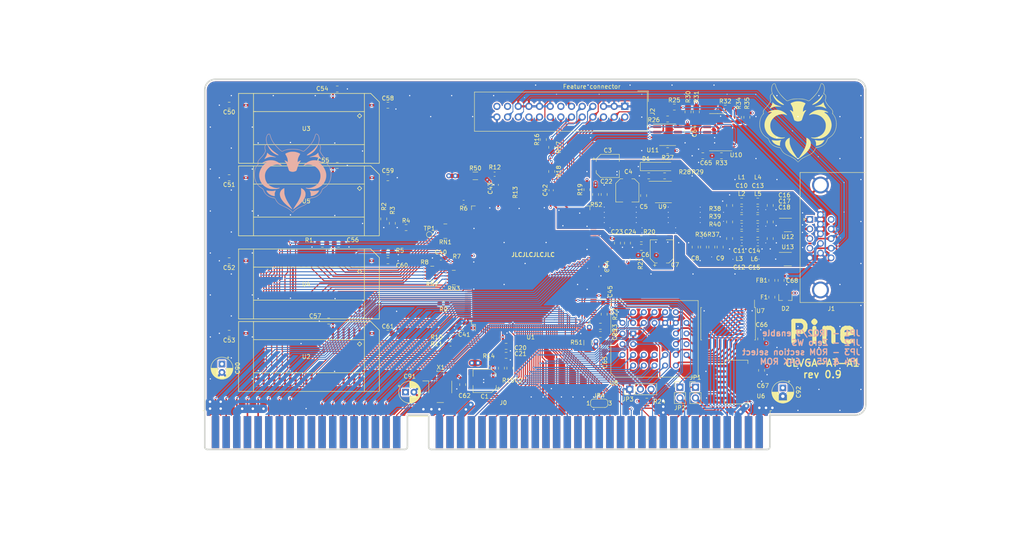
<source format=kicad_pcb>
(kicad_pcb (version 20171130) (host pcbnew "(5.1.6)-1")
  (layers (0 F.Cu signal) (1 In1.Cu power) (2 In2.Cu power) (31 B.Cu signal) (34 B.Paste user) (35 F.Paste user) (36 B.SilkS user) (37 F.SilkS user) (38 B.Mask user) (39 F.Mask user) (44 Edge.Cuts user))
  (net 0 "")
  (net 1 /MD33)
  (net 2 /MD34)
  (net 3 /MD35)
  (net 4 /MD36)
  (net 5 /MD37)
  (net 6 /MD38)
  (net 7 /MD39)
  (net 8 /CAS5)
  (net 9 /MD40)
  (net 10 /MD41)
  (net 11 /MD42)
  (net 12 /MD43)
  (net 13 /MD44)
  (net 14 /MD45)
  (net 15 /MD46)
  (net 16 /MD47)
  (net 17 /MA8)
  (net 18 /MA7)
  (net 19 /MA6)
  (net 20 /MA5)
  (net 21 /MA4)
  (net 22 /MA3)
  (net 23 /MA2)
  (net 24 /MA1)
  (net 25 /MA0)
  (net 26 /CAS6)
  (net 27 /MD48)
  (net 28 /MD49)
  (net 29 /MD50)
  (net 30 /MD51)
  (net 31 /MD52)
  (net 32 /MD53)
  (net 33 /MD54)
  (net 34 /MD55)
  (net 35 /RAS1)
  (net 36 /WE)
  (net 37 /CAS7)
  (net 38 /MD56)
  (net 39 /MD57)
  (net 40 /MD58)
  (net 41 /MD59)
  (net 42 /MD60)
  (net 43 /MD61)
  (net 44 /MD62)
  (net 45 /MD63)
  (net 46 /CAS1)
  (net 47 /MD8)
  (net 48 /MD9)
  (net 49 /MD10)
  (net 50 /MD11)
  (net 51 /MD12)
  (net 52 /MD13)
  (net 53 /MD14)
  (net 54 /MD15)
  (net 55 /CAS2)
  (net 56 /MD16)
  (net 57 /MD17)
  (net 58 /MD18)
  (net 59 /MD19)
  (net 60 /MD20)
  (net 61 /MD21)
  (net 62 /MD22)
  (net 63 /MD23)
  (net 64 /CAS3)
  (net 65 /MD24)
  (net 66 /MD25)
  (net 67 /MD26)
  (net 68 /MD27)
  (net 69 /MD28)
  (net 70 /MD29)
  (net 71 /MD30)
  (net 72 /MD31)
  (net 73 /SD0)
  (net 74 /SD1)
  (net 75 /SD2)
  (net 76 /SD3)
  (net 77 /SD4)
  (net 78 /SD5)
  (net 79 /SD6)
  (net 80 /SD7)
  (net 81 /SD8)
  (net 82 /SD9)
  (net 83 /SD10)
  (net 84 /SD11)
  (net 85 /SD12)
  (net 86 /SD13)
  (net 87 /SD14)
  (net 88 /SD15)
  (net 89 /IRQ)
  (net 90 /IOCS16)
  (net 91 /MEMW)
  (net 92 /MEMR)
  (net 93 /MCS16)
  (net 94 /IOR)
  (net 95 /RESET)
  (net 96 /LA23)
  (net 97 /IOCHRDY)
  (net 98 /LA22)
  (net 99 /AEN)
  (net 100 /BALE)
  (net 101 /LA21)
  (net 102 /LA20)
  (net 103 /IOW)
  (net 104 /LA19)
  (net 105 /LA18)
  (net 106 /LA17)
  (net 107 /SA16)
  (net 108 /SA15)
  (net 109 /SA14)
  (net 110 /SA13)
  (net 111 /SA12)
  (net 112 /SA11)
  (net 113 /SA10)
  (net 114 /SA9)
  (net 115 /SA8)
  (net 116 /SA7)
  (net 117 /SA6)
  (net 118 /SA5)
  (net 119 /SA4)
  (net 120 /SA3)
  (net 121 /SA2)
  (net 122 /SA1)
  (net 123 /SA0)
  (net 124 /SBHE)
  (net 125 /REFRESH)
  (net 126 /ZWS)
  (net 127 /MD0)
  (net 128 /MD1)
  (net 129 /MD2)
  (net 130 /MD3)
  (net 131 /MD4)
  (net 132 /MD5)
  (net 133 /MD6)
  (net 134 /MD7)
  (net 135 /CAS0)
  (net 136 /CAS4)
  (net 137 /MD32)
  (net 138 GND)
  (net 139 /RMA5)
  (net 140 /RMA6)
  (net 141 /RMA7)
  (net 142 /RMA8)
  (net 143 /RMA1)
  (net 144 /RMA2)
  (net 145 /RMA3)
  (net 146 /RMA4)
  (net 147 /RWE)
  (net 148 /RMA0)
  (net 149 VCC)
  (net 150 "Net-(J0-Pad8)")
  (net 151 "Net-(J0-Pad4)")
  (net 152 /RESET_DRV)
  (net 153 VDD)
  (net 154 "Net-(C13-Pad1)")
  (net 155 "Net-(C15-Pad1)")
  (net 156 "Net-(C16-Pad1)")
  (net 157 "Net-(C17-Pad1)")
  (net 158 "Net-(C18-Pad1)")
  (net 159 RED)
  (net 160 GREEN)
  (net 161 BLUE)
  (net 162 "Net-(D1-Pad2)")
  (net 163 "Net-(D2-Pad1)")
  (net 164 "Net-(F1-Pad1)")
  (net 165 "Net-(J1-Pad15)")
  (net 166 "Net-(J1-Pad12)")
  (net 167 "Net-(JP3-Pad2)")
  (net 168 MID1)
  (net 169 ESYNC)
  (net 170 EVIDEO)
  (net 171 MID3)
  (net 172 P1)
  (net 173 P3)
  (net 174 EDCLK)
  (net 175 /RCAS0)
  (net 176 /RCAS1)
  (net 177 /RCAS2)
  (net 178 /RCAS3)
  (net 179 /RCAS4)
  (net 180 /RCAS5)
  (net 181 /RCAS6)
  (net 182 /RCAS7)
  (net 183 BLANK)
  (net 184 DCLK)
  (net 185 /P7)
  (net 186 /P6)
  (net 187 /P5)
  (net 188 /P4)
  (net 189 /P2)
  (net 190 /P0)
  (net 191 "Net-(U1-Pad107)")
  (net 192 "Net-(U1-Pad106)")
  (net 193 /EROM)
  (net 194 /OSC)
  (net 195 "Net-(U7-Pad17)")
  (net 196 "Net-(U7-Pad15)")
  (net 197 "Net-(U7-Pad13)")
  (net 198 "Net-(U7-Pad11)")
  (net 199 "Net-(J2-Pad11)")
  (net 200 "Net-(J2-Pad9)")
  (net 201 "Net-(J2-Pad7)")
  (net 202 /RAS0)
  (net 203 /RRAS1)
  (net 204 "Net-(U7-Pad18)")
  (net 205 "Net-(U7-Pad16)")
  (net 206 "Net-(U7-Pad14)")
  (net 207 "Net-(U7-Pad12)")
  (net 208 "Net-(JP4-Pad2)")
  (net 209 "Net-(RN1-Pad8)")
  (net 210 "Net-(JP3-Pad3)")
  (net 211 "Net-(C1-Pad1)")
  (net 212 "Net-(C2-Pad1)")
  (net 213 "Net-(C22-Pad1)")
  (net 214 "Net-(C4-Pad2)")
  (net 215 "Net-(C6-Pad1)")
  (net 216 "Net-(C23-Pad1)")
  (net 217 "Net-(C8-Pad1)")
  (net 218 "Net-(C9-Pad1)")
  (net 219 "Net-(C14-Pad1)")
  (net 220 "Net-(C21-Pad1)")
  (net 221 "Net-(C24-Pad1)")
  (net 222 "Net-(C68-Pad1)")
  (net 223 "Net-(R19-Pad1)")
  (net 224 "Net-(R22-Pad2)")
  (net 225 "Net-(R23-Pad2)")
  (net 226 "Net-(R33-Pad2)")
  (net 227 "Net-(R36-Pad2)")
  (net 228 "Net-(R28-Pad2)")
  (net 229 "Net-(R37-Pad2)")
  (module Package_TO_SOT_SMD:SOT-23-6_Handsoldering (layer F.Cu) (at 212.57134 68.961)
    (fp_text reference U13 (at 0 -2.9) (layer F.SilkS))
    (fp_text value TPD4E1U06DBVR)
    (pad 5 smd rect (at 1.35 0) (size 1.56 0.65) (layers F.Cu F.Paste F.Mask))
    (pad 6 smd rect (at 1.35 -0.95) (size 1.56 0.65) (layers F.Cu F.Paste F.Mask) (net 165 "Net-(J1-Pad15)"))
    (pad 4 smd rect (at 1.35 0.95) (size 1.56 0.65) (layers F.Cu F.Paste F.Mask) (net 166 "Net-(J1-Pad12)"))
    (pad 3 smd rect (at -1.35 0.95) (size 1.56 0.65) (layers F.Cu F.Paste F.Mask) (net 217 "Net-(C8-Pad1)"))
    (pad 2 smd rect (at -1.35 0) (size 1.56 0.65) (layers F.Cu F.Paste F.Mask) (net 138 GND))
    (pad 1 smd rect (at -1.35 -0.95) (size 1.56 0.65) (layers F.Cu F.Paste F.Mask) (net 218 "Net-(C9-Pad1)"))
  )
  (module Package_TO_SOT_SMD:SOT-23-6_Handsoldering (layer F.Cu) (at 212.59674 60.82534)
    (fp_text reference U12 (at -0.02668 2.80928) (layer F.SilkS))
    (fp_text value TPD4E1U06DBVR)
    (pad 1 smd rect (at -1.35 -0.95) (size 1.56 0.65) (layers F.Cu F.Paste F.Mask))
    (pad 2 smd rect (at -1.35 0) (size 1.56 0.65) (layers F.Cu F.Paste F.Mask) (net 138 GND))
    (pad 3 smd rect (at -1.35 0.95) (size 1.56 0.65) (layers F.Cu F.Paste F.Mask) (net 158 "Net-(C18-Pad1)"))
    (pad 4 smd rect (at 1.35 0.95) (size 1.56 0.65) (layers F.Cu F.Paste F.Mask) (net 157 "Net-(C17-Pad1)"))
    (pad 6 smd rect (at 1.35 -0.95) (size 1.56 0.65) (layers F.Cu F.Paste F.Mask) (net 156 "Net-(C16-Pad1)"))
    (pad 5 smd rect (at 1.35 0) (size 1.56 0.65) (layers F.Cu F.Paste F.Mask))
  )
  (module owl:owl-20mm-mask-base (layer B.Cu) (at 94.64548 48.47336 180)
    (fp_text reference REF** hide)
    (fp_text value owl-20mm-mask-base)
  )
  (module owl:owl-20mm-mask (layer B.Cu) (at 94.65056 48.47844 180)
    (fp_text reference REF** hide)
    (fp_text value owl-20mm-mask)
  )
  (module owl:owl-20mm-mask-base (layer F.Cu) (at 215.00592 36.46424)
    (fp_text reference REF** hide)
    (fp_text value owl-20mm-mask-base)
  )
  (module owl:owl-20mm-mask (layer F.Cu) (at 215.00084 36.46932)
    (fp_text reference REF** hide)
    (fp_text value owl-20mm-mask)
  )
  (module Package_QFP:PQFP-208_28x28mm_P0.5mm (layer F.Cu) (at 151.32812 70.39864 90)
    (fp_text reference U1 (at -17.1577 0.00508 180) (layer F.SilkS))
    (fp_text value CL-GD5434-ISA)
    (pad 1 smd roundrect (at -14.9625 -12.75 90) (size 1.475 0.3) (layers F.Cu F.Paste F.Mask) (net 153 VDD))
    (pad 2 smd roundrect (at -14.9625 -12.25 90) (size 1.475 0.3) (layers F.Cu F.Paste F.Mask) (net 137 /MD32))
    (pad 3 smd roundrect (at -14.9625 -11.75 90) (size 1.475 0.3) (layers F.Cu F.Paste F.Mask) (net 136 /CAS4))
    (pad 4 smd roundrect (at -14.9625 -11.25 90) (size 1.475 0.3) (layers F.Cu F.Paste F.Mask) (net 135 /CAS0))
    (pad 5 smd roundrect (at -14.9625 -10.75 90) (size 1.475 0.3) (layers F.Cu F.Paste F.Mask) (net 134 /MD7))
    (pad 6 smd roundrect (at -14.9625 -10.25 90) (size 1.475 0.3) (layers F.Cu F.Paste F.Mask) (net 133 /MD6))
    (pad 7 smd roundrect (at -14.9625 -9.75 90) (size 1.475 0.3) (layers F.Cu F.Paste F.Mask) (net 132 /MD5))
    (pad 8 smd roundrect (at -14.9625 -9.25 90) (size 1.475 0.3) (layers F.Cu F.Paste F.Mask) (net 131 /MD4))
    (pad 9 smd roundrect (at -14.9625 -8.75 90) (size 1.475 0.3) (layers F.Cu F.Paste F.Mask) (net 130 /MD3))
    (pad 10 smd roundrect (at -14.9625 -8.25 90) (size 1.475 0.3) (layers F.Cu F.Paste F.Mask) (net 129 /MD2))
    (pad 11 smd roundrect (at -14.9625 -7.75 90) (size 1.475 0.3) (layers F.Cu F.Paste F.Mask) (net 128 /MD1))
    (pad 12 smd roundrect (at -14.9625 -7.25 90) (size 1.475 0.3) (layers F.Cu F.Paste F.Mask) (net 127 /MD0))
    (pad 13 smd roundrect (at -14.9625 -6.75 90) (size 1.475 0.3) (layers F.Cu F.Paste F.Mask) (net 211 "Net-(C1-Pad1)"))
    (pad 14 smd roundrect (at -14.9625 -6.25 90) (size 1.475 0.3) (layers F.Cu F.Paste F.Mask) (net 220 "Net-(C21-Pad1)"))
    (pad 15 smd roundrect (at -14.9625 -5.75 90) (size 1.475 0.3) (layers F.Cu F.Paste F.Mask) (net 138 GND))
    (pad 16 smd roundrect (at -14.9625 -5.25 90) (size 1.475 0.3) (layers F.Cu F.Paste F.Mask))
    (pad 17 smd roundrect (at -14.9625 -4.75 90) (size 1.475 0.3) (layers F.Cu F.Paste F.Mask) (net 194 /OSC))
    (pad 18 smd roundrect (at -14.9625 -4.25 90) (size 1.475 0.3) (layers F.Cu F.Paste F.Mask) (net 138 GND))
    (pad 19 smd roundrect (at -14.9625 -3.75 90) (size 1.475 0.3) (layers F.Cu F.Paste F.Mask) (net 126 /ZWS))
    (pad 20 smd roundrect (at -14.9625 -3.25 90) (size 1.475 0.3) (layers F.Cu F.Paste F.Mask) (net 125 /REFRESH))
    (pad 21 smd roundrect (at -14.9625 -2.75 90) (size 1.475 0.3) (layers F.Cu F.Paste F.Mask) (net 124 /SBHE))
    (pad 22 smd roundrect (at -14.9625 -2.25 90) (size 1.475 0.3) (layers F.Cu F.Paste F.Mask) (net 123 /SA0))
    (pad 23 smd roundrect (at -14.9625 -1.75 90) (size 1.475 0.3) (layers F.Cu F.Paste F.Mask) (net 122 /SA1))
    (pad 24 smd roundrect (at -14.9625 -1.25 90) (size 1.475 0.3) (layers F.Cu F.Paste F.Mask) (net 121 /SA2))
    (pad 25 smd roundrect (at -14.9625 -0.75 90) (size 1.475 0.3) (layers F.Cu F.Paste F.Mask) (net 120 /SA3))
    (pad 26 smd roundrect (at -14.9625 -0.25 90) (size 1.475 0.3) (layers F.Cu F.Paste F.Mask) (net 119 /SA4))
    (pad 27 smd roundrect (at -14.9625 0.25 90) (size 1.475 0.3) (layers F.Cu F.Paste F.Mask) (net 118 /SA5))
    (pad 28 smd roundrect (at -14.9625 0.75 90) (size 1.475 0.3) (layers F.Cu F.Paste F.Mask) (net 117 /SA6))
    (pad 29 smd roundrect (at -14.9625 1.25 90) (size 1.475 0.3) (layers F.Cu F.Paste F.Mask) (net 116 /SA7))
    (pad 30 smd roundrect (at -14.9625 1.75 90) (size 1.475 0.3) (layers F.Cu F.Paste F.Mask) (net 115 /SA8))
    (pad 31 smd roundrect (at -14.9625 2.25 90) (size 1.475 0.3) (layers F.Cu F.Paste F.Mask) (net 114 /SA9))
    (pad 32 smd roundrect (at -14.9625 2.75 90) (size 1.475 0.3) (layers F.Cu F.Paste F.Mask) (net 113 /SA10))
    (pad 33 smd roundrect (at -14.9625 3.25 90) (size 1.475 0.3) (layers F.Cu F.Paste F.Mask) (net 193 /EROM))
    (pad 34 smd roundrect (at -14.9625 3.75 90) (size 1.475 0.3) (layers F.Cu F.Paste F.Mask) (net 112 /SA11))
    (pad 35 smd roundrect (at -14.9625 4.25 90) (size 1.475 0.3) (layers F.Cu F.Paste F.Mask) (net 111 /SA12))
    (pad 36 smd roundrect (at -14.9625 4.75 90) (size 1.475 0.3) (layers F.Cu F.Paste F.Mask) (net 110 /SA13))
    (pad 37 smd roundrect (at -14.9625 5.25 90) (size 1.475 0.3) (layers F.Cu F.Paste F.Mask) (net 109 /SA14))
    (pad 38 smd roundrect (at -14.9625 5.75 90) (size 1.475 0.3) (layers F.Cu F.Paste F.Mask) (net 108 /SA15))
    (pad 39 smd roundrect (at -14.9625 6.25 90) (size 1.475 0.3) (layers F.Cu F.Paste F.Mask) (net 107 /SA16))
    (pad 40 smd roundrect (at -14.9625 6.75 90) (size 1.475 0.3) (layers F.Cu F.Paste F.Mask) (net 106 /LA17))
    (pad 41 smd roundrect (at -14.9625 7.25 90) (size 1.475 0.3) (layers F.Cu F.Paste F.Mask) (net 105 /LA18))
    (pad 42 smd roundrect (at -14.9625 7.75 90) (size 1.475 0.3) (layers F.Cu F.Paste F.Mask) (net 104 /LA19))
    (pad 43 smd roundrect (at -14.9625 8.25 90) (size 1.475 0.3) (layers F.Cu F.Paste F.Mask) (net 103 /IOW))
    (pad 44 smd roundrect (at -14.9625 8.75 90) (size 1.475 0.3) (layers F.Cu F.Paste F.Mask) (net 102 /LA20))
    (pad 45 smd roundrect (at -14.9625 9.25 90) (size 1.475 0.3) (layers F.Cu F.Paste F.Mask) (net 101 /LA21))
    (pad 46 smd roundrect (at -14.9625 9.75 90) (size 1.475 0.3) (layers F.Cu F.Paste F.Mask) (net 100 /BALE))
    (pad 47 smd roundrect (at -14.9625 10.25 90) (size 1.475 0.3) (layers F.Cu F.Paste F.Mask) (net 99 /AEN))
    (pad 48 smd roundrect (at -14.9625 10.75 90) (size 1.475 0.3) (layers F.Cu F.Paste F.Mask) (net 98 /LA22))
    (pad 49 smd roundrect (at -14.9625 11.25 90) (size 1.475 0.3) (layers F.Cu F.Paste F.Mask) (net 97 /IOCHRDY))
    (pad 50 smd roundrect (at -14.9625 11.75 90) (size 1.475 0.3) (layers F.Cu F.Paste F.Mask) (net 96 /LA23))
    (pad 51 smd roundrect (at -14.9625 12.25 90) (size 1.475 0.3) (layers F.Cu F.Paste F.Mask) (net 95 /RESET))
    (pad 52 smd roundrect (at -14.9625 12.75 90) (size 1.475 0.3) (layers F.Cu F.Paste F.Mask) (net 138 GND))
    (pad 53 smd roundrect (at -12.75 14.9625 90) (size 0.3 1.475) (layers F.Cu F.Paste F.Mask) (net 94 /IOR))
    (pad 54 smd roundrect (at -12.25 14.9625 90) (size 0.3 1.475) (layers F.Cu F.Paste F.Mask))
    (pad 55 smd roundrect (at -11.75 14.9625 90) (size 0.3 1.475) (layers F.Cu F.Paste F.Mask))
    (pad 56 smd roundrect (at -11.25 14.9625 90) (size 0.3 1.475) (layers F.Cu F.Paste F.Mask))
    (pad 57 smd roundrect (at -10.75 14.9625 90) (size 0.3 1.475) (layers F.Cu F.Paste F.Mask))
    (pad 58 smd roundrect (at -10.25 14.9625 90) (size 0.3 1.475) (layers F.Cu F.Paste F.Mask))
    (pad 59 smd roundrect (at -9.75 14.9625 90) (size 0.3 1.475) (layers F.Cu F.Paste F.Mask))
    (pad 60 smd roundrect (at -9.25 14.9625 90) (size 0.3 1.475) (layers F.Cu F.Paste F.Mask))
    (pad 61 smd roundrect (at -8.75 14.9625 90) (size 0.3 1.475) (layers F.Cu F.Paste F.Mask))
    (pad 62 smd roundrect (at -8.25 14.9625 90) (size 0.3 1.475) (layers F.Cu F.Paste F.Mask))
    (pad 63 smd roundrect (at -7.75 14.9625 90) (size 0.3 1.475) (layers F.Cu F.Paste F.Mask))
    (pad 64 smd roundrect (at -7.25 14.9625 90) (size 0.3 1.475) (layers F.Cu F.Paste F.Mask) (net 153 VDD))
    (pad 65 smd roundrect (at -6.75 14.9625 90) (size 0.3 1.475) (layers F.Cu F.Paste F.Mask) (net 93 /MCS16))
    (pad 66 smd roundrect (at -6.25 14.9625 90) (size 0.3 1.475) (layers F.Cu F.Paste F.Mask) (net 92 /MEMR))
    (pad 67 smd roundrect (at -5.75 14.9625 90) (size 0.3 1.475) (layers F.Cu F.Paste F.Mask) (net 138 GND))
    (pad 68 smd roundrect (at -5.25 14.9625 90) (size 0.3 1.475) (layers F.Cu F.Paste F.Mask))
    (pad 69 smd roundrect (at -4.75 14.9625 90) (size 0.3 1.475) (layers F.Cu F.Paste F.Mask))
    (pad 70 smd roundrect (at -4.25 14.9625 90) (size 0.3 1.475) (layers F.Cu F.Paste F.Mask))
    (pad 71 smd roundrect (at -3.75 14.9625 90) (size 0.3 1.475) (layers F.Cu F.Paste F.Mask) (net 91 /MEMW))
    (pad 72 smd roundrect (at -3.25 14.9625 90) (size 0.3 1.475) (layers F.Cu F.Paste F.Mask) (net 90 /IOCS16))
    (pad 73 smd roundrect (at -2.75 14.9625 90) (size 0.3 1.475) (layers F.Cu F.Paste F.Mask) (net 89 /IRQ))
    (pad 74 smd roundrect (at -2.25 14.9625 90) (size 0.3 1.475) (layers F.Cu F.Paste F.Mask) (net 88 /SD15))
    (pad 75 smd roundrect (at -1.75 14.9625 90) (size 0.3 1.475) (layers F.Cu F.Paste F.Mask) (net 87 /SD14))
    (pad 76 smd roundrect (at -1.25 14.9625 90) (size 0.3 1.475) (layers F.Cu F.Paste F.Mask) (net 86 /SD13))
    (pad 77 smd roundrect (at -0.75 14.9625 90) (size 0.3 1.475) (layers F.Cu F.Paste F.Mask) (net 138 GND))
    (pad 78 smd roundrect (at -0.25 14.9625 90) (size 0.3 1.475) (layers F.Cu F.Paste F.Mask) (net 85 /SD12))
    (pad 79 smd roundrect (at 0.25 14.9625 90) (size 0.3 1.475) (layers F.Cu F.Paste F.Mask) (net 84 /SD11))
    (pad 80 smd roundrect (at 0.75 14.9625 90) (size 0.3 1.475) (layers F.Cu F.Paste F.Mask) (net 83 /SD10))
    (pad 81 smd roundrect (at 1.25 14.9625 90) (size 0.3 1.475) (layers F.Cu F.Paste F.Mask) (net 82 /SD9))
    (pad 82 smd roundrect (at 1.75 14.9625 90) (size 0.3 1.475) (layers F.Cu F.Paste F.Mask) (net 81 /SD8))
    (pad 83 smd roundrect (at 2.25 14.9625 90) (size 0.3 1.475) (layers F.Cu F.Paste F.Mask) (net 153 VDD))
    (pad 84 smd roundrect (at 2.75 14.9625 90) (size 0.3 1.475) (layers F.Cu F.Paste F.Mask) (net 80 /SD7))
    (pad 85 smd roundrect (at 3.25 14.9625 90) (size 0.3 1.475) (layers F.Cu F.Paste F.Mask) (net 79 /SD6))
    (pad 86 smd roundrect (at 3.75 14.9625 90) (size 0.3 1.475) (layers F.Cu F.Paste F.Mask) (net 138 GND))
    (pad 87 smd roundrect (at 4.25 14.9625 90) (size 0.3 1.475) (layers F.Cu F.Paste F.Mask) (net 78 /SD5))
    (pad 88 smd roundrect (at 4.75 14.9625 90) (size 0.3 1.475) (layers F.Cu F.Paste F.Mask) (net 77 /SD4))
    (pad 89 smd roundrect (at 5.25 14.9625 90) (size 0.3 1.475) (layers F.Cu F.Paste F.Mask) (net 76 /SD3))
    (pad 90 smd roundrect (at 5.75 14.9625 90) (size 0.3 1.475) (layers F.Cu F.Paste F.Mask) (net 75 /SD2))
    (pad 91 smd roundrect (at 6.25 14.9625 90) (size 0.3 1.475) (layers F.Cu F.Paste F.Mask) (net 74 /SD1))
    (pad 92 smd roundrect (at 6.75 14.9625 90) (size 0.3 1.475) (layers F.Cu F.Paste F.Mask) (net 73 /SD0))
    (pad 93 smd roundrect (at 7.25 14.9625 90) (size 0.3 1.475) (layers F.Cu F.Paste F.Mask) (net 138 GND))
    (pad 94 smd roundrect (at 7.75 14.9625 90) (size 0.3 1.475) (layers F.Cu F.Paste F.Mask) (net 221 "Net-(C24-Pad1)"))
    (pad 95 smd roundrect (at 8.25 14.9625 90) (size 0.3 1.475) (layers F.Cu F.Paste F.Mask) (net 216 "Net-(C23-Pad1)"))
    (pad 96 smd roundrect (at 8.75 14.9625 90) (size 0.3 1.475) (layers F.Cu F.Paste F.Mask) (net 227 "Net-(R36-Pad2)"))
    (pad 97 smd roundrect (at 9.25 14.9625 90) (size 0.3 1.475) (layers F.Cu F.Paste F.Mask) (net 138 GND))
    (pad 98 smd roundrect (at 9.75 14.9625 90) (size 0.3 1.475) (layers F.Cu F.Paste F.Mask) (net 229 "Net-(R37-Pad2)"))
    (pad 99 smd roundrect (at 10.25 14.9625 90) (size 0.3 1.475) (layers F.Cu F.Paste F.Mask) (net 213 "Net-(C22-Pad1)"))
    (pad 100 smd roundrect (at 10.75 14.9625 90) (size 0.3 1.475) (layers F.Cu F.Paste F.Mask) (net 161 BLUE))
    (pad 101 smd roundrect (at 11.25 14.9625 90) (size 0.3 1.475) (layers F.Cu F.Paste F.Mask) (net 160 GREEN))
    (pad 102 smd roundrect (at 11.75 14.9625 90) (size 0.3 1.475) (layers F.Cu F.Paste F.Mask) (net 159 RED))
    (pad 103 smd roundrect (at 12.25 14.9625 90) (size 0.3 1.475) (layers F.Cu F.Paste F.Mask) (net 214 "Net-(C4-Pad2)"))
    (pad 104 smd roundrect (at 12.75 14.9625 90) (size 0.3 1.475) (layers F.Cu F.Paste F.Mask))
    (pad 105 smd roundrect (at 14.9625 12.75 90) (size 1.475 0.3) (layers F.Cu F.Paste F.Mask) (net 223 "Net-(R19-Pad1)"))
    (pad 106 smd roundrect (at 14.9625 12.25 90) (size 1.475 0.3) (layers F.Cu F.Paste F.Mask) (net 192 "Net-(U1-Pad106)"))
    (pad 107 smd roundrect (at 14.9625 11.75 90) (size 1.475 0.3) (layers F.Cu F.Paste F.Mask) (net 191 "Net-(U1-Pad107)"))
    (pad 108 smd roundrect (at 14.9625 11.25 90) (size 1.475 0.3) (layers F.Cu F.Paste F.Mask))
    (pad 109 smd roundrect (at 14.9625 10.75 90) (size 1.475 0.3) (layers F.Cu F.Paste F.Mask))
    (pad 110 smd roundrect (at 14.9625 10.25 90) (size 1.475 0.3) (layers F.Cu F.Paste F.Mask) (net 190 /P0))
    (pad 111 smd roundrect (at 14.9625 9.75 90) (size 1.475 0.3) (layers F.Cu F.Paste F.Mask) (net 172 P1))
    (pad 112 smd roundrect (at 14.9625 9.25 90) (size 1.475 0.3) (layers F.Cu F.Paste F.Mask) (net 189 /P2))
    (pad 113 smd roundrect (at 14.9625 8.75 90) (size 1.475 0.3) (layers F.Cu F.Paste F.Mask) (net 173 P3))
    (pad 114 smd roundrect (at 14.9625 8.25 90) (size 1.475 0.3) (layers F.Cu F.Paste F.Mask) (net 213 "Net-(C22-Pad1)"))
    (pad 115 smd roundrect (at 14.9625 7.75 90) (size 1.475 0.3) (layers F.Cu F.Paste F.Mask) (net 188 /P4))
    (pad 116 smd roundrect (at 14.9625 7.25 90) (size 1.475 0.3) (layers F.Cu F.Paste F.Mask) (net 187 /P5))
    (pad 117 smd roundrect (at 14.9625 6.75 90) (size 1.475 0.3) (layers F.Cu F.Paste F.Mask) (net 186 /P6))
    (pad 118 smd roundrect (at 14.9625 6.25 90) (size 1.475 0.3) (layers F.Cu F.Paste F.Mask) (net 185 /P7))
    (pad 119 smd roundrect (at 14.9625 5.75 90) (size 1.475 0.3) (layers F.Cu F.Paste F.Mask) (net 138 GND))
    (pad 120 smd roundrect (at 14.9625 5.25 90) (size 1.475 0.3) (layers F.Cu F.Paste F.Mask) (net 170 EVIDEO))
    (pad 121 smd roundrect (at 14.9625 4.75 90) (size 1.475 0.3) (layers F.Cu F.Paste F.Mask) (net 153 VDD))
    (pad 122 smd roundrect (at 14.9625 4.25 90) (size 1.475 0.3) (layers F.Cu F.Paste F.Mask) (net 169 ESYNC))
    (pad 123 smd roundrect (at 14.9625 3.75 90) (size 1.475 0.3) (layers F.Cu F.Paste F.Mask) (net 174 EDCLK))
    (pad 124 smd roundrect (at 14.9625 3.25 90) (size 1.475 0.3) (layers F.Cu F.Paste F.Mask) (net 138 GND))
    (pad 125 smd roundrect (at 14.9625 2.75 90) (size 1.475 0.3) (layers F.Cu F.Paste F.Mask) (net 184 DCLK))
    (pad 126 smd roundrect (at 14.9625 2.25 90) (size 1.475 0.3) (layers F.Cu F.Paste F.Mask) (net 183 BLANK))
    (pad 127 smd roundrect (at 14.9625 1.75 90) (size 1.475 0.3) (layers F.Cu F.Paste F.Mask) (net 72 /MD31))
    (pad 128 smd roundrect (at 14.9625 1.25 90) (size 1.475 0.3) (layers F.Cu F.Paste F.Mask) (net 71 /MD30))
    (pad 129 smd roundrect (at 14.9625 0.75 90) (size 1.475 0.3) (layers F.Cu F.Paste F.Mask) (net 70 /MD29))
    (pad 130 smd roundrect (at 14.9625 0.25 90) (size 1.475 0.3) (layers F.Cu F.Paste F.Mask) (net 69 /MD28))
    (pad 131 smd roundrect (at 14.9625 -0.25 90) (size 1.475 0.3) (layers F.Cu F.Paste F.Mask) (net 68 /MD27))
    (pad 132 smd roundrect (at 14.9625 -0.75 90) (size 1.475 0.3) (layers F.Cu F.Paste F.Mask) (net 67 /MD26))
    (pad 133 smd roundrect (at 14.9625 -1.25 90) (size 1.475 0.3) (layers F.Cu F.Paste F.Mask) (net 66 /MD25))
    (pad 134 smd roundrect (at 14.9625 -1.75 90) (size 1.475 0.3) (layers F.Cu F.Paste F.Mask) (net 65 /MD24))
    (pad 135 smd roundrect (at 14.9625 -2.25 90) (size 1.475 0.3) (layers F.Cu F.Paste F.Mask) (net 64 /CAS3))
    (pad 136 smd roundrect (at 14.9625 -2.75 90) (size 1.475 0.3) (layers F.Cu F.Paste F.Mask) (net 138 GND))
    (pad 137 smd roundrect (at 14.9625 -3.25 90) (size 1.475 0.3) (layers F.Cu F.Paste F.Mask) (net 63 /MD23))
    (pad 138 smd roundrect (at 14.9625 -3.75 90) (size 1.475 0.3) (layers F.Cu F.Paste F.Mask) (net 62 /MD22))
    (pad 139 smd roundrect (at 14.9625 -4.25 90) (size 1.475 0.3) (layers F.Cu F.Paste F.Mask) (net 61 /MD21))
    (pad 140 smd roundrect (at 14.9625 -4.75 90) (size 1.475 0.3) (layers F.Cu F.Paste F.Mask) (net 60 /MD20))
    (pad 141 smd roundrect (at 14.9625 -5.25 90) (size 1.475 0.3) (layers F.Cu F.Paste F.Mask) (net 59 /MD19))
    (pad 142 smd roundrect (at 14.9625 -5.75 90) (size 1.475 0.3) (layers F.Cu F.Paste F.Mask) (net 58 /MD18))
    (pad 143 smd roundrect (at 14.9625 -6.25 90) (size 1.475 0.3) (layers F.Cu F.Paste F.Mask) (net 57 /MD17))
    (pad 144 smd roundrect (at 14.9625 -6.75 90) (size 1.475 0.3) (layers F.Cu F.Paste F.Mask) (net 56 /MD16))
    (pad 145 smd roundrect (at 14.9625 -7.25 90) (size 1.475 0.3) (layers F.Cu F.Paste F.Mask) (net 55 /CAS2))
    (pad 146 smd roundrect (at 14.9625 -7.75 90) (size 1.475 0.3) (layers F.Cu F.Paste F.Mask) (net 153 VDD))
    (pad 147 smd roundrect (at 14.9625 -8.25 90) (size 1.475 0.3) (layers F.Cu F.Paste F.Mask) (net 54 /MD15))
    (pad 148 smd roundrect (at 14.9625 -8.75 90) (size 1.475 0.3) (layers F.Cu F.Paste F.Mask) (net 53 /MD14))
    (pad 149 smd roundrect (at 14.9625 -9.25 90) (size 1.475 0.3) (layers F.Cu F.Paste F.Mask) (net 52 /MD13))
    (pad 150 smd roundrect (at 14.9625 -9.75 90) (size 1.475 0.3) (layers F.Cu F.Paste F.Mask) (net 138 GND))
    (pad 151 smd roundrect (at 14.9625 -10.25 90) (size 1.475 0.3) (layers F.Cu F.Paste F.Mask) (net 51 /MD12))
    (pad 152 smd roundrect (at 14.9625 -10.75 90) (size 1.475 0.3) (layers F.Cu F.Paste F.Mask) (net 50 /MD11))
    (pad 153 smd roundrect (at 14.9625 -11.25 90) (size 1.475 0.3) (layers F.Cu F.Paste F.Mask) (net 49 /MD10))
    (pad 154 smd roundrect (at 14.9625 -11.75 90) (size 1.475 0.3) (layers F.Cu F.Paste F.Mask) (net 48 /MD9))
    (pad 155 smd roundrect (at 14.9625 -12.25 90) (size 1.475 0.3) (layers F.Cu F.Paste F.Mask) (net 47 /MD8))
    (pad 156 smd roundrect (at 14.9625 -12.75 90) (size 1.475 0.3) (layers F.Cu F.Paste F.Mask) (net 46 /CAS1))
    (pad 157 smd roundrect (at 12.75 -14.9625 90) (size 0.3 1.475) (layers F.Cu F.Paste F.Mask) (net 45 /MD63))
    (pad 158 smd roundrect (at 12.25 -14.9625 90) (size 0.3 1.475) (layers F.Cu F.Paste F.Mask) (net 44 /MD62))
    (pad 159 smd roundrect (at 11.75 -14.9625 90) (size 0.3 1.475) (layers F.Cu F.Paste F.Mask) (net 43 /MD61))
    (pad 160 smd roundrect (at 11.25 -14.9625 90) (size 0.3 1.475) (layers F.Cu F.Paste F.Mask) (net 42 /MD60))
    (pad 161 smd roundrect (at 10.75 -14.9625 90) (size 0.3 1.475) (layers F.Cu F.Paste F.Mask) (net 41 /MD59))
    (pad 162 smd roundrect (at 10.25 -14.9625 90) (size 0.3 1.475) (layers F.Cu F.Paste F.Mask) (net 40 /MD58))
    (pad 163 smd roundrect (at 9.75 -14.9625 90) (size 0.3 1.475) (layers F.Cu F.Paste F.Mask) (net 39 /MD57))
    (pad 164 smd roundrect (at 9.25 -14.9625 90) (size 0.3 1.475) (layers F.Cu F.Paste F.Mask) (net 38 /MD56))
    (pad 165 smd roundrect (at 8.75 -14.9625 90) (size 0.3 1.475) (layers F.Cu F.Paste F.Mask) (net 138 GND))
    (pad 166 smd roundrect (at 8.25 -14.9625 90) (size 0.3 1.475) (layers F.Cu F.Paste F.Mask) (net 37 /CAS7))
    (pad 167 smd roundrect (at 7.75 -14.9625 90) (size 0.3 1.475) (layers F.Cu F.Paste F.Mask) (net 36 /WE))
    (pad 168 smd roundrect (at 7.25 -14.9625 90) (size 0.3 1.475) (layers F.Cu F.Paste F.Mask) (net 35 /RAS1))
    (pad 169 smd roundrect (at 6.75 -14.9625 90) (size 0.3 1.475) (layers F.Cu F.Paste F.Mask) (net 202 /RAS0))
    (pad 170 smd roundrect (at 6.25 -14.9625 90) (size 0.3 1.475) (layers F.Cu F.Paste F.Mask) (net 34 /MD55))
    (pad 171 smd roundrect (at 5.75 -14.9625 90) (size 0.3 1.475) (layers F.Cu F.Paste F.Mask) (net 33 /MD54))
    (pad 172 smd roundrect (at 5.25 -14.9625 90) (size 0.3 1.475) (layers F.Cu F.Paste F.Mask) (net 32 /MD53))
    (pad 173 smd roundrect (at 4.75 -14.9625 90) (size 0.3 1.475) (layers F.Cu F.Paste F.Mask) (net 31 /MD52))
    (pad 174 smd roundrect (at 4.25 -14.9625 90) (size 0.3 1.475) (layers F.Cu F.Paste F.Mask) (net 30 /MD51))
    (pad 175 smd roundrect (at 3.75 -14.9625 90) (size 0.3 1.475) (layers F.Cu F.Paste F.Mask) (net 29 /MD50))
    (pad 176 smd roundrect (at 3.25 -14.9625 90) (size 0.3 1.475) (layers F.Cu F.Paste F.Mask) (net 28 /MD49))
    (pad 177 smd roundrect (at 2.75 -14.9625 90) (size 0.3 1.475) (layers F.Cu F.Paste F.Mask) (net 27 /MD48))
    (pad 178 smd roundrect (at 2.25 -14.9625 90) (size 0.3 1.475) (layers F.Cu F.Paste F.Mask) (net 153 VDD))
    (pad 179 smd roundrect (at 1.75 -14.9625 90) (size 0.3 1.475) (layers F.Cu F.Paste F.Mask) (net 26 /CAS6))
    (pad 180 smd roundrect (at 1.25 -14.9625 90) (size 0.3 1.475) (layers F.Cu F.Paste F.Mask) (net 25 /MA0))
    (pad 181 smd roundrect (at 0.75 -14.9625 90) (size 0.3 1.475) (layers F.Cu F.Paste F.Mask) (net 138 GND))
    (pad 182 smd roundrect (at 0.25 -14.9625 90) (size 0.3 1.475) (layers F.Cu F.Paste F.Mask) (net 24 /MA1))
    (pad 183 smd roundrect (at -0.25 -14.9625 90) (size 0.3 1.475) (layers F.Cu F.Paste F.Mask) (net 23 /MA2))
    (pad 184 smd roundrect (at -0.75 -14.9625 90) (size 0.3 1.475) (layers F.Cu F.Paste F.Mask) (net 22 /MA3))
    (pad 185 smd roundrect (at -1.25 -14.9625 90) (size 0.3 1.475) (layers F.Cu F.Paste F.Mask) (net 21 /MA4) (clearance 0.1))
    (pad 186 smd roundrect (at -1.75 -14.9625 90) (size 0.3 1.475) (layers F.Cu F.Paste F.Mask) (net 20 /MA5) (clearance 0.1))
    (pad 187 smd roundrect (at -2.25 -14.9625 90) (size 0.3 1.475) (layers F.Cu F.Paste F.Mask) (net 19 /MA6) (clearance 0.1))
    (pad 188 smd roundrect (at -2.75 -14.9625 90) (size 0.3 1.475) (layers F.Cu F.Paste F.Mask) (net 18 /MA7))
    (pad 189 smd roundrect (at -3.25 -14.9625 90) (size 0.3 1.475) (layers F.Cu F.Paste F.Mask) (net 17 /MA8))
    (pad 190 smd roundrect (at -3.75 -14.9625 90) (size 0.3 1.475) (layers F.Cu F.Paste F.Mask))
    (pad 191 smd roundrect (at -4.25 -14.9625 90) (size 0.3 1.475) (layers F.Cu F.Paste F.Mask) (net 16 /MD47))
    (pad 192 smd roundrect (at -4.75 -14.9625 90) (size 0.3 1.475) (layers F.Cu F.Paste F.Mask) (net 15 /MD46))
    (pad 193 smd roundrect (at -5.25 -14.9625 90) (size 0.3 1.475) (layers F.Cu F.Paste F.Mask) (net 14 /MD45))
    (pad 194 smd roundrect (at -5.75 -14.9625 90) (size 0.3 1.475) (layers F.Cu F.Paste F.Mask) (net 13 /MD44))
    (pad 195 smd roundrect (at -6.25 -14.9625 90) (size 0.3 1.475) (layers F.Cu F.Paste F.Mask) (net 138 GND))
    (pad 196 smd roundrect (at -6.75 -14.9625 90) (size 0.3 1.475) (layers F.Cu F.Paste F.Mask) (net 12 /MD43))
    (pad 197 smd roundrect (at -7.25 -14.9625 90) (size 0.3 1.475) (layers F.Cu F.Paste F.Mask) (net 11 /MD42))
    (pad 198 smd roundrect (at -7.75 -14.9625 90) (size 0.3 1.475) (layers F.Cu F.Paste F.Mask) (net 10 /MD41))
    (pad 199 smd roundrect (at -8.25 -14.9625 90) (size 0.3 1.475) (layers F.Cu F.Paste F.Mask) (net 9 /MD40))
    (pad 200 smd roundrect (at -8.75 -14.9625 90) (size 0.3 1.475) (layers F.Cu F.Paste F.Mask) (net 8 /CAS5))
    (pad 201 smd roundrect (at -9.25 -14.9625 90) (size 0.3 1.475) (layers F.Cu F.Paste F.Mask) (net 7 /MD39))
    (pad 202 smd roundrect (at -9.75 -14.9625 90) (size 0.3 1.475) (layers F.Cu F.Paste F.Mask) (net 6 /MD38))
    (pad 203 smd roundrect (at -10.25 -14.9625 90) (size 0.3 1.475) (layers F.Cu F.Paste F.Mask) (net 5 /MD37))
    (pad 204 smd roundrect (at -10.75 -14.9625 90) (size 0.3 1.475) (layers F.Cu F.Paste F.Mask) (net 4 /MD36))
    (pad 205 smd roundrect (at -11.25 -14.9625 90) (size 0.3 1.475) (layers F.Cu F.Paste F.Mask) (net 3 /MD35))
    (pad 206 smd roundrect (at -11.75 -14.9625 90) (size 0.3 1.475) (layers F.Cu F.Paste F.Mask) (net 2 /MD34))
    (pad 207 smd roundrect (at -12.25 -14.9625 90) (size 0.3 1.475) (layers F.Cu F.Paste F.Mask) (net 1 /MD33))
    (pad 208 smd roundrect (at -12.75 -14.9625 90) (size 0.3 1.475) (layers F.Cu F.Paste F.Mask) (net 138 GND))
  )
  (module Package_SO:SOIC-20W_7.5x12.8mm_P1.27mm (layer F.Cu) (at 198.37146 84.35594 270)
    (fp_text reference U7 (at -3.06832 -7.7089 180) (layer F.SilkS))
    (fp_text value 74LS245)
    (pad 1 smd roundrect (at -4.65 -5.715 270) (size 2.05 0.6) (layers F.Cu F.Paste F.Mask) (net 138 GND))
    (pad 2 smd roundrect (at -4.65 -4.445 270) (size 2.05 0.6) (layers F.Cu F.Paste F.Mask) (net 73 /SD0))
    (pad 3 smd roundrect (at -4.65 -3.175 270) (size 2.05 0.6) (layers F.Cu F.Paste F.Mask) (net 74 /SD1))
    (pad 4 smd roundrect (at -4.65 -1.905 270) (size 2.05 0.6) (layers F.Cu F.Paste F.Mask) (net 75 /SD2))
    (pad 5 smd roundrect (at -4.65 -0.635 270) (size 2.05 0.6) (layers F.Cu F.Paste F.Mask) (net 76 /SD3))
    (pad 6 smd roundrect (at -4.65 0.635 270) (size 2.05 0.6) (layers F.Cu F.Paste F.Mask) (net 77 /SD4))
    (pad 7 smd roundrect (at -4.65 1.905 270) (size 2.05 0.6) (layers F.Cu F.Paste F.Mask) (net 78 /SD5))
    (pad 8 smd roundrect (at -4.65 3.175 270) (size 2.05 0.6) (layers F.Cu F.Paste F.Mask) (net 79 /SD6))
    (pad 9 smd roundrect (at -4.65 4.445 270) (size 2.05 0.6) (layers F.Cu F.Paste F.Mask) (net 80 /SD7))
    (pad 10 smd roundrect (at -4.65 5.715 270) (size 2.05 0.6) (layers F.Cu F.Paste F.Mask) (net 138 GND))
    (pad 11 smd roundrect (at 4.65 5.715 270) (size 2.05 0.6) (layers F.Cu F.Paste F.Mask) (net 198 "Net-(U7-Pad11)"))
    (pad 12 smd roundrect (at 4.65 4.445 270) (size 2.05 0.6) (layers F.Cu F.Paste F.Mask) (net 207 "Net-(U7-Pad12)"))
    (pad 13 smd roundrect (at 4.65 3.175 270) (size 2.05 0.6) (layers F.Cu F.Paste F.Mask) (net 197 "Net-(U7-Pad13)"))
    (pad 14 smd roundrect (at 4.65 1.905 270) (size 2.05 0.6) (layers F.Cu F.Paste F.Mask) (net 206 "Net-(U7-Pad14)"))
    (pad 15 smd roundrect (at 4.65 0.635 270) (size 2.05 0.6) (layers F.Cu F.Paste F.Mask) (net 196 "Net-(U7-Pad15)"))
    (pad 16 smd roundrect (at 4.65 -0.635 270) (size 2.05 0.6) (layers F.Cu F.Paste F.Mask) (net 205 "Net-(U7-Pad16)"))
    (pad 17 smd roundrect (at 4.65 -1.905 270) (size 2.05 0.6) (layers F.Cu F.Paste F.Mask) (net 195 "Net-(U7-Pad17)"))
    (pad 18 smd roundrect (at 4.65 -3.175 270) (size 2.05 0.6) (layers F.Cu F.Paste F.Mask) (net 204 "Net-(U7-Pad18)"))
    (pad 19 smd roundrect (at 4.65 -4.445 270) (size 2.05 0.6) (layers F.Cu F.Paste F.Mask) (net 193 /EROM))
    (pad 20 smd roundrect (at 4.65 -5.715 270) (size 2.05 0.6) (layers F.Cu F.Paste F.Mask) (net 149 VCC))
  )
  (module Connector_PCBEdge:BUS_AT (layer F.Cu) (at 205.7659 110.17758)
    (fp_text reference J0 (at -60.96 -6.99) (layer F.SilkS))
    (fp_text value Bus_ISA_16bit)
    (pad 1 connect rect (at 0 0) (size 1.78 7.62) (layers B.Cu B.Mask) (net 138 GND))
    (pad 2 connect rect (at -2.54 0) (size 1.78 7.62) (layers B.Cu B.Mask) (net 152 /RESET_DRV))
    (pad 3 connect rect (at -5.08 0) (size 1.78 7.62) (layers B.Cu B.Mask) (net 149 VCC))
    (pad 4 connect rect (at -7.62 0) (size 1.78 7.62) (layers B.Cu B.Mask) (net 151 "Net-(J0-Pad4)"))
    (pad 5 connect rect (at -10.16 0) (size 1.78 7.62) (layers B.Cu B.Mask))
    (pad 6 connect rect (at -12.7 0) (size 1.78 7.62) (layers B.Cu B.Mask))
    (pad 7 connect rect (at -15.24 0) (size 1.78 7.62) (layers B.Cu B.Mask))
    (pad 8 connect rect (at -17.78 0) (size 1.78 7.62) (layers B.Cu B.Mask) (net 150 "Net-(J0-Pad8)"))
    (pad 9 connect rect (at -20.32 0) (size 1.78 7.62) (layers B.Cu B.Mask))
    (pad 10 connect rect (at -22.86 0) (size 1.78 7.62) (layers B.Cu B.Mask) (net 138 GND))
    (pad 11 connect rect (at -25.4 0) (size 1.78 7.62) (layers B.Cu B.Mask) (net 91 /MEMW))
    (pad 12 connect rect (at -27.94 0) (size 1.78 7.62) (layers B.Cu B.Mask) (net 92 /MEMR))
    (pad 13 connect rect (at -30.48 0) (size 1.78 7.62) (layers B.Cu B.Mask) (net 103 /IOW))
    (pad 14 connect rect (at -33.02 0) (size 1.78 7.62) (layers B.Cu B.Mask) (net 94 /IOR))
    (pad 15 connect rect (at -35.56 0) (size 1.78 7.62) (layers B.Cu B.Mask))
    (pad 16 connect rect (at -38.1 0) (size 1.78 7.62) (layers B.Cu B.Mask))
    (pad 17 connect rect (at -40.64 0) (size 1.78 7.62) (layers B.Cu B.Mask))
    (pad 18 connect rect (at -43.18 0) (size 1.78 7.62) (layers B.Cu B.Mask))
    (pad 19 connect rect (at -45.72 0) (size 1.78 7.62) (layers B.Cu B.Mask) (net 125 /REFRESH))
    (pad 20 connect rect (at -48.26 0) (size 1.78 7.62) (layers B.Cu B.Mask))
    (pad 21 connect rect (at -50.8 0) (size 1.78 7.62) (layers B.Cu B.Mask))
    (pad 22 connect rect (at -53.34 0) (size 1.78 7.62) (layers B.Cu B.Mask))
    (pad 23 connect rect (at -55.88 0) (size 1.78 7.62) (layers B.Cu B.Mask))
    (pad 24 connect rect (at -58.42 0) (size 1.78 7.62) (layers B.Cu B.Mask))
    (pad 25 connect rect (at -60.96 0) (size 1.78 7.62) (layers B.Cu B.Mask))
    (pad 26 connect rect (at -63.5 0) (size 1.78 7.62) (layers B.Cu B.Mask))
    (pad 27 connect rect (at -66.04 0) (size 1.78 7.62) (layers B.Cu B.Mask))
    (pad 28 connect rect (at -68.58 0) (size 1.78 7.62) (layers B.Cu B.Mask) (net 100 /BALE))
    (pad 29 connect rect (at -71.12 0) (size 1.78 7.62) (layers B.Cu B.Mask) (net 149 VCC))
    (pad 30 connect rect (at -73.66 0) (size 1.78 7.62) (layers B.Cu B.Mask))
    (pad 31 connect rect (at -76.2 0) (size 1.78 7.62) (layers B.Cu B.Mask) (net 138 GND))
    (pad 32 connect rect (at 0 0) (size 1.78 7.62) (layers F.Cu F.Mask))
    (pad 33 connect rect (at -2.54 0) (size 1.78 7.62) (layers F.Cu F.Mask) (net 80 /SD7))
    (pad 34 connect rect (at -5.08 0) (size 1.78 7.62) (layers F.Cu F.Mask) (net 79 /SD6))
    (pad 35 connect rect (at -7.62 0) (size 1.78 7.62) (layers F.Cu F.Mask) (net 78 /SD5))
    (pad 36 connect rect (at -10.16 0) (size 1.78 7.62) (layers F.Cu F.Mask) (net 77 /SD4))
    (pad 37 connect rect (at -12.7 0) (size 1.78 7.62) (layers F.Cu F.Mask) (net 76 /SD3))
    (pad 38 connect rect (at -15.24 0) (size 1.78 7.62) (layers F.Cu F.Mask) (net 75 /SD2))
    (pad 39 connect rect (at -17.78 0) (size 1.78 7.62) (layers F.Cu F.Mask) (net 74 /SD1))
    (pad 40 connect rect (at -20.32 0) (size 1.78 7.62) (layers F.Cu F.Mask) (net 73 /SD0))
    (pad 41 connect rect (at -22.86 0) (size 1.78 7.62) (layers F.Cu F.Mask) (net 97 /IOCHRDY))
    (pad 42 connect rect (at -25.4 0) (size 1.78 7.62) (layers F.Cu F.Mask) (net 99 /AEN))
    (pad 43 connect rect (at -27.94 0) (size 1.78 7.62) (layers F.Cu F.Mask))
    (pad 44 connect rect (at -30.48 0) (size 1.78 7.62) (layers F.Cu F.Mask))
    (pad 45 connect rect (at -33.02 0) (size 1.78 7.62) (layers F.Cu F.Mask))
    (pad 46 connect rect (at -35.56 0) (size 1.78 7.62) (layers F.Cu F.Mask) (net 107 /SA16))
    (pad 47 connect rect (at -38.1 0) (size 1.78 7.62) (layers F.Cu F.Mask) (net 108 /SA15))
    (pad 48 connect rect (at -40.64 0) (size 1.78 7.62) (layers F.Cu F.Mask) (net 109 /SA14))
    (pad 49 connect rect (at -43.18 0) (size 1.78 7.62) (layers F.Cu F.Mask) (net 110 /SA13))
    (pad 50 connect rect (at -45.72 0) (size 1.78 7.62) (layers F.Cu F.Mask) (net 111 /SA12))
    (pad 51 connect rect (at -48.26 0) (size 1.78 7.62) (layers F.Cu F.Mask) (net 112 /SA11))
    (pad 52 connect rect (at -50.8 0) (size 1.78 7.62) (layers F.Cu F.Mask) (net 113 /SA10))
    (pad 53 connect rect (at -53.34 0) (size 1.78 7.62) (layers F.Cu F.Mask) (net 114 /SA9))
    (pad 54 connect rect (at -55.88 0) (size 1.78 7.62) (layers F.Cu F.Mask) (net 115 /SA8))
    (pad 55 connect rect (at -58.42 0) (size 1.78 7.62) (layers F.Cu F.Mask) (net 116 /SA7))
    (pad 56 connect rect (at -60.96 0) (size 1.78 7.62) (layers F.Cu F.Mask) (net 117 /SA6))
    (pad 57 connect rect (at -63.5 0) (size 1.78 7.62) (layers F.Cu F.Mask) (net 118 /SA5))
    (pad 58 connect rect (at -66.04 0) (size 1.78 7.62) (layers F.Cu F.Mask) (net 119 /SA4))
    (pad 59 connect rect (at -68.58 0) (size 1.78 7.62) (layers F.Cu F.Mask) (net 120 /SA3))
    (pad 60 connect rect (at -71.12 0) (size 1.78 7.62) (layers F.Cu F.Mask) (net 121 /SA2))
    (pad 61 connect rect (at -73.66 0) (size 1.78 7.62) (layers F.Cu F.Mask) (net 122 /SA1))
    (pad 62 connect rect (at -76.2 0) (size 1.78 7.62) (layers F.Cu F.Mask) (net 123 /SA0))
    (pad 63 connect rect (at -86.36 0) (size 1.78 7.62) (layers B.Cu B.Mask) (net 93 /MCS16))
    (pad 64 connect rect (at -88.9 0) (size 1.78 7.62) (layers B.Cu B.Mask) (net 90 /IOCS16))
    (pad 65 connect rect (at -91.44 0) (size 1.78 7.62) (layers B.Cu B.Mask))
    (pad 66 connect rect (at -93.98 0) (size 1.78 7.62) (layers B.Cu B.Mask))
    (pad 67 connect rect (at -96.52 0) (size 1.78 7.62) (layers B.Cu B.Mask))
    (pad 68 connect rect (at -99.06 0) (size 1.78 7.62) (layers B.Cu B.Mask))
    (pad 69 connect rect (at -101.6 0) (size 1.78 7.62) (layers B.Cu B.Mask))
    (pad 70 connect rect (at -104.14 0) (size 1.78 7.62) (layers B.Cu B.Mask))
    (pad 71 connect rect (at -106.68 0) (size 1.78 7.62) (layers B.Cu B.Mask))
    (pad 72 connect rect (at -109.22 0) (size 1.78 7.62) (layers B.Cu B.Mask))
    (pad 73 connect rect (at -111.76 0) (size 1.78 7.62) (layers B.Cu B.Mask))
    (pad 74 connect rect (at -114.3 0) (size 1.78 7.62) (layers B.Cu B.Mask))
    (pad 75 connect rect (at -116.84 0) (size 1.78 7.62) (layers B.Cu B.Mask))
    (pad 76 connect rect (at -119.38 0) (size 1.78 7.62) (layers B.Cu B.Mask))
    (pad 77 connect rect (at -121.92 0) (size 1.78 7.62) (layers B.Cu B.Mask))
    (pad 78 connect rect (at -124.46 0) (size 1.78 7.62) (layers B.Cu B.Mask) (net 149 VCC))
    (pad 79 connect rect (at -127 0) (size 1.78 7.62) (layers B.Cu B.Mask))
    (pad 80 connect rect (at -129.54 0) (size 1.78 7.62) (layers B.Cu B.Mask) (net 138 GND))
    (pad 81 connect rect (at -86.36 0) (size 1.78 7.62) (layers F.Cu F.Mask) (net 124 /SBHE))
    (pad 82 connect rect (at -88.9 0) (size 1.78 7.62) (layers F.Cu F.Mask) (net 96 /LA23))
    (pad 83 connect rect (at -91.44 0) (size 1.78 7.62) (layers F.Cu F.Mask) (net 98 /LA22))
    (pad 84 connect rect (at -93.98 0) (size 1.78 7.62) (layers F.Cu F.Mask) (net 101 /LA21))
    (pad 85 connect rect (at -96.52 0) (size 1.78 7.62) (layers F.Cu F.Mask) (net 102 /LA20))
    (pad 86 connect rect (at -99.06 0) (size 1.78 7.62) (layers F.Cu F.Mask) (net 104 /LA19))
    (pad 87 connect rect (at -101.6 0) (size 1.78 7.62) (layers F.Cu F.Mask) (net 105 /LA18))
    (pad 88 connect rect (at -104.14 0) (size 1.78 7.62) (layers F.Cu F.Mask) (net 106 /LA17))
    (pad 89 connect rect (at -106.68 0) (size 1.78 7.62) (layers F.Cu F.Mask))
    (pad 90 connect rect (at -109.22 0) (size 1.78 7.62) (layers F.Cu F.Mask))
    (pad 91 connect rect (at -111.76 0) (size 1.78 7.62) (layers F.Cu F.Mask) (net 81 /SD8))
    (pad 92 connect rect (at -114.3 0) (size 1.78 7.62) (layers F.Cu F.Mask) (net 82 /SD9))
    (pad 93 connect rect (at -116.84 0) (size 1.78 7.62) (layers F.Cu F.Mask) (net 83 /SD10))
    (pad 94 connect rect (at -119.38 0) (size 1.78 7.62) (layers F.Cu F.Mask) (net 84 /SD11))
    (pad 95 connect rect (at -121.92 0) (size 1.78 7.62) (layers F.Cu F.Mask) (net 85 /SD12))
    (pad 96 connect rect (at -124.46 0) (size 1.78 7.62) (layers F.Cu F.Mask) (net 86 /SD13))
    (pad 97 connect rect (at -127 0) (size 1.78 7.62) (layers F.Cu F.Mask) (net 87 /SD14))
    (pad 98 connect rect (at -129.54 0) (size 1.78 7.62) (layers F.Cu F.Mask) (net 88 /SD15))
  )
  (module GD5434:SOJ-40-Socket-LongPads (layer F.Cu) (at 97.86112 92.21942 180)
    (fp_text reference U2 (at 0 0 180) (layer F.SilkS))
    (fp_text value IS41C16257)
    (pad 1 smd rect (at -12.7 5.58 180) (size 0.508 2.778) (layers F.Cu F.Paste F.Mask) (net 149 VCC))
    (pad 2 smd rect (at -11.43 5.58 180) (size 0.508 2.778) (layers F.Cu F.Paste F.Mask) (net 4 /MD36))
    (pad 3 smd rect (at -10.16 5.58 180) (size 0.508 2.778) (layers F.Cu F.Paste F.Mask) (net 5 /MD37))
    (pad 4 smd rect (at -8.89 5.58 180) (size 0.508 2.778) (layers F.Cu F.Paste F.Mask) (net 6 /MD38))
    (pad 5 smd rect (at -7.62 5.58 180) (size 0.508 2.778) (layers F.Cu F.Paste F.Mask) (net 7 /MD39))
    (pad 6 smd rect (at -6.35 5.58 180) (size 0.508 2.778) (layers F.Cu F.Paste F.Mask) (net 149 VCC))
    (pad 7 smd rect (at -5.08 5.58 180) (size 0.508 2.778) (layers F.Cu F.Paste F.Mask) (net 3 /MD35))
    (pad 8 smd rect (at -3.81 5.58 180) (size 0.508 2.778) (layers F.Cu F.Paste F.Mask) (net 2 /MD34))
    (pad 9 smd rect (at -2.54 5.58 180) (size 0.508 2.778) (layers F.Cu F.Paste F.Mask) (net 1 /MD33))
    (pad 10 smd rect (at -1.27 5.58 180) (size 0.508 2.778) (layers F.Cu F.Paste F.Mask) (net 137 /MD32))
    (pad 11 smd rect (at 0 5.58 180) (size 0.508 2.778) (layers F.Cu F.Paste F.Mask))
    (pad 12 smd rect (at 1.27 5.58 180) (size 0.508 2.778) (layers F.Cu F.Paste F.Mask))
    (pad 13 smd rect (at 2.54 5.58 180) (size 0.508 2.778) (layers F.Cu F.Paste F.Mask) (net 147 /RWE))
    (pad 14 smd rect (at 3.81 5.58 180) (size 0.508 2.778) (layers F.Cu F.Paste F.Mask) (net 203 /RRAS1))
    (pad 15 smd rect (at 5.08 5.58 180) (size 0.508 2.778) (layers F.Cu F.Paste F.Mask))
    (pad 16 smd rect (at 6.35 5.58 180) (size 0.508 2.778) (layers F.Cu F.Paste F.Mask) (net 148 /RMA0))
    (pad 17 smd rect (at 7.62 5.58 180) (size 0.508 2.778) (layers F.Cu F.Paste F.Mask) (net 143 /RMA1))
    (pad 18 smd rect (at 8.89 5.58 180) (size 0.508 2.778) (layers F.Cu F.Paste F.Mask) (net 144 /RMA2))
    (pad 19 smd rect (at 10.16 5.58 180) (size 0.508 2.778) (layers F.Cu F.Paste F.Mask) (net 145 /RMA3))
    (pad 20 smd rect (at 11.43 5.58 180) (size 0.508 2.778) (layers F.Cu F.Paste F.Mask) (net 149 VCC))
    (pad 21 smd rect (at 11.43 -5.326 180) (size 0.508 2.778) (layers F.Cu F.Paste F.Mask) (net 138 GND))
    (pad 22 smd rect (at 10.16 -5.326 180) (size 0.508 2.778) (layers F.Cu F.Paste F.Mask) (net 142 /RMA8))
    (pad 23 smd rect (at 8.89 -5.326 180) (size 0.508 2.778) (layers F.Cu F.Paste F.Mask) (net 141 /RMA7))
    (pad 24 smd rect (at 7.62 -5.326 180) (size 0.508 2.778) (layers F.Cu F.Paste F.Mask) (net 140 /RMA6))
    (pad 25 smd rect (at 6.35 -5.326 180) (size 0.508 2.778) (layers F.Cu F.Paste F.Mask) (net 139 /RMA5))
    (pad 26 smd rect (at 5.08 -5.326 180) (size 0.508 2.778) (layers F.Cu F.Paste F.Mask) (net 146 /RMA4))
    (pad 27 smd rect (at 3.81 -5.326 180) (size 0.508 2.778) (layers F.Cu F.Paste F.Mask) (net 138 GND))
    (pad 28 smd rect (at 2.54 -5.326 180) (size 0.508 2.778) (layers F.Cu F.Paste F.Mask) (net 175 /RCAS0))
    (pad 29 smd rect (at 1.27 -5.326 180) (size 0.508 2.778) (layers F.Cu F.Paste F.Mask) (net 179 /RCAS4))
    (pad 30 smd rect (at 0 -5.326 180) (size 0.508 2.778) (layers F.Cu F.Paste F.Mask))
    (pad 31 smd rect (at -1.27 -5.326 180) (size 0.508 2.778) (layers F.Cu F.Paste F.Mask) (net 134 /MD7))
    (pad 32 smd rect (at -2.54 -5.326 180) (size 0.508 2.778) (layers F.Cu F.Paste F.Mask) (net 133 /MD6))
    (pad 33 smd rect (at -3.81 -5.326 180) (size 0.508 2.778) (layers F.Cu F.Paste F.Mask) (net 132 /MD5))
    (pad 34 smd rect (at -5.08 -5.326 180) (size 0.508 2.778) (layers F.Cu F.Paste F.Mask) (net 131 /MD4))
    (pad 35 smd rect (at -6.35 -5.326 180) (size 0.508 2.778) (layers F.Cu F.Paste F.Mask) (net 138 GND))
    (pad 36 smd rect (at -7.62 -5.326 180) (size 0.508 2.778) (layers F.Cu F.Paste F.Mask) (net 130 /MD3))
    (pad 37 smd rect (at -8.89 -5.326 180) (size 0.508 2.778) (layers F.Cu F.Paste F.Mask) (net 129 /MD2))
    (pad 38 smd rect (at -10.16 -5.326 180) (size 0.508 2.778) (layers F.Cu F.Paste F.Mask) (net 128 /MD1))
    (pad 39 smd rect (at -11.43 -5.326 180) (size 0.508 2.778) (layers F.Cu F.Paste F.Mask) (net 127 /MD0))
    (pad 40 smd rect (at -12.7 -5.326 180) (size 0.508 2.778) (layers F.Cu F.Paste F.Mask) (net 138 GND))
  )
  (module Resistor_SMD:R_0805_2012Metric_Pad1.15x1.40mm_HandSolder (layer F.Cu) (at 198.71484 56.16564 90)
    (fp_text reference R38 (at -0.77862 -3.48028 180) (layer F.SilkS))
    (fp_text value 75)
    (pad 1 smd roundrect (at -1.025 0 90) (size 1.15 1.4) (layers F.Cu F.Paste F.Mask) (roundrect_rratio 0.217391) (net 159 RED))
    (pad 2 smd roundrect (at 1.025 0 90) (size 1.15 1.4) (layers F.Cu F.Paste F.Mask) (roundrect_rratio 0.217391) (net 138 GND))
  )
  (module TestPoint:TestPoint_Pad_D1.0mm (layer F.Cu) (at 127.19304 63.10884)
    (fp_text reference TP1 (at 0 -1.448) (layer F.SilkS))
    (fp_text value TestPoint)
    (pad 1 smd circle (at 0 0) (size 1 1) (layers F.Cu F.Mask) (net 209 "Net-(RN1-Pad8)"))
  )
  (module Resistor_SMD:R_0402_1005Metric (layer F.Cu) (at 133.71336 69.5198 180)
    (fp_text reference R7 (at 0.00522 1.20396) (layer F.SilkS))
    (fp_text value 10)
    (pad 2 smd roundrect (at 0.485 0 180) (size 0.59 0.64) (layers F.Cu F.Paste F.Mask) (net 148 /RMA0))
    (pad 1 smd roundrect (at -0.485 0 180) (size 0.59 0.64) (layers F.Cu F.Paste F.Mask) (net 25 /MA0))
  )
  (module Resistor_SMD:R_0402_1005Metric (layer F.Cu) (at 128.49112 69.93636 180)
    (fp_text reference R8 (at 2.4487 0.254) (layer F.SilkS))
    (fp_text value 10)
    (pad 2 smd roundrect (at 0.485 0 180) (size 0.59 0.64) (layers F.Cu F.Paste F.Mask) (net 181 /RCAS6))
    (pad 1 smd roundrect (at -0.485 0 180) (size 0.59 0.64) (layers F.Cu F.Paste F.Mask) (net 26 /CAS6))
  )
  (module Resistor_SMD:R_0402_1005Metric (layer F.Cu) (at 148.82368 53.06568 90)
    (fp_text reference R13 (at 0 -1.17 90) (layer F.SilkS))
    (fp_text value 10)
    (pad 2 smd roundrect (at 0.485 0 90) (size 0.59 0.64) (layers F.Cu F.Paste F.Mask) (net 178 /RCAS3))
    (pad 1 smd roundrect (at -0.485 0 90) (size 0.59 0.64) (layers F.Cu F.Paste F.Mask) (net 64 /CAS3))
  )
  (module Package_LCC:PLCC-32_THT-Socket (layer F.Cu) (at 175.74514 86.68512 90)
    (fp_text reference U8 (at -11.7602 -4.60756 180) (layer F.SilkS))
    (fp_text value SST39SF010R)
    (pad 29 thru_hole circle (at 5.08 0 90) (size 1.4224 1.4224) (drill 0.8) (layers *.Cu *.Mask) (net 109 /SA14))
    (pad 27 thru_hole circle (at 5.08 2.54 90) (size 1.4224 1.4224) (drill 0.8) (layers *.Cu *.Mask) (net 115 /SA8))
    (pad 25 thru_hole circle (at 5.08 5.08 90) (size 1.4224 1.4224) (drill 0.8) (layers *.Cu *.Mask) (net 112 /SA11))
    (pad 23 thru_hole circle (at 5.08 7.62 90) (size 1.4224 1.4224) (drill 0.8) (layers *.Cu *.Mask) (net 113 /SA10))
    (pad 28 thru_hole circle (at 2.54 2.54 90) (size 1.4224 1.4224) (drill 0.8) (layers *.Cu *.Mask) (net 110 /SA13))
    (pad 26 thru_hole circle (at 2.54 5.08 90) (size 1.4224 1.4224) (drill 0.8) (layers *.Cu *.Mask) (net 114 /SA9))
    (pad 24 thru_hole circle (at 2.54 7.62 90) (size 1.4224 1.4224) (drill 0.8) (layers *.Cu *.Mask) (net 138 GND))
    (pad 22 thru_hole circle (at 2.54 10.16 90) (size 1.4224 1.4224) (drill 0.8) (layers *.Cu *.Mask) (net 138 GND))
    (pad 20 thru_hole circle (at 2.54 12.7 90) (size 1.4224 1.4224) (drill 0.8) (layers *.Cu *.Mask) (net 207 "Net-(U7-Pad12)"))
    (pad 18 thru_hole circle (at 0 12.7 90) (size 1.4224 1.4224) (drill 0.8) (layers *.Cu *.Mask) (net 206 "Net-(U7-Pad14)"))
    (pad 16 thru_hole circle (at -2.54 12.7 90) (size 1.4224 1.4224) (drill 0.8) (layers *.Cu *.Mask) (net 138 GND))
    (pad 14 thru_hole circle (at -5.08 12.7 90) (size 1.4224 1.4224) (drill 0.8) (layers *.Cu *.Mask) (net 195 "Net-(U7-Pad17)"))
    (pad 21 thru_hole circle (at 5.08 10.16 90) (size 1.4224 1.4224) (drill 0.8) (layers *.Cu *.Mask) (net 198 "Net-(U7-Pad11)"))
    (pad 19 thru_hole circle (at 0 10.16 90) (size 1.4224 1.4224) (drill 0.8) (layers *.Cu *.Mask) (net 197 "Net-(U7-Pad13)"))
    (pad 17 thru_hole circle (at -2.54 10.16 90) (size 1.4224 1.4224) (drill 0.8) (layers *.Cu *.Mask) (net 196 "Net-(U7-Pad15)"))
    (pad 15 thru_hole circle (at -5.08 10.16 90) (size 1.4224 1.4224) (drill 0.8) (layers *.Cu *.Mask) (net 205 "Net-(U7-Pad16)"))
    (pad 13 thru_hole circle (at -7.62 10.16 90) (size 1.4224 1.4224) (drill 0.8) (layers *.Cu *.Mask) (net 204 "Net-(U7-Pad18)"))
    (pad 11 thru_hole circle (at -7.62 7.62 90) (size 1.4224 1.4224) (drill 0.8) (layers *.Cu *.Mask) (net 122 /SA1))
    (pad 9 thru_hole circle (at -7.62 5.08 90) (size 1.4224 1.4224) (drill 0.8) (layers *.Cu *.Mask) (net 120 /SA3))
    (pad 7 thru_hole circle (at -7.62 2.54 90) (size 1.4224 1.4224) (drill 0.8) (layers *.Cu *.Mask) (net 118 /SA5))
    (pad 5 thru_hole circle (at -7.62 0 90) (size 1.4224 1.4224) (drill 0.8) (layers *.Cu *.Mask) (net 116 /SA7))
    (pad 12 thru_hole circle (at -5.08 7.62 90) (size 1.4224 1.4224) (drill 0.8) (layers *.Cu *.Mask) (net 123 /SA0))
    (pad 10 thru_hole circle (at -5.08 5.08 90) (size 1.4224 1.4224) (drill 0.8) (layers *.Cu *.Mask) (net 121 /SA2))
    (pad 8 thru_hole circle (at -5.08 2.54 90) (size 1.4224 1.4224) (drill 0.8) (layers *.Cu *.Mask) (net 119 /SA4))
    (pad 6 thru_hole circle (at -5.08 0 90) (size 1.4224 1.4224) (drill 0.8) (layers *.Cu *.Mask) (net 117 /SA6))
    (pad 30 thru_hole circle (at 2.54 -2.54 90) (size 1.4224 1.4224) (drill 0.8) (layers *.Cu *.Mask) (net 138 GND))
    (pad 32 thru_hole circle (at 0 -2.54 90) (size 1.4224 1.4224) (drill 0.8) (layers *.Cu *.Mask) (net 149 VCC))
    (pad 4 thru_hole circle (at -5.08 -2.54 90) (size 1.4224 1.4224) (drill 0.8) (layers *.Cu *.Mask) (net 111 /SA12))
    (pad 2 thru_hole circle (at -2.54 -2.54 90) (size 1.4224 1.4224) (drill 0.8) (layers *.Cu *.Mask) (net 167 "Net-(JP3-Pad2)"))
    (pad 31 thru_hole circle (at 2.54 0 90) (size 1.4224 1.4224) (drill 0.8) (layers *.Cu *.Mask) (net 224 "Net-(R22-Pad2)"))
    (pad 3 thru_hole circle (at -2.54 0 90) (size 1.4224 1.4224) (drill 0.8) (layers *.Cu *.Mask) (net 208 "Net-(JP4-Pad2)"))
    (pad 1 thru_hole rect (at 0 0 90) (size 1.4224 1.4224) (drill 0.8) (layers *.Cu *.Mask) (net 138 GND))
  )
  (module Connector_PinHeader_2.54mm:PinHeader_1x03_P2.54mm_Vertical (layer F.Cu) (at 174.9298 99.94392 90)
    (fp_text reference JP3 (at -2.39014 -0.43434 180) (layer F.SilkS))
    (fp_text value Jumper_3_Bridged12)
    (pad 3 thru_hole oval (at 0 5.08 90) (size 1.7 1.7) (drill 1) (layers *.Cu *.Mask) (net 210 "Net-(JP3-Pad3)"))
    (pad 2 thru_hole oval (at 0 2.54 90) (size 1.7 1.7) (drill 1) (layers *.Cu *.Mask) (net 167 "Net-(JP3-Pad2)"))
    (pad 1 thru_hole rect (at 0 0 90) (size 1.7 1.7) (drill 1) (layers *.Cu *.Mask) (net 138 GND))
  )
  (module Capacitor_SMD:C_0603_1608Metric_Pad1.05x0.95mm_HandSolder (layer F.Cu) (at 168.56456 78.5228 270)
    (fp_text reference C45 (at -1.81988 -1.7018 90) (layer F.SilkS))
    (fp_text value 0.1uF)
    (pad 2 smd roundrect (at 0.875 0 270) (size 1.05 0.95) (layers F.Cu F.Paste F.Mask) (net 138 GND))
    (pad 1 smd roundrect (at -0.875 0 270) (size 1.05 0.95) (layers F.Cu F.Paste F.Mask) (net 153 VDD))
  )
  (module Capacitor_SMD:C_0603_1608Metric_Pad1.05x0.95mm_HandSolder (layer F.Cu) (at 135.15964 85.35924 180)
    (fp_text reference C41 (at -0.32396 -1.57734) (layer F.SilkS))
    (fp_text value 0.1uF)
    (pad 2 smd roundrect (at 0.875 0 180) (size 1.05 0.95) (layers F.Cu F.Paste F.Mask) (net 138 GND))
    (pad 1 smd roundrect (at -0.875 0 180) (size 1.05 0.95) (layers F.Cu F.Paste F.Mask) (net 153 VDD))
  )
  (module Capacitor_SMD:C_0603_1608Metric_Pad1.05x0.95mm_HandSolder (layer F.Cu) (at 168.0718 70.7276 270)
    (fp_text reference C44 (at 0 -1.43 90) (layer F.SilkS))
    (fp_text value 0.1uF)
    (pad 2 smd roundrect (at 0.875 0 270) (size 1.05 0.95) (layers F.Cu F.Paste F.Mask) (net 138 GND))
    (pad 1 smd roundrect (at -0.875 0 270) (size 1.05 0.95) (layers F.Cu F.Paste F.Mask) (net 153 VDD))
  )
  (module Capacitor_SMD:C_0603_1608Metric_Pad1.05x0.95mm_HandSolder (layer F.Cu) (at 129.92608 68.6816 180)
    (fp_text reference C40 (at 0.01016 1.35636) (layer F.SilkS))
    (fp_text value 0.1uF)
    (pad 2 smd roundrect (at 0.875 0 180) (size 1.05 0.95) (layers F.Cu F.Paste F.Mask) (net 138 GND))
    (pad 1 smd roundrect (at -0.875 0 180) (size 1.05 0.95) (layers F.Cu F.Paste F.Mask) (net 153 VDD))
  )
  (module Capacitor_SMD:C_0603_1608Metric_Pad1.05x0.95mm_HandSolder (layer F.Cu) (at 156.21 52.5539 90)
    (fp_text reference C42 (at 0 -1.43 90) (layer F.SilkS))
    (fp_text value 0.1uF)
    (pad 2 smd roundrect (at 0.875 0 90) (size 1.05 0.95) (layers F.Cu F.Paste F.Mask) (net 138 GND))
    (pad 1 smd roundrect (at -0.875 0 90) (size 1.05 0.95) (layers F.Cu F.Paste F.Mask) (net 153 VDD))
  )
  (module Capacitor_SMD:C_0603_1608Metric_Pad1.05x0.95mm_HandSolder (layer F.Cu) (at 143.12392 51.25596 90)
    (fp_text reference C43 (at -0.84198 -1.41478 90) (layer F.SilkS))
    (fp_text value 0.1uF)
    (pad 2 smd roundrect (at 0.875 0 90) (size 1.05 0.95) (layers F.Cu F.Paste F.Mask) (net 138 GND))
    (pad 1 smd roundrect (at -0.875 0 90) (size 1.05 0.95) (layers F.Cu F.Paste F.Mask) (net 153 VDD))
  )
  (module Resistor_SMD:R_0805_2012Metric_Pad1.15x1.40mm_HandSolder (layer F.Cu) (at 178.98756 102.80396 180)
    (fp_text reference R24 (at -2.99836 -0.07112) (layer F.SilkS))
    (fp_text value 10K)
    (pad 2 smd roundrect (at 1.025 0 180) (size 1.15 1.4) (layers F.Cu F.Paste F.Mask) (roundrect_rratio 0.217391) (net 149 VCC))
    (pad 1 smd roundrect (at -1.025 0 180) (size 1.15 1.4) (layers F.Cu F.Paste F.Mask) (roundrect_rratio 0.217391) (net 210 "Net-(JP3-Pad3)"))
  )
  (module Resistor_SMD:R_0805_2012Metric_Pad1.15x1.40mm_HandSolder (layer F.Cu) (at 168.83634 82.08402 270)
    (fp_text reference R22 (at -0.00508 -2.59842 90) (layer F.SilkS))
    (fp_text value 10K)
    (pad 1 smd roundrect (at -1.025 0 270) (size 1.15 1.4) (layers F.Cu F.Paste F.Mask) (roundrect_rratio 0.217391) (net 149 VCC))
    (pad 2 smd roundrect (at 1.025 0 270) (size 1.15 1.4) (layers F.Cu F.Paste F.Mask) (roundrect_rratio 0.217391) (net 224 "Net-(R22-Pad2)"))
  )
  (module Capacitor_THT:CP_Radial_D5.0mm_P2.00mm (layer F.Cu) (at 211.39912 99.6315 270)
    (fp_text reference C92 (at 1 -3.75 90) (layer F.SilkS))
    (fp_text value 47uF)
    (pad 2 thru_hole circle (at 2 0 270) (size 1.6 1.6) (drill 0.8) (layers *.Cu *.Mask) (net 138 GND))
    (pad 1 thru_hole rect (at 0 0 270) (size 1.6 1.6) (drill 0.8) (layers *.Cu *.Mask) (net 149 VCC))
  )
  (module Capacitor_THT:CP_Radial_D5.0mm_P2.00mm (layer F.Cu) (at 121.50344 100.64496)
    (fp_text reference C91 (at 1 -3.75) (layer F.SilkS))
    (fp_text value 47uF)
    (pad 2 thru_hole circle (at 2 0) (size 1.6 1.6) (drill 0.8) (layers *.Cu *.Mask) (net 138 GND))
    (pad 1 thru_hole rect (at 0 0) (size 1.6 1.6) (drill 0.8) (layers *.Cu *.Mask) (net 149 VCC))
  )
  (module Capacitor_THT:CP_Radial_D5.0mm_P2.00mm (layer F.Cu) (at 77.76972 93.94088 270)
    (fp_text reference C90 (at 1 -3.75 90) (layer F.SilkS))
    (fp_text value 47uF)
    (pad 2 thru_hole circle (at 2 0 270) (size 1.6 1.6) (drill 0.8) (layers *.Cu *.Mask) (net 138 GND))
    (pad 1 thru_hole rect (at 0 0 270) (size 1.6 1.6) (drill 0.8) (layers *.Cu *.Mask) (net 149 VCC))
  )
  (module Capacitor_SMD:CP_Elec_5x5.8 (layer F.Cu) (at 140.35024 97.9805 180)
    (fp_text reference C1 (at 0 -3.7) (layer F.SilkS))
    (fp_text value 10uF)
    (pad 2 smd roundrect (at 2.2 0 180) (size 3 1.6) (layers F.Cu F.Paste F.Mask) (roundrect_rratio 0.15625) (net 138 GND))
    (pad 1 smd roundrect (at -2.2 0 180) (size 3 1.6) (layers F.Cu F.Paste F.Mask) (roundrect_rratio 0.15625) (net 211 "Net-(C1-Pad1)"))
  )
  (module Capacitor_SMD:CP_Elec_5x5.8 (layer F.Cu) (at 169.68716 46.75942)
    (fp_text reference C3 (at 0 -3.7) (layer F.SilkS))
    (fp_text value 10uF)
    (pad 2 smd roundrect (at 2.2 0) (size 3 1.6) (layers F.Cu F.Paste F.Mask) (roundrect_rratio 0.15625) (net 138 GND))
    (pad 1 smd roundrect (at -2.2 0) (size 3 1.6) (layers F.Cu F.Paste F.Mask) (roundrect_rratio 0.15625) (net 213 "Net-(C22-Pad1)"))
  )
  (module Capacitor_SMD:CP_Elec_5x5.8 (layer F.Cu) (at 182.56504 67.11732 90)
    (fp_text reference C7 (at -3.20004 3.15214 180) (layer F.SilkS))
    (fp_text value 10uF)
    (pad 1 smd roundrect (at -2.2 0 90) (size 3 1.6) (layers F.Cu F.Paste F.Mask) (roundrect_rratio 0.15625) (net 216 "Net-(C23-Pad1)"))
    (pad 2 smd roundrect (at 2.2 0 90) (size 3 1.6) (layers F.Cu F.Paste F.Mask) (roundrect_rratio 0.156) (net 138 GND))
  )
  (module Capacitor_SMD:C_Elec_5x5.8 (layer F.Cu) (at 174.35 52.5875 270)
    (fp_text reference C4 (at -4.45958 -0.2496 180) (layer F.SilkS))
    (fp_text value 33uF)
    (pad 2 smd roundrect (at 2.0625 0 270) (size 2.775 1.6) (layers F.Cu F.Paste F.Mask) (roundrect_rratio 0.15625) (net 214 "Net-(C4-Pad2)"))
    (pad 1 smd roundrect (at -2.0625 0 270) (size 2.775 1.6) (layers F.Cu F.Paste F.Mask) (roundrect_rratio 0.15625) (net 213 "Net-(C22-Pad1)"))
  )
  (module Capacitor_SMD:C_0805_2012Metric_Pad1.15x1.40mm_HandSolder (layer F.Cu) (at 177.68432 66.16446 180)
    (fp_text reference C6 (at -0.9361 -1.75514) (layer F.SilkS))
    (fp_text value 2.2uF)
    (pad 2 smd roundrect (at 1.025 0 180) (size 1.15 1.4) (layers F.Cu F.Paste F.Mask) (roundrect_rratio 0.217391) (net 138 GND))
    (pad 1 smd roundrect (at -1.025 0 180) (size 1.15 1.4) (layers F.Cu F.Paste F.Mask) (roundrect_rratio 0.217391) (net 215 "Net-(C6-Pad1)"))
  )
  (module Capacitor_SMD:C_0805_2012Metric_Pad1.15x1.40mm_HandSolder (layer F.Cu) (at 146.37766 94.92996 90)
    (fp_text reference C2 (at -2.921 2.11328 180) (layer F.SilkS))
    (fp_text value 2.2uF)
    (pad 2 smd roundrect (at 1.025 0 90) (size 1.15 1.4) (layers F.Cu F.Paste F.Mask) (roundrect_rratio 0.217391) (net 138 GND))
    (pad 1 smd roundrect (at -1.025 0 90) (size 1.15 1.4) (layers F.Cu F.Paste F.Mask) (roundrect_rratio 0.217391) (net 212 "Net-(C2-Pad1)"))
  )
  (module Resistor_SMD:R_0603_1608Metric_Pad1.05x0.95mm_HandSolder (layer F.Cu) (at 132.21332 89.17686 180)
    (fp_text reference R11 (at 3.302 -0.0076) (layer F.SilkS))
    (fp_text value 10)
    (pad 2 smd roundrect (at 0.875 0 180) (size 1.05 0.95) (layers F.Cu F.Paste F.Mask) (net 175 /RCAS0))
    (pad 1 smd roundrect (at -0.875 0 180) (size 1.05 0.95) (layers F.Cu F.Paste F.Mask) (net 135 /CAS0))
  )
  (module Resistor_SMD:R_0603_1608Metric_Pad1.05x0.95mm_HandSolder (layer F.Cu) (at 132.21324 87.53348 180)
    (fp_text reference R10 (at 3.302 -0.0076) (layer F.SilkS))
    (fp_text value 10)
    (pad 2 smd roundrect (at 0.875 0 180) (size 1.05 0.95) (layers F.Cu F.Paste F.Mask) (net 179 /RCAS4))
    (pad 1 smd roundrect (at -0.875 0 180) (size 1.05 0.95) (layers F.Cu F.Paste F.Mask) (net 136 /CAS4))
  )
  (module Resistor_SMD:R_0603_1608Metric_Pad1.05x0.95mm_HandSolder (layer F.Cu) (at 130.53952 79.5401 180)
    (fp_text reference R9 (at 0 -1.43) (layer F.SilkS))
    (fp_text value 10)
    (pad 2 smd roundrect (at 0.875 0 180) (size 1.05 0.95) (layers F.Cu F.Paste F.Mask) (net 180 /RCAS5))
    (pad 1 smd roundrect (at -0.875 0 180) (size 1.05 0.95) (layers F.Cu F.Paste F.Mask) (net 8 /CAS5))
  )
  (module Resistor_SMD:R_0603_1608Metric_Pad1.05x0.95mm_HandSolder (layer F.Cu) (at 135.35028 55.44566 180)
    (fp_text reference R6 (at 0 -1.43) (layer F.SilkS))
    (fp_text value 10)
    (pad 2 smd roundrect (at 0.875 0 180) (size 1.05 0.95) (layers F.Cu F.Paste F.Mask) (net 176 /RCAS1))
    (pad 1 smd roundrect (at -0.875 0 180) (size 1.05 0.95) (layers F.Cu F.Paste F.Mask) (net 46 /CAS1))
  )
  (module Resistor_SMD:R_0603_1608Metric_Pad1.05x0.95mm_HandSolder (layer F.Cu) (at 142.72768 48.7299 180)
    (fp_text reference R12 (at -0.04826 1.65862) (layer F.SilkS))
    (fp_text value 10)
    (pad 2 smd roundrect (at 0.875 0 180) (size 1.05 0.95) (layers F.Cu F.Paste F.Mask) (net 177 /RCAS2))
    (pad 1 smd roundrect (at -0.875 0 180) (size 1.05 0.95) (layers F.Cu F.Paste F.Mask) (net 55 /CAS2))
  )
  (module Oscillator:Oscillator_SMD_Abracon_ASV-4Pin_7.0x5.1mm_HandSoldering (layer F.Cu) (at 129.78638 99.42068 270)
    (fp_text reference X1 (at -4.67614 -0.10668 180) (layer F.SilkS))
    (fp_text value ASCO)
    (pad 1 smd rect (at -2.63 2.5 270) (size 1.98 3) (layers F.Cu F.Paste F.Mask))
    (pad 2 smd rect (at 2.63 2.5 270) (size 1.98 3) (layers F.Cu F.Paste F.Mask) (net 138 GND))
    (pad 3 smd rect (at 2.63 -2.5 270) (size 1.98 3) (layers F.Cu F.Paste F.Mask) (net 194 /OSC))
    (pad 4 smd rect (at -2.63 -2.5 270) (size 1.98 3) (layers F.Cu F.Paste F.Mask) (net 149 VCC))
  )
  (module Capacitor_SMD:C_0805_2012Metric_Pad1.15x1.40mm_HandSolder (layer F.Cu) (at 208.39478 64.06526 270)
    (fp_text reference C18 (at -7.4639 -3.38534) (layer F.SilkS))
    (fp_text value 22)
    (pad 2 smd roundrect (at 1.025 0 270) (size 1.15 1.4) (layers F.Cu F.Paste F.Mask) (roundrect_rratio 0.217391) (net 138 GND))
    (pad 1 smd roundrect (at -1.025 0 270) (size 1.15 1.4) (layers F.Cu F.Paste F.Mask) (roundrect_rratio 0.217391) (net 158 "Net-(C18-Pad1)"))
  )
  (module Capacitor_SMD:C_0805_2012Metric_Pad1.15x1.40mm_HandSolder (layer F.Cu) (at 208.39478 60.0964 270)
    (fp_text reference C17 (at -4.93776 -3.38534) (layer F.SilkS))
    (fp_text value 22)
    (pad 2 smd roundrect (at 1.025 0 270) (size 1.15 1.4) (layers F.Cu F.Paste F.Mask) (roundrect_rratio 0.217391) (net 138 GND))
    (pad 1 smd roundrect (at -1.025 0 270) (size 1.15 1.4) (layers F.Cu F.Paste F.Mask) (roundrect_rratio 0.217391) (net 157 "Net-(C17-Pad1)"))
  )
  (module Capacitor_SMD:C_0805_2012Metric_Pad1.15x1.40mm_HandSolder (layer F.Cu) (at 208.39224 56.1684 270)
    (fp_text reference C16 (at -2.45248 -3.38788) (layer F.SilkS))
    (fp_text value 22)
    (pad 2 smd roundrect (at 1.025 0 270) (size 1.15 1.4) (layers F.Cu F.Paste F.Mask) (roundrect_rratio 0.217391) (net 138 GND))
    (pad 1 smd roundrect (at -1.025 0 270) (size 1.15 1.4) (layers F.Cu F.Paste F.Mask) (roundrect_rratio 0.217391) (net 156 "Net-(C16-Pad1)"))
  )
  (module Package_SO:SOIC-8_3.9x4.9mm_P1.27mm (layer F.Cu) (at 182.94436 52.96614)
    (fp_text reference U9 (at -0.22946 3.49298) (layer F.SilkS))
    (fp_text value LM334M)
    (pad 8 smd roundrect (at 2.475 -1.905) (size 1.95 0.6) (layers F.Cu F.Paste F.Mask))
    (pad 7 smd roundrect (at 2.475 -0.635) (size 1.95 0.6) (layers F.Cu F.Paste F.Mask) (net 162 "Net-(D1-Pad2)"))
    (pad 6 smd roundrect (at 2.475 0.635) (size 1.95 0.6) (layers F.Cu F.Paste F.Mask) (net 162 "Net-(D1-Pad2)"))
    (pad 5 smd roundrect (at 2.475 1.905) (size 1.95 0.6) (layers F.Cu F.Paste F.Mask))
    (pad 4 smd roundrect (at -2.475 1.905) (size 1.95 0.6) (layers F.Cu F.Paste F.Mask) (net 214 "Net-(C4-Pad2)"))
    (pad 3 smd roundrect (at -2.475 0.635) (size 1.95 0.6) (layers F.Cu F.Paste F.Mask) (net 162 "Net-(D1-Pad2)"))
    (pad 2 smd roundrect (at -2.475 -0.635) (size 1.95 0.6) (layers F.Cu F.Paste F.Mask) (net 162 "Net-(D1-Pad2)"))
    (pad 1 smd roundrect (at -2.475 -1.905) (size 1.95 0.6) (layers F.Cu F.Paste F.Mask) (net 228 "Net-(R28-Pad2)"))
  )
  (module GD5434:SOJ-40-Socket-LongPads (layer F.Cu) (at 97.86112 74.93508 180)
    (fp_text reference U4 (at 0 0 180) (layer F.SilkS))
    (fp_text value IS41C16257)
    (pad 1 smd rect (at -12.7 5.58 180) (size 0.508 2.778) (layers F.Cu F.Paste F.Mask) (net 149 VCC))
    (pad 2 smd rect (at -11.43 5.58 180) (size 0.508 2.778) (layers F.Cu F.Paste F.Mask) (net 34 /MD55))
    (pad 3 smd rect (at -10.16 5.58 180) (size 0.508 2.778) (layers F.Cu F.Paste F.Mask) (net 33 /MD54))
    (pad 4 smd rect (at -8.89 5.58 180) (size 0.508 2.778) (layers F.Cu F.Paste F.Mask) (net 32 /MD53))
    (pad 5 smd rect (at -7.62 5.58 180) (size 0.508 2.778) (layers F.Cu F.Paste F.Mask) (net 31 /MD52))
    (pad 6 smd rect (at -6.35 5.58 180) (size 0.508 2.778) (layers F.Cu F.Paste F.Mask) (net 149 VCC))
    (pad 7 smd rect (at -5.08 5.58 180) (size 0.508 2.778) (layers F.Cu F.Paste F.Mask) (net 30 /MD51))
    (pad 8 smd rect (at -3.81 5.58 180) (size 0.508 2.778) (layers F.Cu F.Paste F.Mask) (net 29 /MD50))
    (pad 9 smd rect (at -2.54 5.58 180) (size 0.508 2.778) (layers F.Cu F.Paste F.Mask) (net 28 /MD49))
    (pad 10 smd rect (at -1.27 5.58 180) (size 0.508 2.778) (layers F.Cu F.Paste F.Mask) (net 27 /MD48))
    (pad 11 smd rect (at 0 5.58 180) (size 0.508 2.778) (layers F.Cu F.Paste F.Mask))
    (pad 12 smd rect (at 1.27 5.58 180) (size 0.508 2.778) (layers F.Cu F.Paste F.Mask))
    (pad 13 smd rect (at 2.54 5.58 180) (size 0.508 2.778) (layers F.Cu F.Paste F.Mask) (net 147 /RWE))
    (pad 14 smd rect (at 3.81 5.58 180) (size 0.508 2.778) (layers F.Cu F.Paste F.Mask) (net 203 /RRAS1))
    (pad 15 smd rect (at 5.08 5.58 180) (size 0.508 2.778) (layers F.Cu F.Paste F.Mask))
    (pad 16 smd rect (at 6.35 5.58 180) (size 0.508 2.778) (layers F.Cu F.Paste F.Mask) (net 148 /RMA0))
    (pad 17 smd rect (at 7.62 5.58 180) (size 0.508 2.778) (layers F.Cu F.Paste F.Mask) (net 143 /RMA1))
    (pad 18 smd rect (at 8.89 5.58 180) (size 0.508 2.778) (layers F.Cu F.Paste F.Mask) (net 144 /RMA2))
    (pad 19 smd rect (at 10.16 5.58 180) (size 0.508 2.778) (layers F.Cu F.Paste F.Mask) (net 145 /RMA3))
    (pad 20 smd rect (at 11.43 5.58 180) (size 0.508 2.778) (layers F.Cu F.Paste F.Mask) (net 149 VCC))
    (pad 21 smd rect (at 11.43 -5.326 180) (size 0.508 2.778) (layers F.Cu F.Paste F.Mask) (net 138 GND))
    (pad 22 smd rect (at 10.16 -5.326 180) (size 0.508 2.778) (layers F.Cu F.Paste F.Mask) (net 142 /RMA8))
    (pad 23 smd rect (at 8.89 -5.326 180) (size 0.508 2.778) (layers F.Cu F.Paste F.Mask) (net 141 /RMA7))
    (pad 24 smd rect (at 7.62 -5.326 180) (size 0.508 2.778) (layers F.Cu F.Paste F.Mask) (net 140 /RMA6))
    (pad 25 smd rect (at 6.35 -5.326 180) (size 0.508 2.778) (layers F.Cu F.Paste F.Mask) (net 139 /RMA5))
    (pad 26 smd rect (at 5.08 -5.326 180) (size 0.508 2.778) (layers F.Cu F.Paste F.Mask) (net 146 /RMA4))
    (pad 27 smd rect (at 3.81 -5.326 180) (size 0.508 2.778) (layers F.Cu F.Paste F.Mask) (net 138 GND))
    (pad 28 smd rect (at 2.54 -5.326 180) (size 0.508 2.778) (layers F.Cu F.Paste F.Mask) (net 180 /RCAS5))
    (pad 29 smd rect (at 1.27 -5.326 180) (size 0.508 2.778) (layers F.Cu F.Paste F.Mask) (net 181 /RCAS6))
    (pad 30 smd rect (at 0 -5.326 180) (size 0.508 2.778) (layers F.Cu F.Paste F.Mask))
    (pad 31 smd rect (at -1.27 -5.326 180) (size 0.508 2.778) (layers F.Cu F.Paste F.Mask) (net 16 /MD47))
    (pad 32 smd rect (at -2.54 -5.326 180) (size 0.508 2.778) (layers F.Cu F.Paste F.Mask) (net 15 /MD46))
    (pad 33 smd rect (at -3.81 -5.326 180) (size 0.508 2.778) (layers F.Cu F.Paste F.Mask) (net 14 /MD45))
    (pad 34 smd rect (at -5.08 -5.326 180) (size 0.508 2.778) (layers F.Cu F.Paste F.Mask) (net 13 /MD44))
    (pad 35 smd rect (at -6.35 -5.326 180) (size 0.508 2.778) (layers F.Cu F.Paste F.Mask) (net 138 GND))
    (pad 36 smd rect (at -7.62 -5.326 180) (size 0.508 2.778) (layers F.Cu F.Paste F.Mask) (net 12 /MD43))
    (pad 37 smd rect (at -8.89 -5.326 180) (size 0.508 2.778) (layers F.Cu F.Paste F.Mask) (net 11 /MD42))
    (pad 38 smd rect (at -10.16 -5.326 180) (size 0.508 2.778) (layers F.Cu F.Paste F.Mask) (net 10 /MD41))
    (pad 39 smd rect (at -11.43 -5.326 180) (size 0.508 2.778) (layers F.Cu F.Paste F.Mask) (net 9 /MD40))
    (pad 40 smd rect (at -12.7 -5.326 180) (size 0.508 2.778) (layers F.Cu F.Paste F.Mask) (net 138 GND))
  )
  (module Capacitor_SMD:C_0805_2012Metric_Pad1.15x1.40mm_HandSolder (layer F.Cu) (at 79.48538 32.28594 180)
    (fp_text reference C50 (at 0 -1.65) (layer F.SilkS))
    (fp_text value 0.1uF)
    (pad 2 smd roundrect (at 1.025 0 180) (size 1.15 1.4) (layers F.Cu F.Paste F.Mask) (roundrect_rratio 0.217391) (net 138 GND))
    (pad 1 smd roundrect (at -1.025 0 180) (size 1.15 1.4) (layers F.Cu F.Paste F.Mask) (roundrect_rratio 0.217391) (net 149 VCC))
  )
  (module Capacitor_SMD:C_0805_2012Metric_Pad1.15x1.40mm_HandSolder (layer F.Cu) (at 79.48538 49.57064 180)
    (fp_text reference C51 (at 0 -1.65) (layer F.SilkS))
    (fp_text value 0.1uF)
    (pad 2 smd roundrect (at 1.025 0 180) (size 1.15 1.4) (layers F.Cu F.Paste F.Mask) (roundrect_rratio 0.217391) (net 138 GND))
    (pad 1 smd roundrect (at -1.025 0 180) (size 1.15 1.4) (layers F.Cu F.Paste F.Mask) (roundrect_rratio 0.217391) (net 149 VCC))
  )
  (module Capacitor_SMD:C_0805_2012Metric_Pad1.15x1.40mm_HandSolder (layer F.Cu) (at 79.48538 69.3547 180)
    (fp_text reference C52 (at 0 -1.65) (layer F.SilkS))
    (fp_text value 0.1uF)
    (pad 2 smd roundrect (at 1.025 0 180) (size 1.15 1.4) (layers F.Cu F.Paste F.Mask) (roundrect_rratio 0.217391) (net 138 GND))
    (pad 1 smd roundrect (at -1.025 0 180) (size 1.15 1.4) (layers F.Cu F.Paste F.Mask) (roundrect_rratio 0.217391) (net 149 VCC))
  )
  (module Capacitor_SMD:C_0805_2012Metric_Pad1.15x1.40mm_HandSolder (layer F.Cu) (at 79.48538 86.63904 180)
    (fp_text reference C53 (at 0 -1.65) (layer F.SilkS))
    (fp_text value 0.1uF)
    (pad 2 smd roundrect (at 1.025 0 180) (size 1.15 1.4) (layers F.Cu F.Paste F.Mask) (roundrect_rratio 0.217391) (net 138 GND))
    (pad 1 smd roundrect (at -1.025 0 180) (size 1.15 1.4) (layers F.Cu F.Paste F.Mask) (roundrect_rratio 0.217391) (net 149 VCC))
  )
  (module Capacitor_SMD:C_0805_2012Metric_Pad1.15x1.40mm_HandSolder (layer F.Cu) (at 105.2359 28.42514)
    (fp_text reference C54 (at -3.56224 -0.08382) (layer F.SilkS))
    (fp_text value 0.1uF)
    (pad 2 smd roundrect (at 1.025 0) (size 1.15 1.4) (layers F.Cu F.Paste F.Mask) (roundrect_rratio 0.217391) (net 138 GND))
    (pad 1 smd roundrect (at -1.025 0) (size 1.15 1.4) (layers F.Cu F.Paste F.Mask) (roundrect_rratio 0.217391) (net 149 VCC))
  )
  (module Capacitor_SMD:C_0805_2012Metric_Pad1.15x1.40mm_HandSolder (layer F.Cu) (at 103.18358 83.71078 180)
    (fp_text reference C57 (at 3.19648 1.21158) (layer F.SilkS))
    (fp_text value 0.1uF)
    (pad 2 smd roundrect (at 1.025 0 180) (size 1.15 1.4) (layers F.Cu F.Paste F.Mask) (roundrect_rratio 0.217391) (net 138 GND))
    (pad 1 smd roundrect (at -1.025 0 180) (size 1.15 1.4) (layers F.Cu F.Paste F.Mask) (roundrect_rratio 0.217391) (net 149 VCC))
  )
  (module GD5434:DSUB-15-HD_Female_Horizontal_P2.29x2.54mm (layer F.Cu) (at 218.9509 59.49168 90)
    (fp_text reference J1 (at -21.27016 4.0103 180) (layer F.SilkS))
    (fp_text value DB15_Female_HighDensity_MountingHoles)
    (pad 0 thru_hole circle (at 8.185 1.42 90) (size 4 4) (drill 3.05) (layers *.Cu *.Mask) (net 138 GND))
    (pad 0 thru_hole circle (at -16.815 1.42 90) (size 4 4) (drill 3.05) (layers *.Cu *.Mask) (net 138 GND))
    (pad 15 thru_hole circle (at -9.16 3.96 90) (size 1.6 1.6) (drill 1) (layers *.Cu *.Mask) (net 165 "Net-(J1-Pad15)"))
    (pad 14 thru_hole circle (at -6.87 3.96 90) (size 1.6 1.6) (drill 1) (layers *.Cu *.Mask) (net 217 "Net-(C8-Pad1)"))
    (pad 13 thru_hole circle (at -4.58 3.96 90) (size 1.6 1.6) (drill 1) (layers *.Cu *.Mask) (net 218 "Net-(C9-Pad1)"))
    (pad 12 thru_hole circle (at -2.29 3.96 90) (size 1.6 1.6) (drill 1) (layers *.Cu *.Mask) (net 166 "Net-(J1-Pad12)"))
    (pad 11 thru_hole circle (at 0 3.96 90) (size 1.6 1.6) (drill 1) (layers *.Cu *.Mask))
    (pad 10 thru_hole circle (at -8.015 1.42 90) (size 1.6 1.6) (drill 1) (layers *.Cu *.Mask) (net 138 GND))
    (pad 9 thru_hole circle (at -5.725 1.42 90) (size 1.6 1.6) (drill 1) (layers *.Cu *.Mask) (net 222 "Net-(C68-Pad1)"))
    (pad 8 thru_hole circle (at -3.435 1.42 90) (size 1.6 1.6) (drill 1) (layers *.Cu *.Mask) (net 138 GND))
    (pad 7 thru_hole circle (at -1.145 1.42 90) (size 1.6 1.6) (drill 1) (layers *.Cu *.Mask) (net 138 GND))
    (pad 6 thru_hole circle (at 1.145 1.42 90) (size 1.6 1.6) (drill 1) (layers *.Cu *.Mask) (net 138 GND))
    (pad 5 thru_hole circle (at -9.16 -1.12 90) (size 1.6 1.6) (drill 1) (layers *.Cu *.Mask) (net 138 GND))
    (pad 4 thru_hole circle (at -6.87 -1.12 90) (size 1.6 1.6) (drill 1) (layers *.Cu *.Mask))
    (pad 3 thru_hole circle (at -4.58 -1.12 90) (size 1.6 1.6) (drill 1) (layers *.Cu *.Mask) (net 158 "Net-(C18-Pad1)"))
    (pad 2 thru_hole circle (at -2.29 -1.12 90) (size 1.6 1.6) (drill 1) (layers *.Cu *.Mask) (net 157 "Net-(C17-Pad1)"))
    (pad 1 thru_hole rect (at 0 -1.12 90) (size 1.6 1.6) (drill 1) (layers *.Cu *.Mask) (net 156 "Net-(C16-Pad1)"))
  )
  (module Connector_IDC:IDC-Header_2x13_P2.54mm_Vertical (layer F.Cu) (at 173.75886 32.55772 270)
    (fp_text reference J2 (at 1.27 -6.604 90) (layer F.SilkS))
    (fp_text value "Feature connector" (at -4.71932 7.88416 180) (layer F.SilkS))
    (pad 26 thru_hole oval (at 2.54 30.48 270) (size 1.7272 1.7272) (drill 1.016) (layers *.Cu *.Mask) (net 138 GND))
    (pad 25 thru_hole oval (at 0 30.48 270) (size 1.7272 1.7272) (drill 1.016) (layers *.Cu *.Mask))
    (pad 24 thru_hole oval (at 2.54 27.94 270) (size 1.7272 1.7272) (drill 1.016) (layers *.Cu *.Mask) (net 217 "Net-(C8-Pad1)"))
    (pad 23 thru_hole oval (at 0 27.94 270) (size 1.7272 1.7272) (drill 1.016) (layers *.Cu *.Mask))
    (pad 22 thru_hole oval (at 2.54 25.4 270) (size 1.7272 1.7272) (drill 1.016) (layers *.Cu *.Mask) (net 218 "Net-(C9-Pad1)"))
    (pad 21 thru_hole oval (at 0 25.4 270) (size 1.7272 1.7272) (drill 1.016) (layers *.Cu *.Mask) (net 138 GND))
    (pad 20 thru_hole oval (at 2.54 22.86 270) (size 1.7272 1.7272) (drill 1.016) (layers *.Cu *.Mask) (net 183 BLANK))
    (pad 19 thru_hole oval (at 0 22.86 270) (size 1.7272 1.7272) (drill 1.016) (layers *.Cu *.Mask) (net 138 GND))
    (pad 18 thru_hole oval (at 2.54 20.32 270) (size 1.7272 1.7272) (drill 1.016) (layers *.Cu *.Mask) (net 184 DCLK))
    (pad 17 thru_hole oval (at 0 20.32 270) (size 1.7272 1.7272) (drill 1.016) (layers *.Cu *.Mask) (net 138 GND))
    (pad 16 thru_hole oval (at 2.54 17.78 270) (size 1.7272 1.7272) (drill 1.016) (layers *.Cu *.Mask) (net 185 /P7))
    (pad 15 thru_hole oval (at 0 17.78 270) (size 1.7272 1.7272) (drill 1.016) (layers *.Cu *.Mask) (net 138 GND))
    (pad 14 thru_hole oval (at 2.54 15.24 270) (size 1.7272 1.7272) (drill 1.016) (layers *.Cu *.Mask) (net 186 /P6))
    (pad 13 thru_hole oval (at 0 15.24 270) (size 1.7272 1.7272) (drill 1.016) (layers *.Cu *.Mask))
    (pad 12 thru_hole oval (at 2.54 12.7 270) (size 1.7272 1.7272) (drill 1.016) (layers *.Cu *.Mask) (net 187 /P5))
    (pad 11 thru_hole oval (at 0 12.7 270) (size 1.7272 1.7272) (drill 1.016) (layers *.Cu *.Mask) (net 199 "Net-(J2-Pad11)"))
    (pad 10 thru_hole oval (at 2.54 10.16 270) (size 1.7272 1.7272) (drill 1.016) (layers *.Cu *.Mask) (net 188 /P4))
    (pad 9 thru_hole oval (at 0 10.16 270) (size 1.7272 1.7272) (drill 1.016) (layers *.Cu *.Mask) (net 200 "Net-(J2-Pad9)"))
    (pad 8 thru_hole oval (at 2.54 7.62 270) (size 1.7272 1.7272) (drill 1.016) (layers *.Cu *.Mask) (net 173 P3))
    (pad 7 thru_hole oval (at 0 7.62 270) (size 1.7272 1.7272) (drill 1.016) (layers *.Cu *.Mask) (net 201 "Net-(J2-Pad7)"))
    (pad 6 thru_hole oval (at 2.54 5.08 270) (size 1.7272 1.7272) (drill 1.016) (layers *.Cu *.Mask) (net 189 /P2))
    (pad 5 thru_hole oval (at 0 5.08 270) (size 1.7272 1.7272) (drill 1.016) (layers *.Cu *.Mask) (net 138 GND))
    (pad 4 thru_hole oval (at 2.54 2.54 270) (size 1.7272 1.7272) (drill 1.016) (layers *.Cu *.Mask) (net 172 P1))
    (pad 3 thru_hole oval (at 0 2.54 270) (size 1.7272 1.7272) (drill 1.016) (layers *.Cu *.Mask) (net 138 GND))
    (pad 2 thru_hole oval (at 2.54 0 270) (size 1.7272 1.7272) (drill 1.016) (layers *.Cu *.Mask) (net 190 /P0))
    (pad 1 thru_hole rect (at 0 0 270) (size 1.7272 1.7272) (drill 1.016) (layers *.Cu *.Mask) (net 138 GND))
  )
  (module Jumper:SolderJumper-3_P1.3mm_Bridged12_RoundedPad1.0x1.5mm_NumberLabels (layer F.Cu) (at 167.64254 103.29672)
    (fp_text reference JP4 (at 0 -1.8) (layer F.SilkS))
    (fp_text value "64k ROM")
    (fp_poly (pts (xy -0.9 -0.3) (xy -0.4 -0.3) (xy -0.4 0.3) (xy -0.9 0.3)) (layer F.Cu) (width 0))
    (fp_text user 1 (at -2.6 0) (layer F.SilkS))
    (fp_text user 3 (at 2.6 0) (layer F.SilkS))
    (pad 1 smd custom (at -1.3 0) (size 1 0.5) (layers F.Cu F.Mask) (net 138 GND) (options (clearance outline) (anchor rect)) (primitives (gr_poly (pts (xy 0.55 -0.75) (xy 0 -0.75) (xy 0 0.75) (xy 0.55 0.75)) (width 0)) (gr_circle (center 0 0.25) (end 0.5 0.25) (width 0)) (gr_circle (center 0 -0.25) (end 0.5 -0.25) (width 0))))
    (pad 2 smd rect (at 0 0) (size 1 1.5) (layers F.Cu F.Mask) (net 208 "Net-(JP4-Pad2)"))
    (pad 3 smd custom (at 1.3 0) (size 1 0.5) (layers F.Cu F.Mask) (net 108 /SA15) (options (clearance outline) (anchor rect)) (primitives (gr_circle (center 0 0.25) (end 0.5 0.25) (width 0)) (gr_circle (center 0 -0.25) (end 0.5 -0.25) (width 0)) (gr_poly (pts (xy -0.55 -0.75) (xy 0 -0.75) (xy 0 0.75) (xy -0.55 0.75)) (width 0))))
  )
  (module Package_SO:SOIC-8_3.9x4.9mm_P1.27mm (layer F.Cu) (at 183.9356 39.3319)
    (fp_text reference U11 (at -3.51432 3.6449) (layer F.SilkS))
    (fp_text value 93CxxA)
    (pad 1 smd roundrect (at -2.475 -1.905) (size 1.95 0.6) (layers F.Cu F.Paste F.Mask) (net 191 "Net-(U1-Pad107)"))
    (pad 2 smd roundrect (at -2.475 -0.635) (size 1.95 0.6) (layers F.Cu F.Paste F.Mask) (net 169 ESYNC))
    (pad 3 smd roundrect (at -2.475 0.635) (size 1.95 0.6) (layers F.Cu F.Paste F.Mask) (net 170 EVIDEO))
    (pad 4 smd roundrect (at -2.475 1.905) (size 1.95 0.6) (layers F.Cu F.Paste F.Mask) (net 192 "Net-(U1-Pad106)"))
    (pad 5 smd roundrect (at 2.475 1.905) (size 1.95 0.6) (layers F.Cu F.Paste F.Mask) (net 138 GND))
    (pad 6 smd roundrect (at 2.475 0.635) (size 1.95 0.6) (layers F.Cu F.Paste F.Mask))
    (pad 7 smd roundrect (at 2.475 -0.635) (size 1.95 0.6) (layers F.Cu F.Paste F.Mask))
    (pad 8 smd roundrect (at 2.475 -1.905) (size 1.95 0.6) (layers F.Cu F.Paste F.Mask) (net 149 VCC))
  )
  (module Package_SO:SOIC-14_3.9x8.7mm_P1.27mm (layer F.Cu) (at 195.84162 38.7223 180)
    (fp_text reference U10 (at -4.4196 -5.42036) (layer F.SilkS))
    (fp_text value 7438)
    (pad 14 smd roundrect (at 2.475 -3.81 180) (size 1.95 0.6) (layers F.Cu F.Paste F.Mask) (net 149 VCC))
    (pad 13 smd roundrect (at 2.475 -2.54 180) (size 1.95 0.6) (layers F.Cu F.Paste F.Mask) (net 138 GND))
    (pad 12 smd roundrect (at 2.475 -1.27 180) (size 1.95 0.6) (layers F.Cu F.Paste F.Mask) (net 138 GND))
    (pad 11 smd roundrect (at 2.475 0 180) (size 1.95 0.6) (layers F.Cu F.Paste F.Mask))
    (pad 10 smd roundrect (at 2.475 1.27 180) (size 1.95 0.6) (layers F.Cu F.Paste F.Mask) (net 170 EVIDEO))
    (pad 9 smd roundrect (at 2.475 2.54 180) (size 1.95 0.6) (layers F.Cu F.Paste F.Mask) (net 226 "Net-(R33-Pad2)"))
    (pad 8 smd roundrect (at 2.475 3.81 180) (size 1.95 0.6) (layers F.Cu F.Paste F.Mask) (net 171 MID3))
    (pad 7 smd roundrect (at -2.475 3.81 180) (size 1.95 0.6) (layers F.Cu F.Paste F.Mask) (net 138 GND))
    (pad 6 smd roundrect (at -2.475 2.54 180) (size 1.95 0.6) (layers F.Cu F.Paste F.Mask) (net 168 MID1))
    (pad 5 smd roundrect (at -2.475 1.27 180) (size 1.95 0.6) (layers F.Cu F.Paste F.Mask) (net 169 ESYNC))
    (pad 4 smd roundrect (at -2.475 0 180) (size 1.95 0.6) (layers F.Cu F.Paste F.Mask) (net 226 "Net-(R33-Pad2)"))
    (pad 3 smd roundrect (at -2.475 -1.27 180) (size 1.95 0.6) (layers F.Cu F.Paste F.Mask) (net 226 "Net-(R33-Pad2)"))
    (pad 2 smd roundrect (at -2.475 -2.54 180) (size 1.95 0.6) (layers F.Cu F.Paste F.Mask) (net 191 "Net-(U1-Pad107)"))
    (pad 1 smd roundrect (at -2.475 -3.81 180) (size 1.95 0.6) (layers F.Cu F.Paste F.Mask) (net 191 "Net-(U1-Pad107)"))
  )
  (module GD5434:SO-14_5.3x10.2mm_P1.27mm (layer F.Cu) (at 200.3171 98.24466)
    (fp_text reference U6 (at 5.85724 3.34264) (layer F.SilkS))
    (fp_text value 74LS04)
    (pad 14 smd roundrect (at 3.4625 -3.81) (size 1.975 0.6) (layers F.Cu F.Paste F.Mask) (net 149 VCC))
    (pad 13 smd roundrect (at 3.4625 -2.54) (size 1.975 0.6) (layers F.Cu F.Paste F.Mask) (net 138 GND))
    (pad 12 smd roundrect (at 3.4625 -1.27) (size 1.975 0.6) (layers F.Cu F.Paste F.Mask))
    (pad 11 smd roundrect (at 3.4625 0) (size 1.975 0.6) (layers F.Cu F.Paste F.Mask) (net 138 GND))
    (pad 10 smd roundrect (at 3.4625 1.27) (size 1.975 0.6) (layers F.Cu F.Paste F.Mask))
    (pad 9 smd roundrect (at 3.4625 2.54) (size 1.975 0.6) (layers F.Cu F.Paste F.Mask) (net 138 GND))
    (pad 8 smd roundrect (at 3.4625 3.81) (size 1.975 0.6) (layers F.Cu F.Paste F.Mask))
    (pad 7 smd roundrect (at -3.4625 3.81) (size 1.975 0.6) (layers F.Cu F.Paste F.Mask) (net 138 GND))
    (pad 6 smd roundrect (at -3.4625 2.54) (size 1.975 0.6) (layers F.Cu F.Paste F.Mask) (net 225 "Net-(R23-Pad2)"))
    (pad 5 smd roundrect (at -3.4625 1.27) (size 1.975 0.6) (layers F.Cu F.Paste F.Mask) (net 152 /RESET_DRV))
    (pad 4 smd roundrect (at -3.4625 0) (size 1.975 0.6) (layers F.Cu F.Paste F.Mask))
    (pad 3 smd roundrect (at -3.4625 -1.27) (size 1.975 0.6) (layers F.Cu F.Paste F.Mask) (net 138 GND))
    (pad 2 smd roundrect (at -3.4625 -2.54) (size 1.975 0.6) (layers F.Cu F.Paste F.Mask))
    (pad 1 smd roundrect (at -3.4625 -3.81) (size 1.975 0.6) (layers F.Cu F.Paste F.Mask) (net 138 GND))
  )
  (module Resistor_SMD:R_1206_3216Metric_Pad1.42x1.75mm_HandSolder (layer F.Cu) (at 164.90442 88.86284 90)
    (fp_text reference R51 (at 0.05936 -2.66954 180) (layer F.SilkS))
    (fp_text value 1)
    (pad 2 smd roundrect (at 1.4875 0 90) (size 1.425 1.75) (layers F.Cu F.Paste F.Mask) (roundrect_rratio 0.175439) (net 153 VDD))
    (pad 1 smd roundrect (at -1.4875 0 90) (size 1.425 1.75) (layers F.Cu F.Paste F.Mask) (roundrect_rratio 0.175439) (net 149 VCC))
  )
  (module Resistor_SMD:R_1206_3216Metric_Pad1.42x1.75mm_HandSolder (layer F.Cu) (at 138.14552 49.12106)
    (fp_text reference R50 (at 0 -1.82) (layer F.SilkS))
    (fp_text value 1)
    (pad 2 smd roundrect (at 1.4875 0) (size 1.425 1.75) (layers F.Cu F.Paste F.Mask) (roundrect_rratio 0.175439) (net 153 VDD))
    (pad 1 smd roundrect (at -1.4875 0) (size 1.425 1.75) (layers F.Cu F.Paste F.Mask) (roundrect_rratio 0.175439) (net 149 VCC))
  )
  (module Resistor_SMD:R_0805_2012Metric_Pad1.15x1.40mm_HandSolder (layer F.Cu) (at 198.71484 64.05742 270)
    (fp_text reference R40 (at -3.3946 3.48028 180) (layer F.SilkS))
    (fp_text value 75)
    (pad 1 smd roundrect (at -1.025 0 270) (size 1.15 1.4) (layers F.Cu F.Paste F.Mask) (roundrect_rratio 0.217391) (net 161 BLUE))
    (pad 2 smd roundrect (at 1.025 0 270) (size 1.15 1.4) (layers F.Cu F.Paste F.Mask) (roundrect_rratio 0.217391) (net 138 GND))
  )
  (module Resistor_SMD:R_0805_2012Metric_Pad1.15x1.40mm_HandSolder (layer F.Cu) (at 198.71484 60.09502 270)
    (fp_text reference R39 (at -1.29148 3.48028 180) (layer F.SilkS))
    (fp_text value 75)
    (pad 1 smd roundrect (at -1.025 0 270) (size 1.15 1.4) (layers F.Cu F.Paste F.Mask) (roundrect_rratio 0.217391) (net 160 GREEN))
    (pad 2 smd roundrect (at 1.025 0 270) (size 1.15 1.4) (layers F.Cu F.Paste F.Mask) (roundrect_rratio 0.217391) (net 138 GND))
  )
  (module Resistor_SMD:R_0805_2012Metric_Pad1.15x1.40mm_HandSolder (layer F.Cu) (at 154.35326 40.48252 270)
    (fp_text reference R16 (at -0.00254 1.55194 90) (layer F.SilkS))
    (fp_text value 1K)
    (pad 2 smd roundrect (at 1.025 0 270) (size 1.15 1.4) (layers F.Cu F.Paste F.Mask) (roundrect_rratio 0.217391) (net 174 EDCLK))
    (pad 1 smd roundrect (at -1.025 0 270) (size 1.15 1.4) (layers F.Cu F.Paste F.Mask) (roundrect_rratio 0.217391) (net 199 "Net-(J2-Pad11)"))
  )
  (module Resistor_SMD:R_0805_2012Metric_Pad1.15x1.40mm_HandSolder (layer F.Cu) (at 156.33446 42.32264 270)
    (fp_text reference R17 (at 0 -1.65 90) (layer F.SilkS))
    (fp_text value 1K)
    (pad 2 smd roundrect (at 1.025 0 270) (size 1.15 1.4) (layers F.Cu F.Paste F.Mask) (roundrect_rratio 0.217391) (net 169 ESYNC))
    (pad 1 smd roundrect (at -1.025 0 270) (size 1.15 1.4) (layers F.Cu F.Paste F.Mask) (roundrect_rratio 0.217391) (net 200 "Net-(J2-Pad9)"))
  )
  (module Resistor_SMD:R_0805_2012Metric_Pad1.15x1.40mm_HandSolder (layer F.Cu) (at 156.337 48.07574 270)
    (fp_text reference R18 (at 0 -1.65 90) (layer F.SilkS))
    (fp_text value 1K)
    (pad 1 smd roundrect (at -1.025 0 270) (size 1.15 1.4) (layers F.Cu F.Paste F.Mask) (roundrect_rratio 0.217391) (net 201 "Net-(J2-Pad7)"))
    (pad 2 smd roundrect (at 1.025 0 270) (size 1.15 1.4) (layers F.Cu F.Paste F.Mask) (roundrect_rratio 0.217391) (net 170 EVIDEO))
  )
  (module Resistor_SMD:R_0805_2012Metric_Pad1.15x1.40mm_HandSolder (layer F.Cu) (at 192.497288 66.08688 90)
    (fp_text reference R36 (at 2.9972 -0.538038 180) (layer F.SilkS))
    (fp_text value 33)
    (pad 1 smd roundrect (at -1.025 0 90) (size 1.15 1.4) (layers F.Cu F.Paste F.Mask) (roundrect_rratio 0.217391) (net 217 "Net-(C8-Pad1)"))
    (pad 2 smd roundrect (at 1.025 0 90) (size 1.15 1.4) (layers F.Cu F.Paste F.Mask) (roundrect_rratio 0.217391) (net 227 "Net-(R36-Pad2)"))
  )
  (module Resistor_SMD:R_0805_2012Metric_Pad1.15x1.40mm_HandSolder (layer F.Cu) (at 194.481874 66.08688 90)
    (fp_text reference R37 (at 2.9972 0.374226 180) (layer F.SilkS))
    (fp_text value 33)
    (pad 1 smd roundrect (at -1.025 0 90) (size 1.15 1.4) (layers F.Cu F.Paste F.Mask) (roundrect_rratio 0.217391) (net 218 "Net-(C9-Pad1)"))
    (pad 2 smd roundrect (at 1.025 0 90) (size 1.15 1.4) (layers F.Cu F.Paste F.Mask) (roundrect_rratio 0.217391) (net 229 "Net-(R37-Pad2)"))
  )
  (module Resistor_SMD:R_0805_2012Metric_Pad1.15x1.40mm_HandSolder (layer F.Cu) (at 185.547 32.73298)
    (fp_text reference R25 (at 0 -1.65) (layer F.SilkS))
    (fp_text value 6.8K)
    (pad 2 smd roundrect (at 1.025 0) (size 1.15 1.4) (layers F.Cu F.Paste F.Mask) (roundrect_rratio 0.217391) (net 165 "Net-(J1-Pad15)"))
    (pad 1 smd roundrect (at -1.025 0) (size 1.15 1.4) (layers F.Cu F.Paste F.Mask) (roundrect_rratio 0.217391) (net 173 P3))
  )
  (module Resistor_SMD:R_0805_2012Metric_Pad1.15x1.40mm_HandSolder (layer F.Cu) (at 197.69444 32.98698)
    (fp_text reference R32 (at 0 -1.65) (layer F.SilkS))
    (fp_text value 6.8K)
    (pad 2 smd roundrect (at 1.025 0) (size 1.15 1.4) (layers F.Cu F.Paste F.Mask) (roundrect_rratio 0.217391) (net 166 "Net-(J1-Pad12)"))
    (pad 1 smd roundrect (at -1.025 0) (size 1.15 1.4) (layers F.Cu F.Paste F.Mask) (roundrect_rratio 0.217391) (net 172 P1))
  )
  (module Resistor_SMD:R_0805_2012Metric_Pad1.15x1.40mm_HandSolder (layer F.Cu) (at 188.80582 33.88476 270)
    (fp_text reference R30 (at -3.5814 -0.01932 90) (layer F.SilkS))
    (fp_text value 1K)
    (pad 1 smd roundrect (at -1.025 0 270) (size 1.15 1.4) (layers F.Cu F.Paste F.Mask) (roundrect_rratio 0.217391) (net 165 "Net-(J1-Pad15)"))
    (pad 2 smd roundrect (at 1.025 0 270) (size 1.15 1.4) (layers F.Cu F.Paste F.Mask) (roundrect_rratio 0.217391) (net 171 MID3))
  )
  (module Resistor_SMD:R_0805_2012Metric_Pad1.15x1.40mm_HandSolder (layer F.Cu) (at 200.84034 35.1663 270)
    (fp_text reference R34 (at -3.32994 -0.03456 90) (layer F.SilkS))
    (fp_text value 1K)
    (pad 1 smd roundrect (at -1.025 0 270) (size 1.15 1.4) (layers F.Cu F.Paste F.Mask) (roundrect_rratio 0.217391) (net 166 "Net-(J1-Pad12)"))
    (pad 2 smd roundrect (at 1.025 0 270) (size 1.15 1.4) (layers F.Cu F.Paste F.Mask) (roundrect_rratio 0.217391) (net 168 MID1))
  )
  (module Resistor_SMD:R_0805_2012Metric_Pad1.15x1.40mm_HandSolder (layer F.Cu) (at 190.78956 33.88498 270)
    (fp_text reference R31 (at -3.5814 -0.01932 90) (layer F.SilkS))
    (fp_text value 12K)
    (pad 2 smd roundrect (at 1.025 0 270) (size 1.15 1.4) (layers F.Cu F.Paste F.Mask) (roundrect_rratio 0.217391) (net 171 MID3))
    (pad 1 smd roundrect (at -1.025 0 270) (size 1.15 1.4) (layers F.Cu F.Paste F.Mask) (roundrect_rratio 0.217391) (net 149 VCC))
  )
  (module Resistor_SMD:R_0805_2012Metric_Pad1.15x1.40mm_HandSolder (layer F.Cu) (at 196.77264 44.34332)
    (fp_text reference R33 (at 0.00624 1.70688) (layer F.SilkS))
    (fp_text value 10K)
    (pad 2 smd roundrect (at 1.025 0) (size 1.15 1.4) (layers F.Cu F.Paste F.Mask) (roundrect_rratio 0.217391) (net 226 "Net-(R33-Pad2)"))
    (pad 1 smd roundrect (at -1.025 0) (size 1.15 1.4) (layers F.Cu F.Paste F.Mask) (roundrect_rratio 0.217391) (net 149 VCC))
  )
  (module Resistor_SMD:R_0805_2012Metric_Pad1.15x1.40mm_HandSolder (layer F.Cu) (at 183.95326 43.1165 180)
    (fp_text reference R27 (at 0 -1.65) (layer F.SilkS))
    (fp_text value 10K)
    (pad 1 smd roundrect (at -1.025 0 180) (size 1.15 1.4) (layers F.Cu F.Paste F.Mask) (roundrect_rratio 0.217391) (net 149 VCC))
    (pad 2 smd roundrect (at 1.025 0 180) (size 1.15 1.4) (layers F.Cu F.Paste F.Mask) (roundrect_rratio 0.217391) (net 170 EVIDEO))
  )
  (module Resistor_SMD:R_0805_2012Metric_Pad1.15x1.40mm_HandSolder (layer F.Cu) (at 183.95188 35.5727 180)
    (fp_text reference R26 (at 3.302 -0.22606) (layer F.SilkS))
    (fp_text value 10K)
    (pad 1 smd roundrect (at -1.025 0 180) (size 1.15 1.4) (layers F.Cu F.Paste F.Mask) (roundrect_rratio 0.217391) (net 149 VCC))
    (pad 2 smd roundrect (at 1.025 0 180) (size 1.15 1.4) (layers F.Cu F.Paste F.Mask) (roundrect_rratio 0.217391) (net 169 ESYNC))
  )
  (module Resistor_SMD:R_0805_2012Metric_Pad1.15x1.40mm_HandSolder (layer F.Cu) (at 183.23422 49.1236 180)
    (fp_text reference R29 (at -7.84998 0.91948) (layer F.SilkS))
    (fp_text value 15)
    (pad 1 smd roundrect (at -1.025 0 180) (size 1.15 1.4) (layers F.Cu F.Paste F.Mask) (roundrect_rratio 0.217391) (net 162 "Net-(D1-Pad2)"))
    (pad 2 smd roundrect (at 1.025 0 180) (size 1.15 1.4) (layers F.Cu F.Paste F.Mask) (roundrect_rratio 0.217391) (net 228 "Net-(R28-Pad2)"))
  )
  (module Resistor_SMD:R_0805_2012Metric_Pad1.15x1.40mm_HandSolder (layer F.Cu) (at 179.45216 49.1236)
    (fp_text reference R28 (at 8.59674 -0.91948) (layer F.SilkS))
    (fp_text value 150)
    (pad 1 smd roundrect (at -1.025 0) (size 1.15 1.4) (layers F.Cu F.Paste F.Mask) (roundrect_rratio 0.217391) (net 138 GND))
    (pad 2 smd roundrect (at 1.025 0) (size 1.15 1.4) (layers F.Cu F.Paste F.Mask) (roundrect_rratio 0.217391) (net 228 "Net-(R28-Pad2)"))
  )
  (module Resistor_SMD:R_0805_2012Metric_Pad1.15x1.40mm_HandSolder (layer F.Cu) (at 166.78148 53.55644 270)
    (fp_text reference R52 (at 2.41754 -0.18034 180) (layer F.SilkS))
    (fp_text value 0)
    (pad 2 smd roundrect (at 1.025 0 270) (size 1.15 1.4) (layers F.Cu F.Paste F.Mask) (roundrect_rratio 0.217391) (net 213 "Net-(C22-Pad1)"))
    (pad 1 smd roundrect (at -1.025 0 270) (size 1.15 1.4) (layers F.Cu F.Paste F.Mask) (roundrect_rratio 0.217391) (net 153 VDD))
  )
  (module Resistor_SMD:R_0805_2012Metric_Pad1.15x1.40mm_HandSolder (layer F.Cu) (at 164.72916 52.40644 90)
    (fp_text reference R19 (at 0 -1.65 90) (layer F.SilkS))
    (fp_text value 10K)
    (pad 2 smd roundrect (at 1.025 0 90) (size 1.15 1.4) (layers F.Cu F.Paste F.Mask) (roundrect_rratio 0.217391) (net 153 VDD))
    (pad 1 smd roundrect (at -1.025 0 90) (size 1.15 1.4) (layers F.Cu F.Paste F.Mask) (roundrect_rratio 0.217391) (net 223 "Net-(R19-Pad1)"))
  )
  (module Resistor_SMD:R_0805_2012Metric_Pad1.15x1.40mm_HandSolder (layer F.Cu) (at 177.68432 64.11722)
    (fp_text reference R20 (at 1.91654 -1.65) (layer F.SilkS))
    (fp_text value 75)
    (pad 1 smd roundrect (at -1.025 0) (size 1.15 1.4) (layers F.Cu F.Paste F.Mask) (roundrect_rratio 0.217391) (net 221 "Net-(C24-Pad1)"))
    (pad 2 smd roundrect (at 1.025 0) (size 1.15 1.4) (layers F.Cu F.Paste F.Mask) (roundrect_rratio 0.217391) (net 215 "Net-(C6-Pad1)"))
  )
  (module Resistor_SMD:R_0805_2012Metric_Pad1.15x1.40mm_HandSolder (layer F.Cu) (at 175.7172 69.04228 270)
    (fp_text reference R21 (at 0.98806 -1.76276 90) (layer F.SilkS))
    (fp_text value 33)
    (pad 2 smd roundrect (at 1.025 0 270) (size 1.15 1.4) (layers F.Cu F.Paste F.Mask) (roundrect_rratio 0.217391) (net 153 VDD))
    (pad 1 smd roundrect (at -1.025 0 270) (size 1.15 1.4) (layers F.Cu F.Paste F.Mask) (roundrect_rratio 0.217391) (net 216 "Net-(C23-Pad1)"))
  )
  (module Resistor_SMD:R_0805_2012Metric_Pad1.15x1.40mm_HandSolder (layer F.Cu) (at 144.36598 94.92996 270)
    (fp_text reference R15 (at 2.921 -1.61036 180) (layer F.SilkS))
    (fp_text value 75)
    (pad 2 smd roundrect (at 1.025 0 270) (size 1.15 1.4) (layers F.Cu F.Paste F.Mask) (roundrect_rratio 0.217391) (net 212 "Net-(C2-Pad1)"))
    (pad 1 smd roundrect (at -1.025 0 270) (size 1.15 1.4) (layers F.Cu F.Paste F.Mask) (roundrect_rratio 0.217391) (net 220 "Net-(C21-Pad1)"))
  )
  (module Resistor_SMD:R_0805_2012Metric_Pad1.15x1.40mm_HandSolder (layer F.Cu) (at 141.36486 93.7006 180)
    (fp_text reference R14 (at 0.02656 1.64846) (layer F.SilkS))
    (fp_text value 33)
    (pad 2 smd roundrect (at 1.025 0 180) (size 1.15 1.4) (layers F.Cu F.Paste F.Mask) (roundrect_rratio 0.217391) (net 153 VDD))
    (pad 1 smd roundrect (at -1.025 0 180) (size 1.15 1.4) (layers F.Cu F.Paste F.Mask) (roundrect_rratio 0.217391) (net 211 "Net-(C1-Pad1)"))
  )
  (module Resistor_SMD:R_0805_2012Metric_Pad1.15x1.40mm_HandSolder (layer F.Cu) (at 202.83678 35.16122 270)
    (fp_text reference R35 (at -3.32994 -0.03456 90) (layer F.SilkS))
    (fp_text value 12K)
    (pad 1 smd roundrect (at -1.025 0 270) (size 1.15 1.4) (layers F.Cu F.Paste F.Mask) (roundrect_rratio 0.217391) (net 149 VCC))
    (pad 2 smd roundrect (at 1.025 0 270) (size 1.15 1.4) (layers F.Cu F.Paste F.Mask) (roundrect_rratio 0.217391) (net 168 MID1))
  )
  (module Resistor_SMD:R_0805_2012Metric_Pad1.15x1.40mm_HandSolder (layer F.Cu) (at 101.7016 65.40754)
    (fp_text reference R1 (at -3.19024 -0.9525) (layer F.SilkS))
    (fp_text value 6.8K)
    (pad 2 smd roundrect (at 1.025 0) (size 1.15 1.4) (layers F.Cu F.Paste F.Mask) (roundrect_rratio 0.217391) (net 30 /MD51))
    (pad 1 smd roundrect (at -1.025 0) (size 1.15 1.4) (layers F.Cu F.Paste F.Mask) (roundrect_rratio 0.217391) (net 138 GND))
  )
  (module Resistor_SMD:R_0805_2012Metric_Pad1.15x1.40mm_HandSolder (layer F.Cu) (at 117.32376 67.36842 180)
    (fp_text reference R5 (at -2.857669 0.45212) (layer F.SilkS))
    (fp_text value 6.8K)
    (pad 2 smd roundrect (at 1.025 0 180) (size 1.15 1.4) (layers F.Cu F.Paste F.Mask) (roundrect_rratio 0.217391) (net 34 /MD55))
    (pad 1 smd roundrect (at -1.025 0 180) (size 1.15 1.4) (layers F.Cu F.Paste F.Mask) (roundrect_rratio 0.217391) (net 138 GND))
  )
  (module Resistor_SMD:R_0805_2012Metric_Pad1.15x1.40mm_HandSolder (layer F.Cu) (at 121.64452 61.44768)
    (fp_text reference R4 (at 0 -1.65) (layer F.SilkS))
    (fp_text value 6.8K)
    (pad 2 smd roundrect (at 1.025 0) (size 1.15 1.4) (layers F.Cu F.Paste F.Mask) (roundrect_rratio 0.217391) (net 38 /MD56))
    (pad 1 smd roundrect (at -1.025 0) (size 1.15 1.4) (layers F.Cu F.Paste F.Mask) (roundrect_rratio 0.217391) (net 138 GND))
  )
  (module Resistor_SMD:R_0805_2012Metric_Pad1.15x1.40mm_HandSolder (layer F.Cu) (at 118.36908 60.4229 90)
    (fp_text reference R3 (at 3.05446 0.03302 90) (layer F.SilkS))
    (fp_text value 6.8K)
    (pad 2 smd roundrect (at 1.025 0 90) (size 1.15 1.4) (layers F.Cu F.Paste F.Mask) (roundrect_rratio 0.217391) (net 39 /MD57))
    (pad 1 smd roundrect (at -1.025 0 90) (size 1.15 1.4) (layers F.Cu F.Paste F.Mask) (roundrect_rratio 0.217391) (net 138 GND))
  )
  (module Resistor_SMD:R_0805_2012Metric_Pad1.15x1.40mm_HandSolder (layer F.Cu) (at 116.32438 59.37112 90)
    (fp_text reference R2 (at 2.9501 0.0381 90) (layer F.SilkS))
    (fp_text value 6.8K)
    (pad 2 smd roundrect (at 1.025 0 90) (size 1.15 1.4) (layers F.Cu F.Paste F.Mask) (roundrect_rratio 0.217391) (net 40 /MD58))
    (pad 1 smd roundrect (at -1.025 0 90) (size 1.15 1.4) (layers F.Cu F.Paste F.Mask) (roundrect_rratio 0.217391) (net 138 GND))
  )
  (module Inductor_SMD:L_0805_2012Metric_Pad1.15x1.40mm_HandSolder (layer F.Cu) (at 205.42298 63.03772)
    (fp_text reference L6 (at -0.81026 5.87348) (layer F.SilkS))
    (fp_text value 100n)
    (pad 2 smd roundrect (at 1.025 0) (size 1.15 1.4) (layers F.Cu F.Paste F.Mask) (roundrect_rratio 0.217391) (net 158 "Net-(C18-Pad1)"))
    (pad 1 smd roundrect (at -1.025 0) (size 1.15 1.4) (layers F.Cu F.Paste F.Mask) (roundrect_rratio 0.217391) (net 155 "Net-(C15-Pad1)"))
  )
  (module Inductor_SMD:L_0805_2012Metric_Pad1.15x1.40mm_HandSolder (layer F.Cu) (at 205.42298 59.071256)
    (fp_text reference L5 (at 0.01524 -5.6886) (layer F.SilkS))
    (fp_text value 100n)
    (pad 2 smd roundrect (at 1.025 0) (size 1.15 1.4) (layers F.Cu F.Paste F.Mask) (roundrect_rratio 0.217391) (net 157 "Net-(C17-Pad1)"))
    (pad 1 smd roundrect (at -1.025 0) (size 1.15 1.4) (layers F.Cu F.Paste F.Mask) (roundrect_rratio 0.217391) (net 219 "Net-(C14-Pad1)"))
  )
  (module Inductor_SMD:L_0805_2012Metric_Pad1.15x1.40mm_HandSolder (layer F.Cu) (at 205.42298 55.14086)
    (fp_text reference L4 (at 0.01524 -5.6886) (layer F.SilkS))
    (fp_text value 100n)
    (pad 2 smd roundrect (at 1.025 0) (size 1.15 1.4) (layers F.Cu F.Paste F.Mask) (roundrect_rratio 0.217391) (net 156 "Net-(C16-Pad1)"))
    (pad 1 smd roundrect (at -1.025 0) (size 1.15 1.4) (layers F.Cu F.Paste F.Mask) (roundrect_rratio 0.217391) (net 154 "Net-(C13-Pad1)"))
  )
  (module Inductor_SMD:L_0805_2012Metric_Pad1.15x1.40mm_HandSolder (layer F.Cu) (at 201.58642 63.03264)
    (fp_text reference L3 (at -0.57658 5.82776) (layer F.SilkS))
    (fp_text value 100n)
    (pad 2 smd roundrect (at 1.025 0) (size 1.15 1.4) (layers F.Cu F.Paste F.Mask) (roundrect_rratio 0.217391) (net 155 "Net-(C15-Pad1)"))
    (pad 1 smd roundrect (at -1.025 0) (size 1.15 1.4) (layers F.Cu F.Paste F.Mask) (roundrect_rratio 0.217391) (net 161 BLUE))
  )
  (module Inductor_SMD:L_0805_2012Metric_Pad1.15x1.40mm_HandSolder (layer F.Cu) (at 201.58642 59.07024)
    (fp_text reference L2 (at -0.00508 -5.7013) (layer F.SilkS))
    (fp_text value 100n)
    (pad 2 smd roundrect (at 1.025 0) (size 1.15 1.4) (layers F.Cu F.Paste F.Mask) (roundrect_rratio 0.217391) (net 219 "Net-(C14-Pad1)"))
    (pad 1 smd roundrect (at -1.025 0) (size 1.15 1.4) (layers F.Cu F.Paste F.Mask) (roundrect_rratio 0.217391) (net 160 GREEN))
  )
  (module Inductor_SMD:L_0805_2012Metric_Pad1.15x1.40mm_HandSolder (layer F.Cu) (at 201.58642 55.14086)
    (fp_text reference L1 (at -0.00508 -5.7013) (layer F.SilkS))
    (fp_text value 100n)
    (pad 2 smd roundrect (at 1.025 0) (size 1.15 1.4) (layers F.Cu F.Paste F.Mask) (roundrect_rratio 0.217391) (net 154 "Net-(C13-Pad1)"))
    (pad 1 smd roundrect (at -1.025 0) (size 1.15 1.4) (layers F.Cu F.Paste F.Mask) (roundrect_rratio 0.217391) (net 159 RED))
  )
  (module Inductor_SMD:L_0805_2012Metric_Pad1.15x1.40mm_HandSolder (layer F.Cu) (at 208.78546 74.01698 270)
    (fp_text reference FB1 (at 0.00116 2.42316 180) (layer F.SilkS))
    (fp_text value Ferrite_Bead)
    (pad 1 smd roundrect (at -1.025 0 270) (size 1.15 1.4) (layers F.Cu F.Paste F.Mask) (roundrect_rratio 0.217391) (net 222 "Net-(C68-Pad1)"))
    (pad 2 smd roundrect (at 1.025 0 270) (size 1.15 1.4) (layers F.Cu F.Paste F.Mask) (roundrect_rratio 0.217391) (net 164 "Net-(F1-Pad1)"))
  )
  (module Fuse:Fuse_0805_2012Metric_Pad1.15x1.40mm_HandSolder (layer F.Cu) (at 208.78546 78.02626 270)
    (fp_text reference F1 (at 0 1.8552 180) (layer F.SilkS))
    (fp_text value Polyfuse)
    (pad 1 smd roundrect (at -1.025 0 270) (size 1.15 1.4) (layers F.Cu F.Paste F.Mask) (roundrect_rratio 0.217391) (net 164 "Net-(F1-Pad1)"))
    (pad 2 smd roundrect (at 1.025 0 270) (size 1.15 1.4) (layers F.Cu F.Paste F.Mask) (roundrect_rratio 0.217391) (net 163 "Net-(D2-Pad1)"))
  )
  (module Diode_SMD:D_SOT-23_ANK (layer F.Cu) (at 212.01126 78.04658 270)
    (fp_text reference D2 (at 2.69748 -0.00508 180) (layer F.SilkS))
    (fp_text value D_Schottky)
    (pad 2 smd rect (at -1 -0.95 270) (size 0.9 0.8) (layers F.Cu F.Paste F.Mask) (net 149 VCC))
    (pad "" smd rect (at -1 0.95 270) (size 0.9 0.8) (layers F.Cu F.Paste F.Mask))
    (pad 1 smd rect (at 1 0 270) (size 0.9 0.8) (layers F.Cu F.Paste F.Mask) (net 163 "Net-(D2-Pad1)"))
  )
  (module Diode_SMD:D_MiniMELF_Handsoldering (layer F.Cu) (at 181.99436 46.89856)
    (fp_text reference D1 (at -3.16058 -1.84912) (layer F.SilkS))
    (fp_text value FDLL457A)
    (pad 2 smd rect (at 2.75 0) (size 3.3 1.7) (layers F.Cu F.Paste F.Mask) (net 162 "Net-(D1-Pad2)"))
    (pad 1 smd rect (at -2.75 0) (size 3.3 1.7) (layers F.Cu F.Paste F.Mask) (net 138 GND))
  )
  (module Capacitor_SMD:C_0805_2012Metric_Pad1.15x1.40mm_HandSolder (layer F.Cu) (at 210.9851 74.01952 270)
    (fp_text reference C68 (at 0.05704 -2.6162 180) (layer F.SilkS))
    (fp_text value 0.1uF)
    (pad 2 smd roundrect (at 1.025 0 270) (size 1.15 1.4) (layers F.Cu F.Paste F.Mask) (roundrect_rratio 0.217391) (net 138 GND))
    (pad 1 smd roundrect (at -1.025 0 270) (size 1.15 1.4) (layers F.Cu F.Paste F.Mask) (roundrect_rratio 0.217391) (net 222 "Net-(C68-Pad1)"))
  )
  (module Capacitor_SMD:C_0805_2012Metric_Pad1.15x1.40mm_HandSolder (layer F.Cu) (at 117.29836 32.28848)
    (fp_text reference C58 (at 0 -1.65) (layer F.SilkS))
    (fp_text value 0.1uF)
    (pad 2 smd roundrect (at 1.025 0) (size 1.15 1.4) (layers F.Cu F.Paste F.Mask) (roundrect_rratio 0.217391) (net 138 GND))
    (pad 1 smd roundrect (at -1.025 0) (size 1.15 1.4) (layers F.Cu F.Paste F.Mask) (roundrect_rratio 0.217391) (net 149 VCC))
  )
  (module Capacitor_SMD:C_0805_2012Metric_Pad1.15x1.40mm_HandSolder (layer F.Cu) (at 206.33436 95.46336 270)
    (fp_text reference C67 (at 3.66014 -0.292361 180) (layer F.SilkS))
    (fp_text value 0.1uF)
    (pad 2 smd roundrect (at 1.025 0 270) (size 1.15 1.4) (layers F.Cu F.Paste F.Mask) (roundrect_rratio 0.217391) (net 138 GND))
    (pad 1 smd roundrect (at -1.025 0 270) (size 1.15 1.4) (layers F.Cu F.Paste F.Mask) (roundrect_rratio 0.217391) (net 149 VCC))
  )
  (module Capacitor_SMD:C_0805_2012Metric_Pad1.15x1.40mm_HandSolder (layer F.Cu) (at 192.34012 44.33824 180)
    (fp_text reference C65 (at -0.76338 -1.69672) (layer F.SilkS))
    (fp_text value 0.1uF)
    (pad 2 smd roundrect (at 1.025 0 180) (size 1.15 1.4) (layers F.Cu F.Paste F.Mask) (roundrect_rratio 0.217391) (net 138 GND))
    (pad 1 smd roundrect (at -1.025 0 180) (size 1.15 1.4) (layers F.Cu F.Paste F.Mask) (roundrect_rratio 0.217391) (net 149 VCC))
  )
  (module Capacitor_SMD:C_0805_2012Metric_Pad1.15x1.40mm_HandSolder (layer F.Cu) (at 105.54462 65.40754)
    (fp_text reference C56 (at 3.39852 -1.0287) (layer F.SilkS))
    (fp_text value 0.1uF)
    (pad 2 smd roundrect (at 1.025 0) (size 1.15 1.4) (layers F.Cu F.Paste F.Mask) (roundrect_rratio 0.217391) (net 138 GND))
    (pad 1 smd roundrect (at -1.025 0) (size 1.15 1.4) (layers F.Cu F.Paste F.Mask) (roundrect_rratio 0.217391) (net 149 VCC))
  )
  (module Capacitor_SMD:C_0805_2012Metric_Pad1.15x1.40mm_HandSolder (layer F.Cu) (at 117.29836 86.6365)
    (fp_text reference C61 (at 0 -1.65) (layer F.SilkS))
    (fp_text value 0.1uF)
    (pad 2 smd roundrect (at 1.025 0) (size 1.15 1.4) (layers F.Cu F.Paste F.Mask) (roundrect_rratio 0.217391) (net 138 GND))
    (pad 1 smd roundrect (at -1.025 0) (size 1.15 1.4) (layers F.Cu F.Paste F.Mask) (roundrect_rratio 0.217391) (net 149 VCC))
  )
  (module Capacitor_SMD:C_0805_2012Metric_Pad1.15x1.40mm_HandSolder (layer F.Cu) (at 105.24606 46.63694)
    (fp_text reference C55 (at -3.34126 -1.21158) (layer F.SilkS))
    (fp_text value 0.1uF)
    (pad 2 smd roundrect (at 1.025 0) (size 1.15 1.4) (layers F.Cu F.Paste F.Mask) (roundrect_rratio 0.217391) (net 138 GND))
    (pad 1 smd roundrect (at -1.025 0) (size 1.15 1.4) (layers F.Cu F.Paste F.Mask) (roundrect_rratio 0.217391) (net 149 VCC))
  )
  (module Capacitor_SMD:C_0805_2012Metric_Pad1.15x1.40mm_HandSolder (layer F.Cu) (at 188.69152 38.4819 270)
    (fp_text reference C64 (at 0 -1.65 90) (layer F.SilkS))
    (fp_text value 0.1uF)
    (pad 1 smd roundrect (at -1.025 0 270) (size 1.15 1.4) (layers F.Cu F.Paste F.Mask) (roundrect_rratio 0.217391) (net 149 VCC))
    (pad 2 smd roundrect (at 1.025 0 270) (size 1.15 1.4) (layers F.Cu F.Paste F.Mask) (roundrect_rratio 0.217391) (net 138 GND))
  )
  (module Capacitor_SMD:C_0805_2012Metric_Pad1.15x1.40mm_HandSolder (layer F.Cu) (at 135.12546 98.86188 270)
    (fp_text reference C62 (at 2.63398 -0.43688 180) (layer F.SilkS))
    (fp_text value 0.1uF)
    (pad 2 smd roundrect (at 1.025 0 270) (size 1.15 1.4) (layers F.Cu F.Paste F.Mask) (roundrect_rratio 0.217391) (net 138 GND))
    (pad 1 smd roundrect (at -1.025 0 270) (size 1.15 1.4) (layers F.Cu F.Paste F.Mask) (roundrect_rratio 0.217391) (net 149 VCC))
  )
  (module Capacitor_SMD:C_0805_2012Metric_Pad1.15x1.40mm_HandSolder (layer F.Cu) (at 168.86428 89.87674 270)
    (fp_text reference C63 (at 3.6867 -0.14986 270) (layer F.SilkS))
    (fp_text value 0.1uF)
    (pad 2 smd roundrect (at 1.025 0 270) (size 1.15 1.4) (layers F.Cu F.Paste F.Mask) (roundrect_rratio 0.217391) (net 138 GND))
    (pad 1 smd roundrect (at -1.025 0 270) (size 1.15 1.4) (layers F.Cu F.Paste F.Mask) (roundrect_rratio 0.217391) (net 149 VCC))
  )
  (module Capacitor_SMD:C_0805_2012Metric_Pad1.15x1.40mm_HandSolder (layer F.Cu) (at 117.32376 69.3547)
    (fp_text reference C60 (at 3.33386 1.1049) (layer F.SilkS))
    (fp_text value 0.1uF)
    (pad 2 smd roundrect (at 1.025 0) (size 1.15 1.4) (layers F.Cu F.Paste F.Mask) (roundrect_rratio 0.217391) (net 138 GND))
    (pad 1 smd roundrect (at -1.025 0) (size 1.15 1.4) (layers F.Cu F.Paste F.Mask) (roundrect_rratio 0.217391) (net 149 VCC))
  )
  (module Capacitor_SMD:C_0805_2012Metric_Pad1.15x1.40mm_HandSolder (layer F.Cu) (at 117.29836 49.55794)
    (fp_text reference C59 (at 0 -1.65) (layer F.SilkS))
    (fp_text value 0.1uF)
    (pad 2 smd roundrect (at 1.025 0) (size 1.15 1.4) (layers F.Cu F.Paste F.Mask) (roundrect_rratio 0.217391) (net 138 GND))
    (pad 1 smd roundrect (at -1.025 0) (size 1.15 1.4) (layers F.Cu F.Paste F.Mask) (roundrect_rratio 0.217391) (net 149 VCC))
  )
  (module Capacitor_SMD:C_0805_2012Metric_Pad1.15x1.40mm_HandSolder (layer F.Cu) (at 206.14132 87.97544 90)
    (fp_text reference C66 (at 3.37312 0.23876 180) (layer F.SilkS))
    (fp_text value 0.1uF)
    (pad 2 smd roundrect (at 1.025 0 90) (size 1.15 1.4) (layers F.Cu F.Paste F.Mask) (roundrect_rratio 0.217391) (net 138 GND))
    (pad 1 smd roundrect (at -1.025 0 90) (size 1.15 1.4) (layers F.Cu F.Paste F.Mask) (roundrect_rratio 0.217391) (net 149 VCC))
  )
  (module Capacitor_SMD:C_0805_2012Metric_Pad1.15x1.40mm_HandSolder (layer F.Cu) (at 205.42298 65.09512)
    (fp_text reference C15 (at -0.83058 5.843) (layer F.SilkS))
    (fp_text value 33)
    (pad 2 smd roundrect (at 1.025 0) (size 1.15 1.4) (layers F.Cu F.Paste F.Mask) (roundrect_rratio 0.217391) (net 138 GND))
    (pad 1 smd roundrect (at -1.025 0) (size 1.15 1.4) (layers F.Cu F.Paste F.Mask) (roundrect_rratio 0.217391) (net 155 "Net-(C15-Pad1)"))
  )
  (module Capacitor_SMD:C_0805_2012Metric_Pad1.15x1.40mm_HandSolder (layer F.Cu) (at 205.42298 61.1124)
    (fp_text reference C14 (at -0.83058 5.843) (layer F.SilkS))
    (fp_text value 33)
    (pad 2 smd roundrect (at 1.025 0) (size 1.15 1.4) (layers F.Cu F.Paste F.Mask) (roundrect_rratio 0.217391) (net 138 GND))
    (pad 1 smd roundrect (at -1.025 0) (size 1.15 1.4) (layers F.Cu F.Paste F.Mask) (roundrect_rratio 0.217391) (net 219 "Net-(C14-Pad1)"))
  )
  (module Capacitor_SMD:C_0805_2012Metric_Pad1.15x1.40mm_HandSolder (layer F.Cu) (at 205.4226 57.1627)
    (fp_text reference C13 (at 0.01524 -5.6886) (layer F.SilkS))
    (fp_text value 33)
    (pad 2 smd roundrect (at 1.025 0) (size 1.15 1.4) (layers F.Cu F.Paste F.Mask) (roundrect_rratio 0.217391) (net 138 GND))
    (pad 1 smd roundrect (at -1.025 0) (size 1.15 1.4) (layers F.Cu F.Paste F.Mask) (roundrect_rratio 0.217391) (net 154 "Net-(C13-Pad1)"))
  )
  (module Capacitor_SMD:C_0805_2012Metric_Pad1.15x1.40mm_HandSolder (layer F.Cu) (at 201.58642 65.09004)
    (fp_text reference C12 (at -0.57658 5.82776) (layer F.SilkS))
    (fp_text value 22)
    (pad 2 smd roundrect (at 1.025 0) (size 1.15 1.4) (layers F.Cu F.Paste F.Mask) (roundrect_rratio 0.217391) (net 138 GND))
    (pad 1 smd roundrect (at -1.025 0) (size 1.15 1.4) (layers F.Cu F.Paste F.Mask) (roundrect_rratio 0.217391) (net 161 BLUE))
  )
  (module Capacitor_SMD:C_0805_2012Metric_Pad1.15x1.40mm_HandSolder (layer F.Cu) (at 201.5862 61.11748)
    (fp_text reference C11 (at -0.57658 5.82776) (layer F.SilkS))
    (fp_text value 22)
    (pad 2 smd roundrect (at 1.025 0) (size 1.15 1.4) (layers F.Cu F.Paste F.Mask) (roundrect_rratio 0.217391) (net 138 GND))
    (pad 1 smd roundrect (at -1.025 0) (size 1.15 1.4) (layers F.Cu F.Paste F.Mask) (roundrect_rratio 0.217391) (net 160 GREEN))
  )
  (module Capacitor_SMD:C_0805_2012Metric_Pad1.15x1.40mm_HandSolder (layer F.Cu) (at 201.57958 57.15254)
    (fp_text reference C10 (at -0.00508 -5.7013) (layer F.SilkS))
    (fp_text value 22)
    (pad 2 smd roundrect (at 1.025 0) (size 1.15 1.4) (layers F.Cu F.Paste F.Mask) (roundrect_rratio 0.217391) (net 138 GND))
    (pad 1 smd roundrect (at -1.025 0) (size 1.15 1.4) (layers F.Cu F.Paste F.Mask) (roundrect_rratio 0.217391) (net 159 RED))
  )
  (module Capacitor_SMD:C_0805_2012Metric_Pad1.15x1.40mm_HandSolder (layer F.Cu) (at 168.8338 53.55644 90)
    (fp_text reference C22 (at 3.1095 0.52324 180) (layer F.SilkS))
    (fp_text value 0.1uF)
    (pad 2 smd roundrect (at 1.025 0 90) (size 1.15 1.4) (layers F.Cu F.Paste F.Mask) (roundrect_rratio 0.217391) (net 138 GND))
    (pad 1 smd roundrect (at -1.025 0 90) (size 1.15 1.4) (layers F.Cu F.Paste F.Mask) (roundrect_rratio 0.217391) (net 213 "Net-(C22-Pad1)"))
  )
  (module Capacitor_SMD:C_0805_2012Metric_Pad1.15x1.40mm_HandSolder (layer F.Cu) (at 178.22926 53.81614 270)
    (fp_text reference C5 (at 2.64806 -0.01778 180) (layer F.SilkS))
    (fp_text value 100)
    (pad 2 smd roundrect (at 1.025 0 270) (size 1.15 1.4) (layers F.Cu F.Paste F.Mask) (roundrect_rratio 0.217391) (net 214 "Net-(C4-Pad2)"))
    (pad 1 smd roundrect (at -1.025 0 270) (size 1.15 1.4) (layers F.Cu F.Paste F.Mask) (roundrect_rratio 0.217391) (net 213 "Net-(C22-Pad1)"))
  )
  (module Capacitor_SMD:C_0805_2012Metric_Pad1.15x1.40mm_HandSolder (layer F.Cu) (at 190.5127 66.08688 90)
    (fp_text reference C8 (at -2.65568 -0.00508) (layer F.SilkS))
    (fp_text value 220)
    (pad 2 smd roundrect (at 1.025 0 90) (size 1.15 1.4) (layers F.Cu F.Paste F.Mask) (roundrect_rratio 0.217391) (net 138 GND))
    (pad 1 smd roundrect (at -1.025 0 90) (size 1.15 1.4) (layers F.Cu F.Paste F.Mask) (roundrect_rratio 0.217391) (net 217 "Net-(C8-Pad1)"))
  )
  (module Capacitor_SMD:C_0805_2012Metric_Pad1.15x1.40mm_HandSolder (layer F.Cu) (at 196.46646 66.08688 90)
    (fp_text reference C9 (at -2.65568 0 180) (layer F.SilkS))
    (fp_text value 220)
    (pad 2 smd roundrect (at 1.025 0 90) (size 1.15 1.4) (layers F.Cu F.Paste F.Mask) (roundrect_rratio 0.217391) (net 138 GND))
    (pad 1 smd roundrect (at -1.025 0 90) (size 1.15 1.4) (layers F.Cu F.Paste F.Mask) (roundrect_rratio 0.217391) (net 218 "Net-(C9-Pad1)"))
  )
  (module Capacitor_SMD:C_0805_2012Metric_Pad1.15x1.40mm_HandSolder (layer F.Cu) (at 174.38878 65.13692 270)
    (fp_text reference C24 (at -2.6697 -0.66352 180) (layer F.SilkS))
    (fp_text value 0.1uF)
    (pad 2 smd roundrect (at 1.025 0 270) (size 1.15 1.4) (layers F.Cu F.Paste F.Mask) (roundrect_rratio 0.217391) (net 138 GND))
    (pad 1 smd roundrect (at -1.025 0 270) (size 1.15 1.4) (layers F.Cu F.Paste F.Mask) (roundrect_rratio 0.217391) (net 221 "Net-(C24-Pad1)"))
  )
  (module Capacitor_SMD:C_0805_2012Metric_Pad1.15x1.40mm_HandSolder (layer F.Cu) (at 172.00118 65.1383 270)
    (fp_text reference C23 (at -2.67108 0.12192 180) (layer F.SilkS))
    (fp_text value 0.1uF)
    (pad 1 smd roundrect (at -1.025 0 270) (size 1.15 1.4) (layers F.Cu F.Paste F.Mask) (roundrect_rratio 0.217391) (net 216 "Net-(C23-Pad1)"))
    (pad 2 smd roundrect (at 1.025 0 270) (size 1.15 1.4) (layers F.Cu F.Paste F.Mask) (roundrect_rratio 0.217391) (net 138 GND))
  )
  (module Capacitor_SMD:C_0805_2012Metric_Pad1.15x1.40mm_HandSolder (layer F.Cu) (at 145.46538 91.88908)
    (fp_text reference C21 (at 3.42942 -0.364414) (layer F.SilkS))
    (fp_text value 0.1uF)
    (pad 2 smd roundrect (at 1.025 0) (size 1.15 1.4) (layers F.Cu F.Paste F.Mask) (roundrect_rratio 0.217391) (net 138 GND))
    (pad 1 smd roundrect (at -1.025 0) (size 1.15 1.4) (layers F.Cu F.Paste F.Mask) (roundrect_rratio 0.217391) (net 220 "Net-(C21-Pad1)"))
  )
  (module Capacitor_SMD:C_0805_2012Metric_Pad1.15x1.40mm_HandSolder (layer F.Cu) (at 145.47204 89.73312)
    (fp_text reference C20 (at 3.42276 0.37084) (layer F.SilkS))
    (fp_text value 0.1uF)
    (pad 2 smd roundrect (at 1.025 0) (size 1.15 1.4) (layers F.Cu F.Paste F.Mask) (roundrect_rratio 0.217391) (net 138 GND))
    (pad 1 smd roundrect (at -1.025 0) (size 1.15 1.4) (layers F.Cu F.Paste F.Mask) (roundrect_rratio 0.217391) (net 211 "Net-(C1-Pad1)"))
  )
  (module Resistor_SMD:R_0805_2012Metric_Pad1.15x1.40mm_HandSolder (layer F.Cu) (at 167.9321 84.94776)
    (fp_text reference R23 (at 3.43546 0.94234 90) (layer F.SilkS))
    (fp_text value 100)
    (pad 1 smd roundrect (at -1.025 0) (size 1.15 1.4) (layers F.Cu F.Paste F.Mask) (roundrect_rratio 0.217391) (net 95 /RESET))
    (pad 2 smd roundrect (at 1.025 0) (size 1.15 1.4) (layers F.Cu F.Paste F.Mask) (roundrect_rratio 0.217391) (net 225 "Net-(R23-Pad2)"))
  )
  (module Capacitor_SMD:C_0805_2012Metric_Pad1.15x1.40mm_HandSolder (layer F.Cu) (at 167.93072 86.91372 180)
    (fp_text reference C25 (at -3.43292 0.005081 270) (layer F.SilkS))
    (fp_text value 0.1uF)
    (pad 2 smd roundrect (at 1.025 0 180) (size 1.15 1.4) (layers F.Cu F.Paste F.Mask) (roundrect_rratio 0.217391) (net 95 /RESET))
    (pad 1 smd roundrect (at -1.025 0 180) (size 1.15 1.4) (layers F.Cu F.Paste F.Mask) (roundrect_rratio 0.217391) (net 138 GND))
  )
  (module Connector_PinHeader_2.54mm:PinHeader_1x02_P2.54mm_Vertical (layer F.Cu) (at 186.88812 99.48672)
    (fp_text reference JP2 (at -0.02032 4.9276) (layer F.SilkS))
    (fp_text value 0WS)
    (pad 2 thru_hole oval (at 0 2.54) (size 1.7 1.7) (drill 1) (layers *.Cu *.Mask) (net 150 "Net-(J0-Pad8)"))
    (pad 1 thru_hole rect (at 0 0) (size 1.7 1.7) (drill 1) (layers *.Cu *.Mask) (net 126 /ZWS))
  )
  (module Connector_PinHeader_2.54mm:PinHeader_1x02_P2.54mm_Vertical (layer F.Cu) (at 190.58128 99.48672)
    (fp_text reference JP1 (at 0 -2.33) (layer F.SilkS))
    (fp_text value "IRQ Enable")
    (pad 2 thru_hole oval (at 0 2.54) (size 1.7 1.7) (drill 1) (layers *.Cu *.Mask) (net 151 "Net-(J0-Pad4)"))
    (pad 1 thru_hole rect (at 0 0) (size 1.7 1.7) (drill 1) (layers *.Cu *.Mask) (net 89 /IRQ))
  )
  (module Resistor_SMD:R_Array_Concave_4x0603 (layer F.Cu) (at 130.99288 62.30112 180)
    (fp_text reference RN1 (at 0 -2.6) (layer F.SilkS))
    (fp_text value 10)
    (pad 5 smd rect (at 0.85 1.2 180) (size 0.9 0.4) (layers F.Cu F.Paste F.Mask) (net 182 /RCAS7))
    (pad 6 smd rect (at 0.85 0.4 180) (size 0.9 0.4) (layers F.Cu F.Paste F.Mask) (net 147 /RWE))
    (pad 7 smd rect (at 0.85 -0.4 180) (size 0.9 0.4) (layers F.Cu F.Paste F.Mask) (net 203 /RRAS1))
    (pad 8 smd rect (at 0.85 -1.2 180) (size 0.9 0.4) (layers F.Cu F.Paste F.Mask) (net 209 "Net-(RN1-Pad8)"))
    (pad 4 smd rect (at -0.85 1.2 180) (size 0.9 0.4) (layers F.Cu F.Paste F.Mask) (net 37 /CAS7))
    (pad 1 smd rect (at -0.85 -1.2 180) (size 0.9 0.4) (layers F.Cu F.Paste F.Mask) (net 202 /RAS0))
    (pad 3 smd rect (at -0.85 0.4 180) (size 0.9 0.4) (layers F.Cu F.Paste F.Mask) (net 36 /WE))
    (pad 2 smd rect (at -0.85 -0.4 180) (size 0.9 0.4) (layers F.Cu F.Paste F.Mask) (net 35 /RAS1))
  )
  (module Resistor_SMD:R_Array_Concave_4x0603 (layer F.Cu) (at 127.8772 72.36968 180)
    (fp_text reference RN2 (at 0 -2.6) (layer F.SilkS))
    (fp_text value 10)
    (pad 5 smd rect (at 0.85 1.2 180) (size 0.9 0.4) (layers F.Cu F.Paste F.Mask) (net 143 /RMA1))
    (pad 6 smd rect (at 0.85 0.4 180) (size 0.9 0.4) (layers F.Cu F.Paste F.Mask) (net 144 /RMA2))
    (pad 7 smd rect (at 0.85 -0.4 180) (size 0.9 0.4) (layers F.Cu F.Paste F.Mask) (net 145 /RMA3))
    (pad 8 smd rect (at 0.85 -1.2 180) (size 0.9 0.4) (layers F.Cu F.Paste F.Mask) (net 146 /RMA4))
    (pad 4 smd rect (at -0.85 1.2 180) (size 0.9 0.4) (layers F.Cu F.Paste F.Mask) (net 24 /MA1))
    (pad 1 smd rect (at -0.85 -1.2 180) (size 0.9 0.4) (layers F.Cu F.Paste F.Mask) (net 21 /MA4))
    (pad 3 smd rect (at -0.85 0.4 180) (size 0.9 0.4) (layers F.Cu F.Paste F.Mask) (net 23 /MA2))
    (pad 2 smd rect (at -0.85 -0.4 180) (size 0.9 0.4) (layers F.Cu F.Paste F.Mask) (net 22 /MA3))
  )
  (module Resistor_SMD:R_Array_Concave_4x0603 (layer F.Cu) (at 133.00202 73.3552 180)
    (fp_text reference RN3 (at 0 -2.6) (layer F.SilkS))
    (fp_text value 10)
    (pad 5 smd rect (at 0.85 1.2 180) (size 0.9 0.4) (layers F.Cu F.Paste F.Mask) (net 139 /RMA5))
    (pad 6 smd rect (at 0.85 0.4 180) (size 0.9 0.4) (layers F.Cu F.Paste F.Mask) (net 140 /RMA6))
    (pad 7 smd rect (at 0.85 -0.4 180) (size 0.9 0.4) (layers F.Cu F.Paste F.Mask) (net 141 /RMA7))
    (pad 8 smd rect (at 0.85 -1.2 180) (size 0.9 0.4) (layers F.Cu F.Paste F.Mask) (net 142 /RMA8))
    (pad 4 smd rect (at -0.85 1.2 180) (size 0.9 0.4) (layers F.Cu F.Paste F.Mask) (net 20 /MA5))
    (pad 1 smd rect (at -0.85 -1.2 180) (size 0.9 0.4) (layers F.Cu F.Paste F.Mask) (net 17 /MA8))
    (pad 3 smd rect (at -0.85 0.4 180) (size 0.9 0.4) (layers F.Cu F.Paste F.Mask) (net 19 /MA6))
    (pad 2 smd rect (at -0.85 -0.4 180) (size 0.9 0.4) (layers F.Cu F.Paste F.Mask) (net 18 /MA7))
  )
  (module GD5434:SOJ-40-Socket-LongPads (layer F.Cu) (at 97.85858 55.14086 180)
    (fp_text reference U5 (at 0 0 180) (layer F.SilkS))
    (fp_text value IS41C16257)
    (pad 1 smd rect (at -12.7 5.58 180) (size 0.508 2.778) (layers F.Cu F.Paste F.Mask) (net 149 VCC))
    (pad 2 smd rect (at -11.43 5.58 180) (size 0.508 2.778) (layers F.Cu F.Paste F.Mask) (net 54 /MD15))
    (pad 3 smd rect (at -10.16 5.58 180) (size 0.508 2.778) (layers F.Cu F.Paste F.Mask) (net 53 /MD14))
    (pad 4 smd rect (at -8.89 5.58 180) (size 0.508 2.778) (layers F.Cu F.Paste F.Mask) (net 52 /MD13))
    (pad 5 smd rect (at -7.62 5.58 180) (size 0.508 2.778) (layers F.Cu F.Paste F.Mask) (net 51 /MD12))
    (pad 6 smd rect (at -6.35 5.58 180) (size 0.508 2.778) (layers F.Cu F.Paste F.Mask) (net 149 VCC))
    (pad 7 smd rect (at -5.08 5.58 180) (size 0.508 2.778) (layers F.Cu F.Paste F.Mask) (net 50 /MD11))
    (pad 8 smd rect (at -3.81 5.58 180) (size 0.508 2.778) (layers F.Cu F.Paste F.Mask) (net 49 /MD10))
    (pad 9 smd rect (at -2.54 5.58 180) (size 0.508 2.778) (layers F.Cu F.Paste F.Mask) (net 48 /MD9))
    (pad 10 smd rect (at -1.27 5.58 180) (size 0.508 2.778) (layers F.Cu F.Paste F.Mask) (net 47 /MD8))
    (pad 11 smd rect (at 0 5.58 180) (size 0.508 2.778) (layers F.Cu F.Paste F.Mask))
    (pad 12 smd rect (at 1.27 5.58 180) (size 0.508 2.778) (layers F.Cu F.Paste F.Mask))
    (pad 13 smd rect (at 2.54 5.58 180) (size 0.508 2.778) (layers F.Cu F.Paste F.Mask) (net 147 /RWE))
    (pad 14 smd rect (at 3.81 5.58 180) (size 0.508 2.778) (layers F.Cu F.Paste F.Mask) (net 203 /RRAS1))
    (pad 15 smd rect (at 5.08 5.58 180) (size 0.508 2.778) (layers F.Cu F.Paste F.Mask))
    (pad 16 smd rect (at 6.35 5.58 180) (size 0.508 2.778) (layers F.Cu F.Paste F.Mask) (net 148 /RMA0))
    (pad 17 smd rect (at 7.62 5.58 180) (size 0.508 2.778) (layers F.Cu F.Paste F.Mask) (net 143 /RMA1))
    (pad 18 smd rect (at 8.89 5.58 180) (size 0.508 2.778) (layers F.Cu F.Paste F.Mask) (net 144 /RMA2))
    (pad 19 smd rect (at 10.16 5.58 180) (size 0.508 2.778) (layers F.Cu F.Paste F.Mask) (net 145 /RMA3))
    (pad 20 smd rect (at 11.43 5.58 180) (size 0.508 2.778) (layers F.Cu F.Paste F.Mask) (net 149 VCC))
    (pad 21 smd rect (at 11.43 -5.326 180) (size 0.508 2.778) (layers F.Cu F.Paste F.Mask) (net 138 GND))
    (pad 22 smd rect (at 10.16 -5.326 180) (size 0.508 2.778) (layers F.Cu F.Paste F.Mask) (net 142 /RMA8))
    (pad 23 smd rect (at 8.89 -5.326 180) (size 0.508 2.778) (layers F.Cu F.Paste F.Mask) (net 141 /RMA7))
    (pad 24 smd rect (at 7.62 -5.326 180) (size 0.508 2.778) (layers F.Cu F.Paste F.Mask) (net 140 /RMA6))
    (pad 25 smd rect (at 6.35 -5.326 180) (size 0.508 2.778) (layers F.Cu F.Paste F.Mask) (net 139 /RMA5))
    (pad 26 smd rect (at 5.08 -5.326 180) (size 0.508 2.778) (layers F.Cu F.Paste F.Mask) (net 146 /RMA4))
    (pad 27 smd rect (at 3.81 -5.326 180) (size 0.508 2.778) (layers F.Cu F.Paste F.Mask) (net 138 GND))
    (pad 28 smd rect (at 2.54 -5.326 180) (size 0.508 2.778) (layers F.Cu F.Paste F.Mask) (net 182 /RCAS7))
    (pad 29 smd rect (at 1.27 -5.326 180) (size 0.508 2.778) (layers F.Cu F.Paste F.Mask) (net 176 /RCAS1))
    (pad 30 smd rect (at 0 -5.326 180) (size 0.508 2.778) (layers F.Cu F.Paste F.Mask))
    (pad 31 smd rect (at -1.27 -5.326 180) (size 0.508 2.778) (layers F.Cu F.Paste F.Mask) (net 45 /MD63))
    (pad 32 smd rect (at -2.54 -5.326 180) (size 0.508 2.778) (layers F.Cu F.Paste F.Mask) (net 44 /MD62))
    (pad 33 smd rect (at -3.81 -5.326 180) (size 0.508 2.778) (layers F.Cu F.Paste F.Mask) (net 43 /MD61))
    (pad 34 smd rect (at -5.08 -5.326 180) (size 0.508 2.778) (layers F.Cu F.Paste F.Mask) (net 42 /MD60))
    (pad 35 smd rect (at -6.35 -5.326 180) (size 0.508 2.778) (layers F.Cu F.Paste F.Mask) (net 138 GND))
    (pad 36 smd rect (at -7.62 -5.326 180) (size 0.508 2.778) (layers F.Cu F.Paste F.Mask) (net 41 /MD59))
    (pad 37 smd rect (at -8.89 -5.326 180) (size 0.508 2.778) (layers F.Cu F.Paste F.Mask) (net 40 /MD58))
    (pad 38 smd rect (at -10.16 -5.326 180) (size 0.508 2.778) (layers F.Cu F.Paste F.Mask) (net 39 /MD57))
    (pad 39 smd rect (at -11.43 -5.326 180) (size 0.508 2.778) (layers F.Cu F.Paste F.Mask) (net 38 /MD56))
    (pad 40 smd rect (at -12.7 -5.326 180) (size 0.508 2.778) (layers F.Cu F.Paste F.Mask) (net 138 GND))
  )
  (module GD5434:SOJ-40-Socket-LongPads (layer F.Cu) (at 97.85858 37.8714 180)
    (fp_text reference U3 (at 0 0 180) (layer F.SilkS))
    (fp_text value IS41C16257)
    (pad 1 smd rect (at -12.7 5.58 180) (size 0.508 2.778) (layers F.Cu F.Paste F.Mask) (net 149 VCC))
    (pad 2 smd rect (at -11.43 5.58 180) (size 0.508 2.778) (layers F.Cu F.Paste F.Mask) (net 72 /MD31))
    (pad 3 smd rect (at -10.16 5.58 180) (size 0.508 2.778) (layers F.Cu F.Paste F.Mask) (net 71 /MD30))
    (pad 4 smd rect (at -8.89 5.58 180) (size 0.508 2.778) (layers F.Cu F.Paste F.Mask) (net 70 /MD29))
    (pad 5 smd rect (at -7.62 5.58 180) (size 0.508 2.778) (layers F.Cu F.Paste F.Mask) (net 69 /MD28))
    (pad 6 smd rect (at -6.35 5.58 180) (size 0.508 2.778) (layers F.Cu F.Paste F.Mask) (net 149 VCC))
    (pad 7 smd rect (at -5.08 5.58 180) (size 0.508 2.778) (layers F.Cu F.Paste F.Mask) (net 68 /MD27))
    (pad 8 smd rect (at -3.81 5.58 180) (size 0.508 2.778) (layers F.Cu F.Paste F.Mask) (net 67 /MD26))
    (pad 9 smd rect (at -2.54 5.58 180) (size 0.508 2.778) (layers F.Cu F.Paste F.Mask) (net 66 /MD25))
    (pad 10 smd rect (at -1.27 5.58 180) (size 0.508 2.778) (layers F.Cu F.Paste F.Mask) (net 65 /MD24))
    (pad 11 smd rect (at 0 5.58 180) (size 0.508 2.778) (layers F.Cu F.Paste F.Mask))
    (pad 12 smd rect (at 1.27 5.58 180) (size 0.508 2.778) (layers F.Cu F.Paste F.Mask))
    (pad 13 smd rect (at 2.54 5.58 180) (size 0.508 2.778) (layers F.Cu F.Paste F.Mask) (net 147 /RWE))
    (pad 14 smd rect (at 3.81 5.58 180) (size 0.508 2.778) (layers F.Cu F.Paste F.Mask) (net 203 /RRAS1))
    (pad 15 smd rect (at 5.08 5.58 180) (size 0.508 2.778) (layers F.Cu F.Paste F.Mask))
    (pad 16 smd rect (at 6.35 5.58 180) (size 0.508 2.778) (layers F.Cu F.Paste F.Mask) (net 148 /RMA0))
    (pad 17 smd rect (at 7.62 5.58 180) (size 0.508 2.778) (layers F.Cu F.Paste F.Mask) (net 143 /RMA1))
    (pad 18 smd rect (at 8.89 5.58 180) (size 0.508 2.778) (layers F.Cu F.Paste F.Mask) (net 144 /RMA2))
    (pad 19 smd rect (at 10.16 5.58 180) (size 0.508 2.778) (layers F.Cu F.Paste F.Mask) (net 145 /RMA3))
    (pad 20 smd rect (at 11.43 5.58 180) (size 0.508 2.778) (layers F.Cu F.Paste F.Mask) (net 149 VCC))
    (pad 21 smd rect (at 11.43 -5.326 180) (size 0.508 2.778) (layers F.Cu F.Paste F.Mask) (net 138 GND))
    (pad 22 smd rect (at 10.16 -5.326 180) (size 0.508 2.778) (layers F.Cu F.Paste F.Mask) (net 142 /RMA8))
    (pad 23 smd rect (at 8.89 -5.326 180) (size 0.508 2.778) (layers F.Cu F.Paste F.Mask) (net 141 /RMA7))
    (pad 24 smd rect (at 7.62 -5.326 180) (size 0.508 2.778) (layers F.Cu F.Paste F.Mask) (net 140 /RMA6))
    (pad 25 smd rect (at 6.35 -5.326 180) (size 0.508 2.778) (layers F.Cu F.Paste F.Mask) (net 139 /RMA5))
    (pad 26 smd rect (at 5.08 -5.326 180) (size 0.508 2.778) (layers F.Cu F.Paste F.Mask) (net 146 /RMA4))
    (pad 27 smd rect (at 3.81 -5.326 180) (size 0.508 2.778) (layers F.Cu F.Paste F.Mask) (net 138 GND))
    (pad 28 smd rect (at 2.54 -5.326 180) (size 0.508 2.778) (layers F.Cu F.Paste F.Mask) (net 177 /RCAS2))
    (pad 29 smd rect (at 1.27 -5.326 180) (size 0.508 2.778) (layers F.Cu F.Paste F.Mask) (net 178 /RCAS3))
    (pad 30 smd rect (at 0 -5.326 180) (size 0.508 2.778) (layers F.Cu F.Paste F.Mask))
    (pad 31 smd rect (at -1.27 -5.326 180) (size 0.508 2.778) (layers F.Cu F.Paste F.Mask) (net 63 /MD23))
    (pad 32 smd rect (at -2.54 -5.326 180) (size 0.508 2.778) (layers F.Cu F.Paste F.Mask) (net 62 /MD22))
    (pad 33 smd rect (at -3.81 -5.326 180) (size 0.508 2.778) (layers F.Cu F.Paste F.Mask) (net 61 /MD21))
    (pad 34 smd rect (at -5.08 -5.326 180) (size 0.508 2.778) (layers F.Cu F.Paste F.Mask) (net 60 /MD20))
    (pad 35 smd rect (at -6.35 -5.326 180) (size 0.508 2.778) (layers F.Cu F.Paste F.Mask) (net 138 GND))
    (pad 36 smd rect (at -7.62 -5.326 180) (size 0.508 2.778) (layers F.Cu F.Paste F.Mask) (net 59 /MD19))
    (pad 37 smd rect (at -8.89 -5.326 180) (size 0.508 2.778) (layers F.Cu F.Paste F.Mask) (net 58 /MD18))
    (pad 38 smd rect (at -10.16 -5.326 180) (size 0.508 2.778) (layers F.Cu F.Paste F.Mask) (net 57 /MD17))
    (pad 39 smd rect (at -11.43 -5.326 180) (size 0.508 2.778) (layers F.Cu F.Paste F.Mask) (net 56 /MD16))
    (pad 40 smd rect (at -12.7 -5.326 180) (size 0.508 2.778) (layers F.Cu F.Paste F.Mask) (net 138 GND))
  )
  (gr_text JLCJLCJLCJLC (at 151.88692 67.90944) (layer F.SilkS) (effects (font (size 1 1) (thickness 0.2))))
  (gr_text Pine (at 220.82252 86.40572) (layer F.SilkS) (effects (font (size 5 5) (thickness 1))))
  (gr_text "JP1 - IRQ2/9 enable\nJP2 - Zero WS\nJP3 - ROM section select\nJP4 & R5 - 64K ROM" (at 230.0224 89.9922) (layer B.SilkS) (effects (font (size 1.4 1.4) (thickness 0.3)) (justify left mirror)))
  (gr_text "CLVGA-AT-A1\nrev 0.9" (at 220.82252 95.0722) (layer F.SilkS) (effects (font (size 1.7 1.7) (thickness 0.3))))
  (gr_arc (start 74.31024 113.67008) (end 74.31024 114.30508) (angle 90) (layer Edge.Cuts) (width 0.381))
  (gr_line (start 73.67574 28.65882) (end 73.67574 113.67008) (angle 90) (layer Edge.Cuts) (width 0.381))
  (gr_arc (start 121.31852 113.66874) (end 121.95352 113.66874) (angle 90) (layer Edge.Cuts) (width 0.381))
  (gr_line (start 74.31074 114.30508) (end 121.31852 114.30374) (angle 90) (layer Edge.Cuts) (width 0.381))
  (gr_line (start 121.95352 106.12374) (end 121.95352 113.66874) (angle 90) (layer Edge.Cuts) (width 0.381))
  (gr_line (start 127.0259 106.12374) (end 121.95352 106.12374) (angle 90) (layer Edge.Cuts) (width 0.381))
  (gr_line (start 127.0259 106.12374) (end 127.0259 113.67008) (angle 90) (layer Edge.Cuts) (width 0.381))
  (gr_line (start 208.3059 106.12508) (end 208.3059 113.67008) (angle 90) (layer Edge.Cuts) (width 0.381))
  (gr_line (start 76.213838 26.111208) (end 228.6259 26.111208) (angle 90) (layer Edge.Cuts) (width 0.381))
  (gr_arc (start 207.6709 113.67008) (end 208.3059 113.67008) (angle 90) (layer Edge.Cuts) (width 0.381))
  (gr_line (start 127.6609 114.30508) (end 207.6709 114.30508) (angle 90) (layer Edge.Cuts) (width 0.381))
  (gr_arc (start 228.6259 28.651208) (end 228.6259 26.111208) (angle 90) (layer Edge.Cuts) (width 0.381))
  (gr_line (start 228.6259 106.12508) (end 208.3059 106.12508) (angle 90) (layer Edge.Cuts) (width 0.381))
  (gr_line (start 231.1659 103.58508) (end 231.1659 28.651208) (angle 90) (layer Edge.Cuts) (width 0.381))
  (gr_arc (start 228.6259 103.58508) (end 231.1659 103.58508) (angle 90) (layer Edge.Cuts) (width 0.381))
  (gr_arc (start 127.6609 113.67008) (end 127.6609 114.30508) (angle 90) (layer Edge.Cuts) (width 0.381))
  (gr_arc (start 76.22082 28.65628) (end 73.67574 28.65882) (angle 89.9) (layer Edge.Cuts) (width 0.381))
  (segment (start 127.369937 89.403441) (end 134.124318 82.64906) (width 0.25) (layer F.Cu) (net 1))
  (segment (start 102.030141 89.403441) (end 127.369937 89.403441) (width 0.25) (layer F.Cu) (net 1))
  (segment (start 100.40112 86.63942) (end 100.40112 87.77442) (width 0.25) (layer F.Cu) (net 1))
  (segment (start 100.40112 87.77442) (end 102.030141 89.403441) (width 0.25) (layer F.Cu) (net 1))
  (segment (start 135.5277 82.64906) (end 134.124318 82.64906) (width 0.25) (layer F.Cu) (net 1))
  (segment (start 135.52812 82.64864) (end 135.5277 82.64906) (width 0.25) (layer F.Cu) (net 1))
  (segment (start 136.36562 82.64864) (end 135.52812 82.64864) (width 0.25) (layer F.Cu) (net 1))
  (segment (start 101.67112 87.77442) (end 101.67112 86.63942) (width 0.25) (layer F.Cu) (net 2))
  (segment (start 102.800131 88.903431) (end 101.67112 87.77442) (width 0.25) (layer F.Cu) (net 2))
  (segment (start 127.162827 88.903431) (end 102.800131 88.903431) (width 0.25) (layer F.Cu) (net 2))
  (segment (start 136.36562 82.14864) (end 133.917618 82.14864) (width 0.25) (layer F.Cu) (net 2))
  (segment (start 133.917618 82.14864) (end 127.162827 88.903431) (width 0.25) (layer F.Cu) (net 2))
  (segment (start 103.570121 88.403421) (end 126.955717 88.403421) (width 0.25) (layer F.Cu) (net 3))
  (segment (start 102.94112 86.63942) (end 102.94112 87.77442) (width 0.25) (layer F.Cu) (net 3))
  (segment (start 102.94112 87.77442) (end 103.570121 88.403421) (width 0.25) (layer F.Cu) (net 3))
  (segment (start 126.955717 88.403421) (end 133.710094 81.649044) (width 0.25) (layer F.Cu) (net 3))
  (segment (start 135.527716 81.649044) (end 133.710094 81.649044) (width 0.25) (layer F.Cu) (net 3))
  (segment (start 135.52812 81.64864) (end 135.527716 81.649044) (width 0.25) (layer F.Cu) (net 3))
  (segment (start 136.36562 81.64864) (end 135.52812 81.64864) (width 0.25) (layer F.Cu) (net 3))
  (segment (start 109.29112 86.63942) (end 109.29112 87.77442) (width 0.25) (layer F.Cu) (net 4))
  (segment (start 109.29112 85.50442) (end 109.29112 86.63942) (width 0.25) (layer F.Cu) (net 4))
  (segment (start 109.920121 84.875419) (end 109.29112 85.50442) (width 0.25) (layer F.Cu) (net 4))
  (segment (start 129.776599 84.875419) (end 109.920121 84.875419) (width 0.25) (layer F.Cu) (net 4))
  (segment (start 136.36562 81.14864) (end 133.503378 81.14864) (width 0.25) (layer F.Cu) (net 4))
  (segment (start 133.503378 81.14864) (end 129.776599 84.875419) (width 0.25) (layer F.Cu) (net 4))
  (segment (start 108.02112 86.63942) (end 108.02112 87.77442) (width 0.25) (layer F.Cu) (net 5))
  (segment (start 108.02112 85.50442) (end 108.02112 86.63942) (width 0.25) (layer F.Cu) (net 5))
  (segment (start 109.150131 84.375409) (end 108.02112 85.50442) (width 0.25) (layer F.Cu) (net 5))
  (segment (start 129.569489 84.375409) (end 133.296278 80.64862) (width 0.25) (layer F.Cu) (net 5))
  (segment (start 109.150131 84.375409) (end 129.569489 84.375409) (width 0.25) (layer F.Cu) (net 5))
  (segment (start 133.296298 80.64864) (end 136.36562 80.64864) (width 0.25) (layer F.Cu) (net 5))
  (segment (start 133.296278 80.64862) (end 133.296298 80.64864) (width 0.25) (layer F.Cu) (net 5))
  (segment (start 106.75112 86.63942) (end 106.75112 87.77442) (width 0.25) (layer F.Cu) (net 6))
  (segment (start 106.75112 85.50442) (end 108.380141 83.875399) (width 0.25) (layer F.Cu) (net 6))
  (segment (start 106.75112 86.63942) (end 106.75112 85.50442) (width 0.25) (layer F.Cu) (net 6))
  (segment (start 129.362377 83.875401) (end 133.089168 80.14861) (width 0.25) (layer F.Cu) (net 6))
  (segment (start 108.380143 83.875401) (end 129.362377 83.875401) (width 0.25) (layer F.Cu) (net 6))
  (segment (start 108.380141 83.875399) (end 108.380143 83.875401) (width 0.25) (layer F.Cu) (net 6))
  (segment (start 133.089198 80.14864) (end 136.36562 80.14864) (width 0.25) (layer F.Cu) (net 6))
  (segment (start 133.089168 80.14861) (end 133.089198 80.14864) (width 0.25) (layer F.Cu) (net 6))
  (segment (start 105.48112 86.63942) (end 105.48112 87.77442) (width 0.25) (layer F.Cu) (net 7))
  (segment (start 105.48112 85.50442) (end 105.48112 86.63942) (width 0.25) (layer F.Cu) (net 7))
  (segment (start 107.610151 83.375389) (end 105.48112 85.50442) (width 0.25) (layer F.Cu) (net 7))
  (segment (start 129.155269 83.375389) (end 132.882058 79.6486) (width 0.25) (layer F.Cu) (net 7))
  (segment (start 107.610151 83.375389) (end 129.155269 83.375389) (width 0.25) (layer F.Cu) (net 7))
  (segment (start 132.882098 79.64864) (end 136.36562 79.64864) (width 0.25) (layer F.Cu) (net 7))
  (segment (start 132.882058 79.6486) (end 132.882098 79.64864) (width 0.25) (layer F.Cu) (net 7))
  (segment (start 132.03952 79.5401) (end 131.41452 79.5401) (width 0.25) (layer F.Cu) (net 8))
  (segment (start 132.43098 79.14864) (end 132.03952 79.5401) (width 0.25) (layer F.Cu) (net 8))
  (segment (start 136.36562 79.14864) (end 132.43098 79.14864) (width 0.25) (layer F.Cu) (net 8))
  (segment (start 109.29112 80.32712) (end 109.29112 81.46212) (width 0.25) (layer F.Cu) (net 9))
  (segment (start 109.29112 81.39608) (end 109.920121 82.025081) (width 0.25) (layer F.Cu) (net 9))
  (segment (start 109.29112 80.26108) (end 109.29112 81.39608) (width 0.25) (layer F.Cu) (net 9))
  (segment (start 109.920121 82.025081) (end 111.115121 82.025081) (width 0.25) (layer F.Cu) (net 9))
  (segment (start 114.491562 78.64864) (end 111.115121 82.025081) (width 0.25) (layer F.Cu) (net 9))
  (segment (start 136.36562 78.64864) (end 114.491562 78.64864) (width 0.25) (layer F.Cu) (net 9))
  (segment (start 108.02112 80.32712) (end 108.02112 79.19212) (width 0.25) (layer F.Cu) (net 10))
  (segment (start 108.02112 79.12608) (end 108.02112 80.26108) (width 0.25) (layer F.Cu) (net 10))
  (segment (start 108.99856 78.14864) (end 108.02112 79.12608) (width 0.25) (layer F.Cu) (net 10))
  (segment (start 136.36562 78.14864) (end 108.99856 78.14864) (width 0.25) (layer F.Cu) (net 10))
  (segment (start 106.75112 80.32712) (end 106.75112 79.19212) (width 0.25) (layer F.Cu) (net 11))
  (segment (start 108.294698 77.648542) (end 108.2947 77.648544) (width 0.25) (layer F.Cu) (net 11))
  (segment (start 106.75112 79.12608) (end 106.75112 80.26108) (width 0.25) (layer F.Cu) (net 11))
  (segment (start 108.22856 77.64864) (end 106.75112 79.12608) (width 0.25) (layer F.Cu) (net 11))
  (segment (start 136.36562 77.64864) (end 108.22856 77.64864) (width 0.25) (layer F.Cu) (net 11))
  (segment (start 105.48112 80.32712) (end 105.48112 79.19212) (width 0.25) (layer F.Cu) (net 12))
  (segment (start 105.48112 79.12608) (end 105.48112 80.26108) (width 0.25) (layer F.Cu) (net 12))
  (segment (start 136.36562 77.14864) (end 107.45856 77.14864) (width 0.25) (layer F.Cu) (net 12))
  (segment (start 107.45856 77.14864) (end 105.48112 79.12608) (width 0.25) (layer F.Cu) (net 12))
  (segment (start 105.484716 76.648524) (end 134.991824 76.648524) (width 0.25) (layer F.Cu) (net 13))
  (segment (start 102.94112 80.32712) (end 102.94112 79.19212) (width 0.25) (layer F.Cu) (net 13))
  (segment (start 102.94112 79.19212) (end 105.484716 76.648524) (width 0.25) (layer F.Cu) (net 13))
  (segment (start 135.491708 76.14864) (end 134.991824 76.648524) (width 0.25) (layer F.Cu) (net 13))
  (segment (start 136.36562 76.14864) (end 135.491708 76.14864) (width 0.25) (layer F.Cu) (net 13))
  (segment (start 101.67112 79.19212) (end 101.67112 80.32712) (width 0.25) (layer F.Cu) (net 14))
  (segment (start 104.714726 76.148514) (end 101.67112 79.19212) (width 0.25) (layer F.Cu) (net 14))
  (segment (start 134.784714 76.148514) (end 104.714726 76.148514) (width 0.25) (layer F.Cu) (net 14))
  (segment (start 136.36562 75.64864) (end 135.284588 75.64864) (width 0.25) (layer F.Cu) (net 14))
  (segment (start 135.284588 75.64864) (end 134.784714 76.148514) (width 0.25) (layer F.Cu) (net 14))
  (segment (start 100.40112 80.32712) (end 100.40112 79.19212) (width 0.25) (layer F.Cu) (net 15))
  (segment (start 100.40112 79.19212) (end 103.944736 75.648504) (width 0.25) (layer F.Cu) (net 15))
  (segment (start 103.944736 75.648504) (end 134.577604 75.648504) (width 0.25) (layer F.Cu) (net 15))
  (segment (start 135.077468 75.14864) (end 134.577604 75.648504) (width 0.25) (layer F.Cu) (net 15))
  (segment (start 136.36562 75.14864) (end 135.077468 75.14864) (width 0.25) (layer F.Cu) (net 15))
  (segment (start 99.13112 79.19212) (end 99.13112 80.32712) (width 0.25) (layer F.Cu) (net 16))
  (segment (start 134.370494 75.148494) (end 103.174746 75.148494) (width 0.25) (layer F.Cu) (net 16))
  (segment (start 103.174746 75.148494) (end 99.13112 79.19212) (width 0.25) (layer F.Cu) (net 16))
  (segment (start 136.36562 74.64864) (end 134.870348 74.64864) (width 0.25) (layer F.Cu) (net 16))
  (segment (start 134.870348 74.64864) (end 134.370494 75.148494) (width 0.25) (layer F.Cu) (net 16))
  (segment (start 134.151302 74.5552) (end 133.8063 74.5552) (width 0.25) (layer F.Cu) (net 17))
  (segment (start 135.52812 73.64864) (end 136.36562 73.64864) (width 0.25) (layer F.Cu) (net 17))
  (segment (start 135.30465 73.64864) (end 135.52812 73.64864) (width 0.25) (layer F.Cu) (net 17))
  (segment (start 134.39809 74.5552) (end 135.30465 73.64864) (width 0.25) (layer F.Cu) (net 17))
  (segment (start 133.85202 74.5552) (end 134.39809 74.5552) (width 0.25) (layer F.Cu) (net 17))
  (segment (start 135.52812 73.14864) (end 136.36562 73.14864) (width 0.25) (layer F.Cu) (net 18))
  (segment (start 135.15858 73.14864) (end 135.52812 73.14864) (width 0.25) (layer F.Cu) (net 18))
  (segment (start 134.55202 73.7552) (end 135.15858 73.14864) (width 0.25) (layer F.Cu) (net 18))
  (segment (start 133.85202 73.7552) (end 134.55202 73.7552) (width 0.25) (layer F.Cu) (net 18))
  (segment (start 135.52812 72.64864) (end 136.36562 72.64864) (width 0.25) (layer F.Cu) (net 19))
  (segment (start 134.85858 72.64864) (end 135.52812 72.64864) (width 0.25) (layer F.Cu) (net 19))
  (segment (start 134.55202 72.9552) (end 134.85858 72.64864) (width 0.25) (layer F.Cu) (net 19))
  (segment (start 133.85202 72.9552) (end 134.55202 72.9552) (width 0.25) (layer F.Cu) (net 19))
  (segment (start 133.81286 72.14864) (end 133.8063 72.1552) (width 0.25) (layer F.Cu) (net 20))
  (segment (start 136.35906 72.1552) (end 136.36562 72.14864) (width 0.25) (layer F.Cu) (net 20))
  (segment (start 133.85202 72.1552) (end 136.35906 72.1552) (width 0.25) (layer F.Cu) (net 20))
  (segment (start 136.36562 71.64864) (end 131.71964 71.64864) (width 0.25) (layer F.Cu) (net 21))
  (segment (start 130.89824 71.64864) (end 131.16338 71.64864) (width 0.25) (layer F.Cu) (net 21))
  (segment (start 128.9772 73.56968) (end 130.89824 71.64864) (width 0.25) (layer F.Cu) (net 21))
  (segment (start 128.7272 73.56968) (end 128.9772 73.56968) (width 0.25) (layer F.Cu) (net 21))
  (segment (start 131.16338 71.64864) (end 131.71964 71.64864) (width 0.25) (layer F.Cu) (net 21))
  (segment (start 131.65258 71.14864) (end 130.75346 71.14864) (width 0.25) (layer F.Cu) (net 22))
  (segment (start 136.36562 71.14864) (end 131.65258 71.14864) (width 0.25) (layer F.Cu) (net 22))
  (segment (start 130.68714 71.14864) (end 131.65258 71.14864) (width 0.25) (layer F.Cu) (net 22))
  (segment (start 129.0661 72.76968) (end 130.68714 71.14864) (width 0.25) (layer F.Cu) (net 22))
  (segment (start 128.8161 72.76968) (end 129.0661 72.76968) (width 0.25) (layer F.Cu) (net 22))
  (segment (start 130.38714 70.64864) (end 131.18192 70.64864) (width 0.25) (layer F.Cu) (net 23))
  (segment (start 129.0661 71.96968) (end 130.38714 70.64864) (width 0.25) (layer F.Cu) (net 23))
  (segment (start 128.8161 71.96968) (end 129.0661 71.96968) (width 0.25) (layer F.Cu) (net 23))
  (segment (start 136.36562 70.64864) (end 131.18192 70.64864) (width 0.25) (layer F.Cu) (net 23))
  (segment (start 130.08714 70.14864) (end 130.98126 70.14864) (width 0.25) (layer F.Cu) (net 24))
  (segment (start 129.0661 71.16968) (end 130.08714 70.14864) (width 0.25) (layer F.Cu) (net 24))
  (segment (start 128.8161 71.16968) (end 129.0661 71.16968) (width 0.25) (layer F.Cu) (net 24))
  (segment (start 136.36562 70.14864) (end 130.98126 70.14864) (width 0.25) (layer F.Cu) (net 24))
  (segment (start 130.98126 70.14864) (end 130.167404 70.14864) (width 0.25) (layer F.Cu) (net 24))
  (segment (start 134.56952 69.14864) (end 136.36562 69.14864) (width 0.25) (layer F.Cu) (net 25))
  (segment (start 134.19836 69.5198) (end 134.56952 69.14864) (width 0.25) (layer F.Cu) (net 25))
  (segment (start 132.298278 68.64864) (end 131.411878 69.53504) (width 0.25) (layer F.Cu) (net 26))
  (segment (start 136.36562 68.64864) (end 132.298278 68.64864) (width 0.25) (layer F.Cu) (net 26))
  (segment (start 129.37744 69.53504) (end 128.97612 69.93636) (width 0.25) (layer F.Cu) (net 26))
  (segment (start 131.411878 69.53504) (end 129.37744 69.53504) (width 0.25) (layer F.Cu) (net 26))
  (segment (start 99.13112 71.16826) (end 99.13112 69.35508) (width 0.25) (layer F.Cu) (net 27))
  (segment (start 102.081997 74.119137) (end 99.13112 71.16826) (width 0.25) (layer F.Cu) (net 27))
  (segment (start 120.787903 74.119137) (end 102.081997 74.119137) (width 0.25) (layer F.Cu) (net 27))
  (segment (start 136.36562 67.64864) (end 127.2584 67.64864) (width 0.25) (layer F.Cu) (net 27))
  (segment (start 127.2584 67.64864) (end 120.787903 74.119137) (width 0.25) (layer F.Cu) (net 27))
  (segment (start 100.40112 70.49008) (end 100.40112 69.35508) (width 0.25) (layer F.Cu) (net 28))
  (segment (start 103.530167 73.619127) (end 100.40112 70.49008) (width 0.25) (layer F.Cu) (net 28))
  (segment (start 120.580793 73.619127) (end 103.530167 73.619127) (width 0.25) (layer F.Cu) (net 28))
  (segment (start 136.36562 67.14864) (end 127.05128 67.14864) (width 0.25) (layer F.Cu) (net 28))
  (segment (start 127.05128 67.14864) (end 120.580793 73.619127) (width 0.25) (layer F.Cu) (net 28))
  (segment (start 104.300157 73.119117) (end 120.373683 73.119117) (width 0.25) (layer F.Cu) (net 29))
  (segment (start 101.67112 70.49008) (end 104.300157 73.119117) (width 0.25) (layer F.Cu) (net 29))
  (segment (start 101.67112 69.35508) (end 101.67112 70.49008) (width 0.25) (layer F.Cu) (net 29))
  (segment (start 136.36562 66.64864) (end 126.84416 66.64864) (width 0.25) (layer F.Cu) (net 29))
  (segment (start 126.84416 66.64864) (end 120.373683 73.119117) (width 0.25) (layer F.Cu) (net 29))
  (segment (start 102.94112 69.35508) (end 102.94112 68.22008) (width 0.25) (layer F.Cu) (net 30))
  (segment (start 102.94112 65.62206) (end 102.7266 65.40754) (width 0.25) (layer F.Cu) (net 30))
  (segment (start 102.94112 69.35508) (end 102.94112 65.62206) (width 0.25) (layer F.Cu) (net 30))
  (segment (start 120.166573 72.619107) (end 105.070147 72.619107) (width 0.25) (layer F.Cu) (net 30))
  (segment (start 102.94112 70.49008) (end 102.94112 69.35508) (width 0.25) (layer F.Cu) (net 30))
  (segment (start 105.070147 72.619107) (end 102.94112 70.49008) (width 0.25) (layer F.Cu) (net 30))
  (segment (start 136.36562 66.14864) (end 126.63704 66.14864) (width 0.25) (layer F.Cu) (net 30))
  (segment (start 126.63704 66.14864) (end 120.166573 72.619107) (width 0.25) (layer F.Cu) (net 30))
  (segment (start 105.48112 69.35508) (end 105.48112 70.49008) (width 0.25) (layer F.Cu) (net 31))
  (segment (start 105.48112 70.49008) (end 107.110139 72.119099) (width 0.25) (layer F.Cu) (net 31))
  (segment (start 111.529343 72.119099) (end 111.529345 72.119097) (width 0.25) (layer F.Cu) (net 31))
  (segment (start 118.183241 72.119099) (end 117.156621 72.119099) (width 0.25) (layer F.Cu) (net 31))
  (segment (start 119.959461 72.119099) (end 114.940959 72.119099) (width 0.25) (layer F.Cu) (net 31))
  (segment (start 107.110139 72.119099) (end 114.940959 72.119099) (width 0.25) (layer F.Cu) (net 31))
  (segment (start 114.940959 72.119099) (end 117.156621 72.119099) (width 0.25) (layer F.Cu) (net 31))
  (segment (start 136.36562 65.64864) (end 126.42992 65.64864) (width 0.25) (layer F.Cu) (net 31))
  (segment (start 126.42992 65.64864) (end 119.959461 72.119099) (width 0.25) (layer F.Cu) (net 31))
  (segment (start 106.75112 70.49008) (end 106.75112 69.35508) (width 0.25) (layer F.Cu) (net 32))
  (segment (start 107.880129 71.619089) (end 106.75112 70.49008) (width 0.25) (layer F.Cu) (net 32))
  (segment (start 119.752351 71.619089) (end 107.880129 71.619089) (width 0.25) (layer F.Cu) (net 32))
  (segment (start 136.36562 65.14864) (end 126.2228 65.14864) (width 0.25) (layer F.Cu) (net 32))
  (segment (start 126.2228 65.14864) (end 119.752351 71.619089) (width 0.25) (layer F.Cu) (net 32))
  (segment (start 108.02112 70.49008) (end 108.02112 69.35508) (width 0.25) (layer F.Cu) (net 33))
  (segment (start 119.545239 71.119081) (end 108.650121 71.119081) (width 0.25) (layer F.Cu) (net 33))
  (segment (start 108.650121 71.119081) (end 108.02112 70.49008) (width 0.25) (layer F.Cu) (net 33))
  (segment (start 136.36562 64.64864) (end 126.01568 64.64864) (width 0.25) (layer F.Cu) (net 33))
  (segment (start 119.545239 71.119081) (end 126.01568 64.64864) (width 0.25) (layer F.Cu) (net 33))
  (segment (start 109.29112 69.35508) (end 109.29112 68.22008) (width 0.25) (layer F.Cu) (net 34))
  (segment (start 115.62376 67.36842) (end 116.29876 67.36842) (width 0.25) (layer F.Cu) (net 34))
  (segment (start 110.229778 67.36842) (end 115.62376 67.36842) (width 0.25) (layer F.Cu) (net 34))
  (segment (start 109.29112 68.307078) (end 110.229778 67.36842) (width 0.25) (layer F.Cu) (net 34))
  (segment (start 109.29112 69.35508) (end 109.29112 68.307078) (width 0.25) (layer F.Cu) (net 34))
  (segment (start 117.37377 66.29341) (end 123.66379 66.29341) (width 0.25) (layer F.Cu) (net 34))
  (segment (start 116.29876 67.36842) (end 117.37377 66.29341) (width 0.25) (layer F.Cu) (net 34))
  (segment (start 125.80856 64.14864) (end 136.36562 64.14864) (width 0.25) (layer F.Cu) (net 34))
  (segment (start 125.80856 64.14864) (end 123.66379 66.29341) (width 0.25) (layer F.Cu) (net 34))
  (segment (start 132.54288 62.70112) (end 132.9904 63.14864) (width 0.25) (layer F.Cu) (net 35))
  (segment (start 131.84288 62.70112) (end 132.54288 62.70112) (width 0.25) (layer F.Cu) (net 35))
  (segment (start 132.9904 63.14864) (end 136.36562 63.14864) (width 0.25) (layer F.Cu) (net 35))
  (segment (start 131.84288 61.90112) (end 132.54288 61.90112) (width 0.25) (layer F.Cu) (net 36))
  (segment (start 133.2904 62.64864) (end 136.36562 62.64864) (width 0.25) (layer F.Cu) (net 36))
  (segment (start 132.54288 61.90112) (end 133.2904 62.64864) (width 0.25) (layer F.Cu) (net 36))
  (segment (start 132.45634 61.10112) (end 133.50386 62.14864) (width 0.25) (layer F.Cu) (net 37))
  (segment (start 131.84288 61.10112) (end 132.45634 61.10112) (width 0.25) (layer F.Cu) (net 37))
  (segment (start 133.50386 62.14864) (end 136.36562 62.14864) (width 0.25) (layer F.Cu) (net 37))
  (segment (start 109.29112 60.4694) (end 109.28858 60.46686) (width 0.25) (layer F.Cu) (net 38))
  (segment (start 109.28858 60.46686) (end 109.28858 61.53912) (width 0.25) (layer F.Cu) (net 38))
  (segment (start 123.996472 60.120728) (end 122.66952 61.44768) (width 0.25) (layer F.Cu) (net 38))
  (segment (start 132.183068 60.120728) (end 123.996472 60.120728) (width 0.25) (layer F.Cu) (net 38))
  (segment (start 122.046148 62.071052) (end 122.66952 61.44768) (width 0.25) (layer F.Cu) (net 38))
  (segment (start 121.59451 62.52269) (end 122.046148 62.071052) (width 0.25) (layer F.Cu) (net 38))
  (segment (start 110.20941 62.52269) (end 121.59451 62.52269) (width 0.25) (layer F.Cu) (net 38))
  (segment (start 109.28858 61.60186) (end 110.20941 62.52269) (width 0.25) (layer F.Cu) (net 38))
  (segment (start 109.28858 60.46686) (end 109.28858 61.60186) (width 0.25) (layer F.Cu) (net 38))
  (segment (start 133.21098 61.14864) (end 132.183068 60.120728) (width 0.25) (layer F.Cu) (net 38))
  (segment (start 136.36562 61.14864) (end 133.21098 61.14864) (width 0.25) (layer F.Cu) (net 38))
  (segment (start 108.01858 60.46686) (end 108.01858 61.60186) (width 0.25) (layer F.Cu) (net 39))
  (segment (start 117.56908 59.3979) (end 118.36908 59.3979) (width 0.25) (layer F.Cu) (net 39))
  (segment (start 115.71726 59.3979) (end 117.56908 59.3979) (width 0.25) (layer F.Cu) (net 39))
  (segment (start 115.022219 58.702859) (end 115.71726 59.3979) (width 0.25) (layer F.Cu) (net 39))
  (segment (start 108.647581 58.702859) (end 115.022219 58.702859) (width 0.25) (layer F.Cu) (net 39))
  (segment (start 108.01858 59.33186) (end 108.647581 58.702859) (width 0.25) (layer F.Cu) (net 39))
  (segment (start 108.01858 60.46686) (end 108.01858 59.33186) (width 0.25) (layer F.Cu) (net 39))
  (segment (start 118.36908 59.3979) (end 132.16736 59.3979) (width 0.25) (layer F.Cu) (net 39))
  (segment (start 136.36562 60.64864) (end 133.4181 60.64864) (width 0.25) (layer F.Cu) (net 39))
  (segment (start 132.16736 59.3979) (end 133.4181 60.64864) (width 0.25) (layer F.Cu) (net 39))
  (segment (start 106.74858 60.46686) (end 106.74858 59.33186) (width 0.25) (layer F.Cu) (net 40))
  (segment (start 106.74858 59.33186) (end 108.23776 57.84268) (width 0.25) (layer F.Cu) (net 40))
  (segment (start 115.52438 58.34612) (end 116.32438 58.34612) (width 0.25) (layer F.Cu) (net 40))
  (segment (start 115.02094 57.84268) (end 115.52438 58.34612) (width 0.25) (layer F.Cu) (net 40))
  (segment (start 108.23776 57.84268) (end 115.02094 57.84268) (width 0.25) (layer F.Cu) (net 40))
  (segment (start 116.32438 58.34612) (end 131.860878 58.34612) (width 0.25) (layer F.Cu) (net 40))
  (segment (start 136.36562 60.14864) (end 133.663398 60.14864) (width 0.25) (layer F.Cu) (net 40))
  (segment (start 131.860878 58.34612) (end 133.663398 60.14864) (width 0.25) (layer F.Cu) (net 40))
  (segment (start 105.47858 60.46686) (end 105.47858 59.33186) (width 0.25) (layer F.Cu) (net 41))
  (segment (start 105.47858 59.33186) (end 107.46777 57.34267) (width 0.25) (layer F.Cu) (net 41))
  (segment (start 107.46777 57.34267) (end 131.564548 57.34267) (width 0.25) (layer F.Cu) (net 41))
  (segment (start 131.564548 57.34267) (end 133.870536 59.648658) (width 0.25) (layer F.Cu) (net 41))
  (segment (start 133.870554 59.64864) (end 136.36562 59.64864) (width 0.25) (layer F.Cu) (net 41))
  (segment (start 133.870536 59.648658) (end 133.870554 59.64864) (width 0.25) (layer F.Cu) (net 41))
  (segment (start 105.42778 56.84266) (end 131.771658 56.84266) (width 0.25) (layer F.Cu) (net 42))
  (segment (start 102.93858 60.46686) (end 102.93858 59.33186) (width 0.25) (layer F.Cu) (net 42))
  (segment (start 102.93858 59.33186) (end 105.42778 56.84266) (width 0.25) (layer F.Cu) (net 42))
  (segment (start 131.771658 56.84266) (end 134.077646 59.148648) (width 0.25) (layer F.Cu) (net 42))
  (segment (start 134.077654 59.14864) (end 136.36562 59.14864) (width 0.25) (layer F.Cu) (net 42))
  (segment (start 134.077646 59.148648) (end 134.077654 59.14864) (width 0.25) (layer F.Cu) (net 42))
  (segment (start 134.284758 58.64864) (end 136.36562 58.64864) (width 0.25) (layer F.Cu) (net 43))
  (segment (start 131.961079 56.324961) (end 134.284758 58.64864) (width 0.25) (layer F.Cu) (net 43))
  (segment (start 104.675479 56.324961) (end 131.961079 56.324961) (width 0.25) (layer F.Cu) (net 43))
  (segment (start 101.66858 60.46686) (end 101.66858 59.33186) (width 0.25) (layer F.Cu) (net 43))
  (segment (start 101.66858 59.33186) (end 104.675479 56.324961) (width 0.25) (layer F.Cu) (net 43))
  (segment (start 134.491878 58.14864) (end 136.36562 58.14864) (width 0.25) (layer F.Cu) (net 44))
  (segment (start 132.168189 55.824951) (end 134.491878 58.14864) (width 0.25) (layer F.Cu) (net 44))
  (segment (start 103.905489 55.824951) (end 132.168189 55.824951) (width 0.25) (layer F.Cu) (net 44))
  (segment (start 100.39858 60.46686) (end 100.39858 59.33186) (width 0.25) (layer F.Cu) (net 44))
  (segment (start 100.39858 59.33186) (end 103.905489 55.824951) (width 0.25) (layer F.Cu) (net 44))
  (segment (start 134.69954 57.64864) (end 136.36562 57.64864) (width 0.25) (layer F.Cu) (net 45))
  (segment (start 132.375841 55.324941) (end 134.69954 57.64864) (width 0.25) (layer F.Cu) (net 45))
  (segment (start 103.135499 55.324941) (end 132.375841 55.324941) (width 0.25) (layer F.Cu) (net 45))
  (segment (start 99.12858 60.46686) (end 99.12858 59.33186) (width 0.25) (layer F.Cu) (net 45))
  (segment (start 99.12858 59.33186) (end 103.135499 55.324941) (width 0.25) (layer F.Cu) (net 45))
  (segment (start 136.25716 55.44058) (end 136.2616 55.43614) (width 0.25) (layer F.Cu) (net 46))
  (segment (start 136.8598 55.43614) (end 138.55311 55.43614) (width 0.25) (layer F.Cu) (net 46))
  (segment (start 136.22528 55.44566) (end 136.85028 55.44566) (width 0.25) (layer F.Cu) (net 46))
  (segment (start 136.85028 55.44566) (end 136.8598 55.43614) (width 0.25) (layer F.Cu) (net 46))
  (segment (start 138.839522 54.32363) (end 139.07812 54.562228) (width 0.25) (layer F.Cu) (net 47))
  (segment (start 137.671232 54.32363) (end 138.839522 54.32363) (width 0.25) (layer F.Cu) (net 47))
  (segment (start 137.669941 54.324921) (end 137.671232 54.32363) (width 0.25) (layer F.Cu) (net 47))
  (segment (start 102.253641 54.324921) (end 137.669941 54.324921) (width 0.25) (layer F.Cu) (net 47))
  (segment (start 99.12858 49.56086) (end 99.12858 51.19986) (width 0.25) (layer F.Cu) (net 47))
  (segment (start 99.12858 51.19986) (end 102.253641 54.324921) (width 0.25) (layer F.Cu) (net 47))
  (segment (start 139.07812 54.562228) (end 139.07812 55.43614) (width 0.25) (layer F.Cu) (net 47))
  (segment (start 103.527631 53.824911) (end 121.706329 53.824911) (width 0.25) (layer F.Cu) (net 48))
  (segment (start 100.39858 49.56086) (end 100.39858 50.69586) (width 0.25) (layer F.Cu) (net 48))
  (segment (start 100.39858 50.69586) (end 103.527631 53.824911) (width 0.25) (layer F.Cu) (net 48))
  (segment (start 139.046632 53.82362) (end 139.578128 54.355116) (width 0.25) (layer F.Cu) (net 48))
  (segment (start 121.706329 53.824911) (end 121.70762 53.82362) (width 0.25) (layer F.Cu) (net 48))
  (segment (start 121.70762 53.82362) (end 139.046632 53.82362) (width 0.25) (layer F.Cu) (net 48))
  (segment (start 139.57812 54.355124) (end 139.578128 54.355116) (width 0.25) (layer F.Cu) (net 48))
  (segment (start 139.57812 55.43614) (end 139.57812 54.355124) (width 0.25) (layer F.Cu) (net 48))
  (segment (start 104.297621 53.324901) (end 121.499219 53.324901) (width 0.25) (layer F.Cu) (net 49))
  (segment (start 101.66858 49.56086) (end 101.66858 50.69586) (width 0.25) (layer F.Cu) (net 49))
  (segment (start 101.66858 50.69586) (end 104.297621 53.324901) (width 0.25) (layer F.Cu) (net 49))
  (segment (start 139.253742 53.32361) (end 140.078138 54.148006) (width 0.25) (layer F.Cu) (net 49))
  (segment (start 121.499219 53.324901) (end 121.50051 53.32361) (width 0.25) (layer F.Cu) (net 49))
  (segment (start 121.50051 53.32361) (end 139.253742 53.32361) (width 0.25) (layer F.Cu) (net 49))
  (segment (start 140.07812 54.148024) (end 140.07812 55.43614) (width 0.25) (layer F.Cu) (net 49))
  (segment (start 140.078138 54.148006) (end 140.07812 54.148024) (width 0.25) (layer F.Cu) (net 49))
  (segment (start 105.067611 52.824891) (end 121.292109 52.824891) (width 0.25) (layer F.Cu) (net 50))
  (segment (start 102.93858 49.56086) (end 102.93858 50.69586) (width 0.25) (layer F.Cu) (net 50))
  (segment (start 102.93858 50.69586) (end 105.067611 52.824891) (width 0.25) (layer F.Cu) (net 50))
  (segment (start 139.460852 52.8236) (end 140.578148 53.940896) (width 0.25) (layer F.Cu) (net 50))
  (segment (start 121.292109 52.824891) (end 121.2934 52.8236) (width 0.25) (layer F.Cu) (net 50))
  (segment (start 121.2934 52.8236) (end 139.460852 52.8236) (width 0.25) (layer F.Cu) (net 50))
  (segment (start 140.57812 53.940924) (end 140.57812 55.43614) (width 0.25) (layer F.Cu) (net 50))
  (segment (start 140.578148 53.940896) (end 140.57812 53.940924) (width 0.25) (layer F.Cu) (net 50))
  (segment (start 107.107601 52.324881) (end 119.852559 52.324881) (width 0.25) (layer F.Cu) (net 51))
  (segment (start 105.47858 49.56086) (end 105.47858 50.69586) (width 0.25) (layer F.Cu) (net 51))
  (segment (start 105.47858 50.69586) (end 107.107601 52.324881) (width 0.25) (layer F.Cu) (net 51))
  (segment (start 139.667962 52.32359) (end 141.078158 53.733786) (width 0.25) (layer F.Cu) (net 51))
  (segment (start 119.852559 52.324881) (end 119.85385 52.32359) (width 0.25) (layer F.Cu) (net 51))
  (segment (start 119.85385 52.32359) (end 139.667962 52.32359) (width 0.25) (layer F.Cu) (net 51))
  (segment (start 141.07812 53.733824) (end 141.07812 55.43614) (width 0.25) (layer F.Cu) (net 51))
  (segment (start 141.078158 53.733786) (end 141.07812 53.733824) (width 0.25) (layer F.Cu) (net 51))
  (segment (start 142.07812 54.026628) (end 142.07812 55.43614) (width 0.25) (layer F.Cu) (net 52))
  (segment (start 106.74858 50.69586) (end 107.877591 51.824871) (width 0.25) (layer F.Cu) (net 52))
  (segment (start 107.877591 51.824871) (end 119.645449 51.824871) (width 0.25) (layer F.Cu) (net 52))
  (segment (start 119.645449 51.824871) (end 119.64674 51.82358) (width 0.25) (layer F.Cu) (net 52))
  (segment (start 106.74858 49.56086) (end 106.74858 50.69586) (width 0.25) (layer F.Cu) (net 52))
  (segment (start 119.64674 51.82358) (end 139.875072 51.82358) (width 0.25) (layer F.Cu) (net 52))
  (segment (start 139.875072 51.82358) (end 142.07812 54.026628) (width 0.25) (layer F.Cu) (net 52))
  (segment (start 108.01858 49.56086) (end 108.01858 50.69586) (width 0.25) (layer F.Cu) (net 53))
  (segment (start 108.01858 50.69586) (end 108.647581 51.324861) (width 0.25) (layer F.Cu) (net 53))
  (segment (start 108.647581 51.324861) (end 116.909499 51.324861) (width 0.25) (layer F.Cu) (net 53))
  (segment (start 116.909499 51.324861) (end 119.438339 51.324861) (width 0.25) (layer F.Cu) (net 53))
  (segment (start 116.909499 51.324861) (end 117.092379 51.324861) (width 0.25) (layer F.Cu) (net 53))
  (segment (start 119.438339 51.324861) (end 119.43963 51.32357) (width 0.25) (layer F.Cu) (net 53))
  (segment (start 119.43963 51.32357) (end 140.082182 51.32357) (width 0.25) (layer F.Cu) (net 53))
  (segment (start 140.082182 51.32357) (end 142.578128 53.819516) (width 0.25) (layer F.Cu) (net 53))
  (segment (start 142.578128 53.819516) (end 142.57812 53.819524) (width 0.25) (layer F.Cu) (net 53))
  (segment (start 142.57812 53.819524) (end 142.57812 55.43614) (width 0.25) (layer F.Cu) (net 53))
  (segment (start 143.07812 53.612424) (end 143.07812 55.43614) (width 0.25) (layer F.Cu) (net 54))
  (segment (start 143.078138 53.612406) (end 143.07812 53.612424) (width 0.25) (layer F.Cu) (net 54))
  (segment (start 109.28858 48.42586) (end 109.917581 47.796859) (width 0.25) (layer F.Cu) (net 54))
  (segment (start 109.28858 49.56086) (end 109.28858 48.42586) (width 0.25) (layer F.Cu) (net 54))
  (segment (start 109.917581 47.796859) (end 119.030243 47.796859) (width 0.25) (layer F.Cu) (net 54))
  (segment (start 119.030243 47.796859) (end 122.056944 50.82356) (width 0.25) (layer F.Cu) (net 54))
  (segment (start 122.056944 50.82356) (end 140.289292 50.82356) (width 0.25) (layer F.Cu) (net 54))
  (segment (start 140.289292 50.82356) (end 143.078138 53.612406) (width 0.25) (layer F.Cu) (net 54))
  (segment (start 143.60268 49.3049) (end 144.07811 49.78033) (width 0.25) (layer F.Cu) (net 55))
  (segment (start 143.60268 48.7299) (end 143.60268 49.3049) (width 0.25) (layer F.Cu) (net 55))
  (segment (start 144.07812 49.78034) (end 143.60268 49.3049) (width 0.25) (layer F.Cu) (net 55))
  (segment (start 144.07812 55.43614) (end 144.07812 49.78034) (width 0.25) (layer F.Cu) (net 55))
  (segment (start 109.28858 44.3324) (end 109.28858 43.1974) (width 0.25) (layer F.Cu) (net 56))
  (segment (start 110.04155 45.08537) (end 109.28858 44.3324) (width 0.25) (layer F.Cu) (net 56))
  (segment (start 121.46749 45.08537) (end 110.04155 45.08537) (width 0.25) (layer F.Cu) (net 56))
  (segment (start 123.178959 46.796839) (end 121.46749 45.08537) (width 0.25) (layer F.Cu) (net 56))
  (segment (start 143.532739 46.796839) (end 123.178959 46.796839) (width 0.25) (layer F.Cu) (net 56))
  (segment (start 144.57812 47.84222) (end 143.532739 46.796839) (width 0.25) (layer F.Cu) (net 56))
  (segment (start 144.57812 55.43614) (end 144.57812 47.84222) (width 0.25) (layer F.Cu) (net 56))
  (segment (start 109.025439 41.055541) (end 108.01858 42.0624) (width 0.25) (layer F.Cu) (net 57))
  (segment (start 118.144781 41.055541) (end 109.025439 41.055541) (width 0.25) (layer F.Cu) (net 57))
  (segment (start 123.386069 46.296829) (end 118.144781 41.055541) (width 0.25) (layer F.Cu) (net 57))
  (segment (start 108.01858 42.0624) (end 108.01858 43.1974) (width 0.25) (layer F.Cu) (net 57))
  (segment (start 143.739849 46.296829) (end 123.386069 46.296829) (width 0.25) (layer F.Cu) (net 57))
  (segment (start 145.07812 47.6351) (end 143.739849 46.296829) (width 0.25) (layer F.Cu) (net 57))
  (segment (start 145.07812 55.43614) (end 145.07812 47.6351) (width 0.25) (layer F.Cu) (net 57))
  (segment (start 106.74858 42.0624) (end 106.74858 43.1974) (width 0.25) (layer F.Cu) (net 58))
  (segment (start 108.255449 40.555531) (end 106.74858 42.0624) (width 0.25) (layer F.Cu) (net 58))
  (segment (start 118.351891 40.555531) (end 108.255449 40.555531) (width 0.25) (layer F.Cu) (net 58))
  (segment (start 123.593179 45.796819) (end 118.351891 40.555531) (width 0.25) (layer F.Cu) (net 58))
  (segment (start 143.946959 45.796819) (end 123.593179 45.796819) (width 0.25) (layer F.Cu) (net 58))
  (segment (start 145.57812 55.43614) (end 145.57812 47.42798) (width 0.25) (layer F.Cu) (net 58))
  (segment (start 143.946959 45.796819) (end 145.57812 47.42798) (width 0.25) (layer F.Cu) (net 58))
  (segment (start 105.47858 42.0624) (end 105.47858 43.1974) (width 0.25) (layer F.Cu) (net 59))
  (segment (start 107.485459 40.055521) (end 105.47858 42.0624) (width 0.25) (layer F.Cu) (net 59))
  (segment (start 118.559001 40.055521) (end 107.485459 40.055521) (width 0.25) (layer F.Cu) (net 59))
  (segment (start 123.800289 45.296809) (end 118.559001 40.055521) (width 0.25) (layer F.Cu) (net 59))
  (segment (start 144.154069 45.296809) (end 123.800289 45.296809) (width 0.25) (layer F.Cu) (net 59))
  (segment (start 146.07812 55.43614) (end 146.07812 47.22086) (width 0.25) (layer F.Cu) (net 59))
  (segment (start 144.154069 45.296809) (end 146.07812 47.22086) (width 0.25) (layer F.Cu) (net 59))
  (segment (start 105.445469 39.555511) (end 102.93858 42.0624) (width 0.25) (layer F.Cu) (net 60))
  (segment (start 118.766111 39.555511) (end 105.445469 39.555511) (width 0.25) (layer F.Cu) (net 60))
  (segment (start 124.007399 44.796799) (end 118.766111 39.555511) (width 0.25) (layer F.Cu) (net 60))
  (segment (start 144.361179 44.796799) (end 124.007399 44.796799) (width 0.25) (layer F.Cu) (net 60))
  (segment (start 102.93858 42.0624) (end 102.93858 43.1974) (width 0.25) (layer F.Cu) (net 60))
  (segment (start 146.57812 55.43614) (end 146.57812 47.01374) (width 0.25) (layer F.Cu) (net 60))
  (segment (start 144.361179 44.796799) (end 146.57812 47.01374) (width 0.25) (layer F.Cu) (net 60))
  (segment (start 104.675479 39.055501) (end 101.66858 42.0624) (width 0.25) (layer F.Cu) (net 61))
  (segment (start 104.675481 39.055503) (end 104.675479 39.055501) (width 0.25) (layer F.Cu) (net 61))
  (segment (start 118.973223 39.055503) (end 104.675481 39.055503) (width 0.25) (layer F.Cu) (net 61))
  (segment (start 124.214509 44.296789) (end 118.973223 39.055503) (width 0.25) (layer F.Cu) (net 61))
  (segment (start 144.568289 44.296789) (end 124.214509 44.296789) (width 0.25) (layer F.Cu) (net 61))
  (segment (start 101.66858 42.0624) (end 101.66858 43.1974) (width 0.25) (layer F.Cu) (net 61))
  (segment (start 147.07812 55.43614) (end 147.07812 46.80662) (width 0.25) (layer F.Cu) (net 61))
  (segment (start 144.568289 44.296789) (end 147.07812 46.80662) (width 0.25) (layer F.Cu) (net 61))
  (segment (start 100.39858 42.0624) (end 100.39858 43.1974) (width 0.25) (layer F.Cu) (net 62))
  (segment (start 103.905489 38.555491) (end 100.39858 42.0624) (width 0.25) (layer F.Cu) (net 62))
  (segment (start 119.180331 38.555491) (end 103.905489 38.555491) (width 0.25) (layer F.Cu) (net 62))
  (segment (start 124.421619 43.796779) (end 119.180331 38.555491) (width 0.25) (layer F.Cu) (net 62))
  (segment (start 144.775399 43.796779) (end 124.421619 43.796779) (width 0.25) (layer F.Cu) (net 62))
  (segment (start 147.57812 55.43614) (end 147.57812 46.5995) (width 0.25) (layer F.Cu) (net 62))
  (segment (start 144.775399 43.796779) (end 147.57812 46.5995) (width 0.25) (layer F.Cu) (net 62))
  (segment (start 99.12858 42.0624) (end 99.12858 43.1974) (width 0.25) (layer F.Cu) (net 63))
  (segment (start 103.135499 38.055481) (end 99.12858 42.0624) (width 0.25) (layer F.Cu) (net 63))
  (segment (start 119.387441 38.055481) (end 103.135499 38.055481) (width 0.25) (layer F.Cu) (net 63))
  (segment (start 124.628729 43.296769) (end 119.387441 38.055481) (width 0.25) (layer F.Cu) (net 63))
  (segment (start 144.982509 43.296769) (end 124.628729 43.296769) (width 0.25) (layer F.Cu) (net 63))
  (segment (start 148.07812 55.43614) (end 148.07812 46.39238) (width 0.25) (layer F.Cu) (net 63))
  (segment (start 144.982509 43.296769) (end 148.07812 46.39238) (width 0.25) (layer F.Cu) (net 63))
  (segment (start 149.07812 54.703648) (end 148.82368 54.449208) (width 0.25) (layer F.Cu) (net 64))
  (segment (start 149.07812 55.43614) (end 149.07812 54.703648) (width 0.25) (layer F.Cu) (net 64))
  (segment (start 148.82368 54.449208) (end 148.82368 53.55068) (width 0.25) (layer F.Cu) (net 64))
  (segment (start 99.12858 32.2914) (end 99.12858 33.36752) (width 0.25) (layer F.Cu) (net 65))
  (segment (start 99.12858 33.4264) (end 102.757641 37.055461) (width 0.25) (layer F.Cu) (net 65))
  (segment (start 102.757641 37.055461) (end 115.568059 37.055461) (width 0.25) (layer F.Cu) (net 65))
  (segment (start 99.12858 32.2914) (end 99.12858 33.4264) (width 0.25) (layer F.Cu) (net 65))
  (segment (start 115.568059 37.055461) (end 116.067165 37.055461) (width 0.25) (layer F.Cu) (net 65))
  (segment (start 149.57812 46.47814) (end 149.57812 55.43614) (width 0.25) (layer F.Cu) (net 65))
  (segment (start 145.396729 42.296749) (end 149.57812 46.47814) (width 0.25) (layer F.Cu) (net 65))
  (segment (start 125.042949 42.296749) (end 145.396729 42.296749) (width 0.25) (layer F.Cu) (net 65))
  (segment (start 115.568059 37.055461) (end 119.801661 37.055461) (width 0.25) (layer F.Cu) (net 65))
  (segment (start 119.801661 37.055461) (end 125.042949 42.296749) (width 0.25) (layer F.Cu) (net 65))
  (segment (start 103.527631 36.555451) (end 100.39858 33.4264) (width 0.25) (layer F.Cu) (net 66))
  (segment (start 103.527633 36.555449) (end 103.527631 36.555451) (width 0.25) (layer F.Cu) (net 66))
  (segment (start 120.008769 36.555449) (end 103.527633 36.555449) (width 0.25) (layer F.Cu) (net 66))
  (segment (start 125.250059 41.796739) (end 120.008769 36.555449) (width 0.25) (layer F.Cu) (net 66))
  (segment (start 145.603839 41.796739) (end 125.250059 41.796739) (width 0.25) (layer F.Cu) (net 66))
  (segment (start 100.39858 33.4264) (end 100.39858 32.2914) (width 0.25) (layer F.Cu) (net 66))
  (segment (start 150.07812 55.43614) (end 150.07812 46.27102) (width 0.25) (layer F.Cu) (net 66))
  (segment (start 145.603839 41.796739) (end 150.07812 46.27102) (width 0.25) (layer F.Cu) (net 66))
  (segment (start 101.66858 33.4264) (end 101.66858 32.2914) (width 0.25) (layer F.Cu) (net 67))
  (segment (start 104.297621 36.055441) (end 101.66858 33.4264) (width 0.25) (layer F.Cu) (net 67))
  (segment (start 104.297623 36.055439) (end 104.297621 36.055441) (width 0.25) (layer F.Cu) (net 67))
  (segment (start 120.215879 36.055439) (end 104.297623 36.055439) (width 0.25) (layer F.Cu) (net 67))
  (segment (start 125.457169 41.296729) (end 120.215879 36.055439) (width 0.25) (layer F.Cu) (net 67))
  (segment (start 145.810949 41.296729) (end 125.457169 41.296729) (width 0.25) (layer F.Cu) (net 67))
  (segment (start 150.57812 55.43614) (end 150.57812 46.0639) (width 0.25) (layer F.Cu) (net 67))
  (segment (start 145.810949 41.296729) (end 150.57812 46.0639) (width 0.25) (layer F.Cu) (net 67))
  (segment (start 102.93858 33.4264) (end 102.93858 32.2914) (width 0.25) (layer F.Cu) (net 68))
  (segment (start 105.067611 35.555431) (end 102.93858 33.4264) (width 0.25) (layer F.Cu) (net 68))
  (segment (start 120.422991 35.555431) (end 105.067611 35.555431) (width 0.25) (layer F.Cu) (net 68))
  (segment (start 125.664279 40.796719) (end 120.422991 35.555431) (width 0.25) (layer F.Cu) (net 68))
  (segment (start 146.018059 40.796719) (end 125.664279 40.796719) (width 0.25) (layer F.Cu) (net 68))
  (segment (start 151.07812 55.43614) (end 151.07812 45.85678) (width 0.25) (layer F.Cu) (net 68))
  (segment (start 146.018059 40.796719) (end 151.07812 45.85678) (width 0.25) (layer F.Cu) (net 68))
  (segment (start 107.107601 35.055421) (end 105.47858 33.4264) (width 0.25) (layer F.Cu) (net 69))
  (segment (start 120.630101 35.055421) (end 107.107601 35.055421) (width 0.25) (layer F.Cu) (net 69))
  (segment (start 105.47858 33.4264) (end 105.47858 32.2914) (width 0.25) (layer F.Cu) (net 69))
  (segment (start 125.871389 40.296709) (end 120.630101 35.055421) (width 0.25) (layer F.Cu) (net 69))
  (segment (start 146.225169 40.296709) (end 125.871389 40.296709) (width 0.25) (layer F.Cu) (net 69))
  (segment (start 151.57812 55.43614) (end 151.57812 45.64966) (width 0.25) (layer F.Cu) (net 69))
  (segment (start 146.225169 40.296709) (end 151.57812 45.64966) (width 0.25) (layer F.Cu) (net 69))
  (segment (start 106.74858 33.4264) (end 106.74858 32.2914) (width 0.25) (layer F.Cu) (net 70))
  (segment (start 107.877591 34.555411) (end 106.74858 33.4264) (width 0.25) (layer F.Cu) (net 70))
  (segment (start 126.078499 39.796699) (end 120.837211 34.555411) (width 0.25) (layer F.Cu) (net 70))
  (segment (start 146.432279 39.796699) (end 126.078499 39.796699) (width 0.25) (layer F.Cu) (net 70))
  (segment (start 120.837211 34.555411) (end 107.877591 34.555411) (width 0.25) (layer F.Cu) (net 70))
  (segment (start 152.07812 55.43614) (end 152.07812 45.44254) (width 0.25) (layer F.Cu) (net 70))
  (segment (start 146.432279 39.796699) (end 152.07812 45.44254) (width 0.25) (layer F.Cu) (net 70))
  (segment (start 108.01858 33.4264) (end 108.01858 32.2914) (width 0.25) (layer F.Cu) (net 71))
  (segment (start 121.044321 34.055401) (end 108.647581 34.055401) (width 0.25) (layer F.Cu) (net 71))
  (segment (start 126.285609 39.296689) (end 121.044321 34.055401) (width 0.25) (layer F.Cu) (net 71))
  (segment (start 108.647581 34.055401) (end 108.01858 33.4264) (width 0.25) (layer F.Cu) (net 71))
  (segment (start 146.639389 39.296689) (end 126.285609 39.296689) (width 0.25) (layer F.Cu) (net 71))
  (segment (start 152.57812 55.43614) (end 152.57812 45.23542) (width 0.25) (layer F.Cu) (net 71))
  (segment (start 146.639389 39.296689) (end 152.57812 45.23542) (width 0.25) (layer F.Cu) (net 71))
  (segment (start 109.28858 32.2914) (end 109.28858 31.1564) (width 0.25) (layer F.Cu) (net 72))
  (segment (start 109.28858 31.1564) (end 109.917581 30.527399) (width 0.25) (layer F.Cu) (net 72))
  (segment (start 109.917581 30.527399) (end 118.223439 30.527399) (width 0.25) (layer F.Cu) (net 72))
  (segment (start 118.223439 30.527399) (end 126.492719 38.796679) (width 0.25) (layer F.Cu) (net 72))
  (segment (start 126.492719 38.796679) (end 146.846499 38.796679) (width 0.25) (layer F.Cu) (net 72))
  (segment (start 153.07812 55.43614) (end 153.07812 45.0283) (width 0.25) (layer F.Cu) (net 72))
  (segment (start 146.846499 38.796679) (end 153.07812 45.0283) (width 0.25) (layer F.Cu) (net 72))
  (via (at 202.19416 81.258723) (size 0.6) (drill 0.3) (layers F.Cu B.Cu) (net 73))
  (via (at 194.158683 103.89108) (size 0.6) (drill 0.3) (layers F.Cu B.Cu) (net 73))
  (segment (start 185.4459 107.25758) (end 185.4459 110.17758) (width 0.381) (layer F.Cu) (net 73))
  (segment (start 166.29062 63.64864) (end 167.390912 63.64864) (width 0.25) (layer F.Cu) (net 73))
  (segment (start 202.81646 80.636423) (end 202.19416 81.258723) (width 0.381) (layer F.Cu) (net 73))
  (segment (start 202.81646 79.70594) (end 202.81646 80.636423) (width 0.381) (layer F.Cu) (net 73))
  (segment (start 185.4459 107.404678) (end 185.4459 110.17758) (width 0.381) (layer F.Cu) (net 73))
  (segment (start 188.959498 103.89108) (end 185.4459 107.404678) (width 0.381) (layer F.Cu) (net 73))
  (segment (start 194.158683 103.89108) (end 188.959498 103.89108) (width 0.381) (layer F.Cu) (net 73))
  (segment (start 194.158683 103.89108) (end 194.158683 88.91507) (width 0.381) (layer B.Cu) (net 73))
  (segment (start 194.158683 88.91507) (end 194.158683 86.970833) (width 0.381) (layer B.Cu) (net 73))
  (segment (start 202.19416 81.258723) (end 199.870793 81.258723) (width 0.381) (layer B.Cu) (net 73))
  (segment (start 199.870793 81.258723) (end 194.158683 86.970833) (width 0.381) (layer B.Cu) (net 73))
  (segment (start 202.81646 79.70594) (end 202.81646 78.68094) (width 0.25) (layer F.Cu) (net 73))
  (segment (start 202.81646 78.68094) (end 198.63123 74.49571) (width 0.25) (layer F.Cu) (net 73))
  (segment (start 178.237982 74.49571) (end 167.390912 63.64864) (width 0.25) (layer F.Cu) (net 73))
  (segment (start 198.63123 74.49571) (end 178.237982 74.49571) (width 0.25) (layer F.Cu) (net 73))
  (via (at 202.19416 82.054817) (size 0.6) (drill 0.3) (layers F.Cu B.Cu) (net 74))
  (via (at 194.954773 103.89108) (size 0.6) (drill 0.3) (layers F.Cu B.Cu) (net 74))
  (segment (start 167.325214 64.14864) (end 166.29062 64.14864) (width 0.25) (layer F.Cu) (net 74))
  (segment (start 190.858997 104.531581) (end 194.466124 104.531581) (width 0.381) (layer F.Cu) (net 74))
  (segment (start 194.954773 104.042932) (end 194.954773 103.89108) (width 0.381) (layer F.Cu) (net 74))
  (segment (start 187.9859 107.404678) (end 190.858997 104.531581) (width 0.381) (layer F.Cu) (net 74))
  (segment (start 194.466124 104.531581) (end 194.954773 104.042932) (width 0.381) (layer F.Cu) (net 74))
  (segment (start 187.9859 110.17758) (end 187.9859 107.404678) (width 0.381) (layer F.Cu) (net 74))
  (segment (start 194.954773 88.86994) (end 194.954773 103.89108) (width 0.381) (layer B.Cu) (net 74))
  (segment (start 194.954773 88.86994) (end 194.954773 87.279257) (width 0.381) (layer B.Cu) (net 74))
  (segment (start 202.19416 82.054817) (end 200.179213 82.054817) (width 0.381) (layer B.Cu) (net 74))
  (segment (start 200.179213 82.054817) (end 194.954773 87.279257) (width 0.381) (layer B.Cu) (net 74))
  (segment (start 167.325214 64.14864) (end 178.172294 74.99572) (width 0.25) (layer F.Cu) (net 74))
  (segment (start 201.54646 78.68094) (end 201.54646 79.70594) (width 0.25) (layer F.Cu) (net 74))
  (segment (start 197.86124 74.99572) (end 201.54646 78.68094) (width 0.25) (layer F.Cu) (net 74))
  (segment (start 178.172294 74.99572) (end 197.86124 74.99572) (width 0.25) (layer F.Cu) (net 74))
  (segment (start 202.042312 82.054817) (end 202.19416 82.054817) (width 0.381) (layer F.Cu) (net 74))
  (segment (start 201.54646 81.558965) (end 202.042312 82.054817) (width 0.381) (layer F.Cu) (net 74))
  (segment (start 201.54646 79.70594) (end 201.54646 81.558965) (width 0.381) (layer F.Cu) (net 74))
  (via (at 202.19416 82.850907) (size 0.6) (drill 0.3) (layers F.Cu B.Cu) (net 75))
  (via (at 195.750863 103.89108) (size 0.6) (drill 0.3) (layers F.Cu B.Cu) (net 75))
  (segment (start 195.003616 105.062591) (end 195.750863 104.315344) (width 0.381) (layer F.Cu) (net 75))
  (segment (start 192.867987 105.062591) (end 195.003616 105.062591) (width 0.381) (layer F.Cu) (net 75))
  (segment (start 195.750863 104.315344) (end 195.750863 103.89108) (width 0.381) (layer F.Cu) (net 75))
  (segment (start 190.5259 107.404678) (end 192.867987 105.062591) (width 0.381) (layer F.Cu) (net 75))
  (segment (start 190.5259 110.17758) (end 190.5259 107.404678) (width 0.381) (layer F.Cu) (net 75))
  (segment (start 195.750863 103.89108) (end 195.750863 88.876304) (width 0.381) (layer B.Cu) (net 75))
  (segment (start 195.750863 88.876304) (end 195.750863 87.587681) (width 0.381) (layer B.Cu) (net 75))
  (segment (start 202.19416 82.850907) (end 200.487637 82.850907) (width 0.381) (layer B.Cu) (net 75))
  (segment (start 200.487637 82.850907) (end 195.750863 87.587681) (width 0.381) (layer B.Cu) (net 75))
  (segment (start 200.27646 79.70594) (end 200.27646 78.68094) (width 0.25) (layer F.Cu) (net 75))
  (segment (start 200.27646 78.68094) (end 197.09125 75.49573) (width 0.25) (layer F.Cu) (net 75))
  (segment (start 167.259516 64.648641) (end 178.106605 75.49573) (width 0.25) (layer F.Cu) (net 75))
  (segment (start 166.29062 64.64864) (end 167.259516 64.648641) (width 0.25) (layer F.Cu) (net 75))
  (segment (start 178.106605 75.49573) (end 197.09125 75.49573) (width 0.25) (layer F.Cu) (net 75))
  (segment (start 202.042308 82.850907) (end 202.19416 82.850907) (width 0.381) (layer F.Cu) (net 75))
  (segment (start 200.27646 81.085059) (end 202.042308 82.850907) (width 0.381) (layer F.Cu) (net 75))
  (segment (start 200.27646 79.70594) (end 200.27646 81.085059) (width 0.381) (layer F.Cu) (net 75))
  (via (at 202.19416 83.646997) (size 0.6) (drill 0.3) (layers F.Cu B.Cu) (net 76))
  (via (at 196.546953 103.89108) (size 0.6) (drill 0.3) (layers F.Cu B.Cu) (net 76))
  (segment (start 193.0659 110.17758) (end 193.0659 107.25758) (width 0.381) (layer F.Cu) (net 76))
  (segment (start 166.29062 65.14864) (end 167.193818 65.14864) (width 0.25) (layer F.Cu) (net 76))
  (segment (start 201.860156 83.646997) (end 202.19416 83.646997) (width 0.381) (layer F.Cu) (net 76))
  (segment (start 199.00646 80.793301) (end 201.860156 83.646997) (width 0.381) (layer F.Cu) (net 76))
  (segment (start 199.00646 79.70594) (end 199.00646 80.793301) (width 0.381) (layer F.Cu) (net 76))
  (segment (start 195.223566 105.593601) (end 196.546953 104.270214) (width 0.381) (layer F.Cu) (net 76))
  (segment (start 193.458879 105.593601) (end 195.223566 105.593601) (width 0.381) (layer F.Cu) (net 76))
  (segment (start 196.546953 104.270214) (end 196.546953 103.89108) (width 0.381) (layer F.Cu) (net 76))
  (segment (start 193.0659 105.98658) (end 193.458879 105.593601) (width 0.381) (layer F.Cu) (net 76))
  (segment (start 193.0659 110.17758) (end 193.0659 105.98658) (width 0.381) (layer F.Cu) (net 76))
  (segment (start 196.546953 88.926187) (end 196.546953 87.896105) (width 0.381) (layer B.Cu) (net 76))
  (segment (start 196.546953 88.926187) (end 196.546953 88.831174) (width 0.381) (layer B.Cu) (net 76))
  (segment (start 196.546953 103.89108) (end 196.546953 88.926187) (width 0.381) (layer B.Cu) (net 76))
  (segment (start 202.19416 83.646997) (end 200.796061 83.646997) (width 0.381) (layer B.Cu) (net 76))
  (segment (start 200.796061 83.646997) (end 196.546953 87.896105) (width 0.381) (layer B.Cu) (net 76))
  (segment (start 199.00646 79.70594) (end 199.00646 78.68094) (width 0.25) (layer F.Cu) (net 76))
  (segment (start 199.00646 78.68094) (end 196.32126 75.99574) (width 0.25) (layer F.Cu) (net 76))
  (segment (start 167.193818 65.14864) (end 178.040918 75.99574) (width 0.25) (layer F.Cu) (net 76))
  (segment (start 178.040918 75.99574) (end 196.32126 75.99574) (width 0.25) (layer F.Cu) (net 76))
  (via (at 202.19416 84.443087) (size 0.6) (drill 0.3) (layers F.Cu B.Cu) (net 77))
  (via (at 197.343043 103.89108) (size 0.6) (drill 0.3) (layers F.Cu B.Cu) (net 77))
  (segment (start 195.6059 107.25758) (end 195.6059 110.17758) (width 0.381) (layer F.Cu) (net 77))
  (segment (start 167.12812 65.64864) (end 166.29062 65.64864) (width 0.25) (layer F.Cu) (net 77))
  (segment (start 201.448607 84.443087) (end 202.19416 84.443087) (width 0.381) (layer F.Cu) (net 77))
  (segment (start 197.73646 80.73094) (end 201.448607 84.443087) (width 0.381) (layer F.Cu) (net 77))
  (segment (start 197.73646 79.70594) (end 197.73646 80.73094) (width 0.381) (layer F.Cu) (net 77))
  (segment (start 195.6059 106.052487) (end 195.6059 110.17758) (width 0.381) (layer F.Cu) (net 77))
  (segment (start 197.343043 104.315344) (end 195.6059 106.052487) (width 0.381) (layer F.Cu) (net 77))
  (segment (start 197.343043 103.89108) (end 197.343043 104.315344) (width 0.381) (layer F.Cu) (net 77))
  (segment (start 197.343043 103.89108) (end 197.343043 88.915069) (width 0.381) (layer B.Cu) (net 77))
  (segment (start 197.343043 88.915069) (end 197.343043 88.204529) (width 0.381) (layer B.Cu) (net 77))
  (segment (start 201.104485 84.443087) (end 197.343043 88.204529) (width 0.381) (layer B.Cu) (net 77))
  (segment (start 202.19416 84.443087) (end 201.104485 84.443087) (width 0.381) (layer B.Cu) (net 77))
  (segment (start 197.73646 79.70594) (end 197.73646 78.68094) (width 0.25) (layer F.Cu) (net 77))
  (segment (start 197.73646 78.68094) (end 195.55127 76.49575) (width 0.25) (layer F.Cu) (net 77))
  (segment (start 167.12812 65.64864) (end 177.97523 76.49575) (width 0.25) (layer F.Cu) (net 77))
  (segment (start 177.97523 76.49575) (end 195.55127 76.49575) (width 0.25) (layer F.Cu) (net 77))
  (via (at 202.19416 85.239177) (size 0.6) (drill 0.3) (layers F.Cu B.Cu) (net 78))
  (via (at 198.139133 103.89108) (size 0.6) (drill 0.3) (layers F.Cu B.Cu) (net 78))
  (segment (start 166.29062 66.14864) (end 167.023112 66.14864) (width 0.25) (layer F.Cu) (net 78))
  (segment (start 196.46646 80.73094) (end 200.974697 85.239177) (width 0.381) (layer F.Cu) (net 78))
  (segment (start 196.46646 79.70594) (end 196.46646 80.73094) (width 0.381) (layer F.Cu) (net 78))
  (segment (start 198.141673 110.173353) (end 198.1459 110.17758) (width 0.381) (layer F.Cu) (net 78))
  (segment (start 198.139133 110.170813) (end 198.1459 110.17758) (width 0.381) (layer F.Cu) (net 78))
  (segment (start 198.139133 103.89108) (end 198.139133 110.170813) (width 0.381) (layer F.Cu) (net 78))
  (segment (start 200.974697 85.239177) (end 202.19416 85.239177) (width 0.381) (layer F.Cu) (net 78))
  (segment (start 198.139133 103.89108) (end 198.139133 88.86994) (width 0.381) (layer B.Cu) (net 78))
  (segment (start 198.139133 88.512953) (end 198.154215 88.497871) (width 0.381) (layer B.Cu) (net 78))
  (segment (start 198.139133 88.86994) (end 198.139133 88.512953) (width 0.381) (layer B.Cu) (net 78))
  (segment (start 202.19416 85.239177) (end 201.412909 85.239177) (width 0.381) (layer B.Cu) (net 78))
  (segment (start 201.412909 85.239177) (end 198.154215 88.497871) (width 0.381) (layer B.Cu) (net 78))
  (segment (start 196.46646 79.70594) (end 196.46646 78.68094) (width 0.25) (layer F.Cu) (net 78))
  (segment (start 196.46646 78.68094) (end 194.78128 76.99576) (width 0.25) (layer F.Cu) (net 78))
  (segment (start 167.062422 66.14864) (end 177.909542 76.99576) (width 0.25) (layer F.Cu) (net 78))
  (segment (start 166.29062 66.14864) (end 167.062422 66.14864) (width 0.25) (layer F.Cu) (net 78))
  (segment (start 177.909542 76.99576) (end 194.78128 76.99576) (width 0.25) (layer F.Cu) (net 78))
  (via (at 202.19416 86.035267) (size 0.6) (drill 0.3) (layers F.Cu B.Cu) (net 79))
  (via (at 198.935223 103.89108) (size 0.6) (drill 0.3) (layers F.Cu B.Cu) (net 79))
  (segment (start 200.500787 86.035267) (end 202.19416 86.035267) (width 0.381) (layer F.Cu) (net 79))
  (segment (start 195.19646 80.73094) (end 200.500787 86.035267) (width 0.381) (layer F.Cu) (net 79))
  (segment (start 195.19646 79.70594) (end 195.19646 80.73094) (width 0.381) (layer F.Cu) (net 79))
  (segment (start 200.6859 106.507981) (end 200.6859 110.17758) (width 0.381) (layer F.Cu) (net 79))
  (segment (start 200.6859 106.066021) (end 200.6859 110.17758) (width 0.381) (layer F.Cu) (net 79))
  (segment (start 198.935223 104.315344) (end 200.6859 106.066021) (width 0.381) (layer F.Cu) (net 79))
  (segment (start 198.935223 103.89108) (end 198.935223 104.315344) (width 0.381) (layer F.Cu) (net 79))
  (segment (start 198.935223 88.821377) (end 198.935223 89.613623) (width 0.381) (layer B.Cu) (net 79))
  (segment (start 198.935223 103.89108) (end 198.935223 89.613623) (width 0.381) (layer B.Cu) (net 79))
  (segment (start 198.935223 89.613623) (end 198.935223 89.142352) (width 0.381) (layer B.Cu) (net 79))
  (segment (start 201.721333 86.035267) (end 198.935223 88.821377) (width 0.381) (layer B.Cu) (net 79))
  (segment (start 202.19416 86.035267) (end 201.721333 86.035267) (width 0.381) (layer B.Cu) (net 79))
  (segment (start 167.496724 67.14864) (end 166.29062 67.14864) (width 0.25) (layer F.Cu) (net 79))
  (segment (start 177.843854 77.49577) (end 167.496724 67.14864) (width 0.25) (layer F.Cu) (net 79))
  (segment (start 194.01129 77.49577) (end 177.843854 77.49577) (width 0.25) (layer F.Cu) (net 79))
  (segment (start 195.19646 79.70594) (end 195.19646 78.68094) (width 0.25) (layer F.Cu) (net 79))
  (segment (start 195.19646 78.68094) (end 194.01129 77.49577) (width 0.25) (layer F.Cu) (net 79))
  (via (at 202.19416 86.831357) (size 0.6) (drill 0.3) (layers F.Cu B.Cu) (net 80))
  (via (at 199.731317 103.89108) (size 0.6) (drill 0.3) (layers F.Cu B.Cu) (net 80))
  (segment (start 193.92646 80.73094) (end 200.026877 86.831357) (width 0.381) (layer F.Cu) (net 80))
  (segment (start 200.026877 86.831357) (end 202.19416 86.831357) (width 0.381) (layer F.Cu) (net 80))
  (segment (start 193.92646 79.70594) (end 193.92646 80.73094) (width 0.381) (layer F.Cu) (net 80))
  (segment (start 199.731317 103.89108) (end 199.731317 89.2942) (width 0.381) (layer B.Cu) (net 80))
  (segment (start 202.19416 86.831357) (end 199.731317 89.2942) (width 0.381) (layer B.Cu) (net 80))
  (segment (start 193.92646 78.68094) (end 193.2413 77.99578) (width 0.25) (layer F.Cu) (net 80))
  (segment (start 193.92646 79.70594) (end 193.92646 78.68094) (width 0.25) (layer F.Cu) (net 80))
  (segment (start 167.431026 67.64864) (end 177.778166 77.99578) (width 0.25) (layer F.Cu) (net 80))
  (segment (start 166.29062 67.64864) (end 167.431026 67.64864) (width 0.25) (layer F.Cu) (net 80))
  (segment (start 177.778166 77.99578) (end 193.2413 77.99578) (width 0.25) (layer F.Cu) (net 80))
  (segment (start 203.2259 105.813442) (end 203.2259 110.17758) (width 0.381) (layer F.Cu) (net 80))
  (segment (start 201.303538 103.89108) (end 203.2259 105.813442) (width 0.381) (layer F.Cu) (net 80))
  (segment (start 199.731317 103.89108) (end 201.303538 103.89108) (width 0.381) (layer F.Cu) (net 80))
  (via (at 94.01556 102.11308) (size 0.45) (drill 0.2) (layers F.Cu B.Cu) (net 81))
  (segment (start 166.29062 68.64864) (end 164.98056 68.64864) (width 0.25) (layer F.Cu) (net 81))
  (via (at 164.98056 68.64864) (size 0.45) (drill 0.2) (layers F.Cu B.Cu) (net 81))
  (segment (start 94.01556 110.16792) (end 94.0059 110.17758) (width 0.381) (layer F.Cu) (net 81))
  (segment (start 94.01556 102.11308) (end 94.01556 110.16792) (width 0.381) (layer F.Cu) (net 81))
  (segment (start 94.01556 102.11308) (end 116.17489 79.95375) (width 0.25) (layer B.Cu) (net 81))
  (segment (start 153.67545 79.95375) (end 164.98056 68.64864) (width 0.25) (layer B.Cu) (net 81))
  (segment (start 116.17489 79.95375) (end 153.67545 79.95375) (width 0.25) (layer B.Cu) (net 81))
  (via (at 91.47048 102.11308) (size 0.45) (drill 0.2) (layers F.Cu B.Cu) (net 82))
  (segment (start 91.4659 102.11791) (end 91.47556 102.10825) (width 0.381) (layer F.Cu) (net 82))
  (segment (start 91.47048 110.173) (end 91.4659 110.17758) (width 0.381) (layer F.Cu) (net 82))
  (segment (start 91.47048 102.11308) (end 91.47048 110.173) (width 0.381) (layer F.Cu) (net 82))
  (segment (start 91.47048 102.11308) (end 100.76148 92.82208) (width 0.25) (layer B.Cu) (net 82))
  (segment (start 100.76148 92.82208) (end 102.641866 92.82208) (width 0.25) (layer B.Cu) (net 82))
  (segment (start 102.641866 92.82208) (end 115.980206 79.48374) (width 0.25) (layer B.Cu) (net 82))
  (via (at 163.7719 69.14864) (size 0.45) (drill 0.2) (layers F.Cu B.Cu) (net 82))
  (segment (start 166.29062 69.14864) (end 163.7719 69.14864) (width 0.25) (layer F.Cu) (net 82))
  (segment (start 115.980206 79.48374) (end 153.4368 79.48374) (width 0.25) (layer B.Cu) (net 82))
  (segment (start 153.4368 79.48374) (end 163.7719 69.14864) (width 0.25) (layer B.Cu) (net 82))
  (via (at 88.9254 102.11308) (size 0.45) (drill 0.2) (layers F.Cu B.Cu) (net 83))
  (segment (start 88.9259 102.11333) (end 88.9254 102.11283) (width 0.381) (layer F.Cu) (net 83))
  (segment (start 88.9254 110.17708) (end 88.9259 110.17758) (width 0.381) (layer F.Cu) (net 83))
  (segment (start 88.9254 102.11308) (end 88.9254 110.17708) (width 0.381) (layer F.Cu) (net 83))
  (via (at 162.56324 69.64864) (size 0.45) (drill 0.2) (layers F.Cu B.Cu) (net 83))
  (segment (start 166.29062 69.64864) (end 162.56324 69.64864) (width 0.25) (layer F.Cu) (net 83))
  (segment (start 98.68641 92.35207) (end 88.9254 102.11308) (width 0.25) (layer B.Cu) (net 83))
  (segment (start 102.447182 92.35207) (end 98.68641 92.35207) (width 0.25) (layer B.Cu) (net 83))
  (segment (start 115.785522 79.01373) (end 102.447182 92.35207) (width 0.25) (layer B.Cu) (net 83))
  (segment (start 162.56324 69.64864) (end 153.19815 79.01373) (width 0.25) (layer B.Cu) (net 83))
  (segment (start 153.19815 79.01373) (end 115.785522 79.01373) (width 0.25) (layer B.Cu) (net 83))
  (via (at 86.39048 102.11308) (size 0.45) (drill 0.2) (layers F.Cu B.Cu) (net 84))
  (segment (start 86.3859 102.11537) (end 86.39048 102.11079) (width 0.381) (layer F.Cu) (net 84))
  (segment (start 166.289678 70.147698) (end 166.29062 70.14864) (width 0.25) (layer F.Cu) (net 84))
  (segment (start 86.39048 110.173) (end 86.3859 110.17758) (width 0.381) (layer F.Cu) (net 84))
  (segment (start 86.39048 102.11308) (end 86.39048 110.173) (width 0.381) (layer F.Cu) (net 84))
  (segment (start 86.39048 102.11308) (end 96.6215 91.88206) (width 0.25) (layer B.Cu) (net 84))
  (segment (start 96.6215 91.88206) (end 102.252498 91.88206) (width 0.25) (layer B.Cu) (net 84))
  (segment (start 102.252498 91.88206) (end 115.590838 78.54372) (width 0.25) (layer B.Cu) (net 84))
  (segment (start 166.29062 70.14864) (end 161.34188 70.14864) (width 0.25) (layer F.Cu) (net 84))
  (via (at 161.34188 70.14864) (size 0.45) (drill 0.2) (layers F.Cu B.Cu) (net 84))
  (segment (start 161.34188 70.14864) (end 152.9468 78.54372) (width 0.25) (layer B.Cu) (net 84))
  (segment (start 152.9468 78.54372) (end 115.590838 78.54372) (width 0.25) (layer B.Cu) (net 84))
  (via (at 83.85048 102.11308) (size 0.45) (drill 0.2) (layers F.Cu B.Cu) (net 85))
  (segment (start 83.8459 102.11537) (end 83.85048 102.11079) (width 0.381) (layer F.Cu) (net 85))
  (segment (start 83.85048 110.173) (end 83.8459 110.17758) (width 0.381) (layer F.Cu) (net 85))
  (segment (start 83.85048 102.11308) (end 83.85048 110.173) (width 0.381) (layer F.Cu) (net 85))
  (via (at 160.13322 70.64864) (size 0.45) (drill 0.2) (layers F.Cu B.Cu) (net 85))
  (segment (start 166.29062 70.64864) (end 160.13322 70.64864) (width 0.25) (layer F.Cu) (net 85))
  (segment (start 102.057814 91.41205) (end 94.55151 91.41205) (width 0.25) (layer B.Cu) (net 85))
  (segment (start 115.396154 78.07371) (end 102.057814 91.41205) (width 0.25) (layer B.Cu) (net 85))
  (segment (start 94.55151 91.41205) (end 83.85048 102.11308) (width 0.25) (layer B.Cu) (net 85))
  (segment (start 160.13322 70.64864) (end 152.70815 78.07371) (width 0.25) (layer B.Cu) (net 85))
  (segment (start 152.70815 78.07371) (end 115.396154 78.07371) (width 0.25) (layer B.Cu) (net 85))
  (via (at 81.31556 102.11308) (size 0.45) (drill 0.2) (layers F.Cu B.Cu) (net 86))
  (segment (start 81.31048 110.173) (end 81.3059 110.17758) (width 0.381) (layer F.Cu) (net 86))
  (segment (start 81.31556 110.16792) (end 81.3059 110.17758) (width 0.381) (layer F.Cu) (net 86))
  (segment (start 81.31556 102.11308) (end 81.31556 110.16792) (width 0.381) (layer F.Cu) (net 86))
  (segment (start 81.31556 102.11308) (end 92.4866 90.94204) (width 0.25) (layer B.Cu) (net 86))
  (segment (start 92.4866 90.94204) (end 101.86313 90.94204) (width 0.25) (layer B.Cu) (net 86))
  (segment (start 101.86313 90.94204) (end 115.20147 77.6037) (width 0.25) (layer B.Cu) (net 86))
  (via (at 158.41758 71.64864) (size 0.45) (drill 0.2) (layers F.Cu B.Cu) (net 86))
  (segment (start 152.46252 77.6037) (end 158.41758 71.64864) (width 0.25) (layer B.Cu) (net 86))
  (segment (start 115.20147 77.6037) (end 152.46252 77.6037) (width 0.25) (layer B.Cu) (net 86))
  (segment (start 166.29062 71.64864) (end 158.41758 71.64864) (width 0.25) (layer F.Cu) (net 86))
  (via (at 78.77048 102.11308) (size 0.45) (drill 0.2) (layers F.Cu B.Cu) (net 87))
  (segment (start 78.7659 102.11537) (end 78.77048 102.11079) (width 0.381) (layer F.Cu) (net 87))
  (segment (start 78.77048 110.173) (end 78.7659 110.17758) (width 0.381) (layer F.Cu) (net 87))
  (segment (start 78.77048 102.11308) (end 78.77048 110.173) (width 0.381) (layer F.Cu) (net 87))
  (segment (start 78.77048 102.11308) (end 90.41153 90.47203) (width 0.25) (layer B.Cu) (net 87))
  (segment (start 90.41153 90.47203) (end 101.668446 90.47203) (width 0.25) (layer B.Cu) (net 87))
  (segment (start 101.668446 90.47203) (end 115.006786 77.13369) (width 0.25) (layer B.Cu) (net 87))
  (via (at 157.20816 72.14864) (size 0.45) (drill 0.2) (layers F.Cu B.Cu) (net 87))
  (segment (start 115.006786 77.13369) (end 152.22311 77.13369) (width 0.25) (layer B.Cu) (net 87))
  (segment (start 166.29062 72.14864) (end 157.20816 72.14864) (width 0.25) (layer F.Cu) (net 87))
  (segment (start 152.22311 77.13369) (end 157.20816 72.14864) (width 0.25) (layer B.Cu) (net 87))
  (via (at 76.2254 102.11308) (size 0.45) (drill 0.2) (layers F.Cu B.Cu) (net 88))
  (segment (start 76.2259 102.11333) (end 76.2254 102.11283) (width 0.381) (layer F.Cu) (net 88))
  (segment (start 76.2254 110.17708) (end 76.2259 110.17758) (width 0.381) (layer F.Cu) (net 88))
  (segment (start 76.2254 102.11308) (end 76.2254 110.17708) (width 0.381) (layer F.Cu) (net 88))
  (segment (start 76.2254 102.11308) (end 88.33646 90.00202) (width 0.25) (layer B.Cu) (net 88))
  (segment (start 88.33646 90.00202) (end 101.473762 90.00202) (width 0.25) (layer B.Cu) (net 88))
  (segment (start 101.473762 90.00202) (end 114.812102 76.66368) (width 0.25) (layer B.Cu) (net 88))
  (via (at 155.99874 72.64864) (size 0.45) (drill 0.2) (layers F.Cu B.Cu) (net 88))
  (segment (start 151.9837 76.66368) (end 155.99874 72.64864) (width 0.25) (layer B.Cu) (net 88))
  (segment (start 114.812102 76.66368) (end 151.9837 76.66368) (width 0.25) (layer B.Cu) (net 88))
  (segment (start 166.29062 72.64864) (end 155.99874 72.64864) (width 0.25) (layer F.Cu) (net 88))
  (segment (start 166.29062 73.14864) (end 167.023112 73.14864) (width 0.25) (layer F.Cu) (net 89))
  (segment (start 189.48128 99.48672) (end 184.60974 94.61518) (width 0.25) (layer F.Cu) (net 89))
  (segment (start 190.58128 99.48672) (end 189.48128 99.48672) (width 0.25) (layer F.Cu) (net 89))
  (segment (start 184.60974 94.61518) (end 184.60974 80.96758) (width 0.25) (layer F.Cu) (net 89))
  (segment (start 183.947494 80.305334) (end 174.179806 80.305334) (width 0.25) (layer F.Cu) (net 89))
  (segment (start 184.60974 80.96758) (end 183.947494 80.305334) (width 0.25) (layer F.Cu) (net 89))
  (segment (start 167.023112 73.14864) (end 174.179806 80.305334) (width 0.25) (layer F.Cu) (net 89))
  (via (at 163.58108 82.79384) (size 0.45) (drill 0.2) (layers F.Cu B.Cu) (net 90))
  (segment (start 163.58108 82.369576) (end 163.58108 82.79384) (width 0.25) (layer F.Cu) (net 90))
  (segment (start 163.58108 75.625688) (end 163.58108 82.369576) (width 0.25) (layer F.Cu) (net 90))
  (segment (start 165.558128 73.64864) (end 163.58108 75.625688) (width 0.25) (layer F.Cu) (net 90))
  (segment (start 166.29062 73.64864) (end 165.558128 73.64864) (width 0.25) (layer F.Cu) (net 90))
  (segment (start 163.58108 83.660803) (end 163.58108 83.112038) (width 0.25) (layer B.Cu) (net 90))
  (segment (start 116.8659 110.17758) (end 116.8659 107.25758) (width 0.25) (layer B.Cu) (net 90))
  (segment (start 116.8659 107.25758) (end 119.53644 104.58704) (width 0.25) (layer B.Cu) (net 90))
  (segment (start 119.53644 104.58704) (end 121.510741 104.58704) (width 0.25) (layer B.Cu) (net 90))
  (segment (start 163.58108 83.112038) (end 163.58108 82.79384) (width 0.25) (layer B.Cu) (net 90))
  (segment (start 121.510741 104.58704) (end 141.5199 84.577881) (width 0.25) (layer B.Cu) (net 90))
  (segment (start 141.5199 84.577881) (end 162.664002 84.577881) (width 0.25) (layer B.Cu) (net 90))
  (segment (start 162.664002 84.577881) (end 163.58108 83.660803) (width 0.25) (layer B.Cu) (net 90))
  (segment (start 187.458939 95.887779) (end 187.458939 81.133642) (width 0.25) (layer B.Cu) (net 91))
  (segment (start 180.3659 110.17758) (end 180.3659 102.980818) (width 0.25) (layer B.Cu) (net 91))
  (segment (start 180.3659 102.980818) (end 187.458939 95.887779) (width 0.25) (layer B.Cu) (net 91))
  (via (at 171.4754 79.8668) (size 0.6) (drill 0.3) (layers F.Cu B.Cu) (net 91))
  (segment (start 186.426699 79.8668) (end 171.4754 79.8668) (width 0.25) (layer B.Cu) (net 91))
  (segment (start 187.458939 81.133642) (end 187.458939 80.89904) (width 0.25) (layer B.Cu) (net 91))
  (segment (start 187.458939 80.89904) (end 186.426699 79.8668) (width 0.25) (layer B.Cu) (net 91))
  (segment (start 171.4754 79.442536) (end 171.4754 79.8668) (width 0.25) (layer F.Cu) (net 91))
  (segment (start 171.4754 78.230182) (end 171.4754 79.442536) (width 0.25) (layer F.Cu) (net 91))
  (segment (start 167.393858 74.14864) (end 171.4754 78.230182) (width 0.25) (layer F.Cu) (net 91))
  (segment (start 166.29062 74.14864) (end 167.393858 74.14864) (width 0.25) (layer F.Cu) (net 91))
  (segment (start 177.8259 110.17758) (end 177.8259 104.95512) (width 0.25) (layer B.Cu) (net 92))
  (segment (start 177.8259 104.95512) (end 187.058929 95.722091) (width 0.25) (layer B.Cu) (net 92))
  (segment (start 166.2941 76.65212) (end 166.29062 76.64864) (width 0.25) (layer F.Cu) (net 92))
  (segment (start 186.436 80.4418) (end 170.53052 80.4418) (width 0.25) (layer B.Cu) (net 92))
  (segment (start 186.436 80.44688) (end 187.058929 81.069809) (width 0.25) (layer B.Cu) (net 92))
  (segment (start 186.436 80.4418) (end 186.436 80.44688) (width 0.25) (layer B.Cu) (net 92))
  (segment (start 187.058929 81.069809) (end 187.058929 95.722091) (width 0.25) (layer B.Cu) (net 92))
  (segment (start 170.53052 80.4418) (end 170.53052 80.4418) (width 0.25) (layer B.Cu) (net 92))
  (via (at 170.53052 80.4418) (size 0.6) (drill 0.3) (layers F.Cu B.Cu) (net 92))
  (segment (start 166.29062 76.64864) (end 169.32816 76.64864) (width 0.25) (layer F.Cu) (net 92))
  (segment (start 170.53052 77.851) (end 170.53052 80.4418) (width 0.25) (layer F.Cu) (net 92))
  (segment (start 169.32816 76.64864) (end 170.53052 77.851) (width 0.25) (layer F.Cu) (net 92))
  (via (at 164.153121 83.284717) (size 0.45) (drill 0.2) (layers F.Cu B.Cu) (net 93))
  (segment (start 164.156081 78.550687) (end 164.156081 83.281757) (width 0.25) (layer F.Cu) (net 93))
  (segment (start 166.29062 77.14864) (end 165.558128 77.14864) (width 0.25) (layer F.Cu) (net 93))
  (segment (start 165.558128 77.14864) (end 164.156081 78.550687) (width 0.25) (layer F.Cu) (net 93))
  (segment (start 119.4059 107.25758) (end 119.4059 110.17758) (width 0.25) (layer B.Cu) (net 93))
  (segment (start 141.685588 84.977892) (end 119.4059 107.25758) (width 0.25) (layer B.Cu) (net 93))
  (segment (start 162.82969 84.977891) (end 141.685588 84.977892) (width 0.25) (layer B.Cu) (net 93))
  (segment (start 164.153121 83.284717) (end 164.153121 83.65446) (width 0.25) (layer B.Cu) (net 93))
  (segment (start 164.153121 83.65446) (end 162.82969 84.977891) (width 0.25) (layer B.Cu) (net 93))
  (via (at 172.7454 99.47402) (size 0.6) (drill 0.3) (layers F.Cu B.Cu) (net 94))
  (segment (start 172.7454 110.17708) (end 172.7459 110.17758) (width 0.25) (layer B.Cu) (net 94))
  (segment (start 172.7454 99.47402) (end 172.7454 110.17708) (width 0.25) (layer B.Cu) (net 94))
  (segment (start 172.7454 99.47402) (end 167.81526 94.54388) (width 0.25) (layer F.Cu) (net 94))
  (segment (start 167.173092 83.14864) (end 166.29062 83.14864) (width 0.25) (layer F.Cu) (net 94))
  (segment (start 167.81526 83.790808) (end 167.173092 83.14864) (width 0.25) (layer F.Cu) (net 94))
  (segment (start 167.81526 94.54388) (end 167.81526 83.790808) (width 0.25) (layer F.Cu) (net 94))
  (segment (start 163.57812 84.52364) (end 164.023641 84.078119) (width 0.25) (layer F.Cu) (net 95))
  (segment (start 163.57812 85.36114) (end 163.57812 84.52364) (width 0.25) (layer F.Cu) (net 95))
  (segment (start 166.037459 84.078119) (end 166.9071 84.94776) (width 0.25) (layer F.Cu) (net 95))
  (segment (start 164.023641 84.078119) (end 166.037459 84.078119) (width 0.25) (layer F.Cu) (net 95))
  (segment (start 166.90572 84.94914) (end 166.9071 84.94776) (width 0.635) (layer F.Cu) (net 95))
  (segment (start 166.90572 86.91372) (end 166.90572 84.94914) (width 0.635) (layer F.Cu) (net 95))
  (via (at 116.8781 103.16718) (size 0.45) (drill 0.2) (layers F.Cu B.Cu) (net 96))
  (segment (start 116.87352 103.16947) (end 116.8781 103.16489) (width 0.25) (layer F.Cu) (net 96))
  (segment (start 116.87048 110.173) (end 116.8659 110.17758) (width 0.25) (layer F.Cu) (net 96))
  (via (at 163.078121 83.42376) (size 0.45) (drill 0.2) (layers F.Cu B.Cu) (net 96))
  (segment (start 116.8781 103.16718) (end 135.85444 84.19084) (width 0.25) (layer B.Cu) (net 96))
  (segment (start 116.8659 103.17938) (end 116.8781 103.16718) (width 0.381) (layer F.Cu) (net 96))
  (segment (start 116.8659 110.17758) (end 116.8659 103.17938) (width 0.381) (layer F.Cu) (net 96))
  (segment (start 136.617401 83.427879) (end 156.962801 83.427879) (width 0.25) (layer B.Cu) (net 96))
  (segment (start 135.85444 84.19084) (end 136.617401 83.427879) (width 0.25) (layer B.Cu) (net 96))
  (segment (start 163.078121 85.361139) (end 163.07812 85.36114) (width 0.25) (layer F.Cu) (net 96))
  (segment (start 163.078121 83.42376) (end 163.078121 85.361139) (width 0.25) (layer F.Cu) (net 96))
  (segment (start 156.96692 83.42376) (end 156.962801 83.427879) (width 0.25) (layer B.Cu) (net 96))
  (segment (start 163.078121 83.42376) (end 156.96692 83.42376) (width 0.25) (layer B.Cu) (net 96))
  (segment (start 182.9059 107.25758) (end 182.9059 110.17758) (width 0.25) (layer F.Cu) (net 97))
  (segment (start 180.11983 104.47151) (end 182.9059 107.25758) (width 0.25) (layer F.Cu) (net 97))
  (segment (start 178.51505 104.47151) (end 180.11983 104.47151) (width 0.25) (layer F.Cu) (net 97))
  (segment (start 176.891888 104.47151) (end 178.01713 104.47151) (width 0.25) (layer F.Cu) (net 97))
  (segment (start 162.57812 90.157742) (end 176.891888 104.47151) (width 0.25) (layer F.Cu) (net 97))
  (segment (start 162.57812 85.36114) (end 162.57812 90.157742) (width 0.25) (layer F.Cu) (net 97))
  (segment (start 178.01713 104.47151) (end 180.11983 104.47151) (width 0.25) (layer F.Cu) (net 97))
  (via (at 114.33556 103.16718) (size 0.45) (drill 0.2) (layers F.Cu B.Cu) (net 98))
  (segment (start 114.33556 110.16792) (end 114.3259 110.17758) (width 0.25) (layer F.Cu) (net 98))
  (via (at 162.0774 82.92376) (size 0.45) (drill 0.2) (layers F.Cu B.Cu) (net 98))
  (segment (start 114.3259 103.17684) (end 114.33556 103.16718) (width 0.381) (layer F.Cu) (net 98))
  (segment (start 114.3259 110.17758) (end 114.3259 103.17684) (width 0.381) (layer F.Cu) (net 98))
  (segment (start 162.0774 85.36042) (end 162.07812 85.36114) (width 0.25) (layer F.Cu) (net 98))
  (segment (start 162.0774 82.92376) (end 162.0774 85.36042) (width 0.25) (layer F.Cu) (net 98))
  (segment (start 134.57898 82.92376) (end 133.64337 83.85937) (width 0.25) (layer B.Cu) (net 98))
  (segment (start 162.0774 82.92376) (end 134.57898 82.92376) (width 0.25) (layer B.Cu) (net 98))
  (segment (start 133.786398 83.716342) (end 133.64337 83.85937) (width 0.25) (layer B.Cu) (net 98))
  (segment (start 133.64337 83.85937) (end 114.33556 103.16718) (width 0.25) (layer B.Cu) (net 98))
  (segment (start 180.3659 107.25758) (end 180.3659 110.17758) (width 0.25) (layer F.Cu) (net 99))
  (segment (start 177.97984 104.87152) (end 180.3659 107.25758) (width 0.25) (layer F.Cu) (net 99))
  (segment (start 176.671781 104.87152) (end 177.19548 104.87152) (width 0.25) (layer F.Cu) (net 99))
  (segment (start 161.57812 89.777859) (end 176.671781 104.87152) (width 0.25) (layer F.Cu) (net 99))
  (segment (start 161.57812 85.36114) (end 161.57812 89.777859) (width 0.25) (layer F.Cu) (net 99))
  (segment (start 177.19548 104.87152) (end 177.97984 104.87152) (width 0.25) (layer F.Cu) (net 99))
  (via (at 161.07956 90.77668) (size 0.45) (drill 0.2) (layers F.Cu B.Cu) (net 100))
  (segment (start 161.07812 90.77524) (end 161.07956 90.77668) (width 0.25) (layer F.Cu) (net 100))
  (segment (start 161.07812 85.36114) (end 161.07812 90.77524) (width 0.25) (layer F.Cu) (net 100))
  (segment (start 137.1859 107.25758) (end 137.1859 110.17758) (width 0.25) (layer B.Cu) (net 100))
  (segment (start 147.575139 96.868341) (end 137.1859 107.25758) (width 0.25) (layer B.Cu) (net 100))
  (segment (start 147.575139 96.536099) (end 147.575139 96.868341) (width 0.25) (layer B.Cu) (net 100))
  (segment (start 161.07956 90.77668) (end 153.334558 90.77668) (width 0.25) (layer B.Cu) (net 100))
  (segment (start 153.334558 90.77668) (end 147.575139 96.536099) (width 0.25) (layer B.Cu) (net 100))
  (via (at 111.80318 103.16718) (size 0.45) (drill 0.2) (layers F.Cu B.Cu) (net 101))
  (segment (start 111.79352 103.17201) (end 111.80318 103.16235) (width 0.25) (layer F.Cu) (net 101))
  (segment (start 111.79556 110.16792) (end 111.7859 110.17758) (width 0.25) (layer F.Cu) (net 101))
  (via (at 160.58134 82.42376) (size 0.45) (drill 0.2) (layers F.Cu B.Cu) (net 101))
  (segment (start 160.57812 82.42698) (end 160.58134 82.42376) (width 0.25) (layer F.Cu) (net 101))
  (segment (start 111.7859 103.18446) (end 111.80318 103.16718) (width 0.381) (layer F.Cu) (net 101))
  (segment (start 111.7859 110.17758) (end 111.7859 103.18446) (width 0.381) (layer F.Cu) (net 101))
  (segment (start 160.58134 85.35792) (end 160.57812 85.36114) (width 0.25) (layer F.Cu) (net 101))
  (segment (start 160.58134 82.42376) (end 160.58134 85.35792) (width 0.25) (layer F.Cu) (net 101))
  (segment (start 132.545199 82.425161) (end 130.85953 84.11083) (width 0.25) (layer B.Cu) (net 101))
  (segment (start 160.579939 82.425161) (end 132.545199 82.425161) (width 0.25) (layer B.Cu) (net 101))
  (segment (start 160.58134 82.42376) (end 160.579939 82.425161) (width 0.25) (layer B.Cu) (net 101))
  (segment (start 131.77952 83.19084) (end 130.85953 84.11083) (width 0.25) (layer B.Cu) (net 101))
  (segment (start 130.85953 84.11083) (end 111.80318 103.16718) (width 0.25) (layer B.Cu) (net 101))
  (via (at 109.26318 103.16718) (size 0.45) (drill 0.2) (layers F.Cu B.Cu) (net 102))
  (segment (start 109.25352 103.17201) (end 109.26318 103.16235) (width 0.25) (layer F.Cu) (net 102))
  (segment (start 109.25556 110.16792) (end 109.2459 110.17758) (width 0.25) (layer F.Cu) (net 102))
  (via (at 160.07842 81.92516) (size 0.45) (drill 0.2) (layers F.Cu B.Cu) (net 102))
  (segment (start 160.07812 81.93168) (end 160.08604 81.92376) (width 0.25) (layer F.Cu) (net 102))
  (segment (start 109.2459 103.18446) (end 109.26318 103.16718) (width 0.381) (layer F.Cu) (net 102))
  (segment (start 109.2459 110.17758) (end 109.2459 103.18446) (width 0.381) (layer F.Cu) (net 102))
  (segment (start 160.07812 81.92546) (end 160.07842 81.92516) (width 0.25) (layer F.Cu) (net 102))
  (segment (start 160.07812 85.36114) (end 160.07812 81.92546) (width 0.25) (layer F.Cu) (net 102))
  (segment (start 130.506599 81.923761) (end 129.29743 83.13293) (width 0.25) (layer B.Cu) (net 102))
  (segment (start 160.079819 81.923761) (end 130.506599 81.923761) (width 0.25) (layer B.Cu) (net 102))
  (segment (start 160.07842 81.92516) (end 160.079819 81.923761) (width 0.25) (layer B.Cu) (net 102))
  (segment (start 129.73952 82.69084) (end 129.29743 83.13293) (width 0.25) (layer B.Cu) (net 102))
  (segment (start 129.29743 83.13293) (end 109.26318 103.16718) (width 0.25) (layer B.Cu) (net 102))
  (segment (start 159.57812 85.36114) (end 159.57812 88.88637) (width 0.25) (layer F.Cu) (net 103))
  (segment (start 159.57812 88.88637) (end 159.57812 88.909255) (width 0.25) (layer F.Cu) (net 103))
  (via (at 175.2854 104.65308) (size 0.6) (drill 0.3) (layers F.Cu B.Cu) (net 103))
  (segment (start 175.2854 104.616535) (end 175.2854 104.65308) (width 0.25) (layer F.Cu) (net 103))
  (segment (start 175.2854 110.17708) (end 175.2859 110.17758) (width 0.25) (layer B.Cu) (net 103))
  (segment (start 175.2854 104.65308) (end 175.2854 110.17708) (width 0.25) (layer B.Cu) (net 103))
  (segment (start 174.861136 104.65308) (end 175.2854 104.65308) (width 0.25) (layer F.Cu) (net 103))
  (segment (start 174.215958 104.65308) (end 174.861136 104.65308) (width 0.25) (layer F.Cu) (net 103))
  (segment (start 159.57812 90.015242) (end 174.215958 104.65308) (width 0.25) (layer F.Cu) (net 103))
  (segment (start 159.57812 88.88637) (end 159.57812 90.015242) (width 0.25) (layer F.Cu) (net 103))
  (segment (start 159.07812 85.36114) (end 159.08528 85.3683) (width 0.25) (layer F.Cu) (net 104))
  (via (at 106.70286 103.16718) (size 0.45) (drill 0.2) (layers F.Cu B.Cu) (net 104))
  (segment (start 106.71352 103.16743) (end 106.71302 103.16693) (width 0.25) (layer F.Cu) (net 104))
  (segment (start 106.7054 110.17708) (end 106.7059 110.17758) (width 0.25) (layer F.Cu) (net 104))
  (via (at 159.08782 81.42376) (size 0.45) (drill 0.2) (layers F.Cu B.Cu) (net 104))
  (segment (start 106.7059 103.17022) (end 106.70286 103.16718) (width 0.381) (layer F.Cu) (net 104))
  (segment (start 106.7059 110.17758) (end 106.7059 103.17022) (width 0.381) (layer F.Cu) (net 104))
  (segment (start 159.07812 81.43346) (end 159.08782 81.42376) (width 0.25) (layer F.Cu) (net 104))
  (segment (start 159.07812 85.36114) (end 159.07812 81.43346) (width 0.25) (layer F.Cu) (net 104))
  (segment (start 128.44628 81.42376) (end 127.09652 82.77352) (width 0.25) (layer B.Cu) (net 104))
  (segment (start 159.08782 81.42376) (end 128.44628 81.42376) (width 0.25) (layer B.Cu) (net 104))
  (segment (start 127.6792 82.19084) (end 127.09652 82.77352) (width 0.25) (layer B.Cu) (net 104))
  (segment (start 127.09652 82.77352) (end 106.70286 103.16718) (width 0.25) (layer B.Cu) (net 104))
  (via (at 104.16286 103.16718) (size 0.45) (drill 0.2) (layers F.Cu B.Cu) (net 105))
  (segment (start 104.1654 110.17708) (end 104.1659 110.17758) (width 0.25) (layer F.Cu) (net 105))
  (via (at 158.58744 80.92376) (size 0.45) (drill 0.2) (layers F.Cu B.Cu) (net 105))
  (segment (start 104.1659 103.17022) (end 104.16286 103.16718) (width 0.381) (layer F.Cu) (net 105))
  (segment (start 104.1659 110.17758) (end 104.1659 103.17022) (width 0.381) (layer F.Cu) (net 105))
  (segment (start 158.57812 80.93308) (end 158.58744 80.92376) (width 0.25) (layer F.Cu) (net 105))
  (segment (start 158.57812 85.36114) (end 158.57812 80.93308) (width 0.25) (layer F.Cu) (net 105))
  (segment (start 126.40628 80.92376) (end 125.31979 82.01025) (width 0.25) (layer B.Cu) (net 105))
  (segment (start 158.58744 80.92376) (end 126.40628 80.92376) (width 0.25) (layer B.Cu) (net 105))
  (segment (start 125.6392 81.69084) (end 125.31979 82.01025) (width 0.25) (layer B.Cu) (net 105))
  (segment (start 125.31979 82.01025) (end 104.16286 103.16718) (width 0.25) (layer B.Cu) (net 105))
  (via (at 101.64572 103.16718) (size 0.45) (drill 0.2) (layers F.Cu B.Cu) (net 106))
  (segment (start 101.63556 110.16792) (end 101.6259 110.17758) (width 0.25) (layer F.Cu) (net 106))
  (via (at 158.08198 80.42376) (size 0.45) (drill 0.2) (layers F.Cu B.Cu) (net 106))
  (segment (start 101.6259 103.187) (end 101.64572 103.16718) (width 0.381) (layer F.Cu) (net 106))
  (segment (start 101.6259 110.17758) (end 101.6259 103.187) (width 0.381) (layer F.Cu) (net 106))
  (segment (start 158.07812 80.42762) (end 158.08198 80.42376) (width 0.25) (layer F.Cu) (net 106))
  (segment (start 158.07812 85.36114) (end 158.07812 80.42762) (width 0.25) (layer F.Cu) (net 106))
  (segment (start 124.38914 80.42376) (end 122.54865 82.26425) (width 0.25) (layer B.Cu) (net 106))
  (segment (start 158.08198 80.42376) (end 124.38914 80.42376) (width 0.25) (layer B.Cu) (net 106))
  (segment (start 123.62206 81.19084) (end 122.54865 82.26425) (width 0.25) (layer B.Cu) (net 106))
  (segment (start 122.54865 82.26425) (end 101.64572 103.16718) (width 0.25) (layer B.Cu) (net 106))
  (segment (start 157.57812 88.58094) (end 170.2059 101.20872) (width 0.25) (layer F.Cu) (net 107))
  (segment (start 157.57812 85.36114) (end 157.57812 88.58094) (width 0.25) (layer F.Cu) (net 107))
  (segment (start 170.2059 101.20872) (end 170.2059 110.17758) (width 0.25) (layer F.Cu) (net 107))
  (segment (start 157.07812 86.90808) (end 157.07812 85.36114) (width 0.25) (layer F.Cu) (net 108))
  (segment (start 157.07812 88.646638) (end 157.07812 86.90808) (width 0.25) (layer F.Cu) (net 108))
  (segment (start 168.94254 104.144312) (end 168.94254 103.29672) (width 0.381) (layer F.Cu) (net 108))
  (segment (start 168.94254 104.70994) (end 168.94254 104.144312) (width 0.381) (layer F.Cu) (net 108))
  (segment (start 167.6659 105.98658) (end 168.94254 104.70994) (width 0.381) (layer F.Cu) (net 108))
  (segment (start 167.6659 110.17758) (end 167.6659 105.98658) (width 0.381) (layer F.Cu) (net 108))
  (segment (start 168.94254 100.511058) (end 157.07812 88.646638) (width 0.25) (layer F.Cu) (net 108))
  (segment (start 168.94254 103.29672) (end 168.94254 100.511058) (width 0.25) (layer F.Cu) (net 108))
  (segment (start 173.510929 85.298909) (end 172.566074 85.298909) (width 0.25) (layer B.Cu) (net 109))
  (segment (start 174.191341 84.618497) (end 173.510929 85.298909) (width 0.25) (layer B.Cu) (net 109))
  (segment (start 174.191341 83.158919) (end 174.191341 84.618497) (width 0.25) (layer B.Cu) (net 109))
  (segment (start 175.74514 81.60512) (end 174.191341 83.158919) (width 0.25) (layer B.Cu) (net 109))
  (via (at 158.997827 91.27668) (size 0.45) (drill 0.2) (layers F.Cu B.Cu) (net 109))
  (segment (start 156.57812 85.36114) (end 156.57812 88.856973) (width 0.25) (layer F.Cu) (net 109))
  (segment (start 156.57812 88.856973) (end 158.997827 91.27668) (width 0.25) (layer F.Cu) (net 109))
  (segment (start 172.566074 85.29891) (end 172.566074 85.298909) (width 0.25) (layer B.Cu) (net 109))
  (segment (start 166.588304 91.27668) (end 172.566074 85.29891) (width 0.25) (layer B.Cu) (net 109))
  (segment (start 158.997827 91.27668) (end 166.588304 91.27668) (width 0.25) (layer B.Cu) (net 109))
  (segment (start 165.1259 97.404753) (end 165.1259 110.17758) (width 0.25) (layer F.Cu) (net 109))
  (segment (start 158.997827 91.27668) (end 165.1259 97.404753) (width 0.25) (layer F.Cu) (net 109))
  (segment (start 177.131351 85.298909) (end 174.64825 85.298909) (width 0.25) (layer B.Cu) (net 110))
  (segment (start 178.28514 84.14512) (end 177.131351 85.298909) (width 0.25) (layer B.Cu) (net 110))
  (segment (start 174.64825 85.298909) (end 174.191341 85.755818) (width 0.25) (layer B.Cu) (net 110))
  (segment (start 174.191341 85.755818) (end 174.191341 87.158497) (width 0.25) (layer B.Cu) (net 110))
  (segment (start 174.191341 87.158497) (end 173.678517 87.671321) (width 0.25) (layer B.Cu) (net 110))
  (segment (start 173.678517 87.671321) (end 171.325059 87.671321) (width 0.25) (layer B.Cu) (net 110))
  (via (at 159.290364 92.276681) (size 0.45) (drill 0.2) (layers F.Cu B.Cu) (net 110))
  (segment (start 156.07812 85.36114) (end 156.07812 89.064437) (width 0.25) (layer F.Cu) (net 110))
  (segment (start 156.07812 89.064437) (end 159.290364 92.276681) (width 0.25) (layer F.Cu) (net 110))
  (segment (start 166.719699 92.276681) (end 171.325059 87.671321) (width 0.25) (layer B.Cu) (net 110))
  (segment (start 159.290364 92.276681) (end 166.719699 92.276681) (width 0.25) (layer B.Cu) (net 110))
  (segment (start 162.5859 95.572217) (end 162.5859 110.17758) (width 0.25) (layer F.Cu) (net 110))
  (segment (start 159.290364 92.276681) (end 162.5859 95.572217) (width 0.25) (layer F.Cu) (net 110))
  (segment (start 155.57812 85.36114) (end 155.57812 89.271545) (width 0.25) (layer F.Cu) (net 111))
  (segment (start 170.691745 94.278515) (end 173.20514 91.76512) (width 0.25) (layer B.Cu) (net 111))
  (segment (start 160.0459 93.739325) (end 160.0459 110.17758) (width 0.25) (layer F.Cu) (net 111))
  (segment (start 155.57812 89.271545) (end 160.0459 93.739325) (width 0.25) (layer F.Cu) (net 111))
  (via (at 160.0459 94.276684) (size 0.45) (drill 0.2) (layers F.Cu B.Cu) (net 111))
  (segment (start 170.691745 94.278515) (end 160.047731 94.278515) (width 0.25) (layer B.Cu) (net 111))
  (segment (start 160.047731 94.278515) (end 160.0459 94.276684) (width 0.25) (layer B.Cu) (net 111))
  (segment (start 174.813939 85.698919) (end 174.738619 85.774239) (width 0.25) (layer B.Cu) (net 112))
  (segment (start 178.190919 85.698919) (end 174.813939 85.698919) (width 0.25) (layer B.Cu) (net 112))
  (segment (start 179.271341 84.618497) (end 178.190919 85.698919) (width 0.25) (layer B.Cu) (net 112))
  (segment (start 179.271341 83.158919) (end 179.271341 84.618497) (width 0.25) (layer B.Cu) (net 112))
  (segment (start 180.82514 81.60512) (end 179.271341 83.158919) (width 0.25) (layer B.Cu) (net 112))
  (segment (start 174.591351 85.921507) (end 174.813939 85.698919) (width 0.25) (layer B.Cu) (net 112))
  (segment (start 174.591351 87.324186) (end 174.591351 85.921507) (width 0.25) (layer B.Cu) (net 112))
  (segment (start 173.844206 88.071331) (end 174.591351 87.324186) (width 0.25) (layer B.Cu) (net 112))
  (segment (start 171.490748 88.071331) (end 173.844206 88.071331) (width 0.25) (layer B.Cu) (net 112))
  (segment (start 171.490748 88.071331) (end 166.785397 92.776682) (width 0.25) (layer B.Cu) (net 112))
  (segment (start 157.5059 106.11758) (end 157.5059 110.17758) (width 0.25) (layer F.Cu) (net 112))
  (segment (start 155.07812 89.337243) (end 157.5059 91.765023) (width 0.25) (layer F.Cu) (net 112))
  (segment (start 155.07812 85.36114) (end 155.07812 89.337243) (width 0.25) (layer F.Cu) (net 112))
  (via (at 157.5059 92.77654) (size 0.45) (drill 0.2) (layers F.Cu B.Cu) (net 112))
  (segment (start 157.506042 92.776682) (end 157.5059 92.77654) (width 0.25) (layer B.Cu) (net 112))
  (segment (start 166.785397 92.776682) (end 157.506042 92.776682) (width 0.25) (layer B.Cu) (net 112))
  (segment (start 157.5059 91.765023) (end 157.5059 92.77654) (width 0.25) (layer F.Cu) (net 112))
  (segment (start 157.5059 92.77654) (end 157.5059 106.11758) (width 0.25) (layer F.Cu) (net 112))
  (segment (start 183.36514 81.60512) (end 181.811341 83.158919) (width 0.25) (layer B.Cu) (net 113))
  (segment (start 179.671351 84.784185) (end 177.424976 87.03056) (width 0.25) (layer B.Cu) (net 113))
  (segment (start 179.671351 83.839331) (end 179.671351 84.784185) (width 0.25) (layer B.Cu) (net 113))
  (segment (start 181.811341 83.158919) (end 180.351763 83.158919) (width 0.25) (layer B.Cu) (net 113))
  (segment (start 180.351763 83.158919) (end 179.671351 83.839331) (width 0.25) (layer B.Cu) (net 113))
  (segment (start 177.424976 87.03056) (end 177.203548 87.251988) (width 0.25) (layer B.Cu) (net 113))
  (segment (start 177.203548 87.251988) (end 176.784215 87.671321) (width 0.25) (layer B.Cu) (net 113))
  (segment (start 176.622336 87.8332) (end 175.111783 87.8332) (width 0.25) (layer B.Cu) (net 113))
  (segment (start 177.203548 87.251988) (end 176.622336 87.8332) (width 0.25) (layer B.Cu) (net 113))
  (segment (start 175.111783 87.8332) (end 174.191341 88.753642) (width 0.25) (layer B.Cu) (net 113))
  (segment (start 174.191341 88.753642) (end 174.191341 89.698497) (width 0.25) (layer B.Cu) (net 113))
  (segment (start 174.191341 89.698497) (end 173.678517 90.211321) (width 0.25) (layer B.Cu) (net 113))
  (segment (start 173.678517 90.211321) (end 169.916456 90.211322) (width 0.25) (layer B.Cu) (net 113))
  (segment (start 154.966386 110.177094) (end 154.9659 110.17758) (width 0.25) (layer F.Cu) (net 113))
  (segment (start 169.916456 90.211322) (end 166.851095 93.276683) (width 0.25) (layer B.Cu) (net 113))
  (segment (start 154.07812 85.36114) (end 154.07812 85.96548) (width 0.25) (layer F.Cu) (net 113))
  (via (at 154.973283 93.276683) (size 0.45) (drill 0.2) (layers F.Cu B.Cu) (net 113))
  (segment (start 154.9659 93.284066) (end 154.973283 93.276683) (width 0.25) (layer F.Cu) (net 113))
  (segment (start 154.9659 110.17758) (end 154.9659 93.284066) (width 0.25) (layer F.Cu) (net 113))
  (segment (start 166.851095 93.276683) (end 154.973283 93.276683) (width 0.25) (layer B.Cu) (net 113))
  (segment (start 154.07812 92.38152) (end 154.07812 85.36114) (width 0.25) (layer F.Cu) (net 113))
  (segment (start 154.973283 93.276683) (end 154.07812 92.38152) (width 0.25) (layer F.Cu) (net 113))
  (segment (start 177.737129 88.238919) (end 176.376919 88.238919) (width 0.25) (layer B.Cu) (net 114))
  (segment (start 180.82514 85.150908) (end 177.737129 88.238919) (width 0.25) (layer B.Cu) (net 114))
  (segment (start 180.82514 84.14512) (end 180.82514 85.150908) (width 0.25) (layer B.Cu) (net 114))
  (segment (start 176.782315 88.238919) (end 176.376919 88.238919) (width 0.25) (layer B.Cu) (net 114))
  (segment (start 152.4259 106.11758) (end 152.4259 110.17758) (width 0.25) (layer F.Cu) (net 114))
  (segment (start 153.57812 104.96536) (end 152.4259 106.11758) (width 0.25) (layer F.Cu) (net 114))
  (segment (start 153.57812 93.28956) (end 153.57812 85.36114) (width 0.25) (layer F.Cu) (net 114))
  (segment (start 153.578444 93.776684) (end 153.57812 93.77636) (width 0.25) (layer B.Cu) (net 114))
  (segment (start 173.844206 90.611331) (end 170.082145 90.611331) (width 0.25) (layer B.Cu) (net 114))
  (segment (start 174.591351 89.864186) (end 173.844206 90.611331) (width 0.25) (layer B.Cu) (net 114))
  (segment (start 153.57812 93.77636) (end 153.57812 104.96536) (width 0.25) (layer F.Cu) (net 114))
  (segment (start 176.376919 88.238919) (end 175.271763 88.238919) (width 0.25) (layer B.Cu) (net 114))
  (segment (start 170.082145 90.611331) (end 166.916792 93.776684) (width 0.25) (layer B.Cu) (net 114))
  (segment (start 175.271763 88.238919) (end 174.591351 88.919331) (width 0.25) (layer B.Cu) (net 114))
  (segment (start 166.916792 93.776684) (end 153.578444 93.776684) (width 0.25) (layer B.Cu) (net 114))
  (segment (start 153.57812 93.28956) (end 153.57812 93.77636) (width 0.25) (layer F.Cu) (net 114))
  (segment (start 174.591351 88.919331) (end 174.591351 89.864186) (width 0.25) (layer B.Cu) (net 114))
  (via (at 153.57812 93.77636) (size 0.45) (drill 0.2) (layers F.Cu B.Cu) (net 114))
  (segment (start 149.8859 107.25758) (end 149.8859 110.17758) (width 0.25) (layer F.Cu) (net 115))
  (segment (start 153.07812 104.06536) (end 149.8859 107.25758) (width 0.25) (layer F.Cu) (net 115))
  (segment (start 166.654001 91.776681) (end 153.079199 91.776681) (width 0.25) (layer B.Cu) (net 115))
  (segment (start 172.731763 85.698919) (end 166.654001 91.776681) (width 0.25) (layer B.Cu) (net 115))
  (segment (start 174.591351 84.784186) (end 173.676618 85.698919) (width 0.25) (layer B.Cu) (net 115))
  (segment (start 153.07812 91.77776) (end 153.07812 104.06536) (width 0.25) (layer F.Cu) (net 115))
  (segment (start 153.07812 85.36114) (end 153.07812 91.77776) (width 0.25) (layer F.Cu) (net 115))
  (segment (start 178.28514 81.60512) (end 176.731341 83.158919) (width 0.25) (layer B.Cu) (net 115))
  (segment (start 173.676618 85.698919) (end 172.731763 85.698919) (width 0.25) (layer B.Cu) (net 115))
  (segment (start 176.731341 83.158919) (end 175.271763 83.158919) (width 0.25) (layer B.Cu) (net 115))
  (segment (start 175.271763 83.158919) (end 174.591351 83.839331) (width 0.25) (layer B.Cu) (net 115))
  (segment (start 153.079199 91.776681) (end 153.07812 91.77776) (width 0.25) (layer B.Cu) (net 115))
  (segment (start 174.591351 83.839331) (end 174.591351 84.784186) (width 0.25) (layer B.Cu) (net 115))
  (via (at 153.07812 91.77776) (size 0.45) (drill 0.2) (layers F.Cu B.Cu) (net 115))
  (segment (start 147.3459 107.25758) (end 147.3459 110.17758) (width 0.25) (layer F.Cu) (net 116))
  (segment (start 152.57812 102.02536) (end 147.3459 107.25758) (width 0.25) (layer F.Cu) (net 116))
  (segment (start 152.57812 94.791321) (end 152.57812 85.36114) (width 0.25) (layer F.Cu) (net 116))
  (segment (start 152.57812 94.791321) (end 152.57812 102.02536) (width 0.25) (layer F.Cu) (net 116))
  (segment (start 175.74514 94.30512) (end 174.773575 95.276685) (width 0.25) (layer B.Cu) (net 116))
  (via (at 152.57812 95.276685) (size 0.45) (drill 0.2) (layers F.Cu B.Cu) (net 116))
  (segment (start 174.773575 95.276685) (end 152.57812 95.276685) (width 0.25) (layer B.Cu) (net 116))
  (segment (start 144.8059 107.25758) (end 144.8059 110.17758) (width 0.25) (layer F.Cu) (net 117))
  (segment (start 152.07812 99.98536) (end 144.8059 107.25758) (width 0.25) (layer F.Cu) (net 117))
  (via (at 152.07812 94.77432) (size 0.45) (drill 0.2) (layers F.Cu B.Cu) (net 117))
  (segment (start 152.080485 94.776685) (end 152.07812 94.77432) (width 0.25) (layer B.Cu) (net 117))
  (segment (start 172.733575 94.776685) (end 152.080485 94.776685) (width 0.25) (layer B.Cu) (net 117))
  (segment (start 175.74514 91.76512) (end 172.733575 94.776685) (width 0.25) (layer B.Cu) (net 117))
  (segment (start 152.07812 94.77432) (end 152.07812 99.98536) (width 0.25) (layer F.Cu) (net 117))
  (segment (start 152.07812 94.77432) (end 152.07812 85.36114) (width 0.25) (layer F.Cu) (net 117))
  (segment (start 142.2659 107.25758) (end 142.2659 110.17758) (width 0.25) (layer F.Cu) (net 118))
  (segment (start 145.491792 104.031688) (end 142.2659 107.25758) (width 0.25) (layer F.Cu) (net 118))
  (segment (start 147.02019 104.031688) (end 145.491792 104.031688) (width 0.25) (layer F.Cu) (net 118))
  (segment (start 151.57812 85.36114) (end 151.57812 99.473758) (width 0.25) (layer F.Cu) (net 118))
  (segment (start 151.57812 99.473758) (end 147.02019 104.031688) (width 0.25) (layer F.Cu) (net 118))
  (segment (start 178.28514 94.30512) (end 176.313575 96.276685) (width 0.25) (layer B.Cu) (net 118))
  (via (at 151.57812 96.276685) (size 0.45) (drill 0.2) (layers F.Cu B.Cu) (net 118))
  (segment (start 176.313575 96.276685) (end 151.57812 96.276685) (width 0.25) (layer B.Cu) (net 118))
  (segment (start 139.7259 107.25758) (end 139.7259 110.17758) (width 0.25) (layer F.Cu) (net 119))
  (segment (start 143.351802 103.631678) (end 139.7259 107.25758) (width 0.25) (layer F.Cu) (net 119))
  (segment (start 178.28514 91.76512) (end 177.02276 93.0275) (width 0.25) (layer B.Cu) (net 119))
  (segment (start 177.02276 93.0275) (end 177.02276 94.748442) (width 0.25) (layer B.Cu) (net 119))
  (segment (start 145.643974 103.631678) (end 144.769518 103.631678) (width 0.25) (layer F.Cu) (net 119))
  (segment (start 144.769518 103.631678) (end 143.351802 103.631678) (width 0.25) (layer F.Cu) (net 119))
  (segment (start 146.388618 103.631678) (end 144.769518 103.631678) (width 0.25) (layer F.Cu) (net 119))
  (segment (start 151.07812 98.942176) (end 146.388618 103.631678) (width 0.25) (layer F.Cu) (net 119))
  (segment (start 177.02276 94.748442) (end 175.994517 95.776685) (width 0.25) (layer B.Cu) (net 119))
  (segment (start 151.07812 90.2422) (end 151.07812 85.36114) (width 0.25) (layer F.Cu) (net 119))
  (via (at 151.07812 95.77724) (size 0.45) (drill 0.2) (layers F.Cu B.Cu) (net 119))
  (segment (start 151.078675 95.776685) (end 151.07812 95.77724) (width 0.25) (layer B.Cu) (net 119))
  (segment (start 175.994517 95.776685) (end 151.078675 95.776685) (width 0.25) (layer B.Cu) (net 119))
  (segment (start 151.07812 98.942176) (end 151.07812 95.77724) (width 0.25) (layer F.Cu) (net 119))
  (segment (start 151.07812 95.77724) (end 151.07812 90.2422) (width 0.25) (layer F.Cu) (net 119))
  (segment (start 137.1859 107.25758) (end 137.1859 110.17758) (width 0.25) (layer F.Cu) (net 120))
  (segment (start 141.211812 103.231668) (end 137.1859 107.25758) (width 0.25) (layer F.Cu) (net 120))
  (segment (start 150.57812 85.36114) (end 150.57812 96.7914) (width 0.25) (layer F.Cu) (net 120))
  (segment (start 150.57812 96.7914) (end 150.57812 98.57556) (width 0.25) (layer F.Cu) (net 120))
  (segment (start 150.57812 98.57556) (end 145.922012 103.231668) (width 0.25) (layer F.Cu) (net 120))
  (segment (start 141.211812 103.231668) (end 145.922012 103.231668) (width 0.25) (layer F.Cu) (net 120))
  (segment (start 180.82514 94.30512) (end 177.853575 97.276685) (width 0.25) (layer B.Cu) (net 120))
  (via (at 150.57812 97.276685) (size 0.45) (drill 0.2) (layers F.Cu B.Cu) (net 120))
  (segment (start 177.853575 97.276685) (end 150.57812 97.276685) (width 0.25) (layer B.Cu) (net 120))
  (segment (start 180.82514 91.76512) (end 179.540261 93.049999) (width 0.25) (layer B.Cu) (net 121))
  (segment (start 179.540261 94.881339) (end 177.644915 96.776685) (width 0.25) (layer B.Cu) (net 121))
  (segment (start 179.540261 93.049999) (end 179.540261 94.881339) (width 0.25) (layer B.Cu) (net 121))
  (via (at 150.07812 96.776803) (size 0.45) (drill 0.2) (layers F.Cu B.Cu) (net 121))
  (segment (start 177.644915 96.776685) (end 150.078238 96.776685) (width 0.25) (layer B.Cu) (net 121))
  (segment (start 150.078238 96.776685) (end 150.07812 96.776803) (width 0.25) (layer B.Cu) (net 121))
  (segment (start 150.07812 85.36114) (end 150.07812 96.776803) (width 0.25) (layer F.Cu) (net 121))
  (segment (start 134.6459 107.25758) (end 134.6459 110.17758) (width 0.25) (layer F.Cu) (net 121))
  (segment (start 139.071822 102.831658) (end 134.6459 107.25758) (width 0.25) (layer F.Cu) (net 121))
  (segment (start 145.277865 102.831658) (end 139.071822 102.831658) (width 0.25) (layer F.Cu) (net 121))
  (segment (start 150.07812 96.776803) (end 150.078121 98.031402) (width 0.25) (layer F.Cu) (net 121))
  (segment (start 150.078121 98.031402) (end 145.277865 102.831658) (width 0.25) (layer F.Cu) (net 121))
  (segment (start 132.1059 107.25758) (end 132.1059 110.17758) (width 0.25) (layer F.Cu) (net 122))
  (segment (start 136.931832 102.431648) (end 132.1059 107.25758) (width 0.25) (layer F.Cu) (net 122))
  (segment (start 149.57812 85.36114) (end 149.57812 97.791401) (width 0.25) (layer F.Cu) (net 122))
  (segment (start 144.937873 102.431648) (end 144.547792 102.431648) (width 0.25) (layer F.Cu) (net 122))
  (segment (start 144.547792 102.431648) (end 136.931832 102.431648) (width 0.25) (layer F.Cu) (net 122))
  (segment (start 183.36514 94.30512) (end 179.393575 98.276685) (width 0.25) (layer B.Cu) (net 122))
  (via (at 149.09238 98.27714) (size 0.45) (drill 0.2) (layers F.Cu B.Cu) (net 122))
  (segment (start 149.092835 98.276685) (end 149.09238 98.27714) (width 0.25) (layer B.Cu) (net 122))
  (segment (start 179.393575 98.276685) (end 149.092835 98.276685) (width 0.25) (layer B.Cu) (net 122))
  (segment (start 149.57812 97.791401) (end 149.09238 98.27714) (width 0.25) (layer F.Cu) (net 122))
  (segment (start 149.09238 98.27714) (end 144.937873 102.431648) (width 0.25) (layer F.Cu) (net 122))
  (segment (start 149.07812 97.29172) (end 149.07812 85.36114) (width 0.25) (layer F.Cu) (net 123))
  (segment (start 183.36514 91.76512) (end 182.123441 93.006819) (width 0.25) (layer B.Cu) (net 123))
  (segment (start 136.769733 101.856647) (end 144.513193 101.856647) (width 0.25) (layer F.Cu) (net 123))
  (segment (start 133.6499 104.976481) (end 136.769733 101.856647) (width 0.25) (layer F.Cu) (net 123))
  (segment (start 131.846999 104.976481) (end 133.6499 104.976481) (width 0.25) (layer F.Cu) (net 123))
  (segment (start 129.5659 110.17758) (end 129.5659 107.25758) (width 0.25) (layer F.Cu) (net 123))
  (segment (start 129.5659 107.25758) (end 131.846999 104.976481) (width 0.25) (layer F.Cu) (net 123))
  (segment (start 182.123441 93.006819) (end 182.123441 94.787359) (width 0.25) (layer B.Cu) (net 123))
  (segment (start 182.123441 94.787359) (end 179.134115 97.776685) (width 0.25) (layer B.Cu) (net 123))
  (via (at 148.59254 97.7773) (size 0.45) (drill 0.2) (layers F.Cu B.Cu) (net 123))
  (segment (start 148.593155 97.776685) (end 148.59254 97.7773) (width 0.25) (layer B.Cu) (net 123))
  (segment (start 179.134115 97.776685) (end 148.593155 97.776685) (width 0.25) (layer B.Cu) (net 123))
  (segment (start 144.513193 101.856647) (end 148.59254 97.7773) (width 0.25) (layer F.Cu) (net 123))
  (segment (start 148.59254 97.7773) (end 149.07812 97.29172) (width 0.25) (layer F.Cu) (net 123))
  (segment (start 144.101711 101.456637) (end 136.604044 101.456637) (width 0.25) (layer F.Cu) (net 124))
  (segment (start 148.57812 96.980228) (end 144.101711 101.456637) (width 0.25) (layer F.Cu) (net 124))
  (segment (start 148.57812 85.36114) (end 148.57812 96.980228) (width 0.25) (layer F.Cu) (net 124))
  (segment (start 119.4059 107.25758) (end 119.4059 110.17758) (width 0.25) (layer F.Cu) (net 124))
  (segment (start 121.84363 103.67985) (end 134.38083 103.67985) (width 0.25) (layer F.Cu) (net 124))
  (segment (start 119.4059 106.11758) (end 121.84363 103.67985) (width 0.25) (layer F.Cu) (net 124))
  (segment (start 119.4059 110.17758) (end 119.4059 106.11758) (width 0.25) (layer F.Cu) (net 124))
  (segment (start 136.604044 101.456637) (end 134.38083 103.67985) (width 0.25) (layer F.Cu) (net 124))
  (segment (start 160.0459 107.25758) (end 160.0459 110.17758) (width 0.25) (layer B.Cu) (net 125))
  (via (at 148.07514 96.7761) (size 0.45) (drill 0.2) (layers F.Cu B.Cu) (net 125))
  (segment (start 148.07812 85.36114) (end 148.07812 96.80568) (width 0.25) (layer F.Cu) (net 125))
  (segment (start 148.07514 96.7761) (end 148.07514 97.999902) (width 0.25) (layer B.Cu) (net 125))
  (segment (start 148.07514 97.999902) (end 148.852379 98.777141) (width 0.25) (layer B.Cu) (net 125))
  (segment (start 152.705461 98.777141) (end 150.100381 98.777141) (width 0.25) (layer B.Cu) (net 125))
  (segment (start 160.0459 106.11758) (end 155.83868 101.91036) (width 0.25) (layer B.Cu) (net 125))
  (segment (start 160.0459 110.17758) (end 160.0459 106.11758) (width 0.25) (layer B.Cu) (net 125))
  (segment (start 148.852379 98.777141) (end 150.100381 98.777141) (width 0.25) (layer B.Cu) (net 125))
  (segment (start 155.83868 101.91036) (end 152.705461 98.777141) (width 0.25) (layer B.Cu) (net 125))
  (segment (start 186.88812 98.38672) (end 189.431341 95.843499) (width 0.25) (layer B.Cu) (net 126))
  (segment (start 186.88812 99.48672) (end 186.88812 98.38672) (width 0.25) (layer B.Cu) (net 126))
  (segment (start 189.431341 95.843499) (end 189.431341 82.305743) (width 0.25) (layer B.Cu) (net 126))
  (segment (start 189.431341 82.305743) (end 186.417397 79.291799) (width 0.25) (layer B.Cu) (net 126))
  (via (at 147.572524 86.485936) (size 0.45) (drill 0.2) (layers F.Cu B.Cu) (net 126))
  (segment (start 147.57812 85.36114) (end 147.57812 86.44797) (width 0.25) (layer F.Cu) (net 126))
  (segment (start 169.08148 79.291799) (end 171.238561 79.291799) (width 0.25) (layer B.Cu) (net 126))
  (segment (start 161.887343 86.485936) (end 169.08148 79.291799) (width 0.25) (layer B.Cu) (net 126))
  (segment (start 147.572524 86.485936) (end 161.887343 86.485936) (width 0.25) (layer B.Cu) (net 126))
  (segment (start 186.417397 79.291799) (end 171.238561 79.291799) (width 0.25) (layer B.Cu) (net 126))
  (segment (start 140.910622 91.47375) (end 137.181848 91.47375) (width 0.25) (layer F.Cu) (net 127))
  (segment (start 133.752047 94.903551) (end 137.181848 91.47375) (width 0.25) (layer F.Cu) (net 127))
  (segment (start 110.797989 94.903551) (end 133.752047 94.903551) (width 0.25) (layer F.Cu) (net 127))
  (segment (start 109.29112 97.54542) (end 109.29112 96.41042) (width 0.25) (layer F.Cu) (net 127))
  (segment (start 109.29112 96.41042) (end 110.797989 94.903551) (width 0.25) (layer F.Cu) (net 127))
  (segment (start 144.07812 85.36114) (end 144.07812 88.306252) (width 0.25) (layer F.Cu) (net 127))
  (segment (start 144.07812 88.306252) (end 140.910622 91.47375) (width 0.25) (layer F.Cu) (net 127))
  (segment (start 140.703512 90.97374) (end 136.974738 90.97374) (width 0.25) (layer F.Cu) (net 128))
  (segment (start 108.02112 96.41042) (end 110.027999 94.403541) (width 0.25) (layer F.Cu) (net 128))
  (segment (start 108.02112 97.54542) (end 108.02112 96.41042) (width 0.25) (layer F.Cu) (net 128))
  (segment (start 133.544937 94.403541) (end 136.974738 90.97374) (width 0.25) (layer F.Cu) (net 128))
  (segment (start 110.027999 94.403541) (end 133.544937 94.403541) (width 0.25) (layer F.Cu) (net 128))
  (segment (start 143.57812 85.36114) (end 143.57812 88.099132) (width 0.25) (layer F.Cu) (net 128))
  (segment (start 143.57812 88.099132) (end 140.703512 90.97374) (width 0.25) (layer F.Cu) (net 128))
  (segment (start 136.767628 90.47373) (end 140.496402 90.47373) (width 0.25) (layer F.Cu) (net 129))
  (segment (start 133.337827 93.903531) (end 136.767628 90.47373) (width 0.25) (layer F.Cu) (net 129))
  (segment (start 109.258009 93.903531) (end 133.337827 93.903531) (width 0.25) (layer F.Cu) (net 129))
  (segment (start 106.75112 97.54542) (end 106.75112 96.41042) (width 0.25) (layer F.Cu) (net 129))
  (segment (start 106.75112 96.41042) (end 109.258009 93.903531) (width 0.25) (layer F.Cu) (net 129))
  (segment (start 143.07812 85.36114) (end 143.07812 87.892012) (width 0.25) (layer F.Cu) (net 129))
  (segment (start 143.07812 87.892012) (end 140.496402 90.47373) (width 0.25) (layer F.Cu) (net 129))
  (segment (start 105.48112 96.41042) (end 105.48112 97.54542) (width 0.25) (layer F.Cu) (net 130))
  (segment (start 142.57812 87.684892) (end 140.289294 89.973718) (width 0.25) (layer F.Cu) (net 130))
  (segment (start 142.57812 85.36114) (end 142.57812 87.684892) (width 0.25) (layer F.Cu) (net 130))
  (segment (start 140.289294 89.973718) (end 136.56052 89.973718) (width 0.25) (layer F.Cu) (net 130))
  (segment (start 136.56052 89.973718) (end 133.130717 93.403521) (width 0.25) (layer F.Cu) (net 130))
  (segment (start 133.130717 93.403521) (end 108.488019 93.403521) (width 0.25) (layer F.Cu) (net 130))
  (segment (start 108.488019 93.403521) (end 105.48112 96.41042) (width 0.25) (layer F.Cu) (net 130))
  (segment (start 102.94112 97.54542) (end 102.94112 96.41042) (width 0.25) (layer F.Cu) (net 131))
  (segment (start 140.082182 89.47371) (end 136.353408 89.47371) (width 0.25) (layer F.Cu) (net 131))
  (segment (start 132.923607 92.903511) (end 136.353408 89.47371) (width 0.25) (layer F.Cu) (net 131))
  (segment (start 106.403623 92.903511) (end 132.923607 92.903511) (width 0.25) (layer F.Cu) (net 131))
  (segment (start 102.94112 97.54542) (end 102.94112 96.366014) (width 0.25) (layer F.Cu) (net 131))
  (segment (start 102.94112 96.366014) (end 106.403623 92.903511) (width 0.25) (layer F.Cu) (net 131))
  (segment (start 142.07812 85.36114) (end 142.07812 87.477772) (width 0.25) (layer F.Cu) (net 131))
  (segment (start 142.07812 87.477772) (end 140.082182 89.47371) (width 0.25) (layer F.Cu) (net 131))
  (segment (start 101.67112 97.54542) (end 101.67112 96.41042) (width 0.25) (layer F.Cu) (net 132))
  (segment (start 139.875072 88.9737) (end 136.146298 88.9737) (width 0.25) (layer F.Cu) (net 132))
  (segment (start 101.67112 96.41042) (end 105.678039 92.403501) (width 0.25) (layer F.Cu) (net 132))
  (segment (start 132.716497 92.403501) (end 136.146298 88.9737) (width 0.25) (layer F.Cu) (net 132))
  (segment (start 105.678039 92.403501) (end 132.716497 92.403501) (width 0.25) (layer F.Cu) (net 132))
  (segment (start 141.57812 85.36114) (end 141.57812 87.270652) (width 0.25) (layer F.Cu) (net 132))
  (segment (start 141.57812 87.270652) (end 139.875072 88.9737) (width 0.25) (layer F.Cu) (net 132))
  (segment (start 141.07812 87.063532) (end 139.667962 88.47369) (width 0.25) (layer F.Cu) (net 133))
  (segment (start 100.40112 96.41042) (end 100.40112 97.54542) (width 0.25) (layer F.Cu) (net 133))
  (segment (start 141.07812 85.36114) (end 141.07812 87.063532) (width 0.25) (layer F.Cu) (net 133))
  (segment (start 139.667962 88.47369) (end 135.939188 88.47369) (width 0.25) (layer F.Cu) (net 133))
  (segment (start 135.939188 88.47369) (end 132.509387 91.903491) (width 0.25) (layer F.Cu) (net 133))
  (segment (start 132.509387 91.903491) (end 104.908049 91.903491) (width 0.25) (layer F.Cu) (net 133))
  (segment (start 104.908049 91.903491) (end 100.40112 96.41042) (width 0.25) (layer F.Cu) (net 133))
  (segment (start 139.460852 87.97368) (end 135.732078 87.97368) (width 0.25) (layer F.Cu) (net 134))
  (segment (start 132.302277 91.403481) (end 135.732078 87.97368) (width 0.25) (layer F.Cu) (net 134))
  (segment (start 104.138059 91.403481) (end 132.302277 91.403481) (width 0.25) (layer F.Cu) (net 134))
  (segment (start 99.13112 96.41042) (end 104.138059 91.403481) (width 0.25) (layer F.Cu) (net 134))
  (segment (start 99.13112 97.54542) (end 99.13112 96.41042) (width 0.25) (layer F.Cu) (net 134))
  (segment (start 140.57812 85.36114) (end 140.57812 86.856412) (width 0.25) (layer F.Cu) (net 134))
  (segment (start 140.57812 86.856412) (end 139.460852 87.97368) (width 0.25) (layer F.Cu) (net 134))
  (segment (start 134.79151 87.47367) (end 139.24165 87.47367) (width 0.25) (layer F.Cu) (net 135))
  (segment (start 133.08832 89.17686) (end 134.79151 87.47367) (width 0.25) (layer F.Cu) (net 135))
  (segment (start 140.07812 86.6372) (end 139.24165 87.47367) (width 0.25) (layer F.Cu) (net 135))
  (segment (start 140.07812 85.36114) (end 140.07812 86.6372) (width 0.25) (layer F.Cu) (net 135))
  (segment (start 139.046632 86.97366) (end 139.578128 86.442164) (width 0.25) (layer F.Cu) (net 136))
  (segment (start 133.64806 86.97366) (end 133.08824 87.53348) (width 0.25) (layer F.Cu) (net 136))
  (segment (start 139.046632 86.97366) (end 133.64806 86.97366) (width 0.25) (layer F.Cu) (net 136))
  (segment (start 139.578128 86.012068) (end 139.578128 86.442164) (width 0.25) (layer F.Cu) (net 136))
  (segment (start 139.57812 86.01206) (end 139.578128 86.012068) (width 0.25) (layer F.Cu) (net 136))
  (segment (start 139.57812 85.36114) (end 139.57812 86.01206) (width 0.25) (layer F.Cu) (net 136))
  (segment (start 138.839522 86.47365) (end 139.07812 86.235052) (width 0.25) (layer F.Cu) (net 137))
  (segment (start 138.839522 86.47365) (end 131.006848 86.47365) (width 0.25) (layer F.Cu) (net 137))
  (segment (start 127.577047 89.903451) (end 131.006848 86.47365) (width 0.25) (layer F.Cu) (net 137))
  (segment (start 101.260151 89.903451) (end 127.577047 89.903451) (width 0.25) (layer F.Cu) (net 137))
  (segment (start 99.13112 86.63942) (end 99.13112 87.77442) (width 0.25) (layer F.Cu) (net 137))
  (segment (start 99.13112 87.77442) (end 101.260151 89.903451) (width 0.25) (layer F.Cu) (net 137))
  (segment (start 139.07812 85.36114) (end 139.07812 86.235052) (width 0.25) (layer F.Cu) (net 137))
  (via (at 129.57302 104.72503) (size 1.2) (drill 0.6) (layers F.Cu B.Cu) (net 138))
  (via (at 127.66802 104.72503) (size 1.2) (drill 0.6) (layers F.Cu B.Cu) (net 138))
  (via (at 125.76302 104.72503) (size 1.2) (drill 0.6) (layers F.Cu B.Cu) (net 138))
  (via (at 187.96 29.68498) (size 0.45) (drill 0.2) (layers F.Cu B.Cu) (net 138))
  (via (at 167.64 29.68498) (size 0.45) (drill 0.2) (layers F.Cu B.Cu) (net 138))
  (via (at 157.48 29.68498) (size 0.45) (drill 0.2) (layers F.Cu B.Cu) (net 138))
  (via (at 149.86 30.48) (size 0.45) (drill 0.2) (layers F.Cu B.Cu) (net 138))
  (via (at 177.8 29.68498) (size 0.45) (drill 0.2) (layers F.Cu B.Cu) (net 138))
  (via (at 213.68512 38.4048) (size 0.45) (drill 0.2) (layers F.Cu B.Cu) (net 138))
  (via (at 225.97364 50.7238) (size 0.45) (drill 0.2) (layers F.Cu B.Cu) (net 138))
  (via (at 185.8645 62.73292) (size 0.45) (drill 0.2) (layers F.Cu B.Cu) (net 138))
  (via (at 177.84064 62.73292) (size 0.45) (drill 0.2) (layers F.Cu B.Cu) (net 138))
  (via (at 170.22064 62.73292) (size 0.45) (drill 0.2) (layers F.Cu B.Cu) (net 138))
  (via (at 177.84318 61.49086) (size 0.45) (drill 0.2) (layers F.Cu B.Cu) (net 138))
  (via (at 185.86704 61.49086) (size 0.45) (drill 0.2) (layers F.Cu B.Cu) (net 138))
  (via (at 168.86174 60.26404) (size 0.45) (drill 0.2) (layers F.Cu B.Cu) (net 138))
  (via (at 176.48174 60.26404) (size 0.45) (drill 0.2) (layers F.Cu B.Cu) (net 138))
  (via (at 184.10174 60.26404) (size 0.45) (drill 0.2) (layers F.Cu B.Cu) (net 138))
  (via (at 191.72174 60.26404) (size 0.45) (drill 0.2) (layers F.Cu B.Cu) (net 138))
  (via (at 191.72174 56.57088) (size 0.45) (drill 0.2) (layers F.Cu B.Cu) (net 138))
  (via (at 184.10174 56.57088) (size 0.45) (drill 0.2) (layers F.Cu B.Cu) (net 138))
  (via (at 176.48174 56.57088) (size 0.45) (drill 0.2) (layers F.Cu B.Cu) (net 138))
  (via (at 168.86174 56.57088) (size 0.45) (drill 0.2) (layers F.Cu B.Cu) (net 138))
  (via (at 176.48174 57.80278) (size 0.45) (drill 0.2) (layers F.Cu B.Cu) (net 138))
  (via (at 176.48174 59.03468) (size 0.45) (drill 0.2) (layers F.Cu B.Cu) (net 138))
  (via (at 184.10174 57.80278) (size 0.45) (drill 0.2) (layers F.Cu B.Cu) (net 138))
  (via (at 184.10174 59.03468) (size 0.45) (drill 0.2) (layers F.Cu B.Cu) (net 138))
  (via (at 191.72174 57.80278) (size 0.45) (drill 0.2) (layers F.Cu B.Cu) (net 138))
  (via (at 191.72174 59.03468) (size 0.45) (drill 0.2) (layers F.Cu B.Cu) (net 138))
  (via (at 197.27174 57.80278) (size 0.45) (drill 0.2) (layers F.Cu B.Cu) (net 138))
  (via (at 197.27174 59.944) (size 0.45) (drill 0.2) (layers F.Cu B.Cu) (net 138))
  (segment (start 178.90722 47.2357) (end 179.24436 46.89856) (width 0.254) (layer F.Cu) (net 138))
  (segment (start 178.62714 48.92362) (end 178.42716 49.1236) (width 0.254) (layer F.Cu) (net 138))
  (segment (start 146.49704 91.88242) (end 146.49038 91.88908) (width 0.635) (layer F.Cu) (net 138))
  (segment (start 146.49704 89.73312) (end 146.49704 90.82024) (width 1.016) (layer F.Cu) (net 138))
  (segment (start 146.49704 90.82024) (end 146.49704 91.88242) (width 1.016) (layer F.Cu) (net 138))
  (via (at 146.49704 90.82024) (size 0.6) (drill 0.3) (layers F.Cu B.Cu) (net 138))
  (via (at 146.49038 92.95796) (size 0.6) (drill 0.3) (layers F.Cu B.Cu) (net 138))
  (via (at 119.52224 61.44768) (size 0.6) (drill 0.3) (layers F.Cu B.Cu) (net 138))
  (via (at 94.094579 41.17086) (size 0.6) (drill 0.3) (layers F.Cu B.Cu) (net 138))
  (via (at 94.094579 58.43016) (size 0.6) (drill 0.3) (layers F.Cu B.Cu) (net 138))
  (segment (start 94.04858 58.476159) (end 94.094579 58.43016) (width 0.508) (layer F.Cu) (net 138))
  (segment (start 94.04858 60.46686) (end 94.04858 58.476159) (width 0.508) (layer F.Cu) (net 138))
  (segment (start 94.04858 41.216859) (end 94.094579 41.17086) (width 0.508) (layer F.Cu) (net 138))
  (segment (start 94.04858 43.1974) (end 94.04858 41.216859) (width 0.508) (layer F.Cu) (net 138))
  (via (at 94.096589 78.254322) (size 0.6) (drill 0.3) (layers F.Cu B.Cu) (net 138))
  (segment (start 94.05112 80.26108) (end 94.05112 78.299791) (width 0.508) (layer F.Cu) (net 138))
  (segment (start 94.05112 78.299791) (end 94.096589 78.254322) (width 0.508) (layer F.Cu) (net 138))
  (via (at 119.54002 49.5554) (size 0.6) (drill 0.3) (layers F.Cu B.Cu) (net 138))
  (segment (start 118.32336 49.55794) (end 119.53748 49.55794) (width 1.016) (layer F.Cu) (net 138))
  (segment (start 119.53748 49.55794) (end 119.54002 49.5554) (width 1.016) (layer F.Cu) (net 138))
  (via (at 104.603328 95.702808) (size 0.6) (drill 0.3) (layers F.Cu B.Cu) (net 138))
  (segment (start 104.21112 97.54542) (end 104.21112 96.095016) (width 0.508) (layer F.Cu) (net 138))
  (segment (start 104.21112 96.095016) (end 104.603328 95.702808) (width 0.508) (layer F.Cu) (net 138))
  (via (at 86.397119 78.36662) (size 0.6) (drill 0.3) (layers F.Cu B.Cu) (net 138))
  (segment (start 86.43112 80.26108) (end 86.43112 78.400621) (width 0.508) (layer F.Cu) (net 138))
  (segment (start 86.43112 78.400621) (end 86.397119 78.36662) (width 0.508) (layer F.Cu) (net 138))
  (via (at 104.721438 78.366398) (size 0.6) (drill 0.3) (layers F.Cu B.Cu) (net 138))
  (segment (start 104.21112 80.26108) (end 104.21112 78.876716) (width 0.508) (layer F.Cu) (net 138))
  (segment (start 104.21112 78.876716) (end 104.721438 78.366398) (width 0.508) (layer F.Cu) (net 138))
  (via (at 111.26724 60.46216) (size 0.6) (drill 0.3) (layers F.Cu B.Cu) (net 138))
  (segment (start 110.55858 60.46686) (end 111.26254 60.46686) (width 0.508) (layer F.Cu) (net 138))
  (segment (start 111.26254 60.46686) (end 111.26724 60.46216) (width 0.508) (layer F.Cu) (net 138))
  (via (at 111.2647 43.20032) (size 0.6) (drill 0.3) (layers F.Cu B.Cu) (net 138))
  (segment (start 110.55858 43.1974) (end 111.26178 43.1974) (width 0.508) (layer F.Cu) (net 138))
  (segment (start 111.26178 43.1974) (end 111.2647 43.20032) (width 0.508) (layer F.Cu) (net 138))
  (via (at 104.652858 41.302718) (size 0.6) (drill 0.3) (layers F.Cu B.Cu) (net 138))
  (segment (start 104.20858 43.1974) (end 104.20858 41.746996) (width 0.508) (layer F.Cu) (net 138))
  (segment (start 104.20858 41.746996) (end 104.652858 41.302718) (width 0.508) (layer F.Cu) (net 138))
  (via (at 86.394579 41.30294) (size 0.6) (drill 0.3) (layers F.Cu B.Cu) (net 138))
  (segment (start 86.42858 43.1974) (end 86.42858 41.336941) (width 0.508) (layer F.Cu) (net 138))
  (segment (start 86.42858 41.336941) (end 86.394579 41.30294) (width 0.508) (layer F.Cu) (net 138))
  (via (at 104.655398 58.569638) (size 0.6) (drill 0.3) (layers F.Cu B.Cu) (net 138))
  (segment (start 104.20858 60.46686) (end 104.20858 59.016456) (width 0.508) (layer F.Cu) (net 138))
  (segment (start 104.20858 59.016456) (end 104.655398 58.569638) (width 0.508) (layer F.Cu) (net 138))
  (via (at 86.394579 58.57494) (size 0.6) (drill 0.3) (layers F.Cu B.Cu) (net 138))
  (segment (start 86.42858 60.46686) (end 86.42858 58.608941) (width 0.508) (layer F.Cu) (net 138))
  (segment (start 86.42858 58.608941) (end 86.394579 58.57494) (width 0.508) (layer F.Cu) (net 138))
  (via (at 116.32438 61.44006) (size 0.6) (drill 0.3) (layers F.Cu B.Cu) (net 138))
  (segment (start 116.33222 61.4479) (end 116.32438 61.44006) (width 0.635) (layer F.Cu) (net 138))
  (segment (start 119.52202 61.4479) (end 119.52224 61.44768) (width 0.635) (layer F.Cu) (net 138))
  (segment (start 176.65678 66.16192) (end 176.65932 66.16446) (width 1.016) (layer F.Cu) (net 138))
  (segment (start 174.38878 66.16192) (end 175.5902 66.16192) (width 1.016) (layer F.Cu) (net 138))
  (segment (start 175.5902 66.16192) (end 176.65678 66.16192) (width 1.016) (layer F.Cu) (net 138))
  (via (at 175.5902 66.16192) (size 0.6) (drill 0.3) (layers F.Cu B.Cu) (net 138))
  (segment (start 146.49038 91.88908) (end 146.49038 92.95796) (width 1.016) (layer F.Cu) (net 138))
  (segment (start 146.49038 92.95796) (end 146.49038 93.79224) (width 1.016) (layer F.Cu) (net 138))
  (segment (start 174.3874 66.1633) (end 174.38878 66.16192) (width 1.016) (layer F.Cu) (net 138))
  (segment (start 172.00118 66.1633) (end 173.19614 66.1633) (width 1.016) (layer F.Cu) (net 138))
  (segment (start 173.19614 66.1633) (end 174.3874 66.1633) (width 1.016) (layer F.Cu) (net 138))
  (via (at 173.19244 66.14414) (size 0.6) (drill 0.3) (layers F.Cu B.Cu) (net 138))
  (via (at 142.4559 51.22926) (size 0.6) (drill 0.3) (layers F.Cu B.Cu) (net 138))
  (segment (start 142.99946 50.48764) (end 142.99946 50.66792) (width 0.508) (layer F.Cu) (net 138))
  (segment (start 143.12392 50.56124) (end 142.4559 51.22926) (width 0.508) (layer F.Cu) (net 138))
  (segment (start 116.32438 61.44006) (end 116.32438 60.39612) (width 1.016) (layer F.Cu) (net 138))
  (segment (start 118.36124 61.44006) (end 118.36908 61.4479) (width 1.016) (layer F.Cu) (net 138))
  (segment (start 116.32438 61.44006) (end 118.36124 61.44006) (width 1.016) (layer F.Cu) (net 138))
  (segment (start 120.6193 61.4479) (end 120.61952 61.44768) (width 1.016) (layer F.Cu) (net 138))
  (via (at 207.64754 96.48698) (size 0.6) (drill 0.3) (layers F.Cu B.Cu) (net 138))
  (segment (start 206.33436 96.48836) (end 207.64616 96.48836) (width 1.016) (layer F.Cu) (net 138))
  (segment (start 207.64616 96.48836) (end 207.64754 96.48698) (width 1.016) (layer F.Cu) (net 138))
  (via (at 206.13878 85.79104) (size 0.6) (drill 0.3) (layers F.Cu B.Cu) (net 138))
  (segment (start 206.14132 86.95044) (end 206.14132 85.79358) (width 1.016) (layer F.Cu) (net 138))
  (segment (start 206.14132 85.79358) (end 206.13878 85.79104) (width 1.016) (layer F.Cu) (net 138))
  (via (at 170.17746 86.91626) (size 0.45) (drill 0.2) (layers F.Cu B.Cu) (net 138))
  (segment (start 168.95572 86.91372) (end 170.17492 86.91372) (width 0.635) (layer F.Cu) (net 138))
  (via (at 145.682357 86.576557) (size 0.6) (drill 0.3) (layers F.Cu B.Cu) (net 138))
  (segment (start 145.57812 85.36114) (end 145.57812 86.47232) (width 0.25) (layer F.Cu) (net 138))
  (segment (start 145.57812 86.47232) (end 145.682357 86.576557) (width 0.25) (layer F.Cu) (net 138))
  (segment (start 146.49704 87.39124) (end 145.682357 86.576557) (width 0.635) (layer F.Cu) (net 138))
  (segment (start 146.49704 89.73312) (end 146.49704 87.39124) (width 0.635) (layer F.Cu) (net 138))
  (via (at 127.91948 68.68668) (size 0.6) (drill 0.3) (layers F.Cu B.Cu) (net 138))
  (segment (start 129.05108 68.6816) (end 127.92456 68.6816) (width 0.635) (layer F.Cu) (net 138))
  (segment (start 127.92456 68.6816) (end 127.91948 68.68668) (width 0.635) (layer F.Cu) (net 138))
  (via (at 77.47 104.5845) (size 1.2) (drill 0.6) (layers F.Cu B.Cu) (net 138))
  (via (at 74.93 104.5845) (size 1.2) (drill 0.6) (layers F.Cu B.Cu) (net 138))
  (via (at 74.93 102.9335) (size 1.2) (drill 0.6) (layers F.Cu B.Cu) (net 138))
  (via (at 77.47 102.9335) (size 1.2) (drill 0.6) (layers F.Cu B.Cu) (net 138))
  (segment (start 77.47 102.9335) (end 77.47 104.5845) (width 2.032) (layer B.Cu) (net 138))
  (segment (start 76.2259 105.8286) (end 76.2259 110.17758) (width 1.524) (layer B.Cu) (net 138))
  (segment (start 77.47 104.5845) (end 76.2259 105.8286) (width 1.524) (layer B.Cu) (net 138))
  (segment (start 74.93 102.9335) (end 74.93 104.5845) (width 2.032) (layer B.Cu) (net 138))
  (segment (start 76.2259 105.8804) (end 74.93 104.5845) (width 1.524) (layer B.Cu) (net 138))
  (segment (start 76.2259 110.17758) (end 76.2259 105.8804) (width 1.016) (layer B.Cu) (net 138))
  (via (at 208.915 104.394) (size 1.2) (drill 0.6) (layers F.Cu B.Cu) (net 138))
  (via (at 207.391 104.394) (size 1.2) (drill 0.6) (layers F.Cu B.Cu) (net 138))
  (via (at 205.8035 104.394) (size 1.2) (drill 0.6) (layers F.Cu B.Cu) (net 138))
  (segment (start 205.8035 110.13998) (end 205.7659 110.17758) (width 1.016) (layer B.Cu) (net 138))
  (segment (start 205.8035 104.394) (end 205.8035 110.13998) (width 1.524) (layer B.Cu) (net 138))
  (segment (start 205.8035 104.394) (end 208.915 104.394) (width 2.032) (layer B.Cu) (net 138))
  (via (at 164.88156 71.14864) (size 0.45) (drill 0.2) (layers F.Cu B.Cu) (net 138))
  (segment (start 166.29062 71.14864) (end 164.88156 71.14864) (width 0.25) (layer F.Cu) (net 138))
  (via (at 169.47388 71.6026) (size 0.6) (drill 0.3) (layers F.Cu B.Cu) (net 138))
  (via (at 168.06164 72.93356) (size 0.6) (drill 0.3) (layers F.Cu B.Cu) (net 138))
  (via (at 164.79012 76.14412) (size 0.6) (drill 0.3) (layers F.Cu B.Cu) (net 138))
  (segment (start 166.29062 76.14864) (end 164.79464 76.14864) (width 0.25) (layer F.Cu) (net 138))
  (segment (start 164.79464 76.14864) (end 164.79012 76.14412) (width 0.25) (layer F.Cu) (net 138))
  (via (at 169.672 78.06944) (size 0.6) (drill 0.3) (layers F.Cu B.Cu) (net 138))
  (segment (start 208.38578 61.1124) (end 208.39478 61.1214) (width 0.635) (layer F.Cu) (net 138))
  (segment (start 206.44798 61.1124) (end 207.33306 61.1124) (width 0.635) (layer F.Cu) (net 138))
  (segment (start 208.38992 65.09512) (end 208.39478 65.09026) (width 0.635) (layer F.Cu) (net 138))
  (segment (start 206.44798 65.09512) (end 207.34576 65.09512) (width 0.635) (layer F.Cu) (net 138))
  (via (at 207.33052 57.18556) (size 0.45) (drill 0.2) (layers F.Cu B.Cu) (net 138))
  (segment (start 207.33306 61.1124) (end 208.38578 61.1124) (width 0.635) (layer F.Cu) (net 138))
  (via (at 207.33052 61.1124) (size 0.45) (drill 0.2) (layers F.Cu B.Cu) (net 138))
  (segment (start 207.34576 65.09512) (end 208.38992 65.09512) (width 0.635) (layer F.Cu) (net 138))
  (via (at 207.33052 65.09512) (size 0.45) (drill 0.2) (layers F.Cu B.Cu) (net 138))
  (via (at 205.48648 57.1881) (size 0.45) (drill 0.2) (layers F.Cu B.Cu) (net 138))
  (segment (start 206.44798 57.18556) (end 205.48902 57.18556) (width 0.635) (layer F.Cu) (net 138))
  (segment (start 205.48902 57.18556) (end 205.48648 57.1881) (width 0.635) (layer F.Cu) (net 138))
  (via (at 205.4941 61.1124) (size 0.45) (drill 0.2) (layers F.Cu B.Cu) (net 138))
  (segment (start 206.44798 61.1124) (end 205.4941 61.1124) (width 0.635) (layer F.Cu) (net 138))
  (via (at 205.4941 65.09512) (size 0.45) (drill 0.2) (layers F.Cu B.Cu) (net 138))
  (segment (start 206.44798 65.09512) (end 205.4941 65.09512) (width 0.635) (layer F.Cu) (net 138))
  (segment (start 206.44798 57.18556) (end 207.33052 57.18556) (width 0.635) (layer F.Cu) (net 138))
  (segment (start 208.3844 57.18556) (end 208.39224 57.1934) (width 0.635) (layer F.Cu) (net 138))
  (segment (start 207.33052 57.18556) (end 208.3844 57.18556) (width 0.635) (layer F.Cu) (net 138))
  (via (at 168.86174 57.80278) (size 0.45) (drill 0.2) (layers F.Cu B.Cu) (net 138))
  (via (at 168.86174 59.03468) (size 0.45) (drill 0.2) (layers F.Cu B.Cu) (net 138))
  (segment (start 198.44776 61.12002) (end 197.27174 59.944) (width 0.635) (layer F.Cu) (net 138))
  (segment (start 198.71484 61.12002) (end 198.44776 61.12002) (width 0.635) (layer F.Cu) (net 138))
  (via (at 201.66086 57.18556) (size 0.45) (drill 0.2) (layers F.Cu B.Cu) (net 138))
  (segment (start 202.61142 57.18556) (end 201.66086 57.18556) (width 0.635) (layer F.Cu) (net 138))
  (via (at 201.66086 61.11748) (size 0.45) (drill 0.2) (layers F.Cu B.Cu) (net 138))
  (segment (start 202.6112 61.11748) (end 201.66086 61.11748) (width 0.635) (layer F.Cu) (net 138))
  (via (at 201.65832 65.09004) (size 0.45) (drill 0.2) (layers F.Cu B.Cu) (net 138))
  (segment (start 202.61142 65.09004) (end 201.65832 65.09004) (width 0.635) (layer F.Cu) (net 138))
  (via (at 198.71446 66.53784) (size 0.6) (drill 0.3) (layers F.Cu B.Cu) (net 138))
  (via (at 202.60066 66.53784) (size 0.6) (drill 0.3) (layers F.Cu B.Cu) (net 138))
  (via (at 206.44368 66.53784) (size 0.6) (drill 0.3) (layers F.Cu B.Cu) (net 138))
  (via (at 208.4071 66.53784) (size 0.6) (drill 0.3) (layers F.Cu B.Cu) (net 138))
  (via (at 209.85734 65.09004) (size 0.6) (drill 0.3) (layers F.Cu B.Cu) (net 138))
  (via (at 198.71954 53.65242) (size 0.6) (drill 0.3) (layers F.Cu B.Cu) (net 138))
  (via (at 197.06092 55.14086) (size 0.6) (drill 0.3) (layers F.Cu B.Cu) (net 138))
  (segment (start 198.71484 53.65712) (end 198.71954 53.65242) (width 0.2) (layer F.Cu) (net 138))
  (segment (start 198.71484 55.14064) (end 198.71484 53.65712) (width 0.25) (layer F.Cu) (net 138))
  (via (at 196.57822 34.90722) (size 0.6) (drill 0.3) (layers F.Cu B.Cu) (net 138))
  (via (at 189.80404 44.34078) (size 0.6) (drill 0.3) (layers F.Cu B.Cu) (net 138))
  (via (at 191.32296 42.76852) (size 0.6) (drill 0.3) (layers F.Cu B.Cu) (net 138))
  (via (at 191.32804 45.9105) (size 0.6) (drill 0.3) (layers F.Cu B.Cu) (net 138))
  (via (at 195.1482 40.005) (size 0.6) (drill 0.3) (layers F.Cu B.Cu) (net 138))
  (via (at 195.1482 41.2623) (size 0.6) (drill 0.3) (layers F.Cu B.Cu) (net 138))
  (via (at 189.98184 39.5097) (size 0.6) (drill 0.3) (layers F.Cu B.Cu) (net 138))
  (segment (start 188.69152 39.5069) (end 189.97904 39.5069) (width 0.635) (layer F.Cu) (net 138))
  (segment (start 189.97904 39.5069) (end 189.98184 39.5097) (width 0.635) (layer F.Cu) (net 138))
  (via (at 167.936538 63.381092) (size 0.6) (drill 0.3) (layers F.Cu B.Cu) (net 138))
  (segment (start 167.936538 63.381092) (end 170.718746 66.1633) (width 0.381) (layer F.Cu) (net 138))
  (segment (start 167.936538 63.381092) (end 167.735096 63.17965) (width 0.381) (layer F.Cu) (net 138))
  (segment (start 167.735096 63.17965) (end 167.46728 63.17965) (width 0.381) (layer F.Cu) (net 138))
  (segment (start 167.704086 63.14864) (end 167.936538 63.381092) (width 0.25) (layer F.Cu) (net 138))
  (segment (start 166.29062 63.14864) (end 167.704086 63.14864) (width 0.25) (layer F.Cu) (net 138))
  (via (at 170.22318 61.49086) (size 0.45) (drill 0.2) (layers F.Cu B.Cu) (net 138))
  (via (at 192.18656 63.90894) (size 0.45) (drill 0.2) (layers F.Cu B.Cu) (net 138))
  (via (at 196.469 63.63208) (size 0.6) (drill 0.3) (layers F.Cu B.Cu) (net 138))
  (segment (start 170.743506 66.1633) (end 170.731126 66.15092) (width 0.635) (layer F.Cu) (net 138))
  (segment (start 172.00118 66.1633) (end 170.743506 66.1633) (width 0.635) (layer F.Cu) (net 138))
  (via (at 166.32428 101.79812) (size 0.6) (drill 0.3) (layers F.Cu B.Cu) (net 138))
  (via (at 166.37 104.775) (size 0.6) (drill 0.3) (layers F.Cu B.Cu) (net 138))
  (segment (start 182.9059 110.17758) (end 182.9059 105.5111) (width 1.524) (layer B.Cu) (net 138))
  (segment (start 182.9059 102.7171) (end 182.9059 102.7171) (width 1.016) (layer B.Cu) (net 138))
  (via (at 182.9059 102.7171) (size 1.2) (drill 0.6) (layers F.Cu B.Cu) (net 138))
  (segment (start 182.9059 104.1141) (end 182.9059 102.7171) (width 2.032) (layer B.Cu) (net 138))
  (via (at 182.9059 104.1141) (size 1.2) (drill 0.6) (layers F.Cu B.Cu) (net 138))
  (segment (start 182.9059 105.5111) (end 182.9059 104.1141) (width 2.032) (layer B.Cu) (net 138))
  (via (at 182.9059 105.5111) (size 1.2) (drill 0.6) (layers F.Cu B.Cu) (net 138))
  (segment (start 168.86428 90.90174) (end 168.86428 92.92336) (width 1.016) (layer F.Cu) (net 138))
  (via (at 168.86428 92.92336) (size 0.6) (drill 0.3) (layers F.Cu B.Cu) (net 138))
  (via (at 216.08796 60.79998) (size 0.6) (drill 0.3) (layers F.Cu B.Cu) (net 138))
  (via (at 216.11082 66.19494) (size 0.6) (drill 0.3) (layers F.Cu B.Cu) (net 138))
  (segment (start 210.9851 75.04452) (end 212.31076 75.04452) (width 0.635) (layer F.Cu) (net 138))
  (via (at 212.31076 75.04452) (size 0.6) (drill 0.3) (layers F.Cu B.Cu) (net 138))
  (via (at 225.11512 63.92672) (size 0.45) (drill 0.2) (layers F.Cu B.Cu) (net 138))
  (via (at 225.9965 57.74436) (size 0.45) (drill 0.2) (layers F.Cu B.Cu) (net 138))
  (via (at 224.50552 61.70676) (size 0.45) (drill 0.2) (layers F.Cu B.Cu) (net 138))
  (via (at 219.837 44.55414) (size 0.45) (drill 0.2) (layers F.Cu B.Cu) (net 138))
  (via (at 204.95514 29.71038) (size 0.45) (drill 0.2) (layers F.Cu B.Cu) (net 138))
  (via (at 198.12 29.68498) (size 0.45) (drill 0.2) (layers F.Cu B.Cu) (net 138))
  (via (at 194.44462 68.43776) (size 0.45) (drill 0.2) (layers F.Cu B.Cu) (net 138))
  (via (at 199.51192 68.98132) (size 0.45) (drill 0.2) (layers F.Cu B.Cu) (net 138))
  (via (at 205.70444 68.9737) (size 0.45) (drill 0.2) (layers F.Cu B.Cu) (net 138))
  (via (at 100.96754 83.71078) (size 0.6) (drill 0.3) (layers F.Cu B.Cu) (net 138))
  (segment (start 102.15858 83.71078) (end 100.96754 83.71078) (width 1.016) (layer F.Cu) (net 138))
  (via (at 108.03636 66.07048) (size 0.6) (drill 0.3) (layers F.Cu B.Cu) (net 138))
  (via (at 99.22256 66.08826) (size 0.6) (drill 0.3) (layers F.Cu B.Cu) (net 138))
  (segment (start 125.76302 104.72503) (end 127.66802 104.72503) (width 1.524) (layer B.Cu) (net 138))
  (segment (start 127.66802 104.72503) (end 129.57302 104.72503) (width 1.524) (layer B.Cu) (net 138))
  (segment (start 129.5659 104.73215) (end 129.57302 104.72503) (width 1.524) (layer B.Cu) (net 138))
  (segment (start 129.5659 110.17758) (end 129.5659 104.73215) (width 1.524) (layer B.Cu) (net 138))
  (via (at 119.7356 86.64956) (size 0.6) (drill 0.3) (layers F.Cu B.Cu) (net 138))
  (via (at 119.74576 69.34454) (size 0.6) (drill 0.3) (layers F.Cu B.Cu) (net 138))
  (segment (start 118.36908 61.4479) (end 120.6193 61.4479) (width 1.016) (layer F.Cu) (net 138))
  (via (at 119.77624 67.88912) (size 0.6) (drill 0.3) (layers F.Cu B.Cu) (net 138))
  (via (at 86.44636 95.5421) (size 0.6) (drill 0.3) (layers F.Cu B.Cu) (net 138))
  (segment (start 86.43112 97.54542) (end 86.43112 95.55734) (width 0.508) (layer F.Cu) (net 138))
  (segment (start 86.43112 95.55734) (end 86.44636 95.5421) (width 0.508) (layer F.Cu) (net 138))
  (via (at 94.0562 95.59036) (size 0.6) (drill 0.3) (layers F.Cu B.Cu) (net 138))
  (segment (start 94.05112 97.54542) (end 94.05112 95.59544) (width 0.508) (layer F.Cu) (net 138))
  (segment (start 94.05112 95.59544) (end 94.0562 95.59036) (width 0.508) (layer F.Cu) (net 138))
  (via (at 156.05506 50.60442) (size 0.6) (drill 0.3) (layers F.Cu B.Cu) (net 138))
  (segment (start 156.21 51.6789) (end 156.21 50.75936) (width 0.508) (layer F.Cu) (net 138))
  (segment (start 156.21 50.75936) (end 156.05506 50.60442) (width 0.508) (layer F.Cu) (net 138))
  (via (at 137.81786 61.64834) (size 0.6) (drill 0.3) (layers F.Cu B.Cu) (net 138))
  (segment (start 136.36562 61.64864) (end 137.81756 61.64864) (width 0.381) (layer F.Cu) (net 138))
  (segment (start 137.81756 61.64864) (end 137.81786 61.64834) (width 0.381) (layer F.Cu) (net 138))
  (via (at 141.5796 56.75376) (size 0.6) (drill 0.3) (layers F.Cu B.Cu) (net 138))
  (segment (start 141.57812 55.43614) (end 141.57812 56.75228) (width 0.381) (layer F.Cu) (net 138))
  (segment (start 141.57812 56.75228) (end 141.5796 56.75376) (width 0.381) (layer F.Cu) (net 138))
  (via (at 119.21236 33.20034) (size 0.6) (drill 0.3) (layers F.Cu B.Cu) (net 138))
  (segment (start 118.32336 32.28848) (end 118.32336 32.31134) (width 0.635) (layer F.Cu) (net 138))
  (segment (start 118.32336 32.31134) (end 119.21236 33.20034) (width 0.635) (layer F.Cu) (net 138))
  (via (at 107.64266 46.6344) (size 0.6) (drill 0.3) (layers F.Cu B.Cu) (net 138))
  (segment (start 106.27106 46.63694) (end 107.64012 46.63694) (width 0.635) (layer F.Cu) (net 138))
  (segment (start 107.64012 46.63694) (end 107.64266 46.6344) (width 0.635) (layer F.Cu) (net 138))
  (via (at 148.57476 56.89854) (size 0.6) (drill 0.3) (layers F.Cu B.Cu) (net 138))
  (segment (start 148.57812 55.43614) (end 148.57812 56.89518) (width 0.381) (layer F.Cu) (net 138))
  (segment (start 148.57812 56.89518) (end 148.57476 56.89854) (width 0.381) (layer F.Cu) (net 138))
  (via (at 154.57932 56.70042) (size 0.6) (drill 0.3) (layers F.Cu B.Cu) (net 138))
  (segment (start 154.57812 55.43614) (end 154.57812 56.69922) (width 0.381) (layer F.Cu) (net 138))
  (segment (start 154.57812 56.69922) (end 154.57932 56.70042) (width 0.381) (layer F.Cu) (net 138))
  (via (at 164.7571 61.14288) (size 0.6) (drill 0.3) (layers F.Cu B.Cu) (net 138))
  (segment (start 166.29062 61.14864) (end 164.76286 61.14864) (width 0.381) (layer F.Cu) (net 138))
  (segment (start 164.76286 61.14864) (end 164.7571 61.14288) (width 0.381) (layer F.Cu) (net 138))
  (segment (start 127.28638 102.05068) (end 127.79638 102.05068) (width 0.635) (layer F.Cu) (net 138))
  (via (at 133.72454 99.88688) (size 0.6) (drill 0.3) (layers F.Cu B.Cu) (net 138))
  (via (at 164.75964 66.64706) (size 0.6) (drill 0.3) (layers F.Cu B.Cu) (net 138))
  (segment (start 166.28904 66.64706) (end 166.29062 66.64864) (width 0.381) (layer F.Cu) (net 138))
  (segment (start 164.75964 66.64706) (end 166.28904 66.64706) (width 0.381) (layer F.Cu) (net 138))
  (via (at 140.12164 97.636753) (size 0.6) (drill 0.3) (layers F.Cu B.Cu) (net 138))
  (via (at 140.12164 98.339486) (size 0.6) (drill 0.3) (layers F.Cu B.Cu) (net 138))
  (segment (start 140.12164 97.636753) (end 140.12164 98.339486) (width 0.635) (layer F.Cu) (net 138))
  (segment (start 139.777893 97.9805) (end 140.12164 97.636753) (width 0.635) (layer F.Cu) (net 138))
  (segment (start 138.15024 97.9805) (end 139.777893 97.9805) (width 0.635) (layer F.Cu) (net 138))
  (segment (start 139.762654 97.9805) (end 140.12164 98.339486) (width 0.635) (layer F.Cu) (net 138))
  (segment (start 138.15024 97.9805) (end 139.762654 97.9805) (width 0.635) (layer F.Cu) (net 138))
  (via (at 77.1525 32.28594) (size 0.6) (drill 0.3) (layers F.Cu B.Cu) (net 138))
  (via (at 77.1525 49.57064) (size 0.6) (drill 0.3) (layers F.Cu B.Cu) (net 138))
  (via (at 77.1525 69.3547) (size 0.6) (drill 0.3) (layers F.Cu B.Cu) (net 138))
  (via (at 77.1525 86.6394) (size 0.6) (drill 0.3) (layers F.Cu B.Cu) (net 138))
  (segment (start 77.1525 32.28594) (end 78.46038 32.28594) (width 0.635) (layer F.Cu) (net 138))
  (segment (start 77.1525 49.57064) (end 78.46038 49.57064) (width 0.635) (layer F.Cu) (net 138))
  (segment (start 77.1525 69.3547) (end 78.46038 69.3547) (width 0.635) (layer F.Cu) (net 138))
  (segment (start 78.46002 86.6394) (end 78.46038 86.63904) (width 0.635) (layer F.Cu) (net 138))
  (segment (start 77.1525 86.6394) (end 78.46002 86.6394) (width 0.635) (layer F.Cu) (net 138))
  (via (at 137.76452 69.64172) (size 0.6) (drill 0.3) (layers F.Cu B.Cu) (net 138))
  (segment (start 136.36562 69.64864) (end 137.7576 69.64864) (width 0.381) (layer F.Cu) (net 138))
  (segment (start 137.7576 69.64864) (end 137.76452 69.64172) (width 0.381) (layer F.Cu) (net 138))
  (via (at 147.08378 84.00288) (size 0.6) (drill 0.3) (layers F.Cu B.Cu) (net 138))
  (segment (start 147.07812 85.36114) (end 147.07812 84.00854) (width 0.381) (layer F.Cu) (net 138))
  (segment (start 147.07812 84.00854) (end 147.08378 84.00288) (width 0.381) (layer F.Cu) (net 138))
  (segment (start 110.56112 80.26108) (end 110.5615 80.26108) (width 0.508) (layer F.Cu) (net 138))
  (via (at 163.24834 86.7029) (size 0.6) (drill 0.3) (layers F.Cu B.Cu) (net 138))
  (segment (start 163.57386 86.7029) (end 163.24834 86.7029) (width 0.25) (layer F.Cu) (net 138))
  (segment (start 164.07812 85.36114) (end 164.07812 86.19864) (width 0.25) (layer F.Cu) (net 138))
  (segment (start 164.07812 86.19864) (end 163.57386 86.7029) (width 0.25) (layer F.Cu) (net 138))
  (via (at 183.98236 64.91732) (size 0.6) (drill 0.3) (layers F.Cu B.Cu) (net 138))
  (segment (start 182.56504 64.91732) (end 183.98236 64.91732) (width 1.016) (layer F.Cu) (net 138))
  (via (at 181.1401 64.91732) (size 0.6) (drill 0.3) (layers F.Cu B.Cu) (net 138))
  (segment (start 182.56504 64.91732) (end 181.1401 64.91732) (width 1.016) (layer F.Cu) (net 138))
  (segment (start 178.42716 49.1236) (end 178.42716 47.71576) (width 1.016) (layer F.Cu) (net 138))
  (via (at 168.8338 51.29976) (size 0.6) (drill 0.3) (layers F.Cu B.Cu) (net 138))
  (segment (start 168.8338 52.53144) (end 168.8338 51.29976) (width 1.016) (layer F.Cu) (net 138))
  (via (at 171.88716 48.8727) (size 0.6) (drill 0.3) (layers F.Cu B.Cu) (net 138))
  (segment (start 171.88716 46.75942) (end 171.88716 48.1107) (width 1.016) (layer F.Cu) (net 138))
  (segment (start 171.88716 48.1107) (end 171.88716 48.8727) (width 1.016) (layer F.Cu) (net 138))
  (via (at 171.88716 48.1107) (size 0.6) (drill 0.3) (layers F.Cu B.Cu) (net 138))
  (via (at 176.97704 46.9011) (size 0.6) (drill 0.3) (layers F.Cu B.Cu) (net 138))
  (segment (start 179.24436 46.89856) (end 176.97958 46.89856) (width 1.016) (layer F.Cu) (net 138))
  (segment (start 176.97958 46.89856) (end 176.97704 46.9011) (width 1.016) (layer F.Cu) (net 138))
  (via (at 177.2158 49.1236) (size 0.6) (drill 0.3) (layers F.Cu B.Cu) (net 138))
  (segment (start 178.42716 49.1236) (end 177.2158 49.1236) (width 1.016) (layer F.Cu) (net 138))
  (via (at 188.11748 41.2496) (size 0.6) (drill 0.3) (layers F.Cu B.Cu) (net 138))
  (segment (start 186.4106 41.2369) (end 188.10478 41.2369) (width 0.508) (layer F.Cu) (net 138))
  (segment (start 188.10478 41.2369) (end 188.11748 41.2496) (width 0.508) (layer F.Cu) (net 138))
  (segment (start 198.31154 34.90722) (end 198.31662 34.9123) (width 0.508) (layer F.Cu) (net 138))
  (segment (start 196.57822 34.90722) (end 198.31154 34.90722) (width 0.508) (layer F.Cu) (net 138))
  (segment (start 195.1355 39.9923) (end 195.1482 40.005) (width 0.508) (layer F.Cu) (net 138))
  (segment (start 193.36662 39.9923) (end 195.1355 39.9923) (width 0.508) (layer F.Cu) (net 138))
  (segment (start 193.36662 41.2623) (end 195.1482 41.2623) (width 0.508) (layer F.Cu) (net 138))
  (segment (start 191.32296 44.3304) (end 191.31512 44.33824) (width 0.508) (layer F.Cu) (net 138))
  (segment (start 191.32296 42.76852) (end 191.32296 44.3304) (width 0.508) (layer F.Cu) (net 138))
  (segment (start 189.80658 44.33824) (end 189.80404 44.34078) (width 0.508) (layer F.Cu) (net 138))
  (segment (start 191.31512 44.33824) (end 189.80658 44.33824) (width 0.508) (layer F.Cu) (net 138))
  (segment (start 191.31512 45.89758) (end 191.32804 45.9105) (width 0.508) (layer F.Cu) (net 138))
  (segment (start 191.31512 44.33824) (end 191.31512 45.89758) (width 0.508) (layer F.Cu) (net 138))
  (segment (start 179.24436 46.89856) (end 178.42716 47.71576) (width 1.016) (layer F.Cu) (net 138))
  (via (at 158.06 57.32) (size 0.6) (drill 0.3) (layers F.Cu B.Cu) (net 138))
  (segment (start 157.07812 55.43614) (end 157.07812 56.33812) (width 0.381) (layer F.Cu) (net 138))
  (segment (start 157.07812 56.33812) (end 158.06 57.32) (width 0.381) (layer F.Cu) (net 138))
  (via (at 188.95 65.05) (size 0.6) (drill 0.3) (layers F.Cu B.Cu) (net 138))
  (segment (start 198.71484 66.53746) (end 198.71446 66.53784) (width 0.635) (layer F.Cu) (net 138))
  (segment (start 198.71484 65.08242) (end 198.71484 66.53746) (width 0.635) (layer F.Cu) (net 138))
  (segment (start 198.70722 65.0748) (end 198.71484 65.08242) (width 0.635) (layer F.Cu) (net 138))
  (segment (start 190.50082 65.05) (end 190.5127 65.06188) (width 0.635) (layer F.Cu) (net 138))
  (segment (start 188.95 65.05) (end 190.50082 65.05) (width 0.635) (layer F.Cu) (net 138))
  (via (at 133.16712 85.35924) (size 0.6) (drill 0.3) (layers F.Cu B.Cu) (net 138))
  (segment (start 134.28464 85.35924) (end 133.16712 85.35924) (width 0.635) (layer F.Cu) (net 138))
  (via (at 134.99084 83.91398) (size 0.6) (drill 0.3) (layers F.Cu B.Cu) (net 138))
  (segment (start 136.36562 83.14864) (end 135.75618 83.14864) (width 0.381) (layer F.Cu) (net 138))
  (segment (start 135.75618 83.14864) (end 134.99084 83.91398) (width 0.381) (layer F.Cu) (net 138))
  (segment (start 136.36562 83.14864) (end 138.0482 83.14864) (width 0.381) (layer F.Cu) (net 138))
  (segment (start 211.39912 101.90988) (end 208.915 104.394) (width 2.032) (layer B.Cu) (net 138))
  (segment (start 211.39912 101.6315) (end 211.39912 101.90988) (width 2.032) (layer B.Cu) (net 138))
  (via (at 191.68872 69.30898) (size 0.6) (drill 0.3) (layers F.Cu B.Cu) (net 138))
  (via (at 158.65348 101.79812) (size 0.6) (drill 0.3) (layers F.Cu B.Cu) (net 138))
  (via (at 161.4043 101.79812) (size 0.6) (drill 0.3) (layers F.Cu B.Cu) (net 138))
  (via (at 163.99764 101.79812) (size 0.6) (drill 0.3) (layers F.Cu B.Cu) (net 138))
  (via (at 151.45512 101.79812) (size 0.6) (drill 0.3) (layers F.Cu B.Cu) (net 138))
  (via (at 156.25318 99.81692) (size 0.6) (drill 0.3) (layers F.Cu B.Cu) (net 138))
  (via (at 154.29738 101.80066) (size 0.6) (drill 0.3) (layers F.Cu B.Cu) (net 138))
  (via (at 119.38254 81.39684) (size 0.6) (drill 0.3) (layers F.Cu B.Cu) (net 138))
  (via (at 165.59276 40.02024) (size 0.6) (drill 0.3) (layers F.Cu B.Cu) (net 138))
  (via (at 177.7873 35.12058) (size 0.6) (drill 0.3) (layers F.Cu B.Cu) (net 138))
  (via (at 216.10828 57.94248) (size 0.6) (drill 0.3) (layers F.Cu B.Cu) (net 138))
  (via (at 209.7786 57.19318) (size 0.6) (drill 0.3) (layers F.Cu B.Cu) (net 138))
  (via (at 189.80658 49.13884) (size 0.6) (drill 0.3) (layers F.Cu B.Cu) (net 138))
  (via (at 164.73424 48.09744) (size 0.6) (drill 0.3) (layers F.Cu B.Cu) (net 138))
  (via (at 177.77968 43.1038) (size 0.6) (drill 0.3) (layers F.Cu B.Cu) (net 138))
  (via (at 186.58332 65.0494) (size 0.6) (drill 0.3) (layers F.Cu B.Cu) (net 138))
  (via (at 172.212 81.55686) (size 0.6) (drill 0.3) (layers F.Cu B.Cu) (net 138))
  (via (at 192.65646 81.28762) (size 0.6) (drill 0.3) (layers F.Cu B.Cu) (net 138))
  (segment (start 110.56112 97.54542) (end 111.04954 97.54542) (width 0.635) (layer F.Cu) (net 138))
  (via (at 111.64062 96.95434) (size 0.6) (drill 0.3) (layers F.Cu B.Cu) (net 138))
  (segment (start 111.04954 97.54542) (end 111.64062 96.95434) (width 0.635) (layer F.Cu) (net 138))
  (via (at 97.81794 104.56164) (size 0.6) (drill 0.3) (layers F.Cu B.Cu) (net 138))
  (via (at 107.6579 28.41498) (size 0.6) (drill 0.3) (layers F.Cu B.Cu) (net 138))
  (via (at 220 30) (size 0.6) (drill 0.3) (layers F.Cu B.Cu) (net 138))
  (via (at 210 30) (size 0.6) (drill 0.3) (layers F.Cu B.Cu) (net 138))
  (via (at 215 35) (size 0.6) (drill 0.3) (layers F.Cu B.Cu) (net 138))
  (via (at 225 35) (size 0.6) (drill 0.3) (layers F.Cu B.Cu) (net 138))
  (via (at 220 40) (size 0.6) (drill 0.3) (layers F.Cu B.Cu) (net 138))
  (via (at 225 45) (size 0.6) (drill 0.3) (layers F.Cu B.Cu) (net 138))
  (via (at 230 50) (size 0.6) (drill 0.3) (layers F.Cu B.Cu) (net 138))
  (via (at 230 30) (size 0.6) (drill 0.3) (layers F.Cu B.Cu) (net 138))
  (via (at 230 40) (size 0.6) (drill 0.3) (layers F.Cu B.Cu) (net 138))
  (via (at 230 60) (size 0.6) (drill 0.3) (layers F.Cu B.Cu) (net 138))
  (via (at 230 70) (size 0.6) (drill 0.3) (layers F.Cu B.Cu) (net 138))
  (via (at 230 80) (size 0.6) (drill 0.3) (layers F.Cu B.Cu) (net 138))
  (via (at 230 90) (size 0.6) (drill 0.3) (layers F.Cu B.Cu) (net 138))
  (via (at 230 100) (size 0.6) (drill 0.3) (layers F.Cu B.Cu) (net 138))
  (via (at 225 75) (size 0.6) (drill 0.3) (layers F.Cu B.Cu) (net 138))
  (via (at 225 85) (size 0.6) (drill 0.3) (layers F.Cu B.Cu) (net 138))
  (via (at 225 95) (size 0.6) (drill 0.3) (layers F.Cu B.Cu) (net 138))
  (via (at 225 105) (size 0.6) (drill 0.3) (layers F.Cu B.Cu) (net 138))
  (via (at 215 105) (size 0.6) (drill 0.3) (layers F.Cu B.Cu) (net 138))
  (via (at 220 100) (size 0.6) (drill 0.3) (layers F.Cu B.Cu) (net 138))
  (via (at 215 95) (size 0.6) (drill 0.3) (layers F.Cu B.Cu) (net 138))
  (via (at 220 90) (size 0.6) (drill 0.3) (layers F.Cu B.Cu) (net 138))
  (via (at 215 85) (size 0.6) (drill 0.3) (layers F.Cu B.Cu) (net 138))
  (via (at 210 90) (size 0.6) (drill 0.3) (layers F.Cu B.Cu) (net 138))
  (via (at 205 35) (size 0.6) (drill 0.3) (layers F.Cu B.Cu) (net 138))
  (via (at 210 40) (size 0.6) (drill 0.3) (layers F.Cu B.Cu) (net 138))
  (via (at 215 45) (size 0.6) (drill 0.3) (layers F.Cu B.Cu) (net 138))
  (via (at 205 45) (size 0.6) (drill 0.3) (layers F.Cu B.Cu) (net 138))
  (via (at 210 50) (size 0.6) (drill 0.3) (layers F.Cu B.Cu) (net 138))
  (via (at 200 50) (size 0.6) (drill 0.3) (layers F.Cu B.Cu) (net 138))
  (via (at 122.5 30) (size 0.6) (drill 0.3) (layers F.Cu B.Cu) (net 138))
  (via (at 127.5 35) (size 0.6) (drill 0.3) (layers F.Cu B.Cu) (net 138))
  (via (at 132.5 30) (size 0.6) (drill 0.3) (layers F.Cu B.Cu) (net 138))
  (via (at 137.5 35) (size 0.6) (drill 0.3) (layers F.Cu B.Cu) (net 138))
  (via (at 142.5 30) (size 0.6) (drill 0.3) (layers F.Cu B.Cu) (net 138))
  (via (at 100 30) (size 0.6) (drill 0.3) (layers F.Cu B.Cu) (net 138))
  (via (at 90 30) (size 0.6) (drill 0.3) (layers F.Cu B.Cu) (net 138))
  (via (at 80 30) (size 0.6) (drill 0.3) (layers F.Cu B.Cu) (net 138))
  (via (at 85 37.5) (size 0.6) (drill 0.3) (layers F.Cu B.Cu) (net 138))
  (via (at 75 37.5) (size 0.6) (drill 0.3) (layers F.Cu B.Cu) (net 138))
  (via (at 75 47.5) (size 0.6) (drill 0.3) (layers F.Cu B.Cu) (net 138))
  (via (at 80 42.5) (size 0.6) (drill 0.3) (layers F.Cu B.Cu) (net 138))
  (via (at 85 47.5) (size 0.6) (drill 0.3) (layers F.Cu B.Cu) (net 138))
  (via (at 75 57.5) (size 0.6) (drill 0.3) (layers F.Cu B.Cu) (net 138))
  (via (at 85 57.5) (size 0.6) (drill 0.3) (layers F.Cu B.Cu) (net 138))
  (via (at 80 52.5) (size 0.6) (drill 0.3) (layers F.Cu B.Cu) (net 138))
  (via (at 80 62.5) (size 0.6) (drill 0.3) (layers F.Cu B.Cu) (net 138))
  (via (at 75 67.5) (size 0.6) (drill 0.3) (layers F.Cu B.Cu) (net 138))
  (via (at 85 67.5) (size 0.6) (drill 0.3) (layers F.Cu B.Cu) (net 138))
  (via (at 75 77.5) (size 0.6) (drill 0.3) (layers F.Cu B.Cu) (net 138))
  (via (at 85 77.5) (size 0.6) (drill 0.3) (layers F.Cu B.Cu) (net 138))
  (via (at 80 72.5) (size 0.6) (drill 0.3) (layers F.Cu B.Cu) (net 138))
  (via (at 80 82.5) (size 0.6) (drill 0.3) (layers F.Cu B.Cu) (net 138))
  (via (at 75 87.5) (size 0.6) (drill 0.3) (layers F.Cu B.Cu) (net 138))
  (via (at 85 87.5) (size 0.6) (drill 0.3) (layers F.Cu B.Cu) (net 138))
  (via (at 80 92.5) (size 0.6) (drill 0.3) (layers F.Cu B.Cu) (net 138))
  (via (at 75 97.5) (size 0.6) (drill 0.3) (layers F.Cu B.Cu) (net 138))
  (via (at 85 97.5) (size 0.6) (drill 0.3) (layers F.Cu B.Cu) (net 138))
  (via (at 96.61398 89.07018) (size 0.6) (drill 0.3) (layers F.Cu B.Cu) (net 138))
  (via (at 180 72.5) (size 0.6) (drill 0.3) (layers F.Cu B.Cu) (net 138))
  (via (at 200 72.5) (size 0.6) (drill 0.3) (layers F.Cu B.Cu) (net 138))
  (via (at 163 58) (size 0.6) (drill 0.3) (layers F.Cu B.Cu) (net 138))
  (via (at 159 61) (size 0.6) (drill 0.3) (layers F.Cu B.Cu) (net 138))
  (via (at 145 65) (size 0.6) (drill 0.3) (layers F.Cu B.Cu) (net 138))
  (via (at 155 65) (size 0.6) (drill 0.3) (layers F.Cu B.Cu) (net 138))
  (via (at 150 70) (size 0.6) (drill 0.3) (layers F.Cu B.Cu) (net 138))
  (via (at 145 75) (size 0.6) (drill 0.3) (layers F.Cu B.Cu) (net 138))
  (via (at 162.5 75) (size 0.6) (drill 0.3) (layers F.Cu B.Cu) (net 138))
  (segment (start 135.12546 99.88688) (end 133.72454 99.88688) (width 1.016) (layer F.Cu) (net 138))
  (segment (start 129.45018 99.88688) (end 127.28638 102.05068) (width 1.016) (layer F.Cu) (net 138))
  (segment (start 133.72454 99.88688) (end 129.45018 99.88688) (width 1.016) (layer F.Cu) (net 138))
  (segment (start 205.55066 95.70466) (end 203.7796 95.70466) (width 0.635) (layer F.Cu) (net 138))
  (segment (start 206.33436 96.48836) (end 205.55066 95.70466) (width 0.635) (layer F.Cu) (net 138))
  (segment (start 204.57806 98.24466) (end 203.7796 98.24466) (width 0.381) (layer F.Cu) (net 138))
  (segment (start 203.7796 98.24466) (end 205.05434 98.24466) (width 0.381) (layer F.Cu) (net 138))
  (segment (start 196.8546 94.43466) (end 197.8421 94.43466) (width 0.381) (layer F.Cu) (net 138))
  (segment (start 196.8546 96.97466) (end 197.8421 96.97466) (width 0.381) (layer F.Cu) (net 138))
  (via (at 193.23304 102.04704) (size 0.6) (drill 0.3) (layers F.Cu B.Cu) (net 138))
  (segment (start 196.8546 102.05466) (end 193.24066 102.05466) (width 0.508) (layer F.Cu) (net 138))
  (segment (start 193.24066 102.05466) (end 193.23304 102.04704) (width 0.508) (layer F.Cu) (net 138))
  (via (at 193.0781 95.6945) (size 0.6) (drill 0.3) (layers F.Cu B.Cu) (net 138))
  (segment (start 198.5772 94.43466) (end 199.8472 95.70466) (width 0.508) (layer F.Cu) (net 138))
  (segment (start 196.8546 94.43466) (end 198.5772 94.43466) (width 0.508) (layer F.Cu) (net 138))
  (segment (start 199.8472 95.70466) (end 203.7796 95.70466) (width 0.381) (layer F.Cu) (net 138))
  (segment (start 198.5772 96.97466) (end 199.8472 95.70466) (width 0.508) (layer F.Cu) (net 138))
  (segment (start 196.8546 96.97466) (end 198.5772 96.97466) (width 0.508) (layer F.Cu) (net 138))
  (via (at 206.33944 98.0694) (size 0.6) (drill 0.3) (layers F.Cu B.Cu) (net 138))
  (segment (start 203.7796 100.78466) (end 205.81874 100.78466) (width 0.508) (layer F.Cu) (net 138))
  (segment (start 206.33944 100.26396) (end 206.33944 98.0694) (width 0.508) (layer F.Cu) (net 138))
  (segment (start 205.81874 100.78466) (end 206.33944 100.26396) (width 0.508) (layer F.Cu) (net 138))
  (segment (start 206.16418 98.24466) (end 206.33944 98.0694) (width 0.508) (layer F.Cu) (net 138))
  (segment (start 203.7796 98.24466) (end 206.16418 98.24466) (width 0.508) (layer F.Cu) (net 138))
  (segment (start 192.65646 79.70594) (end 192.65646 81.28762) (width 0.635) (layer F.Cu) (net 138))
  (via (at 204.08646 81.25968) (size 0.6) (drill 0.3) (layers F.Cu B.Cu) (net 138))
  (segment (start 204.08646 79.70594) (end 204.08646 81.25968) (width 0.635) (layer F.Cu) (net 138))
  (via (at 190 72.5) (size 0.6) (drill 0.3) (layers F.Cu B.Cu) (net 138))
  (via (at 111.40948 78.76794) (size 0.6) (drill 0.3) (layers F.Cu B.Cu) (net 138))
  (segment (start 110.56112 80.26108) (end 110.56112 79.6163) (width 0.508) (layer F.Cu) (net 138))
  (segment (start 110.56112 79.6163) (end 111.40948 78.76794) (width 0.508) (layer F.Cu) (net 138))
  (via (at 137.77976 76.08868) (size 0.6) (drill 0.3) (layers F.Cu B.Cu) (net 138))
  (segment (start 136.36562 76.64864) (end 137.2198 76.64864) (width 0.381) (layer F.Cu) (net 138))
  (segment (start 137.2198 76.64864) (end 137.77976 76.08868) (width 0.381) (layer F.Cu) (net 138))
  (via (at 195 27.5) (size 0.6) (drill 0.3) (layers F.Cu B.Cu) (net 138))
  (via (at 185 27.5) (size 0.6) (drill 0.3) (layers F.Cu B.Cu) (net 138))
  (via (at 175 27.5) (size 0.6) (drill 0.3) (layers F.Cu B.Cu) (net 138))
  (via (at 165 27.5) (size 0.6) (drill 0.3) (layers F.Cu B.Cu) (net 138))
  (via (at 152.5 27.5) (size 0.6) (drill 0.3) (layers F.Cu B.Cu) (net 138))
  (segment (start 107.96778 65.40754) (end 108.03636 65.47612) (width 0.635) (layer F.Cu) (net 138))
  (segment (start 108.03636 65.47612) (end 108.03636 66.07048) (width 0.635) (layer F.Cu) (net 138))
  (segment (start 106.56962 65.40754) (end 107.96778 65.40754) (width 0.635) (layer F.Cu) (net 138))
  (segment (start 99.22256 66.08826) (end 99.22256 65.48882) (width 0.635) (layer F.Cu) (net 138))
  (segment (start 99.22256 65.48882) (end 99.14128 65.40754) (width 0.635) (layer F.Cu) (net 138))
  (segment (start 100.6766 65.40754) (end 99.7204 65.40754) (width 0.635) (layer F.Cu) (net 138))
  (segment (start 100.6766 65.40754) (end 99.14128 65.40754) (width 0.635) (layer F.Cu) (net 138))
  (via (at 209.69224 68.961) (size 0.6) (drill 0.3) (layers F.Cu B.Cu) (net 138))
  (segment (start 211.22134 68.961) (end 209.69224 68.961) (width 0.635) (layer F.Cu) (net 138))
  (segment (start 209.77838 57.1934) (end 209.7786 57.19318) (width 0.635) (layer F.Cu) (net 138))
  (segment (start 208.39224 57.1934) (end 209.77838 57.1934) (width 0.635) (layer F.Cu) (net 138))
  (via (at 209.804 60.96762) (size 0.6) (drill 0.3) (layers F.Cu B.Cu) (net 138))
  (segment (start 209.6934 61.1214) (end 209.69478 61.12002) (width 0.635) (layer F.Cu) (net 138))
  (segment (start 198.6943 65.06188) (end 198.71484 65.08242) (width 0.635) (layer F.Cu) (net 138))
  (segment (start 196.46646 65.06188) (end 198.6943 65.06188) (width 0.635) (layer F.Cu) (net 138))
  (segment (start 209.94628 60.82534) (end 209.804 60.96762) (width 0.635) (layer F.Cu) (net 138))
  (segment (start 211.24674 60.82534) (end 209.94628 60.82534) (width 0.635) (layer F.Cu) (net 138))
  (segment (start 209.65022 61.1214) (end 209.804 60.96762) (width 0.635) (layer F.Cu) (net 138))
  (segment (start 208.39478 61.1214) (end 209.65022 61.1214) (width 0.635) (layer F.Cu) (net 138))
  (via (at 216.08034 62.59322) (size 0.6) (drill 0.3) (layers F.Cu B.Cu) (net 138))
  (segment (start 91.50858 43.1974) (end 91.50858 45.70884) (width 0.25) (layer F.Cu) (net 139))
  (segment (start 92.137581 46.337841) (end 91.8469 46.04716) (width 0.25) (layer F.Cu) (net 139))
  (segment (start 91.50858 45.70884) (end 91.8469 46.04716) (width 0.25) (layer F.Cu) (net 139))
  (segment (start 92.137581 56.997979) (end 92.137581 55.465061) (width 0.25) (layer F.Cu) (net 139))
  (segment (start 91.50858 57.62698) (end 92.137581 56.997979) (width 0.25) (layer F.Cu) (net 139))
  (segment (start 91.50858 60.46686) (end 91.50858 57.62698) (width 0.25) (layer F.Cu) (net 139))
  (segment (start 92.137581 55.465061) (end 92.137581 46.337841) (width 0.25) (layer F.Cu) (net 139))
  (segment (start 92.140121 64.657539) (end 92.140121 65.512599) (width 0.25) (layer F.Cu) (net 139))
  (segment (start 92.140121 63.404319) (end 92.140121 66.034001) (width 0.25) (layer F.Cu) (net 139))
  (segment (start 91.50858 62.772778) (end 92.140121 63.404319) (width 0.25) (layer F.Cu) (net 139))
  (segment (start 91.50858 60.46686) (end 91.50858 62.772778) (width 0.25) (layer F.Cu) (net 139))
  (segment (start 92.140121 65.512599) (end 92.140121 66.034001) (width 0.25) (layer F.Cu) (net 139))
  (segment (start 92.140121 66.034001) (end 92.140121 73.370469) (width 0.25) (layer F.Cu) (net 139))
  (segment (start 92.140121 73.370469) (end 91.51112 73.99947) (width 0.25) (layer F.Cu) (net 139))
  (via (at 131.14528 72.15632) (size 0.45) (drill 0.2) (layers F.Cu B.Cu) (net 139))
  (segment (start 132.15202 72.1552) (end 131.1464 72.1552) (width 0.25) (layer F.Cu) (net 139))
  (segment (start 131.1464 72.1552) (end 131.14528 72.15632) (width 0.25) (layer F.Cu) (net 139))
  (segment (start 131.14528 72.15632) (end 129.55524 72.15632) (width 0.25) (layer B.Cu) (net 139))
  (segment (start 91.51112 95.90642) (end 91.51112 97.54542) (width 0.25) (layer F.Cu) (net 139))
  (segment (start 92.140121 95.277419) (end 91.51112 95.90642) (width 0.25) (layer F.Cu) (net 139))
  (segment (start 92.140121 83.805381) (end 92.140121 95.277419) (width 0.25) (layer F.Cu) (net 139))
  (segment (start 91.51112 80.26108) (end 91.51112 83.17638) (width 0.25) (layer F.Cu) (net 139))
  (segment (start 91.51112 83.17638) (end 92.140121 83.805381) (width 0.25) (layer F.Cu) (net 139))
  (segment (start 129.55524 72.15632) (end 127.3937 74.31786) (width 0.25) (layer B.Cu) (net 139))
  (segment (start 91.51366 74.31786) (end 91.51112 74.3204) (width 0.25) (layer B.Cu) (net 139))
  (segment (start 127.3937 74.31786) (end 91.51366 74.31786) (width 0.25) (layer B.Cu) (net 139))
  (segment (start 91.51112 73.99947) (end 91.51112 74.3204) (width 0.25) (layer F.Cu) (net 139))
  (via (at 91.51112 74.3204) (size 0.45) (drill 0.2) (layers F.Cu B.Cu) (net 139))
  (segment (start 91.51112 74.3204) (end 91.51112 80.26108) (width 0.25) (layer F.Cu) (net 139))
  (segment (start 90.23858 45.85308) (end 90.867581 46.482081) (width 0.25) (layer F.Cu) (net 140))
  (segment (start 90.23858 43.1974) (end 90.23858 45.85308) (width 0.25) (layer F.Cu) (net 140))
  (segment (start 90.23858 57.48274) (end 90.867581 56.853739) (width 0.25) (layer F.Cu) (net 140))
  (segment (start 90.23858 60.46686) (end 90.23858 57.48274) (width 0.25) (layer F.Cu) (net 140))
  (segment (start 90.867581 46.482081) (end 90.867581 56.853739) (width 0.25) (layer F.Cu) (net 140))
  (segment (start 90.24112 95.90642) (end 90.24112 97.54542) (width 0.25) (layer F.Cu) (net 140))
  (segment (start 90.870121 95.277419) (end 90.24112 95.90642) (width 0.25) (layer F.Cu) (net 140))
  (segment (start 90.24112 83.4253) (end 90.870121 84.054301) (width 0.25) (layer F.Cu) (net 140))
  (segment (start 90.24112 80.26108) (end 90.24112 83.4253) (width 0.25) (layer F.Cu) (net 140))
  (segment (start 90.24112 77.007383) (end 90.24112 77.007382) (width 0.25) (layer F.Cu) (net 140))
  (segment (start 90.882119 64.144321) (end 90.882119 72.674873) (width 0.25) (layer F.Cu) (net 140))
  (segment (start 90.23858 60.46686) (end 90.23858 63.500782) (width 0.25) (layer F.Cu) (net 140))
  (segment (start 90.23858 63.500782) (end 90.882119 64.144321) (width 0.25) (layer F.Cu) (net 140))
  (segment (start 90.882119 72.674873) (end 90.24112 73.315872) (width 0.25) (layer F.Cu) (net 140))
  (via (at 131.14528 72.94372) (size 0.45) (drill 0.2) (layers F.Cu B.Cu) (net 140))
  (segment (start 132.15202 72.9552) (end 131.15676 72.9552) (width 0.25) (layer F.Cu) (net 140))
  (segment (start 131.15676 72.9552) (end 131.14528 72.94372) (width 0.25) (layer F.Cu) (net 140))
  (segment (start 131.14528 72.94372) (end 129.8702 72.94372) (width 0.25) (layer B.Cu) (net 140))
  (segment (start 90.870121 84.054301) (end 90.870121 95.277419) (width 0.25) (layer F.Cu) (net 140))
  (segment (start 129.8702 72.94372) (end 127.89662 74.9173) (width 0.25) (layer B.Cu) (net 140))
  (via (at 90.24112 74.9173) (size 0.45) (drill 0.2) (layers F.Cu B.Cu) (net 140))
  (segment (start 127.89662 74.9173) (end 90.24112 74.9173) (width 0.25) (layer B.Cu) (net 140))
  (segment (start 90.24112 73.315872) (end 90.24112 74.9173) (width 0.25) (layer F.Cu) (net 140))
  (segment (start 90.24112 74.9173) (end 90.24112 80.26108) (width 0.25) (layer F.Cu) (net 140))
  (segment (start 88.96858 43.1974) (end 88.96858 45.99732) (width 0.25) (layer F.Cu) (net 141))
  (segment (start 88.96858 57.83834) (end 88.96858 57.437722) (width 0.25) (layer F.Cu) (net 141))
  (segment (start 88.96858 45.99732) (end 89.609579 46.638319) (width 0.25) (layer F.Cu) (net 141))
  (segment (start 88.96858 57.3385) (end 88.96858 58.2549) (width 0.25) (layer F.Cu) (net 141))
  (segment (start 89.609579 56.697501) (end 88.96858 57.3385) (width 0.25) (layer F.Cu) (net 141))
  (segment (start 89.609579 46.638319) (end 89.609579 56.697501) (width 0.25) (layer F.Cu) (net 141))
  (segment (start 88.96858 60.46686) (end 88.96858 58.2549) (width 0.25) (layer F.Cu) (net 141))
  (segment (start 88.96858 58.2549) (end 88.96858 57.83834) (width 0.25) (layer F.Cu) (net 141))
  (segment (start 88.97112 95.90642) (end 88.97112 97.54542) (width 0.25) (layer F.Cu) (net 141))
  (segment (start 89.612119 95.265421) (end 88.97112 95.90642) (width 0.25) (layer F.Cu) (net 141))
  (segment (start 88.97112 83.56954) (end 89.612119 84.210539) (width 0.25) (layer F.Cu) (net 141))
  (segment (start 88.97112 80.26108) (end 88.97112 83.56954) (width 0.25) (layer F.Cu) (net 141))
  (segment (start 89.608601 64.824401) (end 89.608601 71.994793) (width 0.25) (layer F.Cu) (net 141))
  (segment (start 88.96858 60.46686) (end 88.96858 64.18438) (width 0.25) (layer F.Cu) (net 141))
  (segment (start 88.96858 64.18438) (end 89.608601 64.824401) (width 0.25) (layer F.Cu) (net 141))
  (segment (start 89.608601 71.994793) (end 88.97112 72.632274) (width 0.25) (layer F.Cu) (net 141))
  (via (at 131.14528 73.74636) (size 0.45) (drill 0.2) (layers F.Cu B.Cu) (net 141))
  (segment (start 132.15202 73.7552) (end 131.15412 73.7552) (width 0.25) (layer F.Cu) (net 141))
  (segment (start 131.15412 73.7552) (end 131.14528 73.74636) (width 0.25) (layer F.Cu) (net 141))
  (segment (start 131.14528 73.74636) (end 130.24612 73.74636) (width 0.25) (layer B.Cu) (net 141))
  (segment (start 89.612119 84.210539) (end 89.612119 95.265421) (width 0.25) (layer F.Cu) (net 141))
  (segment (start 130.24612 73.74636) (end 128.41478 75.5777) (width 0.25) (layer B.Cu) (net 141))
  (via (at 88.97112 75.5777) (size 0.45) (drill 0.2) (layers F.Cu B.Cu) (net 141))
  (segment (start 128.41478 75.5777) (end 88.97112 75.5777) (width 0.25) (layer B.Cu) (net 141))
  (segment (start 88.97112 72.632274) (end 88.97112 75.5777) (width 0.25) (layer F.Cu) (net 141))
  (segment (start 88.97112 75.5777) (end 88.97112 80.26108) (width 0.25) (layer F.Cu) (net 141))
  (segment (start 87.69858 46.14156) (end 88.327581 46.770561) (width 0.25) (layer F.Cu) (net 142))
  (segment (start 87.69858 43.1974) (end 87.69858 46.14156) (width 0.25) (layer F.Cu) (net 142))
  (segment (start 87.69858 57.19426) (end 87.69858 57.99074) (width 0.25) (layer F.Cu) (net 142))
  (segment (start 88.327581 56.565259) (end 87.69858 57.19426) (width 0.25) (layer F.Cu) (net 142))
  (segment (start 88.327581 46.770561) (end 88.327581 56.565259) (width 0.25) (layer F.Cu) (net 142))
  (segment (start 87.69858 60.46686) (end 87.69858 57.99074) (width 0.25) (layer F.Cu) (net 142))
  (segment (start 87.69858 57.99074) (end 87.69858 57.47766) (width 0.25) (layer F.Cu) (net 142))
  (segment (start 87.70112 95.90642) (end 87.70112 97.54542) (width 0.25) (layer F.Cu) (net 142))
  (segment (start 88.342119 95.265421) (end 87.70112 95.90642) (width 0.25) (layer F.Cu) (net 142))
  (segment (start 87.70112 83.71378) (end 88.342119 84.354779) (width 0.25) (layer F.Cu) (net 142))
  (segment (start 87.70112 80.26108) (end 87.70112 83.71378) (width 0.25) (layer F.Cu) (net 142))
  (segment (start 88.330121 71.319675) (end 87.70112 71.948676) (width 0.25) (layer F.Cu) (net 142))
  (segment (start 88.330121 65.499518) (end 88.330121 71.319675) (width 0.25) (layer F.Cu) (net 142))
  (segment (start 87.69858 60.46686) (end 87.69858 64.867977) (width 0.25) (layer F.Cu) (net 142))
  (segment (start 87.69858 64.867977) (end 88.330121 65.499518) (width 0.25) (layer F.Cu) (net 142))
  (via (at 131.14528 74.54392) (size 0.45) (drill 0.2) (layers F.Cu B.Cu) (net 142))
  (segment (start 132.15202 74.5552) (end 131.15656 74.5552) (width 0.25) (layer F.Cu) (net 142))
  (segment (start 131.15656 74.5552) (end 131.14528 74.54392) (width 0.25) (layer F.Cu) (net 142))
  (segment (start 88.342119 84.354779) (end 88.342119 95.265421) (width 0.25) (layer F.Cu) (net 142))
  (segment (start 87.70112 71.948676) (end 87.70112 74.13244) (width 0.25) (layer F.Cu) (net 142))
  (segment (start 87.70112 74.13244) (end 87.70112 76.19238) (width 0.25) (layer F.Cu) (net 142))
  (segment (start 87.70112 76.19238) (end 87.70112 80.26108) (width 0.25) (layer F.Cu) (net 142))
  (via (at 87.70112 76.19238) (size 0.45) (drill 0.2) (layers F.Cu B.Cu) (net 142))
  (segment (start 129.49682 76.19238) (end 131.14528 74.54392) (width 0.25) (layer B.Cu) (net 142))
  (segment (start 87.70112 76.19238) (end 129.49682 76.19238) (width 0.25) (layer B.Cu) (net 142))
  (segment (start 90.23858 32.2914) (end 90.23858 33.9304) (width 0.25) (layer F.Cu) (net 143))
  (segment (start 90.23858 33.9304) (end 89.597581 34.571399) (width 0.25) (layer F.Cu) (net 143))
  (segment (start 89.597581 45.919201) (end 89.597581 45.259341) (width 0.25) (layer F.Cu) (net 143))
  (segment (start 90.23858 46.5602) (end 89.597581 45.919201) (width 0.25) (layer F.Cu) (net 143))
  (segment (start 90.23858 49.56086) (end 90.23858 46.5602) (width 0.25) (layer F.Cu) (net 143))
  (segment (start 89.597581 34.571399) (end 89.597581 45.259341) (width 0.25) (layer F.Cu) (net 143))
  (segment (start 89.597581 45.259341) (end 89.597581 45.767341) (width 0.25) (layer F.Cu) (net 143))
  (via (at 125.87732 71.1708) (size 0.45) (drill 0.2) (layers F.Cu B.Cu) (net 143))
  (segment (start 127.0272 71.16968) (end 125.87844 71.16968) (width 0.25) (layer F.Cu) (net 143))
  (segment (start 125.87844 71.16968) (end 125.87732 71.1708) (width 0.25) (layer F.Cu) (net 143))
  (segment (start 90.24112 64.457918) (end 90.24112 69.35508) (width 0.25) (layer F.Cu) (net 143))
  (segment (start 89.597581 63.814379) (end 90.24112 64.457918) (width 0.25) (layer F.Cu) (net 143))
  (segment (start 89.597581 57.416619) (end 89.597581 63.814379) (width 0.25) (layer F.Cu) (net 143))
  (segment (start 90.23858 49.56086) (end 90.23858 56.77562) (width 0.25) (layer F.Cu) (net 143))
  (segment (start 90.23858 56.77562) (end 89.597581 57.416619) (width 0.25) (layer F.Cu) (net 143))
  (segment (start 89.612119 83.503419) (end 90.24112 84.13242) (width 0.25) (layer F.Cu) (net 143))
  (segment (start 89.612119 72.990277) (end 89.612119 83.503419) (width 0.25) (layer F.Cu) (net 143))
  (segment (start 90.24112 72.361276) (end 89.612119 72.990277) (width 0.25) (layer F.Cu) (net 143))
  (via (at 90.24112 71.1708) (size 0.45) (drill 0.2) (layers F.Cu B.Cu) (net 143))
  (segment (start 125.87732 71.1708) (end 90.24112 71.1708) (width 0.25) (layer B.Cu) (net 143))
  (segment (start 90.24112 69.35508) (end 90.24112 71.1708) (width 0.25) (layer F.Cu) (net 143))
  (segment (start 90.24112 71.1708) (end 90.24112 72.361276) (width 0.25) (layer F.Cu) (net 143))
  (segment (start 90.24112 84.13242) (end 90.24112 86.63942) (width 0.25) (layer F.Cu) (net 143))
  (segment (start 127.0272 71.96968) (end 126.99296 72.00392) (width 0.25) (layer F.Cu) (net 144))
  (segment (start 88.96858 33.9304) (end 88.339579 34.559401) (width 0.25) (layer F.Cu) (net 144))
  (segment (start 88.96858 32.2914) (end 88.96858 33.9304) (width 0.25) (layer F.Cu) (net 144))
  (segment (start 88.339579 46.075439) (end 88.339579 44.698001) (width 0.25) (layer F.Cu) (net 144))
  (segment (start 88.96858 46.70444) (end 88.339579 46.075439) (width 0.25) (layer F.Cu) (net 144))
  (segment (start 88.96858 49.56086) (end 88.96858 46.70444) (width 0.25) (layer F.Cu) (net 144))
  (segment (start 88.339579 34.559401) (end 88.339579 44.698001) (width 0.25) (layer F.Cu) (net 144))
  (segment (start 88.339579 44.698001) (end 88.339579 45.759019) (width 0.25) (layer F.Cu) (net 144))
  (segment (start 88.96858 56.63138) (end 88.339579 57.260381) (width 0.25) (layer F.Cu) (net 144))
  (segment (start 88.96858 49.56086) (end 88.96858 56.63138) (width 0.25) (layer F.Cu) (net 144))
  (segment (start 88.97112 69.35508) (end 88.97112 65.141515) (width 0.25) (layer F.Cu) (net 144))
  (segment (start 88.339579 64.509974) (end 88.339579 63.279939) (width 0.25) (layer F.Cu) (net 144))
  (segment (start 88.339579 57.260381) (end 88.339579 63.279939) (width 0.25) (layer F.Cu) (net 144))
  (segment (start 88.339579 63.279939) (end 88.339579 63.765079) (width 0.25) (layer F.Cu) (net 144))
  (segment (start 88.339579 64.509974) (end 88.97112 65.141515) (width 0.25) (layer F.Cu) (net 144))
  (segment (start 88.342119 83.647659) (end 88.97112 84.27666) (width 0.25) (layer F.Cu) (net 144))
  (segment (start 88.342119 72.306679) (end 88.342119 83.647659) (width 0.25) (layer F.Cu) (net 144))
  (segment (start 88.97112 69.35508) (end 88.97112 71.677678) (width 0.25) (layer F.Cu) (net 144))
  (via (at 125.8824 71.96328) (size 0.45) (drill 0.2) (layers F.Cu B.Cu) (net 144))
  (segment (start 127.0272 71.96968) (end 125.8888 71.96968) (width 0.25) (layer F.Cu) (net 144))
  (segment (start 125.8888 71.96968) (end 125.8824 71.96328) (width 0.25) (layer F.Cu) (net 144))
  (via (at 88.686079 71.962719) (size 0.45) (drill 0.2) (layers F.Cu B.Cu) (net 144))
  (segment (start 88.68664 71.96328) (end 88.686079 71.962719) (width 0.25) (layer B.Cu) (net 144))
  (segment (start 125.8824 71.96328) (end 88.68664 71.96328) (width 0.25) (layer B.Cu) (net 144))
  (segment (start 88.97112 71.677678) (end 88.686079 71.962719) (width 0.25) (layer F.Cu) (net 144))
  (segment (start 88.686079 71.962719) (end 88.342119 72.306679) (width 0.25) (layer F.Cu) (net 144))
  (segment (start 88.97112 84.27666) (end 88.97112 86.63942) (width 0.25) (layer F.Cu) (net 144))
  (segment (start 87.069579 34.559401) (end 87.069579 46.219679) (width 0.25) (layer F.Cu) (net 145))
  (segment (start 87.69858 32.2914) (end 87.69858 33.9304) (width 0.25) (layer F.Cu) (net 145))
  (segment (start 87.69858 33.9304) (end 87.069579 34.559401) (width 0.25) (layer F.Cu) (net 145))
  (segment (start 87.69858 46.84868) (end 87.69858 49.56086) (width 0.25) (layer F.Cu) (net 145))
  (segment (start 87.069579 46.219679) (end 87.69858 46.84868) (width 0.25) (layer F.Cu) (net 145))
  (segment (start 87.072119 83.791899) (end 87.072119 81.995361) (width 0.25) (layer F.Cu) (net 145))
  (segment (start 87.70112 84.4209) (end 87.072119 83.791899) (width 0.25) (layer F.Cu) (net 145))
  (segment (start 87.072119 81.995361) (end 87.072119 83.178299) (width 0.25) (layer F.Cu) (net 145))
  (segment (start 87.70112 70.99408) (end 87.70112 69.35508) (width 0.25) (layer F.Cu) (net 145))
  (segment (start 87.072119 71.623081) (end 87.70112 70.99408) (width 0.25) (layer F.Cu) (net 145))
  (segment (start 87.70112 65.825112) (end 87.70112 69.35508) (width 0.25) (layer F.Cu) (net 145))
  (segment (start 87.069579 65.193571) (end 87.70112 65.825112) (width 0.25) (layer F.Cu) (net 145))
  (segment (start 87.069579 57.116141) (end 87.069579 65.193571) (width 0.25) (layer F.Cu) (net 145))
  (segment (start 87.69858 49.56086) (end 87.69858 56.48714) (width 0.25) (layer F.Cu) (net 145))
  (segment (start 87.69858 56.48714) (end 87.069579 57.116141) (width 0.25) (layer F.Cu) (net 145))
  (via (at 125.88748 72.76592) (size 0.45) (drill 0.2) (layers F.Cu B.Cu) (net 145))
  (segment (start 127.0272 72.76968) (end 125.89124 72.76968) (width 0.25) (layer F.Cu) (net 145))
  (segment (start 125.89124 72.76968) (end 125.88748 72.76592) (width 0.25) (layer F.Cu) (net 145))
  (via (at 87.072119 72.761759) (size 0.45) (drill 0.2) (layers F.Cu B.Cu) (net 145))
  (segment (start 87.07628 72.76592) (end 87.072119 72.761759) (width 0.25) (layer B.Cu) (net 145))
  (segment (start 125.88748 72.76592) (end 87.07628 72.76592) (width 0.25) (layer B.Cu) (net 145))
  (segment (start 87.072119 81.995361) (end 87.072119 72.761759) (width 0.25) (layer F.Cu) (net 145))
  (segment (start 87.072119 72.761759) (end 87.072119 71.623081) (width 0.25) (layer F.Cu) (net 145))
  (segment (start 87.70112 84.4209) (end 87.70112 86.63942) (width 0.25) (layer F.Cu) (net 145))
  (segment (start 92.77858 45.8734) (end 93.40596 46.50078) (width 0.25) (layer F.Cu) (net 146))
  (segment (start 92.77858 43.1974) (end 92.77858 45.8734) (width 0.25) (layer F.Cu) (net 146))
  (segment (start 92.77858 58.82786) (end 92.77858 60.46686) (width 0.25) (layer F.Cu) (net 146))
  (segment (start 92.77858 57.993057) (end 92.77858 58.82786) (width 0.25) (layer F.Cu) (net 146))
  (segment (start 93.407581 57.364056) (end 92.77858 57.993057) (width 0.25) (layer F.Cu) (net 146))
  (segment (start 93.407581 47.871859) (end 93.407581 57.364056) (width 0.25) (layer F.Cu) (net 146))
  (segment (start 93.40596 47.870238) (end 93.407581 47.871859) (width 0.25) (layer F.Cu) (net 146))
  (segment (start 93.40596 46.50078) (end 93.40596 47.870238) (width 0.25) (layer F.Cu) (net 146))
  (segment (start 92.78112 95.90642) (end 92.78112 97.54542) (width 0.25) (layer F.Cu) (net 146))
  (segment (start 93.410121 95.277419) (end 92.78112 95.90642) (width 0.25) (layer F.Cu) (net 146))
  (segment (start 92.78112 83.4019) (end 93.410121 84.030901) (width 0.25) (layer F.Cu) (net 146))
  (segment (start 92.78112 80.26108) (end 92.78112 83.4019) (width 0.25) (layer F.Cu) (net 146))
  (segment (start 92.77858 64.8716) (end 93.410121 65.503141) (width 0.25) (layer F.Cu) (net 146))
  (segment (start 92.77858 60.46686) (end 92.77858 64.8716) (width 0.25) (layer F.Cu) (net 146))
  (segment (start 92.78112 72.76846) (end 93.09354 72.45604) (width 0.25) (layer F.Cu) (net 146))
  (segment (start 93.410121 72.139459) (end 93.410121 71.901401) (width 0.25) (layer F.Cu) (net 146))
  (segment (start 93.09354 72.45604) (end 93.410121 72.139459) (width 0.25) (layer F.Cu) (net 146))
  (segment (start 93.410121 65.503141) (end 93.410121 71.901401) (width 0.25) (layer F.Cu) (net 146))
  (via (at 125.88748 73.56348) (size 0.45) (drill 0.2) (layers F.Cu B.Cu) (net 146))
  (segment (start 127.0272 73.56968) (end 125.89368 73.56968) (width 0.25) (layer F.Cu) (net 146))
  (segment (start 125.89368 73.56968) (end 125.88748 73.56348) (width 0.25) (layer F.Cu) (net 146))
  (via (at 92.78112 73.56348) (size 0.45) (drill 0.2) (layers F.Cu B.Cu) (net 146))
  (segment (start 125.88748 73.56348) (end 92.78112 73.56348) (width 0.25) (layer B.Cu) (net 146))
  (segment (start 92.78112 80.26108) (end 92.78112 73.56348) (width 0.25) (layer F.Cu) (net 146))
  (segment (start 92.78112 73.56348) (end 92.78112 72.76846) (width 0.25) (layer F.Cu) (net 146))
  (segment (start 93.410121 84.030901) (end 93.410121 95.277419) (width 0.25) (layer F.Cu) (net 146))
  (segment (start 95.31858 46.38548) (end 95.31858 49.56086) (width 0.25) (layer F.Cu) (net 147))
  (segment (start 94.689579 45.756479) (end 95.31858 46.38548) (width 0.25) (layer F.Cu) (net 147))
  (segment (start 94.689579 41.508399) (end 94.689579 45.756479) (width 0.25) (layer F.Cu) (net 147))
  (segment (start 95.31858 40.879398) (end 94.689579 41.508399) (width 0.25) (layer F.Cu) (net 147))
  (segment (start 95.31858 32.2914) (end 95.31858 40.879398) (width 0.25) (layer F.Cu) (net 147))
  (segment (start 95.32112 64.98844) (end 95.32112 64.98844) (width 0.25) (layer F.Cu) (net 147))
  (segment (start 94.689579 64.356899) (end 95.32112 64.98844) (width 0.25) (layer F.Cu) (net 147))
  (segment (start 94.689579 58.772141) (end 94.689579 64.356899) (width 0.25) (layer F.Cu) (net 147))
  (segment (start 95.31858 58.14314) (end 94.689579 58.772141) (width 0.25) (layer F.Cu) (net 147))
  (segment (start 95.31858 49.56086) (end 95.31858 58.14314) (width 0.25) (layer F.Cu) (net 147))
  (segment (start 95.32112 64.98844) (end 95.32112 69.35508) (width 0.25) (layer F.Cu) (net 147))
  (segment (start 95.32112 64.98844) (end 96.10852 64.20104) (width 0.25) (layer F.Cu) (net 147))
  (segment (start 96.10852 64.20104) (end 122.41376 64.20104) (width 0.25) (layer F.Cu) (net 147))
  (segment (start 124.56504 62.04976) (end 130.14632 62.04976) (width 0.25) (layer F.Cu) (net 147))
  (segment (start 122.41376 64.20104) (end 124.56504 62.04976) (width 0.25) (layer F.Cu) (net 147))
  (segment (start 95.32112 84.11464) (end 95.32112 86.63942) (width 0.25) (layer F.Cu) (net 147))
  (segment (start 94.692119 83.485639) (end 95.32112 84.11464) (width 0.25) (layer F.Cu) (net 147))
  (segment (start 94.692119 78.572079) (end 94.692119 83.485639) (width 0.25) (layer F.Cu) (net 147))
  (segment (start 95.32112 69.35508) (end 95.32112 77.943078) (width 0.25) (layer F.Cu) (net 147))
  (segment (start 95.32112 77.943078) (end 94.692119 78.572079) (width 0.25) (layer F.Cu) (net 147))
  (segment (start 90.867581 34.571399) (end 90.867581 45.774961) (width 0.25) (layer F.Cu) (net 148))
  (segment (start 91.50858 32.2914) (end 91.50858 33.9304) (width 0.25) (layer F.Cu) (net 148))
  (segment (start 91.50858 33.9304) (end 90.867581 34.571399) (width 0.25) (layer F.Cu) (net 148))
  (segment (start 91.50858 46.41596) (end 91.50858 49.56086) (width 0.25) (layer F.Cu) (net 148))
  (segment (start 90.867581 45.774961) (end 91.50858 46.41596) (width 0.25) (layer F.Cu) (net 148))
  (segment (start 90.879579 63.142779) (end 91.51112 63.77432) (width 0.25) (layer F.Cu) (net 148))
  (segment (start 90.879579 57.548861) (end 90.879579 63.142779) (width 0.25) (layer F.Cu) (net 148))
  (segment (start 91.50858 49.56086) (end 91.50858 56.91986) (width 0.25) (layer F.Cu) (net 148))
  (segment (start 91.50858 56.91986) (end 90.879579 57.548861) (width 0.25) (layer F.Cu) (net 148))
  (segment (start 90.882119 83.254499) (end 91.51112 83.8835) (width 0.25) (layer F.Cu) (net 148))
  (segment (start 90.882119 73.673875) (end 90.882119 83.254499) (width 0.25) (layer F.Cu) (net 148))
  (segment (start 91.51112 69.35508) (end 91.51112 73.044874) (width 0.25) (layer F.Cu) (net 148))
  (segment (start 91.51112 73.044874) (end 90.882119 73.673875) (width 0.25) (layer F.Cu) (net 148))
  (via (at 91.51112 67.1576) (size 0.45) (drill 0.2) (layers F.Cu B.Cu) (net 148))
  (segment (start 91.51112 63.77432) (end 91.51112 67.1576) (width 0.25) (layer F.Cu) (net 148))
  (segment (start 91.51112 67.1576) (end 91.51112 69.35508) (width 0.25) (layer F.Cu) (net 148))
  (via (at 132.27812 69.5198) (size 0.6) (drill 0.3) (layers F.Cu B.Cu) (net 148))
  (segment (start 133.22836 69.5198) (end 132.27812 69.5198) (width 0.25) (layer F.Cu) (net 148))
  (segment (start 129.491656 67.1576) (end 128.48844 67.1576) (width 0.25) (layer B.Cu) (net 148))
  (segment (start 131.853856 69.5198) (end 129.491656 67.1576) (width 0.25) (layer B.Cu) (net 148))
  (segment (start 132.27812 69.5198) (end 131.853856 69.5198) (width 0.25) (layer B.Cu) (net 148))
  (segment (start 129.0955 67.1576) (end 128.48844 67.1576) (width 0.25) (layer B.Cu) (net 148))
  (segment (start 128.48844 67.1576) (end 91.51112 67.1576) (width 0.25) (layer B.Cu) (net 148))
  (segment (start 91.51112 83.8835) (end 91.51112 86.63942) (width 0.25) (layer F.Cu) (net 148))
  (segment (start 131.88142 97.0407) (end 131.87744 97.04468) (width 0.635) (layer F.Cu) (net 149))
  (segment (start 104.21112 65.71604) (end 104.51962 65.40754) (width 0.508) (layer F.Cu) (net 149))
  (segment (start 104.21112 69.35508) (end 104.21112 66.46672) (width 0.508) (layer F.Cu) (net 149))
  (segment (start 110.56404 87.5665) (end 110.56112 87.56942) (width 0.635) (layer F.Cu) (net 149))
  (segment (start 116.27336 86.6365) (end 113.4999 86.6365) (width 0.635) (layer F.Cu) (net 149))
  (segment (start 113.4999 86.6365) (end 110.56404 86.6365) (width 0.635) (layer F.Cu) (net 149))
  (via (at 113.4999 86.6365) (size 0.6) (drill 0.3) (layers F.Cu B.Cu) (net 149))
  (segment (start 110.5615 49.55794) (end 110.55858 49.56086) (width 0.635) (layer F.Cu) (net 149))
  (segment (start 116.27336 49.55794) (end 113.49482 49.55794) (width 0.635) (layer F.Cu) (net 149))
  (segment (start 113.49482 49.55794) (end 110.5615 49.55794) (width 0.635) (layer F.Cu) (net 149))
  (via (at 113.49482 49.55794) (size 0.6) (drill 0.3) (layers F.Cu B.Cu) (net 149))
  (segment (start 116.27044 32.2914) (end 116.27336 32.28848) (width 0.635) (layer F.Cu) (net 149))
  (segment (start 110.55858 32.2914) (end 113.44618 32.2914) (width 0.635) (layer F.Cu) (net 149))
  (segment (start 113.44618 32.2914) (end 116.27044 32.2914) (width 0.635) (layer F.Cu) (net 149))
  (via (at 113.44618 32.2914) (size 0.6) (drill 0.3) (layers F.Cu B.Cu) (net 149))
  (segment (start 110.5615 69.3547) (end 110.56112 69.35508) (width 0.635) (layer F.Cu) (net 149))
  (segment (start 116.29876 69.3547) (end 113.4237 69.3547) (width 0.635) (layer F.Cu) (net 149))
  (segment (start 113.4237 69.3547) (end 110.5615 69.3547) (width 0.635) (layer F.Cu) (net 149))
  (via (at 113.4237 69.3547) (size 0.6) (drill 0.3) (layers F.Cu B.Cu) (net 149))
  (via (at 207.6577 94.43974) (size 0.6) (drill 0.3) (layers F.Cu B.Cu) (net 149))
  (segment (start 206.33436 94.43836) (end 207.65632 94.43836) (width 1.016) (layer F.Cu) (net 149))
  (segment (start 207.65632 94.43836) (end 207.6577 94.43974) (width 1.016) (layer F.Cu) (net 149))
  (via (at 176.70272 102.80396) (size 0.6) (drill 0.3) (layers F.Cu B.Cu) (net 149))
  (segment (start 177.96256 102.80396) (end 176.70272 102.80396) (width 0.635) (layer F.Cu) (net 149))
  (via (at 207.45958 89.0016) (size 0.6) (drill 0.3) (layers F.Cu B.Cu) (net 149))
  (segment (start 206.14132 89.00044) (end 207.45842 89.00044) (width 1.016) (layer F.Cu) (net 149))
  (segment (start 207.45842 89.00044) (end 207.45958 89.0016) (width 1.016) (layer F.Cu) (net 149))
  (via (at 131.80568 49.10328) (size 1.2) (drill 0.6) (layers F.Cu B.Cu) (net 149))
  (segment (start 133.2611 49.12106) (end 133.24332 49.10328) (width 1.016) (layer F.Cu) (net 149))
  (segment (start 133.3627 49.12106) (end 131.82346 49.12106) (width 1.016) (layer F.Cu) (net 149))
  (via (at 133.3627 49.12106) (size 1.2) (drill 0.6) (layers F.Cu B.Cu) (net 149))
  (via (at 166.853193 89.774353) (size 1.2) (drill 0.6) (layers F.Cu B.Cu) (net 149))
  (segment (start 166.277206 90.35034) (end 166.853193 89.774353) (width 1.016) (layer F.Cu) (net 149))
  (segment (start 164.90442 90.35034) (end 166.277206 90.35034) (width 1.016) (layer F.Cu) (net 149))
  (via (at 166.86276 88.55964) (size 1.2) (drill 0.6) (layers F.Cu B.Cu) (net 149))
  (segment (start 166.853193 89.774353) (end 166.853193 88.569207) (width 1.016) (layer F.Cu) (net 149))
  (segment (start 166.853193 88.569207) (end 166.86276 88.55964) (width 1.016) (layer F.Cu) (net 149))
  (segment (start 132.58212 97.08642) (end 132.28638 96.79068) (width 0.635) (layer F.Cu) (net 149))
  (via (at 87.67064 104.60736) (size 1.2) (drill 0.6) (layers F.Cu B.Cu) (net 149))
  (segment (start 85.13064 104.60736) (end 87.67064 104.60736) (width 2.032) (layer B.Cu) (net 149))
  (via (at 85.13064 104.60736) (size 1.2) (drill 0.6) (layers F.Cu B.Cu) (net 149))
  (segment (start 81.3059 110.17758) (end 81.3059 105.35158) (width 1.524) (layer B.Cu) (net 149))
  (segment (start 82.05012 104.60736) (end 81.3059 105.35158) (width 2.032) (layer B.Cu) (net 149))
  (segment (start 85.13064 104.60736) (end 82.59064 104.60736) (width 2.032) (layer B.Cu) (net 149))
  (segment (start 82.59064 104.60736) (end 82.05012 104.60736) (width 2.032) (layer B.Cu) (net 149))
  (via (at 82.59064 104.60736) (size 1.2) (drill 0.6) (layers F.Cu B.Cu) (net 149))
  (via (at 135.89 104.775) (size 1.2) (drill 0.6) (layers F.Cu B.Cu) (net 149))
  (segment (start 134.6459 106.0191) (end 135.89 104.775) (width 1.524) (layer B.Cu) (net 149))
  (segment (start 134.6459 110.17758) (end 134.6459 106.0191) (width 1.524) (layer B.Cu) (net 149))
  (via (at 137.033 103.632) (size 1.2) (drill 0.6) (layers F.Cu B.Cu) (net 149))
  (segment (start 137.033 103.632) (end 135.89 104.775) (width 1.524) (layer B.Cu) (net 149))
  (via (at 194.55638 44.34078) (size 0.6) (drill 0.3) (layers F.Cu B.Cu) (net 149))
  (segment (start 193.36512 42.5338) (end 193.36662 42.5323) (width 0.381) (layer F.Cu) (net 149))
  (segment (start 193.36512 44.33824) (end 193.36512 42.5338) (width 0.635) (layer F.Cu) (net 149))
  (segment (start 194.55384 44.33824) (end 194.55638 44.34078) (width 0.508) (layer F.Cu) (net 149))
  (segment (start 193.36512 44.33824) (end 194.55384 44.33824) (width 1.016) (layer F.Cu) (net 149))
  (segment (start 194.55892 44.34332) (end 194.55638 44.34078) (width 0.508) (layer F.Cu) (net 149))
  (segment (start 195.74764 44.34332) (end 194.55892 44.34332) (width 1.016) (layer F.Cu) (net 149))
  (segment (start 186.4106 37.4269) (end 188.66152 37.4269) (width 0.508) (layer F.Cu) (net 149))
  (segment (start 171.03852 88.85174) (end 168.86428 88.85174) (width 1.016) (layer F.Cu) (net 149))
  (segment (start 173.20514 86.68512) (end 171.03852 88.85174) (width 1.016) (layer F.Cu) (net 149))
  (segment (start 212.96884 77.039) (end 212.96126 77.04658) (width 0.635) (layer F.Cu) (net 149))
  (segment (start 212.96126 77.04658) (end 213.98662 77.04658) (width 0.635) (layer F.Cu) (net 149))
  (segment (start 214.65718 77.04658) (end 214.65718 77.04658) (width 0.635) (layer F.Cu) (net 149))
  (via (at 214.65718 77.04658) (size 0.6) (drill 0.3) (layers F.Cu B.Cu) (net 149))
  (segment (start 213.98662 77.04658) (end 214.65718 77.04658) (width 0.635) (layer F.Cu) (net 149))
  (via (at 213.98662 77.04658) (size 0.6) (drill 0.3) (layers F.Cu B.Cu) (net 149))
  (segment (start 80.51076 86.63942) (end 80.51038 86.63904) (width 0.635) (layer F.Cu) (net 149))
  (segment (start 86.43112 86.63942) (end 83.45894 86.63942) (width 0.635) (layer F.Cu) (net 149))
  (segment (start 83.45894 86.63942) (end 80.51076 86.63942) (width 0.635) (layer F.Cu) (net 149))
  (via (at 83.47164 86.63942) (size 0.6) (drill 0.3) (layers F.Cu B.Cu) (net 149))
  (segment (start 80.51076 69.35508) (end 80.51038 69.3547) (width 0.635) (layer F.Cu) (net 149))
  (segment (start 86.43112 69.35508) (end 83.41576 69.35508) (width 0.635) (layer F.Cu) (net 149))
  (segment (start 80.52016 49.56086) (end 80.51038 49.57064) (width 0.635) (layer F.Cu) (net 149))
  (segment (start 86.42858 49.56086) (end 83.43608 49.56086) (width 0.635) (layer F.Cu) (net 149))
  (segment (start 80.51584 32.2914) (end 80.51038 32.28594) (width 0.635) (layer F.Cu) (net 149))
  (segment (start 86.42858 32.2914) (end 83.47164 32.2914) (width 0.635) (layer F.Cu) (net 149))
  (segment (start 83.47164 32.2914) (end 80.51584 32.2914) (width 0.635) (layer F.Cu) (net 149))
  (via (at 83.47164 32.2914) (size 0.6) (drill 0.3) (layers F.Cu B.Cu) (net 149))
  (segment (start 83.43608 49.56086) (end 80.52016 49.56086) (width 0.635) (layer F.Cu) (net 149))
  (via (at 83.47164 49.56086) (size 0.6) (drill 0.3) (layers F.Cu B.Cu) (net 149))
  (segment (start 83.41576 69.35508) (end 80.51076 69.35508) (width 0.635) (layer F.Cu) (net 149))
  (via (at 83.47164 69.35508) (size 0.6) (drill 0.3) (layers F.Cu B.Cu) (net 149))
  (segment (start 104.20858 32.2914) (end 104.20858 30.09646) (width 0.508) (layer F.Cu) (net 149))
  (via (at 104.20858 30.09646) (size 0.6) (drill 0.3) (layers F.Cu B.Cu) (net 149))
  (segment (start 104.20858 46.83484) (end 104.2236 46.81982) (width 0.508) (layer F.Cu) (net 149))
  (via (at 104.21112 47.69866) (size 0.6) (drill 0.3) (layers F.Cu B.Cu) (net 149))
  (segment (start 104.2109 30.09414) (end 104.20858 30.09646) (width 0.508) (layer F.Cu) (net 149))
  (segment (start 104.2109 28.42514) (end 104.2109 30.09414) (width 0.508) (layer F.Cu) (net 149))
  (via (at 104.20858 84.8233) (size 0.6) (drill 0.3) (layers F.Cu B.Cu) (net 149))
  (via (at 204.14234 34.1376) (size 0.6) (drill 0.3) (layers F.Cu B.Cu) (net 149))
  (segment (start 204.14096 34.13622) (end 204.14234 34.1376) (width 0.635) (layer F.Cu) (net 149))
  (segment (start 202.83678 34.13622) (end 204.14096 34.13622) (width 0.635) (layer F.Cu) (net 149))
  (via (at 188.69152 36.27628) (size 0.6) (drill 0.3) (layers F.Cu B.Cu) (net 149))
  (segment (start 188.69152 37.4569) (end 188.69152 36.27628) (width 0.635) (layer F.Cu) (net 149))
  (segment (start 186.4106 37.00642) (end 184.97688 35.5727) (width 0.381) (layer F.Cu) (net 149))
  (segment (start 186.4106 37.4269) (end 186.4106 37.00642) (width 0.381) (layer F.Cu) (net 149))
  (via (at 186.15914 43.1165) (size 0.6) (drill 0.3) (layers F.Cu B.Cu) (net 149))
  (segment (start 184.97826 43.1165) (end 186.15914 43.1165) (width 0.635) (layer F.Cu) (net 149))
  (segment (start 104.21112 84.82584) (end 104.20858 84.8233) (width 0.508) (layer F.Cu) (net 149))
  (segment (start 104.21112 86.63942) (end 104.21112 84.82584) (width 0.508) (layer F.Cu) (net 149))
  (segment (start 104.20858 84.8233) (end 104.20858 83.71078) (width 0.508) (layer F.Cu) (net 149))
  (segment (start 104.21112 66.46672) (end 104.21112 65.71604) (width 0.508) (layer F.Cu) (net 149))
  (via (at 104.21112 66.46672) (size 0.6) (drill 0.3) (layers F.Cu B.Cu) (net 149))
  (segment (start 104.22106 47.68872) (end 104.21112 47.69866) (width 0.508) (layer F.Cu) (net 149))
  (segment (start 104.22106 46.63694) (end 104.22106 47.68872) (width 0.508) (layer F.Cu) (net 149))
  (segment (start 104.21112 49.55832) (end 104.20858 49.56086) (width 0.508) (layer F.Cu) (net 149))
  (segment (start 104.21112 47.69866) (end 104.21112 49.55832) (width 0.508) (layer F.Cu) (net 149))
  (via (at 170.5356 81.56448) (size 0.6) (drill 0.3) (layers F.Cu B.Cu) (net 149))
  (segment (start 134.07926 96.79068) (end 134.25874 96.97016) (width 0.635) (layer F.Cu) (net 149))
  (segment (start 132.28638 96.79068) (end 134.07926 96.79068) (width 0.635) (layer F.Cu) (net 149))
  (segment (start 134.25874 96.97016) (end 135.12546 97.83688) (width 0.635) (layer F.Cu) (net 149))
  (via (at 134.25874 96.97016) (size 0.6) (drill 0.3) (layers F.Cu B.Cu) (net 149))
  (segment (start 133.3627 49.12106) (end 136.65802 49.12106) (width 1.016) (layer F.Cu) (net 149))
  (segment (start 190.78956 31.68396) (end 190.78702 31.68142) (width 0.635) (layer F.Cu) (net 149))
  (segment (start 190.78956 32.85998) (end 190.78956 31.68396) (width 0.635) (layer F.Cu) (net 149))
  (via (at 190.78702 31.68142) (size 0.6) (drill 0.3) (layers F.Cu B.Cu) (net 149))
  (segment (start 206.33066 94.43466) (end 206.33436 94.43836) (width 0.635) (layer F.Cu) (net 149))
  (segment (start 203.7796 94.43466) (end 206.33066 94.43466) (width 0.635) (layer F.Cu) (net 149))
  (segment (start 169.3418 81.56448) (end 168.83634 81.05902) (width 0.635) (layer F.Cu) (net 149))
  (segment (start 170.5356 81.56448) (end 169.3418 81.56448) (width 0.635) (layer F.Cu) (net 149))
  (segment (start 204.09196 89.00044) (end 204.08646 89.00594) (width 0.635) (layer F.Cu) (net 149))
  (segment (start 206.14132 89.00044) (end 204.09196 89.00044) (width 0.635) (layer F.Cu) (net 149))
  (segment (start 200.6859 105.9683) (end 200.6859 110.17758) (width 1.524) (layer B.Cu) (net 149))
  (via (at 202.70724 103.94696) (size 1.2) (drill 0.6) (layers F.Cu B.Cu) (net 149))
  (segment (start 201.31278 105.34142) (end 200.6859 105.9683) (width 1.524) (layer B.Cu) (net 149))
  (segment (start 202.70724 103.94696) (end 201.31278 105.34142) (width 1.524) (layer B.Cu) (net 149))
  (via (at 201.31278 105.34142) (size 1.2) (drill 0.6) (layers F.Cu B.Cu) (net 149))
  (segment (start 187.9859 103.1245) (end 187.9859 110.17758) (width 0.381) (layer B.Cu) (net 150))
  (segment (start 186.88812 102.02672) (end 187.9859 103.1245) (width 0.381) (layer B.Cu) (net 150))
  (segment (start 198.1459 107.25758) (end 198.1459 110.17758) (width 0.381) (layer B.Cu) (net 151))
  (segment (start 198.1459 106.871479) (end 198.1459 110.17758) (width 0.381) (layer B.Cu) (net 151))
  (segment (start 198.1459 105.98658) (end 198.1459 110.17758) (width 0.381) (layer B.Cu) (net 151))
  (segment (start 196.690901 104.531581) (end 198.1459 105.98658) (width 0.381) (layer B.Cu) (net 151))
  (segment (start 193.086141 104.531581) (end 196.690901 104.531581) (width 0.381) (layer B.Cu) (net 151))
  (segment (start 190.58128 102.02672) (end 193.086141 104.531581) (width 0.381) (layer B.Cu) (net 151))
  (segment (start 196.8546 99.3902) (end 196.3039 99.3902) (width 0.381) (layer F.Cu) (net 152))
  (segment (start 203.22032 110.172) (end 203.2259 110.17758) (width 0.381) (layer B.Cu) (net 152))
  (segment (start 203.2259 110.17758) (end 203.2259 107.25758) (width 0.381) (layer B.Cu) (net 152))
  (segment (start 203.2259 105.98658) (end 203.2259 110.17758) (width 0.381) (layer B.Cu) (net 152))
  (segment (start 203.865201 103.144599) (end 203.865201 103.144599) (width 0.381) (layer B.Cu) (net 152))
  (segment (start 203.865201 103.144599) (end 203.865201 105.347279) (width 0.381) (layer B.Cu) (net 152))
  (via (at 203.865201 103.144599) (size 0.6) (drill 0.3) (layers F.Cu B.Cu) (net 152))
  (segment (start 203.565202 102.8446) (end 203.865201 103.144599) (width 0.381) (layer F.Cu) (net 152))
  (segment (start 201.17204 102.8446) (end 203.565202 102.8446) (width 0.381) (layer F.Cu) (net 152))
  (segment (start 197.8421 99.51466) (end 201.17204 102.8446) (width 0.381) (layer F.Cu) (net 152))
  (segment (start 196.8546 99.51466) (end 197.8421 99.51466) (width 0.381) (layer F.Cu) (net 152))
  (segment (start 203.865201 105.347279) (end 203.2259 105.98658) (width 0.381) (layer B.Cu) (net 152))
  (via (at 174.31258 69.6468) (size 0.6) (drill 0.3) (layers F.Cu B.Cu) (net 153))
  (segment (start 136.86154 85.36114) (end 137.58482 85.36114) (width 0.635) (layer F.Cu) (net 153))
  (segment (start 136.18464 85.35924) (end 136.85964 85.35924) (width 0.635) (layer F.Cu) (net 153))
  (segment (start 136.85964 85.35924) (end 136.86154 85.36114) (width 0.635) (layer F.Cu) (net 153))
  (segment (start 137.58482 85.36114) (end 138.36061 85.36114) (width 0.635) (layer F.Cu) (net 153))
  (via (at 137.58482 85.36114) (size 0.6) (drill 0.3) (layers F.Cu B.Cu) (net 153))
  (segment (start 156.07812 53.59166) (end 155.91536 53.4289) (width 0.25) (layer F.Cu) (net 153))
  (via (at 141.4907 50.55362) (size 0.6) (drill 0.3) (layers F.Cu B.Cu) (net 153))
  (segment (start 143.57604 53.20808) (end 143.57604 53.403188) (width 0.25) (layer F.Cu) (net 153))
  (segment (start 143.12392 52.13096) (end 143.12392 52.75596) (width 0.25) (layer F.Cu) (net 153))
  (segment (start 143.12392 52.75596) (end 143.57604 53.20808) (width 0.25) (layer F.Cu) (net 153))
  (segment (start 143.57604 53.403188) (end 143.5781 53.405248) (width 0.25) (layer F.Cu) (net 153))
  (segment (start 140.05814 49.12106) (end 140.97 50.03292) (width 1.016) (layer F.Cu) (net 153))
  (segment (start 139.63302 49.12106) (end 140.05814 49.12106) (width 1.016) (layer F.Cu) (net 153))
  (segment (start 140.97 50.03292) (end 141.4907 50.55362) (width 1.016) (layer F.Cu) (net 153))
  (via (at 140.97 50.03292) (size 0.6) (drill 0.3) (layers F.Cu B.Cu) (net 153))
  (segment (start 136.36518 68.1482) (end 136.36562 68.14864) (width 0.25) (layer F.Cu) (net 153))
  (segment (start 168.56372 77.64864) (end 168.56456 77.6478) (width 0.25) (layer F.Cu) (net 153))
  (segment (start 166.29062 77.64864) (end 167.57058 77.64864) (width 0.381) (layer F.Cu) (net 153))
  (via (at 138.7729 93.7006) (size 1.2) (drill 0.6) (layers F.Cu B.Cu) (net 153))
  (via (at 137.30986 93.7006) (size 1.2) (drill 0.6) (layers F.Cu B.Cu) (net 153))
  (via (at 165.28796 85.1535) (size 1.2) (drill 0.6) (layers F.Cu B.Cu) (net 153))
  (segment (start 168.0718 69.2276) (end 168.0718 69.8526) (width 0.25) (layer F.Cu) (net 153))
  (segment (start 168.0718 69.09232) (end 168.0718 69.2276) (width 0.25) (layer F.Cu) (net 153))
  (segment (start 167.12812 68.14864) (end 168.0718 69.09232) (width 0.25) (layer F.Cu) (net 153))
  (segment (start 166.29062 68.14864) (end 167.12812 68.14864) (width 0.25) (layer F.Cu) (net 153))
  (via (at 156.07792 56.70804) (size 0.6) (drill 0.3) (layers F.Cu B.Cu) (net 153))
  (segment (start 156.07812 56.70784) (end 156.07792 56.70804) (width 0.25) (layer F.Cu) (net 153))
  (segment (start 135.516718 68.17365) (end 136.36562 68.17365) (width 0.25) (layer F.Cu) (net 153))
  (segment (start 131.93403 68.17365) (end 135.516718 68.17365) (width 0.25) (layer F.Cu) (net 153))
  (segment (start 130.80108 68.6816) (end 131.42608 68.6816) (width 0.25) (layer F.Cu) (net 153))
  (segment (start 131.42608 68.6816) (end 131.93403 68.17365) (width 0.25) (layer F.Cu) (net 153))
  (segment (start 143.57812 53.405268) (end 143.57812 55.43614) (width 0.25) (layer F.Cu) (net 153))
  (segment (start 143.57604 53.403188) (end 143.57812 53.405268) (width 0.25) (layer F.Cu) (net 153))
  (segment (start 156.07792 55.43634) (end 156.07812 55.43614) (width 0.381) (layer F.Cu) (net 153))
  (segment (start 156.07792 56.70804) (end 156.07792 55.43634) (width 0.381) (layer F.Cu) (net 153))
  (segment (start 156.07812 53.56078) (end 156.21 53.4289) (width 0.381) (layer F.Cu) (net 153))
  (segment (start 156.07812 55.43614) (end 156.07812 53.56078) (width 0.381) (layer F.Cu) (net 153))
  (via (at 137.76452 68.1736) (size 0.6) (drill 0.3) (layers F.Cu B.Cu) (net 153))
  (segment (start 136.36562 68.14864) (end 137.73956 68.14864) (width 0.381) (layer F.Cu) (net 153))
  (segment (start 137.73956 68.14864) (end 137.76452 68.1736) (width 0.381) (layer F.Cu) (net 153))
  (via (at 143.57096 56.75884) (size 0.6) (drill 0.3) (layers F.Cu B.Cu) (net 153))
  (segment (start 143.57812 55.43614) (end 143.57812 56.75168) (width 0.381) (layer F.Cu) (net 153))
  (segment (start 143.57812 56.75168) (end 143.57096 56.75884) (width 0.381) (layer F.Cu) (net 153))
  (via (at 169.17416 70.5866) (size 0.6) (drill 0.3) (layers F.Cu B.Cu) (net 153))
  (segment (start 168.0718 69.8526) (end 168.44016 69.8526) (width 0.381) (layer F.Cu) (net 153))
  (segment (start 168.44016 69.8526) (end 169.17416 70.5866) (width 0.381) (layer F.Cu) (net 153))
  (segment (start 167.57058 77.64864) (end 168.56372 77.64864) (width 0.381) (layer F.Cu) (net 153))
  (via (at 167.57058 77.64864) (size 0.6) (drill 0.3) (layers F.Cu B.Cu) (net 153))
  (segment (start 174.73306 70.06728) (end 174.31258 69.6468) (width 0.635) (layer F.Cu) (net 153))
  (segment (start 175.7172 70.06728) (end 174.73306 70.06728) (width 0.635) (layer F.Cu) (net 153))
  (segment (start 165.28796 86.9918) (end 164.90442 87.37534) (width 1.016) (layer F.Cu) (net 153))
  (segment (start 165.28796 85.1535) (end 165.28796 86.9918) (width 1.016) (layer F.Cu) (net 153))
  (via (at 166.78148 50.79938) (size 0.6) (drill 0.3) (layers F.Cu B.Cu) (net 153))
  (segment (start 166.78148 52.53144) (end 166.78148 51.43692) (width 1.016) (layer F.Cu) (net 153))
  (segment (start 166.78148 51.43692) (end 166.78148 50.79938) (width 1.016) (layer F.Cu) (net 153))
  (via (at 166.78148 51.43692) (size 0.6) (drill 0.3) (layers F.Cu B.Cu) (net 153))
  (segment (start 137.30986 93.7006) (end 138.7729 93.7006) (width 1.524) (layer F.Cu) (net 153))
  (segment (start 138.7729 93.7006) (end 140.33986 93.7006) (width 1.016) (layer F.Cu) (net 153))
  (segment (start 164.72916 49.9364) (end 164.73678 49.92878) (width 0.635) (layer F.Cu) (net 153))
  (segment (start 164.72916 51.38144) (end 164.72916 49.9364) (width 0.635) (layer F.Cu) (net 153))
  (via (at 164.73678 49.92878) (size 0.6) (drill 0.3) (layers F.Cu B.Cu) (net 153))
  (segment (start 204.39798 55.14086) (end 204.39798 57.18556) (width 0.635) (layer F.Cu) (net 154))
  (segment (start 204.39798 55.14086) (end 202.61142 55.14086) (width 0.635) (layer F.Cu) (net 154))
  (segment (start 204.39798 63.03772) (end 204.39798 65.09512) (width 0.635) (layer F.Cu) (net 155))
  (segment (start 202.6165 63.03772) (end 202.61142 63.03264) (width 0.635) (layer F.Cu) (net 155))
  (segment (start 204.39798 63.03772) (end 202.6165 63.03772) (width 0.635) (layer F.Cu) (net 155))
  (segment (start 206.44798 55.14086) (end 206.44798 55.23876) (width 0.635) (layer F.Cu) (net 156))
  (segment (start 208.3897 55.14086) (end 208.39224 55.1434) (width 0.635) (layer F.Cu) (net 156))
  (segment (start 206.44798 55.14086) (end 208.3897 55.14086) (width 0.635) (layer F.Cu) (net 156))
  (segment (start 208.39224 55.3182) (end 208.39224 55.1434) (width 0.18) (layer F.Cu) (net 156))
  (segment (start 208.39224 55.1434) (end 208.4148 55.1434) (width 0.18) (layer F.Cu) (net 156))
  (segment (start 213.94674 59.20994) (end 213.94674 59.87534) (width 0.18) (layer F.Cu) (net 156))
  (segment (start 208.39224 55.1434) (end 209.8802 55.1434) (width 0.18) (layer F.Cu) (net 156))
  (segment (start 209.8802 55.1434) (end 213.94674 59.20994) (width 0.18) (layer F.Cu) (net 156))
  (segment (start 217.44724 59.87534) (end 217.8309 59.49168) (width 0.381) (layer F.Cu) (net 156))
  (segment (start 213.94674 59.87534) (end 217.44724 59.87534) (width 0.381) (layer F.Cu) (net 156))
  (segment (start 208.394636 59.071256) (end 208.39478 59.0714) (width 0.635) (layer F.Cu) (net 157))
  (segment (start 206.44798 59.071256) (end 208.394636 59.071256) (width 0.635) (layer F.Cu) (net 157))
  (segment (start 217.82758 61.77836) (end 217.8309 61.78168) (width 0.18) (layer F.Cu) (net 157))
  (segment (start 217.82456 61.77534) (end 217.8309 61.78168) (width 0.18) (layer F.Cu) (net 157))
  (segment (start 213.94674 61.77534) (end 217.82456 61.77534) (width 0.381) (layer F.Cu) (net 157))
  (segment (start 211.979802 59.0714) (end 212.5853 59.676898) (width 0.18) (layer F.Cu) (net 157))
  (segment (start 212.98674 61.77534) (end 213.94674 61.77534) (width 0.18) (layer F.Cu) (net 157))
  (segment (start 212.5853 61.3739) (end 212.98674 61.77534) (width 0.18) (layer F.Cu) (net 157))
  (segment (start 212.5853 59.676898) (end 212.5853 61.3739) (width 0.18) (layer F.Cu) (net 157))
  (segment (start 211.979802 59.0714) (end 208.39478 59.0714) (width 0.18) (layer F.Cu) (net 157))
  (segment (start 208.39224 63.03772) (end 208.39478 63.04026) (width 0.635) (layer F.Cu) (net 158))
  (segment (start 206.44798 63.03772) (end 208.39224 63.03772) (width 0.635) (layer F.Cu) (net 158))
  (segment (start 211.24674 61.77534) (end 211.24674 62.22998) (width 0.381) (layer F.Cu) (net 158))
  (segment (start 210.43646 63.04026) (end 208.39478 63.04026) (width 0.18) (layer F.Cu) (net 158))
  (segment (start 211.24674 62.22998) (end 210.43646 63.04026) (width 0.18) (layer F.Cu) (net 158))
  (segment (start 212.397801 63.381041) (end 211.24674 62.22998) (width 0.381) (layer F.Cu) (net 158))
  (segment (start 216.387781 63.381041) (end 212.397801 63.381041) (width 0.381) (layer F.Cu) (net 158))
  (segment (start 217.140261 63.381041) (end 217.8309 64.07168) (width 0.381) (layer F.Cu) (net 158))
  (segment (start 216.387781 63.381041) (end 217.140261 63.381041) (width 0.381) (layer F.Cu) (net 158))
  (segment (start 168.433634 57.18862) (end 168.435654 57.19064) (width 0.18) (layer F.Cu) (net 159))
  (segment (start 168.433634 57.18862) (end 168.435654 57.18862) (width 0.18) (layer F.Cu) (net 159))
  (segment (start 166.973614 58.64864) (end 168.433634 57.18862) (width 0.18) (layer F.Cu) (net 159))
  (segment (start 166.29062 58.64864) (end 166.973614 58.64864) (width 0.18) (layer F.Cu) (net 159))
  (segment (start 200.55634 57.19064) (end 200.56142 57.18556) (width 0.635) (layer F.Cu) (net 159))
  (segment (start 198.71484 57.19064) (end 200.55634 57.19064) (width 0.635) (layer F.Cu) (net 159))
  (segment (start 200.56142 57.18556) (end 200.56142 55.14086) (width 0.635) (layer F.Cu) (net 159))
  (segment (start 198.71282 57.18862) (end 198.71484 57.19064) (width 0.18) (layer F.Cu) (net 159))
  (segment (start 168.433634 57.18862) (end 198.71282 57.18862) (width 0.18) (layer F.Cu) (net 159))
  (segment (start 166.29062 59.14864) (end 167.37364 59.14864) (width 0.18) (layer F.Cu) (net 160))
  (segment (start 167.37364 59.14864) (end 168.10365 58.41863) (width 0.18) (layer F.Cu) (net 160))
  (segment (start 200.5612 59.07002) (end 200.56142 59.07024) (width 0.635) (layer F.Cu) (net 160))
  (segment (start 198.71484 59.07002) (end 200.5612 59.07002) (width 0.635) (layer F.Cu) (net 160))
  (segment (start 200.56142 61.11726) (end 200.5612 61.11748) (width 0.635) (layer F.Cu) (net 160))
  (segment (start 200.56142 59.07024) (end 200.56142 61.11726) (width 0.635) (layer F.Cu) (net 160))
  (segment (start 198.06345 58.41863) (end 198.71484 59.07002) (width 0.18) (layer F.Cu) (net 160))
  (segment (start 168.10365 58.41863) (end 198.06345 58.41863) (width 0.18) (layer F.Cu) (net 160))
  (segment (start 200.5612 63.03242) (end 200.56142 63.03264) (width 0.635) (layer F.Cu) (net 161))
  (segment (start 198.71484 63.03242) (end 200.5612 63.03242) (width 0.635) (layer F.Cu) (net 161))
  (segment (start 200.56142 63.03264) (end 200.56142 65.09004) (width 0.635) (layer F.Cu) (net 161))
  (segment (start 195.33106 59.64864) (end 198.71484 63.03242) (width 0.18) (layer F.Cu) (net 161))
  (segment (start 166.29062 59.64864) (end 195.33106 59.64864) (width 0.18) (layer F.Cu) (net 161))
  (segment (start 184.12714 48.99152) (end 184.25922 49.1236) (width 0.254) (layer F.Cu) (net 162))
  (segment (start 184.34436 52.33114) (end 185.41936 52.33114) (width 0.508) (layer F.Cu) (net 162))
  (segment (start 183.59628 51.58306) (end 184.34436 52.33114) (width 0.508) (layer F.Cu) (net 162))
  (segment (start 182.8482 52.33114) (end 180.46936 52.33114) (width 0.508) (layer F.Cu) (net 162))
  (segment (start 183.59628 51.58306) (end 182.8482 52.33114) (width 0.508) (layer F.Cu) (net 162))
  (segment (start 183.59628 50.58654) (end 183.59628 51.58306) (width 0.508) (layer F.Cu) (net 162))
  (segment (start 184.25922 49.9236) (end 183.59628 50.58654) (width 0.508) (layer F.Cu) (net 162))
  (segment (start 184.25922 49.1236) (end 184.25922 49.9236) (width 0.508) (layer F.Cu) (net 162))
  (segment (start 184.25922 49.1236) (end 184.25922 47.3837) (width 1.016) (layer F.Cu) (net 162))
  (segment (start 180.46936 52.33114) (end 180.46936 53.60114) (width 0.635) (layer F.Cu) (net 162))
  (segment (start 185.41936 52.33114) (end 185.41936 53.60114) (width 0.635) (layer F.Cu) (net 162))
  (segment (start 184.74436 46.89856) (end 184.25922 47.3837) (width 1.016) (layer F.Cu) (net 162))
  (segment (start 212.00658 79.05126) (end 212.01126 79.04658) (width 0.635) (layer F.Cu) (net 163))
  (segment (start 208.78546 79.05126) (end 212.00658 79.05126) (width 0.635) (layer F.Cu) (net 163))
  (segment (start 208.78546 77.00126) (end 208.78546 75.04198) (width 0.635) (layer F.Cu) (net 164))
  (segment (start 186.69878 32.85976) (end 186.572 32.73298) (width 0.381) (layer F.Cu) (net 165))
  (segment (start 188.80582 32.85976) (end 187.61224 32.85976) (width 0.381) (layer F.Cu) (net 165))
  (segment (start 187.61224 32.85976) (end 186.69878 32.85976) (width 0.381) (layer F.Cu) (net 165))
  (via (at 187.61224 32.85976) (size 0.6) (drill 0.3) (layers F.Cu B.Cu) (net 165))
  (segment (start 222.110901 69.451679) (end 222.9109 68.65168) (width 0.381) (layer F.Cu) (net 165))
  (segment (start 221.770399 69.792181) (end 222.110901 69.451679) (width 0.381) (layer F.Cu) (net 165))
  (segment (start 217.283459 69.792181) (end 221.770399 69.792181) (width 0.381) (layer F.Cu) (net 165))
  (segment (start 221.511401 67.252181) (end 221.511401 57.799239) (width 0.381) (layer B.Cu) (net 165))
  (segment (start 222.9109 68.65168) (end 221.511401 67.252181) (width 0.381) (layer B.Cu) (net 165))
  (segment (start 196.571922 32.85976) (end 187.61224 32.85976) (width 0.381) (layer B.Cu) (net 165))
  (segment (start 221.511401 57.799239) (end 196.571922 32.85976) (width 0.381) (layer B.Cu) (net 165))
  (segment (start 215.502278 68.011) (end 217.283459 69.792181) (width 0.381) (layer F.Cu) (net 165))
  (segment (start 213.92134 68.011) (end 215.502278 68.011) (width 0.381) (layer F.Cu) (net 165))
  (segment (start 199.68602 32.98698) (end 199.87202 33.17298) (width 0.635) (layer F.Cu) (net 166))
  (segment (start 198.71944 32.98698) (end 199.68602 32.98698) (width 0.635) (layer F.Cu) (net 166))
  (segment (start 199.87202 33.17298) (end 200.84034 34.1413) (width 0.635) (layer F.Cu) (net 166))
  (via (at 199.87202 33.17298) (size 0.6) (drill 0.3) (layers F.Cu B.Cu) (net 166))
  (segment (start 223.034109 70.323191) (end 224.19564 69.16166) (width 0.381) (layer F.Cu) (net 166))
  (segment (start 224.19564 63.06642) (end 222.9109 61.78168) (width 0.381) (layer F.Cu) (net 166))
  (segment (start 224.19564 69.16166) (end 224.19564 63.06642) (width 0.381) (layer F.Cu) (net 166))
  (segment (start 222.9109 61.78168) (end 224.051401 60.641179) (width 0.381) (layer B.Cu) (net 166))
  (segment (start 224.051401 60.641179) (end 224.051401 58.944239) (width 0.381) (layer B.Cu) (net 166))
  (segment (start 199.87202 34.764858) (end 199.87202 33.17298) (width 0.381) (layer B.Cu) (net 166))
  (segment (start 224.051401 58.944239) (end 199.87202 34.764858) (width 0.381) (layer B.Cu) (net 166))
  (segment (start 216.241438 69.911) (end 216.653629 70.323191) (width 0.381) (layer F.Cu) (net 166))
  (segment (start 213.92134 69.911) (end 216.241438 69.911) (width 0.381) (layer F.Cu) (net 166))
  (segment (start 216.653629 70.323191) (end 223.034109 70.323191) (width 0.381) (layer F.Cu) (net 166))
  (segment (start 173.20514 89.22512) (end 174.191341 90.211321) (width 0.25) (layer F.Cu) (net 167))
  (segment (start 173.916339 89.936319) (end 173.20514 89.22512) (width 0.381) (layer F.Cu) (net 167))
  (segment (start 174.383841 90.403821) (end 173.916339 89.936319) (width 0.381) (layer F.Cu) (net 167))
  (segment (start 174.383841 95.65588) (end 174.383841 90.403821) (width 0.381) (layer F.Cu) (net 167))
  (segment (start 177.4698 98.741839) (end 174.383841 95.65588) (width 0.381) (layer F.Cu) (net 167))
  (segment (start 177.4698 99.94392) (end 177.4698 98.741839) (width 0.381) (layer F.Cu) (net 167))
  (segment (start 202.8317 36.1913) (end 202.83678 36.18622) (width 0.635) (layer F.Cu) (net 168))
  (segment (start 200.84034 36.1913) (end 202.8317 36.1913) (width 0.635) (layer F.Cu) (net 168))
  (segment (start 198.31662 36.1823) (end 200.83134 36.1823) (width 0.381) (layer F.Cu) (net 168))
  (via (at 179.6923 38.6969) (size 0.6) (drill 0.3) (layers F.Cu B.Cu) (net 169))
  (segment (start 155.57812 54.11782) (end 155.36199 53.90169) (width 0.25) (layer F.Cu) (net 169))
  (segment (start 155.57812 55.43614) (end 155.57812 54.11782) (width 0.25) (layer F.Cu) (net 169))
  (via (at 156.337 44.66336) (size 0.6) (drill 0.3) (layers F.Cu B.Cu) (net 169))
  (segment (start 156.33446 43.34764) (end 156.33446 44.66082) (width 0.25) (layer F.Cu) (net 169))
  (segment (start 156.33446 44.66082) (end 156.337 44.66336) (width 0.25) (layer F.Cu) (net 169))
  (segment (start 155.36199 45.63837) (end 155.36199 53.90169) (width 0.25) (layer F.Cu) (net 169))
  (segment (start 156.337 44.66336) (end 155.36199 45.63837) (width 0.25) (layer F.Cu) (net 169))
  (via (at 196.73316 37.44976) (size 0.6) (drill 0.3) (layers F.Cu B.Cu) (net 169))
  (segment (start 196.7357 37.4523) (end 196.73316 37.44976) (width 0.25) (layer F.Cu) (net 169))
  (segment (start 198.31408 37.44976) (end 198.31662 37.4523) (width 0.381) (layer F.Cu) (net 169))
  (segment (start 196.73316 37.44976) (end 198.31408 37.44976) (width 0.381) (layer F.Cu) (net 169))
  (segment (start 182.5356 38.6969) (end 181.4606 38.6969) (width 0.381) (layer F.Cu) (net 169))
  (segment (start 182.92688 38.30562) (end 182.5356 38.6969) (width 0.381) (layer F.Cu) (net 169))
  (segment (start 182.92688 35.5727) (end 182.92688 38.30562) (width 0.381) (layer F.Cu) (net 169))
  (segment (start 162.30346 38.6969) (end 179.6923 38.6969) (width 0.25) (layer B.Cu) (net 169))
  (segment (start 156.337 44.66336) (end 162.30346 38.6969) (width 0.25) (layer B.Cu) (net 169))
  (segment (start 195.48602 38.6969) (end 196.73316 37.44976) (width 0.25) (layer B.Cu) (net 169))
  (segment (start 179.6923 38.6969) (end 195.48602 38.6969) (width 0.25) (layer B.Cu) (net 169))
  (segment (start 179.6923 38.6969) (end 181.4606 38.6969) (width 0.381) (layer F.Cu) (net 169))
  (segment (start 156.57812 55.43614) (end 156.57812 54.59864) (width 0.25) (layer F.Cu) (net 170))
  (segment (start 181.460413 39.966713) (end 181.4606 39.9669) (width 0.25) (layer F.Cu) (net 170))
  (segment (start 156.337 49.77574) (end 156.81738 50.25612) (width 0.25) (layer F.Cu) (net 170))
  (segment (start 156.337 49.10074) (end 156.337 49.77574) (width 0.25) (layer F.Cu) (net 170))
  (segment (start 157.0863 54.09046) (end 156.57812 54.59864) (width 0.25) (layer F.Cu) (net 170))
  (segment (start 157.0863 50.52504) (end 157.0863 54.09046) (width 0.25) (layer F.Cu) (net 170))
  (segment (start 156.81738 50.25612) (end 157.0863 50.52504) (width 0.25) (layer F.Cu) (net 170))
  (via (at 156.81738 50.25612) (size 0.6) (drill 0.3) (layers F.Cu B.Cu) (net 170))
  (via (at 179.6923 39.95674) (size 0.6) (drill 0.3) (layers F.Cu B.Cu) (net 170))
  (segment (start 193.36546 37.45346) (end 193.36662 37.4523) (width 0.381) (layer F.Cu) (net 170))
  (segment (start 167.11676 39.95674) (end 179.6923 39.95674) (width 0.25) (layer B.Cu) (net 170))
  (segment (start 156.81738 50.25612) (end 167.11676 39.95674) (width 0.25) (layer B.Cu) (net 170))
  (segment (start 182.5356 39.9669) (end 181.4606 39.9669) (width 0.381) (layer F.Cu) (net 170))
  (segment (start 181.45044 39.95674) (end 181.4606 39.9669) (width 0.381) (layer F.Cu) (net 170))
  (segment (start 179.6923 39.95674) (end 181.45044 39.95674) (width 0.381) (layer F.Cu) (net 170))
  (segment (start 193.36662 37.4523) (end 192.29162 37.4523) (width 0.25) (layer F.Cu) (net 170))
  (segment (start 182.5356 39.9669) (end 182.92826 40.35956) (width 0.381) (layer F.Cu) (net 170))
  (segment (start 191.7954 37.94852) (end 191.7954 40.05326) (width 0.25) (layer F.Cu) (net 170))
  (segment (start 192.29162 37.4523) (end 191.7954 37.94852) (width 0.25) (layer F.Cu) (net 170))
  (segment (start 191.7954 40.05326) (end 191.2493 40.59936) (width 0.25) (layer F.Cu) (net 170))
  (segment (start 191.2493 40.59936) (end 182.99938 40.59936) (width 0.25) (layer F.Cu) (net 170))
  (segment (start 182.92826 40.67048) (end 182.92826 43.1165) (width 0.381) (layer F.Cu) (net 170))
  (segment (start 182.92826 40.35956) (end 182.92826 40.67048) (width 0.381) (layer F.Cu) (net 170))
  (segment (start 193.36258 34.90826) (end 193.36662 34.9123) (width 0.25) (layer F.Cu) (net 171))
  (segment (start 190.78934 34.90976) (end 190.78956 34.90998) (width 0.635) (layer F.Cu) (net 171))
  (segment (start 188.80582 34.90976) (end 190.78934 34.90976) (width 0.635) (layer F.Cu) (net 171))
  (segment (start 190.79188 34.9123) (end 190.78956 34.90998) (width 0.381) (layer F.Cu) (net 171))
  (segment (start 193.36662 34.9123) (end 190.79188 34.9123) (width 0.381) (layer F.Cu) (net 171))
  (segment (start 161.07812 55.43614) (end 161.07812 41.75104) (width 0.25) (layer F.Cu) (net 172))
  (segment (start 161.07812 41.75104) (end 165.76802 37.06114) (width 0.25) (layer F.Cu) (net 172))
  (segment (start 169.25544 37.06114) (end 171.21886 35.09772) (width 0.25) (layer F.Cu) (net 172))
  (segment (start 165.76802 37.06114) (end 169.25544 37.06114) (width 0.25) (layer F.Cu) (net 172))
  (segment (start 172.45838 33.8582) (end 171.21886 35.09772) (width 0.25) (layer F.Cu) (net 172))
  (segment (start 195.12322 33.8582) (end 172.45838 33.8582) (width 0.25) (layer F.Cu) (net 172))
  (segment (start 195.99444 32.98698) (end 195.12322 33.8582) (width 0.25) (layer F.Cu) (net 172))
  (segment (start 196.66944 32.98698) (end 195.99444 32.98698) (width 0.25) (layer F.Cu) (net 172))
  (segment (start 160.07812 41.30832) (end 165.47338 35.91306) (width 0.25) (layer F.Cu) (net 173))
  (segment (start 160.07812 55.43614) (end 160.07812 41.30832) (width 0.25) (layer F.Cu) (net 173))
  (segment (start 165.47338 35.91306) (end 166.611981 34.774459) (width 0.25) (layer F.Cu) (net 173))
  (segment (start 166.13886 35.09772) (end 167.41394 33.82264) (width 0.25) (layer F.Cu) (net 173))
  (segment (start 167.41394 33.82264) (end 167.41394 31.99638) (width 0.25) (layer F.Cu) (net 173))
  (segment (start 167.41394 31.99638) (end 168.16324 31.24708) (width 0.25) (layer F.Cu) (net 173))
  (segment (start 184.89654 32.73298) (end 184.22154 32.73298) (width 0.25) (layer F.Cu) (net 173))
  (segment (start 183.0361 31.24708) (end 184.522 32.73298) (width 0.25) (layer F.Cu) (net 173))
  (segment (start 168.16324 31.24708) (end 183.0361 31.24708) (width 0.25) (layer F.Cu) (net 173))
  (segment (start 155.07812 54.703648) (end 154.70755 54.333078) (width 0.25) (layer F.Cu) (net 174))
  (segment (start 155.07812 55.43614) (end 155.07812 54.703648) (width 0.25) (layer F.Cu) (net 174))
  (segment (start 154.70755 41.86181) (end 154.35326 41.50752) (width 0.25) (layer F.Cu) (net 174))
  (segment (start 154.70755 54.333078) (end 154.70755 41.86181) (width 0.25) (layer F.Cu) (net 174))
  (segment (start 95.32112 97.54542) (end 95.32112 96.41042) (width 0.25) (layer F.Cu) (net 175))
  (segment (start 95.32112 98.68042) (end 95.32112 97.54542) (width 0.25) (layer F.Cu) (net 175))
  (segment (start 95.950121 99.309421) (end 95.32112 98.68042) (width 0.25) (layer F.Cu) (net 175))
  (segment (start 97.232119 99.222423) (end 97.232119 95.856419) (width 0.25) (layer F.Cu) (net 175))
  (segment (start 95.950121 99.309421) (end 97.145121 99.309421) (width 0.25) (layer F.Cu) (net 175))
  (segment (start 97.145121 99.309421) (end 97.232119 99.222423) (width 0.25) (layer F.Cu) (net 175))
  (segment (start 102.185067 90.903471) (end 97.232119 95.856419) (width 0.25) (layer F.Cu) (net 175))
  (segment (start 129.611709 90.903471) (end 102.185067 90.903471) (width 0.25) (layer F.Cu) (net 175))
  (segment (start 131.33832 89.17686) (end 129.611709 90.903471) (width 0.25) (layer F.Cu) (net 175))
  (segment (start 96.7613 61.47778) (end 96.7613 60.34278) (width 0.25) (layer F.Cu) (net 176))
  (segment (start 96.58858 59.33186) (end 101.095509 54.824931) (width 0.25) (layer F.Cu) (net 176))
  (segment (start 133.229551 54.824931) (end 132.772451 54.824931) (width 0.25) (layer F.Cu) (net 176))
  (segment (start 133.85028 55.44566) (end 133.229551 54.824931) (width 0.25) (layer F.Cu) (net 176))
  (segment (start 134.47528 55.44566) (end 133.85028 55.44566) (width 0.25) (layer F.Cu) (net 176))
  (segment (start 101.095509 54.824931) (end 132.772451 54.824931) (width 0.25) (layer F.Cu) (net 176))
  (segment (start 95.31858 44.3324) (end 95.31858 43.1974) (width 0.25) (layer F.Cu) (net 177))
  (segment (start 121.26038 45.58538) (end 96.57156 45.58538) (width 0.25) (layer F.Cu) (net 177))
  (segment (start 122.971849 47.296849) (end 121.26038 45.58538) (width 0.25) (layer F.Cu) (net 177))
  (segment (start 140.419629 47.296849) (end 122.971849 47.296849) (width 0.25) (layer F.Cu) (net 177))
  (segment (start 96.57156 45.58538) (end 95.31858 44.3324) (width 0.25) (layer F.Cu) (net 177))
  (segment (start 141.85268 48.7299) (end 140.419629 47.296849) (width 0.25) (layer F.Cu) (net 177))
  (segment (start 96.58858 42.0624) (end 96.58858 43.1974) (width 0.25) (layer F.Cu) (net 178))
  (segment (start 119.594551 37.555471) (end 101.095509 37.555471) (width 0.25) (layer F.Cu) (net 178))
  (segment (start 124.835839 42.796759) (end 119.594551 37.555471) (width 0.25) (layer F.Cu) (net 178))
  (segment (start 101.095509 37.555471) (end 96.58858 42.0624) (width 0.25) (layer F.Cu) (net 178))
  (segment (start 145.189619 42.796759) (end 124.835839 42.796759) (width 0.25) (layer F.Cu) (net 178))
  (segment (start 148.82368 52.58068) (end 148.82368 46.43082) (width 0.25) (layer F.Cu) (net 178))
  (segment (start 148.82368 46.43082) (end 145.189619 42.796759) (width 0.25) (layer F.Cu) (net 178))
  (segment (start 96.59112 97.54542) (end 96.59112 96.41042) (width 0.25) (layer F.Cu) (net 179))
  (segment (start 96.59112 97.54542) (end 96.59112 95.790298) (width 0.25) (layer F.Cu) (net 179))
  (segment (start 101.977957 90.403461) (end 96.59112 95.790298) (width 0.25) (layer F.Cu) (net 179))
  (segment (start 128.468259 90.403461) (end 101.977957 90.403461) (width 0.25) (layer F.Cu) (net 179))
  (segment (start 131.33824 87.53348) (end 128.468259 90.403461) (width 0.25) (layer F.Cu) (net 179))
  (segment (start 95.32112 81.39608) (end 95.32112 80.26108) (width 0.25) (layer F.Cu) (net 180))
  (segment (start 96.450131 82.525091) (end 95.32112 81.39608) (width 0.25) (layer F.Cu) (net 180))
  (segment (start 111.322231 82.525091) (end 96.450131 82.525091) (width 0.25) (layer F.Cu) (net 180))
  (segment (start 114.307222 79.5401) (end 111.322231 82.525091) (width 0.25) (layer F.Cu) (net 180))
  (segment (start 114.307222 79.5401) (end 129.66452 79.5401) (width 0.25) (layer F.Cu) (net 180))
  (segment (start 101.134756 74.648484) (end 120.965676 74.648484) (width 0.25) (layer F.Cu) (net 181))
  (segment (start 96.59112 80.32712) (end 96.59112 79.19212) (width 0.25) (layer F.Cu) (net 181))
  (segment (start 96.59112 79.19212) (end 101.134756 74.648484) (width 0.25) (layer F.Cu) (net 181))
  (segment (start 125.6778 69.93636) (end 120.965676 74.648484) (width 0.25) (layer F.Cu) (net 181))
  (segment (start 128.00612 69.93636) (end 125.6778 69.93636) (width 0.25) (layer F.Cu) (net 181))
  (segment (start 96.73942 63.0227) (end 122.88498 63.0227) (width 0.25) (layer F.Cu) (net 182))
  (segment (start 95.31858 60.46686) (end 95.31858 61.60186) (width 0.25) (layer F.Cu) (net 182))
  (segment (start 95.31858 61.60186) (end 96.73942 63.0227) (width 0.25) (layer F.Cu) (net 182))
  (segment (start 124.65792 61.24976) (end 130.14632 61.24976) (width 0.25) (layer F.Cu) (net 182))
  (segment (start 122.88498 63.0227) (end 124.65792 61.24976) (width 0.25) (layer F.Cu) (net 182))
  (segment (start 153.57812 54.772664) (end 153.57812 55.43614) (width 0.1524) (layer F.Cu) (net 183))
  (segment (start 153.57812 54.56849) (end 153.57812 55.43614) (width 0.25) (layer F.Cu) (net 183))
  (segment (start 152.175251 36.374111) (end 152.175251 41.766531) (width 0.25) (layer F.Cu) (net 183))
  (segment (start 152.175251 41.766531) (end 153.90753 43.49881) (width 0.25) (layer F.Cu) (net 183))
  (segment (start 150.89886 35.09772) (end 152.175251 36.374111) (width 0.25) (layer F.Cu) (net 183))
  (segment (start 153.90753 43.49881) (end 153.90753 54.23908) (width 0.25) (layer F.Cu) (net 183))
  (segment (start 153.90753 54.23908) (end 153.57812 54.56849) (width 0.25) (layer F.Cu) (net 183))
  (segment (start 154.07812 54.703648) (end 154.30754 54.474228) (width 0.25) (layer F.Cu) (net 184))
  (segment (start 154.07812 55.43614) (end 154.07812 54.703648) (width 0.25) (layer F.Cu) (net 184))
  (segment (start 153.43886 35.09772) (end 153.2509 35.28568) (width 0.25) (layer F.Cu) (net 184))
  (segment (start 152.575261 35.961319) (end 153.43886 35.09772) (width 0.25) (layer F.Cu) (net 184))
  (segment (start 152.575261 41.600843) (end 154.30754 43.333122) (width 0.25) (layer F.Cu) (net 184))
  (segment (start 152.575261 35.961319) (end 152.575261 41.600843) (width 0.25) (layer F.Cu) (net 184))
  (segment (start 154.30754 43.333122) (end 154.30754 54.474228) (width 0.25) (layer F.Cu) (net 184))
  (segment (start 157.57812 36.69698) (end 155.97886 35.09772) (width 0.25) (layer F.Cu) (net 185))
  (segment (start 157.57812 55.43614) (end 157.57812 36.69698) (width 0.25) (layer F.Cu) (net 185))
  (segment (start 158.07812 54.59864) (end 158.07812 55.43614) (width 0.25) (layer F.Cu) (net 186))
  (segment (start 158.07812 36.759774) (end 158.07812 54.59864) (width 0.25) (layer F.Cu) (net 186))
  (segment (start 158.51886 36.319034) (end 158.07812 36.759774) (width 0.25) (layer F.Cu) (net 186))
  (segment (start 158.51886 35.09772) (end 158.51886 36.319034) (width 0.25) (layer F.Cu) (net 186))
  (segment (start 158.57812 37.57846) (end 161.05886 35.09772) (width 0.25) (layer F.Cu) (net 187))
  (segment (start 158.57812 55.43614) (end 158.57812 37.57846) (width 0.25) (layer F.Cu) (net 187))
  (segment (start 159.07812 55.43614) (end 159.07812 37.83538) (width 0.25) (layer F.Cu) (net 188))
  (segment (start 159.07812 37.83538) (end 160.3629 36.5506) (width 0.25) (layer F.Cu) (net 188))
  (segment (start 162.14598 36.5506) (end 163.59886 35.09772) (width 0.25) (layer F.Cu) (net 188))
  (segment (start 160.3629 36.5506) (end 162.14598 36.5506) (width 0.25) (layer F.Cu) (net 188))
  (segment (start 160.57812 55.43614) (end 160.57812 41.5119) (width 0.25) (layer F.Cu) (net 189))
  (segment (start 160.57812 41.5119) (end 165.5445 36.54552) (width 0.25) (layer F.Cu) (net 189))
  (segment (start 167.23106 36.54552) (end 168.67886 35.09772) (width 0.25) (layer F.Cu) (net 189))
  (segment (start 165.5445 36.54552) (end 167.23106 36.54552) (width 0.25) (layer F.Cu) (net 189))
  (segment (start 161.57812 55.43614) (end 161.57812 41.96224) (width 0.25) (layer F.Cu) (net 190))
  (segment (start 161.57812 41.96224) (end 165.98138 37.55898) (width 0.25) (layer F.Cu) (net 190))
  (segment (start 171.2976 37.55898) (end 173.75886 35.09772) (width 0.25) (layer F.Cu) (net 190))
  (segment (start 165.98138 37.55898) (end 171.2976 37.55898) (width 0.25) (layer F.Cu) (net 190))
  (via (at 179.6923 37.4269) (size 0.6) (drill 0.3) (layers F.Cu B.Cu) (net 191))
  (segment (start 163.07812 55.43614) (end 163.07812 41.27881) (width 0.25) (layer F.Cu) (net 191))
  (segment (start 163.07812 41.27881) (end 166.28233 38.0746) (width 0.25) (layer F.Cu) (net 191))
  (segment (start 179.0446 38.0746) (end 179.6923 37.4269) (width 0.25) (layer F.Cu) (net 191))
  (segment (start 166.28233 38.0746) (end 179.0446 38.0746) (width 0.25) (layer F.Cu) (net 191))
  (segment (start 179.6923 37.4269) (end 181.4606 37.4269) (width 0.381) (layer F.Cu) (net 191))
  (segment (start 179.6923 37.4269) (end 195.30314 37.4269) (width 0.25) (layer B.Cu) (net 191))
  (segment (start 195.855281 36.874759) (end 198.990259 36.874759) (width 0.25) (layer B.Cu) (net 191))
  (segment (start 195.30314 37.4269) (end 195.855281 36.874759) (width 0.25) (layer B.Cu) (net 191))
  (via (at 200.07072 41.91254) (size 0.6) (drill 0.3) (layers F.Cu B.Cu) (net 191))
  (segment (start 198.990259 36.874759) (end 200.07072 37.95522) (width 0.25) (layer B.Cu) (net 191))
  (segment (start 200.07072 37.95522) (end 200.07072 41.91254) (width 0.25) (layer B.Cu) (net 191))
  (segment (start 199.42048 41.2623) (end 200.07072 41.91254) (width 0.381) (layer F.Cu) (net 191))
  (segment (start 198.31662 41.2623) (end 199.42048 41.2623) (width 0.381) (layer F.Cu) (net 191))
  (segment (start 199.45096 42.5323) (end 200.07072 41.91254) (width 0.381) (layer F.Cu) (net 191))
  (segment (start 198.31662 42.5323) (end 199.45096 42.5323) (width 0.381) (layer F.Cu) (net 191))
  (segment (start 163.57812 55.43614) (end 163.57812 43.77478) (width 0.25) (layer F.Cu) (net 192))
  (segment (start 166.116 41.2369) (end 181.4606 41.2369) (width 0.25) (layer F.Cu) (net 192))
  (segment (start 163.57812 43.77478) (end 166.116 41.2369) (width 0.25) (layer F.Cu) (net 192))
  (segment (start 154.57812 85.36114) (end 154.57812 83.954698) (width 0.25) (layer F.Cu) (net 193))
  (via (at 162.57524 78.78572) (size 0.6) (drill 0.3) (layers F.Cu B.Cu) (net 193))
  (segment (start 158.980018 78.78572) (end 162.57524 78.78572) (width 0.25) (layer F.Cu) (net 193))
  (segment (start 154.57812 83.954698) (end 154.57812 83.187618) (width 0.25) (layer F.Cu) (net 193))
  (segment (start 154.57812 83.187618) (end 158.980018 78.78572) (width 0.25) (layer F.Cu) (net 193))
  (segment (start 162.57524 78.78572) (end 186.477016 78.78572) (width 0.25) (layer B.Cu) (net 193))
  (via (at 190.110298 82.419002) (size 0.45) (drill 0.2) (layers F.Cu B.Cu) (net 193))
  (segment (start 186.477016 78.78572) (end 190.110298 82.419002) (width 0.25) (layer B.Cu) (net 193))
  (segment (start 190.110298 82.419002) (end 195.397226 87.70593) (width 0.25) (layer F.Cu) (net 193))
  (segment (start 202.81646 87.98094) (end 202.81646 89.00594) (width 0.25) (layer F.Cu) (net 193))
  (segment (start 195.397226 87.70593) (end 202.54145 87.70593) (width 0.25) (layer F.Cu) (net 193))
  (segment (start 202.54145 87.70593) (end 202.81646 87.98094) (width 0.25) (layer F.Cu) (net 193))
  (segment (start 146.57812 85.36114) (end 146.57812 86.093632) (width 0.25) (layer F.Cu) (net 194))
  (segment (start 132.32902 103.0362) (end 131.81902 103.0362) (width 0.25) (layer F.Cu) (net 194))
  (segment (start 146.57812 85.36114) (end 146.57812 86.19864) (width 0.25) (layer F.Cu) (net 194))
  (segment (start 146.57812 86.19864) (end 147.57457 87.19509) (width 0.25) (layer F.Cu) (net 194))
  (segment (start 147.57457 96.751292) (end 146.360241 97.965621) (width 0.25) (layer F.Cu) (net 194))
  (segment (start 147.57457 87.19509) (end 147.57457 96.751292) (width 0.25) (layer F.Cu) (net 194))
  (segment (start 146.774262 97.551602) (end 146.360241 97.965621) (width 0.25) (layer F.Cu) (net 194))
  (segment (start 132.73796 102.7822) (end 132.22796 102.7822) (width 0.25) (layer F.Cu) (net 194))
  (segment (start 146.360241 97.965621) (end 143.377011 100.948851) (width 0.25) (layer F.Cu) (net 194))
  (segment (start 134.03638 102.05068) (end 132.28638 102.05068) (width 0.25) (layer F.Cu) (net 194))
  (segment (start 135.138209 100.948851) (end 134.03638 102.05068) (width 0.25) (layer F.Cu) (net 194))
  (segment (start 143.377011 100.948851) (end 135.138209 100.948851) (width 0.25) (layer F.Cu) (net 194))
  (segment (start 188.44514 91.76512) (end 189.70652 93.0265) (width 0.381) (layer F.Cu) (net 195))
  (segment (start 200.27646 90.03094) (end 200.27646 89.00594) (width 0.381) (layer F.Cu) (net 195))
  (segment (start 197.2809 93.0265) (end 200.27646 90.03094) (width 0.381) (layer F.Cu) (net 195))
  (segment (start 189.70652 93.0265) (end 197.2809 93.0265) (width 0.381) (layer F.Cu) (net 195))
  (segment (start 185.90514 89.22512) (end 187.177272 87.952988) (width 0.381) (layer F.Cu) (net 196))
  (segment (start 197.73646 90.03094) (end 197.73646 89.00594) (width 0.381) (layer F.Cu) (net 196))
  (segment (start 195.80292 91.96448) (end 197.73646 90.03094) (width 0.381) (layer F.Cu) (net 196))
  (segment (start 191.643429 91.96448) (end 195.80292 91.96448) (width 0.381) (layer F.Cu) (net 196))
  (segment (start 190.42292 90.743971) (end 191.643429 91.96448) (width 0.381) (layer F.Cu) (net 196))
  (segment (start 190.42292 89.646382) (end 190.42292 90.743971) (width 0.381) (layer F.Cu) (net 196))
  (segment (start 188.729526 87.952988) (end 190.42292 89.646382) (width 0.381) (layer F.Cu) (net 196))
  (segment (start 187.177272 87.952988) (end 188.729526 87.952988) (width 0.381) (layer F.Cu) (net 196))
  (segment (start 185.90514 86.68512) (end 187.19629 85.39397) (width 0.381) (layer F.Cu) (net 197))
  (segment (start 187.19629 85.39397) (end 188.94889 85.39397) (width 0.381) (layer F.Cu) (net 197))
  (segment (start 195.19646 90.03094) (end 195.19646 89.00594) (width 0.381) (layer F.Cu) (net 197))
  (segment (start 192.083331 90.90246) (end 194.32494 90.90246) (width 0.381) (layer F.Cu) (net 197))
  (segment (start 191.48494 90.304069) (end 192.083331 90.90246) (width 0.381) (layer F.Cu) (net 197))
  (segment (start 194.32494 90.90246) (end 195.19646 90.03094) (width 0.381) (layer F.Cu) (net 197))
  (segment (start 191.48494 87.93676) (end 191.48494 90.304069) (width 0.381) (layer F.Cu) (net 197))
  (segment (start 188.94215 85.39397) (end 191.48494 87.93676) (width 0.381) (layer F.Cu) (net 197))
  (segment (start 187.19629 85.39397) (end 188.94215 85.39397) (width 0.381) (layer F.Cu) (net 197))
  (segment (start 192.65646 86.799922) (end 192.65646 89.00594) (width 0.381) (layer F.Cu) (net 198))
  (segment (start 187.461658 81.60512) (end 192.65646 86.799922) (width 0.381) (layer F.Cu) (net 198))
  (segment (start 185.90514 81.60512) (end 187.461658 81.60512) (width 0.381) (layer F.Cu) (net 198))
  (segment (start 154.35326 39.45752) (end 154.35326 37.18306) (width 0.25) (layer F.Cu) (net 199))
  (segment (start 154.35326 37.18306) (end 154.70632 36.83) (width 0.25) (layer F.Cu) (net 199))
  (segment (start 154.70632 32.14513) (end 155.56373 31.28772) (width 0.25) (layer F.Cu) (net 199))
  (segment (start 154.70632 36.83) (end 154.70632 32.14513) (width 0.25) (layer F.Cu) (net 199))
  (segment (start 159.78886 31.28772) (end 161.05886 32.55772) (width 0.25) (layer F.Cu) (net 199))
  (segment (start 155.56373 31.28772) (end 159.78886 31.28772) (width 0.25) (layer F.Cu) (net 199))
  (via (at 156.33446 39.9923) (size 0.6) (drill 0.3) (layers F.Cu B.Cu) (net 200))
  (segment (start 156.33446 41.29764) (end 156.33446 39.9923) (width 0.25) (layer F.Cu) (net 200))
  (segment (start 161.58972 36.75126) (end 162.32124 36.01974) (width 0.25) (layer B.Cu) (net 200))
  (segment (start 162.32124 33.83534) (end 163.59886 32.55772) (width 0.25) (layer B.Cu) (net 200))
  (segment (start 162.32124 36.01974) (end 162.32124 33.83534) (width 0.25) (layer B.Cu) (net 200))
  (segment (start 159.5755 36.75126) (end 156.33446 39.9923) (width 0.25) (layer B.Cu) (net 200))
  (segment (start 161.58972 36.75126) (end 159.5755 36.75126) (width 0.25) (layer B.Cu) (net 200))
  (via (at 156.34208 45.73016) (size 0.6) (drill 0.3) (layers F.Cu B.Cu) (net 201))
  (segment (start 156.337 47.05074) (end 156.337 45.73524) (width 0.25) (layer F.Cu) (net 201))
  (segment (start 156.337 45.73524) (end 156.34208 45.73016) (width 0.25) (layer F.Cu) (net 201))
  (segment (start 155.63088 44.518478) (end 163.629238 36.52012) (width 0.25) (layer B.Cu) (net 201))
  (segment (start 156.34208 45.73016) (end 155.63088 45.01896) (width 0.25) (layer B.Cu) (net 201))
  (segment (start 155.63088 45.01896) (end 155.63088 44.518478) (width 0.25) (layer B.Cu) (net 201))
  (segment (start 163.629238 36.52012) (end 164.41166 36.52012) (width 0.25) (layer B.Cu) (net 201))
  (segment (start 164.41166 36.52012) (end 164.86378 36.068) (width 0.25) (layer B.Cu) (net 201))
  (segment (start 164.86378 33.8328) (end 166.13886 32.55772) (width 0.25) (layer B.Cu) (net 201))
  (segment (start 164.86378 36.068) (end 164.86378 33.8328) (width 0.25) (layer B.Cu) (net 201))
  (segment (start 132.924701 63.64864) (end 136.36562 63.64864) (width 0.25) (layer F.Cu) (net 202))
  (segment (start 131.84288 63.50112) (end 132.777181 63.50112) (width 0.25) (layer F.Cu) (net 202))
  (segment (start 132.777181 63.50112) (end 132.924701 63.64864) (width 0.25) (layer F.Cu) (net 202))
  (segment (start 93.419579 34.559401) (end 93.419579 45.807279) (width 0.25) (layer F.Cu) (net 203))
  (segment (start 94.04858 32.2914) (end 94.04858 33.9304) (width 0.25) (layer F.Cu) (net 203))
  (segment (start 94.04858 33.9304) (end 93.419579 34.559401) (width 0.25) (layer F.Cu) (net 203))
  (segment (start 94.04858 46.43628) (end 94.04858 49.56086) (width 0.25) (layer F.Cu) (net 203))
  (segment (start 93.419579 45.807279) (end 94.04858 46.43628) (width 0.25) (layer F.Cu) (net 203))
  (segment (start 93.421588 77.930321) (end 93.421588 83.335248) (width 0.25) (layer F.Cu) (net 203))
  (segment (start 94.05112 69.35508) (end 94.05112 77.300789) (width 0.25) (layer F.Cu) (net 203))
  (segment (start 94.05112 77.300789) (end 93.421588 77.930321) (width 0.25) (layer F.Cu) (net 203))
  (segment (start 93.421588 83.335248) (end 94.05112 83.96478) (width 0.25) (layer F.Cu) (net 203))
  (segment (start 94.05112 65.14084) (end 94.05112 69.35508) (width 0.25) (layer F.Cu) (net 203))
  (via (at 94.05112 65.14084) (size 0.6) (drill 0.3) (layers F.Cu B.Cu) (net 203))
  (segment (start 93.419579 64.509299) (end 94.05112 65.14084) (width 0.25) (layer F.Cu) (net 203))
  (segment (start 93.419579 58.059178) (end 93.419579 64.509299) (width 0.25) (layer F.Cu) (net 203))
  (segment (start 94.04858 49.56086) (end 94.04858 57.430177) (width 0.25) (layer F.Cu) (net 203))
  (segment (start 94.04858 57.430177) (end 93.419579 58.059178) (width 0.25) (layer F.Cu) (net 203))
  (via (at 128.85928 62.69736) (size 0.6) (drill 0.3) (layers F.Cu B.Cu) (net 203))
  (segment (start 130.14288 62.70112) (end 128.86304 62.70112) (width 0.25) (layer F.Cu) (net 203))
  (segment (start 128.86304 62.70112) (end 128.85928 62.69736) (width 0.25) (layer F.Cu) (net 203))
  (segment (start 126.4158 65.14084) (end 94.05112 65.14084) (width 0.25) (layer B.Cu) (net 203))
  (segment (start 128.85928 62.69736) (end 126.4158 65.14084) (width 0.25) (layer B.Cu) (net 203))
  (segment (start 94.05112 83.96478) (end 94.05112 86.63942) (width 0.25) (layer F.Cu) (net 203))
  (segment (start 201.54646 90.03094) (end 201.54646 89.00594) (width 0.381) (layer F.Cu) (net 204))
  (segment (start 198.01989 93.55751) (end 201.54646 90.03094) (width 0.381) (layer F.Cu) (net 204))
  (segment (start 186.65275 93.55751) (end 198.01989 93.55751) (width 0.381) (layer F.Cu) (net 204))
  (segment (start 185.90514 94.30512) (end 186.65275 93.55751) (width 0.381) (layer F.Cu) (net 204))
  (segment (start 185.90514 91.76512) (end 187.147349 90.522911) (width 0.381) (layer F.Cu) (net 205))
  (segment (start 199.00646 90.03094) (end 199.00646 89.00594) (width 0.381) (layer F.Cu) (net 205))
  (segment (start 191.423478 92.49549) (end 196.54191 92.49549) (width 0.381) (layer F.Cu) (net 205))
  (segment (start 196.54191 92.49549) (end 199.00646 90.03094) (width 0.381) (layer F.Cu) (net 205))
  (segment (start 189.4509 90.522911) (end 191.423478 92.49549) (width 0.381) (layer F.Cu) (net 205))
  (segment (start 187.147349 90.522911) (end 189.4509 90.522911) (width 0.381) (layer F.Cu) (net 205))
  (segment (start 196.46646 90.03094) (end 196.46646 89.00594) (width 0.381) (layer F.Cu) (net 206))
  (segment (start 195.06393 91.43347) (end 196.46646 90.03094) (width 0.381) (layer F.Cu) (net 206))
  (segment (start 191.86338 91.43347) (end 195.06393 91.43347) (width 0.381) (layer F.Cu) (net 206))
  (segment (start 190.95393 90.52402) (end 191.86338 91.43347) (width 0.381) (layer F.Cu) (net 206))
  (segment (start 190.95393 88.188122) (end 190.95393 90.52402) (width 0.381) (layer F.Cu) (net 206))
  (segment (start 189.450928 86.68512) (end 190.95393 88.188122) (width 0.381) (layer F.Cu) (net 206))
  (segment (start 188.44514 86.68512) (end 189.450928 86.68512) (width 0.381) (layer F.Cu) (net 206))
  (segment (start 193.92646 90.03094) (end 193.92646 89.00594) (width 0.381) (layer F.Cu) (net 207))
  (segment (start 193.58595 90.37145) (end 193.92646 90.03094) (width 0.381) (layer F.Cu) (net 207))
  (segment (start 192.01595 90.084118) (end 192.303282 90.37145) (width 0.381) (layer F.Cu) (net 207))
  (segment (start 192.01595 87.710069) (end 192.01595 90.084118) (width 0.381) (layer F.Cu) (net 207))
  (segment (start 192.303282 90.37145) (end 193.58595 90.37145) (width 0.381) (layer F.Cu) (net 207))
  (segment (start 188.451001 84.14512) (end 192.01595 87.710069) (width 0.381) (layer F.Cu) (net 207))
  (segment (start 188.44514 84.14512) (end 188.451001 84.14512) (width 0.381) (layer F.Cu) (net 207))
  (via (at 167.64254 101.79558) (size 0.6) (drill 0.3) (layers F.Cu B.Cu) (net 208))
  (segment (start 167.64254 103.29672) (end 167.64254 101.79558) (width 0.635) (layer F.Cu) (net 208))
  (segment (start 184.351341 91.291743) (end 182.284718 89.22512) (width 0.25) (layer B.Cu) (net 208))
  (segment (start 182.284718 89.22512) (end 175.74514 89.22512) (width 0.25) (layer B.Cu) (net 208))
  (segment (start 184.351341 94.778497) (end 184.351341 91.291743) (width 0.25) (layer B.Cu) (net 208))
  (segment (start 180.453143 98.676695) (end 184.351341 94.778497) (width 0.25) (layer B.Cu) (net 208))
  (segment (start 167.64254 101.79558) (end 170.761425 98.676695) (width 0.25) (layer B.Cu) (net 208))
  (segment (start 170.761425 98.676695) (end 180.453143 98.676695) (width 0.25) (layer B.Cu) (net 208))
  (segment (start 127.58532 63.50112) (end 127.19304 63.10884) (width 0.25) (layer F.Cu) (net 209))
  (segment (start 130.14288 63.50112) (end 127.58532 63.50112) (width 0.25) (layer F.Cu) (net 209))
  (segment (start 180.01212 99.94624) (end 180.0098 99.94392) (width 0.508) (layer F.Cu) (net 210))
  (segment (start 180.01256 99.94668) (end 180.0098 99.94392) (width 0.508) (layer F.Cu) (net 210))
  (segment (start 180.01256 102.80396) (end 180.01256 99.94668) (width 0.508) (layer F.Cu) (net 210))
  (segment (start 144.44704 89.73312) (end 144.44704 89.53224) (width 0.25) (layer F.Cu) (net 211))
  (segment (start 144.44704 88.826886) (end 144.70755 88.566376) (width 0.508) (layer F.Cu) (net 211))
  (segment (start 144.44704 89.73312) (end 144.44704 88.826886) (width 0.508) (layer F.Cu) (net 211))
  (segment (start 144.60313 86.210042) (end 144.60313 85.36114) (width 0.25) (layer F.Cu) (net 211))
  (segment (start 144.70755 88.566376) (end 144.70755 88.12663) (width 0.508) (layer F.Cu) (net 211))
  (segment (start 144.60313 87.148438) (end 144.60313 86.210042) (width 0.25) (layer F.Cu) (net 211))
  (segment (start 142.39748 97.82774) (end 142.55024 97.9805) (width 0.635) (layer F.Cu) (net 211))
  (segment (start 144.70755 88.12663) (end 144.70755 87.52719) (width 0.508) (layer F.Cu) (net 211))
  (segment (start 144.70755 87.52719) (end 144.70755 87.252858) (width 0.508) (layer F.Cu) (net 211))
  (via (at 144.70755 87.52719) (size 0.6) (drill 0.3) (layers F.Cu B.Cu) (net 211))
  (segment (start 144.44704 89.73312) (end 142.39748 91.78268) (width 0.635) (layer F.Cu) (net 211))
  (segment (start 142.39748 93.69298) (end 142.38986 93.7006) (width 0.635) (layer F.Cu) (net 211))
  (segment (start 142.39748 91.78268) (end 142.39748 93.69298) (width 0.635) (layer F.Cu) (net 211))
  (segment (start 142.38986 97.82012) (end 142.55024 97.9805) (width 0.635) (layer F.Cu) (net 211))
  (segment (start 142.38986 93.7006) (end 142.38986 94.89948) (width 0.635) (layer F.Cu) (net 211))
  (segment (start 142.38986 94.89948) (end 142.38986 96.64446) (width 0.635) (layer F.Cu) (net 211))
  (via (at 142.38986 94.89948) (size 0.6) (drill 0.3) (layers F.Cu B.Cu) (net 211))
  (segment (start 142.38986 96.64446) (end 142.38986 97.82012) (width 0.635) (layer F.Cu) (net 211))
  (via (at 142.38986 96.64446) (size 0.6) (drill 0.3) (layers F.Cu B.Cu) (net 211))
  (segment (start 144.36598 95.95496) (end 146.37766 95.95496) (width 1.016) (layer F.Cu) (net 212))
  (segment (start 166.78148 54.58144) (end 168.8338 54.58144) (width 1.016) (layer F.Cu) (net 213))
  (segment (start 165.45312 60.14864) (end 164.456744 59.152264) (width 0.381) (layer F.Cu) (net 213))
  (segment (start 166.29062 60.14864) (end 165.45312 60.14864) (width 0.381) (layer F.Cu) (net 213))
  (segment (start 171.4878 52.71034) (end 174.2948 49.90334) (width 1.016) (layer F.Cu) (net 213))
  (segment (start 170.3549 52.71034) (end 171.4878 52.71034) (width 1.016) (layer F.Cu) (net 213))
  (segment (start 177.1826 52.79114) (end 174.2948 49.90334) (width 1.016) (layer F.Cu) (net 213))
  (segment (start 178.22926 52.79114) (end 177.1826 52.79114) (width 1.016) (layer F.Cu) (net 213))
  (segment (start 170.3549 53.76034) (end 169.5338 54.58144) (width 1.016) (layer F.Cu) (net 213))
  (segment (start 169.5338 54.58144) (end 168.8338 54.58144) (width 1.016) (layer F.Cu) (net 213))
  (segment (start 170.3549 52.71034) (end 170.3549 53.76034) (width 1.016) (layer F.Cu) (net 213))
  (segment (start 170.3549 49.62716) (end 170.3549 52.71034) (width 1.016) (layer F.Cu) (net 213))
  (segment (start 167.48716 46.75942) (end 170.3549 49.62716) (width 1.016) (layer F.Cu) (net 213))
  (segment (start 159.57812 55.43614) (end 159.57812 56.261262) (width 0.381) (layer F.Cu) (net 213))
  (segment (start 159.57812 56.261262) (end 160.266858 56.95) (width 0.381) (layer F.Cu) (net 213))
  (segment (start 160.266858 56.95) (end 164.338394 56.95) (width 0.381) (layer F.Cu) (net 213))
  (segment (start 164.456744 57.06835) (end 164.338394 56.95) (width 0.381) (layer F.Cu) (net 213))
  (segment (start 164.456744 59.152264) (end 164.456744 57.06835) (width 0.381) (layer F.Cu) (net 213))
  (segment (start 166.706954 54.58144) (end 164.338394 56.95) (width 0.635) (layer F.Cu) (net 213))
  (segment (start 166.78148 54.58144) (end 166.706954 54.58144) (width 0.635) (layer F.Cu) (net 213))
  (segment (start 177.81222 54.87114) (end 177.78222 54.84114) (width 0.254) (layer F.Cu) (net 214))
  (segment (start 178.25926 54.87114) (end 178.22926 54.84114) (width 0.381) (layer F.Cu) (net 214))
  (segment (start 180.46936 54.87114) (end 178.25926 54.87114) (width 0.508) (layer F.Cu) (net 214))
  (segment (start 165.34172 58.14864) (end 165.21261 58.01953) (width 0.381) (layer F.Cu) (net 214))
  (segment (start 166.29062 58.14864) (end 165.34172 58.14864) (width 0.381) (layer F.Cu) (net 214))
  (segment (start 165.14911 57.95603) (end 165.21261 58.01953) (width 0.508) (layer F.Cu) (net 214))
  (segment (start 165.14911 57.375226) (end 165.14911 57.95603) (width 0.508) (layer F.Cu) (net 214))
  (segment (start 174.54114 54.84114) (end 174.35 54.65) (width 1.016) (layer F.Cu) (net 214))
  (segment (start 178.22926 54.84114) (end 174.54114 54.84114) (width 1.016) (layer F.Cu) (net 214))
  (segment (start 173.55 54.65) (end 172.45 55.75) (width 0.508) (layer F.Cu) (net 214))
  (segment (start 174.35 54.65) (end 173.55 54.65) (width 0.508) (layer F.Cu) (net 214))
  (segment (start 166.774336 55.75) (end 165.14911 57.375226) (width 0.508) (layer F.Cu) (net 214))
  (segment (start 172.45 55.75) (end 166.774336 55.75) (width 0.508) (layer F.Cu) (net 214))
  (segment (start 178.51744 66.72326) (end 178.51628 66.72442) (width 0.25) (layer F.Cu) (net 215))
  (segment (start 178.70932 64.11722) (end 178.70932 66.16446) (width 0.635) (layer F.Cu) (net 215))
  (segment (start 166.29062 62.14864) (end 168.557832 62.14864) (width 0.25) (layer F.Cu) (net 216))
  (segment (start 168.557832 62.14864) (end 169.041296 62.632104) (width 0.25) (layer F.Cu) (net 216))
  (segment (start 170.522492 64.1133) (end 169.041296 62.632104) (width 0.381) (layer F.Cu) (net 216))
  (segment (start 172.00118 64.1133) (end 170.73002 64.1133) (width 0.508) (layer F.Cu) (net 216))
  (segment (start 181.265 68.01728) (end 181.265 68.01728) (width 1.016) (layer F.Cu) (net 216))
  (segment (start 175.7172 68.01728) (end 176.95556 68.01728) (width 1.016) (layer F.Cu) (net 216))
  (segment (start 181.265 68.01728) (end 182.56504 69.31732) (width 1.016) (layer F.Cu) (net 216))
  (via (at 181.265 68.01728) (size 0.6) (drill 0.3) (layers F.Cu B.Cu) (net 216))
  (segment (start 176.95556 68.01728) (end 181.265 68.01728) (width 1.016) (layer F.Cu) (net 216))
  (via (at 176.95556 68.01728) (size 0.6) (drill 0.3) (layers F.Cu B.Cu) (net 216))
  (segment (start 170.73002 64.1133) (end 170.522492 64.1133) (width 0.508) (layer F.Cu) (net 216))
  (via (at 170.73002 64.1133) (size 0.6) (drill 0.3) (layers F.Cu B.Cu) (net 216))
  (segment (start 192.497288 67.11188) (end 190.5127 67.11188) (width 0.635) (layer F.Cu) (net 217))
  (segment (start 224.04227 66.36168) (end 222.9109 66.36168) (width 0.18) (layer B.Cu) (net 217))
  (segment (start 226.611921 63.792029) (end 224.04227 66.36168) (width 0.18) (layer B.Cu) (net 217))
  (segment (start 147.09394 33.82264) (end 147.09394 32.03194) (width 0.18) (layer B.Cu) (net 217))
  (segment (start 145.81886 35.09772) (end 147.09394 33.82264) (width 0.18) (layer B.Cu) (net 217))
  (segment (start 147.09394 32.03194) (end 150.055771 29.070109) (width 0.18) (layer B.Cu) (net 217))
  (segment (start 150.055771 29.070109) (end 205.219392 29.070109) (width 0.18) (layer B.Cu) (net 217))
  (segment (start 205.219392 29.070109) (end 226.61192 50.462637) (width 0.18) (layer B.Cu) (net 217))
  (segment (start 226.61192 50.462637) (end 226.611921 63.792029) (width 0.18) (layer B.Cu) (net 217))
  (segment (start 194.721408 69.911) (end 211.22134 69.911) (width 0.18) (layer F.Cu) (net 217))
  (segment (start 192.497288 67.68688) (end 194.721408 69.911) (width 0.18) (layer F.Cu) (net 217))
  (segment (start 192.497288 67.11188) (end 192.497288 67.68688) (width 0.18) (layer F.Cu) (net 217))
  (segment (start 222.9109 66.36168) (end 219.518842 66.36168) (width 0.381) (layer F.Cu) (net 217))
  (segment (start 213.072078 67.14236) (end 212.56498 67.649458) (width 0.381) (layer F.Cu) (net 217))
  (segment (start 215.98382 67.14236) (end 213.072078 67.14236) (width 0.381) (layer F.Cu) (net 217))
  (segment (start 212.38234 69.911) (end 211.22134 69.911) (width 0.381) (layer F.Cu) (net 217))
  (segment (start 212.56498 69.72836) (end 212.38234 69.911) (width 0.381) (layer F.Cu) (net 217))
  (segment (start 212.56498 67.649458) (end 212.56498 69.72836) (width 0.381) (layer F.Cu) (net 217))
  (segment (start 216.343641 67.502181) (end 215.98382 67.14236) (width 0.381) (layer F.Cu) (net 217))
  (segment (start 219.518842 66.36168) (end 218.378341 67.502181) (width 0.381) (layer F.Cu) (net 217))
  (segment (start 218.378341 67.502181) (end 216.343641 67.502181) (width 0.381) (layer F.Cu) (net 217))
  (segment (start 194.481874 67.11188) (end 196.46646 67.11188) (width 0.635) (layer F.Cu) (net 218))
  (segment (start 223.492102 64.07168) (end 222.9109 64.07168) (width 0.18) (layer B.Cu) (net 218))
  (segment (start 225.381911 62.181871) (end 223.492102 64.07168) (width 0.18) (layer B.Cu) (net 218))
  (segment (start 149.63394 33.82264) (end 149.63394 31.93796) (width 0.18) (layer B.Cu) (net 218))
  (segment (start 151.271781 30.300119) (end 204.709907 30.30012) (width 0.18) (layer B.Cu) (net 218))
  (segment (start 148.35886 35.09772) (end 149.63394 33.82264) (width 0.18) (layer B.Cu) (net 218))
  (segment (start 149.63394 31.93796) (end 151.271781 30.300119) (width 0.18) (layer B.Cu) (net 218))
  (segment (start 204.709907 30.30012) (end 225.381911 50.972124) (width 0.18) (layer B.Cu) (net 218))
  (segment (start 225.381911 50.972124) (end 225.381911 62.181871) (width 0.18) (layer B.Cu) (net 218))
  (segment (start 195.380994 68.011) (end 194.481874 67.11188) (width 0.18) (layer F.Cu) (net 218))
  (segment (start 211.22134 68.011) (end 195.380994 68.011) (width 0.18) (layer F.Cu) (net 218))
  (segment (start 211.22134 68.011) (end 211.22134 67.44968) (width 0.381) (layer F.Cu) (net 218))
  (segment (start 211.22134 67.44968) (end 213.4616 65.20942) (width 0.381) (layer F.Cu) (net 218))
  (segment (start 219.827958 64.07168) (end 218.678459 65.221179) (width 0.381) (layer F.Cu) (net 218))
  (segment (start 213.473359 65.221179) (end 213.4616 65.20942) (width 0.381) (layer F.Cu) (net 218))
  (segment (start 218.678459 65.221179) (end 213.473359 65.221179) (width 0.381) (layer F.Cu) (net 218))
  (segment (start 222.9109 64.07168) (end 219.827958 64.07168) (width 0.381) (layer F.Cu) (net 218))
  (segment (start 202.612436 59.071256) (end 202.61142 59.07024) (width 0.635) (layer F.Cu) (net 219))
  (segment (start 204.39798 59.071256) (end 202.612436 59.071256) (width 0.635) (layer F.Cu) (net 219))
  (segment (start 204.39798 59.071256) (end 204.39798 61.1124) (width 0.635) (layer F.Cu) (net 219))
  (segment (start 144.44038 91.88908) (end 145.46326 90.8662) (width 0.508) (layer F.Cu) (net 220))
  (segment (start 144.4988 93.83056) (end 144.4244 93.90496) (width 1.016) (layer F.Cu) (net 220))
  (segment (start 144.44038 91.88908) (end 144.44038 93.83056) (width 1.016) (layer F.Cu) (net 220))
  (segment (start 145.46326 90.8662) (end 145.46326 87.37854) (width 0.508) (layer F.Cu) (net 220))
  (segment (start 145.46326 87.195394) (end 145.07812 86.810254) (width 0.25) (layer F.Cu) (net 220))
  (segment (start 145.46326 87.37854) (end 145.46326 87.195394) (width 0.25) (layer F.Cu) (net 220))
  (segment (start 145.07812 86.810254) (end 145.07812 85.36114) (width 0.25) (layer F.Cu) (net 220))
  (segment (start 168.152028 62.64864) (end 170.628988 65.1256) (width 0.381) (layer F.Cu) (net 221))
  (segment (start 167.24838 62.64864) (end 168.152028 62.64864) (width 0.381) (layer F.Cu) (net 221))
  (segment (start 167.24838 62.64864) (end 168.055088 62.64864) (width 0.25) (layer F.Cu) (net 221))
  (segment (start 166.29062 62.64864) (end 167.24838 62.64864) (width 0.25) (layer F.Cu) (net 221))
  (segment (start 173.3751 65.1256) (end 174.38878 64.11192) (width 0.508) (layer F.Cu) (net 221))
  (segment (start 170.628988 65.1256) (end 173.3751 65.1256) (width 0.508) (layer F.Cu) (net 221))
  (segment (start 176.65402 64.11192) (end 176.65932 64.11722) (width 0.635) (layer F.Cu) (net 221))
  (segment (start 174.38878 64.11192) (end 176.65402 64.11192) (width 0.635) (layer F.Cu) (net 221))
  (segment (start 210.98256 72.99198) (end 210.9851 72.99452) (width 0.635) (layer F.Cu) (net 222))
  (segment (start 208.78546 72.99198) (end 210.98256 72.99198) (width 0.635) (layer F.Cu) (net 222))
  (via (at 212.31076 72.99452) (size 0.6) (drill 0.3) (layers F.Cu B.Cu) (net 222))
  (segment (start 210.9851 72.99452) (end 212.31352 72.99452) (width 0.635) (layer F.Cu) (net 222))
  (segment (start 219.570901 66.016679) (end 220.3709 65.21668) (width 0.635) (layer B.Cu) (net 222))
  (segment (start 219.098401 66.489179) (end 219.570901 66.016679) (width 0.635) (layer B.Cu) (net 222))
  (segment (start 219.098401 69.260081) (end 219.098401 66.489179) (width 0.635) (layer B.Cu) (net 222))
  (segment (start 215.363962 72.99452) (end 219.098401 69.260081) (width 0.635) (layer B.Cu) (net 222))
  (segment (start 212.31352 72.99452) (end 215.363962 72.99452) (width 0.635) (layer B.Cu) (net 222))
  (segment (start 164.07812 54.08248) (end 164.72916 53.43144) (width 0.25) (layer F.Cu) (net 223))
  (segment (start 164.07812 55.43614) (end 164.07812 54.08248) (width 0.25) (layer F.Cu) (net 223))
  (segment (start 175.74514 84.14512) (end 174.3837 82.78368) (width 0.381) (layer F.Cu) (net 224))
  (segment (start 169.16168 82.78368) (end 168.83634 83.10902) (width 0.381) (layer F.Cu) (net 224))
  (segment (start 174.3837 82.78368) (end 169.16168 82.78368) (width 0.381) (layer F.Cu) (net 224))
  (segment (start 185.991058 100.78466) (end 196.8546 100.78466) (width 0.25) (layer F.Cu) (net 225))
  (segment (start 168.9571 84.94776) (end 169.40414 85.3948) (width 0.25) (layer F.Cu) (net 225))
  (segment (start 182.06974 96.863342) (end 185.991058 100.78466) (width 0.25) (layer F.Cu) (net 225))
  (segment (start 169.40414 85.3948) (end 177.637542 85.3948) (width 0.25) (layer F.Cu) (net 225))
  (segment (start 177.637542 85.3948) (end 182.06974 89.826998) (width 0.25) (layer F.Cu) (net 225))
  (segment (start 182.06974 89.826998) (end 182.06974 96.863342) (width 0.25) (layer F.Cu) (net 225))
  (segment (start 194.44162 36.1823) (end 193.36662 36.1823) (width 0.508) (layer F.Cu) (net 226))
  (segment (start 196.054559 37.795239) (end 194.44162 36.1823) (width 0.508) (layer F.Cu) (net 226))
  (segment (start 197.79764 44.34332) (end 196.054559 42.600239) (width 0.508) (layer F.Cu) (net 226))
  (segment (start 198.31662 39.9923) (end 196.1261 39.9923) (width 0.508) (layer F.Cu) (net 226))
  (segment (start 196.054559 42.600239) (end 196.054559 40.063841) (width 0.508) (layer F.Cu) (net 226))
  (segment (start 198.31662 38.7223) (end 196.1007 38.7223) (width 0.508) (layer F.Cu) (net 226))
  (segment (start 196.054559 40.063841) (end 196.054559 38.676159) (width 0.508) (layer F.Cu) (net 226))
  (segment (start 196.054559 38.676159) (end 196.054559 37.795239) (width 0.508) (layer F.Cu) (net 226))
  (segment (start 189.378968 62.10866) (end 192.314408 65.0441) (width 0.18) (layer F.Cu) (net 227))
  (segment (start 169.74058 62.10866) (end 189.378968 62.10866) (width 0.18) (layer F.Cu) (net 227))
  (segment (start 166.29062 61.64864) (end 169.28056 61.64864) (width 0.18) (layer F.Cu) (net 227))
  (segment (start 169.28056 61.64864) (end 169.74058 62.10866) (width 0.18) (layer F.Cu) (net 227))
  (segment (start 180.69284 49.20996) (end 180.69538 49.2125) (width 0.254) (layer F.Cu) (net 228))
  (segment (start 180.47716 49.1236) (end 182.20922 49.1236) (width 0.508) (layer F.Cu) (net 228))
  (segment (start 180.46936 49.1314) (end 180.47716 49.1236) (width 0.508) (layer F.Cu) (net 228))
  (segment (start 180.46936 51.06114) (end 180.46936 49.1314) (width 0.508) (layer F.Cu) (net 228))
  (segment (start 190.133544 60.87865) (end 194.298994 65.0441) (width 0.18) (layer F.Cu) (net 229))
  (segment (start 167.35813 60.87865) (end 190.133544 60.87865) (width 0.18) (layer F.Cu) (net 229))
  (segment (start 166.29062 60.64864) (end 167.12812 60.64864) (width 0.18) (layer F.Cu) (net 229))
  (segment (start 167.12812 60.64864) (end 167.35813 60.87865) (width 0.18) (layer F.Cu) (net 229))
  (zone (net 138) (net_name GND) (layer B.Cu) (connect_pads (clearance 0.3)) (min_thickness 0.254) (fill yes (arc_segments 32) (thermal_gap 0.508) (thermal_bridge_width 0.508))
    (polygon (pts (xy 268.867817 20.22602) (xy 43.419957 20.22602) (xy 43.419957 137.033) (xy 268.801777 137.033)))
  )
  (zone (net 138) (net_name GND) (layer F.Cu) (connect_pads (clearance 0.3)) (min_thickness 0.254) (fill yes (arc_segments 32) (thermal_gap 0.508) (thermal_bridge_width 0.508))
    (polygon (pts (xy 260.017387 15.73022) (xy 34.569527 15.73022) (xy 34.569527 132.5372) (xy 259.951347 132.5372)))
  )
  (zone (net 0) (net_name "") (layers F&B.Cu) (connect_pads (clearance 0.3)) (min_thickness 0.254)
    (keepout (tracks allowed) (vias allowed) (copperpour not_allowed))
    (fill (arc_segments 32) (thermal_gap 0.508) (thermal_bridge_width 0.508))
    (polygon (pts (xy 208.661 114.554) (xy 208.661 106.299) (xy 73.025 106.299) (xy 73.025 114.554)))
  )
  (zone (net 0) (net_name "") (layer F.Cu) (connect_pads (clearance 0.3)) (min_thickness 0.254)
    (keepout (tracks allowed) (vias allowed) (copperpour not_allowed))
    (fill (arc_segments 32) (thermal_gap 0.508) (thermal_bridge_width 0.508))
    (polygon (pts (xy 198.34362 54.6989) (xy 198.34362 65.17386) (xy 208.74492 65.2399) (xy 208.49092 54.69128)))
  )
  (zone (net 0) (net_name "") (layers F.Cu In1.Cu B.Cu) (connect_pads (clearance 0.2)) (min_thickness 0.254)
    (keepout (tracks allowed) (vias allowed) (copperpour not_allowed))
    (fill (arc_segments 32) (thermal_gap 0.508) (thermal_bridge_width 0.508))
    (polygon (pts (xy 146.28368 86.08314) (xy 147.44954 87.25408) (xy 147.43938 96.70796) (xy 143.82496 100.31222) (xy 136.17956 100.31476) (xy 136.18464 94.90202) (xy 141.04112 94.89948) (xy 141.03096 91.53144) (xy 144.20342 88.35898) (xy 144.20596 86.14918) (xy 144.45742 86.14918) (xy 144.45488 88.46058) (xy 141.33576 91.65336) (xy 141.33322 95.19412) (xy 136.47674 95.19412) (xy 136.47674 100.02266) (xy 143.69034 100.02266) (xy 147.15236 96.57334) (xy 147.15236 87.36838) (xy 146.07286 86.29269)))
  )
  (zone (net 0) (net_name "") (layers F.Cu In1.Cu B.Cu) (connect_pads (clearance 0.3)) (min_thickness 0.254)
    (keepout (tracks allowed) (vias allowed) (copperpour not_allowed))
    (fill (arc_segments 32) (thermal_gap 0.508) (thermal_bridge_width 0.508))
    (polygon (pts (xy 165.56482 62.05474) (xy 168.7322 62.05474) (xy 169.94886 63.26886) (xy 185.20918 63.26886) (xy 185.211085 71.43623) (xy 180.294915 71.43877) (xy 177.92446 68.92544) (xy 173.27372 68.92544) (xy 167.57142 63.22314) (xy 165.56482 63.22314) (xy 165.56482 63.53048) (xy 167.45712 63.53048) (xy 173.1518 69.23024) (xy 177.8127 69.23024) (xy 180.16982 71.73722) (xy 185.51398 71.72452) (xy 185.50128 62.96914) (xy 170.07586 62.96914) (xy 168.8592 61.75756) (xy 165.56482 61.75756)))
  )
  (zone (net 0) (net_name "") (layers F.Cu In1.Cu B.Cu) (connect_pads (clearance 0.2)) (min_thickness 0.254)
    (keepout (tracks allowed) (vias allowed) (copperpour not_allowed))
    (fill (arc_segments 32) (thermal_gap 0.508) (thermal_bridge_width 0.508))
    (polygon (pts (xy 194.7 52.5) (xy 214.01278 52.49672) (xy 219.3405 57.80772) (xy 219.1905 58.10772) (xy 213.8807 52.79898) (xy 194.55 52.8) (xy 187.05 45.3) (xy 165.8 45.3) (xy 165.8 55) (xy 164.1 56.7) (xy 157.5 56.7) (xy 157.5 61.75502) (xy 168.8592 61.75756) (xy 170.07586 62.96914) (xy 186.24296 62.96914) (xy 188.4 65.1) (xy 188.4 67.8) (xy 191.4 70.8) (xy 217.26652 70.8) (xy 217.26652 71.1) (xy 191.2 71.1) (xy 188.1 67.95) (xy 188.1 65.25) (xy 186.1 63.26886) (xy 169.94886 63.26886) (xy 168.7322 62.05474) (xy 157.2006 62.05474) (xy 157.2 57) (xy 156.6 56.4) (xy 163.95 56.4) (xy 165.5 54.85) (xy 165.5 45) (xy 187.2 45)))
  )
  (zone (net 73) (net_name /SD0) (layer F.Cu) (priority 16962) (connect_pads yes (clearance 0.15)) (min_thickness 0.0254) (fill yes (arc_segments 32) (thermal_gap 0.508) (thermal_bridge_width 0.508))
    (polygon (pts (xy 202.377654 80.805822) (xy 202.348274 80.834925) (xy 202.321413 80.860959) (xy 202.297069 80.883924) (xy 202.275243 80.903819) (xy 202.255935 80.920646) (xy 202.239144 80.934403) (xy 202.224872 80.945091) (xy 202.213117 80.952709) (xy 202.203879 80.957258) (xy 202.19716 80.958739) (xy 202.088094 81.364789) (xy 202.494144 81.255723) (xy 202.495624 81.249003) (xy 202.500173 81.239765) (xy 202.507791 81.22801) (xy 202.518479 81.213738) (xy 202.532236 81.196947) (xy 202.549063 81.177639) (xy 202.568958 81.155813) (xy 202.591923 81.131469) (xy 202.617957 81.104608) (xy 202.647061 81.075229)))
  )
  (zone (net 73) (net_name /SD0) (layer F.Cu) (priority 16962) (connect_pads yes (clearance 0.15)) (min_thickness 0.0254) (fill yes (arc_segments 32) (thermal_gap 0.508) (thermal_bridge_width 0.508))
    (polygon (pts (xy 193.708683 104.08158) (xy 193.750036 104.081774) (xy 193.787439 104.082359) (xy 193.820891 104.083334) (xy 193.850393 104.084699) (xy 193.875944 104.086454) (xy 193.897545 104.088599) (xy 193.915194 104.091134) (xy 193.928894 104.094059) (xy 193.938642 104.097374) (xy 193.944441 104.10108) (xy 194.308683 103.89108) (xy 193.944441 103.68108) (xy 193.938642 103.684785) (xy 193.928894 103.6881) (xy 193.915194 103.691025) (xy 193.897544 103.69356) (xy 193.875944 103.695705) (xy 193.850393 103.69746) (xy 193.820891 103.698825) (xy 193.787439 103.6998) (xy 193.750036 103.700385) (xy 193.708683 103.70058)))
  )
  (zone (net 73) (net_name /SD0) (layer B.Cu) (priority 16962) (connect_pads yes (clearance 0.15)) (min_thickness 0.0254) (fill yes (arc_segments 32) (thermal_gap 0.508) (thermal_bridge_width 0.508))
    (polygon (pts (xy 193.968183 103.44108) (xy 193.967988 103.482433) (xy 193.967403 103.519836) (xy 193.966428 103.553288) (xy 193.965063 103.58279) (xy 193.963308 103.608341) (xy 193.961163 103.629942) (xy 193.958628 103.647591) (xy 193.955703 103.661291) (xy 193.952388 103.671039) (xy 193.948683 103.676838) (xy 194.158683 104.04108) (xy 194.368683 103.676838) (xy 194.364977 103.671039) (xy 194.361662 103.661291) (xy 194.358737 103.647591) (xy 194.356202 103.629941) (xy 194.354057 103.608341) (xy 194.352302 103.58279) (xy 194.350937 103.553288) (xy 194.349962 103.519836) (xy 194.349377 103.482433) (xy 194.349183 103.44108)))
  )
  (zone (net 73) (net_name /SD0) (layer B.Cu) (priority 16962) (connect_pads yes (clearance 0.15)) (min_thickness 0.0254) (fill yes (arc_segments 32) (thermal_gap 0.508) (thermal_bridge_width 0.508))
    (polygon (pts (xy 201.74416 81.449223) (xy 201.785513 81.449417) (xy 201.822916 81.450002) (xy 201.856368 81.450977) (xy 201.88587 81.452342) (xy 201.911421 81.454097) (xy 201.933022 81.456242) (xy 201.950671 81.458777) (xy 201.964371 81.461702) (xy 201.974119 81.465017) (xy 201.979918 81.468723) (xy 202.34416 81.258723) (xy 201.979918 81.048723) (xy 201.974119 81.052428) (xy 201.964371 81.055743) (xy 201.950671 81.058668) (xy 201.933022 81.061203) (xy 201.911421 81.063348) (xy 201.88587 81.065103) (xy 201.856368 81.066468) (xy 201.822916 81.067443) (xy 201.785513 81.068028) (xy 201.74416 81.068223)))
  )
  (zone (net 74) (net_name /SD1) (layer F.Cu) (priority 16962) (connect_pads yes (clearance 0.15)) (min_thickness 0.0254) (fill yes (arc_segments 32) (thermal_gap 0.508) (thermal_bridge_width 0.508))
    (polygon (pts (xy 194.771279 104.495833) (xy 194.800658 104.437877) (xy 194.827519 104.386028) (xy 194.851863 104.340286) (xy 194.873689 104.300649) (xy 194.892997 104.267119) (xy 194.909788 104.239696) (xy 194.92406 104.218378) (xy 194.935815 104.203167) (xy 194.945053 104.194062) (xy 194.951773 104.191064) (xy 195.060839 103.785014) (xy 194.654789 103.89408) (xy 194.653308 103.902318) (xy 194.648759 103.916111) (xy 194.641141 103.935458) (xy 194.630453 103.960361) (xy 194.616696 103.990818) (xy 194.599869 104.02683) (xy 194.579974 104.068397) (xy 194.557009 104.115518) (xy 194.530975 104.168194) (xy 194.501872 104.226426)))
  )
  (zone (net 74) (net_name /SD1) (layer B.Cu) (priority 16962) (connect_pads yes (clearance 0.15)) (min_thickness 0.0254) (fill yes (arc_segments 32) (thermal_gap 0.508) (thermal_bridge_width 0.508))
    (polygon (pts (xy 194.764273 103.44108) (xy 194.764078 103.482433) (xy 194.763493 103.519836) (xy 194.762518 103.553288) (xy 194.761153 103.58279) (xy 194.759398 103.608341) (xy 194.757253 103.629942) (xy 194.754718 103.647591) (xy 194.751793 103.661291) (xy 194.748478 103.671039) (xy 194.744773 103.676838) (xy 194.954773 104.04108) (xy 195.164773 103.676838) (xy 195.161067 103.671039) (xy 195.157752 103.661291) (xy 195.154827 103.647591) (xy 195.152292 103.629941) (xy 195.150147 103.608341) (xy 195.148392 103.58279) (xy 195.147027 103.553288) (xy 195.146052 103.519836) (xy 195.145467 103.482433) (xy 195.145273 103.44108)))
  )
  (zone (net 74) (net_name /SD1) (layer B.Cu) (priority 16962) (connect_pads yes (clearance 0.15)) (min_thickness 0.0254) (fill yes (arc_segments 32) (thermal_gap 0.508) (thermal_bridge_width 0.508))
    (polygon (pts (xy 201.74416 82.245317) (xy 201.785513 82.245511) (xy 201.822916 82.246096) (xy 201.856368 82.247071) (xy 201.88587 82.248436) (xy 201.911421 82.250191) (xy 201.933022 82.252336) (xy 201.950671 82.254871) (xy 201.964371 82.257796) (xy 201.974119 82.261111) (xy 201.979918 82.264817) (xy 202.34416 82.054817) (xy 201.979918 81.844817) (xy 201.974119 81.848522) (xy 201.964371 81.851837) (xy 201.950671 81.854762) (xy 201.933022 81.857297) (xy 201.911421 81.859442) (xy 201.88587 81.861197) (xy 201.856368 81.862562) (xy 201.822916 81.863537) (xy 201.785513 81.864122) (xy 201.74416 81.864317)))
  )
  (zone (net 74) (net_name /SD1) (layer F.Cu) (priority 16962) (connect_pads yes (clearance 0.15)) (min_thickness 0.0254) (fill yes (arc_segments 32) (thermal_gap 0.508) (thermal_bridge_width 0.508))
    (polygon (pts (xy 201.589411 81.871323) (xy 201.647365 81.900702) (xy 201.699213 81.927563) (xy 201.744955 81.951907) (xy 201.784591 81.973733) (xy 201.818121 81.993041) (xy 201.845544 82.009832) (xy 201.866861 82.024104) (xy 201.882072 82.035859) (xy 201.891177 82.045097) (xy 201.894176 82.051817) (xy 202.300226 82.160883) (xy 202.19116 81.754833) (xy 202.182921 81.753352) (xy 202.169129 81.748803) (xy 202.149781 81.741185) (xy 202.124879 81.730497) (xy 202.094422 81.71674) (xy 202.05841 81.699913) (xy 202.016844 81.680018) (xy 201.969723 81.657053) (xy 201.917048 81.631019) (xy 201.858818 81.601916)))
  )
  (zone (net 75) (net_name /SD2) (layer B.Cu) (priority 16962) (connect_pads yes (clearance 0.15)) (min_thickness 0.0254) (fill yes (arc_segments 32) (thermal_gap 0.508) (thermal_bridge_width 0.508))
    (polygon (pts (xy 195.560363 103.44108) (xy 195.560168 103.482433) (xy 195.559583 103.519836) (xy 195.558608 103.553288) (xy 195.557243 103.58279) (xy 195.555488 103.608341) (xy 195.553343 103.629942) (xy 195.550808 103.647591) (xy 195.547883 103.661291) (xy 195.544568 103.671039) (xy 195.540863 103.676838) (xy 195.750863 104.04108) (xy 195.960863 103.676838) (xy 195.957157 103.671039) (xy 195.953842 103.661291) (xy 195.950917 103.647591) (xy 195.948382 103.629941) (xy 195.946237 103.608341) (xy 195.944482 103.58279) (xy 195.943117 103.553288) (xy 195.942142 103.519836) (xy 195.941557 103.482433) (xy 195.941363 103.44108)))
  )
  (zone (net 75) (net_name /SD2) (layer B.Cu) (priority 16962) (connect_pads yes (clearance 0.15)) (min_thickness 0.0254) (fill yes (arc_segments 32) (thermal_gap 0.508) (thermal_bridge_width 0.508))
    (polygon (pts (xy 201.74416 83.041407) (xy 201.785513 83.041601) (xy 201.822916 83.042186) (xy 201.856368 83.043161) (xy 201.88587 83.044526) (xy 201.911421 83.046281) (xy 201.933022 83.048426) (xy 201.950671 83.050961) (xy 201.964371 83.053886) (xy 201.974119 83.057201) (xy 201.979918 83.060907) (xy 202.34416 82.850907) (xy 201.979918 82.640907) (xy 201.974119 82.644612) (xy 201.964371 82.647927) (xy 201.950671 82.650852) (xy 201.933022 82.653387) (xy 201.911421 82.655532) (xy 201.88587 82.657287) (xy 201.856368 82.658652) (xy 201.822916 82.659627) (xy 201.785513 82.660212) (xy 201.74416 82.660407)))
  )
  (zone (net 75) (net_name /SD2) (layer F.Cu) (priority 16962) (connect_pads yes (clearance 0.15)) (min_thickness 0.0254) (fill yes (arc_segments 32) (thermal_gap 0.508) (thermal_bridge_width 0.508))
    (polygon (pts (xy 201.589407 82.667413) (xy 201.647362 82.696792) (xy 201.699211 82.723653) (xy 201.744953 82.747997) (xy 201.78459 82.769823) (xy 201.81812 82.789131) (xy 201.845544 82.805922) (xy 201.866861 82.820194) (xy 201.882072 82.831949) (xy 201.891177 82.841187) (xy 201.894176 82.847907) (xy 202.300226 82.956973) (xy 202.19116 82.550923) (xy 202.182921 82.549442) (xy 202.169128 82.544893) (xy 202.149781 82.537275) (xy 202.124878 82.526587) (xy 202.094421 82.51283) (xy 202.058409 82.496003) (xy 202.016842 82.476108) (xy 201.969721 82.453143) (xy 201.917045 82.427109) (xy 201.858814 82.398006)))
  )
  (zone (net 76) (net_name /SD3) (layer B.Cu) (priority 16962) (connect_pads yes (clearance 0.15)) (min_thickness 0.0254) (fill yes (arc_segments 32) (thermal_gap 0.508) (thermal_bridge_width 0.508))
    (polygon (pts (xy 196.356453 103.44108) (xy 196.356258 103.482433) (xy 196.355673 103.519836) (xy 196.354698 103.553288) (xy 196.353333 103.58279) (xy 196.351578 103.608341) (xy 196.349433 103.629942) (xy 196.346898 103.647591) (xy 196.343973 103.661291) (xy 196.340658 103.671039) (xy 196.336953 103.676838) (xy 196.546953 104.04108) (xy 196.756953 103.676838) (xy 196.753247 103.671039) (xy 196.749932 103.661291) (xy 196.747007 103.647591) (xy 196.744472 103.629941) (xy 196.742327 103.608341) (xy 196.740572 103.58279) (xy 196.739207 103.553288) (xy 196.738232 103.519836) (xy 196.737647 103.482433) (xy 196.737453 103.44108)))
  )
  (zone (net 76) (net_name /SD3) (layer B.Cu) (priority 16962) (connect_pads yes (clearance 0.15)) (min_thickness 0.0254) (fill yes (arc_segments 32) (thermal_gap 0.508) (thermal_bridge_width 0.508))
    (polygon (pts (xy 201.74416 83.837497) (xy 201.785513 83.837691) (xy 201.822916 83.838276) (xy 201.856368 83.839251) (xy 201.88587 83.840616) (xy 201.911421 83.842371) (xy 201.933022 83.844516) (xy 201.950671 83.847051) (xy 201.964371 83.849976) (xy 201.974119 83.853291) (xy 201.979918 83.856997) (xy 202.34416 83.646997) (xy 201.979918 83.436997) (xy 201.974119 83.440702) (xy 201.964371 83.444017) (xy 201.950671 83.446942) (xy 201.933022 83.449477) (xy 201.911421 83.451622) (xy 201.88587 83.453377) (xy 201.856368 83.454742) (xy 201.822916 83.455717) (xy 201.785513 83.456302) (xy 201.74416 83.456497)))
  )
  (zone (net 77) (net_name /SD4) (layer F.Cu) (priority 16962) (connect_pads yes (clearance 0.15)) (min_thickness 0.0254) (fill yes (arc_segments 32) (thermal_gap 0.508) (thermal_bridge_width 0.508))
    (polygon (pts (xy 201.74416 84.633587) (xy 201.785513 84.633781) (xy 201.822916 84.634366) (xy 201.856368 84.635341) (xy 201.88587 84.636706) (xy 201.911421 84.638461) (xy 201.933022 84.640606) (xy 201.950671 84.643141) (xy 201.964371 84.646066) (xy 201.974119 84.649381) (xy 201.979918 84.653087) (xy 202.34416 84.443087) (xy 201.979918 84.233087) (xy 201.974119 84.236792) (xy 201.964371 84.240107) (xy 201.950671 84.243032) (xy 201.933022 84.245567) (xy 201.911421 84.247712) (xy 201.88587 84.249467) (xy 201.856368 84.250832) (xy 201.822916 84.251807) (xy 201.785513 84.252392) (xy 201.74416 84.252587)))
  )
  (zone (net 77) (net_name /SD4) (layer B.Cu) (priority 16962) (connect_pads yes (clearance 0.15)) (min_thickness 0.0254) (fill yes (arc_segments 32) (thermal_gap 0.508) (thermal_bridge_width 0.508))
    (polygon (pts (xy 197.152543 103.44108) (xy 197.152348 103.482433) (xy 197.151763 103.519836) (xy 197.150788 103.553288) (xy 197.149423 103.58279) (xy 197.147668 103.608341) (xy 197.145523 103.629942) (xy 197.142988 103.647591) (xy 197.140063 103.661291) (xy 197.136748 103.671039) (xy 197.133043 103.676838) (xy 197.343043 104.04108) (xy 197.553043 103.676838) (xy 197.549337 103.671039) (xy 197.546022 103.661291) (xy 197.543097 103.647591) (xy 197.540562 103.629941) (xy 197.538417 103.608341) (xy 197.536662 103.58279) (xy 197.535297 103.553288) (xy 197.534322 103.519836) (xy 197.533737 103.482433) (xy 197.533543 103.44108)))
  )
  (zone (net 77) (net_name /SD4) (layer B.Cu) (priority 16962) (connect_pads yes (clearance 0.15)) (min_thickness 0.0254) (fill yes (arc_segments 32) (thermal_gap 0.508) (thermal_bridge_width 0.508))
    (polygon (pts (xy 201.74416 84.633587) (xy 201.785513 84.633781) (xy 201.822916 84.634366) (xy 201.856368 84.635341) (xy 201.88587 84.636706) (xy 201.911421 84.638461) (xy 201.933022 84.640606) (xy 201.950671 84.643141) (xy 201.964371 84.646066) (xy 201.974119 84.649381) (xy 201.979918 84.653087) (xy 202.34416 84.443087) (xy 201.979918 84.233087) (xy 201.974119 84.236792) (xy 201.964371 84.240107) (xy 201.950671 84.243032) (xy 201.933022 84.245567) (xy 201.911421 84.247712) (xy 201.88587 84.249467) (xy 201.856368 84.250832) (xy 201.822916 84.251807) (xy 201.785513 84.252392) (xy 201.74416 84.252587)))
  )
  (zone (net 78) (net_name /SD5) (layer F.Cu) (priority 16962) (connect_pads yes (clearance 0.15)) (min_thickness 0.0254) (fill yes (arc_segments 32) (thermal_gap 0.508) (thermal_bridge_width 0.508))
    (polygon (pts (xy 198.329633 104.34108) (xy 198.329827 104.299726) (xy 198.330412 104.262323) (xy 198.331387 104.228871) (xy 198.332752 104.199369) (xy 198.334507 104.173818) (xy 198.336652 104.152218) (xy 198.339187 104.134568) (xy 198.342112 104.120868) (xy 198.345427 104.11112) (xy 198.349133 104.105322) (xy 198.139133 103.74108) (xy 197.929133 104.105322) (xy 197.932838 104.11112) (xy 197.936153 104.120868) (xy 197.939078 104.134568) (xy 197.941613 104.152218) (xy 197.943758 104.173818) (xy 197.945513 104.199369) (xy 197.946878 104.228871) (xy 197.947853 104.262323) (xy 197.948438 104.299726) (xy 197.948633 104.34108)))
  )
  (zone (net 78) (net_name /SD5) (layer F.Cu) (priority 16962) (connect_pads yes (clearance 0.15)) (min_thickness 0.0254) (fill yes (arc_segments 32) (thermal_gap 0.508) (thermal_bridge_width 0.508))
    (polygon (pts (xy 201.74416 85.429677) (xy 201.785513 85.429871) (xy 201.822916 85.430456) (xy 201.856368 85.431431) (xy 201.88587 85.432796) (xy 201.911421 85.434551) (xy 201.933022 85.436696) (xy 201.950671 85.439231) (xy 201.964371 85.442156) (xy 201.974119 85.445471) (xy 201.979918 85.449177) (xy 202.34416 85.239177) (xy 201.979918 85.029177) (xy 201.974119 85.032882) (xy 201.964371 85.036197) (xy 201.950671 85.039122) (xy 201.933022 85.041657) (xy 201.911421 85.043802) (xy 201.88587 85.045557) (xy 201.856368 85.046922) (xy 201.822916 85.047897) (xy 201.785513 85.048482) (xy 201.74416 85.048677)))
  )
  (zone (net 78) (net_name /SD5) (layer B.Cu) (priority 16962) (connect_pads yes (clearance 0.15)) (min_thickness 0.0254) (fill yes (arc_segments 32) (thermal_gap 0.508) (thermal_bridge_width 0.508))
    (polygon (pts (xy 197.948633 103.44108) (xy 197.948438 103.482433) (xy 197.947853 103.519836) (xy 197.946878 103.553288) (xy 197.945513 103.58279) (xy 197.943758 103.608341) (xy 197.941613 103.629942) (xy 197.939078 103.647591) (xy 197.936153 103.661291) (xy 197.932838 103.671039) (xy 197.929133 103.676838) (xy 198.139133 104.04108) (xy 198.349133 103.676838) (xy 198.345427 103.671039) (xy 198.342112 103.661291) (xy 198.339187 103.647591) (xy 198.336652 103.629941) (xy 198.334507 103.608341) (xy 198.332752 103.58279) (xy 198.331387 103.553288) (xy 198.330412 103.519836) (xy 198.329827 103.482433) (xy 198.329633 103.44108)))
  )
  (zone (net 78) (net_name /SD5) (layer B.Cu) (priority 16962) (connect_pads yes (clearance 0.15)) (min_thickness 0.0254) (fill yes (arc_segments 32) (thermal_gap 0.508) (thermal_bridge_width 0.508))
    (polygon (pts (xy 201.74416 85.429677) (xy 201.785513 85.429871) (xy 201.822916 85.430456) (xy 201.856368 85.431431) (xy 201.88587 85.432796) (xy 201.911421 85.434551) (xy 201.933022 85.436696) (xy 201.950671 85.439231) (xy 201.964371 85.442156) (xy 201.974119 85.445471) (xy 201.979918 85.449177) (xy 202.34416 85.239177) (xy 201.979918 85.029177) (xy 201.974119 85.032882) (xy 201.964371 85.036197) (xy 201.950671 85.039122) (xy 201.933022 85.041657) (xy 201.911421 85.043802) (xy 201.88587 85.045557) (xy 201.856368 85.046922) (xy 201.822916 85.047897) (xy 201.785513 85.048482) (xy 201.74416 85.048677)))
  )
  (zone (net 79) (net_name /SD6) (layer F.Cu) (priority 16962) (connect_pads yes (clearance 0.15)) (min_thickness 0.0254) (fill yes (arc_segments 32) (thermal_gap 0.508) (thermal_bridge_width 0.508))
    (polygon (pts (xy 201.74416 86.225767) (xy 201.785513 86.225961) (xy 201.822916 86.226546) (xy 201.856368 86.227521) (xy 201.88587 86.228886) (xy 201.911421 86.230641) (xy 201.933022 86.232786) (xy 201.950671 86.235321) (xy 201.964371 86.238246) (xy 201.974119 86.241561) (xy 201.979918 86.245267) (xy 202.34416 86.035267) (xy 201.979918 85.825267) (xy 201.974119 85.828972) (xy 201.964371 85.832287) (xy 201.950671 85.835212) (xy 201.933022 85.837747) (xy 201.911421 85.839892) (xy 201.88587 85.841647) (xy 201.856368 85.843012) (xy 201.822916 85.843987) (xy 201.785513 85.844572) (xy 201.74416 85.844767)))
  )
  (zone (net 79) (net_name /SD6) (layer B.Cu) (priority 16962) (connect_pads yes (clearance 0.15)) (min_thickness 0.0254) (fill yes (arc_segments 32) (thermal_gap 0.508) (thermal_bridge_width 0.508))
    (polygon (pts (xy 198.744723 103.44108) (xy 198.744528 103.482433) (xy 198.743943 103.519836) (xy 198.742968 103.553288) (xy 198.741603 103.58279) (xy 198.739848 103.608341) (xy 198.737703 103.629942) (xy 198.735168 103.647591) (xy 198.732243 103.661291) (xy 198.728928 103.671039) (xy 198.725223 103.676838) (xy 198.935223 104.04108) (xy 199.145223 103.676838) (xy 199.141517 103.671039) (xy 199.138202 103.661291) (xy 199.135277 103.647591) (xy 199.132742 103.629941) (xy 199.130597 103.608341) (xy 199.128842 103.58279) (xy 199.127477 103.553288) (xy 199.126502 103.519836) (xy 199.125917 103.482433) (xy 199.125723 103.44108)))
  )
  (zone (net 79) (net_name /SD6) (layer B.Cu) (priority 16962) (connect_pads yes (clearance 0.15)) (min_thickness 0.0254) (fill yes (arc_segments 32) (thermal_gap 0.508) (thermal_bridge_width 0.508))
    (polygon (pts (xy 201.74416 86.225767) (xy 201.785513 86.225961) (xy 201.822916 86.226546) (xy 201.856368 86.227521) (xy 201.88587 86.228886) (xy 201.911421 86.230641) (xy 201.933022 86.232786) (xy 201.950671 86.235321) (xy 201.964371 86.238246) (xy 201.974119 86.241561) (xy 201.979918 86.245267) (xy 202.34416 86.035267) (xy 201.979918 85.825267) (xy 201.974119 85.828972) (xy 201.964371 85.832287) (xy 201.950671 85.835212) (xy 201.933022 85.837747) (xy 201.911421 85.839892) (xy 201.88587 85.841647) (xy 201.856368 85.843012) (xy 201.822916 85.843987) (xy 201.785513 85.844572) (xy 201.74416 85.844767)))
  )
  (zone (net 80) (net_name /SD7) (layer F.Cu) (priority 16962) (connect_pads yes (clearance 0.15)) (min_thickness 0.0254) (fill yes (arc_segments 32) (thermal_gap 0.508) (thermal_bridge_width 0.508))
    (polygon (pts (xy 201.74416 87.021857) (xy 201.785513 87.022051) (xy 201.822916 87.022636) (xy 201.856368 87.023611) (xy 201.88587 87.024976) (xy 201.911421 87.026731) (xy 201.933022 87.028876) (xy 201.950671 87.031411) (xy 201.964371 87.034336) (xy 201.974119 87.037651) (xy 201.979918 87.041357) (xy 202.34416 86.831357) (xy 201.979918 86.621357) (xy 201.974119 86.625062) (xy 201.964371 86.628377) (xy 201.950671 86.631302) (xy 201.933022 86.633837) (xy 201.911421 86.635982) (xy 201.88587 86.637737) (xy 201.856368 86.639102) (xy 201.822916 86.640077) (xy 201.785513 86.640662) (xy 201.74416 86.640857)))
  )
  (zone (net 80) (net_name /SD7) (layer B.Cu) (priority 16962) (connect_pads yes (clearance 0.15)) (min_thickness 0.0254) (fill yes (arc_segments 32) (thermal_gap 0.508) (thermal_bridge_width 0.508))
    (polygon (pts (xy 199.540817 103.44108) (xy 199.540622 103.482433) (xy 199.540037 103.519836) (xy 199.539062 103.553288) (xy 199.537697 103.58279) (xy 199.535942 103.608341) (xy 199.533797 103.629942) (xy 199.531262 103.647591) (xy 199.528337 103.661291) (xy 199.525022 103.671039) (xy 199.521317 103.676838) (xy 199.731317 104.04108) (xy 199.941317 103.676838) (xy 199.937611 103.671039) (xy 199.934296 103.661291) (xy 199.931371 103.647591) (xy 199.928836 103.629941) (xy 199.926691 103.608341) (xy 199.924936 103.58279) (xy 199.923571 103.553288) (xy 199.922596 103.519836) (xy 199.922011 103.482433) (xy 199.921817 103.44108)))
  )
  (zone (net 80) (net_name /SD7) (layer B.Cu) (priority 16962) (connect_pads yes (clearance 0.15)) (min_thickness 0.0254) (fill yes (arc_segments 32) (thermal_gap 0.508) (thermal_bridge_width 0.508))
    (polygon (pts (xy 202.010666 87.284258) (xy 202.040045 87.255154) (xy 202.066906 87.22912) (xy 202.09125 87.206155) (xy 202.113076 87.18626) (xy 202.132384 87.169433) (xy 202.149175 87.155676) (xy 202.163447 87.144988) (xy 202.175202 87.13737) (xy 202.18444 87.132821) (xy 202.19116 87.131341) (xy 202.300226 86.725291) (xy 201.894176 86.834357) (xy 201.892695 86.841076) (xy 201.888146 86.850314) (xy 201.880528 86.862069) (xy 201.86984 86.876341) (xy 201.856083 86.893132) (xy 201.839256 86.91244) (xy 201.819361 86.934266) (xy 201.796396 86.95861) (xy 201.770362 86.985471) (xy 201.741259 87.014851)))
  )
  (zone (net 80) (net_name /SD7) (layer F.Cu) (priority 16962) (connect_pads yes (clearance 0.15)) (min_thickness 0.0254) (fill yes (arc_segments 32) (thermal_gap 0.508) (thermal_bridge_width 0.508))
    (polygon (pts (xy 200.181317 103.70058) (xy 200.139963 103.700385) (xy 200.10256 103.6998) (xy 200.069108 103.698825) (xy 200.039606 103.69746) (xy 200.014055 103.695705) (xy 199.992455 103.69356) (xy 199.974805 103.691025) (xy 199.961105 103.6881) (xy 199.951357 103.684785) (xy 199.945559 103.68108) (xy 199.581317 103.89108) (xy 199.945559 104.10108) (xy 199.951357 104.097374) (xy 199.961105 104.094059) (xy 199.974805 104.091134) (xy 199.992454 104.088599) (xy 200.014055 104.086454) (xy 200.039606 104.084699) (xy 200.069108 104.083334) (xy 200.10256 104.082359) (xy 200.139963 104.081774) (xy 200.181317 104.08158)))
  )
  (zone (net 81) (net_name /SD8) (layer F.Cu) (priority 16962) (connect_pads yes (clearance 0.15)) (min_thickness 0.0254) (fill yes (arc_segments 32) (thermal_gap 0.508) (thermal_bridge_width 0.508))
    (polygon (pts (xy 165.31806 68.52364) (xy 165.290198 68.523315) (xy 165.264599 68.52234) (xy 165.241262 68.520714) (xy 165.220187 68.51844) (xy 165.201374 68.515515) (xy 165.184823 68.51194) (xy 165.170535 68.507715) (xy 165.158508 68.50284) (xy 165.148744 68.497315) (xy 165.141242 68.49114) (xy 164.86806 68.64864) (xy 165.141242 68.80614) (xy 165.148744 68.799965) (xy 165.158508 68.79444) (xy 165.170535 68.789564) (xy 165.184823 68.78534) (xy 165.201374 68.781765) (xy 165.220187 68.77884) (xy 165.241262 68.776565) (xy 165.264599 68.77494) (xy 165.290198 68.773965) (xy 165.31806 68.77364)))
  )
  (zone (net 81) (net_name /SD8) (layer F.Cu) (priority 16962) (connect_pads yes (clearance 0.15)) (min_thickness 0.0254) (fill yes (arc_segments 32) (thermal_gap 0.508) (thermal_bridge_width 0.508))
    (polygon (pts (xy 94.20606 102.45058) (xy 94.193849 102.422806) (xy 94.183619 102.397276) (xy 94.175369 102.373988) (xy 94.169099 102.352942) (xy 94.164809 102.334139) (xy 94.162499 102.317578) (xy 94.162169 102.30326) (xy 94.163819 102.291185) (xy 94.167449 102.281352) (xy 94.17306 102.273762) (xy 94.01556 102.00058) (xy 93.85806 102.273762) (xy 93.86367 102.281352) (xy 93.8673 102.291185) (xy 93.86895 102.30326) (xy 93.86862 102.317578) (xy 93.86631 102.334139) (xy 93.86202 102.352942) (xy 93.85575 102.373988) (xy 93.8475 102.397276) (xy 93.83727 102.422806) (xy 93.82506 102.45058)))
  )
  (zone (net 81) (net_name /SD8) (layer B.Cu) (priority 16962) (connect_pads yes (clearance 0.15)) (min_thickness 0.0254) (fill yes (arc_segments 32) (thermal_gap 0.508) (thermal_bridge_width 0.508))
    (polygon (pts (xy 94.16582 101.786044) (xy 94.145889 101.805515) (xy 94.127098 101.822926) (xy 94.109447 101.838279) (xy 94.092936 101.851573) (xy 94.077565 101.862807) (xy 94.063334 101.871982) (xy 94.050243 101.879098) (xy 94.038292 101.884155) (xy 94.027481 101.887153) (xy 94.01781 101.888092) (xy 93.936011 102.192629) (xy 94.240548 102.11083) (xy 94.241486 102.101158) (xy 94.244484 102.090347) (xy 94.249541 102.078396) (xy 94.256657 102.065305) (xy 94.265832 102.051074) (xy 94.277066 102.035703) (xy 94.29036 102.019192) (xy 94.305713 102.001541) (xy 94.323124 101.98275) (xy 94.342596 101.96282)))
  )
  (zone (net 81) (net_name /SD8) (layer B.Cu) (priority 16962) (connect_pads yes (clearance 0.15)) (min_thickness 0.0254) (fill yes (arc_segments 32) (thermal_gap 0.508) (thermal_bridge_width 0.508))
    (polygon (pts (xy 164.8303 68.975676) (xy 164.85023 68.956204) (xy 164.869021 68.938793) (xy 164.886672 68.92344) (xy 164.903183 68.910146) (xy 164.918554 68.898912) (xy 164.932785 68.889737) (xy 164.945876 68.882621) (xy 164.957827 68.877564) (xy 164.968638 68.874566) (xy 164.97831 68.873628) (xy 165.060109 68.569091) (xy 164.755572 68.65089) (xy 164.754633 68.660561) (xy 164.751635 68.671372) (xy 164.746578 68.683323) (xy 164.739462 68.696414) (xy 164.730287 68.710645) (xy 164.719053 68.726016) (xy 164.705759 68.742527) (xy 164.690406 68.760178) (xy 164.672995 68.778969) (xy 164.653524 68.7989)))
  )
  (zone (net 82) (net_name /SD9) (layer F.Cu) (priority 16962) (connect_pads yes (clearance 0.15)) (min_thickness 0.0254) (fill yes (arc_segments 32) (thermal_gap 0.508) (thermal_bridge_width 0.508))
    (polygon (pts (xy 91.66098 102.45058) (xy 91.648769 102.422806) (xy 91.638539 102.397276) (xy 91.630289 102.373988) (xy 91.624019 102.352942) (xy 91.619729 102.334139) (xy 91.617419 102.317578) (xy 91.617089 102.30326) (xy 91.618739 102.291185) (xy 91.622369 102.281352) (xy 91.62798 102.273762) (xy 91.47048 102.00058) (xy 91.31298 102.273762) (xy 91.31859 102.281352) (xy 91.32222 102.291185) (xy 91.32387 102.30326) (xy 91.32354 102.317578) (xy 91.32123 102.334139) (xy 91.31694 102.352942) (xy 91.31067 102.373988) (xy 91.30242 102.397276) (xy 91.29219 102.422806) (xy 91.27998 102.45058)))
  )
  (zone (net 82) (net_name /SD9) (layer B.Cu) (priority 16962) (connect_pads yes (clearance 0.15)) (min_thickness 0.0254) (fill yes (arc_segments 32) (thermal_gap 0.508) (thermal_bridge_width 0.508))
    (polygon (pts (xy 91.62074 101.786044) (xy 91.600809 101.805515) (xy 91.582018 101.822926) (xy 91.564367 101.838279) (xy 91.547856 101.851573) (xy 91.532485 101.862807) (xy 91.518254 101.871982) (xy 91.505163 101.879098) (xy 91.493212 101.884155) (xy 91.482401 101.887153) (xy 91.47273 101.888092) (xy 91.390931 102.192629) (xy 91.695468 102.11083) (xy 91.696406 102.101158) (xy 91.699404 102.090347) (xy 91.704461 102.078396) (xy 91.711577 102.065305) (xy 91.720752 102.051074) (xy 91.731986 102.035703) (xy 91.74528 102.019192) (xy 91.760633 102.001541) (xy 91.778044 101.98275) (xy 91.797516 101.96282)))
  )
  (zone (net 82) (net_name /SD9) (layer F.Cu) (priority 16962) (connect_pads yes (clearance 0.15)) (min_thickness 0.0254) (fill yes (arc_segments 32) (thermal_gap 0.508) (thermal_bridge_width 0.508))
    (polygon (pts (xy 164.1094 69.02364) (xy 164.081538 69.023315) (xy 164.055939 69.02234) (xy 164.032602 69.020714) (xy 164.011527 69.01844) (xy 163.992714 69.015515) (xy 163.976163 69.01194) (xy 163.961875 69.007715) (xy 163.949848 69.00284) (xy 163.940084 68.997315) (xy 163.932582 68.99114) (xy 163.6594 69.14864) (xy 163.932582 69.30614) (xy 163.940084 69.299965) (xy 163.949848 69.29444) (xy 163.961875 69.289564) (xy 163.976163 69.28534) (xy 163.992714 69.281765) (xy 164.011527 69.27884) (xy 164.032602 69.276565) (xy 164.055939 69.27494) (xy 164.081538 69.273965) (xy 164.1094 69.27364)))
  )
  (zone (net 82) (net_name /SD9) (layer B.Cu) (priority 16962) (connect_pads yes (clearance 0.15)) (min_thickness 0.0254) (fill yes (arc_segments 32) (thermal_gap 0.508) (thermal_bridge_width 0.508))
    (polygon (pts (xy 163.62164 69.475676) (xy 163.64157 69.456204) (xy 163.660361 69.438793) (xy 163.678012 69.42344) (xy 163.694523 69.410146) (xy 163.709894 69.398912) (xy 163.724125 69.389737) (xy 163.737216 69.382621) (xy 163.749167 69.377564) (xy 163.759978 69.374566) (xy 163.76965 69.373628) (xy 163.851449 69.069091) (xy 163.546912 69.15089) (xy 163.545973 69.160561) (xy 163.542975 69.171372) (xy 163.537918 69.183323) (xy 163.530802 69.196414) (xy 163.521627 69.210645) (xy 163.510393 69.226016) (xy 163.497099 69.242527) (xy 163.481746 69.260178) (xy 163.464335 69.278969) (xy 163.444864 69.2989)))
  )
  (zone (net 83) (net_name /SD10) (layer F.Cu) (priority 16962) (connect_pads yes (clearance 0.15)) (min_thickness 0.0254) (fill yes (arc_segments 32) (thermal_gap 0.508) (thermal_bridge_width 0.508))
    (polygon (pts (xy 89.1159 102.45058) (xy 89.103689 102.422806) (xy 89.093459 102.397276) (xy 89.085209 102.373988) (xy 89.078939 102.352942) (xy 89.074649 102.334139) (xy 89.072339 102.317578) (xy 89.072009 102.30326) (xy 89.073659 102.291185) (xy 89.077289 102.281352) (xy 89.0829 102.273762) (xy 88.9254 102.00058) (xy 88.7679 102.273762) (xy 88.77351 102.281352) (xy 88.77714 102.291185) (xy 88.77879 102.30326) (xy 88.77846 102.317578) (xy 88.77615 102.334139) (xy 88.77186 102.352942) (xy 88.76559 102.373988) (xy 88.75734 102.397276) (xy 88.74711 102.422806) (xy 88.7349 102.45058)))
  )
  (zone (net 83) (net_name /SD10) (layer F.Cu) (priority 16962) (connect_pads yes (clearance 0.15)) (min_thickness 0.0254) (fill yes (arc_segments 32) (thermal_gap 0.508) (thermal_bridge_width 0.508))
    (polygon (pts (xy 162.90074 69.52364) (xy 162.872878 69.523315) (xy 162.847279 69.52234) (xy 162.823942 69.520714) (xy 162.802867 69.51844) (xy 162.784054 69.515515) (xy 162.767503 69.51194) (xy 162.753215 69.507715) (xy 162.741188 69.50284) (xy 162.731424 69.497315) (xy 162.723922 69.49114) (xy 162.45074 69.64864) (xy 162.723922 69.80614) (xy 162.731424 69.799965) (xy 162.741188 69.79444) (xy 162.753215 69.789564) (xy 162.767503 69.78534) (xy 162.784054 69.781765) (xy 162.802867 69.77884) (xy 162.823942 69.776565) (xy 162.847279 69.77494) (xy 162.872878 69.773965) (xy 162.90074 69.77364)))
  )
  (zone (net 83) (net_name /SD10) (layer B.Cu) (priority 16962) (connect_pads yes (clearance 0.15)) (min_thickness 0.0254) (fill yes (arc_segments 32) (thermal_gap 0.508) (thermal_bridge_width 0.508))
    (polygon (pts (xy 89.07566 101.786044) (xy 89.055729 101.805515) (xy 89.036938 101.822926) (xy 89.019287 101.838279) (xy 89.002776 101.851573) (xy 88.987405 101.862807) (xy 88.973174 101.871982) (xy 88.960083 101.879098) (xy 88.948132 101.884155) (xy 88.937321 101.887153) (xy 88.92765 101.888092) (xy 88.845851 102.192629) (xy 89.150388 102.11083) (xy 89.151326 102.101158) (xy 89.154324 102.090347) (xy 89.159381 102.078396) (xy 89.166497 102.065305) (xy 89.175672 102.051074) (xy 89.186906 102.035703) (xy 89.2002 102.019192) (xy 89.215553 102.001541) (xy 89.232964 101.98275) (xy 89.252436 101.96282)))
  )
  (zone (net 83) (net_name /SD10) (layer B.Cu) (priority 16962) (connect_pads yes (clearance 0.15)) (min_thickness 0.0254) (fill yes (arc_segments 32) (thermal_gap 0.508) (thermal_bridge_width 0.508))
    (polygon (pts (xy 162.41298 69.975676) (xy 162.43291 69.956204) (xy 162.451701 69.938793) (xy 162.469352 69.92344) (xy 162.485863 69.910146) (xy 162.501234 69.898912) (xy 162.515465 69.889737) (xy 162.528556 69.882621) (xy 162.540507 69.877564) (xy 162.551318 69.874566) (xy 162.56099 69.873628) (xy 162.642789 69.569091) (xy 162.338252 69.65089) (xy 162.337313 69.660561) (xy 162.334315 69.671372) (xy 162.329258 69.683323) (xy 162.322142 69.696414) (xy 162.312967 69.710645) (xy 162.301733 69.726016) (xy 162.288439 69.742527) (xy 162.273086 69.760178) (xy 162.255675 69.778969) (xy 162.236204 69.7989)))
  )
  (zone (net 84) (net_name /SD11) (layer F.Cu) (priority 16962) (connect_pads yes (clearance 0.15)) (min_thickness 0.0254) (fill yes (arc_segments 32) (thermal_gap 0.508) (thermal_bridge_width 0.508))
    (polygon (pts (xy 86.58098 102.45058) (xy 86.568769 102.422806) (xy 86.558539 102.397276) (xy 86.550289 102.373988) (xy 86.544019 102.352942) (xy 86.539729 102.334139) (xy 86.537419 102.317578) (xy 86.537089 102.30326) (xy 86.538739 102.291185) (xy 86.542369 102.281352) (xy 86.54798 102.273762) (xy 86.39048 102.00058) (xy 86.23298 102.273762) (xy 86.23859 102.281352) (xy 86.24222 102.291185) (xy 86.24387 102.30326) (xy 86.24354 102.317578) (xy 86.24123 102.334139) (xy 86.23694 102.352942) (xy 86.23067 102.373988) (xy 86.22242 102.397276) (xy 86.21219 102.422806) (xy 86.19998 102.45058)))
  )
  (zone (net 84) (net_name /SD11) (layer B.Cu) (priority 16962) (connect_pads yes (clearance 0.15)) (min_thickness 0.0254) (fill yes (arc_segments 32) (thermal_gap 0.508) (thermal_bridge_width 0.508))
    (polygon (pts (xy 86.54074 101.786044) (xy 86.520809 101.805515) (xy 86.502018 101.822926) (xy 86.484367 101.838279) (xy 86.467856 101.851573) (xy 86.452485 101.862807) (xy 86.438254 101.871982) (xy 86.425163 101.879098) (xy 86.413212 101.884155) (xy 86.402401 101.887153) (xy 86.39273 101.888092) (xy 86.310931 102.192629) (xy 86.615468 102.11083) (xy 86.616406 102.101158) (xy 86.619404 102.090347) (xy 86.624461 102.078396) (xy 86.631577 102.065305) (xy 86.640752 102.051074) (xy 86.651986 102.035703) (xy 86.66528 102.019192) (xy 86.680633 102.001541) (xy 86.698044 101.98275) (xy 86.717516 101.96282)))
  )
  (zone (net 84) (net_name /SD11) (layer F.Cu) (priority 16962) (connect_pads yes (clearance 0.15)) (min_thickness 0.0254) (fill yes (arc_segments 32) (thermal_gap 0.508) (thermal_bridge_width 0.508))
    (polygon (pts (xy 161.67938 70.02364) (xy 161.651518 70.023315) (xy 161.625919 70.02234) (xy 161.602582 70.020714) (xy 161.581507 70.01844) (xy 161.562694 70.015515) (xy 161.546143 70.01194) (xy 161.531855 70.007715) (xy 161.519828 70.00284) (xy 161.510064 69.997315) (xy 161.502562 69.99114) (xy 161.22938 70.14864) (xy 161.502562 70.30614) (xy 161.510064 70.299965) (xy 161.519828 70.29444) (xy 161.531855 70.289564) (xy 161.546143 70.28534) (xy 161.562694 70.281765) (xy 161.581507 70.27884) (xy 161.602582 70.276565) (xy 161.625919 70.27494) (xy 161.651518 70.273965) (xy 161.67938 70.27364)))
  )
  (zone (net 84) (net_name /SD11) (layer B.Cu) (priority 16962) (connect_pads yes (clearance 0.15)) (min_thickness 0.0254) (fill yes (arc_segments 32) (thermal_gap 0.508) (thermal_bridge_width 0.508))
    (polygon (pts (xy 161.19162 70.475676) (xy 161.21155 70.456204) (xy 161.230341 70.438793) (xy 161.247992 70.42344) (xy 161.264503 70.410146) (xy 161.279874 70.398912) (xy 161.294105 70.389737) (xy 161.307196 70.382621) (xy 161.319147 70.377564) (xy 161.329958 70.374566) (xy 161.33963 70.373628) (xy 161.421429 70.069091) (xy 161.116892 70.15089) (xy 161.115953 70.160561) (xy 161.112955 70.171372) (xy 161.107898 70.183323) (xy 161.100782 70.196414) (xy 161.091607 70.210645) (xy 161.080373 70.226016) (xy 161.067079 70.242527) (xy 161.051726 70.260178) (xy 161.034315 70.278969) (xy 161.014844 70.2989)))
  )
  (zone (net 85) (net_name /SD12) (layer F.Cu) (priority 16962) (connect_pads yes (clearance 0.15)) (min_thickness 0.0254) (fill yes (arc_segments 32) (thermal_gap 0.508) (thermal_bridge_width 0.508))
    (polygon (pts (xy 84.04098 102.45058) (xy 84.028769 102.422806) (xy 84.018539 102.397276) (xy 84.010289 102.373988) (xy 84.004019 102.352942) (xy 83.999729 102.334139) (xy 83.997419 102.317578) (xy 83.997089 102.30326) (xy 83.998739 102.291185) (xy 84.002369 102.281352) (xy 84.00798 102.273762) (xy 83.85048 102.00058) (xy 83.69298 102.273762) (xy 83.69859 102.281352) (xy 83.70222 102.291185) (xy 83.70387 102.30326) (xy 83.70354 102.317578) (xy 83.70123 102.334139) (xy 83.69694 102.352942) (xy 83.69067 102.373988) (xy 83.68242 102.397276) (xy 83.67219 102.422806) (xy 83.65998 102.45058)))
  )
  (zone (net 85) (net_name /SD12) (layer F.Cu) (priority 16962) (connect_pads yes (clearance 0.15)) (min_thickness 0.0254) (fill yes (arc_segments 32) (thermal_gap 0.508) (thermal_bridge_width 0.508))
    (polygon (pts (xy 160.47072 70.52364) (xy 160.442858 70.523315) (xy 160.417259 70.52234) (xy 160.393922 70.520714) (xy 160.372847 70.51844) (xy 160.354034 70.515515) (xy 160.337483 70.51194) (xy 160.323195 70.507715) (xy 160.311168 70.50284) (xy 160.301404 70.497315) (xy 160.293902 70.49114) (xy 160.02072 70.64864) (xy 160.293902 70.80614) (xy 160.301404 70.799965) (xy 160.311168 70.79444) (xy 160.323195 70.789564) (xy 160.337483 70.78534) (xy 160.354034 70.781765) (xy 160.372847 70.77884) (xy 160.393922 70.776565) (xy 160.417259 70.77494) (xy 160.442858 70.773965) (xy 160.47072 70.77364)))
  )
  (zone (net 85) (net_name /SD12) (layer B.Cu) (priority 16962) (connect_pads yes (clearance 0.15)) (min_thickness 0.0254) (fill yes (arc_segments 32) (thermal_gap 0.508) (thermal_bridge_width 0.508))
    (polygon (pts (xy 84.00074 101.786044) (xy 83.980809 101.805515) (xy 83.962018 101.822926) (xy 83.944367 101.838279) (xy 83.927856 101.851573) (xy 83.912485 101.862807) (xy 83.898254 101.871982) (xy 83.885163 101.879098) (xy 83.873212 101.884155) (xy 83.862401 101.887153) (xy 83.85273 101.888092) (xy 83.770931 102.192629) (xy 84.075468 102.11083) (xy 84.076406 102.101158) (xy 84.079404 102.090347) (xy 84.084461 102.078396) (xy 84.091577 102.065305) (xy 84.100752 102.051074) (xy 84.111986 102.035703) (xy 84.12528 102.019192) (xy 84.140633 102.001541) (xy 84.158044 101.98275) (xy 84.177516 101.96282)))
  )
  (zone (net 85) (net_name /SD12) (layer B.Cu) (priority 16962) (connect_pads yes (clearance 0.15)) (min_thickness 0.0254) (fill yes (arc_segments 32) (thermal_gap 0.508) (thermal_bridge_width 0.508))
    (polygon (pts (xy 159.98296 70.975676) (xy 160.00289 70.956204) (xy 160.021681 70.938793) (xy 160.039332 70.92344) (xy 160.055843 70.910146) (xy 160.071214 70.898912) (xy 160.085445 70.889737) (xy 160.098536 70.882621) (xy 160.110487 70.877564) (xy 160.121298 70.874566) (xy 160.13097 70.873628) (xy 160.212769 70.569091) (xy 159.908232 70.65089) (xy 159.907293 70.660561) (xy 159.904295 70.671372) (xy 159.899238 70.683323) (xy 159.892122 70.696414) (xy 159.882947 70.710645) (xy 159.871713 70.726016) (xy 159.858419 70.742527) (xy 159.843066 70.760178) (xy 159.825655 70.778969) (xy 159.806184 70.7989)))
  )
  (zone (net 86) (net_name /SD13) (layer F.Cu) (priority 16962) (connect_pads yes (clearance 0.15)) (min_thickness 0.0254) (fill yes (arc_segments 32) (thermal_gap 0.508) (thermal_bridge_width 0.508))
    (polygon (pts (xy 81.50606 102.45058) (xy 81.493849 102.422806) (xy 81.483619 102.397276) (xy 81.475369 102.373988) (xy 81.469099 102.352942) (xy 81.464809 102.334139) (xy 81.462499 102.317578) (xy 81.462169 102.30326) (xy 81.463819 102.291185) (xy 81.467449 102.281352) (xy 81.47306 102.273762) (xy 81.31556 102.00058) (xy 81.15806 102.273762) (xy 81.16367 102.281352) (xy 81.1673 102.291185) (xy 81.16895 102.30326) (xy 81.16862 102.317578) (xy 81.16631 102.334139) (xy 81.16202 102.352942) (xy 81.15575 102.373988) (xy 81.1475 102.397276) (xy 81.13727 102.422806) (xy 81.12506 102.45058)))
  )
  (zone (net 86) (net_name /SD13) (layer B.Cu) (priority 16962) (connect_pads yes (clearance 0.15)) (min_thickness 0.0254) (fill yes (arc_segments 32) (thermal_gap 0.508) (thermal_bridge_width 0.508))
    (polygon (pts (xy 81.46582 101.786044) (xy 81.445889 101.805515) (xy 81.427098 101.822926) (xy 81.409447 101.838279) (xy 81.392936 101.851573) (xy 81.377565 101.862807) (xy 81.363334 101.871982) (xy 81.350243 101.879098) (xy 81.338292 101.884155) (xy 81.327481 101.887153) (xy 81.31781 101.888092) (xy 81.236011 102.192629) (xy 81.540548 102.11083) (xy 81.541486 102.101158) (xy 81.544484 102.090347) (xy 81.549541 102.078396) (xy 81.556657 102.065305) (xy 81.565832 102.051074) (xy 81.577066 102.035703) (xy 81.59036 102.019192) (xy 81.605713 102.001541) (xy 81.623124 101.98275) (xy 81.642596 101.96282)))
  )
  (zone (net 86) (net_name /SD13) (layer B.Cu) (priority 16962) (connect_pads yes (clearance 0.15)) (min_thickness 0.0254) (fill yes (arc_segments 32) (thermal_gap 0.508) (thermal_bridge_width 0.508))
    (polygon (pts (xy 158.26732 71.975676) (xy 158.28725 71.956204) (xy 158.306041 71.938793) (xy 158.323692 71.92344) (xy 158.340203 71.910146) (xy 158.355574 71.898912) (xy 158.369805 71.889737) (xy 158.382896 71.882621) (xy 158.394847 71.877564) (xy 158.405658 71.874566) (xy 158.41533 71.873628) (xy 158.497129 71.569091) (xy 158.192592 71.65089) (xy 158.191653 71.660561) (xy 158.188655 71.671372) (xy 158.183598 71.683323) (xy 158.176482 71.696414) (xy 158.167307 71.710645) (xy 158.156073 71.726016) (xy 158.142779 71.742527) (xy 158.127426 71.760178) (xy 158.110015 71.778969) (xy 158.090544 71.7989)))
  )
  (zone (net 86) (net_name /SD13) (layer F.Cu) (priority 16962) (connect_pads yes (clearance 0.15)) (min_thickness 0.0254) (fill yes (arc_segments 32) (thermal_gap 0.508) (thermal_bridge_width 0.508))
    (polygon (pts (xy 158.75508 71.52364) (xy 158.727218 71.523315) (xy 158.701619 71.52234) (xy 158.678282 71.520714) (xy 158.657207 71.51844) (xy 158.638394 71.515515) (xy 158.621843 71.51194) (xy 158.607555 71.507715) (xy 158.595528 71.50284) (xy 158.585764 71.497315) (xy 158.578262 71.49114) (xy 158.30508 71.64864) (xy 158.578262 71.80614) (xy 158.585764 71.799965) (xy 158.595528 71.79444) (xy 158.607555 71.789564) (xy 158.621843 71.78534) (xy 158.638394 71.781765) (xy 158.657207 71.77884) (xy 158.678282 71.776565) (xy 158.701619 71.77494) (xy 158.727218 71.773965) (xy 158.75508 71.77364)))
  )
  (zone (net 87) (net_name /SD14) (layer F.Cu) (priority 16962) (connect_pads yes (clearance 0.15)) (min_thickness 0.0254) (fill yes (arc_segments 32) (thermal_gap 0.508) (thermal_bridge_width 0.508))
    (polygon (pts (xy 78.96098 102.45058) (xy 78.948769 102.422806) (xy 78.938539 102.397276) (xy 78.930289 102.373988) (xy 78.924019 102.352942) (xy 78.919729 102.334139) (xy 78.917419 102.317578) (xy 78.917089 102.30326) (xy 78.918739 102.291185) (xy 78.922369 102.281352) (xy 78.92798 102.273762) (xy 78.77048 102.00058) (xy 78.61298 102.273762) (xy 78.61859 102.281352) (xy 78.62222 102.291185) (xy 78.62387 102.30326) (xy 78.62354 102.317578) (xy 78.62123 102.334139) (xy 78.61694 102.352942) (xy 78.61067 102.373988) (xy 78.60242 102.397276) (xy 78.59219 102.422806) (xy 78.57998 102.45058)))
  )
  (zone (net 87) (net_name /SD14) (layer B.Cu) (priority 16962) (connect_pads yes (clearance 0.15)) (min_thickness 0.0254) (fill yes (arc_segments 32) (thermal_gap 0.508) (thermal_bridge_width 0.508))
    (polygon (pts (xy 78.92074 101.786044) (xy 78.900809 101.805515) (xy 78.882018 101.822926) (xy 78.864367 101.838279) (xy 78.847856 101.851573) (xy 78.832485 101.862807) (xy 78.818254 101.871982) (xy 78.805163 101.879098) (xy 78.793212 101.884155) (xy 78.782401 101.887153) (xy 78.77273 101.888092) (xy 78.690931 102.192629) (xy 78.995468 102.11083) (xy 78.996406 102.101158) (xy 78.999404 102.090347) (xy 79.004461 102.078396) (xy 79.011577 102.065305) (xy 79.020752 102.051074) (xy 79.031986 102.035703) (xy 79.04528 102.019192) (xy 79.060633 102.001541) (xy 79.078044 101.98275) (xy 79.097516 101.96282)))
  )
  (zone (net 87) (net_name /SD14) (layer F.Cu) (priority 16962) (connect_pads yes (clearance 0.15)) (min_thickness 0.0254) (fill yes (arc_segments 32) (thermal_gap 0.508) (thermal_bridge_width 0.508))
    (polygon (pts (xy 157.54566 72.02364) (xy 157.517798 72.023315) (xy 157.492199 72.02234) (xy 157.468862 72.020714) (xy 157.447787 72.01844) (xy 157.428974 72.015515) (xy 157.412423 72.01194) (xy 157.398135 72.007715) (xy 157.386108 72.00284) (xy 157.376344 71.997315) (xy 157.368842 71.99114) (xy 157.09566 72.14864) (xy 157.368842 72.30614) (xy 157.376344 72.299965) (xy 157.386108 72.29444) (xy 157.398135 72.289564) (xy 157.412423 72.28534) (xy 157.428974 72.281765) (xy 157.447787 72.27884) (xy 157.468862 72.276565) (xy 157.492199 72.27494) (xy 157.517798 72.273965) (xy 157.54566 72.27364)))
  )
  (zone (net 87) (net_name /SD14) (layer B.Cu) (priority 16962) (connect_pads yes (clearance 0.15)) (min_thickness 0.0254) (fill yes (arc_segments 32) (thermal_gap 0.508) (thermal_bridge_width 0.508))
    (polygon (pts (xy 157.0579 72.475676) (xy 157.07783 72.456204) (xy 157.096621 72.438793) (xy 157.114272 72.42344) (xy 157.130783 72.410146) (xy 157.146154 72.398912) (xy 157.160385 72.389737) (xy 157.173476 72.382621) (xy 157.185427 72.377564) (xy 157.196238 72.374566) (xy 157.20591 72.373628) (xy 157.287709 72.069091) (xy 156.983172 72.15089) (xy 156.982233 72.160561) (xy 156.979235 72.171372) (xy 156.974178 72.183323) (xy 156.967062 72.196414) (xy 156.957887 72.210645) (xy 156.946653 72.226016) (xy 156.933359 72.242527) (xy 156.918006 72.260178) (xy 156.900595 72.278969) (xy 156.881124 72.2989)))
  )
  (zone (net 88) (net_name /SD15) (layer F.Cu) (priority 16962) (connect_pads yes (clearance 0.15)) (min_thickness 0.0254) (fill yes (arc_segments 32) (thermal_gap 0.508) (thermal_bridge_width 0.508))
    (polygon (pts (xy 76.4159 102.45058) (xy 76.403689 102.422806) (xy 76.393459 102.397276) (xy 76.385209 102.373988) (xy 76.378939 102.352942) (xy 76.374649 102.334139) (xy 76.372339 102.317578) (xy 76.372009 102.30326) (xy 76.373659 102.291185) (xy 76.377289 102.281352) (xy 76.3829 102.273762) (xy 76.2254 102.00058) (xy 76.0679 102.273762) (xy 76.07351 102.281352) (xy 76.07714 102.291185) (xy 76.07879 102.30326) (xy 76.07846 102.317578) (xy 76.07615 102.334139) (xy 76.07186 102.352942) (xy 76.06559 102.373988) (xy 76.05734 102.397276) (xy 76.04711 102.422806) (xy 76.0349 102.45058)))
  )
  (zone (net 88) (net_name /SD15) (layer B.Cu) (priority 16962) (connect_pads yes (clearance 0.15)) (min_thickness 0.0254) (fill yes (arc_segments 32) (thermal_gap 0.508) (thermal_bridge_width 0.508))
    (polygon (pts (xy 76.37566 101.786044) (xy 76.355729 101.805515) (xy 76.336938 101.822926) (xy 76.319287 101.838279) (xy 76.302776 101.851573) (xy 76.287405 101.862807) (xy 76.273174 101.871982) (xy 76.260083 101.879098) (xy 76.248132 101.884155) (xy 76.237321 101.887153) (xy 76.22765 101.888092) (xy 76.145851 102.192629) (xy 76.450388 102.11083) (xy 76.451326 102.101158) (xy 76.454324 102.090347) (xy 76.459381 102.078396) (xy 76.466497 102.065305) (xy 76.475672 102.051074) (xy 76.486906 102.035703) (xy 76.5002 102.019192) (xy 76.515553 102.001541) (xy 76.532964 101.98275) (xy 76.552436 101.96282)))
  )
  (zone (net 88) (net_name /SD15) (layer B.Cu) (priority 16962) (connect_pads yes (clearance 0.15)) (min_thickness 0.0254) (fill yes (arc_segments 32) (thermal_gap 0.508) (thermal_bridge_width 0.508))
    (polygon (pts (xy 155.84848 72.975676) (xy 155.86841 72.956204) (xy 155.887201 72.938793) (xy 155.904852 72.92344) (xy 155.921363 72.910146) (xy 155.936734 72.898912) (xy 155.950965 72.889737) (xy 155.964056 72.882621) (xy 155.976007 72.877564) (xy 155.986818 72.874566) (xy 155.99649 72.873628) (xy 156.078289 72.569091) (xy 155.773752 72.65089) (xy 155.772813 72.660561) (xy 155.769815 72.671372) (xy 155.764758 72.683323) (xy 155.757642 72.696414) (xy 155.748467 72.710645) (xy 155.737233 72.726016) (xy 155.723939 72.742527) (xy 155.708586 72.760178) (xy 155.691175 72.778969) (xy 155.671704 72.7989)))
  )
  (zone (net 88) (net_name /SD15) (layer F.Cu) (priority 16962) (connect_pads yes (clearance 0.15)) (min_thickness 0.0254) (fill yes (arc_segments 32) (thermal_gap 0.508) (thermal_bridge_width 0.508))
    (polygon (pts (xy 156.33624 72.52364) (xy 156.308378 72.523315) (xy 156.282779 72.52234) (xy 156.259442 72.520714) (xy 156.238367 72.51844) (xy 156.219554 72.515515) (xy 156.203003 72.51194) (xy 156.188715 72.507715) (xy 156.176688 72.50284) (xy 156.166924 72.497315) (xy 156.159422 72.49114) (xy 155.88624 72.64864) (xy 156.159422 72.80614) (xy 156.166924 72.799965) (xy 156.176688 72.79444) (xy 156.188715 72.789564) (xy 156.203003 72.78534) (xy 156.219554 72.781765) (xy 156.238367 72.77884) (xy 156.259442 72.776565) (xy 156.282779 72.77494) (xy 156.308378 72.773965) (xy 156.33624 72.77364)))
  )
  (zone (net 90) (net_name /IOCS16) (layer F.Cu) (priority 16962) (connect_pads yes (clearance 0.15)) (min_thickness 0.0254) (fill yes (arc_segments 32) (thermal_gap 0.508) (thermal_bridge_width 0.508))
    (polygon (pts (xy 163.45608 82.45634) (xy 163.455755 82.484201) (xy 163.45478 82.5098) (xy 163.453154 82.533137) (xy 163.45088 82.554212) (xy 163.447955 82.573025) (xy 163.44438 82.589576) (xy 163.440155 82.603864) (xy 163.43528 82.615891) (xy 163.429755 82.625655) (xy 163.42358 82.633158) (xy 163.58108 82.90634) (xy 163.73858 82.633158) (xy 163.732405 82.625655) (xy 163.72688 82.615891) (xy 163.722004 82.603864) (xy 163.71778 82.589576) (xy 163.714205 82.573025) (xy 163.71128 82.554212) (xy 163.709005 82.533137) (xy 163.70738 82.5098) (xy 163.706405 82.484201) (xy 163.70608 82.45634)))
  )
  (zone (net 91) (net_name /MEMW) (layer B.Cu) (priority 16962) (connect_pads yes (clearance 0.15)) (min_thickness 0.0254) (fill yes (arc_segments 32) (thermal_gap 0.508) (thermal_bridge_width 0.508))
    (polygon (pts (xy 171.9254 79.7418) (xy 171.895603 79.74095) (xy 171.867188 79.7384) (xy 171.840156 79.73415) (xy 171.814507 79.7282) (xy 171.79024 79.72055) (xy 171.767355 79.7112) (xy 171.745853 79.70015) (xy 171.725733 79.6874) (xy 171.706996 79.67295) (xy 171.689642 79.6568) (xy 171.3254 79.8668) (xy 171.689642 80.0768) (xy 171.706996 80.06065) (xy 171.725733 80.0462) (xy 171.745853 80.03345) (xy 171.767355 80.0224) (xy 171.79024 80.01305) (xy 171.814507 80.0054) (xy 171.840156 79.99945) (xy 171.867188 79.9952) (xy 171.895603 79.99265) (xy 171.9254 79.9918)))
  )
  (zone (net 92) (net_name /MEMR) (layer B.Cu) (priority 16962) (connect_pads yes (clearance 0.15)) (min_thickness 0.0254) (fill yes (arc_segments 32) (thermal_gap 0.508) (thermal_bridge_width 0.508))
    (polygon (pts (xy 170.98052 80.3168) (xy 170.950723 80.31595) (xy 170.922308 80.3134) (xy 170.895276 80.30915) (xy 170.869627 80.3032) (xy 170.84536 80.29555) (xy 170.822475 80.2862) (xy 170.800973 80.27515) (xy 170.780853 80.2624) (xy 170.762116 80.24795) (xy 170.744762 80.2318) (xy 170.38052 80.4418) (xy 170.744762 80.6518) (xy 170.762116 80.63565) (xy 170.780853 80.6212) (xy 170.800973 80.60845) (xy 170.822475 80.5974) (xy 170.84536 80.58805) (xy 170.869627 80.5804) (xy 170.895276 80.57445) (xy 170.922308 80.5702) (xy 170.950723 80.56765) (xy 170.98052 80.5668)))
  )
  (zone (net 92) (net_name /MEMR) (layer F.Cu) (priority 16962) (connect_pads yes (clearance 0.15)) (min_thickness 0.0254) (fill yes (arc_segments 32) (thermal_gap 0.508) (thermal_bridge_width 0.508))
    (polygon (pts (xy 170.40552 79.9918) (xy 170.40467 80.021596) (xy 170.40212 80.050011) (xy 170.39787 80.077043) (xy 170.39192 80.102692) (xy 170.38427 80.12696) (xy 170.37492 80.149844) (xy 170.36387 80.171346) (xy 170.35112 80.191466) (xy 170.33667 80.210203) (xy 170.32052 80.227558) (xy 170.53052 80.5918) (xy 170.74052 80.227558) (xy 170.72437 80.210203) (xy 170.70992 80.191466) (xy 170.69717 80.171346) (xy 170.68612 80.149844) (xy 170.67677 80.12696) (xy 170.66912 80.102692) (xy 170.66317 80.077043) (xy 170.65892 80.050011) (xy 170.65637 80.021596) (xy 170.65552 79.9918)))
  )
  (zone (net 93) (net_name /MCS16) (layer F.Cu) (priority 16962) (connect_pads yes (clearance 0.15)) (min_thickness 0.0254) (fill yes (arc_segments 32) (thermal_gap 0.508) (thermal_bridge_width 0.508))
    (polygon (pts (xy 164.031081 82.944257) (xy 164.030193 82.97268) (xy 164.028715 82.998783) (xy 164.026646 83.022564) (xy 164.023986 83.044024) (xy 164.020736 83.063162) (xy 164.016894 83.079979) (xy 164.012462 83.094475) (xy 164.007439 83.106649) (xy 164.001825 83.116503) (xy 163.995621 83.124035) (xy 164.153121 83.397217) (xy 164.310621 83.124035) (xy 164.304475 83.116503) (xy 164.299039 83.106649) (xy 164.294312 83.094475) (xy 164.290294 83.079979) (xy 164.286986 83.063162) (xy 164.284386 83.044024) (xy 164.282496 83.022564) (xy 164.281315 82.998783) (xy 164.280843 82.97268) (xy 164.281081 82.944257)))
  )
  (zone (net 93) (net_name /MCS16) (layer B.Cu) (priority 16962) (connect_pads yes (clearance 0.15)) (min_thickness 0.0254) (fill yes (arc_segments 32) (thermal_gap 0.508) (thermal_bridge_width 0.508))
    (polygon (pts (xy 164.278121 83.622217) (xy 164.278446 83.594355) (xy 164.279421 83.568756) (xy 164.281045 83.545419) (xy 164.283321 83.524344) (xy 164.286246 83.505531) (xy 164.289821 83.48898) (xy 164.294046 83.474692) (xy 164.298921 83.462665) (xy 164.304446 83.452901) (xy 164.310621 83.445399) (xy 164.153121 83.172217) (xy 163.995621 83.445399) (xy 164.001796 83.452901) (xy 164.007321 83.462665) (xy 164.012195 83.474692) (xy 164.016421 83.48898) (xy 164.019996 83.505531) (xy 164.022921 83.524344) (xy 164.025196 83.545419) (xy 164.026821 83.568756) (xy 164.027796 83.594355) (xy 164.028121 83.622217)))
  )
  (zone (net 94) (net_name /IOR) (layer B.Cu) (priority 16962) (connect_pads yes (clearance 0.15)) (min_thickness 0.0254) (fill yes (arc_segments 32) (thermal_gap 0.508) (thermal_bridge_width 0.508))
    (polygon (pts (xy 172.8704 99.92402) (xy 172.87125 99.894223) (xy 172.8738 99.865808) (xy 172.87805 99.838776) (xy 172.884 99.813127) (xy 172.89165 99.78886) (xy 172.901 99.765975) (xy 172.91205 99.744473) (xy 172.9248 99.724353) (xy 172.93925 99.705616) (xy 172.9554 99.688262) (xy 172.7454 99.32402) (xy 172.5354 99.688262) (xy 172.55155 99.705616) (xy 172.566 99.724353) (xy 172.57875 99.744473) (xy 172.5898 99.765975) (xy 172.59915 99.78886) (xy 172.6068 99.813127) (xy 172.61275 99.838776) (xy 172.617 99.865808) (xy 172.61955 99.894223) (xy 172.6204 99.92402)))
  )
  (zone (net 94) (net_name /IOR) (layer F.Cu) (priority 16962) (connect_pads yes (clearance 0.15)) (min_thickness 0.0254) (fill yes (arc_segments 32) (thermal_gap 0.508) (thermal_bridge_width 0.508))
    (polygon (pts (xy 172.338814 99.244211) (xy 172.359282 99.265881) (xy 172.377571 99.287776) (xy 172.39368 99.309896) (xy 172.40761 99.33224) (xy 172.41936 99.354808) (xy 172.42893 99.377601) (xy 172.436321 99.400619) (xy 172.441532 99.423861) (xy 172.444564 99.447328) (xy 172.445416 99.47102) (xy 172.851466 99.580086) (xy 172.7424 99.174036) (xy 172.718708 99.173184) (xy 172.695241 99.170152) (xy 172.671999 99.164941) (xy 172.648981 99.15755) (xy 172.626188 99.14798) (xy 172.60362 99.13623) (xy 172.581276 99.1223) (xy 172.559156 99.106191) (xy 172.537261 99.087902) (xy 172.515591 99.067434)))
  )
  (zone (net 96) (net_name /LA23) (layer B.Cu) (priority 16962) (connect_pads yes (clearance 0.15)) (min_thickness 0.0254) (fill yes (arc_segments 32) (thermal_gap 0.508) (thermal_bridge_width 0.508))
    (polygon (pts (xy 117.02836 102.840144) (xy 117.008429 102.859615) (xy 116.989638 102.877026) (xy 116.971987 102.892379) (xy 116.955476 102.905673) (xy 116.940105 102.916907) (xy 116.925874 102.926082) (xy 116.912783 102.933198) (xy 116.900832 102.938255) (xy 116.890021 102.941253) (xy 116.88035 102.942192) (xy 116.798551 103.246729) (xy 117.103088 103.16493) (xy 117.104026 103.155258) (xy 117.107024 103.144447) (xy 117.112081 103.132496) (xy 117.119197 103.119405) (xy 117.128372 103.105174) (xy 117.139606 103.089803) (xy 117.1529 103.073292) (xy 117.168253 103.055641) (xy 117.185664 103.03685) (xy 117.205136 103.01692)))
  )
  (zone (net 96) (net_name /LA23) (layer F.Cu) (priority 16962) (connect_pads yes (clearance 0.15)) (min_thickness 0.0254) (fill yes (arc_segments 32) (thermal_gap 0.508) (thermal_bridge_width 0.508))
    (polygon (pts (xy 117.0564 103.51688) (xy 117.046507 103.486788) (xy 117.038351 103.459184) (xy 117.031931 103.434066) (xy 117.027247 103.411434) (xy 117.024299 103.391289) (xy 117.023087 103.37363) (xy 117.023611 103.358458) (xy 117.025871 103.345773) (xy 117.029867 103.335574) (xy 117.0356 103.327862) (xy 116.8781 103.05468) (xy 116.7206 103.327862) (xy 116.726088 103.335574) (xy 116.729352 103.345773) (xy 116.730392 103.358458) (xy 116.729208 103.37363) (xy 116.7258 103.391289) (xy 116.720168 103.411434) (xy 116.712312 103.434066) (xy 116.702232 103.459184) (xy 116.689928 103.486788) (xy 116.6754 103.51688)))
  )
  (zone (net 96) (net_name /LA23) (layer F.Cu) (priority 16962) (connect_pads yes (clearance 0.15)) (min_thickness 0.0254) (fill yes (arc_segments 32) (thermal_gap 0.508) (thermal_bridge_width 0.508))
    (polygon (pts (xy 163.203121 83.76126) (xy 163.203446 83.733398) (xy 163.204421 83.707799) (xy 163.206045 83.684462) (xy 163.208321 83.663387) (xy 163.211246 83.644574) (xy 163.214821 83.628023) (xy 163.219046 83.613735) (xy 163.223921 83.601708) (xy 163.229446 83.591944) (xy 163.235621 83.584442) (xy 163.078121 83.31126) (xy 162.920621 83.584442) (xy 162.926796 83.591944) (xy 162.932321 83.601708) (xy 162.937195 83.613735) (xy 162.941421 83.628023) (xy 162.944996 83.644574) (xy 162.947921 83.663387) (xy 162.950196 83.684462) (xy 162.951821 83.707799) (xy 162.952796 83.733398) (xy 162.953121 83.76126)))
  )
  (zone (net 96) (net_name /LA23) (layer B.Cu) (priority 16962) (connect_pads yes (clearance 0.15)) (min_thickness 0.0254) (fill yes (arc_segments 32) (thermal_gap 0.508) (thermal_bridge_width 0.508))
    (polygon (pts (xy 162.740621 83.54876) (xy 162.768482 83.549085) (xy 162.794081 83.55006) (xy 162.817418 83.551685) (xy 162.838493 83.55396) (xy 162.857306 83.556885) (xy 162.873857 83.56046) (xy 162.888145 83.564685) (xy 162.900172 83.56956) (xy 162.909936 83.575085) (xy 162.917439 83.58126) (xy 163.190621 83.42376) (xy 162.917439 83.26626) (xy 162.909936 83.272435) (xy 162.900172 83.27796) (xy 162.888145 83.282835) (xy 162.873857 83.28706) (xy 162.857306 83.290635) (xy 162.838493 83.29356) (xy 162.817418 83.295835) (xy 162.794081 83.29746) (xy 162.768482 83.298435) (xy 162.740621 83.29876)))
  )
  (zone (net 98) (net_name /LA22) (layer F.Cu) (priority 16962) (connect_pads yes (clearance 0.15)) (min_thickness 0.0254) (fill yes (arc_segments 32) (thermal_gap 0.508) (thermal_bridge_width 0.508))
    (polygon (pts (xy 114.5164 103.51434) (xy 114.506025 103.484731) (xy 114.497437 103.457558) (xy 114.490636 103.432821) (xy 114.485621 103.41052) (xy 114.482394 103.390654) (xy 114.480953 103.373224) (xy 114.4813 103.35823) (xy 114.483433 103.345671) (xy 114.487353 103.335549) (xy 114.49306 103.327862) (xy 114.33556 103.05468) (xy 114.17806 103.327862) (xy 114.183573 103.335549) (xy 114.186913 103.345671) (xy 114.188081 103.35823) (xy 114.187074 103.373224) (xy 114.183895 103.390654) (xy 114.178542 103.41052) (xy 114.171017 103.432821) (xy 114.161317 103.457558) (xy 114.149445 103.484731) (xy 114.1354 103.51434)))
  )
  (zone (net 98) (net_name /LA22) (layer F.Cu) (priority 16962) (connect_pads yes (clearance 0.15)) (min_thickness 0.0254) (fill yes (arc_segments 32) (thermal_gap 0.508) (thermal_bridge_width 0.508))
    (polygon (pts (xy 162.2024 83.26126) (xy 162.202725 83.233398) (xy 162.2037 83.207799) (xy 162.205325 83.184462) (xy 162.2076 83.163387) (xy 162.210525 83.144574) (xy 162.2141 83.128023) (xy 162.218325 83.113735) (xy 162.2232 83.101708) (xy 162.228725 83.091944) (xy 162.2349 83.084442) (xy 162.0774 82.81126) (xy 161.9199 83.084442) (xy 161.926075 83.091944) (xy 161.9316 83.101708) (xy 161.936475 83.113735) (xy 161.9407 83.128023) (xy 161.944275 83.144574) (xy 161.9472 83.163387) (xy 161.949475 83.184462) (xy 161.9511 83.207799) (xy 161.952075 83.233398) (xy 161.9524 83.26126)))
  )
  (zone (net 98) (net_name /LA22) (layer B.Cu) (priority 16962) (connect_pads yes (clearance 0.15)) (min_thickness 0.0254) (fill yes (arc_segments 32) (thermal_gap 0.508) (thermal_bridge_width 0.508))
    (polygon (pts (xy 161.7399 83.04876) (xy 161.767761 83.049085) (xy 161.79336 83.05006) (xy 161.816697 83.051685) (xy 161.837772 83.05396) (xy 161.856585 83.056885) (xy 161.873136 83.06046) (xy 161.887424 83.064685) (xy 161.899451 83.06956) (xy 161.909215 83.075085) (xy 161.916718 83.08126) (xy 162.1899 82.92376) (xy 161.916718 82.76626) (xy 161.909215 82.772435) (xy 161.899451 82.77796) (xy 161.887424 82.782835) (xy 161.873136 82.78706) (xy 161.856585 82.790635) (xy 161.837772 82.79356) (xy 161.816697 82.795835) (xy 161.79336 82.79746) (xy 161.767761 82.798435) (xy 161.7399 82.79876)))
  )
  (zone (net 98) (net_name /LA22) (layer B.Cu) (priority 16962) (connect_pads yes (clearance 0.15)) (min_thickness 0.0254) (fill yes (arc_segments 32) (thermal_gap 0.508) (thermal_bridge_width 0.508))
    (polygon (pts (xy 114.48582 102.840144) (xy 114.465889 102.859615) (xy 114.447098 102.877026) (xy 114.429447 102.892379) (xy 114.412936 102.905673) (xy 114.397565 102.916907) (xy 114.383334 102.926082) (xy 114.370243 102.933198) (xy 114.358292 102.938255) (xy 114.347481 102.941253) (xy 114.33781 102.942192) (xy 114.256011 103.246729) (xy 114.560548 103.16493) (xy 114.561486 103.155258) (xy 114.564484 103.144447) (xy 114.569541 103.132496) (xy 114.576657 103.119405) (xy 114.585832 103.105174) (xy 114.597066 103.089803) (xy 114.61036 103.073292) (xy 114.625713 103.055641) (xy 114.643124 103.03685) (xy 114.662596 103.01692)))
  )
  (zone (net 100) (net_name /BALE) (layer F.Cu) (priority 16962) (connect_pads yes (clearance 0.15)) (min_thickness 0.0254) (fill yes (arc_segments 32) (thermal_gap 0.508) (thermal_bridge_width 0.508))
    (polygon (pts (xy 160.95312 90.43774) (xy 160.953068 90.465874) (xy 160.952338 90.491718) (xy 160.950929 90.515272) (xy 160.948841 90.536534) (xy 160.946075 90.555505) (xy 160.942629 90.572185) (xy 160.938505 90.586575) (xy 160.933702 90.598673) (xy 160.92822 90.608481) (xy 160.92206 90.615998) (xy 161.07956 90.88918) (xy 161.23706 90.615998) (xy 161.23087 90.608481) (xy 161.225302 90.598673) (xy 161.220355 90.586575) (xy 161.216029 90.572185) (xy 161.212325 90.555505) (xy 161.209241 90.536534) (xy 161.206779 90.515272) (xy 161.204938 90.491718) (xy 161.203718 90.465874) (xy 161.20312 90.43774)))
  )
  (zone (net 100) (net_name /BALE) (layer B.Cu) (priority 16962) (connect_pads yes (clearance 0.15)) (min_thickness 0.0254) (fill yes (arc_segments 32) (thermal_gap 0.508) (thermal_bridge_width 0.508))
    (polygon (pts (xy 160.74206 90.90168) (xy 160.769921 90.902005) (xy 160.79552 90.90298) (xy 160.818857 90.904605) (xy 160.839932 90.906879) (xy 160.858745 90.909805) (xy 160.875296 90.91338) (xy 160.889584 90.917605) (xy 160.901611 90.92248) (xy 160.911375 90.928005) (xy 160.918878 90.93418) (xy 161.19206 90.77668) (xy 160.918878 90.61918) (xy 160.911375 90.625355) (xy 160.901611 90.63088) (xy 160.889584 90.635755) (xy 160.875296 90.639979) (xy 160.858745 90.643555) (xy 160.839932 90.64648) (xy 160.818857 90.648755) (xy 160.79552 90.65038) (xy 160.769921 90.651355) (xy 160.74206 90.65168)))
  )
  (zone (net 101) (net_name /LA21) (layer F.Cu) (priority 16962) (connect_pads yes (clearance 0.15)) (min_thickness 0.0254) (fill yes (arc_segments 32) (thermal_gap 0.508) (thermal_bridge_width 0.508))
    (polygon (pts (xy 111.9764 103.52196) (xy 111.967473 103.490903) (xy 111.96018 103.462435) (xy 111.954522 103.436555) (xy 111.950498 103.413263) (xy 111.948109 103.392559) (xy 111.947354 103.374443) (xy 111.948234 103.358916) (xy 111.950748 103.345976) (xy 111.954897 103.335625) (xy 111.96068 103.327862) (xy 111.80318 103.05468) (xy 111.64568 103.327862) (xy 111.651117 103.335625) (xy 111.654229 103.345976) (xy 111.655015 103.358916) (xy 111.653475 103.374443) (xy 111.64961 103.392559) (xy 111.643419 103.413263) (xy 111.634903 103.436555) (xy 111.624061 103.462435) (xy 111.610893 103.490903) (xy 111.5954 103.52196)))
  )
  (zone (net 101) (net_name /LA21) (layer F.Cu) (priority 16962) (connect_pads yes (clearance 0.15)) (min_thickness 0.0254) (fill yes (arc_segments 32) (thermal_gap 0.508) (thermal_bridge_width 0.508))
    (polygon (pts (xy 160.70634 82.76126) (xy 160.706665 82.733398) (xy 160.70764 82.707799) (xy 160.709264 82.684462) (xy 160.71154 82.663387) (xy 160.714465 82.644574) (xy 160.71804 82.628023) (xy 160.722265 82.613735) (xy 160.72714 82.601708) (xy 160.732665 82.591944) (xy 160.73884 82.584442) (xy 160.58134 82.31126) (xy 160.42384 82.584442) (xy 160.430015 82.591944) (xy 160.43554 82.601708) (xy 160.440414 82.613735) (xy 160.44464 82.628023) (xy 160.448215 82.644574) (xy 160.45114 82.663387) (xy 160.453415 82.684462) (xy 160.45504 82.707799) (xy 160.456015 82.733398) (xy 160.45634 82.76126)))
  )
  (zone (net 101) (net_name /LA21) (layer B.Cu) (priority 16962) (connect_pads yes (clearance 0.15)) (min_thickness 0.0254) (fill yes (arc_segments 32) (thermal_gap 0.508) (thermal_bridge_width 0.508))
    (polygon (pts (xy 160.242439 82.550161) (xy 160.270566 82.550219) (xy 160.296403 82.550956) (xy 160.319951 82.552371) (xy 160.341208 82.554464) (xy 160.360175 82.557235) (xy 160.376852 82.560684) (xy 160.391238 82.564811) (xy 160.403335 82.569616) (xy 160.413141 82.575099) (xy 160.420658 82.58126) (xy 160.69384 82.42376) (xy 160.420658 82.26626) (xy 160.413141 82.272449) (xy 160.403335 82.278016) (xy 160.391238 82.282961) (xy 160.376852 82.287284) (xy 160.360175 82.290985) (xy 160.341208 82.294064) (xy 160.319951 82.296521) (xy 160.296403 82.298356) (xy 160.270566 82.299569) (xy 160.242439 82.300161)))
  )
  (zone (net 101) (net_name /LA21) (layer B.Cu) (priority 16962) (connect_pads yes (clearance 0.15)) (min_thickness 0.0254) (fill yes (arc_segments 32) (thermal_gap 0.508) (thermal_bridge_width 0.508))
    (polygon (pts (xy 111.95344 102.840144) (xy 111.933509 102.859615) (xy 111.914718 102.877026) (xy 111.897067 102.892379) (xy 111.880556 102.905673) (xy 111.865185 102.916907) (xy 111.850954 102.926082) (xy 111.837863 102.933198) (xy 111.825912 102.938255) (xy 111.815101 102.941253) (xy 111.80543 102.942192) (xy 111.723631 103.246729) (xy 112.028168 103.16493) (xy 112.029106 103.155258) (xy 112.032104 103.144447) (xy 112.037161 103.132496) (xy 112.044277 103.119405) (xy 112.053452 103.105174) (xy 112.064686 103.089803) (xy 112.07798 103.073292) (xy 112.093333 103.055641) (xy 112.110744 103.03685) (xy 112.130216 103.01692)))
  )
  (zone (net 102) (net_name /LA20) (layer F.Cu) (priority 16962) (connect_pads yes (clearance 0.15)) (min_thickness 0.0254) (fill yes (arc_segments 32) (thermal_gap 0.508) (thermal_bridge_width 0.508))
    (polygon (pts (xy 109.4364 103.52196) (xy 109.427473 103.490903) (xy 109.42018 103.462435) (xy 109.414522 103.436555) (xy 109.410498 103.413263) (xy 109.408109 103.392559) (xy 109.407354 103.374443) (xy 109.408234 103.358916) (xy 109.410748 103.345976) (xy 109.414897 103.335625) (xy 109.42068 103.327862) (xy 109.26318 103.05468) (xy 109.10568 103.327862) (xy 109.111117 103.335625) (xy 109.114229 103.345976) (xy 109.115015 103.358916) (xy 109.113475 103.374443) (xy 109.10961 103.392559) (xy 109.103419 103.413263) (xy 109.094903 103.436555) (xy 109.084061 103.462435) (xy 109.070893 103.490903) (xy 109.0554 103.52196)))
  )
  (zone (net 102) (net_name /LA20) (layer F.Cu) (priority 16962) (connect_pads yes (clearance 0.15)) (min_thickness 0.0254) (fill yes (arc_segments 32) (thermal_gap 0.508) (thermal_bridge_width 0.508))
    (polygon (pts (xy 160.20312 82.26296) (xy 160.203502 82.235041) (xy 160.204528 82.209391) (xy 160.206198 82.186009) (xy 160.208512 82.164895) (xy 160.21147 82.146049) (xy 160.215072 82.129471) (xy 160.219318 82.115162) (xy 160.224208 82.10312) (xy 160.229742 82.093347) (xy 160.23592 82.085842) (xy 160.07842 81.81266) (xy 159.92092 82.085842) (xy 159.927092 82.093347) (xy 159.932608 82.10312) (xy 159.937468 82.115162) (xy 159.941672 82.129471) (xy 159.94522 82.146049) (xy 159.948112 82.164895) (xy 159.950348 82.186009) (xy 159.951928 82.209391) (xy 159.952852 82.235041) (xy 159.95312 82.26296)))
  )
  (zone (net 102) (net_name /LA20) (layer B.Cu) (priority 16962) (connect_pads yes (clearance 0.15)) (min_thickness 0.0254) (fill yes (arc_segments 32) (thermal_gap 0.508) (thermal_bridge_width 0.508))
    (polygon (pts (xy 159.742319 82.048761) (xy 159.769914 82.049351) (xy 159.795275 82.050564) (xy 159.818403 82.052399) (xy 159.839296 82.054856) (xy 159.857955 82.057935) (xy 159.87438 82.061636) (xy 159.88857 82.065959) (xy 159.900527 82.070904) (xy 159.910249 82.076471) (xy 159.917738 82.08266) (xy 160.19092 81.92516) (xy 159.917738 81.76766) (xy 159.910249 81.773821) (xy 159.900527 81.779304) (xy 159.88857 81.784109) (xy 159.87438 81.788236) (xy 159.857955 81.791685) (xy 159.839296 81.794456) (xy 159.818403 81.796549) (xy 159.795275 81.797964) (xy 159.769914 81.798701) (xy 159.742319 81.798761)))
  )
  (zone (net 102) (net_name /LA20) (layer B.Cu) (priority 16962) (connect_pads yes (clearance 0.15)) (min_thickness 0.0254) (fill yes (arc_segments 32) (thermal_gap 0.508) (thermal_bridge_width 0.508))
    (polygon (pts (xy 109.41344 102.840144) (xy 109.393509 102.859615) (xy 109.374718 102.877026) (xy 109.357067 102.892379) (xy 109.340556 102.905673) (xy 109.325185 102.916907) (xy 109.310954 102.926082) (xy 109.297863 102.933198) (xy 109.285912 102.938255) (xy 109.275101 102.941253) (xy 109.26543 102.942192) (xy 109.183631 103.246729) (xy 109.488168 103.16493) (xy 109.489106 103.155258) (xy 109.492104 103.144447) (xy 109.497161 103.132496) (xy 109.504277 103.119405) (xy 109.513452 103.105174) (xy 109.524686 103.089803) (xy 109.53798 103.073292) (xy 109.553333 103.055641) (xy 109.570744 103.03685) (xy 109.590216 103.01692)))
  )
  (zone (net 103) (net_name /IOW) (layer B.Cu) (priority 16962) (connect_pads yes (clearance 0.15)) (min_thickness 0.0254) (fill yes (arc_segments 32) (thermal_gap 0.508) (thermal_bridge_width 0.508))
    (polygon (pts (xy 175.4104 105.10308) (xy 175.41125 105.073283) (xy 175.4138 105.044868) (xy 175.41805 105.017836) (xy 175.424 104.992187) (xy 175.43165 104.96792) (xy 175.441 104.945035) (xy 175.45205 104.923533) (xy 175.4648 104.903413) (xy 175.47925 104.884676) (xy 175.4954 104.867322) (xy 175.2854 104.50308) (xy 175.0754 104.867322) (xy 175.09155 104.884676) (xy 175.106 104.903413) (xy 175.11875 104.923533) (xy 175.1298 104.945035) (xy 175.13915 104.96792) (xy 175.1468 104.992187) (xy 175.15275 105.017836) (xy 175.157 105.044868) (xy 175.15955 105.073283) (xy 175.1604 105.10308)))
  )
  (zone (net 104) (net_name /LA19) (layer F.Cu) (priority 16962) (connect_pads yes (clearance 0.15)) (min_thickness 0.0254) (fill yes (arc_segments 32) (thermal_gap 0.508) (thermal_bridge_width 0.508))
    (polygon (pts (xy 106.8964 103.50772) (xy 106.883612 103.479369) (xy 106.872865 103.453321) (xy 106.864159 103.429577) (xy 106.857493 103.408136) (xy 106.852869 103.388999) (xy 106.850285 103.372165) (xy 106.849743 103.357634) (xy 106.851241 103.345407) (xy 106.85478 103.335482) (xy 106.86036 103.327862) (xy 106.70286 103.05468) (xy 106.54536 103.327862) (xy 106.551 103.335482) (xy 106.554721 103.345407) (xy 106.556524 103.357634) (xy 106.556406 103.372165) (xy 106.55437 103.388999) (xy 106.550414 103.408136) (xy 106.54454 103.429577) (xy 106.536745 103.453321) (xy 106.527032 103.479369) (xy 106.5154 103.50772)))
  )
  (zone (net 104) (net_name /LA19) (layer F.Cu) (priority 16962) (connect_pads yes (clearance 0.15)) (min_thickness 0.0254) (fill yes (arc_segments 32) (thermal_gap 0.508) (thermal_bridge_width 0.508))
    (polygon (pts (xy 159.20312 81.77096) (xy 159.205288 81.741255) (xy 159.207912 81.714007) (xy 159.210992 81.689215) (xy 159.214528 81.666879) (xy 159.21852 81.646999) (xy 159.222968 81.629575) (xy 159.227872 81.614608) (xy 159.233232 81.602096) (xy 159.239048 81.592041) (xy 159.24532 81.584442) (xy 159.08782 81.31126) (xy 158.93032 81.584442) (xy 158.936398 81.592041) (xy 158.941632 81.602096) (xy 158.946022 81.614608) (xy 158.949568 81.629575) (xy 158.95227 81.646999) (xy 158.954128 81.666879) (xy 158.955142 81.689215) (xy 158.955312 81.714007) (xy 158.954638 81.741255) (xy 158.95312 81.77096)))
  )
  (zone (net 104) (net_name /LA19) (layer B.Cu) (priority 16962) (connect_pads yes (clearance 0.15)) (min_thickness 0.0254) (fill yes (arc_segments 32) (thermal_gap 0.508) (thermal_bridge_width 0.508))
    (polygon (pts (xy 158.75032 81.54876) (xy 158.778181 81.549085) (xy 158.80378 81.55006) (xy 158.827117 81.551685) (xy 158.848192 81.55396) (xy 158.867005 81.556885) (xy 158.883556 81.56046) (xy 158.897844 81.564685) (xy 158.909871 81.56956) (xy 158.919635 81.575085) (xy 158.927138 81.58126) (xy 159.20032 81.42376) (xy 158.927138 81.26626) (xy 158.919635 81.272435) (xy 158.909871 81.27796) (xy 158.897844 81.282835) (xy 158.883556 81.28706) (xy 158.867005 81.290635) (xy 158.848192 81.29356) (xy 158.827117 81.295835) (xy 158.80378 81.29746) (xy 158.778181 81.298435) (xy 158.75032 81.29876)))
  )
  (zone (net 104) (net_name /LA19) (layer B.Cu) (priority 16962) (connect_pads yes (clearance 0.15)) (min_thickness 0.0254) (fill yes (arc_segments 32) (thermal_gap 0.508) (thermal_bridge_width 0.508))
    (polygon (pts (xy 106.85312 102.840144) (xy 106.833189 102.859615) (xy 106.814398 102.877026) (xy 106.796747 102.892379) (xy 106.780236 102.905673) (xy 106.764865 102.916907) (xy 106.750634 102.926082) (xy 106.737543 102.933198) (xy 106.725592 102.938255) (xy 106.714781 102.941253) (xy 106.70511 102.942192) (xy 106.623311 103.246729) (xy 106.927848 103.16493) (xy 106.928786 103.155258) (xy 106.931784 103.144447) (xy 106.936841 103.132496) (xy 106.943957 103.119405) (xy 106.953132 103.105174) (xy 106.964366 103.089803) (xy 106.97766 103.073292) (xy 106.993013 103.055641) (xy 107.010424 103.03685) (xy 107.029896 103.01692)))
  )
  (zone (net 105) (net_name /LA18) (layer F.Cu) (priority 16962) (connect_pads yes (clearance 0.15)) (min_thickness 0.0254) (fill yes (arc_segments 32) (thermal_gap 0.508) (thermal_bridge_width 0.508))
    (polygon (pts (xy 104.3564 103.50772) (xy 104.343612 103.479369) (xy 104.332865 103.453321) (xy 104.324159 103.429577) (xy 104.317493 103.408136) (xy 104.312869 103.388999) (xy 104.310285 103.372165) (xy 104.309743 103.357634) (xy 104.311241 103.345407) (xy 104.31478 103.335482) (xy 104.32036 103.327862) (xy 104.16286 103.05468) (xy 104.00536 103.327862) (xy 104.011 103.335482) (xy 104.014721 103.345407) (xy 104.016524 103.357634) (xy 104.016406 103.372165) (xy 104.01437 103.388999) (xy 104.010414 103.408136) (xy 104.00454 103.429577) (xy 103.996745 103.453321) (xy 103.987032 103.479369) (xy 103.9754 103.50772)))
  )
  (zone (net 105) (net_name /LA18) (layer F.Cu) (priority 16962) (connect_pads yes (clearance 0.15)) (min_thickness 0.0254) (fill yes (arc_segments 32) (thermal_gap 0.508) (thermal_bridge_width 0.508))
    (polygon (pts (xy 158.70312 81.27058) (xy 158.705215 81.240947) (xy 158.707775 81.213764) (xy 158.710798 81.189029) (xy 158.714284 81.166742) (xy 158.718235 81.146904) (xy 158.722648 81.129514) (xy 158.727526 81.114573) (xy 158.732867 81.102081) (xy 158.738671 81.092037) (xy 158.74494 81.084442) (xy 158.58744 80.81126) (xy 158.42994 81.084442) (xy 158.436021 81.092037) (xy 158.441267 81.102081) (xy 158.445676 81.114573) (xy 158.449248 81.129514) (xy 158.451985 81.146904) (xy 158.453884 81.166742) (xy 158.454948 81.189029) (xy 158.455175 81.213764) (xy 158.454565 81.240947) (xy 158.45312 81.27058)))
  )
  (zone (net 105) (net_name /LA18) (layer B.Cu) (priority 16962) (connect_pads yes (clearance 0.15)) (min_thickness 0.0254) (fill yes (arc_segments 32) (thermal_gap 0.508) (thermal_bridge_width 0.508))
    (polygon (pts (xy 158.24994 81.04876) (xy 158.277801 81.049085) (xy 158.3034 81.05006) (xy 158.326737 81.051685) (xy 158.347812 81.05396) (xy 158.366625 81.056885) (xy 158.383176 81.06046) (xy 158.397464 81.064685) (xy 158.409491 81.06956) (xy 158.419255 81.075085) (xy 158.426758 81.08126) (xy 158.69994 80.92376) (xy 158.426758 80.76626) (xy 158.419255 80.772435) (xy 158.409491 80.77796) (xy 158.397464 80.782835) (xy 158.383176 80.78706) (xy 158.366625 80.790635) (xy 158.347812 80.79356) (xy 158.326737 80.795835) (xy 158.3034 80.79746) (xy 158.277801 80.798435) (xy 158.24994 80.79876)))
  )
  (zone (net 105) (net_name /LA18) (layer B.Cu) (priority 16962) (connect_pads yes (clearance 0.15)) (min_thickness 0.0254) (fill yes (arc_segments 32) (thermal_gap 0.508) (thermal_bridge_width 0.508))
    (polygon (pts (xy 104.31312 102.840144) (xy 104.293189 102.859615) (xy 104.274398 102.877026) (xy 104.256747 102.892379) (xy 104.240236 102.905673) (xy 104.224865 102.916907) (xy 104.210634 102.926082) (xy 104.197543 102.933198) (xy 104.185592 102.938255) (xy 104.174781 102.941253) (xy 104.16511 102.942192) (xy 104.083311 103.246729) (xy 104.387848 103.16493) (xy 104.388786 103.155258) (xy 104.391784 103.144447) (xy 104.396841 103.132496) (xy 104.403957 103.119405) (xy 104.413132 103.105174) (xy 104.424366 103.089803) (xy 104.43766 103.073292) (xy 104.453013 103.055641) (xy 104.470424 103.03685) (xy 104.489896 103.01692)))
  )
  (zone (net 106) (net_name /LA17) (layer F.Cu) (priority 16962) (connect_pads yes (clearance 0.15)) (min_thickness 0.0254) (fill yes (arc_segments 32) (thermal_gap 0.508) (thermal_bridge_width 0.508))
    (polygon (pts (xy 101.8164 103.5245) (xy 101.807955 103.492961) (xy 101.801094 103.464061) (xy 101.795817 103.437799) (xy 101.792124 103.414177) (xy 101.790014 103.393194) (xy 101.789488 103.37485) (xy 101.790545 103.359144) (xy 101.793186 103.346078) (xy 101.797411 103.33565) (xy 101.80322 103.327862) (xy 101.64572 103.05468) (xy 101.48822 103.327862) (xy 101.493631 103.33565) (xy 101.496667 103.346078) (xy 101.497326 103.359144) (xy 101.495609 103.37485) (xy 101.491515 103.393194) (xy 101.485045 103.414177) (xy 101.476198 103.437799) (xy 101.464975 103.464061) (xy 101.451375 103.492961) (xy 101.4354 103.5245)))
  )
  (zone (net 106) (net_name /LA17) (layer F.Cu) (priority 16962) (connect_pads yes (clearance 0.15)) (min_thickness 0.0254) (fill yes (arc_segments 32) (thermal_gap 0.508) (thermal_bridge_width 0.508))
    (polygon (pts (xy 158.20312 80.76512) (xy 158.204178 80.736525) (xy 158.205809 80.710269) (xy 158.208013 80.686353) (xy 158.21079 80.664776) (xy 158.21414 80.645539) (xy 158.218062 80.628641) (xy 158.222557 80.614082) (xy 158.227625 80.601863) (xy 158.233266 80.591982) (xy 158.23948 80.584442) (xy 158.08198 80.31126) (xy 157.92448 80.584442) (xy 157.930616 80.591982) (xy 157.936025 80.601863) (xy 157.940707 80.614082) (xy 157.944662 80.628641) (xy 157.94789 80.645539) (xy 157.95039 80.664776) (xy 157.952163 80.686353) (xy 157.953209 80.710269) (xy 157.953528 80.736525) (xy 157.95312 80.76512)))
  )
  (zone (net 106) (net_name /LA17) (layer B.Cu) (priority 16962) (connect_pads yes (clearance 0.15)) (min_thickness 0.0254) (fill yes (arc_segments 32) (thermal_gap 0.508) (thermal_bridge_width 0.508))
    (polygon (pts (xy 157.74448 80.54876) (xy 157.772341 80.549085) (xy 157.79794 80.55006) (xy 157.821277 80.551685) (xy 157.842352 80.55396) (xy 157.861165 80.556885) (xy 157.877716 80.56046) (xy 157.892004 80.564685) (xy 157.904031 80.56956) (xy 157.913795 80.575085) (xy 157.921298 80.58126) (xy 158.19448 80.42376) (xy 157.921298 80.26626) (xy 157.913795 80.272435) (xy 157.904031 80.27796) (xy 157.892004 80.282835) (xy 157.877716 80.28706) (xy 157.861165 80.290635) (xy 157.842352 80.29356) (xy 157.821277 80.295835) (xy 157.79794 80.29746) (xy 157.772341 80.298435) (xy 157.74448 80.29876)))
  )
  (zone (net 106) (net_name /LA17) (layer B.Cu) (priority 16962) (connect_pads yes (clearance 0.15)) (min_thickness 0.0254) (fill yes (arc_segments 32) (thermal_gap 0.508) (thermal_bridge_width 0.508))
    (polygon (pts (xy 101.79598 102.840144) (xy 101.776049 102.859615) (xy 101.757258 102.877026) (xy 101.739607 102.892379) (xy 101.723096 102.905673) (xy 101.707725 102.916907) (xy 101.693494 102.926082) (xy 101.680403 102.933198) (xy 101.668452 102.938255) (xy 101.657641 102.941253) (xy 101.64797 102.942192) (xy 101.566171 103.246729) (xy 101.870708 103.16493) (xy 101.871646 103.155258) (xy 101.874644 103.144447) (xy 101.879701 103.132496) (xy 101.886817 103.119405) (xy 101.895992 103.105174) (xy 101.907226 103.089803) (xy 101.92052 103.073292) (xy 101.935873 103.055641) (xy 101.953284 103.03685) (xy 101.972756 103.01692)))
  )
  (zone (net 109) (net_name /SA14) (layer B.Cu) (priority 16962) (connect_pads yes (clearance 0.15)) (min_thickness 0.0254) (fill yes (arc_segments 32) (thermal_gap 0.508) (thermal_bridge_width 0.508))
    (polygon (pts (xy 174.832828 82.694208) (xy 174.910846 82.621462) (xy 174.991642 82.556484) (xy 175.075217 82.499273) (xy 175.16157 82.44983) (xy 175.250701 82.408154) (xy 175.34261 82.374245) (xy 175.437297 82.348104) (xy 175.534762 82.32973) (xy 175.635006 82.319123) (xy 175.738028 82.316284) (xy 175.996587 81.353673) (xy 175.033976 81.612232) (xy 175.031136 81.715253) (xy 175.020529 81.815497) (xy 175.002155 81.912962) (xy 174.976014 82.007649) (xy 174.942105 82.099559) (xy 174.900429 82.188689) (xy 174.850986 82.275042) (xy 174.793775 82.358617) (xy 174.728797 82.439413) (xy 174.656052 82.517432)))
  )
  (zone (net 109) (net_name /SA14) (layer F.Cu) (priority 16962) (connect_pads yes (clearance 0.15)) (min_thickness 0.0254) (fill yes (arc_segments 32) (thermal_gap 0.508) (thermal_bridge_width 0.508))
    (polygon (pts (xy 158.670791 91.12642) (xy 158.690262 91.14635) (xy 158.707673 91.165141) (xy 158.723026 91.182792) (xy 158.73632 91.199303) (xy 158.747554 91.214674) (xy 158.756729 91.228905) (xy 158.763845 91.241996) (xy 158.768902 91.253947) (xy 158.7719 91.264758) (xy 158.772839 91.27443) (xy 159.077376 91.356229) (xy 158.995577 91.051692) (xy 158.985905 91.050753) (xy 158.975094 91.047755) (xy 158.963143 91.042698) (xy 158.950052 91.035582) (xy 158.935821 91.026407) (xy 158.92045 91.015173) (xy 158.903939 91.001879) (xy 158.886288 90.986526) (xy 158.867497 90.969115) (xy 158.847567 90.949644)))
  )
  (zone (net 109) (net_name /SA14) (layer B.Cu) (priority 16962) (connect_pads yes (clearance 0.15)) (min_thickness 0.0254) (fill yes (arc_segments 32) (thermal_gap 0.508) (thermal_bridge_width 0.508))
    (polygon (pts (xy 159.335327 91.15168) (xy 159.307465 91.151355) (xy 159.281866 91.15038) (xy 159.258529 91.148755) (xy 159.237454 91.146479) (xy 159.218641 91.143555) (xy 159.20209 91.13998) (xy 159.187802 91.135755) (xy 159.175775 91.13088) (xy 159.166011 91.125355) (xy 159.158509 91.11918) (xy 158.885327 91.27668) (xy 159.158509 91.43418) (xy 159.166011 91.428005) (xy 159.175775 91.42248) (xy 159.187802 91.417605) (xy 159.20209 91.413379) (xy 159.218641 91.409805) (xy 159.237454 91.40688) (xy 159.258529 91.404605) (xy 159.281866 91.40298) (xy 159.307465 91.402005) (xy 159.335327 91.40168)))
  )
  (zone (net 109) (net_name /SA14) (layer F.Cu) (priority 16962) (connect_pads yes (clearance 0.15)) (min_thickness 0.0254) (fill yes (arc_segments 32) (thermal_gap 0.508) (thermal_bridge_width 0.508))
    (polygon (pts (xy 159.324863 91.42694) (xy 159.305391 91.407009) (xy 159.28798 91.388218) (xy 159.272627 91.370567) (xy 159.259333 91.354056) (xy 159.248099 91.338685) (xy 159.238924 91.324454) (xy 159.231808 91.311363) (xy 159.226751 91.299412) (xy 159.223753 91.288601) (xy 159.222815 91.27893) (xy 158.918278 91.197131) (xy 159.000077 91.501668) (xy 159.009748 91.502606) (xy 159.020559 91.505604) (xy 159.03251 91.510661) (xy 159.045601 91.517777) (xy 159.059832 91.526952) (xy 159.075203 91.538186) (xy 159.091714 91.55148) (xy 159.109365 91.566833) (xy 159.128156 91.584244) (xy 159.148087 91.603716)))
  )
  (zone (net 110) (net_name /SA13) (layer B.Cu) (priority 16962) (connect_pads yes (clearance 0.15)) (min_thickness 0.0254) (fill yes (arc_segments 32) (thermal_gap 0.508) (thermal_bridge_width 0.508))
    (polygon (pts (xy 177.372828 85.234208) (xy 177.450846 85.161462) (xy 177.531642 85.096484) (xy 177.615217 85.039273) (xy 177.70157 84.98983) (xy 177.790701 84.948154) (xy 177.88261 84.914245) (xy 177.977297 84.888104) (xy 178.074762 84.86973) (xy 178.175006 84.859123) (xy 178.278028 84.856284) (xy 178.536587 83.893673) (xy 177.573976 84.152232) (xy 177.571136 84.255253) (xy 177.560529 84.355497) (xy 177.542155 84.452962) (xy 177.516014 84.547649) (xy 177.482105 84.639559) (xy 177.440429 84.728689) (xy 177.390986 84.815042) (xy 177.333775 84.898617) (xy 177.268797 84.979413) (xy 177.196052 85.057432)))
  )
  (zone (net 110) (net_name /SA13) (layer F.Cu) (priority 16962) (connect_pads yes (clearance 0.15)) (min_thickness 0.0254) (fill yes (arc_segments 32) (thermal_gap 0.508) (thermal_bridge_width 0.508))
    (polygon (pts (xy 158.963328 92.126421) (xy 158.982799 92.146351) (xy 159.00021 92.165142) (xy 159.015563 92.182793) (xy 159.028857 92.199304) (xy 159.040091 92.214675) (xy 159.049266 92.228906) (xy 159.056382 92.241997) (xy 159.061439 92.253948) (xy 159.064437 92.264759) (xy 159.065376 92.274431) (xy 159.369913 92.35623) (xy 159.288114 92.051693) (xy 159.278442 92.050754) (xy 159.267631 92.047756) (xy 159.25568 92.042699) (xy 159.242589 92.035583) (xy 159.228358 92.026408) (xy 159.212987 92.015174) (xy 159.196476 92.00188) (xy 159.178825 91.986527) (xy 159.160034 91.969116) (xy 159.140104 91.949645)))
  )
  (zone (net 110) (net_name /SA13) (layer B.Cu) (priority 16962) (connect_pads yes (clearance 0.15)) (min_thickness 0.0254) (fill yes (arc_segments 32) (thermal_gap 0.508) (thermal_bridge_width 0.508))
    (polygon (pts (xy 159.627864 92.151681) (xy 159.600002 92.151356) (xy 159.574403 92.150381) (xy 159.551066 92.148756) (xy 159.529991 92.146481) (xy 159.511178 92.143556) (xy 159.494627 92.139981) (xy 159.480339 92.135756) (xy 159.468312 92.130881) (xy 159.458548 92.125356) (xy 159.451046 92.119181) (xy 159.177864 92.276681) (xy 159.451046 92.434181) (xy 159.458548 92.428006) (xy 159.468312 92.422481) (xy 159.480339 92.417606) (xy 159.494627 92.413381) (xy 159.511178 92.409806) (xy 159.529991 92.406881) (xy 159.551066 92.404606) (xy 159.574403 92.402981) (xy 159.600002 92.402006) (xy 159.627864 92.401681)))
  )
  (zone (net 110) (net_name /SA13) (layer F.Cu) (priority 16962) (connect_pads yes (clearance 0.15)) (min_thickness 0.0254) (fill yes (arc_segments 32) (thermal_gap 0.508) (thermal_bridge_width 0.508))
    (polygon (pts (xy 159.6174 92.426941) (xy 159.597928 92.40701) (xy 159.580517 92.388219) (xy 159.565164 92.370568) (xy 159.55187 92.354057) (xy 159.540636 92.338686) (xy 159.531461 92.324455) (xy 159.524345 92.311364) (xy 159.519288 92.299413) (xy 159.51629 92.288602) (xy 159.515352 92.278931) (xy 159.210815 92.197132) (xy 159.292614 92.501669) (xy 159.302285 92.502607) (xy 159.313096 92.505605) (xy 159.325047 92.510662) (xy 159.338138 92.517778) (xy 159.352369 92.526953) (xy 159.36774 92.538187) (xy 159.384251 92.551481) (xy 159.401902 92.566834) (xy 159.420693 92.584245) (xy 159.440624 92.603717)))
  )
  (zone (net 111) (net_name /SA12) (layer B.Cu) (priority 16962) (connect_pads yes (clearance 0.15)) (min_thickness 0.0254) (fill yes (arc_segments 32) (thermal_gap 0.508) (thermal_bridge_width 0.508))
    (polygon (pts (xy 172.292828 92.854208) (xy 172.370846 92.781462) (xy 172.451642 92.716484) (xy 172.535217 92.659273) (xy 172.62157 92.60983) (xy 172.710701 92.568154) (xy 172.80261 92.534245) (xy 172.897297 92.508104) (xy 172.994762 92.48973) (xy 173.095006 92.479123) (xy 173.198028 92.476284) (xy 173.456587 91.513673) (xy 172.493976 91.772232) (xy 172.491136 91.875253) (xy 172.480529 91.975497) (xy 172.462155 92.072962) (xy 172.436014 92.167649) (xy 172.402105 92.259559) (xy 172.360429 92.348689) (xy 172.310986 92.435042) (xy 172.253775 92.518617) (xy 172.188797 92.599413) (xy 172.116052 92.677432)))
  )
  (zone (net 111) (net_name /SA12) (layer B.Cu) (priority 16962) (connect_pads yes (clearance 0.15)) (min_thickness 0.0254) (fill yes (arc_segments 32) (thermal_gap 0.508) (thermal_bridge_width 0.508))
    (polygon (pts (xy 160.385231 94.153515) (xy 160.357021 94.152842) (xy 160.331111 94.151555) (xy 160.307499 94.149656) (xy 160.286186 94.147143) (xy 160.267172 94.144016) (xy 160.250456 94.140276) (xy 160.236039 94.135923) (xy 160.223921 94.130957) (xy 160.214102 94.125377) (xy 160.206582 94.119184) (xy 159.9334 94.276684) (xy 160.206582 94.434184) (xy 160.214102 94.428027) (xy 160.223921 94.422557) (xy 160.236039 94.417773) (xy 160.250456 94.413676) (xy 160.267172 94.410266) (xy 160.286186 94.407543) (xy 160.307499 94.405506) (xy 160.331111 94.404155) (xy 160.357021 94.403492) (xy 160.385231 94.403515)))
  )
  (zone (net 112) (net_name /SA11) (layer B.Cu) (priority 16962) (connect_pads yes (clearance 0.15)) (min_thickness 0.0254) (fill yes (arc_segments 32) (thermal_gap 0.508) (thermal_bridge_width 0.508))
    (polygon (pts (xy 179.912828 82.694208) (xy 179.990846 82.621462) (xy 180.071642 82.556484) (xy 180.155217 82.499273) (xy 180.24157 82.44983) (xy 180.330701 82.408154) (xy 180.42261 82.374245) (xy 180.517297 82.348104) (xy 180.614762 82.32973) (xy 180.715006 82.319123) (xy 180.818028 82.316284) (xy 181.076587 81.353673) (xy 180.113976 81.612232) (xy 180.111136 81.715253) (xy 180.100529 81.815497) (xy 180.082155 81.912962) (xy 180.056014 82.007649) (xy 180.022105 82.099559) (xy 179.980429 82.188689) (xy 179.930986 82.275042) (xy 179.873775 82.358617) (xy 179.808797 82.439413) (xy 179.736052 82.517432)))
  )
  (zone (net 112) (net_name /SA11) (layer B.Cu) (priority 16962) (connect_pads yes (clearance 0.15)) (min_thickness 0.0254) (fill yes (arc_segments 32) (thermal_gap 0.508) (thermal_bridge_width 0.508))
    (polygon (pts (xy 157.843542 92.651682) (xy 157.815653 92.65133) (xy 157.79003 92.65033) (xy 157.766671 92.648684) (xy 157.745578 92.646391) (xy 157.72675 92.64345) (xy 157.710186 92.639862) (xy 157.695887 92.635627) (xy 157.683854 92.630745) (xy 157.674085 92.625216) (xy 157.666582 92.61904) (xy 157.3934 92.77654) (xy 157.666582 92.93404) (xy 157.674085 92.927866) (xy 157.683854 92.922345) (xy 157.695887 92.917477) (xy 157.710186 92.913262) (xy 157.72675 92.9097) (xy 157.745578 92.906791) (xy 157.766671 92.904534) (xy 157.79003 92.90293) (xy 157.815653 92.90198) (xy 157.843542 92.901682)))
  )
  (zone (net 112) (net_name /SA11) (layer F.Cu) (priority 16962) (connect_pads yes (clearance 0.15)) (min_thickness 0.0254) (fill yes (arc_segments 32) (thermal_gap 0.508) (thermal_bridge_width 0.508))
    (polygon (pts (xy 157.3809 92.43904) (xy 157.380575 92.466901) (xy 157.3796 92.4925) (xy 157.377975 92.515837) (xy 157.3757 92.536912) (xy 157.372775 92.555725) (xy 157.3692 92.572276) (xy 157.364975 92.586564) (xy 157.3601 92.598591) (xy 157.354575 92.608355) (xy 157.3484 92.615858) (xy 157.5059 92.88904) (xy 157.6634 92.615858) (xy 157.657225 92.608355) (xy 157.6517 92.598591) (xy 157.646825 92.586564) (xy 157.6426 92.572276) (xy 157.639025 92.555725) (xy 157.6361 92.536912) (xy 157.633825 92.515837) (xy 157.6322 92.4925) (xy 157.631225 92.466901) (xy 157.6309 92.43904)))
  )
  (zone (net 112) (net_name /SA11) (layer F.Cu) (priority 16962) (connect_pads yes (clearance 0.15)) (min_thickness 0.0254) (fill yes (arc_segments 32) (thermal_gap 0.508) (thermal_bridge_width 0.508))
    (polygon (pts (xy 157.6309 93.11404) (xy 157.631225 93.086178) (xy 157.6322 93.060579) (xy 157.633825 93.037242) (xy 157.6361 93.016167) (xy 157.639025 92.997354) (xy 157.6426 92.980803) (xy 157.646825 92.966515) (xy 157.6517 92.954488) (xy 157.657225 92.944724) (xy 157.6634 92.937222) (xy 157.5059 92.66404) (xy 157.3484 92.937222) (xy 157.354575 92.944724) (xy 157.3601 92.954488) (xy 157.364975 92.966515) (xy 157.3692 92.980803) (xy 157.372775 92.997354) (xy 157.3757 93.016167) (xy 157.377975 93.037242) (xy 157.3796 93.060579) (xy 157.380575 93.086178) (xy 157.3809 93.11404)))
  )
  (zone (net 113) (net_name /SA10) (layer B.Cu) (priority 16962) (connect_pads yes (clearance 0.15)) (min_thickness 0.0254) (fill yes (arc_segments 32) (thermal_gap 0.508) (thermal_bridge_width 0.508))
    (polygon (pts (xy 182.452828 82.694208) (xy 182.530846 82.621462) (xy 182.611642 82.556484) (xy 182.695217 82.499273) (xy 182.78157 82.44983) (xy 182.870701 82.408154) (xy 182.96261 82.374245) (xy 183.057297 82.348104) (xy 183.154762 82.32973) (xy 183.255006 82.319123) (xy 183.358028 82.316284) (xy 183.616587 81.353673) (xy 182.653976 81.612232) (xy 182.651136 81.715253) (xy 182.640529 81.815497) (xy 182.622155 81.912962) (xy 182.596014 82.007649) (xy 182.562105 82.099559) (xy 182.520429 82.188689) (xy 182.470986 82.275042) (xy 182.413775 82.358617) (xy 182.348797 82.439413) (xy 182.276052 82.517432)))
  )
  (zone (net 113) (net_name /SA10) (layer F.Cu) (priority 16962) (connect_pads yes (clearance 0.15)) (min_thickness 0.0254) (fill yes (arc_segments 32) (thermal_gap 0.508) (thermal_bridge_width 0.508))
    (polygon (pts (xy 155.0909 93.621566) (xy 155.092627 93.592301) (xy 155.094857 93.565447) (xy 155.09759 93.541003) (xy 155.100825 93.518968) (xy 155.104562 93.499343) (xy 155.108801 93.482128) (xy 155.113543 93.467322) (xy 155.118787 93.454926) (xy 155.124534 93.444941) (xy 155.130783 93.437365) (xy 154.973283 93.164183) (xy 154.815783 93.437365) (xy 154.821884 93.444941) (xy 154.827187 93.454926) (xy 154.831693 93.467322) (xy 154.835401 93.482128) (xy 154.838312 93.499343) (xy 154.840425 93.518968) (xy 154.84174 93.541003) (xy 154.842257 93.565447) (xy 154.841977 93.592301) (xy 154.8409 93.621566)))
  )
  (zone (net 113) (net_name /SA10) (layer B.Cu) (priority 16962) (connect_pads yes (clearance 0.15)) (min_thickness 0.0254) (fill yes (arc_segments 32) (thermal_gap 0.508) (thermal_bridge_width 0.508))
    (polygon (pts (xy 155.310783 93.151683) (xy 155.282921 93.151358) (xy 155.257322 93.150383) (xy 155.233985 93.148758) (xy 155.21291 93.146483) (xy 155.194097 93.143558) (xy 155.177546 93.139983) (xy 155.163258 93.135758) (xy 155.151231 93.130883) (xy 155.141467 93.125358) (xy 155.133965 93.119183) (xy 154.860783 93.276683) (xy 155.133965 93.434183) (xy 155.141467 93.428008) (xy 155.151231 93.422483) (xy 155.163258 93.417608) (xy 155.177546 93.413383) (xy 155.194097 93.409808) (xy 155.21291 93.406883) (xy 155.233985 93.404608) (xy 155.257322 93.402983) (xy 155.282921 93.402008) (xy 155.310783 93.401683)))
  )
  (zone (net 113) (net_name /SA10) (layer F.Cu) (priority 16962) (connect_pads yes (clearance 0.15)) (min_thickness 0.0254) (fill yes (arc_segments 32) (thermal_gap 0.508) (thermal_bridge_width 0.508))
    (polygon (pts (xy 154.646247 93.126423) (xy 154.665718 93.146353) (xy 154.683129 93.165144) (xy 154.698482 93.182795) (xy 154.711776 93.199306) (xy 154.72301 93.214677) (xy 154.732185 93.228908) (xy 154.739301 93.241999) (xy 154.744358 93.25395) (xy 154.747356 93.264761) (xy 154.748295 93.274433) (xy 155.052832 93.356232) (xy 154.971033 93.051695) (xy 154.961361 93.050756) (xy 154.95055 93.047758) (xy 154.938599 93.042701) (xy 154.925508 93.035585) (xy 154.911277 93.02641) (xy 154.895906 93.015176) (xy 154.879395 93.001882) (xy 154.861744 92.986529) (xy 154.842953 92.969118) (xy 154.823023 92.949647)))
  )
  (zone (net 114) (net_name /SA9) (layer F.Cu) (priority 16962) (connect_pads yes (clearance 0.15)) (min_thickness 0.0254) (fill yes (arc_segments 32) (thermal_gap 0.508) (thermal_bridge_width 0.508))
    (polygon (pts (xy 153.70312 94.11386) (xy 153.703445 94.085998) (xy 153.70442 94.060399) (xy 153.706045 94.037062) (xy 153.70832 94.015987) (xy 153.711245 93.997174) (xy 153.71482 93.980623) (xy 153.719045 93.966335) (xy 153.72392 93.954308) (xy 153.729445 93.944544) (xy 153.73562 93.937042) (xy 153.57812 93.66386) (xy 153.42062 93.937042) (xy 153.426795 93.944544) (xy 153.43232 93.954308) (xy 153.437195 93.966335) (xy 153.44142 93.980623) (xy 153.444995 93.997174) (xy 153.44792 94.015987) (xy 153.450195 94.037062) (xy 153.45182 94.060399) (xy 153.452795 94.085998) (xy 153.45312 94.11386)))
  )
  (zone (net 114) (net_name /SA9) (layer B.Cu) (priority 16962) (connect_pads yes (clearance 0.15)) (min_thickness 0.0254) (fill yes (arc_segments 32) (thermal_gap 0.508) (thermal_bridge_width 0.508))
    (polygon (pts (xy 153.915944 93.651684) (xy 153.888021 93.651297) (xy 153.862366 93.650267) (xy 153.838981 93.648593) (xy 153.817864 93.646276) (xy 153.799015 93.643316) (xy 153.782435 93.639711) (xy 153.768124 93.635464) (xy 153.756081 93.630572) (xy 153.746307 93.625038) (xy 153.738802 93.61886) (xy 153.46562 93.77636) (xy 153.738802 93.93386) (xy 153.746307 93.927688) (xy 153.756081 93.922172) (xy 153.768124 93.917314) (xy 153.782435 93.913111) (xy 153.799015 93.909566) (xy 153.817864 93.906676) (xy 153.838981 93.904443) (xy 153.862366 93.902867) (xy 153.888021 93.901947) (xy 153.915944 93.901684)))
  )
  (zone (net 114) (net_name /SA9) (layer F.Cu) (priority 16962) (connect_pads yes (clearance 0.15)) (min_thickness 0.0254) (fill yes (arc_segments 32) (thermal_gap 0.508) (thermal_bridge_width 0.508))
    (polygon (pts (xy 153.45312 93.43886) (xy 153.452795 93.466721) (xy 153.45182 93.49232) (xy 153.450195 93.515657) (xy 153.44792 93.536732) (xy 153.444995 93.555545) (xy 153.44142 93.572096) (xy 153.437195 93.586384) (xy 153.43232 93.598411) (xy 153.426795 93.608175) (xy 153.42062 93.615678) (xy 153.57812 93.88886) (xy 153.73562 93.615678) (xy 153.729445 93.608175) (xy 153.72392 93.598411) (xy 153.719045 93.586384) (xy 153.71482 93.572096) (xy 153.711245 93.555545) (xy 153.70832 93.536732) (xy 153.706045 93.515657) (xy 153.70442 93.49232) (xy 153.703445 93.466721) (xy 153.70312 93.43886)))
  )
  (zone (net 115) (net_name /SA8) (layer B.Cu) (priority 16962) (connect_pads yes (clearance 0.15)) (min_thickness 0.0254) (fill yes (arc_segments 32) (thermal_gap 0.508) (thermal_bridge_width 0.508))
    (polygon (pts (xy 153.416699 91.651681) (xy 153.388632 91.651561) (xy 153.36285 91.650769) (xy 153.339351 91.649306) (xy 153.318135 91.647171) (xy 153.299204 91.644365) (xy 153.282556 91.640887) (xy 153.268192 91.636737) (xy 153.256111 91.631916) (xy 153.246315 91.626424) (xy 153.238802 91.62026) (xy 152.96562 91.77776) (xy 153.238802 91.93526) (xy 153.246315 91.929074) (xy 153.256111 91.923516) (xy 153.268192 91.918587) (xy 153.282556 91.914287) (xy 153.299204 91.910615) (xy 153.318135 91.907571) (xy 153.339351 91.905156) (xy 153.36285 91.903369) (xy 153.388632 91.902211) (xy 153.416699 91.901681)))
  )
  (zone (net 115) (net_name /SA8) (layer F.Cu) (priority 16962) (connect_pads yes (clearance 0.15)) (min_thickness 0.0254) (fill yes (arc_segments 32) (thermal_gap 0.508) (thermal_bridge_width 0.508))
    (polygon (pts (xy 153.20312 92.11526) (xy 153.203445 92.087398) (xy 153.20442 92.061799) (xy 153.206045 92.038462) (xy 153.20832 92.017387) (xy 153.211245 91.998574) (xy 153.21482 91.982023) (xy 153.219045 91.967735) (xy 153.22392 91.955708) (xy 153.229445 91.945944) (xy 153.23562 91.938442) (xy 153.07812 91.66526) (xy 152.92062 91.938442) (xy 152.926795 91.945944) (xy 152.93232 91.955708) (xy 152.937195 91.967735) (xy 152.94142 91.982023) (xy 152.944995 91.998574) (xy 152.94792 92.017387) (xy 152.950195 92.038462) (xy 152.95182 92.061799) (xy 152.952795 92.087398) (xy 152.95312 92.11526)))
  )
  (zone (net 115) (net_name /SA8) (layer F.Cu) (priority 16962) (connect_pads yes (clearance 0.15)) (min_thickness 0.0254) (fill yes (arc_segments 32) (thermal_gap 0.508) (thermal_bridge_width 0.508))
    (polygon (pts (xy 152.95312 91.44026) (xy 152.952795 91.468121) (xy 152.95182 91.49372) (xy 152.950195 91.517057) (xy 152.94792 91.538132) (xy 152.944995 91.556945) (xy 152.94142 91.573496) (xy 152.937195 91.587784) (xy 152.93232 91.599811) (xy 152.926795 91.609575) (xy 152.92062 91.617078) (xy 153.07812 91.89026) (xy 153.23562 91.617078) (xy 153.229445 91.609575) (xy 153.22392 91.599811) (xy 153.219045 91.587784) (xy 153.21482 91.573496) (xy 153.211245 91.556945) (xy 153.20832 91.538132) (xy 153.206045 91.517057) (xy 153.20442 91.49372) (xy 153.203445 91.468121) (xy 153.20312 91.44026)))
  )
  (zone (net 115) (net_name /SA8) (layer B.Cu) (priority 16962) (connect_pads yes (clearance 0.15)) (min_thickness 0.0254) (fill yes (arc_segments 32) (thermal_gap 0.508) (thermal_bridge_width 0.508))
    (polygon (pts (xy 177.372828 82.694208) (xy 177.450846 82.621462) (xy 177.531642 82.556484) (xy 177.615217 82.499273) (xy 177.70157 82.44983) (xy 177.790701 82.408154) (xy 177.88261 82.374245) (xy 177.977297 82.348104) (xy 178.074762 82.32973) (xy 178.175006 82.319123) (xy 178.278028 82.316284) (xy 178.536587 81.353673) (xy 177.573976 81.612232) (xy 177.571136 81.715253) (xy 177.560529 81.815497) (xy 177.542155 81.912962) (xy 177.516014 82.007649) (xy 177.482105 82.099559) (xy 177.440429 82.188689) (xy 177.390986 82.275042) (xy 177.333775 82.358617) (xy 177.268797 82.439413) (xy 177.196052 82.517432)))
  )
  (zone (net 116) (net_name /SA7) (layer B.Cu) (priority 16962) (connect_pads yes (clearance 0.15)) (min_thickness 0.0254) (fill yes (arc_segments 32) (thermal_gap 0.508) (thermal_bridge_width 0.508))
    (polygon (pts (xy 174.861964 95.365073) (xy 174.934446 95.297863) (xy 175.010289 95.237838) (xy 175.089493 95.184997) (xy 175.172059 95.139341) (xy 175.257985 95.10087) (xy 175.347271 95.069584) (xy 175.439919 95.045482) (xy 175.535928 95.028564) (xy 175.635297 95.018832) (xy 175.738028 95.016284) (xy 175.996587 94.053673) (xy 175.033976 94.312232) (xy 175.031427 94.414962) (xy 175.021695 94.514331) (xy 175.004777 94.61034) (xy 174.980675 94.702988) (xy 174.949389 94.792275) (xy 174.910918 94.8782) (xy 174.865262 94.960766) (xy 174.812421 95.03997) (xy 174.752396 95.115813) (xy 174.685187 95.188296)))
  )
  (zone (net 116) (net_name /SA7) (layer B.Cu) (priority 16962) (connect_pads yes (clearance 0.15)) (min_thickness 0.0254) (fill yes (arc_segments 32) (thermal_gap 0.508) (thermal_bridge_width 0.508))
    (polygon (pts (xy 152.91562 95.151685) (xy 152.887758 95.15136) (xy 152.862159 95.150385) (xy 152.838822 95.14876) (xy 152.817747 95.146485) (xy 152.798934 95.14356) (xy 152.782383 95.139985) (xy 152.768095 95.13576) (xy 152.756068 95.130885) (xy 152.746304 95.12536) (xy 152.738802 95.119185) (xy 152.46562 95.276685) (xy 152.738802 95.434185) (xy 152.746304 95.42801) (xy 152.756068 95.422485) (xy 152.768095 95.41761) (xy 152.782383 95.413385) (xy 152.798934 95.40981) (xy 152.817747 95.406885) (xy 152.838822 95.40461) (xy 152.862159 95.402985) (xy 152.887758 95.40201) (xy 152.91562 95.401685)))
  )
  (zone (net 117) (net_name /SA6) (layer B.Cu) (priority 16962) (connect_pads yes (clearance 0.15)) (min_thickness 0.0254) (fill yes (arc_segments 32) (thermal_gap 0.508) (thermal_bridge_width 0.508))
    (polygon (pts (xy 152.417985 94.651685) (xy 152.389674 94.65091) (xy 152.363673 94.649533) (xy 152.339981 94.647553) (xy 152.318598 94.644971) (xy 152.299525 94.641786) (xy 152.282762 94.637998) (xy 152.268307 94.633607) (xy 152.256163 94.628614) (xy 152.246327 94.623018) (xy 152.238802 94.61682) (xy 151.96562 94.77432) (xy 152.238802 94.93182) (xy 152.246327 94.925668) (xy 152.256163 94.920214) (xy 152.268307 94.915457) (xy 152.282762 94.911398) (xy 152.299525 94.908036) (xy 152.318598 94.905371) (xy 152.339981 94.903403) (xy 152.363673 94.902133) (xy 152.389674 94.90156) (xy 152.417985 94.901685)))
  )
  (zone (net 117) (net_name /SA6) (layer B.Cu) (priority 16962) (connect_pads yes (clearance 0.15)) (min_thickness 0.0254) (fill yes (arc_segments 32) (thermal_gap 0.508) (thermal_bridge_width 0.508))
    (polygon (pts (xy 174.832828 92.854208) (xy 174.910846 92.781462) (xy 174.991642 92.716484) (xy 175.075217 92.659273) (xy 175.16157 92.60983) (xy 175.250701 92.568154) (xy 175.34261 92.534245) (xy 175.437297 92.508104) (xy 175.534762 92.48973) (xy 175.635006 92.479123) (xy 175.738028 92.476284) (xy 175.996587 91.513673) (xy 175.033976 91.772232) (xy 175.031136 91.875253) (xy 175.020529 91.975497) (xy 175.002155 92.072962) (xy 174.976014 92.167649) (xy 174.942105 92.259559) (xy 174.900429 92.348689) (xy 174.850986 92.435042) (xy 174.793775 92.518617) (xy 174.728797 92.599413) (xy 174.656052 92.677432)))
  )
  (zone (net 117) (net_name /SA6) (layer F.Cu) (priority 16962) (connect_pads yes (clearance 0.15)) (min_thickness 0.0254) (fill yes (arc_segments 32) (thermal_gap 0.508) (thermal_bridge_width 0.508))
    (polygon (pts (xy 152.20312 95.11182) (xy 152.203445 95.083958) (xy 152.20442 95.058359) (xy 152.206045 95.035022) (xy 152.20832 95.013947) (xy 152.211245 94.995134) (xy 152.21482 94.978583) (xy 152.219045 94.964295) (xy 152.22392 94.952268) (xy 152.229445 94.942504) (xy 152.23562 94.935002) (xy 152.07812 94.66182) (xy 151.92062 94.935002) (xy 151.926795 94.942504) (xy 151.93232 94.952268) (xy 151.937195 94.964295) (xy 151.94142 94.978583) (xy 151.944995 94.995134) (xy 151.94792 95.013947) (xy 151.950195 95.035022) (xy 151.95182 95.058359) (xy 151.952795 95.083958) (xy 151.95312 95.11182)))
  )
  (zone (net 117) (net_name /SA6) (layer F.Cu) (priority 16962) (connect_pads yes (clearance 0.15)) (min_thickness 0.0254) (fill yes (arc_segments 32) (thermal_gap 0.508) (thermal_bridge_width 0.508))
    (polygon (pts (xy 151.95312 94.43682) (xy 151.952795 94.464681) (xy 151.95182 94.49028) (xy 151.950195 94.513617) (xy 151.94792 94.534692) (xy 151.944995 94.553505) (xy 151.94142 94.570056) (xy 151.937195 94.584344) (xy 151.93232 94.596371) (xy 151.926795 94.606135) (xy 151.92062 94.613638) (xy 152.07812 94.88682) (xy 152.23562 94.613638) (xy 152.229445 94.606135) (xy 152.22392 94.596371) (xy 152.219045 94.584344) (xy 152.21482 94.570056) (xy 152.211245 94.553505) (xy 152.20832 94.534692) (xy 152.206045 94.513617) (xy 152.20442 94.49028) (xy 152.203445 94.464681) (xy 152.20312 94.43682)))
  )
  (zone (net 118) (net_name /SA5) (layer B.Cu) (priority 16962) (connect_pads yes (clearance 0.15)) (min_thickness 0.0254) (fill yes (arc_segments 32) (thermal_gap 0.508) (thermal_bridge_width 0.508))
    (polygon (pts (xy 177.372828 95.394208) (xy 177.450846 95.321462) (xy 177.531642 95.256484) (xy 177.615217 95.199273) (xy 177.70157 95.14983) (xy 177.790701 95.108154) (xy 177.88261 95.074245) (xy 177.977297 95.048104) (xy 178.074762 95.02973) (xy 178.175006 95.019123) (xy 178.278028 95.016284) (xy 178.536587 94.053673) (xy 177.573976 94.312232) (xy 177.571136 94.415253) (xy 177.560529 94.515497) (xy 177.542155 94.612962) (xy 177.516014 94.707649) (xy 177.482105 94.799559) (xy 177.440429 94.888689) (xy 177.390986 94.975042) (xy 177.333775 95.058617) (xy 177.268797 95.139413) (xy 177.196052 95.217432)))
  )
  (zone (net 118) (net_name /SA5) (layer B.Cu) (priority 16962) (connect_pads yes (clearance 0.15)) (min_thickness 0.0254) (fill yes (arc_segments 32) (thermal_gap 0.508) (thermal_bridge_width 0.508))
    (polygon (pts (xy 151.91562 96.151685) (xy 151.887758 96.15136) (xy 151.862159 96.150385) (xy 151.838822 96.14876) (xy 151.817747 96.146485) (xy 151.798934 96.14356) (xy 151.782383 96.139985) (xy 151.768095 96.13576) (xy 151.756068 96.130885) (xy 151.746304 96.12536) (xy 151.738802 96.119185) (xy 151.46562 96.276685) (xy 151.738802 96.434185) (xy 151.746304 96.42801) (xy 151.756068 96.422485) (xy 151.768095 96.41761) (xy 151.782383 96.413385) (xy 151.798934 96.40981) (xy 151.817747 96.406885) (xy 151.838822 96.40461) (xy 151.862159 96.402985) (xy 151.887758 96.40201) (xy 151.91562 96.401685)))
  )
  (zone (net 119) (net_name /SA4) (layer B.Cu) (priority 16962) (connect_pads yes (clearance 0.15)) (min_thickness 0.0254) (fill yes (arc_segments 32) (thermal_gap 0.508) (thermal_bridge_width 0.508))
    (polygon (pts (xy 177.372828 92.854208) (xy 177.450846 92.781462) (xy 177.531642 92.716484) (xy 177.615217 92.659273) (xy 177.70157 92.60983) (xy 177.790701 92.568154) (xy 177.88261 92.534245) (xy 177.977297 92.508104) (xy 178.074762 92.48973) (xy 178.175006 92.479123) (xy 178.278028 92.476284) (xy 178.536587 91.513673) (xy 177.573976 91.772232) (xy 177.571136 91.875253) (xy 177.560529 91.975497) (xy 177.542155 92.072962) (xy 177.516014 92.167649) (xy 177.482105 92.259559) (xy 177.440429 92.348689) (xy 177.390986 92.435042) (xy 177.333775 92.518617) (xy 177.268797 92.599413) (xy 177.196052 92.677432)))
  )
  (zone (net 119) (net_name /SA4) (layer B.Cu) (priority 16962) (connect_pads yes (clearance 0.15)) (min_thickness 0.0254) (fill yes (arc_segments 32) (thermal_gap 0.508) (thermal_bridge_width 0.508))
    (polygon (pts (xy 151.416175 95.651685) (xy 151.388208 95.651465) (xy 151.362514 95.650584) (xy 151.339094 95.649043) (xy 151.317947 95.64684) (xy 151.299073 95.643976) (xy 151.282472 95.640451) (xy 151.268145 95.636265) (xy 151.25609 95.631417) (xy 151.246309 95.625909) (xy 151.238802 95.61974) (xy 150.96562 95.77724) (xy 151.238802 95.93474) (xy 151.246309 95.928559) (xy 151.25609 95.923017) (xy 151.268145 95.918115) (xy 151.282472 95.913851) (xy 151.299073 95.910226) (xy 151.317947 95.90724) (xy 151.339094 95.904893) (xy 151.362514 95.903184) (xy 151.388208 95.902115) (xy 151.416175 95.901685)))
  )
  (zone (net 119) (net_name /SA4) (layer F.Cu) (priority 16962) (connect_pads yes (clearance 0.15)) (min_thickness 0.0254) (fill yes (arc_segments 32) (thermal_gap 0.508) (thermal_bridge_width 0.508))
    (polygon (pts (xy 151.20312 96.11474) (xy 151.203445 96.086878) (xy 151.20442 96.061279) (xy 151.206045 96.037942) (xy 151.20832 96.016867) (xy 151.211245 95.998054) (xy 151.21482 95.981503) (xy 151.219045 95.967215) (xy 151.22392 95.955188) (xy 151.229445 95.945424) (xy 151.23562 95.937922) (xy 151.07812 95.66474) (xy 150.92062 95.937922) (xy 150.926795 95.945424) (xy 150.93232 95.955188) (xy 150.937195 95.967215) (xy 150.94142 95.981503) (xy 150.944995 95.998054) (xy 150.94792 96.016867) (xy 150.950195 96.037942) (xy 150.95182 96.061279) (xy 150.952795 96.086878) (xy 150.95312 96.11474)))
  )
  (zone (net 119) (net_name /SA4) (layer F.Cu) (priority 16962) (connect_pads yes (clearance 0.15)) (min_thickness 0.0254) (fill yes (arc_segments 32) (thermal_gap 0.508) (thermal_bridge_width 0.508))
    (polygon (pts (xy 150.95312 95.43974) (xy 150.952795 95.467601) (xy 150.95182 95.4932) (xy 150.950195 95.516537) (xy 150.94792 95.537612) (xy 150.944995 95.556425) (xy 150.94142 95.572976) (xy 150.937195 95.587264) (xy 150.93232 95.599291) (xy 150.926795 95.609055) (xy 150.92062 95.616558) (xy 151.07812 95.88974) (xy 151.23562 95.616558) (xy 151.229445 95.609055) (xy 151.22392 95.599291) (xy 151.219045 95.587264) (xy 151.21482 95.572976) (xy 151.211245 95.556425) (xy 151.20832 95.537612) (xy 151.206045 95.516537) (xy 151.20442 95.4932) (xy 151.203445 95.467601) (xy 151.20312 95.43974)))
  )
  (zone (net 120) (net_name /SA3) (layer B.Cu) (priority 16962) (connect_pads yes (clearance 0.15)) (min_thickness 0.0254) (fill yes (arc_segments 32) (thermal_gap 0.508) (thermal_bridge_width 0.508))
    (polygon (pts (xy 179.912828 95.394208) (xy 179.990846 95.321462) (xy 180.071642 95.256484) (xy 180.155217 95.199273) (xy 180.24157 95.14983) (xy 180.330701 95.108154) (xy 180.42261 95.074245) (xy 180.517297 95.048104) (xy 180.614762 95.02973) (xy 180.715006 95.019123) (xy 180.818028 95.016284) (xy 181.076587 94.053673) (xy 180.113976 94.312232) (xy 180.111136 94.415253) (xy 180.100529 94.515497) (xy 180.082155 94.612962) (xy 180.056014 94.707649) (xy 180.022105 94.799559) (xy 179.980429 94.888689) (xy 179.930986 94.975042) (xy 179.873775 95.058617) (xy 179.808797 95.139413) (xy 179.736052 95.217432)))
  )
  (zone (net 120) (net_name /SA3) (layer B.Cu) (priority 16962) (connect_pads yes (clearance 0.15)) (min_thickness 0.0254) (fill yes (arc_segments 32) (thermal_gap 0.508) (thermal_bridge_width 0.508))
    (polygon (pts (xy 150.91562 97.151685) (xy 150.887758 97.15136) (xy 150.862159 97.150385) (xy 150.838822 97.14876) (xy 150.817747 97.146485) (xy 150.798934 97.14356) (xy 150.782383 97.139985) (xy 150.768095 97.13576) (xy 150.756068 97.130885) (xy 150.746304 97.12536) (xy 150.738802 97.119185) (xy 150.46562 97.276685) (xy 150.738802 97.434185) (xy 150.746304 97.42801) (xy 150.756068 97.422485) (xy 150.768095 97.41761) (xy 150.782383 97.413385) (xy 150.798934 97.40981) (xy 150.817747 97.406885) (xy 150.838822 97.40461) (xy 150.862159 97.402985) (xy 150.887758 97.40201) (xy 150.91562 97.401685)))
  )
  (zone (net 121) (net_name /SA2) (layer B.Cu) (priority 16962) (connect_pads yes (clearance 0.15)) (min_thickness 0.0254) (fill yes (arc_segments 32) (thermal_gap 0.508) (thermal_bridge_width 0.508))
    (polygon (pts (xy 179.912828 92.854208) (xy 179.990846 92.781462) (xy 180.071642 92.716484) (xy 180.155217 92.659273) (xy 180.24157 92.60983) (xy 180.330701 92.568154) (xy 180.42261 92.534245) (xy 180.517297 92.508104) (xy 180.614762 92.48973) (xy 180.715006 92.479123) (xy 180.818028 92.476284) (xy 181.076587 91.513673) (xy 180.113976 91.772232) (xy 180.111136 91.875253) (xy 180.100529 91.975497) (xy 180.082155 92.072962) (xy 180.056014 92.167649) (xy 180.022105 92.259559) (xy 179.980429 92.348689) (xy 179.930986 92.435042) (xy 179.873775 92.518617) (xy 179.808797 92.599413) (xy 179.736052 92.677432)))
  )
  (zone (net 121) (net_name /SA2) (layer B.Cu) (priority 16962) (connect_pads yes (clearance 0.15)) (min_thickness 0.0254) (fill yes (arc_segments 32) (thermal_gap 0.508) (thermal_bridge_width 0.508))
    (polygon (pts (xy 150.415738 96.651685) (xy 150.387854 96.651382) (xy 150.362234 96.650427) (xy 150.33888 96.64882) (xy 150.317789 96.64656) (xy 150.298964 96.643648) (xy 150.282402 96.640084) (xy 150.268105 96.635867) (xy 150.256073 96.630998) (xy 150.246305 96.625476) (xy 150.238802 96.619303) (xy 149.96562 96.776803) (xy 150.238802 96.934303) (xy 150.246305 96.928126) (xy 150.256073 96.922598) (xy 150.268105 96.917717) (xy 150.282402 96.913484) (xy 150.298964 96.909898) (xy 150.317789 96.90696) (xy 150.33888 96.90467) (xy 150.362234 96.903027) (xy 150.387854 96.902032) (xy 150.415738 96.901685)))
  )
  (zone (net 121) (net_name /SA2) (layer F.Cu) (priority 16962) (connect_pads yes (clearance 0.15)) (min_thickness 0.0254) (fill yes (arc_segments 32) (thermal_gap 0.508) (thermal_bridge_width 0.508))
    (polygon (pts (xy 149.95312 96.439303) (xy 149.952795 96.467164) (xy 149.95182 96.492763) (xy 149.950195 96.5161) (xy 149.94792 96.537175) (xy 149.944995 96.555988) (xy 149.94142 96.572539) (xy 149.937195 96.586827) (xy 149.93232 96.598854) (xy 149.926795 96.608618) (xy 149.92062 96.616121) (xy 150.07812 96.889303) (xy 150.23562 96.616121) (xy 150.229445 96.608618) (xy 150.22392 96.598854) (xy 150.219045 96.586827) (xy 150.21482 96.572539) (xy 150.211245 96.555988) (xy 150.20832 96.537175) (xy 150.206045 96.5161) (xy 150.20442 96.492763) (xy 150.203445 96.467164) (xy 150.20312 96.439303)))
  )
  (zone (net 121) (net_name /SA2) (layer F.Cu) (priority 16962) (connect_pads yes (clearance 0.15)) (min_thickness 0.0254) (fill yes (arc_segments 32) (thermal_gap 0.508) (thermal_bridge_width 0.508))
    (polygon (pts (xy 150.20312 97.114302) (xy 150.203445 97.08644) (xy 150.20442 97.060841) (xy 150.206045 97.037504) (xy 150.20832 97.01643) (xy 150.211245 96.997617) (xy 150.21482 96.981066) (xy 150.219045 96.966778) (xy 150.22392 96.954751) (xy 150.229445 96.944987) (xy 150.23562 96.937485) (xy 150.07812 96.664304) (xy 149.920621 96.937485) (xy 149.926796 96.944987) (xy 149.932321 96.954751) (xy 149.937195 96.966778) (xy 149.941421 96.981066) (xy 149.944996 96.997617) (xy 149.947921 97.01643) (xy 149.950196 97.037505) (xy 149.951821 97.060842) (xy 149.952796 97.086441) (xy 149.953121 97.114303)))
  )
  (zone (net 122) (net_name /SA1) (layer B.Cu) (priority 16962) (connect_pads yes (clearance 0.15)) (min_thickness 0.0254) (fill yes (arc_segments 32) (thermal_gap 0.508) (thermal_bridge_width 0.508))
    (polygon (pts (xy 182.452828 95.394208) (xy 182.530846 95.321462) (xy 182.611642 95.256484) (xy 182.695217 95.199273) (xy 182.78157 95.14983) (xy 182.870701 95.108154) (xy 182.96261 95.074245) (xy 183.057297 95.048104) (xy 183.154762 95.02973) (xy 183.255006 95.019123) (xy 183.358028 95.016284) (xy 183.616587 94.053673) (xy 182.653976 94.312232) (xy 182.651136 94.415253) (xy 182.640529 94.515497) (xy 182.622155 94.612962) (xy 182.596014 94.707649) (xy 182.562105 94.799559) (xy 182.520429 94.888689) (xy 182.470986 94.975042) (xy 182.413775 95.058617) (xy 182.348797 95.139413) (xy 182.276052 95.217432)))
  )
  (zone (net 122) (net_name /SA1) (layer B.Cu) (priority 16962) (connect_pads yes (clearance 0.15)) (min_thickness 0.0254) (fill yes (arc_segments 32) (thermal_gap 0.508) (thermal_bridge_width 0.508))
    (polygon (pts (xy 149.430335 98.151685) (xy 149.402387 98.151446) (xy 149.37671 98.150548) (xy 149.353305 98.148992) (xy 149.332171 98.146776) (xy 149.313308 98.143901) (xy 149.296716 98.140367) (xy 149.282396 98.136174) (xy 149.270346 98.131321) (xy 149.260568 98.12581) (xy 149.253062 98.11964) (xy 148.97988 98.27714) (xy 149.253062 98.43464) (xy 149.260568 98.42846) (xy 149.270346 98.422921) (xy 149.282396 98.418024) (xy 149.296716 98.413767) (xy 149.313308 98.410151) (xy 149.332171 98.407176) (xy 149.353305 98.404842) (xy 149.37671 98.403148) (xy 149.402387 98.402096) (xy 149.430335 98.401685)))
  )
  (zone (net 122) (net_name /SA1) (layer F.Cu) (priority 16962) (connect_pads yes (clearance 0.15)) (min_thickness 0.0254) (fill yes (arc_segments 32) (thermal_gap 0.508) (thermal_bridge_width 0.508))
    (polygon (pts (xy 149.24264 97.950104) (xy 149.222709 97.969575) (xy 149.203918 97.986986) (xy 149.186267 98.002339) (xy 149.169756 98.015633) (xy 149.154386 98.026867) (xy 149.140154 98.036042) (xy 149.127063 98.043158) (xy 149.115112 98.048215) (xy 149.104301 98.051213) (xy 149.09463 98.052152) (xy 149.012831 98.356689) (xy 149.317368 98.274891) (xy 149.318306 98.265219) (xy 149.321304 98.254408) (xy 149.326361 98.242457) (xy 149.333477 98.229366) (xy 149.342652 98.215135) (xy 149.353887 98.199764) (xy 149.36718 98.183253) (xy 149.382533 98.165602) (xy 149.399945 98.146811) (xy 149.419417 98.126881)))
  )
  (zone (net 122) (net_name /SA1) (layer F.Cu) (priority 16962) (connect_pads yes (clearance 0.15)) (min_thickness 0.0254) (fill yes (arc_segments 32) (thermal_gap 0.508) (thermal_bridge_width 0.508))
    (polygon (pts (xy 148.94212 98.604176) (xy 148.96205 98.584704) (xy 148.980841 98.567293) (xy 148.998492 98.55194) (xy 149.015003 98.538646) (xy 149.030374 98.527412) (xy 149.044605 98.518237) (xy 149.057696 98.511121) (xy 149.069647 98.506064) (xy 149.080458 98.503066) (xy 149.09013 98.502128) (xy 149.171929 98.197591) (xy 148.867392 98.27939) (xy 148.866453 98.289061) (xy 148.863455 98.299872) (xy 148.858398 98.311823) (xy 148.851282 98.324914) (xy 148.842107 98.339145) (xy 148.830873 98.354516) (xy 148.817579 98.371027) (xy 148.802226 98.388678) (xy 148.784815 98.407469) (xy 148.765344 98.4274)))
  )
  (zone (net 123) (net_name /SA0) (layer B.Cu) (priority 16962) (connect_pads yes (clearance 0.15)) (min_thickness 0.0254) (fill yes (arc_segments 32) (thermal_gap 0.508) (thermal_bridge_width 0.508))
    (polygon (pts (xy 182.452828 92.854208) (xy 182.530846 92.781462) (xy 182.611642 92.716484) (xy 182.695217 92.659273) (xy 182.78157 92.60983) (xy 182.870701 92.568154) (xy 182.96261 92.534245) (xy 183.057297 92.508104) (xy 183.154762 92.48973) (xy 183.255006 92.479123) (xy 183.358028 92.476284) (xy 183.616587 91.513673) (xy 182.653976 91.772232) (xy 182.651136 91.875253) (xy 182.640529 91.975497) (xy 182.622155 92.072962) (xy 182.596014 92.167649) (xy 182.562105 92.259559) (xy 182.520429 92.348689) (xy 182.470986 92.435042) (xy 182.413775 92.518617) (xy 182.348797 92.599413) (xy 182.276052 92.677432)))
  )
  (zone (net 123) (net_name /SA0) (layer B.Cu) (priority 16962) (connect_pads yes (clearance 0.15)) (min_thickness 0.0254) (fill yes (arc_segments 32) (thermal_gap 0.508) (thermal_bridge_width 0.508))
    (polygon (pts (xy 148.930655 97.651685) (xy 148.902676 97.651476) (xy 148.876973 97.650606) (xy 148.853543 97.649073) (xy 148.832388 97.646878) (xy 148.813508 97.644021) (xy 148.796902 97.640501) (xy 148.78257 97.636319) (xy 148.770513 97.631475) (xy 148.76073 97.625968) (xy 148.753222 97.6198) (xy 148.48004 97.7773) (xy 148.753222 97.9348) (xy 148.76073 97.928618) (xy 148.770513 97.923075) (xy 148.78257 97.918169) (xy 148.796902 97.913901) (xy 148.813508 97.910271) (xy 148.832388 97.907278) (xy 148.853543 97.904923) (xy 148.876973 97.903206) (xy 148.902676 97.902126) (xy 148.930655 97.901685)))
  )
  (zone (net 123) (net_name /SA0) (layer F.Cu) (priority 16962) (connect_pads yes (clearance 0.15)) (min_thickness 0.0254) (fill yes (arc_segments 32) (thermal_gap 0.508) (thermal_bridge_width 0.508))
    (polygon (pts (xy 148.44228 98.104336) (xy 148.46221 98.084864) (xy 148.481001 98.067453) (xy 148.498652 98.0521) (xy 148.515163 98.038806) (xy 148.530534 98.027572) (xy 148.544765 98.018397) (xy 148.557856 98.011281) (xy 148.569807 98.006224) (xy 148.580618 98.003226) (xy 148.59029 98.002288) (xy 148.672089 97.697751) (xy 148.367552 97.77955) (xy 148.366613 97.789221) (xy 148.363615 97.800032) (xy 148.358558 97.811983) (xy 148.351442 97.825074) (xy 148.342267 97.839305) (xy 148.331033 97.854676) (xy 148.317739 97.871187) (xy 148.302386 97.888838) (xy 148.284975 97.907629) (xy 148.265504 97.92756)))
  )
  (zone (net 123) (net_name /SA0) (layer F.Cu) (priority 16962) (connect_pads yes (clearance 0.15)) (min_thickness 0.0254) (fill yes (arc_segments 32) (thermal_gap 0.508) (thermal_bridge_width 0.508))
    (polygon (pts (xy 148.7428 97.450264) (xy 148.722869 97.469735) (xy 148.704078 97.487146) (xy 148.686427 97.502499) (xy 148.669916 97.515793) (xy 148.654545 97.527027) (xy 148.640314 97.536202) (xy 148.627223 97.543318) (xy 148.615272 97.548375) (xy 148.604461 97.551373) (xy 148.59479 97.552312) (xy 148.512991 97.856849) (xy 148.817528 97.77505) (xy 148.818466 97.765378) (xy 148.821464 97.754567) (xy 148.826521 97.742616) (xy 148.833637 97.729525) (xy 148.842812 97.715294) (xy 148.854046 97.699923) (xy 148.86734 97.683412) (xy 148.882693 97.665761) (xy 148.900104 97.64697) (xy 148.919576 97.62704)))
  )
  (zone (net 125) (net_name /REFRESH) (layer F.Cu) (priority 16962) (connect_pads yes (clearance 0.15)) (min_thickness 0.0254) (fill yes (arc_segments 32) (thermal_gap 0.508) (thermal_bridge_width 0.508))
    (polygon (pts (xy 147.95312 96.46818) (xy 147.952228 96.490421) (xy 147.950747 96.510991) (xy 147.948675 96.529891) (xy 147.946012 96.547121) (xy 147.94276 96.56268) (xy 147.938916 96.576569) (xy 147.934483 96.588787) (xy 147.929459 96.599334) (xy 147.923844 96.608211) (xy 147.91764 96.615418) (xy 148.07514 96.8886) (xy 148.23264 96.615418) (xy 148.226494 96.608211) (xy 148.221059 96.599334) (xy 148.216333 96.588787) (xy 148.212316 96.576569) (xy 148.20901 96.56268) (xy 148.206412 96.547121) (xy 148.204525 96.529891) (xy 148.203347 96.510991) (xy 148.202878 96.490421) (xy 148.20312 96.46818)))
  )
  (zone (net 125) (net_name /REFRESH) (layer B.Cu) (priority 16962) (connect_pads yes (clearance 0.15)) (min_thickness 0.0254) (fill yes (arc_segments 32) (thermal_gap 0.508) (thermal_bridge_width 0.508))
    (polygon (pts (xy 148.20014 97.1136) (xy 148.200465 97.085738) (xy 148.20144 97.060139) (xy 148.203064 97.036802) (xy 148.20534 97.015727) (xy 148.208265 96.996914) (xy 148.21184 96.980363) (xy 148.216065 96.966075) (xy 148.22094 96.954048) (xy 148.226465 96.944284) (xy 148.23264 96.936782) (xy 148.07514 96.6636) (xy 147.91764 96.936782) (xy 147.923815 96.944284) (xy 147.92934 96.954048) (xy 147.934214 96.966075) (xy 147.93844 96.980363) (xy 147.942015 96.996914) (xy 147.94494 97.015727) (xy 147.947215 97.036802) (xy 147.94884 97.060139) (xy 147.949815 97.085738) (xy 147.95014 97.1136)))
  )
  (zone (net 126) (net_name /ZWS) (layer F.Cu) (priority 16962) (connect_pads yes (clearance 0.15)) (min_thickness 0.0254) (fill yes (arc_segments 32) (thermal_gap 0.508) (thermal_bridge_width 0.508))
    (polygon (pts (xy 147.45312 86.11047) (xy 147.451731 86.145544) (xy 147.449805 86.177598) (xy 147.447341 86.20663) (xy 147.444338 86.23264) (xy 147.440798 86.25563) (xy 147.436719 86.275597) (xy 147.432102 86.292543) (xy 147.426947 86.306468) (xy 147.421254 86.317372) (xy 147.415024 86.325254) (xy 147.572524 86.598436) (xy 147.730024 86.325254) (xy 147.723904 86.317372) (xy 147.718547 86.306468) (xy 147.713952 86.292543) (xy 147.710119 86.275597) (xy 147.707048 86.25563) (xy 147.704738 86.23264) (xy 147.703191 86.20663) (xy 147.702405 86.177598) (xy 147.702381 86.145544) (xy 147.70312 86.11047)))
  )
  (zone (net 126) (net_name /ZWS) (layer B.Cu) (priority 16962) (connect_pads yes (clearance 0.15)) (min_thickness 0.0254) (fill yes (arc_segments 32) (thermal_gap 0.508) (thermal_bridge_width 0.508))
    (polygon (pts (xy 147.910024 86.360936) (xy 147.882162 86.360611) (xy 147.856563 86.359636) (xy 147.833226 86.35801) (xy 147.812151 86.355736) (xy 147.793338 86.352811) (xy 147.776787 86.349236) (xy 147.762499 86.345011) (xy 147.750472 86.340136) (xy 147.740708 86.334611) (xy 147.733206 86.328436) (xy 147.460024 86.485936) (xy 147.733206 86.643436) (xy 147.740708 86.637261) (xy 147.750472 86.631736) (xy 147.762499 86.62686) (xy 147.776787 86.622636) (xy 147.793338 86.619061) (xy 147.812151 86.616136) (xy 147.833226 86.613861) (xy 147.856563 86.612236) (xy 147.882162 86.611261) (xy 147.910024 86.610936)))
  )
  (zone (net 139) (net_name /RMA5) (layer F.Cu) (priority 16962) (connect_pads yes (clearance 0.15)) (min_thickness 0.0254) (fill yes (arc_segments 32) (thermal_gap 0.508) (thermal_bridge_width 0.508))
    (polygon (pts (xy 131.4839 72.0302) (xy 131.455825 72.030087) (xy 131.430036 72.029303) (xy 131.406531 72.027846) (xy 131.38531 72.025716) (xy 131.366374 72.022915) (xy 131.349722 72.01944) (xy 131.335355 72.015294) (xy 131.323273 72.010475) (xy 131.313475 72.004983) (xy 131.305962 71.99882) (xy 131.03278 72.15632) (xy 131.305962 72.31382) (xy 131.313475 72.307633) (xy 131.323273 72.302075) (xy 131.335355 72.297144) (xy 131.349722 72.29284) (xy 131.366374 72.289165) (xy 131.38531 72.286116) (xy 131.406531 72.283696) (xy 131.430036 72.281903) (xy 131.455825 72.280737) (xy 131.4839 72.2802)))
  )
  (zone (net 139) (net_name /RMA5) (layer B.Cu) (priority 16962) (connect_pads yes (clearance 0.15)) (min_thickness 0.0254) (fill yes (arc_segments 32) (thermal_gap 0.508) (thermal_bridge_width 0.508))
    (polygon (pts (xy 130.80778 72.28132) (xy 130.835641 72.281645) (xy 130.86124 72.28262) (xy 130.884577 72.284245) (xy 130.905652 72.28652) (xy 130.924465 72.289445) (xy 130.941016 72.29302) (xy 130.955304 72.297245) (xy 130.967331 72.30212) (xy 130.977095 72.307645) (xy 130.984598 72.31382) (xy 131.25778 72.15632) (xy 130.984598 71.99882) (xy 130.977095 72.004995) (xy 130.967331 72.01052) (xy 130.955304 72.015395) (xy 130.941016 72.01962) (xy 130.924465 72.023195) (xy 130.905652 72.02612) (xy 130.884577 72.028395) (xy 130.86124 72.03002) (xy 130.835641 72.030995) (xy 130.80778 72.03132)))
  )
  (zone (net 139) (net_name /RMA5) (layer B.Cu) (priority 16962) (connect_pads yes (clearance 0.15)) (min_thickness 0.0254) (fill yes (arc_segments 32) (thermal_gap 0.508) (thermal_bridge_width 0.508))
    (polygon (pts (xy 91.85116 74.19286) (xy 91.822816 74.193017) (xy 91.796785 74.192474) (xy 91.773066 74.19123) (xy 91.751661 74.189285) (xy 91.732569 74.18664) (xy 91.71579 74.183293) (xy 91.701323 74.179246) (xy 91.68917 74.174498) (xy 91.679329 74.169049) (xy 91.671802 74.1629) (xy 91.39862 74.3204) (xy 91.671802 74.4779) (xy 91.679329 74.471699) (xy 91.68917 74.466098) (xy 91.701323 74.461096) (xy 91.71579 74.456693) (xy 91.732569 74.45289) (xy 91.751661 74.449685) (xy 91.773066 74.44708) (xy 91.796785 74.445074) (xy 91.822816 74.443667) (xy 91.85116 74.44286)))
  )
  (zone (net 139) (net_name /RMA5) (layer F.Cu) (priority 16962) (connect_pads yes (clearance 0.15)) (min_thickness 0.0254) (fill yes (arc_segments 32) (thermal_gap 0.508) (thermal_bridge_width 0.508))
    (polygon (pts (xy 91.63612 74.6579) (xy 91.636445 74.630038) (xy 91.63742 74.604439) (xy 91.639044 74.581102) (xy 91.64132 74.560027) (xy 91.644245 74.541214) (xy 91.64782 74.524663) (xy 91.652045 74.510375) (xy 91.65692 74.498348) (xy 91.662445 74.488584) (xy 91.66862 74.481082) (xy 91.51112 74.2079) (xy 91.35362 74.481082) (xy 91.359795 74.488584) (xy 91.36532 74.498348) (xy 91.370194 74.510375) (xy 91.37442 74.524663) (xy 91.377995 74.541214) (xy 91.38092 74.560027) (xy 91.383195 74.581102) (xy 91.38482 74.604439) (xy 91.385795 74.630038) (xy 91.38612 74.6579)))
  )
  (zone (net 140) (net_name /RMA6) (layer F.Cu) (priority 16962) (connect_pads yes (clearance 0.15)) (min_thickness 0.0254) (fill yes (arc_segments 32) (thermal_gap 0.508) (thermal_bridge_width 0.508))
    (polygon (pts (xy 131.49426 72.8302) (xy 131.464217 72.827693) (xy 131.436666 72.824767) (xy 131.411607 72.82142) (xy 131.38904 72.817652) (xy 131.368964 72.813465) (xy 131.35138 72.808856) (xy 131.336288 72.803828) (xy 131.323687 72.798379) (xy 131.313579 72.792509) (xy 131.305962 72.78622) (xy 131.03278 72.94372) (xy 131.305962 73.10122) (xy 131.313579 73.095159) (xy 131.323687 73.089979) (xy 131.336288 73.085678) (xy 131.35138 73.082256) (xy 131.368964 73.079715) (xy 131.38904 73.078052) (xy 131.411607 73.07727) (xy 131.436666 73.077367) (xy 131.464217 73.078343) (xy 131.49426 73.0802)))
  )
  (zone (net 140) (net_name /RMA6) (layer B.Cu) (priority 16962) (connect_pads yes (clearance 0.15)) (min_thickness 0.0254) (fill yes (arc_segments 32) (thermal_gap 0.508) (thermal_bridge_width 0.508))
    (polygon (pts (xy 130.80778 73.06872) (xy 130.835641 73.069045) (xy 130.86124 73.07002) (xy 130.884577 73.071645) (xy 130.905652 73.07392) (xy 130.924465 73.076845) (xy 130.941016 73.08042) (xy 130.955304 73.084645) (xy 130.967331 73.08952) (xy 130.977095 73.095045) (xy 130.984598 73.10122) (xy 131.25778 72.94372) (xy 130.984598 72.78622) (xy 130.977095 72.792395) (xy 130.967331 72.79792) (xy 130.955304 72.802795) (xy 130.941016 72.80702) (xy 130.924465 72.810595) (xy 130.905652 72.81352) (xy 130.884577 72.815795) (xy 130.86124 72.81742) (xy 130.835641 72.818395) (xy 130.80778 72.81872)))
  )
  (zone (net 140) (net_name /RMA6) (layer B.Cu) (priority 16962) (connect_pads yes (clearance 0.15)) (min_thickness 0.0254) (fill yes (arc_segments 32) (thermal_gap 0.508) (thermal_bridge_width 0.508))
    (polygon (pts (xy 90.57862 74.7923) (xy 90.550758 74.791975) (xy 90.525159 74.791) (xy 90.501822 74.789375) (xy 90.480747 74.7871) (xy 90.461934 74.784175) (xy 90.445383 74.7806) (xy 90.431095 74.776375) (xy 90.419068 74.7715) (xy 90.409304 74.765975) (xy 90.401802 74.7598) (xy 90.12862 74.9173) (xy 90.401802 75.0748) (xy 90.409304 75.068625) (xy 90.419068 75.0631) (xy 90.431095 75.058225) (xy 90.445383 75.054) (xy 90.461934 75.050425) (xy 90.480747 75.0475) (xy 90.501822 75.045225) (xy 90.525159 75.0436) (xy 90.550758 75.042625) (xy 90.57862 75.0423)))
  )
  (zone (net 140) (net_name /RMA6) (layer F.Cu) (priority 16962) (connect_pads yes (clearance 0.15)) (min_thickness 0.0254) (fill yes (arc_segments 32) (thermal_gap 0.508) (thermal_bridge_width 0.508))
    (polygon (pts (xy 90.11612 74.5798) (xy 90.115795 74.607661) (xy 90.11482 74.63326) (xy 90.113194 74.656597) (xy 90.11092 74.677672) (xy 90.107995 74.696485) (xy 90.10442 74.713036) (xy 90.100195 74.727324) (xy 90.09532 74.739351) (xy 90.089795 74.749115) (xy 90.08362 74.756618) (xy 90.24112 75.0298) (xy 90.39862 74.756618) (xy 90.392445 74.749115) (xy 90.38692 74.739351) (xy 90.382044 74.727324) (xy 90.37782 74.713036) (xy 90.374245 74.696485) (xy 90.37132 74.677672) (xy 90.369045 74.656597) (xy 90.36742 74.63326) (xy 90.366445 74.607661) (xy 90.36612 74.5798)))
  )
  (zone (net 140) (net_name /RMA6) (layer F.Cu) (priority 16962) (connect_pads yes (clearance 0.15)) (min_thickness 0.0254) (fill yes (arc_segments 32) (thermal_gap 0.508) (thermal_bridge_width 0.508))
    (polygon (pts (xy 90.36612 75.2548) (xy 90.366445 75.226938) (xy 90.36742 75.201339) (xy 90.369044 75.178002) (xy 90.37132 75.156927) (xy 90.374245 75.138114) (xy 90.37782 75.121563) (xy 90.382045 75.107275) (xy 90.38692 75.095248) (xy 90.392445 75.085484) (xy 90.39862 75.077982) (xy 90.24112 74.8048) (xy 90.08362 75.077982) (xy 90.089795 75.085484) (xy 90.09532 75.095248) (xy 90.100194 75.107275) (xy 90.10442 75.121563) (xy 90.107995 75.138114) (xy 90.11092 75.156927) (xy 90.113195 75.178002) (xy 90.11482 75.201339) (xy 90.115795 75.226938) (xy 90.11612 75.2548)))
  )
  (zone (net 141) (net_name /RMA7) (layer F.Cu) (priority 16962) (connect_pads yes (clearance 0.15)) (min_thickness 0.0254) (fill yes (arc_segments 32) (thermal_gap 0.508) (thermal_bridge_width 0.508))
    (polygon (pts (xy 131.49162 73.6302) (xy 131.462079 73.628195) (xy 131.434977 73.625717) (xy 131.410313 73.622766) (xy 131.388089 73.619342) (xy 131.368304 73.615445) (xy 131.350958 73.611074) (xy 131.33605 73.60623) (xy 131.323582 73.600913) (xy 131.313552 73.595123) (xy 131.305962 73.58886) (xy 131.03278 73.74636) (xy 131.305962 73.90386) (xy 131.313552 73.897773) (xy 131.323582 73.892513) (xy 131.33605 73.88808) (xy 131.350958 73.884474) (xy 131.368304 73.881695) (xy 131.388089 73.879742) (xy 131.410313 73.878616) (xy 131.434977 73.878317) (xy 131.462079 73.878845) (xy 131.49162 73.8802)))
  )
  (zone (net 141) (net_name /RMA7) (layer B.Cu) (priority 16962) (connect_pads yes (clearance 0.15)) (min_thickness 0.0254) (fill yes (arc_segments 32) (thermal_gap 0.508) (thermal_bridge_width 0.508))
    (polygon (pts (xy 130.80778 73.87136) (xy 130.835641 73.871685) (xy 130.86124 73.87266) (xy 130.884577 73.874285) (xy 130.905652 73.87656) (xy 130.924465 73.879485) (xy 130.941016 73.88306) (xy 130.955304 73.887285) (xy 130.967331 73.89216) (xy 130.977095 73.897685) (xy 130.984598 73.90386) (xy 131.25778 73.74636) (xy 130.984598 73.58886) (xy 130.977095 73.595035) (xy 130.967331 73.60056) (xy 130.955304 73.605435) (xy 130.941016 73.60966) (xy 130.924465 73.613235) (xy 130.905652 73.61616) (xy 130.884577 73.618435) (xy 130.86124 73.62006) (xy 130.835641 73.621035) (xy 130.80778 73.62136)))
  )
  (zone (net 141) (net_name /RMA7) (layer B.Cu) (priority 16962) (connect_pads yes (clearance 0.15)) (min_thickness 0.0254) (fill yes (arc_segments 32) (thermal_gap 0.508) (thermal_bridge_width 0.508))
    (polygon (pts (xy 89.30862 75.4527) (xy 89.280758 75.452375) (xy 89.255159 75.4514) (xy 89.231822 75.449775) (xy 89.210747 75.4475) (xy 89.191934 75.444575) (xy 89.175383 75.441) (xy 89.161095 75.436775) (xy 89.149068 75.4319) (xy 89.139304 75.426375) (xy 89.131802 75.4202) (xy 88.85862 75.5777) (xy 89.131802 75.7352) (xy 89.139304 75.729025) (xy 89.149068 75.7235) (xy 89.161095 75.718625) (xy 89.175383 75.7144) (xy 89.191934 75.710825) (xy 89.210747 75.7079) (xy 89.231822 75.705625) (xy 89.255159 75.704) (xy 89.280758 75.703025) (xy 89.30862 75.7027)))
  )
  (zone (net 141) (net_name /RMA7) (layer F.Cu) (priority 16962) (connect_pads yes (clearance 0.15)) (min_thickness 0.0254) (fill yes (arc_segments 32) (thermal_gap 0.508) (thermal_bridge_width 0.508))
    (polygon (pts (xy 88.84612 75.2402) (xy 88.845795 75.268061) (xy 88.84482 75.29366) (xy 88.843194 75.316997) (xy 88.84092 75.338072) (xy 88.837995 75.356885) (xy 88.83442 75.373436) (xy 88.830195 75.387724) (xy 88.82532 75.399751) (xy 88.819795 75.409515) (xy 88.81362 75.417018) (xy 88.97112 75.6902) (xy 89.12862 75.417018) (xy 89.122445 75.409515) (xy 89.11692 75.399751) (xy 89.112044 75.387724) (xy 89.10782 75.373436) (xy 89.104245 75.356885) (xy 89.10132 75.338072) (xy 89.099045 75.316997) (xy 89.09742 75.29366) (xy 89.096445 75.268061) (xy 89.09612 75.2402)))
  )
  (zone (net 141) (net_name /RMA7) (layer F.Cu) (priority 16962) (connect_pads yes (clearance 0.15)) (min_thickness 0.0254) (fill yes (arc_segments 32) (thermal_gap 0.508) (thermal_bridge_width 0.508))
    (polygon (pts (xy 89.09612 75.9152) (xy 89.096445 75.887338) (xy 89.09742 75.861739) (xy 89.099044 75.838402) (xy 89.10132 75.817327) (xy 89.104245 75.798514) (xy 89.10782 75.781963) (xy 89.112045 75.767675) (xy 89.11692 75.755648) (xy 89.122445 75.745884) (xy 89.12862 75.738382) (xy 88.97112 75.4652) (xy 88.81362 75.738382) (xy 88.819795 75.745884) (xy 88.82532 75.755648) (xy 88.830194 75.767675) (xy 88.83442 75.781963) (xy 88.837995 75.798514) (xy 88.84092 75.817327) (xy 88.843195 75.838402) (xy 88.84482 75.861739) (xy 88.845795 75.887338) (xy 88.84612 75.9152)))
  )
  (zone (net 142) (net_name /RMA8) (layer F.Cu) (priority 16962) (connect_pads yes (clearance 0.15)) (min_thickness 0.0254) (fill yes (arc_segments 32) (thermal_gap 0.508) (thermal_bridge_width 0.508))
    (polygon (pts (xy 131.49406 74.4302) (xy 131.464055 74.427731) (xy 131.436538 74.424839) (xy 131.411509 74.421522) (xy 131.388968 74.41778) (xy 131.368914 74.413615) (xy 131.351348 74.409024) (xy 131.33627 74.40401) (xy 131.323679 74.398571) (xy 131.313577 74.392707) (xy 131.305962 74.38642) (xy 131.03278 74.54392) (xy 131.305962 74.70142) (xy 131.313577 74.695357) (xy 131.323679 74.690171) (xy 131.33627 74.68586) (xy 131.351348 74.682424) (xy 131.368914 74.679865) (xy 131.388968 74.67818) (xy 131.411509 74.677372) (xy 131.436538 74.677439) (xy 131.464055 74.678381) (xy 131.49406 74.6802)))
  )
  (zone (net 142) (net_name /RMA8) (layer F.Cu) (priority 16962) (connect_pads yes (clearance 0.15)) (min_thickness 0.0254) (fill yes (arc_segments 32) (thermal_gap 0.508) (thermal_bridge_width 0.508))
    (polygon (pts (xy 87.57612 75.85488) (xy 87.575795 75.882741) (xy 87.57482 75.90834) (xy 87.573194 75.931677) (xy 87.57092 75.952752) (xy 87.567995 75.971565) (xy 87.56442 75.988116) (xy 87.560195 76.002404) (xy 87.55532 76.014431) (xy 87.549795 76.024195) (xy 87.54362 76.031698) (xy 87.70112 76.30488) (xy 87.85862 76.031698) (xy 87.852445 76.024195) (xy 87.84692 76.014431) (xy 87.842044 76.002404) (xy 87.83782 75.988116) (xy 87.834245 75.971565) (xy 87.83132 75.952752) (xy 87.829045 75.931677) (xy 87.82742 75.90834) (xy 87.826445 75.882741) (xy 87.82612 75.85488)))
  )
  (zone (net 142) (net_name /RMA8) (layer F.Cu) (priority 16962) (connect_pads yes (clearance 0.15)) (min_thickness 0.0254) (fill yes (arc_segments 32) (thermal_gap 0.508) (thermal_bridge_width 0.508))
    (polygon (pts (xy 87.82612 76.52988) (xy 87.826445 76.502018) (xy 87.82742 76.476419) (xy 87.829044 76.453082) (xy 87.83132 76.432007) (xy 87.834245 76.413194) (xy 87.83782 76.396643) (xy 87.842045 76.382355) (xy 87.84692 76.370328) (xy 87.852445 76.360564) (xy 87.85862 76.353062) (xy 87.70112 76.07988) (xy 87.54362 76.353062) (xy 87.549795 76.360564) (xy 87.55532 76.370328) (xy 87.560194 76.382355) (xy 87.56442 76.396643) (xy 87.567995 76.413194) (xy 87.57092 76.432007) (xy 87.573195 76.453082) (xy 87.57482 76.476419) (xy 87.575795 76.502018) (xy 87.57612 76.52988)))
  )
  (zone (net 142) (net_name /RMA8) (layer B.Cu) (priority 16962) (connect_pads yes (clearance 0.15)) (min_thickness 0.0254) (fill yes (arc_segments 32) (thermal_gap 0.508) (thermal_bridge_width 0.508))
    (polygon (pts (xy 130.99502 74.870956) (xy 131.01495 74.851484) (xy 131.033741 74.834073) (xy 131.051392 74.81872) (xy 131.067903 74.805426) (xy 131.083274 74.794192) (xy 131.097505 74.785017) (xy 131.110596 74.777901) (xy 131.122547 74.772844) (xy 131.133358 74.769846) (xy 131.14303 74.768908) (xy 131.224829 74.464371) (xy 130.920292 74.54617) (xy 130.919353 74.555841) (xy 130.916355 74.566652) (xy 130.911298 74.578603) (xy 130.904182 74.591694) (xy 130.895007 74.605925) (xy 130.883773 74.621296) (xy 130.870479 74.637807) (xy 130.855126 74.655458) (xy 130.837715 74.674249) (xy 130.818244 74.69418)))
  )
  (zone (net 142) (net_name /RMA8) (layer B.Cu) (priority 16962) (connect_pads yes (clearance 0.15)) (min_thickness 0.0254) (fill yes (arc_segments 32) (thermal_gap 0.508) (thermal_bridge_width 0.508))
    (polygon (pts (xy 88.03862 76.06738) (xy 88.010758 76.067055) (xy 87.985159 76.06608) (xy 87.961822 76.064455) (xy 87.940747 76.06218) (xy 87.921934 76.059255) (xy 87.905383 76.05568) (xy 87.891095 76.051455) (xy 87.879068 76.04658) (xy 87.869304 76.041055) (xy 87.861802 76.03488) (xy 87.58862 76.19238) (xy 87.861802 76.34988) (xy 87.869304 76.343705) (xy 87.879068 76.33818) (xy 87.891095 76.333305) (xy 87.905383 76.32908) (xy 87.921934 76.325505) (xy 87.940747 76.32258) (xy 87.961822 76.320305) (xy 87.985159 76.31868) (xy 88.010758 76.317705) (xy 88.03862 76.31738)))
  )
  (zone (net 143) (net_name /RMA1) (layer F.Cu) (priority 16962) (connect_pads yes (clearance 0.15)) (min_thickness 0.0254) (fill yes (arc_segments 32) (thermal_gap 0.508) (thermal_bridge_width 0.508))
    (polygon (pts (xy 126.21594 71.04468) (xy 126.187865 71.044567) (xy 126.162076 71.043783) (xy 126.138571 71.042326) (xy 126.11735 71.040196) (xy 126.098414 71.037395) (xy 126.081762 71.03392) (xy 126.067395 71.029774) (xy 126.055313 71.024955) (xy 126.045515 71.019463) (xy 126.038002 71.0133) (xy 125.76482 71.1708) (xy 126.038002 71.3283) (xy 126.045515 71.322113) (xy 126.055313 71.316555) (xy 126.067395 71.311624) (xy 126.081762 71.30732) (xy 126.098414 71.303645) (xy 126.11735 71.300596) (xy 126.138571 71.298176) (xy 126.162076 71.296383) (xy 126.187865 71.295217) (xy 126.21594 71.29468)))
  )
  (zone (net 143) (net_name /RMA1) (layer B.Cu) (priority 16962) (connect_pads yes (clearance 0.15)) (min_thickness 0.0254) (fill yes (arc_segments 32) (thermal_gap 0.508) (thermal_bridge_width 0.508))
    (polygon (pts (xy 125.53982 71.2958) (xy 125.567681 71.296125) (xy 125.59328 71.2971) (xy 125.616617 71.298725) (xy 125.637692 71.301) (xy 125.656505 71.303925) (xy 125.673056 71.3075) (xy 125.687344 71.311725) (xy 125.699371 71.3166) (xy 125.709135 71.322125) (xy 125.716638 71.3283) (xy 125.98982 71.1708) (xy 125.716638 71.0133) (xy 125.709135 71.019475) (xy 125.699371 71.025) (xy 125.687344 71.029875) (xy 125.673056 71.0341) (xy 125.656505 71.037675) (xy 125.637692 71.0406) (xy 125.616617 71.042875) (xy 125.59328 71.0445) (xy 125.567681 71.045475) (xy 125.53982 71.0458)))
  )
  (zone (net 143) (net_name /RMA1) (layer B.Cu) (priority 16962) (connect_pads yes (clearance 0.15)) (min_thickness 0.0254) (fill yes (arc_segments 32) (thermal_gap 0.508) (thermal_bridge_width 0.508))
    (polygon (pts (xy 90.57862 71.0458) (xy 90.550758 71.045475) (xy 90.525159 71.0445) (xy 90.501822 71.042875) (xy 90.480747 71.0406) (xy 90.461934 71.037675) (xy 90.445383 71.0341) (xy 90.431095 71.029875) (xy 90.419068 71.025) (xy 90.409304 71.019475) (xy 90.401802 71.0133) (xy 90.12862 71.1708) (xy 90.401802 71.3283) (xy 90.409304 71.322125) (xy 90.419068 71.3166) (xy 90.431095 71.311725) (xy 90.445383 71.3075) (xy 90.461934 71.303925) (xy 90.480747 71.301) (xy 90.501822 71.298725) (xy 90.525159 71.2971) (xy 90.550758 71.296125) (xy 90.57862 71.2958)))
  )
  (zone (net 143) (net_name /RMA1) (layer F.Cu) (priority 16962) (connect_pads yes (clearance 0.15)) (min_thickness 0.0254) (fill yes (arc_segments 32) (thermal_gap 0.508) (thermal_bridge_width 0.508))
    (polygon (pts (xy 90.11612 70.8333) (xy 90.115795 70.861161) (xy 90.11482 70.88676) (xy 90.113194 70.910097) (xy 90.11092 70.931172) (xy 90.107995 70.949985) (xy 90.10442 70.966536) (xy 90.100195 70.980824) (xy 90.09532 70.992851) (xy 90.089795 71.002615) (xy 90.08362 71.010118) (xy 90.24112 71.2833) (xy 90.39862 71.010118) (xy 90.392445 71.002615) (xy 90.38692 70.992851) (xy 90.382044 70.980824) (xy 90.37782 70.966536) (xy 90.374245 70.949985) (xy 90.37132 70.931172) (xy 90.369045 70.910097) (xy 90.36742 70.88676) (xy 90.366445 70.861161) (xy 90.36612 70.8333)))
  )
  (zone (net 143) (net_name /RMA1) (layer F.Cu) (priority 16962) (connect_pads yes (clearance 0.15)) (min_thickness 0.0254) (fill yes (arc_segments 32) (thermal_gap 0.508) (thermal_bridge_width 0.508))
    (polygon (pts (xy 90.36612 71.5083) (xy 90.366445 71.480438) (xy 90.36742 71.454839) (xy 90.369044 71.431502) (xy 90.37132 71.410427) (xy 90.374245 71.391614) (xy 90.37782 71.375063) (xy 90.382045 71.360775) (xy 90.38692 71.348748) (xy 90.392445 71.338984) (xy 90.39862 71.331482) (xy 90.24112 71.0583) (xy 90.08362 71.331482) (xy 90.089795 71.338984) (xy 90.09532 71.348748) (xy 90.100194 71.360775) (xy 90.10442 71.375063) (xy 90.107995 71.391614) (xy 90.11092 71.410427) (xy 90.113195 71.431502) (xy 90.11482 71.454839) (xy 90.115795 71.480438) (xy 90.11612 71.5083)))
  )
  (zone (net 144) (net_name /RMA2) (layer F.Cu) (priority 16962) (connect_pads yes (clearance 0.15)) (min_thickness 0.0254) (fill yes (arc_segments 32) (thermal_gap 0.508) (thermal_bridge_width 0.508))
    (polygon (pts (xy 126.2263 71.84468) (xy 126.197222 71.843139) (xy 126.170535 71.841076) (xy 126.146238 71.838491) (xy 126.124331 71.835384) (xy 126.104814 71.831755) (xy 126.087687 71.827604) (xy 126.072951 71.822931) (xy 126.060604 71.817736) (xy 126.050648 71.812019) (xy 126.043082 71.80578) (xy 125.7699 71.96328) (xy 126.043082 72.12078) (xy 126.050648 72.114669) (xy 126.060604 72.109336) (xy 126.072951 72.104781) (xy 126.087687 72.101004) (xy 126.104814 72.098005) (xy 126.124331 72.095784) (xy 126.146238 72.094341) (xy 126.170535 72.093676) (xy 126.197222 72.093789) (xy 126.2263 72.09468)))
  )
  (zone (net 144) (net_name /RMA2) (layer B.Cu) (priority 16962) (connect_pads yes (clearance 0.15)) (min_thickness 0.0254) (fill yes (arc_segments 32) (thermal_gap 0.508) (thermal_bridge_width 0.508))
    (polygon (pts (xy 125.5449 72.08828) (xy 125.572761 72.088605) (xy 125.59836 72.08958) (xy 125.621697 72.091205) (xy 125.642772 72.09348) (xy 125.661585 72.096405) (xy 125.678136 72.09998) (xy 125.692424 72.104205) (xy 125.704451 72.10908) (xy 125.714215 72.114605) (xy 125.721718 72.12078) (xy 125.9949 71.96328) (xy 125.721718 71.80578) (xy 125.714215 71.811955) (xy 125.704451 71.81748) (xy 125.692424 71.822355) (xy 125.678136 71.82658) (xy 125.661585 71.830155) (xy 125.642772 71.83308) (xy 125.621697 71.835355) (xy 125.59836 71.83698) (xy 125.572761 71.837955) (xy 125.5449 71.83828)))
  )
  (zone (net 144) (net_name /RMA2) (layer B.Cu) (priority 16962) (connect_pads yes (clearance 0.15)) (min_thickness 0.0254) (fill yes (arc_segments 32) (thermal_gap 0.508) (thermal_bridge_width 0.508))
    (polygon (pts (xy 89.02414 71.83828) (xy 88.996172 71.837848) (xy 88.970477 71.836778) (xy 88.947056 71.835068) (xy 88.925908 71.83272) (xy 88.907033 71.829734) (xy 88.890432 71.826108) (xy 88.876104 71.821844) (xy 88.86405 71.816941) (xy 88.854268 71.811399) (xy 88.846761 71.805219) (xy 88.573579 71.962719) (xy 88.846761 72.120219) (xy 88.854268 72.114049) (xy 88.86405 72.108541) (xy 88.876104 72.103694) (xy 88.890432 72.099508) (xy 88.907033 72.095984) (xy 88.925908 72.09312) (xy 88.947056 72.090918) (xy 88.970477 72.089378) (xy 88.996172 72.088498) (xy 89.02414 72.08828)))
  )
  (zone (net 144) (net_name /RMA2) (layer F.Cu) (priority 16962) (connect_pads yes (clearance 0.15)) (min_thickness 0.0254) (fill yes (arc_segments 32) (thermal_gap 0.508) (thermal_bridge_width 0.508))
    (polygon (pts (xy 88.836339 71.635683) (xy 88.816408 71.655154) (xy 88.797617 71.672565) (xy 88.779966 71.687918) (xy 88.763455 71.701212) (xy 88.748084 71.712446) (xy 88.733853 71.721621) (xy 88.720762 71.728737) (xy 88.708811 71.733794) (xy 88.698 71.736792) (xy 88.688329 71.737731) (xy 88.60653 72.042268) (xy 88.911067 71.960469) (xy 88.912005 71.950797) (xy 88.915003 71.939986) (xy 88.92006 71.928035) (xy 88.927176 71.914944) (xy 88.936351 71.900713) (xy 88.947585 71.885342) (xy 88.960879 71.868831) (xy 88.976232 71.85118) (xy 88.993643 71.832389) (xy 89.013115 71.812459)))
  )
  (zone (net 144) (net_name /RMA2) (layer F.Cu) (priority 16962) (connect_pads yes (clearance 0.15)) (min_thickness 0.0254) (fill yes (arc_segments 32) (thermal_gap 0.508) (thermal_bridge_width 0.508))
    (polygon (pts (xy 88.535819 72.289755) (xy 88.555749 72.270283) (xy 88.57454 72.252872) (xy 88.592191 72.237519) (xy 88.608702 72.224225) (xy 88.624073 72.212991) (xy 88.638304 72.203816) (xy 88.651395 72.1967) (xy 88.663346 72.191643) (xy 88.674157 72.188645) (xy 88.683829 72.187707) (xy 88.765628 71.88317) (xy 88.461091 71.964969) (xy 88.460152 71.97464) (xy 88.457154 71.985451) (xy 88.452097 71.997402) (xy 88.444981 72.010493) (xy 88.435806 72.024724) (xy 88.424572 72.040095) (xy 88.411278 72.056606) (xy 88.395925 72.074257) (xy 88.378514 72.093048) (xy 88.359043 72.112979)))
  )
  (zone (net 145) (net_name /RMA3) (layer F.Cu) (priority 16962) (connect_pads yes (clearance 0.15)) (min_thickness 0.0254) (fill yes (arc_segments 32) (thermal_gap 0.508) (thermal_bridge_width 0.508))
    (polygon (pts (xy 126.22874 72.64468) (xy 126.200164 72.64364) (xy 126.173925 72.642026) (xy 126.150024 72.639837) (xy 126.12846 72.637073) (xy 126.109234 72.633735) (xy 126.092345 72.629821) (xy 126.077793 72.625333) (xy 126.065579 72.62027) (xy 126.055701 72.614632) (xy 126.048162 72.60842) (xy 125.77498 72.76592) (xy 126.048162 72.92342) (xy 126.055701 72.917282) (xy 126.065579 72.91187) (xy 126.077793 72.907183) (xy 126.092345 72.903221) (xy 126.109234 72.899985) (xy 126.12846 72.897473) (xy 126.150024 72.895687) (xy 126.173925 72.894626) (xy 126.200164 72.89429) (xy 126.22874 72.89468)))
  )
  (zone (net 145) (net_name /RMA3) (layer B.Cu) (priority 16962) (connect_pads yes (clearance 0.15)) (min_thickness 0.0254) (fill yes (arc_segments 32) (thermal_gap 0.508) (thermal_bridge_width 0.508))
    (polygon (pts (xy 125.54998 72.89092) (xy 125.577841 72.891245) (xy 125.60344 72.89222) (xy 125.626777 72.893845) (xy 125.647852 72.89612) (xy 125.666665 72.899045) (xy 125.683216 72.90262) (xy 125.697504 72.906845) (xy 125.709531 72.91172) (xy 125.719295 72.917245) (xy 125.726798 72.92342) (xy 125.99998 72.76592) (xy 125.726798 72.60842) (xy 125.719295 72.614595) (xy 125.709531 72.62012) (xy 125.697504 72.624995) (xy 125.683216 72.62922) (xy 125.666665 72.632795) (xy 125.647852 72.63572) (xy 125.626777 72.637995) (xy 125.60344 72.63962) (xy 125.577841 72.640595) (xy 125.54998 72.64092)))
  )
  (zone (net 145) (net_name /RMA3) (layer B.Cu) (priority 16962) (connect_pads yes (clearance 0.15)) (min_thickness 0.0254) (fill yes (arc_segments 32) (thermal_gap 0.508) (thermal_bridge_width 0.508))
    (polygon (pts (xy 87.41378 72.64092) (xy 87.385128 72.639804) (xy 87.358821 72.638122) (xy 87.33486 72.635872) (xy 87.313244 72.633056) (xy 87.293973 72.629674) (xy 87.277048 72.625724) (xy 87.262468 72.621208) (xy 87.250234 72.616125) (xy 87.240344 72.610475) (xy 87.232801 72.604259) (xy 86.959619 72.761759) (xy 87.232801 72.919259) (xy 87.240344 72.913125) (xy 87.250234 72.907725) (xy 87.262468 72.903058) (xy 87.277048 72.899124) (xy 87.293973 72.895924) (xy 87.313244 72.893456) (xy 87.33486 72.891722) (xy 87.358821 72.890722) (xy 87.385128 72.890454) (xy 87.41378 72.89092)))
  )
  (zone (net 145) (net_name /RMA3) (layer F.Cu) (priority 16962) (connect_pads yes (clearance 0.15)) (min_thickness 0.0254) (fill yes (arc_segments 32) (thermal_gap 0.508) (thermal_bridge_width 0.508))
    (polygon (pts (xy 87.197119 73.099259) (xy 87.197444 73.071397) (xy 87.198419 73.045798) (xy 87.200043 73.022461) (xy 87.202319 73.001386) (xy 87.205244 72.982573) (xy 87.208819 72.966022) (xy 87.213044 72.951734) (xy 87.217919 72.939707) (xy 87.223444 72.929943) (xy 87.229619 72.922441) (xy 87.072119 72.649259) (xy 86.914619 72.922441) (xy 86.920794 72.929943) (xy 86.926319 72.939707) (xy 86.931193 72.951734) (xy 86.935419 72.966022) (xy 86.938994 72.982573) (xy 86.941919 73.001386) (xy 86.944194 73.022461) (xy 86.945819 73.045798) (xy 86.946794 73.071397) (xy 86.947119 73.099259)))
  )
  (zone (net 145) (net_name /RMA3) (layer F.Cu) (priority 16962) (connect_pads yes (clearance 0.15)) (min_thickness 0.0254) (fill yes (arc_segments 32) (thermal_gap 0.508) (thermal_bridge_width 0.508))
    (polygon (pts (xy 86.947119 72.424259) (xy 86.946794 72.45212) (xy 86.945819 72.477719) (xy 86.944193 72.501056) (xy 86.941919 72.522131) (xy 86.938994 72.540944) (xy 86.935419 72.557495) (xy 86.931194 72.571783) (xy 86.926319 72.58381) (xy 86.920794 72.593574) (xy 86.914619 72.601077) (xy 87.072119 72.874259) (xy 87.229619 72.601077) (xy 87.223444 72.593574) (xy 87.217919 72.58381) (xy 87.213043 72.571783) (xy 87.208819 72.557495) (xy 87.205244 72.540944) (xy 87.202319 72.522131) (xy 87.200044 72.501056) (xy 87.198419 72.477719) (xy 87.197444 72.45212) (xy 87.197119 72.424259)))
  )
  (zone (net 146) (net_name /RMA4) (layer F.Cu) (priority 16962) (connect_pads yes (clearance 0.15)) (min_thickness 0.0254) (fill yes (arc_segments 32) (thermal_gap 0.508) (thermal_bridge_width 0.508))
    (polygon (pts (xy 126.23118 73.44468) (xy 126.20214 73.443177) (xy 126.175487 73.441148) (xy 126.15122 73.438593) (xy 126.129339 73.435512) (xy 126.109844 73.431905) (xy 126.092735 73.427772) (xy 126.078013 73.423113) (xy 126.065676 73.417928) (xy 126.055726 73.412217) (xy 126.048162 73.40598) (xy 125.77498 73.56348) (xy 126.048162 73.72098) (xy 126.055726 73.714867) (xy 126.065676 73.709528) (xy 126.078013 73.704963) (xy 126.092735 73.701172) (xy 126.109844 73.698155) (xy 126.129339 73.695912) (xy 126.15122 73.694443) (xy 126.175487 73.693748) (xy 126.20214 73.693827) (xy 126.23118 73.69468)))
  )
  (zone (net 146) (net_name /RMA4) (layer B.Cu) (priority 16962) (connect_pads yes (clearance 0.15)) (min_thickness 0.0254) (fill yes (arc_segments 32) (thermal_gap 0.508) (thermal_bridge_width 0.508))
    (polygon (pts (xy 125.54998 73.68848) (xy 125.577841 73.688805) (xy 125.60344 73.68978) (xy 125.626777 73.691405) (xy 125.647852 73.69368) (xy 125.666665 73.696605) (xy 125.683216 73.70018) (xy 125.697504 73.704405) (xy 125.709531 73.70928) (xy 125.719295 73.714805) (xy 125.726798 73.72098) (xy 125.99998 73.56348) (xy 125.726798 73.40598) (xy 125.719295 73.412155) (xy 125.709531 73.41768) (xy 125.697504 73.422555) (xy 125.683216 73.42678) (xy 125.666665 73.430355) (xy 125.647852 73.43328) (xy 125.626777 73.435555) (xy 125.60344 73.43718) (xy 125.577841 73.438155) (xy 125.54998 73.43848)))
  )
  (zone (net 146) (net_name /RMA4) (layer B.Cu) (priority 16962) (connect_pads yes (clearance 0.15)) (min_thickness 0.0254) (fill yes (arc_segments 32) (thermal_gap 0.508) (thermal_bridge_width 0.508))
    (polygon (pts (xy 93.11862 73.43848) (xy 93.090758 73.438155) (xy 93.065159 73.43718) (xy 93.041822 73.435555) (xy 93.020747 73.43328) (xy 93.001934 73.430355) (xy 92.985383 73.42678) (xy 92.971095 73.422555) (xy 92.959068 73.41768) (xy 92.949304 73.412155) (xy 92.941802 73.40598) (xy 92.66862 73.56348) (xy 92.941802 73.72098) (xy 92.949304 73.714805) (xy 92.959068 73.70928) (xy 92.971095 73.704405) (xy 92.985383 73.70018) (xy 93.001934 73.696605) (xy 93.020747 73.69368) (xy 93.041822 73.691405) (xy 93.065159 73.68978) (xy 93.090758 73.688805) (xy 93.11862 73.68848)))
  )
  (zone (net 146) (net_name /RMA4) (layer F.Cu) (priority 16962) (connect_pads yes (clearance 0.15)) (min_thickness 0.0254) (fill yes (arc_segments 32) (thermal_gap 0.508) (thermal_bridge_width 0.508))
    (polygon (pts (xy 92.90612 73.90098) (xy 92.906445 73.873118) (xy 92.90742 73.847519) (xy 92.909044 73.824182) (xy 92.91132 73.803107) (xy 92.914245 73.784294) (xy 92.91782 73.767743) (xy 92.922045 73.753455) (xy 92.92692 73.741428) (xy 92.932445 73.731664) (xy 92.93862 73.724162) (xy 92.78112 73.45098) (xy 92.62362 73.724162) (xy 92.629795 73.731664) (xy 92.63532 73.741428) (xy 92.640194 73.753455) (xy 92.64442 73.767743) (xy 92.647995 73.784294) (xy 92.65092 73.803107) (xy 92.653195 73.824182) (xy 92.65482 73.847519) (xy 92.655795 73.873118) (xy 92.65612 73.90098)))
  )
  (zone (net 146) (net_name /RMA4) (layer F.Cu) (priority 16962) (connect_pads yes (clearance 0.15)) (min_thickness 0.0254) (fill yes (arc_segments 32) (thermal_gap 0.508) (thermal_bridge_width 0.508))
    (polygon (pts (xy 92.65612 73.22598) (xy 92.655795 73.253841) (xy 92.65482 73.27944) (xy 92.653194 73.302777) (xy 92.65092 73.323852) (xy 92.647995 73.342665) (xy 92.64442 73.359216) (xy 92.640195 73.373504) (xy 92.63532 73.385531) (xy 92.629795 73.395295) (xy 92.62362 73.402798) (xy 92.78112 73.67598) (xy 92.93862 73.402798) (xy 92.932445 73.395295) (xy 92.92692 73.385531) (xy 92.922044 73.373504) (xy 92.91782 73.359216) (xy 92.914245 73.342665) (xy 92.91132 73.323852) (xy 92.909045 73.302777) (xy 92.90742 73.27944) (xy 92.906445 73.253841) (xy 92.90612 73.22598)))
  )
  (zone (net 148) (net_name /RMA0) (layer F.Cu) (priority 16962) (connect_pads yes (clearance 0.15)) (min_thickness 0.0254) (fill yes (arc_segments 32) (thermal_gap 0.508) (thermal_bridge_width 0.508))
    (polygon (pts (xy 91.38612 66.8201) (xy 91.385795 66.847961) (xy 91.38482 66.87356) (xy 91.383194 66.896897) (xy 91.38092 66.917972) (xy 91.377995 66.936785) (xy 91.37442 66.953336) (xy 91.370195 66.967624) (xy 91.36532 66.979651) (xy 91.359795 66.989415) (xy 91.35362 66.996918) (xy 91.51112 67.2701) (xy 91.66862 66.996918) (xy 91.662445 66.989415) (xy 91.65692 66.979651) (xy 91.652044 66.967624) (xy 91.64782 66.953336) (xy 91.644245 66.936785) (xy 91.64132 66.917972) (xy 91.639045 66.896897) (xy 91.63742 66.87356) (xy 91.636445 66.847961) (xy 91.63612 66.8201)))
  )
  (zone (net 148) (net_name /RMA0) (layer F.Cu) (priority 16962) (connect_pads yes (clearance 0.15)) (min_thickness 0.0254) (fill yes (arc_segments 32) (thermal_gap 0.508) (thermal_bridge_width 0.508))
    (polygon (pts (xy 91.63612 67.4951) (xy 91.636445 67.467238) (xy 91.63742 67.441639) (xy 91.639044 67.418302) (xy 91.64132 67.397227) (xy 91.644245 67.378414) (xy 91.64782 67.361863) (xy 91.652045 67.347575) (xy 91.65692 67.335548) (xy 91.662445 67.325784) (xy 91.66862 67.318282) (xy 91.51112 67.0451) (xy 91.35362 67.318282) (xy 91.359795 67.325784) (xy 91.36532 67.335548) (xy 91.370194 67.347575) (xy 91.37442 67.361863) (xy 91.377995 67.378414) (xy 91.38092 67.397227) (xy 91.383195 67.418302) (xy 91.38482 67.441639) (xy 91.385795 67.467238) (xy 91.38612 67.4951)))
  )
  (zone (net 148) (net_name /RMA0) (layer F.Cu) (priority 16962) (connect_pads yes (clearance 0.15)) (min_thickness 0.0254) (fill yes (arc_segments 32) (thermal_gap 0.508) (thermal_bridge_width 0.508))
    (polygon (pts (xy 132.72812 69.3948) (xy 132.698323 69.39395) (xy 132.669908 69.3914) (xy 132.642876 69.38715) (xy 132.617227 69.3812) (xy 132.59296 69.37355) (xy 132.570075 69.3642) (xy 132.548573 69.35315) (xy 132.528453 69.3404) (xy 132.509716 69.32595) (xy 132.492362 69.3098) (xy 132.12812 69.5198) (xy 132.492362 69.7298) (xy 132.509716 69.71365) (xy 132.528453 69.6992) (xy 132.548573 69.68645) (xy 132.570075 69.6754) (xy 132.59296 69.66605) (xy 132.617227 69.6584) (xy 132.642876 69.65245) (xy 132.669908 69.6482) (xy 132.698323 69.64565) (xy 132.72812 69.6448)))
  )
  (zone (net 148) (net_name /RMA0) (layer B.Cu) (priority 16962) (connect_pads yes (clearance 0.15)) (min_thickness 0.0254) (fill yes (arc_segments 32) (thermal_gap 0.508) (thermal_bridge_width 0.508))
    (polygon (pts (xy 91.84862 67.0326) (xy 91.820758 67.032275) (xy 91.795159 67.0313) (xy 91.771822 67.029675) (xy 91.750747 67.0274) (xy 91.731934 67.024475) (xy 91.715383 67.0209) (xy 91.701095 67.016675) (xy 91.689068 67.0118) (xy 91.679304 67.006275) (xy 91.671802 67.0001) (xy 91.39862 67.1576) (xy 91.671802 67.3151) (xy 91.679304 67.308925) (xy 91.689068 67.3034) (xy 91.701095 67.298525) (xy 91.715383 67.2943) (xy 91.731934 67.290725) (xy 91.750747 67.2878) (xy 91.771822 67.285525) (xy 91.795159 67.2839) (xy 91.820758 67.282925) (xy 91.84862 67.2826)))
  )
  (zone (net 149) (net_name VCC) (layer F.Cu) (priority 16962) (connect_pads yes (clearance 0.15)) (min_thickness 0.0254) (fill yes (arc_segments 32) (thermal_gap 0.508) (thermal_bridge_width 0.508))
    (polygon (pts (xy 104.46512 66.91672) (xy 104.448839 66.879689) (xy 104.435199 66.845648) (xy 104.424199 66.814597) (xy 104.415839 66.786536) (xy 104.410119 66.761466) (xy 104.407039 66.739385) (xy 104.406599 66.720294) (xy 104.408799 66.704193) (xy 104.413639 66.691082) (xy 104.42112 66.680962) (xy 104.21112 66.31672) (xy 104.00112 66.680962) (xy 104.0086 66.691082) (xy 104.01344 66.704193) (xy 104.01564 66.720294) (xy 104.0152 66.739385) (xy 104.01212 66.761466) (xy 104.0064 66.786536) (xy 103.99804 66.814597) (xy 103.98704 66.845648) (xy 103.9734 66.879689) (xy 103.95712 66.91672)))
  )
  (zone (net 149) (net_name VCC) (layer F.Cu) (priority 16962) (connect_pads yes (clearance 0.15)) (min_thickness 0.0254) (fill yes (arc_segments 32) (thermal_gap 0.508) (thermal_bridge_width 0.508))
    (polygon (pts (xy 132.72346 48.61306) (xy 132.64602 48.642241) (xy 132.574916 48.666499) (xy 132.510147 48.685832) (xy 132.451714 48.700241) (xy 132.399617 48.709725) (xy 132.353855 48.714285) (xy 132.314429 48.71392) (xy 132.281339 48.708631) (xy 132.254584 48.698417) (xy 132.234165 48.68328) (xy 131.50568 49.10328) (xy 132.234165 49.52328) (xy 132.254584 49.508497) (xy 132.281339 49.49935) (xy 132.314429 49.495839) (xy 132.353855 49.497964) (xy 132.399617 49.505724) (xy 132.451714 49.51912) (xy 132.510147 49.538151) (xy 132.574916 49.562818) (xy 132.64602 49.593121) (xy 132.72346 49.62906)))
  )
  (zone (net 149) (net_name VCC) (layer F.Cu) (priority 16962) (connect_pads yes (clearance 0.15)) (min_thickness 0.0254) (fill yes (arc_segments 32) (thermal_gap 0.508) (thermal_bridge_width 0.508))
    (polygon (pts (xy 132.4627 49.62906) (xy 132.536761 49.596499) (xy 132.604843 49.569219) (xy 132.666944 49.547219) (xy 132.723066 49.530499) (xy 132.773207 49.519059) (xy 132.817369 49.512899) (xy 132.85555 49.512019) (xy 132.887752 49.516419) (xy 132.913973 49.526099) (xy 132.934215 49.54106) (xy 133.6627 49.12106) (xy 132.934215 48.70106) (xy 132.913973 48.71602) (xy 132.887752 48.7257) (xy 132.85555 48.7301) (xy 132.817369 48.72922) (xy 132.773207 48.72306) (xy 132.723066 48.71162) (xy 132.666944 48.6949) (xy 132.604843 48.6729) (xy 132.536761 48.64562) (xy 132.4627 48.61306)))
  )
  (zone (net 149) (net_name VCC) (layer F.Cu) (priority 16962) (connect_pads yes (clearance 0.15)) (min_thickness 0.0254) (fill yes (arc_segments 32) (thermal_gap 0.508) (thermal_bridge_width 0.508))
    (polygon (pts (xy 166.345193 88.874353) (xy 166.377753 88.948414) (xy 166.405033 89.016496) (xy 166.427033 89.078597) (xy 166.443753 89.134719) (xy 166.455193 89.18486) (xy 166.461353 89.229022) (xy 166.462233 89.267203) (xy 166.457833 89.299405) (xy 166.448153 89.325626) (xy 166.433193 89.345868) (xy 166.853193 90.074353) (xy 167.273193 89.345868) (xy 167.258232 89.325626) (xy 167.248552 89.299405) (xy 167.244152 89.267203) (xy 167.245032 89.229022) (xy 167.251192 89.18486) (xy 167.262632 89.134719) (xy 167.279352 89.078597) (xy 167.301352 89.016496) (xy 167.328632 88.948414) (xy 167.361193 88.874353)))
  )
  (zone (net 149) (net_name VCC) (layer F.Cu) (priority 16962) (connect_pads yes (clearance 0.15)) (min_thickness 0.0254) (fill yes (arc_segments 32) (thermal_gap 0.508) (thermal_bridge_width 0.508))
    (polygon (pts (xy 167.361193 89.469207) (xy 167.33045 89.393327) (xy 167.304796 89.323619) (xy 167.284231 89.260083) (xy 167.268755 89.202717) (xy 167.258367 89.151524) (xy 167.253068 89.106501) (xy 167.252858 89.06765) (xy 167.257737 89.03497) (xy 167.267704 89.008462) (xy 167.28276 88.988125) (xy 166.86276 88.25964) (xy 166.44276 88.988125) (xy 166.457624 89.008462) (xy 166.467017 89.03497) (xy 166.470939 89.06765) (xy 166.469389 89.106501) (xy 166.462368 89.151524) (xy 166.449876 89.202717) (xy 166.431912 89.260083) (xy 166.408477 89.323619) (xy 166.37957 89.393327) (xy 166.345193 89.469207)))
  )
  (zone (net 149) (net_name VCC) (layer F.Cu) (priority 16962) (connect_pads yes (clearance 0.15)) (min_thickness 0.0254) (fill yes (arc_segments 32) (thermal_gap 0.508) (thermal_bridge_width 0.508))
    (polygon (pts (xy 172.810009 87.798671) (xy 172.881171 87.722191) (xy 172.945143 87.653766) (xy 173.001923 87.593393) (xy 173.051512 87.541075) (xy 173.09391 87.496809) (xy 173.129116 87.460597) (xy 173.157131 87.432439) (xy 173.177954 87.412334) (xy 173.191587 87.400282) (xy 173.198028 87.396284) (xy 173.456587 86.433673) (xy 172.493976 86.692232) (xy 172.489977 86.698672) (xy 172.477925 86.712305) (xy 172.45782 86.733128) (xy 172.429662 86.761143) (xy 172.39345 86.796349) (xy 172.349184 86.838747) (xy 172.296866 86.888336) (xy 172.236493 86.945116) (xy 172.168068 87.009088) (xy 172.091589 87.080251)))
  )
  (zone (net 149) (net_name VCC) (layer F.Cu) (priority 16962) (connect_pads yes (clearance 0.15)) (min_thickness 0.0254) (fill yes (arc_segments 32) (thermal_gap 0.508) (thermal_bridge_width 0.508))
    (polygon (pts (xy 104.46258 30.54646) (xy 104.446299 30.509429) (xy 104.432659 30.475388) (xy 104.421659 30.444337) (xy 104.413299 30.416276) (xy 104.407579 30.391206) (xy 104.404499 30.369125) (xy 104.404059 30.350034) (xy 104.406259 30.333933) (xy 104.411099 30.320822) (xy 104.41858 30.310702) (xy 104.20858 29.94646) (xy 103.99858 30.310702) (xy 104.00606 30.320822) (xy 104.0109 30.333933) (xy 104.0131 30.350034) (xy 104.01266 30.369125) (xy 104.00958 30.391206) (xy 104.00386 30.416276) (xy 103.9955 30.444337) (xy 103.9845 30.475388) (xy 103.97086 30.509429) (xy 103.95458 30.54646)))
  )
  (zone (net 149) (net_name VCC) (layer F.Cu) (priority 16962) (connect_pads yes (clearance 0.15)) (min_thickness 0.0254) (fill yes (arc_segments 32) (thermal_gap 0.508) (thermal_bridge_width 0.508))
    (polygon (pts (xy 103.9569 29.64414) (xy 103.972739 29.681611) (xy 103.985985 29.716046) (xy 103.996637 29.747445) (xy 104.004695 29.775808) (xy 104.01016 29.801134) (xy 104.013031 29.823423) (xy 104.013309 29.842676) (xy 104.010993 29.858893) (xy 104.006083 29.872074) (xy 103.99858 29.882218) (xy 104.20858 30.24646) (xy 104.41858 29.882218) (xy 104.411123 29.872074) (xy 104.406352 29.858893) (xy 104.404268 29.842676) (xy 104.40487 29.823423) (xy 104.408159 29.801134) (xy 104.414134 29.775808) (xy 104.422796 29.747445) (xy 104.434144 29.716046) (xy 104.448179 29.681611) (xy 104.4649 29.64414)))
  )
  (zone (net 149) (net_name VCC) (layer F.Cu) (priority 16962) (connect_pads yes (clearance 0.15)) (min_thickness 0.0254) (fill yes (arc_segments 32) (thermal_gap 0.508) (thermal_bridge_width 0.508))
    (polygon (pts (xy 104.46512 85.27584) (xy 104.448357 85.238326) (xy 104.434285 85.203854) (xy 104.422904 85.172422) (xy 104.414213 85.144031) (xy 104.408214 85.118681) (xy 104.404905 85.096371) (xy 104.404288 85.077103) (xy 104.406361 85.060875) (xy 104.411125 85.047688) (xy 104.41858 85.037542) (xy 104.20858 84.6733) (xy 103.99858 85.037542) (xy 104.006085 85.047688) (xy 104.011001 85.060875) (xy 104.013329 85.077103) (xy 104.013066 85.096371) (xy 104.010215 85.118681) (xy 104.004774 85.144031) (xy 103.996745 85.172422) (xy 103.986125 85.203854) (xy 103.972917 85.238326) (xy 103.95712 85.27584)))
  )
  (zone (net 149) (net_name VCC) (layer F.Cu) (priority 16962) (connect_pads yes (clearance 0.15)) (min_thickness 0.0254) (fill yes (arc_segments 32) (thermal_gap 0.508) (thermal_bridge_width 0.508))
    (polygon (pts (xy 103.95458 84.3733) (xy 103.97086 84.41033) (xy 103.9845 84.444371) (xy 103.9955 84.475422) (xy 104.00386 84.503483) (xy 104.00958 84.528554) (xy 104.01266 84.550634) (xy 104.0131 84.569725) (xy 104.0109 84.585826) (xy 104.00606 84.598937) (xy 103.99858 84.609058) (xy 104.20858 84.9733) (xy 104.41858 84.609058) (xy 104.411099 84.598937) (xy 104.406259 84.585826) (xy 104.404059 84.569725) (xy 104.404499 84.550634) (xy 104.407579 84.528554) (xy 104.413299 84.503483) (xy 104.421659 84.475422) (xy 104.432659 84.444371) (xy 104.446299 84.41033) (xy 104.46258 84.3733)))
  )
  (zone (net 149) (net_name VCC) (layer F.Cu) (priority 16962) (connect_pads yes (clearance 0.15)) (min_thickness 0.0254) (fill yes (arc_segments 32) (thermal_gap 0.508) (thermal_bridge_width 0.508))
    (polygon (pts (xy 103.95712 66.01672) (xy 103.9734 66.05375) (xy 103.98704 66.087791) (xy 103.99804 66.118842) (xy 104.0064 66.146903) (xy 104.01212 66.171974) (xy 104.0152 66.194054) (xy 104.01564 66.213145) (xy 104.01344 66.229246) (xy 104.0086 66.242357) (xy 104.00112 66.252478) (xy 104.21112 66.61672) (xy 104.42112 66.252478) (xy 104.413639 66.242357) (xy 104.408799 66.229246) (xy 104.406599 66.213145) (xy 104.407039 66.194054) (xy 104.410119 66.171974) (xy 104.415839 66.146903) (xy 104.424199 66.118842) (xy 104.435199 66.087791) (xy 104.448839 66.05375) (xy 104.46512 66.01672)))
  )
  (zone (net 149) (net_name VCC) (layer F.Cu) (priority 16962) (connect_pads yes (clearance 0.15)) (min_thickness 0.0254) (fill yes (arc_segments 32) (thermal_gap 0.508) (thermal_bridge_width 0.508))
    (polygon (pts (xy 103.96706 47.23872) (xy 103.981451 47.277639) (xy 103.993401 47.31337) (xy 104.002911 47.345911) (xy 104.009978 47.375264) (xy 104.014605 47.401429) (xy 104.01679 47.424404) (xy 104.016535 47.444191) (xy 104.013837 47.460788) (xy 104.008699 47.474197) (xy 104.00112 47.484418) (xy 104.21112 47.84866) (xy 104.42112 47.484418) (xy 104.413739 47.474197) (xy 104.409197 47.460788) (xy 104.407494 47.44419) (xy 104.408629 47.424404) (xy 104.412604 47.401429) (xy 104.419417 47.375264) (xy 104.42907 47.345911) (xy 104.441561 47.31337) (xy 104.456891 47.277639) (xy 104.47506 47.23872)))
  )
  (zone (net 149) (net_name VCC) (layer F.Cu) (priority 16962) (connect_pads yes (clearance 0.15)) (min_thickness 0.0254) (fill yes (arc_segments 32) (thermal_gap 0.508) (thermal_bridge_width 0.508))
    (polygon (pts (xy 104.46512 48.14866) (xy 104.448839 48.111629) (xy 104.435199 48.077588) (xy 104.424199 48.046537) (xy 104.415839 48.018476) (xy 104.410119 47.993406) (xy 104.407039 47.971325) (xy 104.406599 47.952234) (xy 104.408799 47.936133) (xy 104.413639 47.923022) (xy 104.42112 47.912902) (xy 104.21112 47.54866) (xy 104.00112 47.912902) (xy 104.0086 47.923022) (xy 104.01344 47.936133) (xy 104.01564 47.952234) (xy 104.0152 47.971325) (xy 104.01212 47.993406) (xy 104.0064 48.018476) (xy 103.99804 48.046537) (xy 103.98704 48.077588) (xy 103.9734 48.111629) (xy 103.95712 48.14866)))
  )
  (zone (net 149) (net_name VCC) (layer F.Cu) (priority 16962) (connect_pads yes (clearance 0.15)) (min_thickness 0.0254) (fill yes (arc_segments 32) (thermal_gap 0.508) (thermal_bridge_width 0.508))
    (polygon (pts (xy 134.2627 48.61306) (xy 134.188638 48.64562) (xy 134.120556 48.6729) (xy 134.058455 48.6949) (xy 134.002333 48.71162) (xy 133.952192 48.72306) (xy 133.90803 48.72922) (xy 133.869849 48.7301) (xy 133.837647 48.7257) (xy 133.811426 48.71602) (xy 133.791185 48.70106) (xy 133.0627 49.12106) (xy 133.791185 49.54106) (xy 133.811426 49.526099) (xy 133.837647 49.516419) (xy 133.869849 49.512019) (xy 133.90803 49.512899) (xy 133.952192 49.519059) (xy 134.002333 49.530499) (xy 134.058455 49.547219) (xy 134.120556 49.569219) (xy 134.188638 49.596499) (xy 134.2627 49.62906)))
  )
  (zone (net 150) (net_name "Net-(J0-Pad8)") (layer B.Cu) (priority 16962) (connect_pads yes (clearance 0.15)) (min_thickness 0.0254) (fill yes (arc_segments 32) (thermal_gap 0.508) (thermal_bridge_width 0.508))
    (polygon (pts (xy 188.120603 102.989796) (xy 188.046903 102.910375) (xy 187.981081 102.827391) (xy 187.923135 102.740843) (xy 187.873067 102.650732) (xy 187.830876 102.557056) (xy 187.796562 102.459816) (xy 187.770125 102.359013) (xy 187.751565 102.254646) (xy 187.740882 102.146715) (xy 187.738077 102.03522) (xy 186.5876 101.7262) (xy 186.89662 102.876677) (xy 187.008115 102.879482) (xy 187.116046 102.890165) (xy 187.220413 102.908725) (xy 187.321216 102.935162) (xy 187.418456 102.969476) (xy 187.512132 103.011667) (xy 187.602243 103.061735) (xy 187.688791 103.119681) (xy 187.771775 103.185503) (xy 187.851196 103.259203)))
  )
  (zone (net 151) (net_name "Net-(J0-Pad4)") (layer B.Cu) (priority 16962) (connect_pads yes (clearance 0.15)) (min_thickness 0.0254) (fill yes (arc_segments 32) (thermal_gap 0.508) (thermal_bridge_width 0.508))
    (polygon (pts (xy 191.841814 103.017846) (xy 191.762784 102.933096) (xy 191.692193 102.845343) (xy 191.63004 102.754588) (xy 191.576326 102.66083) (xy 191.531049 102.564069) (xy 191.49421 102.464304) (xy 191.46581 102.361538) (xy 191.445847 102.255768) (xy 191.434323 102.146995) (xy 191.431237 102.03522) (xy 190.28076 101.7262) (xy 190.58978 102.876677) (xy 190.701555 102.879763) (xy 190.810328 102.891287) (xy 190.916098 102.91125) (xy 191.018864 102.93965) (xy 191.118629 102.976489) (xy 191.21539 103.021766) (xy 191.309148 103.07548) (xy 191.399903 103.137633) (xy 191.487656 103.208224) (xy 191.572406 103.287254)))
  )
  (zone (net 152) (net_name /RESET_DRV) (layer B.Cu) (priority 16962) (connect_pads yes (clearance 0.15)) (min_thickness 0.0254) (fill yes (arc_segments 32) (thermal_gap 0.508) (thermal_bridge_width 0.508))
    (polygon (pts (xy 204.055701 103.594599) (xy 204.055895 103.553245) (xy 204.05648 103.515842) (xy 204.057455 103.48239) (xy 204.05882 103.452888) (xy 204.060575 103.427337) (xy 204.06272 103.405737) (xy 204.065255 103.388087) (xy 204.06818 103.374387) (xy 204.071495 103.364639) (xy 204.075201 103.358841) (xy 203.865201 102.994599) (xy 203.655201 103.358841) (xy 203.658906 103.364639) (xy 203.662221 103.374387) (xy 203.665146 103.388087) (xy 203.667681 103.405737) (xy 203.669826 103.427337) (xy 203.671581 103.452888) (xy 203.672946 103.48239) (xy 203.673921 103.515842) (xy 203.674506 103.553245) (xy 203.674701 103.594599)))
  )
  (zone (net 153) (net_name VDD) (layer F.Cu) (priority 16962) (connect_pads yes (clearance 0.15)) (min_thickness 0.0254) (fill yes (arc_segments 32) (thermal_gap 0.508) (thermal_bridge_width 0.508))
    (polygon (pts (xy 167.12058 77.83914) (xy 167.161933 77.839334) (xy 167.199336 77.839919) (xy 167.232788 77.840894) (xy 167.26229 77.842259) (xy 167.287841 77.844014) (xy 167.309442 77.846159) (xy 167.327091 77.848694) (xy 167.340791 77.851619) (xy 167.350539 77.854934) (xy 167.356338 77.85864) (xy 167.72058 77.64864) (xy 167.356338 77.43864) (xy 167.350539 77.442345) (xy 167.340791 77.44566) (xy 167.327091 77.448585) (xy 167.309442 77.45112) (xy 167.287841 77.453265) (xy 167.26229 77.45502) (xy 167.232788 77.456385) (xy 167.199336 77.45736) (xy 167.161933 77.457945) (xy 167.12058 77.45814)))
  )
  (zone (net 153) (net_name VDD) (layer F.Cu) (priority 16962) (connect_pads yes (clearance 0.15)) (min_thickness 0.0254) (fill yes (arc_segments 32) (thermal_gap 0.508) (thermal_bridge_width 0.508))
    (polygon (pts (xy 155.88742 56.25804) (xy 155.887225 56.299393) (xy 155.88664 56.336796) (xy 155.885665 56.370248) (xy 155.8843 56.39975) (xy 155.882545 56.425301) (xy 155.8804 56.446902) (xy 155.877865 56.464551) (xy 155.87494 56.478251) (xy 155.871625 56.487999) (xy 155.86792 56.493798) (xy 156.07792 56.85804) (xy 156.28792 56.493798) (xy 156.284214 56.487999) (xy 156.280899 56.478251) (xy 156.277974 56.464551) (xy 156.275439 56.446902) (xy 156.273294 56.425301) (xy 156.271539 56.39975) (xy 156.270174 56.370248) (xy 156.269199 56.336796) (xy 156.268614 56.299393) (xy 156.26842 56.25804)))
  )
  (zone (net 153) (net_name VDD) (layer F.Cu) (priority 16962) (connect_pads yes (clearance 0.15)) (min_thickness 0.0254) (fill yes (arc_segments 32) (thermal_gap 0.508) (thermal_bridge_width 0.508))
    (polygon (pts (xy 137.28956 68.33914) (xy 137.335655 68.344077) (xy 137.377302 68.348905) (xy 137.414498 68.353624) (xy 137.447244 68.358233) (xy 137.475541 68.362734) (xy 137.499388 68.367125) (xy 137.518785 68.371408) (xy 137.533732 68.375581) (xy 137.54423 68.379645) (xy 137.550278 68.3836) (xy 137.91452 68.1736) (xy 137.550278 67.9636) (xy 137.54423 67.967055) (xy 137.533732 67.969621) (xy 137.518785 67.971299) (xy 137.499388 67.972086) (xy 137.475541 67.971985) (xy 137.447244 67.970994) (xy 137.414498 67.969115) (xy 137.377302 67.966345) (xy 137.335655 67.962687) (xy 137.28956 67.95814)))
  )
  (zone (net 153) (net_name VDD) (layer F.Cu) (priority 16962) (connect_pads yes (clearance 0.15)) (min_thickness 0.0254) (fill yes (arc_segments 32) (thermal_gap 0.508) (thermal_bridge_width 0.508))
    (polygon (pts (xy 143.38762 56.30168) (xy 143.386064 56.344393) (xy 143.384262 56.383014) (xy 143.382213 56.41754) (xy 143.379918 56.447972) (xy 143.377375 56.474311) (xy 143.374586 56.496556) (xy 143.371549 56.514707) (xy 143.368266 56.528764) (xy 143.364736 56.538728) (xy 143.36096 56.544598) (xy 143.57096 56.90884) (xy 143.78096 56.544598) (xy 143.777326 56.538728) (xy 143.774226 56.528764) (xy 143.771658 56.514707) (xy 143.769625 56.496556) (xy 143.768124 56.474311) (xy 143.767157 56.447972) (xy 143.766722 56.41754) (xy 143.766822 56.383014) (xy 143.767454 56.344393) (xy 143.76862 56.30168)))
  )
  (zone (net 153) (net_name VDD) (layer F.Cu) (priority 16962) (connect_pads yes (clearance 0.15)) (min_thickness 0.0254) (fill yes (arc_segments 32) (thermal_gap 0.508) (thermal_bridge_width 0.508))
    (polygon (pts (xy 168.721259 70.403106) (xy 168.750362 70.432485) (xy 168.776396 70.459346) (xy 168.799361 70.48369) (xy 168.819256 70.505516) (xy 168.836083 70.524824) (xy 168.84984 70.541615) (xy 168.860528 70.555887) (xy 168.868146 70.567642) (xy 168.872695 70.57688) (xy 168.874176 70.5836) (xy 169.280226 70.692666) (xy 169.17116 70.286616) (xy 169.16444 70.285135) (xy 169.155202 70.280586) (xy 169.143447 70.272968) (xy 169.129175 70.26228) (xy 169.112384 70.248523) (xy 169.093076 70.231696) (xy 169.07125 70.211801) (xy 169.046906 70.188836) (xy 169.020045 70.162802) (xy 168.990666 70.133699)))
  )
  (zone (net 153) (net_name VDD) (layer F.Cu) (priority 16962) (connect_pads yes (clearance 0.15)) (min_thickness 0.0254) (fill yes (arc_segments 32) (thermal_gap 0.508) (thermal_bridge_width 0.508))
    (polygon (pts (xy 168.02058 77.45814) (xy 167.979226 77.457945) (xy 167.941823 77.45736) (xy 167.908371 77.456385) (xy 167.878869 77.45502) (xy 167.853318 77.453265) (xy 167.831718 77.45112) (xy 167.814068 77.448585) (xy 167.800368 77.44566) (xy 167.79062 77.442345) (xy 167.784822 77.43864) (xy 167.42058 77.64864) (xy 167.784822 77.85864) (xy 167.79062 77.854934) (xy 167.800368 77.851619) (xy 167.814068 77.848694) (xy 167.831718 77.846159) (xy 167.853318 77.844014) (xy 167.878869 77.842259) (xy 167.908371 77.840894) (xy 167.941823 77.839919) (xy 167.979226 77.839334) (xy 168.02058 77.83914)))
  )
  (zone (net 153) (net_name VDD) (layer F.Cu) (priority 16962) (connect_pads yes (clearance 0.15)) (min_thickness 0.0254) (fill yes (arc_segments 32) (thermal_gap 0.508) (thermal_bridge_width 0.508))
    (polygon (pts (xy 165.79596 86.0535) (xy 165.763399 85.979438) (xy 165.736119 85.911356) (xy 165.714119 85.849255) (xy 165.697399 85.793133) (xy 165.685959 85.742992) (xy 165.679799 85.69883) (xy 165.678919 85.660649) (xy 165.683319 85.628447) (xy 165.692999 85.602226) (xy 165.70796 85.581985) (xy 165.28796 84.8535) (xy 164.86796 85.581985) (xy 164.88292 85.602226) (xy 164.8926 85.628447) (xy 164.897 85.660649) (xy 164.89612 85.69883) (xy 164.88996 85.742992) (xy 164.87852 85.793133) (xy 164.8618 85.849255) (xy 164.8398 85.911356) (xy 164.81252 85.979438) (xy 164.77996 86.0535)))
  )
  (zone (net 153) (net_name VDD) (layer F.Cu) (priority 16962) (connect_pads yes (clearance 0.15)) (min_thickness 0.0254) (fill yes (arc_segments 32) (thermal_gap 0.508) (thermal_bridge_width 0.508))
    (polygon (pts (xy 139.6729 93.1926) (xy 139.598838 93.22516) (xy 139.530756 93.25244) (xy 139.468655 93.27444) (xy 139.412533 93.29116) (xy 139.362392 93.3026) (xy 139.31823 93.30876) (xy 139.280049 93.30964) (xy 139.247847 93.30524) (xy 139.221626 93.29556) (xy 139.201385 93.2806) (xy 138.4729 93.7006) (xy 139.201385 94.1206) (xy 139.221626 94.105639) (xy 139.247847 94.095959) (xy 139.280049 94.091559) (xy 139.31823 94.092439) (xy 139.362392 94.098599) (xy 139.412533 94.110039) (xy 139.468655 94.126759) (xy 139.530756 94.148759) (xy 139.598838 94.176039) (xy 139.6729 94.2086)))
  )
  (zone (net 156) (net_name "Net-(C16-Pad1)") (layer F.Cu) (priority 16962) (connect_pads yes (clearance 0.15)) (min_thickness 0.0254) (fill yes (arc_segments 32) (thermal_gap 0.508) (thermal_bridge_width 0.508))
    (polygon (pts (xy 215.975786 60.06584) (xy 216.154515 59.996639) (xy 216.322055 59.942502) (xy 216.478407 59.903428) (xy 216.62357 59.879417) (xy 216.757545 59.87047) (xy 216.88033 59.876585) (xy 216.991927 59.897764) (xy 217.092335 59.934006) (xy 217.181555 59.985311) (xy 217.259586 60.05168) (xy 218.2309 59.49168) (xy 217.259586 58.93168) (xy 217.181555 59.005721) (xy 217.092335 59.080046) (xy 216.991927 59.154654) (xy 216.88033 59.229545) (xy 216.757545 59.30472) (xy 216.62357 59.380177) (xy 216.478407 59.455918) (xy 216.322055 59.531942) (xy 216.154515 59.608249) (xy 215.975786 59.68484)))
  )
  (zone (net 157) (net_name "Net-(C17-Pad1)") (layer F.Cu) (priority 16962) (connect_pads yes (clearance 0.15)) (min_thickness 0.0254) (fill yes (arc_segments 32) (thermal_gap 0.508) (thermal_bridge_width 0.508))
    (polygon (pts (xy 216.353106 61.96584) (xy 216.460144 61.970739) (xy 216.56354 61.982902) (xy 216.663294 62.002328) (xy 216.759405 62.029017) (xy 216.851875 62.06297) (xy 216.940701 62.104185) (xy 217.025886 62.152664) (xy 217.107428 62.208406) (xy 217.185328 62.271411) (xy 217.259586 62.34168) (xy 218.2309 61.78168) (xy 217.259586 61.22168) (xy 217.185328 61.291821) (xy 217.107428 61.354446) (xy 217.025886 61.409554) (xy 216.940701 61.457145) (xy 216.851875 61.49722) (xy 216.759405 61.529777) (xy 216.663294 61.554818) (xy 216.56354 61.572342) (xy 216.460144 61.582349) (xy 216.353106 61.58484)))
  )
  (zone (net 165) (net_name "Net-(J1-Pad15)") (layer F.Cu) (priority 16962) (connect_pads yes (clearance 0.15)) (min_thickness 0.0254) (fill yes (arc_segments 32) (thermal_gap 0.508) (thermal_bridge_width 0.508))
    (polygon (pts (xy 188.06224 32.66926) (xy 188.020886 32.669065) (xy 187.983483 32.66848) (xy 187.950031 32.667505) (xy 187.920529 32.66614) (xy 187.894978 32.664385) (xy 187.873378 32.66224) (xy 187.855728 32.659705) (xy 187.842028 32.65678) (xy 187.83228 32.653465) (xy 187.826482 32.64976) (xy 187.46224 32.85976) (xy 187.826482 33.06976) (xy 187.83228 33.066054) (xy 187.842028 33.062739) (xy 187.855728 33.059814) (xy 187.873378 33.057279) (xy 187.894978 33.055134) (xy 187.920529 33.053379) (xy 187.950031 33.052014) (xy 187.983483 33.051039) (xy 188.020886 33.050454) (xy 188.06224 33.05026)))
  )
  (zone (net 165) (net_name "Net-(J1-Pad15)") (layer F.Cu) (priority 16962) (connect_pads yes (clearance 0.15)) (min_thickness 0.0254) (fill yes (arc_segments 32) (thermal_gap 0.508) (thermal_bridge_width 0.508))
    (polygon (pts (xy 187.16224 33.05026) (xy 187.203593 33.050454) (xy 187.240996 33.051039) (xy 187.274448 33.052014) (xy 187.30395 33.053379) (xy 187.329501 33.055134) (xy 187.351102 33.057279) (xy 187.368751 33.059814) (xy 187.382451 33.062739) (xy 187.392199 33.066054) (xy 187.397998 33.06976) (xy 187.76224 32.85976) (xy 187.397998 32.64976) (xy 187.392199 32.653465) (xy 187.382451 32.65678) (xy 187.368751 32.659705) (xy 187.351102 32.66224) (xy 187.329501 32.664385) (xy 187.30395 32.66614) (xy 187.274448 32.667505) (xy 187.240996 32.66848) (xy 187.203593 32.669065) (xy 187.16224 32.66926)))
  )
  (zone (net 165) (net_name "Net-(J1-Pad15)") (layer B.Cu) (priority 16962) (connect_pads yes (clearance 0.15)) (min_thickness 0.0254) (fill yes (arc_segments 32) (thermal_gap 0.508) (thermal_bridge_width 0.508))
    (polygon (pts (xy 221.735721 67.745909) (xy 221.807944 67.823357) (xy 221.872455 67.903545) (xy 221.929256 67.986473) (xy 221.978345 68.072141) (xy 222.019723 68.160548) (xy 222.053389 68.251695) (xy 222.079344 68.345581) (xy 222.097587 68.442208) (xy 222.10812 68.541574) (xy 222.110941 68.64368) (xy 223.193742 68.934522) (xy 222.9029 67.851721) (xy 222.800794 67.8489) (xy 222.701428 67.838367) (xy 222.604801 67.820124) (xy 222.510915 67.794169) (xy 222.419768 67.760503) (xy 222.331361 67.719125) (xy 222.245693 67.670036) (xy 222.162765 67.613235) (xy 222.082577 67.548724) (xy 222.005129 67.476501)))
  )
  (zone (net 165) (net_name "Net-(J1-Pad15)") (layer B.Cu) (priority 16962) (connect_pads yes (clearance 0.15)) (min_thickness 0.0254) (fill yes (arc_segments 32) (thermal_gap 0.508) (thermal_bridge_width 0.508))
    (polygon (pts (xy 188.06224 32.66926) (xy 188.020886 32.669065) (xy 187.983483 32.66848) (xy 187.950031 32.667505) (xy 187.920529 32.66614) (xy 187.894978 32.664385) (xy 187.873378 32.66224) (xy 187.855728 32.659705) (xy 187.842028 32.65678) (xy 187.83228 32.653465) (xy 187.826482 32.64976) (xy 187.46224 32.85976) (xy 187.826482 33.06976) (xy 187.83228 33.066054) (xy 187.842028 33.062739) (xy 187.855728 33.059814) (xy 187.873378 33.057279) (xy 187.894978 33.055134) (xy 187.920529 33.053379) (xy 187.950031 33.052014) (xy 187.983483 33.051039) (xy 188.020886 33.050454) (xy 188.06224 33.05026)))
  )
  (zone (net 166) (net_name "Net-(J1-Pad12)") (layer F.Cu) (priority 16962) (connect_pads yes (clearance 0.15)) (min_thickness 0.0254) (fill yes (arc_segments 32) (thermal_gap 0.508) (thermal_bridge_width 0.508))
    (polygon (pts (xy 224.086079 62.687451) (xy 224.013855 62.610002) (xy 223.949344 62.529814) (xy 223.892543 62.446886) (xy 223.843454 62.361219) (xy 223.802077 62.272811) (xy 223.76841 62.181664) (xy 223.742455 62.087778) (xy 223.724212 61.991151) (xy 223.713679 61.891785) (xy 223.710859 61.78968) (xy 222.628058 61.498838) (xy 222.9189 62.581639) (xy 223.021005 62.584459) (xy 223.120371 62.594992) (xy 223.216998 62.613235) (xy 223.310884 62.63919) (xy 223.402031 62.672857) (xy 223.490439 62.714234) (xy 223.576106 62.763323) (xy 223.659034 62.820124) (xy 223.739222 62.884635) (xy 223.816671 62.956859)))
  )
  (zone (net 166) (net_name "Net-(J1-Pad12)") (layer B.Cu) (priority 16962) (connect_pads yes (clearance 0.15)) (min_thickness 0.0254) (fill yes (arc_segments 32) (thermal_gap 0.508) (thermal_bridge_width 0.508))
    (polygon (pts (xy 223.816671 60.606501) (xy 223.739222 60.678724) (xy 223.659034 60.743235) (xy 223.576106 60.800036) (xy 223.490439 60.849125) (xy 223.402031 60.890503) (xy 223.310884 60.924169) (xy 223.216998 60.950124) (xy 223.120371 60.968367) (xy 223.021005 60.9789) (xy 222.9189 60.981721) (xy 222.628058 62.064522) (xy 223.710859 61.77368) (xy 223.713679 61.671574) (xy 223.724212 61.572208) (xy 223.742455 61.475581) (xy 223.76841 61.381695) (xy 223.802077 61.290548) (xy 223.843454 61.202141) (xy 223.892543 61.116473) (xy 223.949344 61.033545) (xy 224.013855 60.953357) (xy 224.086079 60.875909)))
  )
  (zone (net 166) (net_name "Net-(J1-Pad12)") (layer B.Cu) (priority 16962) (connect_pads yes (clearance 0.15)) (min_thickness 0.0254) (fill yes (arc_segments 32) (thermal_gap 0.508) (thermal_bridge_width 0.508))
    (polygon (pts (xy 200.06252 33.62298) (xy 200.062714 33.581626) (xy 200.063299 33.544223) (xy 200.064274 33.510771) (xy 200.065639 33.481269) (xy 200.067394 33.455718) (xy 200.069539 33.434118) (xy 200.072074 33.416468) (xy 200.074999 33.402768) (xy 200.078314 33.39302) (xy 200.08202 33.387222) (xy 199.87202 33.02298) (xy 199.66202 33.387222) (xy 199.665725 33.39302) (xy 199.66904 33.402768) (xy 199.671965 33.416468) (xy 199.6745 33.434118) (xy 199.676645 33.455718) (xy 199.6784 33.481269) (xy 199.679765 33.510771) (xy 199.68074 33.544223) (xy 199.681325 33.581626) (xy 199.68152 33.62298)))
  )
  (zone (net 167) (net_name "Net-(JP3-Pad2)") (layer F.Cu) (priority 16962) (connect_pads yes (clearance 0.15)) (min_thickness 0.0254) (fill yes (arc_segments 32) (thermal_gap 0.508) (thermal_bridge_width 0.508))
    (polygon (pts (xy 174.279729 90.122932) (xy 174.209738 90.047668) (xy 174.147225 89.969337) (xy 174.092189 89.887937) (xy 174.04463 89.803469) (xy 174.004549 89.715934) (xy 173.971945 89.625329) (xy 173.946819 89.531657) (xy 173.92917 89.434917) (xy 173.918998 89.335108) (xy 173.916304 89.232232) (xy 172.953693 88.973673) (xy 173.212252 89.936284) (xy 173.315128 89.938978) (xy 173.414937 89.94915) (xy 173.511677 89.966799) (xy 173.605349 89.991925) (xy 173.695954 90.024529) (xy 173.783489 90.06461) (xy 173.867957 90.112169) (xy 173.949357 90.167205) (xy 174.027688 90.229718) (xy 174.102952 90.299709)))
  )
  (zone (net 169) (net_name ESYNC) (layer F.Cu) (priority 16962) (connect_pads yes (clearance 0.15)) (min_thickness 0.0254) (fill yes (arc_segments 32) (thermal_gap 0.508) (thermal_bridge_width 0.508))
    (polygon (pts (xy 156.20946 44.21082) (xy 156.209092 44.241099) (xy 156.206974 44.269945) (xy 156.203105 44.297358) (xy 156.197485 44.323338) (xy 156.190115 44.347885) (xy 156.180993 44.370998) (xy 156.170121 44.392678) (xy 156.157498 44.412924) (xy 156.143124 44.431737) (xy 156.127 44.449118) (xy 156.337 44.81336) (xy 156.547 44.449118) (xy 156.530824 44.431737) (xy 156.516298 44.412924) (xy 156.503421 44.392678) (xy 156.492193 44.370998) (xy 156.482615 44.347885) (xy 156.474685 44.323338) (xy 156.468405 44.297358) (xy 156.463774 44.269945) (xy 156.460792 44.241099) (xy 156.45946 44.21082)))
  )
  (zone (net 169) (net_name ESYNC) (layer F.Cu) (priority 16962) (connect_pads yes (clearance 0.15)) (min_thickness 0.0254) (fill yes (arc_segments 32) (thermal_gap 0.508) (thermal_bridge_width 0.508))
    (polygon (pts (xy 156.107191 45.069946) (xy 156.128861 45.049477) (xy 156.150756 45.031188) (xy 156.172876 45.015079) (xy 156.19522 45.001149) (xy 156.217788 44.989399) (xy 156.240581 44.979829) (xy 156.263599 44.972438) (xy 156.286841 44.967227) (xy 156.310308 44.964195) (xy 156.334 44.963344) (xy 156.443066 44.557294) (xy 156.037016 44.66636) (xy 156.036164 44.690051) (xy 156.033132 44.713518) (xy 156.027921 44.73676) (xy 156.02053 44.759778) (xy 156.01096 44.782571) (xy 155.99921 44.805139) (xy 155.98528 44.827483) (xy 155.969171 44.849603) (xy 155.950882 44.871498) (xy 155.930414 44.893169)))
  )
  (zone (net 169) (net_name ESYNC) (layer F.Cu) (priority 16962) (connect_pads yes (clearance 0.15)) (min_thickness 0.0254) (fill yes (arc_segments 32) (thermal_gap 0.508) (thermal_bridge_width 0.508))
    (polygon (pts (xy 197.18316 37.25926) (xy 197.141806 37.259065) (xy 197.104403 37.25848) (xy 197.070951 37.257505) (xy 197.041449 37.25614) (xy 197.015898 37.254385) (xy 196.994298 37.25224) (xy 196.976648 37.249705) (xy 196.962948 37.24678) (xy 196.9532 37.243465) (xy 196.947402 37.23976) (xy 196.58316 37.44976) (xy 196.947402 37.65976) (xy 196.9532 37.656054) (xy 196.962948 37.652739) (xy 196.976648 37.649814) (xy 196.994297 37.647279) (xy 197.015898 37.645134) (xy 197.041449 37.643379) (xy 197.070951 37.642014) (xy 197.104403 37.641039) (xy 197.141806 37.640454) (xy 197.18316 37.64026)))
  )
  (zone (net 169) (net_name ESYNC) (layer B.Cu) (priority 16962) (connect_pads yes (clearance 0.15)) (min_thickness 0.0254) (fill yes (arc_segments 32) (thermal_gap 0.508) (thermal_bridge_width 0.508))
    (polygon (pts (xy 179.2423 38.8219) (xy 179.272096 38.82275) (xy 179.300511 38.8253) (xy 179.327543 38.82955) (xy 179.353192 38.8355) (xy 179.37746 38.84315) (xy 179.400344 38.8525) (xy 179.421846 38.86355) (xy 179.441966 38.8763) (xy 179.460703 38.89075) (xy 179.478058 38.9069) (xy 179.8423 38.6969) (xy 179.478058 38.4869) (xy 179.460703 38.50305) (xy 179.441966 38.5175) (xy 179.421846 38.53025) (xy 179.400344 38.5413) (xy 179.37746 38.55065) (xy 179.353192 38.5583) (xy 179.327543 38.56425) (xy 179.300511 38.5685) (xy 179.272096 38.57105) (xy 179.2423 38.5719)))
  )
  (zone (net 169) (net_name ESYNC) (layer B.Cu) (priority 16962) (connect_pads yes (clearance 0.15)) (min_thickness 0.0254) (fill yes (arc_segments 32) (thermal_gap 0.508) (thermal_bridge_width 0.508))
    (polygon (pts (xy 156.566809 44.256774) (xy 156.545138 44.277242) (xy 156.523243 44.295531) (xy 156.501123 44.31164) (xy 156.478779 44.32557) (xy 156.456211 44.33732) (xy 156.433418 44.34689) (xy 156.4104 44.354281) (xy 156.387158 44.359492) (xy 156.363691 44.362524) (xy 156.34 44.363376) (xy 156.230934 44.769426) (xy 156.636984 44.66036) (xy 156.637835 44.636668) (xy 156.640867 44.613201) (xy 156.646078 44.589959) (xy 156.653469 44.566941) (xy 156.663039 44.544148) (xy 156.674789 44.52158) (xy 156.688719 44.499236) (xy 156.704828 44.477116) (xy 156.723117 44.455221) (xy 156.743586 44.433551)))
  )
  (zone (net 169) (net_name ESYNC) (layer B.Cu) (priority 16962) (connect_pads yes (clearance 0.15)) (min_thickness 0.0254) (fill yes (arc_segments 32) (thermal_gap 0.508) (thermal_bridge_width 0.508))
    (polygon (pts (xy 196.503351 37.856346) (xy 196.525021 37.835877) (xy 196.546916 37.817588) (xy 196.569036 37.801479) (xy 196.59138 37.787549) (xy 196.613948 37.775799) (xy 196.636741 37.766229) (xy 196.659759 37.758838) (xy 196.683001 37.753627) (xy 196.706468 37.750595) (xy 196.73016 37.749744) (xy 196.839226 37.343694) (xy 196.433176 37.45276) (xy 196.432324 37.476451) (xy 196.429292 37.499918) (xy 196.424081 37.52316) (xy 196.41669 37.546178) (xy 196.40712 37.568971) (xy 196.39537 37.591539) (xy 196.38144 37.613883) (xy 196.365331 37.636003) (xy 196.347042 37.657898) (xy 196.326574 37.679569)))
  )
  (zone (net 169) (net_name ESYNC) (layer B.Cu) (priority 16962) (connect_pads yes (clearance 0.15)) (min_thickness 0.0254) (fill yes (arc_segments 32) (thermal_gap 0.508) (thermal_bridge_width 0.508))
    (polygon (pts (xy 180.1423 38.5719) (xy 180.112503 38.57105) (xy 180.084088 38.5685) (xy 180.057056 38.56425) (xy 180.031407 38.5583) (xy 180.00714 38.55065) (xy 179.984255 38.5413) (xy 179.962753 38.53025) (xy 179.942633 38.5175) (xy 179.923896 38.50305) (xy 179.906542 38.4869) (xy 179.5423 38.6969) (xy 179.906542 38.9069) (xy 179.923896 38.89075) (xy 179.942633 38.8763) (xy 179.962753 38.86355) (xy 179.984255 38.8525) (xy 180.00714 38.84315) (xy 180.031407 38.8355) (xy 180.057056 38.82955) (xy 180.084088 38.8253) (xy 180.112503 38.82275) (xy 180.1423 38.8219)))
  )
  (zone (net 169) (net_name ESYNC) (layer F.Cu) (priority 16962) (connect_pads yes (clearance 0.15)) (min_thickness 0.0254) (fill yes (arc_segments 32) (thermal_gap 0.508) (thermal_bridge_width 0.508))
    (polygon (pts (xy 180.1423 38.5064) (xy 180.100946 38.506205) (xy 180.063543 38.50562) (xy 180.030091 38.504645) (xy 180.000589 38.50328) (xy 179.975038 38.501525) (xy 179.953438 38.49938) (xy 179.935788 38.496845) (xy 179.922088 38.49392) (xy 179.91234 38.490605) (xy 179.906542 38.4869) (xy 179.5423 38.6969) (xy 179.906542 38.9069) (xy 179.91234 38.903194) (xy 179.922088 38.899879) (xy 179.935788 38.896954) (xy 179.953438 38.894419) (xy 179.975038 38.892274) (xy 180.000589 38.890519) (xy 180.030091 38.889154) (xy 180.063543 38.888179) (xy 180.100946 38.887594) (xy 180.1423 38.8874)))
  )
  (zone (net 170) (net_name EVIDEO) (layer F.Cu) (priority 16962) (connect_pads yes (clearance 0.15)) (min_thickness 0.0254) (fill yes (arc_segments 32) (thermal_gap 0.508) (thermal_bridge_width 0.508))
    (polygon (pts (xy 156.410794 50.026311) (xy 156.431262 50.047981) (xy 156.449551 50.069876) (xy 156.46566 50.091996) (xy 156.47959 50.11434) (xy 156.49134 50.136908) (xy 156.50091 50.159701) (xy 156.508301 50.182719) (xy 156.513512 50.205961) (xy 156.516544 50.229428) (xy 156.517396 50.25312) (xy 156.923446 50.362186) (xy 156.81438 49.956136) (xy 156.790688 49.955284) (xy 156.767221 49.952252) (xy 156.743979 49.947041) (xy 156.720961 49.93965) (xy 156.698168 49.93008) (xy 156.6756 49.91833) (xy 156.653256 49.9044) (xy 156.631136 49.888291) (xy 156.609241 49.870002) (xy 156.587571 49.849534)))
  )
  (zone (net 170) (net_name EVIDEO) (layer B.Cu) (priority 16962) (connect_pads yes (clearance 0.15)) (min_thickness 0.0254) (fill yes (arc_segments 32) (thermal_gap 0.508) (thermal_bridge_width 0.508))
    (polygon (pts (xy 179.2423 40.08174) (xy 179.272096 40.08259) (xy 179.300511 40.08514) (xy 179.327543 40.08939) (xy 179.353192 40.09534) (xy 179.37746 40.10299) (xy 179.400344 40.11234) (xy 179.421846 40.12339) (xy 179.441966 40.13614) (xy 179.460703 40.15059) (xy 179.478058 40.16674) (xy 179.8423 39.95674) (xy 179.478058 39.74674) (xy 179.460703 39.76289) (xy 179.441966 39.77734) (xy 179.421846 39.79009) (xy 179.400344 39.80114) (xy 179.37746 39.81049) (xy 179.353192 39.81814) (xy 179.327543 39.82409) (xy 179.300511 39.82834) (xy 179.272096 39.83089) (xy 179.2423 39.83174)))
  )
  (zone (net 170) (net_name EVIDEO) (layer B.Cu) (priority 16962) (connect_pads yes (clearance 0.15)) (min_thickness 0.0254) (fill yes (arc_segments 32) (thermal_gap 0.508) (thermal_bridge_width 0.508))
    (polygon (pts (xy 157.047189 49.849534) (xy 157.025518 49.870002) (xy 157.003623 49.888291) (xy 156.981503 49.9044) (xy 156.959159 49.91833) (xy 156.936591 49.93008) (xy 156.913798 49.93965) (xy 156.89078 49.947041) (xy 156.867538 49.952252) (xy 156.844071 49.955284) (xy 156.82038 49.956136) (xy 156.711314 50.362186) (xy 157.117364 50.25312) (xy 157.118215 50.229428) (xy 157.121247 50.205961) (xy 157.126458 50.182719) (xy 157.133849 50.159701) (xy 157.143419 50.136908) (xy 157.155169 50.11434) (xy 157.169099 50.091996) (xy 157.185208 50.069876) (xy 157.203497 50.047981) (xy 157.223966 50.026311)))
  )
  (zone (net 170) (net_name EVIDEO) (layer F.Cu) (priority 16962) (connect_pads yes (clearance 0.15)) (min_thickness 0.0254) (fill yes (arc_segments 32) (thermal_gap 0.508) (thermal_bridge_width 0.508))
    (polygon (pts (xy 180.1423 39.76624) (xy 180.100946 39.766045) (xy 180.063543 39.76546) (xy 180.030091 39.764485) (xy 180.000589 39.76312) (xy 179.975038 39.761365) (xy 179.953438 39.75922) (xy 179.935788 39.756685) (xy 179.922088 39.75376) (xy 179.91234 39.750445) (xy 179.906542 39.74674) (xy 179.5423 39.95674) (xy 179.906542 40.16674) (xy 179.91234 40.163034) (xy 179.922088 40.159719) (xy 179.935788 40.156794) (xy 179.953438 40.154259) (xy 179.975038 40.152114) (xy 180.000589 40.150359) (xy 180.030091 40.148994) (xy 180.063543 40.148019) (xy 180.100946 40.147434) (xy 180.1423 40.14724)))
  )
  (zone (net 172) (net_name P1) (layer F.Cu) (priority 16962) (connect_pads yes (clearance 0.15)) (min_thickness 0.0254) (fill yes (arc_segments 32) (thermal_gap 0.508) (thermal_bridge_width 0.508))
    (polygon (pts (xy 170.046387 36.44697) (xy 170.146658 36.353479) (xy 170.250511 36.269971) (xy 170.357943 36.196445) (xy 170.468956 36.132902) (xy 170.58355 36.079342) (xy 170.701724 36.035763) (xy 170.823478 36.002168) (xy 170.948813 35.978554) (xy 171.077728 35.964924) (xy 171.210224 35.961276) (xy 171.524188 34.792392) (xy 170.355304 35.106356) (xy 170.351655 35.238851) (xy 170.338025 35.367766) (xy 170.314411 35.493101) (xy 170.280816 35.614855) (xy 170.237238 35.733029) (xy 170.183677 35.847623) (xy 170.120134 35.958636) (xy 170.046608 36.066068) (xy 169.9631 36.169921) (xy 169.86961 36.270193)))
  )
  (zone (net 172) (net_name P1) (layer F.Cu) (priority 16962) (connect_pads yes (clearance 0.15)) (min_thickness 0.0254) (fill yes (arc_segments 32) (thermal_gap 0.508) (thermal_bridge_width 0.508))
    (polygon (pts (xy 172.369991 33.769812) (xy 172.273774 33.859247) (xy 172.17355 33.939127) (xy 172.069318 34.009451) (xy 171.96108 34.07022) (xy 171.848834 34.121433) (xy 171.732581 34.16309) (xy 171.61232 34.195192) (xy 171.488053 34.217738) (xy 171.359778 34.230729) (xy 171.227496 34.234164) (xy 170.913532 35.403048) (xy 172.082416 35.089084) (xy 172.08585 34.956801) (xy 172.098841 34.828526) (xy 172.121387 34.704259) (xy 172.153489 34.583998) (xy 172.195146 34.467745) (xy 172.246359 34.355499) (xy 172.307128 34.247261) (xy 172.377452 34.143029) (xy 172.457332 34.042805) (xy 172.546768 33.946589)))
  )
  (zone (net 173) (net_name P3) (layer F.Cu) (priority 16962) (connect_pads yes (clearance 0.15)) (min_thickness 0.0254) (fill yes (arc_segments 32) (thermal_gap 0.508) (thermal_bridge_width 0.508))
    (polygon (pts (xy 165.561769 36.001448) (xy 165.548918 35.992606) (xy 165.551555 35.984837) (xy 165.56968 35.978139) (xy 165.603294 35.972514) (xy 165.652395 35.967961) (xy 165.716985 35.96448) (xy 165.797062 35.962071) (xy 165.892628 35.960734) (xy 166.003682 35.960469) (xy 166.130224 35.961276) (xy 166.444188 34.792392) (xy 165.275304 35.106356) (xy 165.277609 35.234396) (xy 165.28184 35.349945) (xy 165.287996 35.453004) (xy 165.296077 35.543572) (xy 165.306083 35.621649) (xy 165.318014 35.687235) (xy 165.331871 35.74033) (xy 165.347653 35.780934) (xy 165.365359 35.809048) (xy 165.384992 35.824671)))
  )
  (zone (net 173) (net_name P3) (layer F.Cu) (priority 16962) (connect_pads yes (clearance 0.15)) (min_thickness 0.0254) (fill yes (arc_segments 32) (thermal_gap 0.508) (thermal_bridge_width 0.508))
    (polygon (pts (xy 167.311333 33.74847) (xy 167.211061 33.84196) (xy 167.107208 33.925468) (xy 166.999776 33.998994) (xy 166.888763 34.062537) (xy 166.774169 34.116098) (xy 166.655995 34.159676) (xy 166.534241 34.193271) (xy 166.408906 34.216885) (xy 166.279991 34.230515) (xy 166.147496 34.234164) (xy 165.833532 35.403048) (xy 167.002416 35.089084) (xy 167.006064 34.956588) (xy 167.019694 34.827673) (xy 167.043308 34.702338) (xy 167.076903 34.580584) (xy 167.120482 34.46241) (xy 167.174042 34.347816) (xy 167.237585 34.236803) (xy 167.311111 34.129371) (xy 167.394619 34.025518) (xy 167.48811 33.925247)))
  )
  (zone (net 183) (net_name BLANK) (layer F.Cu) (priority 16962) (connect_pads yes (clearance 0.15)) (min_thickness 0.0254) (fill yes (arc_segments 32) (thermal_gap 0.508) (thermal_bridge_width 0.508))
    (polygon (pts (xy 152.24811 36.270193) (xy 152.154619 36.169921) (xy 152.071111 36.066068) (xy 151.997585 35.958636) (xy 151.934042 35.847623) (xy 151.880482 35.733029) (xy 151.836903 35.614855) (xy 151.803308 35.493101) (xy 151.779694 35.367766) (xy 151.766064 35.238851) (xy 151.762416 35.106356) (xy 150.593532 34.792392) (xy 150.907496 35.961276) (xy 151.039991 35.964924) (xy 151.168906 35.978554) (xy 151.294241 36.002168) (xy 151.415995 36.035763) (xy 151.534169 36.079342) (xy 151.648763 36.132902) (xy 151.759776 36.196445) (xy 151.867208 36.269971) (xy 151.971061 36.353479) (xy 152.071333 36.44697)))
  )
  (zone (net 185) (net_name /P7) (layer F.Cu) (priority 16962) (connect_pads yes (clearance 0.15)) (min_thickness 0.0254) (fill yes (arc_segments 32) (thermal_gap 0.508) (thermal_bridge_width 0.508))
    (polygon (pts (xy 157.32811 36.270193) (xy 157.234619 36.169921) (xy 157.151111 36.066068) (xy 157.077585 35.958636) (xy 157.014042 35.847623) (xy 156.960482 35.733029) (xy 156.916903 35.614855) (xy 156.883308 35.493101) (xy 156.859694 35.367766) (xy 156.846064 35.238851) (xy 156.842416 35.106356) (xy 155.673532 34.792392) (xy 155.987496 35.961276) (xy 156.119991 35.964924) (xy 156.248906 35.978554) (xy 156.374241 36.002168) (xy 156.495995 36.035763) (xy 156.614169 36.079342) (xy 156.728763 36.132902) (xy 156.839776 36.196445) (xy 156.947208 36.269971) (xy 157.051061 36.353479) (xy 157.151333 36.44697)))
  )
  (zone (net 187) (net_name /P5) (layer F.Cu) (priority 16962) (connect_pads yes (clearance 0.15)) (min_thickness 0.0254) (fill yes (arc_segments 32) (thermal_gap 0.508) (thermal_bridge_width 0.508))
    (polygon (pts (xy 159.886387 36.44697) (xy 159.986658 36.353479) (xy 160.090511 36.269971) (xy 160.197943 36.196445) (xy 160.308956 36.132902) (xy 160.42355 36.079342) (xy 160.541724 36.035763) (xy 160.663478 36.002168) (xy 160.788813 35.978554) (xy 160.917728 35.964924) (xy 161.050224 35.961276) (xy 161.364188 34.792392) (xy 160.195304 35.106356) (xy 160.191655 35.238851) (xy 160.178025 35.367766) (xy 160.154411 35.493101) (xy 160.120816 35.614855) (xy 160.077238 35.733029) (xy 160.023677 35.847623) (xy 159.960134 35.958636) (xy 159.886608 36.066068) (xy 159.8031 36.169921) (xy 159.70961 36.270193)))
  )
  (zone (net 188) (net_name /P4) (layer F.Cu) (priority 16962) (connect_pads yes (clearance 0.15)) (min_thickness 0.0254) (fill yes (arc_segments 32) (thermal_gap 0.508) (thermal_bridge_width 0.508))
    (polygon (pts (xy 162.426387 36.44697) (xy 162.526658 36.353479) (xy 162.630511 36.269971) (xy 162.737943 36.196445) (xy 162.848956 36.132902) (xy 162.96355 36.079342) (xy 163.081724 36.035763) (xy 163.203478 36.002168) (xy 163.328813 35.978554) (xy 163.457728 35.964924) (xy 163.590224 35.961276) (xy 163.904188 34.792392) (xy 162.735304 35.106356) (xy 162.731655 35.238851) (xy 162.718025 35.367766) (xy 162.694411 35.493101) (xy 162.660816 35.614855) (xy 162.617238 35.733029) (xy 162.563677 35.847623) (xy 162.500134 35.958636) (xy 162.426608 36.066068) (xy 162.3431 36.169921) (xy 162.24961 36.270193)))
  )
  (zone (net 189) (net_name /P2) (layer F.Cu) (priority 16962) (connect_pads yes (clearance 0.15)) (min_thickness 0.0254) (fill yes (arc_segments 32) (thermal_gap 0.508) (thermal_bridge_width 0.508))
    (polygon (pts (xy 167.506387 36.44697) (xy 167.606658 36.353479) (xy 167.710511 36.269971) (xy 167.817943 36.196445) (xy 167.928956 36.132902) (xy 168.04355 36.079342) (xy 168.161724 36.035763) (xy 168.283478 36.002168) (xy 168.408813 35.978554) (xy 168.537728 35.964924) (xy 168.670224 35.961276) (xy 168.984188 34.792392) (xy 167.815304 35.106356) (xy 167.811655 35.238851) (xy 167.798025 35.367766) (xy 167.774411 35.493101) (xy 167.740816 35.614855) (xy 167.697238 35.733029) (xy 167.643677 35.847623) (xy 167.580134 35.958636) (xy 167.506608 36.066068) (xy 167.4231 36.169921) (xy 167.32961 36.270193)))
  )
  (zone (net 190) (net_name /P0) (layer F.Cu) (priority 16962) (connect_pads yes (clearance 0.15)) (min_thickness 0.0254) (fill yes (arc_segments 32) (thermal_gap 0.508) (thermal_bridge_width 0.508))
    (polygon (pts (xy 172.586387 36.44697) (xy 172.686658 36.353479) (xy 172.790511 36.269971) (xy 172.897943 36.196445) (xy 173.008956 36.132902) (xy 173.12355 36.079342) (xy 173.241724 36.035763) (xy 173.363478 36.002168) (xy 173.488813 35.978554) (xy 173.617728 35.964924) (xy 173.750224 35.961276) (xy 174.064188 34.792392) (xy 172.895304 35.106356) (xy 172.891655 35.238851) (xy 172.878025 35.367766) (xy 172.854411 35.493101) (xy 172.820816 35.614855) (xy 172.777238 35.733029) (xy 172.723677 35.847623) (xy 172.660134 35.958636) (xy 172.586608 36.066068) (xy 172.5031 36.169921) (xy 172.40961 36.270193)))
  )
  (zone (net 191) (net_name "Net-(U1-Pad107)") (layer F.Cu) (priority 16962) (connect_pads yes (clearance 0.15)) (min_thickness 0.0254) (fill yes (arc_segments 32) (thermal_gap 0.508) (thermal_bridge_width 0.508))
    (polygon (pts (xy 179.462491 37.833486) (xy 179.484161 37.813017) (xy 179.506056 37.794728) (xy 179.528176 37.778619) (xy 179.55052 37.764689) (xy 179.573088 37.752939) (xy 179.595881 37.743369) (xy 179.618899 37.735978) (xy 179.642141 37.730767) (xy 179.665608 37.727735) (xy 179.6893 37.726884) (xy 179.798366 37.320834) (xy 179.392316 37.4299) (xy 179.391464 37.453591) (xy 179.388432 37.477058) (xy 179.383221 37.5003) (xy 179.37583 37.523318) (xy 179.36626 37.546111) (xy 179.35451 37.568679) (xy 179.34058 37.591023) (xy 179.324471 37.613143) (xy 179.306182 37.635038) (xy 179.285714 37.656709)))
  )
  (zone (net 191) (net_name "Net-(U1-Pad107)") (layer F.Cu) (priority 16962) (connect_pads yes (clearance 0.15)) (min_thickness 0.0254) (fill yes (arc_segments 32) (thermal_gap 0.508) (thermal_bridge_width 0.508))
    (polygon (pts (xy 180.1423 37.2364) (xy 180.100946 37.236205) (xy 180.063543 37.23562) (xy 180.030091 37.234645) (xy 180.000589 37.23328) (xy 179.975038 37.231525) (xy 179.953438 37.22938) (xy 179.935788 37.226845) (xy 179.922088 37.22392) (xy 179.91234 37.220605) (xy 179.906542 37.2169) (xy 179.5423 37.4269) (xy 179.906542 37.6369) (xy 179.91234 37.633194) (xy 179.922088 37.629879) (xy 179.935788 37.626954) (xy 179.953438 37.624419) (xy 179.975038 37.622274) (xy 180.000589 37.620519) (xy 180.030091 37.619154) (xy 180.063543 37.618179) (xy 180.100946 37.617594) (xy 180.1423 37.6174)))
  )
  (zone (net 191) (net_name "Net-(U1-Pad107)") (layer B.Cu) (priority 16962) (connect_pads yes (clearance 0.15)) (min_thickness 0.0254) (fill yes (arc_segments 32) (thermal_gap 0.508) (thermal_bridge_width 0.508))
    (polygon (pts (xy 180.1423 37.3019) (xy 180.112503 37.30105) (xy 180.084088 37.2985) (xy 180.057056 37.29425) (xy 180.031407 37.2883) (xy 180.00714 37.28065) (xy 179.984255 37.2713) (xy 179.962753 37.26025) (xy 179.942633 37.2475) (xy 179.923896 37.23305) (xy 179.906542 37.2169) (xy 179.5423 37.4269) (xy 179.906542 37.6369) (xy 179.923896 37.62075) (xy 179.942633 37.6063) (xy 179.962753 37.59355) (xy 179.984255 37.5825) (xy 180.00714 37.57315) (xy 180.031407 37.5655) (xy 180.057056 37.55955) (xy 180.084088 37.5553) (xy 180.112503 37.55275) (xy 180.1423 37.5519)))
  )
  (zone (net 191) (net_name "Net-(U1-Pad107)") (layer B.Cu) (priority 16962) (connect_pads yes (clearance 0.15)) (min_thickness 0.0254) (fill yes (arc_segments 32) (thermal_gap 0.508) (thermal_bridge_width 0.508))
    (polygon (pts (xy 199.94572 41.46254) (xy 199.94487 41.492336) (xy 199.94232 41.520751) (xy 199.93807 41.547783) (xy 199.93212 41.573432) (xy 199.92447 41.5977) (xy 199.91512 41.620584) (xy 199.90407 41.642086) (xy 199.89132 41.662206) (xy 199.87687 41.680943) (xy 199.86072 41.698298) (xy 200.07072 42.06254) (xy 200.28072 41.698298) (xy 200.26457 41.680943) (xy 200.25012 41.662206) (xy 200.23737 41.642086) (xy 200.22632 41.620584) (xy 200.21697 41.5977) (xy 200.20932 41.573432) (xy 200.20337 41.547783) (xy 200.19912 41.520751) (xy 200.19657 41.492336) (xy 200.19572 41.46254)))
  )
  (zone (net 191) (net_name "Net-(U1-Pad107)") (layer F.Cu) (priority 16962) (connect_pads yes (clearance 0.15)) (min_thickness 0.0254) (fill yes (arc_segments 32) (thermal_gap 0.508) (thermal_bridge_width 0.508))
    (polygon (pts (xy 199.617819 41.729046) (xy 199.646922 41.758425) (xy 199.672956 41.785286) (xy 199.695921 41.80963) (xy 199.715816 41.831456) (xy 199.732643 41.850764) (xy 199.7464 41.867555) (xy 199.757088 41.881827) (xy 199.764706 41.893582) (xy 199.769255 41.90282) (xy 199.770736 41.90954) (xy 200.176786 42.018606) (xy 200.06772 41.612556) (xy 200.061 41.611075) (xy 200.051762 41.606526) (xy 200.040007 41.598908) (xy 200.025735 41.58822) (xy 200.008944 41.574463) (xy 199.989636 41.557636) (xy 199.96781 41.537741) (xy 199.943466 41.514776) (xy 199.916605 41.488742) (xy 199.887226 41.459639)))
  )
  (zone (net 191) (net_name "Net-(U1-Pad107)") (layer F.Cu) (priority 16962) (connect_pads yes (clearance 0.15)) (min_thickness 0.0254) (fill yes (arc_segments 32) (thermal_gap 0.508) (thermal_bridge_width 0.508))
    (polygon (pts (xy 199.887226 42.365441) (xy 199.916605 42.336337) (xy 199.943466 42.310303) (xy 199.96781 42.287338) (xy 199.989636 42.267443) (xy 200.008944 42.250616) (xy 200.025735 42.236859) (xy 200.040007 42.226171) (xy 200.051762 42.218553) (xy 200.061 42.214004) (xy 200.06772 42.212524) (xy 200.176786 41.806474) (xy 199.770736 41.91554) (xy 199.769255 41.922259) (xy 199.764706 41.931497) (xy 199.757088 41.943252) (xy 199.7464 41.957524) (xy 199.732643 41.974315) (xy 199.715816 41.993623) (xy 199.695921 42.015449) (xy 199.672956 42.039793) (xy 199.646922 42.066654) (xy 199.617819 42.096034)))
  )
  (zone (net 193) (net_name /EROM) (layer F.Cu) (priority 16962) (connect_pads yes (clearance 0.15)) (min_thickness 0.0254) (fill yes (arc_segments 32) (thermal_gap 0.508) (thermal_bridge_width 0.508))
    (polygon (pts (xy 162.12524 78.91072) (xy 162.155036 78.91157) (xy 162.183451 78.91412) (xy 162.210483 78.918369) (xy 162.236132 78.92432) (xy 162.2604 78.93197) (xy 162.283284 78.94132) (xy 162.304786 78.95237) (xy 162.324906 78.96512) (xy 162.343643 78.97957) (xy 162.360998 78.99572) (xy 162.72524 78.78572) (xy 162.360998 78.57572) (xy 162.343643 78.59187) (xy 162.324906 78.60632) (xy 162.304786 78.619069) (xy 162.283284 78.63012) (xy 162.2604 78.63947) (xy 162.236132 78.64712) (xy 162.210483 78.65307) (xy 162.183451 78.65732) (xy 162.155036 78.65987) (xy 162.12524 78.66072)))
  )
  (zone (net 193) (net_name /EROM) (layer B.Cu) (priority 16962) (connect_pads yes (clearance 0.15)) (min_thickness 0.0254) (fill yes (arc_segments 32) (thermal_gap 0.508) (thermal_bridge_width 0.508))
    (polygon (pts (xy 163.02524 78.66072) (xy 162.995443 78.65987) (xy 162.967028 78.65732) (xy 162.939996 78.653069) (xy 162.914347 78.64712) (xy 162.89008 78.63947) (xy 162.867195 78.63012) (xy 162.845693 78.61907) (xy 162.825573 78.60632) (xy 162.806836 78.59187) (xy 162.789482 78.57572) (xy 162.42524 78.78572) (xy 162.789482 78.99572) (xy 162.806836 78.97957) (xy 162.825573 78.96512) (xy 162.845693 78.952369) (xy 162.867195 78.94132) (xy 162.89008 78.93197) (xy 162.914347 78.92432) (xy 162.939996 78.91837) (xy 162.967028 78.91412) (xy 162.995443 78.91157) (xy 163.02524 78.91072)))
  )
  (zone (net 193) (net_name /EROM) (layer B.Cu) (priority 16962) (connect_pads yes (clearance 0.15)) (min_thickness 0.0254) (fill yes (arc_segments 32) (thermal_gap 0.508) (thermal_bridge_width 0.508))
    (polygon (pts (xy 189.783262 82.268742) (xy 189.802733 82.288672) (xy 189.820144 82.307463) (xy 189.835497 82.325114) (xy 189.848791 82.341625) (xy 189.860025 82.356996) (xy 189.8692 82.371227) (xy 189.876316 82.384318) (xy 189.881373 82.396269) (xy 189.884371 82.40708) (xy 189.88531 82.416752) (xy 190.189847 82.498551) (xy 190.108048 82.194014) (xy 190.098376 82.193075) (xy 190.087565 82.190077) (xy 190.075614 82.18502) (xy 190.062523 82.177904) (xy 190.048292 82.168729) (xy 190.032921 82.157495) (xy 190.01641 82.144201) (xy 189.998759 82.128848) (xy 189.979968 82.111437) (xy 189.960038 82.091966)))
  )
  (zone (net 193) (net_name /EROM) (layer F.Cu) (priority 16962) (connect_pads yes (clearance 0.15)) (min_thickness 0.0254) (fill yes (arc_segments 32) (thermal_gap 0.508) (thermal_bridge_width 0.508))
    (polygon (pts (xy 190.437334 82.569262) (xy 190.417862 82.549331) (xy 190.400451 82.53054) (xy 190.385098 82.512889) (xy 190.371804 82.496378) (xy 190.36057 82.481007) (xy 190.351395 82.466776) (xy 190.344279 82.453685) (xy 190.339222 82.441734) (xy 190.336224 82.430923) (xy 190.335286 82.421252) (xy 190.030749 82.339453) (xy 190.112548 82.64399) (xy 190.122219 82.644928) (xy 190.13303 82.647926) (xy 190.144981 82.652983) (xy 190.158072 82.660099) (xy 190.172303 82.669274) (xy 190.187674 82.680508) (xy 190.204185 82.693802) (xy 190.221836 82.709155) (xy 190.240627 82.726566) (xy 190.260558 82.746038)))
  )
  (zone (net 195) (net_name "Net-(U7-Pad17)") (layer F.Cu) (priority 16962) (connect_pads yes (clearance 0.15)) (min_thickness 0.0254) (fill yes (arc_segments 32) (thermal_gap 0.508) (thermal_bridge_width 0.508))
    (polygon (pts (xy 189.468729 92.519301) (xy 189.408593 92.454819) (xy 189.354878 92.388064) (xy 189.307584 92.319038) (xy 189.266711 92.24774) (xy 189.232258 92.174169) (xy 189.204226 92.098326) (xy 189.182614 92.020211) (xy 189.167423 91.939823) (xy 189.158653 91.857163) (xy 189.156304 91.772232) (xy 188.193693 91.513673) (xy 188.452252 92.476284) (xy 188.537183 92.478633) (xy 188.619843 92.487403) (xy 188.700231 92.502594) (xy 188.778346 92.524206) (xy 188.854189 92.552238) (xy 188.92776 92.586691) (xy 188.999058 92.627564) (xy 189.068084 92.674858) (xy 189.134839 92.728573) (xy 189.199321 92.788709)))
  )
  (zone (net 196) (net_name "Net-(U7-Pad15)") (layer F.Cu) (priority 16962) (connect_pads yes (clearance 0.15)) (min_thickness 0.0254) (fill yes (arc_segments 32) (thermal_gap 0.508) (thermal_bridge_width 0.508))
    (polygon (pts (xy 186.659321 88.201531) (xy 186.594839 88.261666) (xy 186.528084 88.315381) (xy 186.459058 88.362675) (xy 186.38776 88.403548) (xy 186.314189 88.438001) (xy 186.238346 88.466033) (xy 186.160231 88.487645) (xy 186.079843 88.502836) (xy 185.997183 88.511606) (xy 185.912252 88.513956) (xy 185.653693 89.476567) (xy 186.616304 89.218008) (xy 186.618653 89.133076) (xy 186.627423 89.050416) (xy 186.642614 88.970028) (xy 186.664226 88.891913) (xy 186.692258 88.81607) (xy 186.726711 88.742499) (xy 186.767584 88.671201) (xy 186.814878 88.602175) (xy 186.868593 88.53542) (xy 186.928729 88.470939)))
  )
  (zone (net 197) (net_name "Net-(U7-Pad13)") (layer F.Cu) (priority 16962) (connect_pads yes (clearance 0.15)) (min_thickness 0.0254) (fill yes (arc_segments 32) (thermal_gap 0.508) (thermal_bridge_width 0.508))
    (polygon (pts (xy 186.659321 85.661531) (xy 186.594839 85.721666) (xy 186.528084 85.775381) (xy 186.459058 85.822675) (xy 186.38776 85.863548) (xy 186.314189 85.898001) (xy 186.238346 85.926033) (xy 186.160231 85.947645) (xy 186.079843 85.962836) (xy 185.997183 85.971606) (xy 185.912252 85.973956) (xy 185.653693 86.936567) (xy 186.616304 86.678008) (xy 186.618653 86.593076) (xy 186.627423 86.510416) (xy 186.642614 86.430028) (xy 186.664226 86.351913) (xy 186.692258 86.27607) (xy 186.726711 86.202499) (xy 186.767584 86.131201) (xy 186.814878 86.062175) (xy 186.868593 85.99542) (xy 186.928729 85.930939)))
  )
  (zone (net 198) (net_name "Net-(U7-Pad11)") (layer F.Cu) (priority 16962) (connect_pads yes (clearance 0.15)) (min_thickness 0.0254) (fill yes (arc_segments 32) (thermal_gap 0.508) (thermal_bridge_width 0.508))
    (polygon (pts (xy 187.162213 81.41462) (xy 187.074095 81.411546) (xy 186.98891 81.402326) (xy 186.90666 81.386959) (xy 186.827342 81.365446) (xy 186.750958 81.337785) (xy 186.677507 81.303978) (xy 186.60699 81.264024) (xy 186.539405 81.217923) (xy 186.474755 81.165675) (xy 186.413038 81.107281) (xy 185.54954 81.60512) (xy 186.413038 82.102959) (xy 186.474755 82.044564) (xy 186.539405 81.992316) (xy 186.60699 81.946215) (xy 186.677507 81.906261) (xy 186.750958 81.872454) (xy 186.827342 81.844793) (xy 186.90666 81.82328) (xy 186.98891 81.807913) (xy 187.074095 81.798693) (xy 187.162213 81.79562)))
  )
  (zone (net 199) (net_name "Net-(J2-Pad11)") (layer F.Cu) (priority 16962) (connect_pads yes (clearance 0.15)) (min_thickness 0.0254) (fill yes (arc_segments 32) (thermal_gap 0.508) (thermal_bridge_width 0.508))
    (polygon (pts (xy 159.70961 31.385247) (xy 159.8031 31.485518) (xy 159.886608 31.589371) (xy 159.960134 31.696803) (xy 160.023677 31.807816) (xy 160.077238 31.92241) (xy 160.120816 32.040584) (xy 160.154411 32.162338) (xy 160.178025 32.287673) (xy 160.191655 32.416588) (xy 160.195304 32.549084) (xy 161.364188 32.863048) (xy 161.050224 31.694164) (xy 160.917728 31.690515) (xy 160.788813 31.676885) (xy 160.663478 31.653271) (xy 160.541724 31.619676) (xy 160.42355 31.576098) (xy 160.308956 31.522537) (xy 160.197943 31.458994) (xy 160.090511 31.385468) (xy 159.986658 31.30196) (xy 159.886387 31.20847)))
  )
  (zone (net 200) (net_name "Net-(J2-Pad9)") (layer F.Cu) (priority 16962) (connect_pads yes (clearance 0.15)) (min_thickness 0.0254) (fill yes (arc_segments 32) (thermal_gap 0.508) (thermal_bridge_width 0.508))
    (polygon (pts (xy 156.45946 40.4423) (xy 156.46031 40.412503) (xy 156.46286 40.384088) (xy 156.46711 40.357056) (xy 156.47306 40.331407) (xy 156.48071 40.30714) (xy 156.49006 40.284255) (xy 156.50111 40.262753) (xy 156.51386 40.242633) (xy 156.52831 40.223896) (xy 156.54446 40.206542) (xy 156.33446 39.8423) (xy 156.12446 40.206542) (xy 156.14061 40.223896) (xy 156.15506 40.242633) (xy 156.16781 40.262753) (xy 156.17886 40.284255) (xy 156.18821 40.30714) (xy 156.19586 40.331407) (xy 156.20181 40.357056) (xy 156.20606 40.384088) (xy 156.20861 40.412503) (xy 156.20946 40.4423)))
  )
  (zone (net 200) (net_name "Net-(J2-Pad9)") (layer B.Cu) (priority 16962) (connect_pads yes (clearance 0.15)) (min_thickness 0.0254) (fill yes (arc_segments 32) (thermal_gap 0.508) (thermal_bridge_width 0.508))
    (polygon (pts (xy 162.426387 33.90697) (xy 162.526658 33.813479) (xy 162.630511 33.729971) (xy 162.737943 33.656445) (xy 162.848956 33.592902) (xy 162.96355 33.539342) (xy 163.081724 33.495763) (xy 163.203478 33.462168) (xy 163.328813 33.438554) (xy 163.457728 33.424924) (xy 163.590224 33.421276) (xy 163.904188 32.252392) (xy 162.735304 32.566356) (xy 162.731655 32.698851) (xy 162.718025 32.827766) (xy 162.694411 32.953101) (xy 162.660816 33.074855) (xy 162.617238 33.193029) (xy 162.563677 33.307623) (xy 162.500134 33.418636) (xy 162.426608 33.526068) (xy 162.3431 33.629921) (xy 162.24961 33.730193)))
  )
  (zone (net 200) (net_name "Net-(J2-Pad9)") (layer B.Cu) (priority 16962) (connect_pads yes (clearance 0.15)) (min_thickness 0.0254) (fill yes (arc_segments 32) (thermal_gap 0.508) (thermal_bridge_width 0.508))
    (polygon (pts (xy 156.564269 39.585714) (xy 156.542598 39.606182) (xy 156.520703 39.624471) (xy 156.498583 39.64058) (xy 156.476239 39.65451) (xy 156.453671 39.66626) (xy 156.430878 39.67583) (xy 156.40786 39.683221) (xy 156.384618 39.688432) (xy 156.361151 39.691464) (xy 156.33746 39.692316) (xy 156.228394 40.098366) (xy 156.634444 39.9893) (xy 156.635295 39.965608) (xy 156.638327 39.942141) (xy 156.643538 39.918899) (xy 156.650929 39.895881) (xy 156.660499 39.873088) (xy 156.672249 39.85052) (xy 156.686179 39.828176) (xy 156.702288 39.806056) (xy 156.720577 39.784161) (xy 156.741046 39.762491)))
  )
  (zone (net 201) (net_name "Net-(J2-Pad7)") (layer F.Cu) (priority 16962) (connect_pads yes (clearance 0.15)) (min_thickness 0.0254) (fill yes (arc_segments 32) (thermal_gap 0.508) (thermal_bridge_width 0.508))
    (polygon (pts (xy 156.462 46.18524) (xy 156.463815 46.154477) (xy 156.467228 46.125199) (xy 156.47224 46.097405) (xy 156.478851 46.071095) (xy 156.48706 46.04627) (xy 156.496867 46.022928) (xy 156.508272 46.00107) (xy 156.521276 45.980696) (xy 156.535879 45.961807) (xy 156.55208 45.944402) (xy 156.34208 45.58016) (xy 156.13208 45.944402) (xy 156.148179 45.961807) (xy 156.162476 45.980696) (xy 156.174972 46.00107) (xy 156.185667 46.022928) (xy 156.19456 46.04627) (xy 156.201651 46.071095) (xy 156.20694 46.097405) (xy 156.210428 46.125199) (xy 156.212115 46.154477) (xy 156.212 46.18524)))
  )
  (zone (net 201) (net_name "Net-(J2-Pad7)") (layer B.Cu) (priority 16962) (connect_pads yes (clearance 0.15)) (min_thickness 0.0254) (fill yes (arc_segments 32) (thermal_gap 0.508) (thermal_bridge_width 0.508))
    (polygon (pts (xy 155.935494 45.500351) (xy 155.955962 45.522021) (xy 155.974251 45.543916) (xy 155.99036 45.566036) (xy 156.00429 45.58838) (xy 156.01604 45.610948) (xy 156.02561 45.633741) (xy 156.033001 45.656759) (xy 156.038212 45.680001) (xy 156.041244 45.703468) (xy 156.042096 45.72716) (xy 156.448146 45.836226) (xy 156.33908 45.430176) (xy 156.315388 45.429324) (xy 156.291921 45.426292) (xy 156.268679 45.421081) (xy 156.245661 45.41369) (xy 156.222868 45.40412) (xy 156.2003 45.39237) (xy 156.177956 45.37844) (xy 156.155836 45.362331) (xy 156.133941 45.344042) (xy 156.112271 45.323574)))
  )
  (zone (net 201) (net_name "Net-(J2-Pad7)") (layer B.Cu) (priority 16962) (connect_pads yes (clearance 0.15)) (min_thickness 0.0254) (fill yes (arc_segments 32) (thermal_gap 0.508) (thermal_bridge_width 0.508))
    (polygon (pts (xy 164.966387 33.90697) (xy 165.066658 33.813479) (xy 165.170511 33.729971) (xy 165.277943 33.656445) (xy 165.388956 33.592902) (xy 165.50355 33.539342) (xy 165.621724 33.495763) (xy 165.743478 33.462168) (xy 165.868813 33.438554) (xy 165.997728 33.424924) (xy 166.130224 33.421276) (xy 166.444188 32.252392) (xy 165.275304 32.566356) (xy 165.271655 32.698851) (xy 165.258025 32.827766) (xy 165.234411 32.953101) (xy 165.200816 33.074855) (xy 165.157238 33.193029) (xy 165.103677 33.307623) (xy 165.040134 33.418636) (xy 164.966608 33.526068) (xy 164.8831 33.629921) (xy 164.78961 33.730193)))
  )
  (zone (net 203) (net_name /RRAS1) (layer F.Cu) (priority 16962) (connect_pads yes (clearance 0.15)) (min_thickness 0.0254) (fill yes (arc_segments 32) (thermal_gap 0.508) (thermal_bridge_width 0.508))
    (polygon (pts (xy 94.17612 65.59084) (xy 94.17697 65.561043) (xy 94.17952 65.532628) (xy 94.183769 65.505596) (xy 94.18972 65.479947) (xy 94.19737 65.45568) (xy 94.20672 65.432795) (xy 94.21777 65.411293) (xy 94.23052 65.391173) (xy 94.24497 65.372436) (xy 94.26112 65.355082) (xy 94.05112 64.99084) (xy 93.84112 65.355082) (xy 93.85727 65.372436) (xy 93.87172 65.391173) (xy 93.884469 65.411293) (xy 93.89552 65.432795) (xy 93.90487 65.45568) (xy 93.91252 65.479947) (xy 93.91847 65.505596) (xy 93.92272 65.532628) (xy 93.92527 65.561043) (xy 93.92612 65.59084)))
  )
  (zone (net 203) (net_name /RRAS1) (layer F.Cu) (priority 16962) (connect_pads yes (clearance 0.15)) (min_thickness 0.0254) (fill yes (arc_segments 32) (thermal_gap 0.508) (thermal_bridge_width 0.508))
    (polygon (pts (xy 93.644534 64.911031) (xy 93.665002 64.932701) (xy 93.683291 64.954596) (xy 93.6994 64.976716) (xy 93.71333 64.99906) (xy 93.72508 65.021628) (xy 93.73465 65.044421) (xy 93.742041 65.067439) (xy 93.747252 65.090681) (xy 93.750284 65.114148) (xy 93.751136 65.13784) (xy 94.157186 65.246906) (xy 94.04812 64.840856) (xy 94.024428 64.840004) (xy 94.000961 64.836972) (xy 93.977719 64.831761) (xy 93.954701 64.82437) (xy 93.931908 64.8148) (xy 93.90934 64.80305) (xy 93.886996 64.78912) (xy 93.864876 64.773011) (xy 93.842981 64.754722) (xy 93.821311 64.734254)))
  )
  (zone (net 203) (net_name /RRAS1) (layer F.Cu) (priority 16962) (connect_pads yes (clearance 0.15)) (min_thickness 0.0254) (fill yes (arc_segments 32) (thermal_gap 0.508) (thermal_bridge_width 0.508))
    (polygon (pts (xy 129.31304 62.57612) (xy 129.282528 62.574555) (xy 129.253474 62.571366) (xy 129.225878 62.566552) (xy 129.19974 62.560113) (xy 129.17506 62.55205) (xy 129.151837 62.542361) (xy 129.130071 62.531048) (xy 129.109764 62.51811) (xy 129.090914 62.503547) (xy 129.073522 62.48736) (xy 128.70928 62.69736) (xy 129.073522 62.90736) (xy 129.090914 62.891247) (xy 129.109764 62.87691) (xy 129.130071 62.864348) (xy 129.151837 62.853561) (xy 129.17506 62.84455) (xy 129.19974 62.837313) (xy 129.225878 62.831852) (xy 129.253474 62.828166) (xy 129.282528 62.826255) (xy 129.31304 62.82612)))
  )
  (zone (net 203) (net_name /RRAS1) (layer B.Cu) (priority 16962) (connect_pads yes (clearance 0.15)) (min_thickness 0.0254) (fill yes (arc_segments 32) (thermal_gap 0.508) (thermal_bridge_width 0.508))
    (polygon (pts (xy 94.50112 65.01584) (xy 94.471323 65.01499) (xy 94.442908 65.01244) (xy 94.415876 65.008189) (xy 94.390227 65.00224) (xy 94.36596 64.99459) (xy 94.343075 64.98524) (xy 94.321573 64.97419) (xy 94.301453 64.96144) (xy 94.282716 64.94699) (xy 94.265362 64.93084) (xy 93.90112 65.14084) (xy 94.265362 65.35084) (xy 94.282716 65.33469) (xy 94.301453 65.32024) (xy 94.321573 65.307489) (xy 94.343075 65.29644) (xy 94.36596 65.28709) (xy 94.390227 65.27944) (xy 94.415876 65.27349) (xy 94.442908 65.26924) (xy 94.471323 65.26669) (xy 94.50112 65.26584)))
  )
  (zone (net 203) (net_name /RRAS1) (layer B.Cu) (priority 16962) (connect_pads yes (clearance 0.15)) (min_thickness 0.0254) (fill yes (arc_segments 32) (thermal_gap 0.508) (thermal_bridge_width 0.508))
    (polygon (pts (xy 128.629471 63.103946) (xy 128.651141 63.083477) (xy 128.673036 63.065188) (xy 128.695156 63.049079) (xy 128.7175 63.035149) (xy 128.740068 63.023399) (xy 128.762861 63.013829) (xy 128.785879 63.006438) (xy 128.809121 63.001227) (xy 128.832588 62.998195) (xy 128.85628 62.997344) (xy 128.965346 62.591294) (xy 128.559296 62.70036) (xy 128.558444 62.724051) (xy 128.555412 62.747518) (xy 128.550201 62.77076) (xy 128.54281 62.793778) (xy 128.53324 62.816571) (xy 128.52149 62.839139) (xy 128.50756 62.861483) (xy 128.491451 62.883603) (xy 128.473162 62.905498) (xy 128.452694 62.927169)))
  )
  (zone (net 205) (net_name "Net-(U7-Pad16)") (layer F.Cu) (priority 16962) (connect_pads yes (clearance 0.15)) (min_thickness 0.0254) (fill yes (arc_segments 32) (thermal_gap 0.508) (thermal_bridge_width 0.508))
    (polygon (pts (xy 186.659321 90.741531) (xy 186.594839 90.801666) (xy 186.528084 90.855381) (xy 186.459058 90.902675) (xy 186.38776 90.943548) (xy 186.314189 90.978001) (xy 186.238346 91.006033) (xy 186.160231 91.027645) (xy 186.079843 91.042836) (xy 185.997183 91.051606) (xy 185.912252 91.053956) (xy 185.653693 92.016567) (xy 186.616304 91.758008) (xy 186.618653 91.673076) (xy 186.627423 91.590416) (xy 186.642614 91.510028) (xy 186.664226 91.431913) (xy 186.692258 91.35607) (xy 186.726711 91.282499) (xy 186.767584 91.211201) (xy 186.814878 91.142175) (xy 186.868593 91.07542) (xy 186.928729 91.010939)))
  )
  (zone (net 207) (net_name "Net-(U7-Pad12)") (layer F.Cu) (priority 16962) (connect_pads yes (clearance 0.15)) (min_thickness 0.0254) (fill yes (arc_segments 32) (thermal_gap 0.508) (thermal_bridge_width 0.508))
    (polygon (pts (xy 189.47459 84.899301) (xy 189.41334 84.834819) (xy 189.358629 84.768064) (xy 189.310456 84.699038) (xy 189.268821 84.62774) (xy 189.233723 84.554169) (xy 189.205163 84.478326) (xy 189.183142 84.400211) (xy 189.167658 84.319823) (xy 189.158712 84.237163) (xy 189.156304 84.152232) (xy 188.193693 83.893673) (xy 188.452252 84.856284) (xy 188.537242 84.858633) (xy 188.620078 84.867403) (xy 188.700758 84.882594) (xy 188.779284 84.904206) (xy 188.855654 84.932238) (xy 188.92987 84.966691) (xy 189.00193 85.007564) (xy 189.071836 85.054858) (xy 189.139586 85.108573) (xy 189.205182 85.168709)))
  )
  (zone (net 208) (net_name "Net-(JP4-Pad2)") (layer B.Cu) (priority 16962) (connect_pads yes (clearance 0.15)) (min_thickness 0.0254) (fill yes (arc_segments 32) (thermal_gap 0.508) (thermal_bridge_width 0.508))
    (polygon (pts (xy 177.160344 89.10012) (xy 177.053737 89.096391) (xy 176.950659 89.085206) (xy 176.851109 89.066564) (xy 176.755087 89.040466) (xy 176.662592 89.00691) (xy 176.573625 88.965898) (xy 176.488187 88.917429) (xy 176.406276 88.861503) (xy 176.327893 88.79812) (xy 176.253038 88.727281) (xy 175.38954 89.22512) (xy 176.253038 89.722959) (xy 176.327893 89.652119) (xy 176.406276 89.588736) (xy 176.488187 89.53281) (xy 176.573625 89.484341) (xy 176.662592 89.443329) (xy 176.755087 89.409773) (xy 176.851109 89.383675) (xy 176.950659 89.365033) (xy 177.053737 89.353848) (xy 177.160344 89.35012)))
  )
  (zone (net 208) (net_name "Net-(JP4-Pad2)") (layer B.Cu) (priority 16962) (connect_pads yes (clearance 0.15)) (min_thickness 0.0254) (fill yes (arc_segments 32) (thermal_gap 0.508) (thermal_bridge_width 0.508))
    (polygon (pts (xy 167.872349 101.388994) (xy 167.850678 101.409462) (xy 167.828783 101.427751) (xy 167.806663 101.44386) (xy 167.784319 101.45779) (xy 167.761751 101.46954) (xy 167.738958 101.47911) (xy 167.71594 101.486501) (xy 167.692698 101.491712) (xy 167.669231 101.494744) (xy 167.64554 101.495596) (xy 167.536474 101.901646) (xy 167.942524 101.79258) (xy 167.943375 101.768888) (xy 167.946407 101.745421) (xy 167.951618 101.722179) (xy 167.959009 101.699161) (xy 167.968579 101.676368) (xy 167.980329 101.6538) (xy 167.994259 101.631456) (xy 168.010368 101.609336) (xy 168.028657 101.587441) (xy 168.049126 101.565771)))
  )
  (zone (net 210) (net_name "Net-(JP3-Pad3)") (layer F.Cu) (priority 16962) (connect_pads yes (clearance 0.15)) (min_thickness 0.0254) (fill yes (arc_segments 32) (thermal_gap 0.508) (thermal_bridge_width 0.508))
    (polygon (pts (xy 180.26656 101.385543) (xy 180.269445 101.287133) (xy 180.279206 101.192045) (xy 180.295841 101.100279) (xy 180.319353 101.011836) (xy 180.349739 100.926715) (xy 180.387001 100.844915) (xy 180.431137 100.766438) (xy 180.48215 100.691284) (xy 180.540037 100.619451) (xy 180.6048 100.550941) (xy 180.0098 99.51892) (xy 179.4148 100.550941) (xy 179.479617 100.619451) (xy 179.53767 100.691284) (xy 179.588958 100.766438) (xy 179.633482 100.844915) (xy 179.67124 100.926715) (xy 179.702234 101.011836) (xy 179.726462 101.100279) (xy 179.743926 101.192045) (xy 179.754625 101.287133) (xy 179.75856 101.385543)))
  )
  (zone (net 211) (net_name "Net-(C1-Pad1)") (layer F.Cu) (priority 16962) (connect_pads yes (clearance 0.15)) (min_thickness 0.0254) (fill yes (arc_segments 32) (thermal_gap 0.508) (thermal_bridge_width 0.508))
    (polygon (pts (xy 144.96155 87.97719) (xy 144.945269 87.940159) (xy 144.931629 87.906118) (xy 144.920629 87.875067) (xy 144.912269 87.847006) (xy 144.906549 87.821936) (xy 144.903469 87.799855) (xy 144.903029 87.780764) (xy 144.905229 87.764663) (xy 144.910069 87.751552) (xy 144.91755 87.741432) (xy 144.70755 87.37719) (xy 144.49755 87.741432) (xy 144.50503 87.751552) (xy 144.50987 87.764663) (xy 144.51207 87.780764) (xy 144.51163 87.799855) (xy 144.50855 87.821936) (xy 144.50283 87.847006) (xy 144.49447 87.875067) (xy 144.48347 87.906118) (xy 144.46983 87.940159) (xy 144.45355 87.97719)))
  )
  (zone (net 216) (net_name "Net-(C23-Pad1)") (layer F.Cu) (priority 16962) (connect_pads yes (clearance 0.15)) (min_thickness 0.0254) (fill yes (arc_segments 32) (thermal_gap 0.508) (thermal_bridge_width 0.508))
    (polygon (pts (xy 170.069591 63.929806) (xy 170.138124 63.959185) (xy 170.199438 63.986046) (xy 170.253532 64.01039) (xy 170.300406 64.032216) (xy 170.340061 64.051524) (xy 170.372495 64.068315) (xy 170.39771 64.082587) (xy 170.415705 64.094342) (xy 170.42648 64.10358) (xy 170.430036 64.1103) (xy 170.836086 64.219366) (xy 170.72702 63.813316) (xy 170.718225 63.811835) (xy 170.702761 63.807286) (xy 170.68063 63.799668) (xy 170.65183 63.78898) (xy 170.616362 63.775223) (xy 170.574226 63.758396) (xy 170.525421 63.738501) (xy 170.469948 63.715536) (xy 170.407807 63.689502) (xy 170.338998 63.660399)))
  )
  (zone (net 216) (net_name "Net-(C23-Pad1)") (layer F.Cu) (priority 16962) (connect_pads yes (clearance 0.15)) (min_thickness 0.0254) (fill yes (arc_segments 32) (thermal_gap 0.508) (thermal_bridge_width 0.508))
    (polygon (pts (xy 171.18002 63.8593) (xy 171.142989 63.87558) (xy 171.108948 63.88922) (xy 171.077897 63.90022) (xy 171.049836 63.90858) (xy 171.024766 63.9143) (xy 171.002685 63.91738) (xy 170.983594 63.91782) (xy 170.967493 63.91562) (xy 170.954382 63.91078) (xy 170.944262 63.9033) (xy 170.58002 64.1133) (xy 170.944262 64.3233) (xy 170.954382 64.315819) (xy 170.967493 64.310979) (xy 170.983594 64.308779) (xy 171.002685 64.309219) (xy 171.024766 64.312299) (xy 171.049836 64.318019) (xy 171.077897 64.326379) (xy 171.108948 64.337379) (xy 171.142989 64.351019) (xy 171.18002 64.3673)))
  )
  (zone (net 217) (net_name "Net-(C8-Pad1)") (layer B.Cu) (priority 16962) (connect_pads yes (clearance 0.15)) (min_thickness 0.0254) (fill yes (arc_segments 32) (thermal_gap 0.508) (thermal_bridge_width 0.508))
    (polygon (pts (xy 147.0303 33.759001) (xy 146.931445 33.850578) (xy 146.82783 33.932365) (xy 146.719453 34.00436) (xy 146.606314 34.066563) (xy 146.488415 34.118975) (xy 146.365753 34.161596) (xy 146.238331 34.194425) (xy 146.106147 34.217463) (xy 145.969202 34.230709) (xy 145.827496 34.234164) (xy 145.513532 35.403048) (xy 146.682416 35.089084) (xy 146.68587 34.947377) (xy 146.699116 34.810432) (xy 146.722154 34.678248) (xy 146.754983 34.550826) (xy 146.797604 34.428165) (xy 146.850016 34.310265) (xy 146.912219 34.197126) (xy 146.984214 34.088749) (xy 147.066001 33.985134) (xy 147.157579 33.88628)))
  )
  (zone (net 217) (net_name "Net-(C8-Pad1)") (layer F.Cu) (priority 16962) (connect_pads yes (clearance 0.15)) (min_thickness 0.0254) (fill yes (arc_segments 32) (thermal_gap 0.508) (thermal_bridge_width 0.508))
    (polygon (pts (xy 221.439446 66.55218) (xy 221.545279 66.555875) (xy 221.647598 66.56696) (xy 221.7464 66.585435) (xy 221.841688 66.6113) (xy 221.93346 66.644555) (xy 222.021716 66.6852) (xy 222.106456 66.733235) (xy 222.187682 66.78866) (xy 222.265391 66.851475) (xy 222.339586 66.92168) (xy 223.3109 66.36168) (xy 222.339586 65.80168) (xy 222.265391 65.871885) (xy 222.187682 65.9347) (xy 222.106456 65.990125) (xy 222.021716 66.03816) (xy 221.93346 66.078805) (xy 221.841688 66.11206) (xy 221.7464 66.137925) (xy 221.647598 66.1564) (xy 221.545279 66.167485) (xy 221.439446 66.17118)))
  )
  (zone (net 218) (net_name "Net-(C9-Pad1)") (layer B.Cu) (priority 16962) (connect_pads yes (clearance 0.15)) (min_thickness 0.0254) (fill yes (arc_segments 32) (thermal_gap 0.508) (thermal_bridge_width 0.508))
    (polygon (pts (xy 224.640501 62.796002) (xy 224.431854 62.887573) (xy 224.231316 62.969366) (xy 224.038886 63.041382) (xy 223.854563 63.103621) (xy 223.678349 63.156081) (xy 223.510243 63.198764) (xy 223.350245 63.23167) (xy 223.198355 63.254798) (xy 223.054573 63.268148) (xy 222.9189 63.271721) (xy 222.628058 64.354522) (xy 223.710859 64.06368) (xy 223.720243 63.933818) (xy 223.751029 63.807472) (xy 223.803217 63.684642) (xy 223.876807 63.565328) (xy 223.971798 63.44953) (xy 224.088191 63.337248) (xy 224.225986 63.228482) (xy 224.385182 63.123232) (xy 224.56578 63.021498) (xy 224.76778 62.923281)))
  )
  (zone (net 218) (net_name "Net-(C9-Pad1)") (layer B.Cu) (priority 16962) (connect_pads yes (clearance 0.15)) (min_thickness 0.0254) (fill yes (arc_segments 32) (thermal_gap 0.508) (thermal_bridge_width 0.508))
    (polygon (pts (xy 149.5703 33.759001) (xy 149.471445 33.850578) (xy 149.36783 33.932365) (xy 149.259453 34.00436) (xy 149.146314 34.066563) (xy 149.028415 34.118975) (xy 148.905753 34.161596) (xy 148.778331 34.194425) (xy 148.646147 34.217463) (xy 148.509202 34.230709) (xy 148.367496 34.234164) (xy 148.053532 35.403048) (xy 149.222416 35.089084) (xy 149.22587 34.947377) (xy 149.239116 34.810432) (xy 149.262154 34.678248) (xy 149.294983 34.550826) (xy 149.337604 34.428165) (xy 149.390016 34.310265) (xy 149.452219 34.197126) (xy 149.524214 34.088749) (xy 149.606001 33.985134) (xy 149.697579 33.88628)))
  )
  (zone (net 218) (net_name "Net-(C9-Pad1)") (layer F.Cu) (priority 16962) (connect_pads yes (clearance 0.15)) (min_thickness 0.0254) (fill yes (arc_segments 32) (thermal_gap 0.508) (thermal_bridge_width 0.508))
    (polygon (pts (xy 221.439446 64.26218) (xy 221.545279 64.265875) (xy 221.647598 64.27696) (xy 221.7464 64.295435) (xy 221.841688 64.3213) (xy 221.93346 64.354555) (xy 222.021716 64.3952) (xy 222.106456 64.443235) (xy 222.187682 64.49866) (xy 222.265391 64.561475) (xy 222.339586 64.63168) (xy 223.3109 64.07168) (xy 222.339586 63.51168) (xy 222.265391 63.581885) (xy 222.187682 63.6447) (xy 222.106456 63.700125) (xy 222.021716 63.74816) (xy 221.93346 63.788805) (xy 221.841688 63.82206) (xy 221.7464 63.847925) (xy 221.647598 63.8664) (xy 221.545279 63.877485) (xy 221.439446 63.88118)))
  )
  (zone (net 224) (net_name "Net-(R22-Pad2)") (layer F.Cu) (priority 16962) (connect_pads yes (clearance 0.15)) (min_thickness 0.0254) (fill yes (arc_segments 32) (thermal_gap 0.508) (thermal_bridge_width 0.508))
    (polygon (pts (xy 174.721551 83.390939) (xy 174.781686 83.45542) (xy 174.835401 83.522175) (xy 174.882695 83.591201) (xy 174.923568 83.662499) (xy 174.958021 83.73607) (xy 174.986053 83.811913) (xy 175.007665 83.890028) (xy 175.022856 83.970416) (xy 175.031626 84.053076) (xy 175.033976 84.138008) (xy 175.996587 84.396567) (xy 175.738028 83.433956) (xy 175.653096 83.431606) (xy 175.570436 83.422836) (xy 175.490048 83.407645) (xy 175.411933 83.386033) (xy 175.33609 83.358001) (xy 175.262519 83.323548) (xy 175.191221 83.282675) (xy 175.122195 83.235381) (xy 175.05544 83.181666) (xy 174.990959 83.121531)))
  )
  (zone (net 91) (net_name /MEMW) (layer F.Cu) (priority 16962) (connect_pads yes (clearance 0.15)) (min_thickness 0.0254) (fill yes (arc_segments 32) (thermal_gap 0.508) (thermal_bridge_width 0.508))
    (polygon (pts (xy 171.3504 79.444315) (xy 171.34955 79.468884) (xy 171.347 79.492621) (xy 171.34275 79.515525) (xy 171.3368 79.537598) (xy 171.32915 79.558838) (xy 171.3198 79.579246) (xy 171.30875 79.598822) (xy 171.296 79.617566) (xy 171.28155 79.635478) (xy 171.2654 79.652558) (xy 171.4754 80.0168) (xy 171.6854 79.652558) (xy 171.66925 79.635478) (xy 171.6548 79.617566) (xy 171.64205 79.598822) (xy 171.631 79.579246) (xy 171.62165 79.558838) (xy 171.614 79.537598) (xy 171.60805 79.515525) (xy 171.6038 79.492621) (xy 171.60125 79.468884) (xy 171.6004 79.444315)))
  )
  (zone (net 103) (net_name /IOW) (layer F.Cu) (priority 16962) (connect_pads yes (clearance 0.15)) (min_thickness 0.0254) (fill yes (arc_segments 32) (thermal_gap 0.508) (thermal_bridge_width 0.508))
    (polygon (pts (xy 174.862915 104.77808) (xy 174.887484 104.77893) (xy 174.911221 104.78148) (xy 174.934125 104.78573) (xy 174.956198 104.79168) (xy 174.977438 104.79933) (xy 174.997846 104.80868) (xy 175.017422 104.81973) (xy 175.036166 104.83248) (xy 175.054078 104.84693) (xy 175.071158 104.86308) (xy 175.4354 104.65308) (xy 175.071158 104.44308) (xy 175.054078 104.45923) (xy 175.036166 104.47368) (xy 175.017422 104.48643) (xy 174.997846 104.497479) (xy 174.977438 104.50683) (xy 174.956198 104.51448) (xy 174.934125 104.52043) (xy 174.911221 104.52468) (xy 174.887484 104.52723) (xy 174.862915 104.52808)))
  )
  (zone (net 114) (net_name /SA9) (layer B.Cu) (priority 16962) (connect_pads yes (clearance 0.15)) (min_thickness 0.0254) (fill yes (arc_segments 32) (thermal_gap 0.508) (thermal_bridge_width 0.508))
    (polygon (pts (xy 180.95014 85.150908) (xy 180.953868 85.12209) (xy 180.965053 85.088613) (xy 180.983695 85.050475) (xy 181.009793 85.007677) (xy 181.043349 84.960218) (xy 181.084361 84.908099) (xy 181.13283 84.851319) (xy 181.188756 84.789879) (xy 181.252139 84.723778) (xy 181.322979 84.653018) (xy 180.82514 83.78952) (xy 180.327301 84.653018) (xy 180.39814 84.723778) (xy 180.461523 84.789879) (xy 180.517449 84.851319) (xy 180.565918 84.908099) (xy 180.60693 84.960218) (xy 180.640486 85.007677) (xy 180.666584 85.050475) (xy 180.685226 85.088613) (xy 180.696411 85.12209) (xy 180.70014 85.150908)))
  )
  (zone (net 148) (net_name /RMA0) (layer B.Cu) (priority 16962) (connect_pads yes (clearance 0.15)) (min_thickness 0.0254) (fill yes (arc_segments 32) (thermal_gap 0.508) (thermal_bridge_width 0.508))
    (polygon (pts (xy 131.855635 69.6448) (xy 131.880204 69.64565) (xy 131.903941 69.6482) (xy 131.926845 69.65245) (xy 131.948918 69.6584) (xy 131.970158 69.66605) (xy 131.990566 69.6754) (xy 132.010142 69.68645) (xy 132.028886 69.6992) (xy 132.046798 69.71365) (xy 132.063878 69.7298) (xy 132.42812 69.5198) (xy 132.063878 69.3098) (xy 132.046798 69.32595) (xy 132.028886 69.3404) (xy 132.010142 69.35315) (xy 131.990566 69.3642) (xy 131.970158 69.37355) (xy 131.948918 69.3812) (xy 131.926845 69.38715) (xy 131.903941 69.3914) (xy 131.880204 69.39395) (xy 131.855635 69.3948)))
  )
  (zone (net 156) (net_name "Net-(C16-Pad1)") (layer F.Cu) (priority 16962) (connect_pads yes (clearance 0.15)) (min_thickness 0.0254) (fill yes (arc_segments 32) (thermal_gap 0.508) (thermal_bridge_width 0.508))
    (polygon (pts (xy 215.975786 60.06584) (xy 216.154515 59.996639) (xy 216.322055 59.942502) (xy 216.478407 59.903428) (xy 216.62357 59.879417) (xy 216.757545 59.87047) (xy 216.88033 59.876585) (xy 216.991927 59.897764) (xy 217.092335 59.934006) (xy 217.181555 59.985311) (xy 217.259586 60.05168) (xy 218.2309 59.49168) (xy 217.259586 58.93168) (xy 217.181555 59.005721) (xy 217.092335 59.080046) (xy 216.991927 59.154654) (xy 216.88033 59.229545) (xy 216.757545 59.30472) (xy 216.62357 59.380177) (xy 216.478407 59.455918) (xy 216.322055 59.531942) (xy 216.154515 59.608249) (xy 215.975786 59.68484)))
  )
  (zone (net 165) (net_name "Net-(J1-Pad15)") (layer F.Cu) (priority 16962) (connect_pads yes (clearance 0.15)) (min_thickness 0.0254) (fill yes (arc_segments 32) (thermal_gap 0.508) (thermal_bridge_width 0.508))
    (polygon (pts (xy 222.245605 69.586382) (xy 222.277363 69.559849) (xy 222.31667 69.536218) (xy 222.363526 69.515489) (xy 222.417932 69.497662) (xy 222.479887 69.482737) (xy 222.549391 69.470714) (xy 222.626444 69.461592) (xy 222.711047 69.455373) (xy 222.803199 69.452055) (xy 222.9029 69.451639) (xy 223.193742 68.368838) (xy 222.110941 68.65968) (xy 222.110524 68.75938) (xy 222.107206 68.851532) (xy 222.100987 68.936135) (xy 222.091865 69.013188) (xy 222.079842 69.082692) (xy 222.064917 69.144647) (xy 222.04709 69.199053) (xy 222.026361 69.245909) (xy 222.00273 69.285216) (xy 221.976198 69.316975)))
  )
  (zone (net 167) (net_name "Net-(JP3-Pad2)") (layer F.Cu) (priority 16962) (connect_pads yes (clearance 0.15)) (min_thickness 0.0254) (fill yes (arc_segments 32) (thermal_gap 0.508) (thermal_bridge_width 0.508))
    (polygon (pts (xy 177.2793 98.741839) (xy 177.275255 98.783532) (xy 177.26312 98.829184) (xy 177.242895 98.878794) (xy 177.21458 98.932362) (xy 177.178175 98.989889) (xy 177.13368 99.051374) (xy 177.081095 99.116818) (xy 177.02042 99.18622) (xy 176.951655 99.25958) (xy 176.8748 99.336899) (xy 177.4698 100.36892) (xy 178.0648 99.336899) (xy 177.987945 99.25958) (xy 177.91918 99.18622) (xy 177.858505 99.116818) (xy 177.80592 99.051374) (xy 177.761425 98.989889) (xy 177.72502 98.932362) (xy 177.696705 98.878794) (xy 177.67648 98.829184) (xy 177.664345 98.783532) (xy 177.6603 98.741839)))
  )
  (zone (net 184) (net_name DCLK) (layer F.Cu) (priority 16962) (connect_pads yes (clearance 0.15)) (min_thickness 0.0254) (fill yes (arc_segments 32) (thermal_gap 0.508) (thermal_bridge_width 0.508))
    (polygon (pts (xy 152.66365 36.049707) (xy 152.688441 36.031696) (xy 152.724759 36.015723) (xy 152.772602 36.001786) (xy 152.831971 35.989887) (xy 152.902866 35.980026) (xy 152.985286 35.972201) (xy 153.079232 35.966414) (xy 153.184703 35.962664) (xy 153.301701 35.960951) (xy 153.430224 35.961276) (xy 153.744188 34.792392) (xy 152.575304 35.106356) (xy 152.575628 35.234878) (xy 152.573915 35.351876) (xy 152.570165 35.457347) (xy 152.564378 35.551293) (xy 152.556553 35.633714) (xy 152.546692 35.704608) (xy 152.534793 35.763977) (xy 152.520856 35.81182) (xy 152.504883 35.848138) (xy 152.486873 35.87293)))
  )
  (zone (net 186) (net_name /P6) (layer F.Cu) (priority 16962) (connect_pads yes (clearance 0.15)) (min_thickness 0.0254) (fill yes (arc_segments 32) (thermal_gap 0.508) (thermal_bridge_width 0.508))
    (polygon (pts (xy 158.64386 36.319034) (xy 158.648655 36.288767) (xy 158.66304 36.251792) (xy 158.687016 36.208107) (xy 158.720583 36.157713) (xy 158.76374 36.10061) (xy 158.816487 36.036797) (xy 158.878824 35.966275) (xy 158.950752 35.889043) (xy 159.032271 35.805103) (xy 159.12338 35.714453) (xy 158.51886 34.66592) (xy 157.91434 35.714453) (xy 158.005448 35.805103) (xy 158.086967 35.889043) (xy 158.158895 35.966275) (xy 158.221232 36.036797) (xy 158.27398 36.10061) (xy 158.317136 36.157713) (xy 158.350703 36.208107) (xy 158.374679 36.251792) (xy 158.389064 36.288767) (xy 158.39386 36.319034)))
  )
  (zone (net 204) (net_name "Net-(U7-Pad18)") (layer F.Cu) (priority 16962) (connect_pads yes (clearance 0.15)) (min_thickness 0.0254) (fill yes (arc_segments 32) (thermal_gap 0.508) (thermal_bridge_width 0.508))
    (polygon (pts (xy 186.518046 93.422807) (xy 186.480406 93.4561) (xy 186.437668 93.485797) (xy 186.389833 93.5119) (xy 186.336901 93.534408) (xy 186.27887 93.55332) (xy 186.215742 93.568638) (xy 186.147516 93.58036) (xy 186.074192 93.588487) (xy 185.995771 93.593019) (xy 185.912252 93.593956) (xy 185.653693 94.556567) (xy 186.616304 94.298008) (xy 186.61724 94.214488) (xy 186.621772 94.136067) (xy 186.629899 94.062743) (xy 186.641621 93.994517) (xy 186.656939 93.931389) (xy 186.675851 93.873358) (xy 186.698359 93.820426) (xy 186.724462 93.772591) (xy 186.754159 93.729853) (xy 186.787453 93.692214)))
  )
  (zone (net 206) (net_name "Net-(U7-Pad14)") (layer F.Cu) (priority 16962) (connect_pads yes (clearance 0.15)) (min_thickness 0.0254) (fill yes (arc_segments 32) (thermal_gap 0.508) (thermal_bridge_width 0.508))
    (polygon (pts (xy 189.450928 86.49462) (xy 189.410554 86.491546) (xy 189.368088 86.482326) (xy 189.32353 86.466959) (xy 189.276879 86.445446) (xy 189.228137 86.417785) (xy 189.177301 86.383978) (xy 189.124374 86.344024) (xy 189.069354 86.297923) (xy 189.012242 86.245675) (xy 188.953038 86.187281) (xy 188.08954 86.68512) (xy 188.953038 87.182959) (xy 189.012242 87.124564) (xy 189.069354 87.072316) (xy 189.124374 87.026215) (xy 189.177301 86.986261) (xy 189.228137 86.952454) (xy 189.276879 86.924793) (xy 189.32353 86.90328) (xy 189.368088 86.887913) (xy 189.410554 86.878693) (xy 189.450928 86.87562)))
  )
  (zone (net 217) (net_name "Net-(C8-Pad1)") (layer B.Cu) (priority 16962) (connect_pads yes (clearance 0.15)) (min_thickness 0.0254) (fill yes (arc_segments 32) (thermal_gap 0.508) (thermal_bridge_width 0.508))
    (polygon (pts (xy 224.04227 66.27168) (xy 224.018783 66.26698) (xy 223.988071 66.25288) (xy 223.950132 66.22938) (xy 223.904966 66.19648) (xy 223.852574 66.15418) (xy 223.792955 66.10248) (xy 223.726109 66.04138) (xy 223.652037 65.97088) (xy 223.570739 65.89098) (xy 223.482214 65.80168) (xy 222.5109 66.36168) (xy 223.482214 66.92168) (xy 223.570739 66.83238) (xy 223.652037 66.75248) (xy 223.726109 66.68198) (xy 223.792955 66.62088) (xy 223.852574 66.56918) (xy 223.904966 66.52688) (xy 223.950132 66.49398) (xy 223.988071 66.47048) (xy 224.018783 66.45638) (xy 224.04227 66.45168)))
  )
  (zone (net 218) (net_name "Net-(C9-Pad1)") (layer B.Cu) (priority 16962) (connect_pads yes (clearance 0.15)) (min_thickness 0.0254) (fill yes (arc_segments 32) (thermal_gap 0.508) (thermal_bridge_width 0.508))
    (polygon (pts (xy 224.640501 62.796002) (xy 224.431854 62.887573) (xy 224.231316 62.969366) (xy 224.038886 63.041382) (xy 223.854563 63.103621) (xy 223.678349 63.156081) (xy 223.510243 63.198764) (xy 223.350245 63.23167) (xy 223.198355 63.254798) (xy 223.054573 63.268148) (xy 222.9189 63.271721) (xy 222.628058 64.354522) (xy 223.710859 64.06368) (xy 223.720243 63.933818) (xy 223.751029 63.807472) (xy 223.803217 63.684642) (xy 223.876807 63.565328) (xy 223.971798 63.44953) (xy 224.088191 63.337248) (xy 224.225986 63.228482) (xy 224.385182 63.123232) (xy 224.56578 63.021498) (xy 224.76778 62.923281)))
  )
  (zone (net 222) (net_name "Net-(C68-Pad1)") (layer B.Cu) (priority 16962) (connect_pads yes (clearance 0.15)) (min_thickness 0.0254) (fill yes (arc_segments 32) (thermal_gap 0.508) (thermal_bridge_width 0.508))
    (polygon (pts (xy 219.795408 66.241185) (xy 219.842112 66.19791) (xy 219.891048 66.159262) (xy 219.942217 66.12524) (xy 219.995618 66.095845) (xy 220.051251 66.071078) (xy 220.109116 66.050936) (xy 220.169214 66.035422) (xy 220.231544 66.024534) (xy 220.296105 66.018273) (xy 220.3629 66.016639) (xy 220.653742 64.933838) (xy 219.570941 65.22468) (xy 219.569306 65.291474) (xy 219.563045 65.356036) (xy 219.552157 65.418365) (xy 219.536643 65.478463) (xy 219.516502 65.536328) (xy 219.491734 65.591961) (xy 219.462339 65.645362) (xy 219.428317 65.696531) (xy 219.389669 65.745467) (xy 219.346395 65.792172)))
  )
)
</source>
